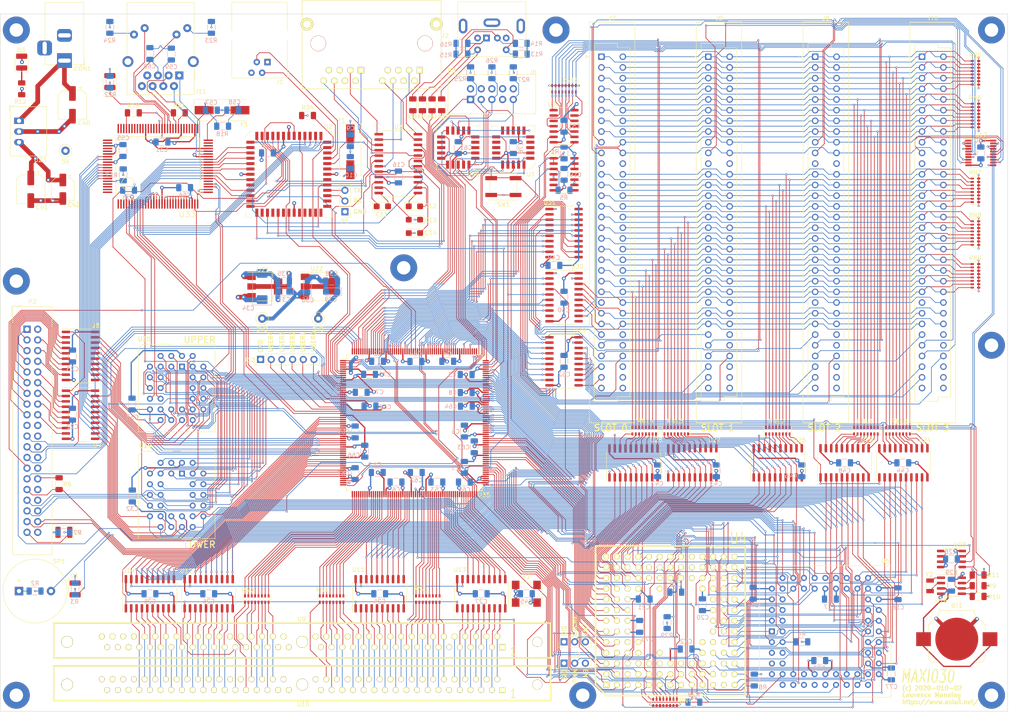
<source format=kicad_pcb>
(kicad_pcb (version 20171130) (host pcbnew 5.1.5+dfsg1-2build2)
  (layers (0 F.Cu signal) (1 Vcc.Cu power) (2 GND..Cu power hide) (31 B.Cu signal hide) (34 B.Paste user) (35 F.Paste user hide) (36 B.SilkS user) (37 F.SilkS user) (38 B.Mask user) (39 F.Mask user) (44 Edge.Cuts user))
  (net 0 "")
  (net 1 "Net-(BT1-Pad1)")
  (net 2 +5VD)
  (net 3 "Net-(C10-Pad1)")
  (net 4 "Net-(C11-Pad1)")
  (net 5 "Net-(C12-Pad2)")
  (net 6 "Net-(D1-Pad1)")
  (net 7 "Net-(D2-Pad2)")
  (net 8 "Net-(D2-Pad1)")
  (net 9 "Net-(D3-Pad1)")
  (net 10 "Net-(D4-Pad1)")
  (net 11 "Net-(J1-Pad2)")
  (net 12 "Net-(J1-Pad3)")
  (net 13 CTSA232)
  (net 14 RXA232)
  (net 15 TXA232)
  (net 16 RTSA232)
  (net 17 RTSB232)
  (net 18 TXB232)
  (net 19 RXB232)
  (net 20 CTSB232)
  (net 21 EXPD16)
  (net 22 EXPD18)
  (net 23 EXPD20)
  (net 24 EXPD22)
  (net 25 EXPD24)
  (net 26 EXPD26)
  (net 27 EXPD28)
  (net 28 EXPD30)
  (net 29 EXPSCLE0)
  (net 30 EXPSDAE0)
  (net 31 EXPA0)
  (net 32 EXPA2)
  (net 33 EXPA4)
  (net 34 EXPA6)
  (net 35 EXPA8)
  (net 36 EXPA10)
  (net 37 EXPA12)
  (net 38 EXPA14)
  (net 39 EXPA16)
  (net 40 EXPA18)
  (net 41 EXPA20)
  (net 42 EXPA22)
  (net 43 EXPMPUCLK)
  (net 44 ~EXPRESET)
  (net 45 ~EXPINTE0)
  (net 46 ~EXPBERRE0)
  (net 47 ~EXPWAITE0)
  (net 48 ~EXPLCSE0)
  (net 49 ~EXPUCSE0)
  (net 50 EXPD17)
  (net 51 EXPD19)
  (net 52 EXPD21)
  (net 53 EXPD23)
  (net 54 EXPD25)
  (net 55 EXPD27)
  (net 56 EXPD29)
  (net 57 EXPD31)
  (net 58 ~EXPDS)
  (net 59 ~EXPAS)
  (net 60 EXPA1)
  (net 61 EXPA3)
  (net 62 EXPA5)
  (net 63 EXPA7)
  (net 64 EXPA9)
  (net 65 EXPA11)
  (net 66 EXPA13)
  (net 67 EXPA15)
  (net 68 EXPA17)
  (net 69 EXPA19)
  (net 70 EXPA21)
  (net 71 EXPA23)
  (net 72 ~EXPREAD)
  (net 73 ~EXPWRITE)
  (net 74 EXPR~W)
  (net 75 EXPSCLE1)
  (net 76 EXPSDAE1)
  (net 77 ~EXPINTE1)
  (net 78 ~EXPBERRE1)
  (net 79 ~EXPWAITE1)
  (net 80 ~EXPLCSE1)
  (net 81 ~EXPUCSE1)
  (net 82 EXPSCLE2)
  (net 83 EXPSDAE2)
  (net 84 ~EXPINTE2)
  (net 85 ~EXPBERRE2)
  (net 86 ~EXPWAITE2)
  (net 87 ~EXPLCSE2)
  (net 88 ~EXPUCSE2)
  (net 89 EXPSCLE3)
  (net 90 EXPSDAE3)
  (net 91 ~EXPINTE3)
  (net 92 ~EXPBERRE3)
  (net 93 ~EXPWAITE3)
  (net 94 ~EXPLCSE3)
  (net 95 ~EXPUCSE3)
  (net 96 ~CDIS)
  (net 97 "Net-(J11-PadL4)")
  (net 98 "Net-(J11-PadL3)")
  (net 99 "Net-(J11-PadL2)")
  (net 100 "Net-(J11-PadL1)")
  (net 101 "Net-(J11-PadR6)")
  (net 102 "Net-(J11-PadR3)")
  (net 103 "Net-(J11-PadR2)")
  (net 104 "Net-(J11-PadR1)")
  (net 105 "Net-(P1-Pad3)")
  (net 106 "Net-(P1-Pad2)")
  (net 107 IDEIRQ)
  (net 108 ~RESET)
  (net 109 HEADERTOCF)
  (net 110 TMS)
  (net 111 TCK)
  (net 112 ~FPUSENSE)
  (net 113 SYSCLEAR)
  (net 114 ~SIMMWE)
  (net 115 SCL)
  (net 116 SDA)
  (net 117 RTCSQWAVE)
  (net 118 /IDE/IDED14)
  (net 119 /IDE/IDED15)
  (net 120 /IDE/IDED8)
  (net 121 /IDE/IDED9)
  (net 122 /IDE/IDED10)
  (net 123 /IDE/IDED13)
  (net 124 /IDE/IDED11)
  (net 125 /IDE/IDED12)
  (net 126 /IDE/IDED6)
  (net 127 /IDE/IDED7)
  (net 128 /IDE/IDED0)
  (net 129 /IDE/IDED1)
  (net 130 /IDE/IDED2)
  (net 131 /IDE/IDED5)
  (net 132 /IDE/IDED4)
  (net 133 /IDE/IDED3)
  (net 134 ~READ)
  (net 135 ~WRITE)
  (net 136 A2)
  (net 137 A4)
  (net 138 A3)
  (net 139 ~CAS3)
  (net 140 ~CAS2)
  (net 141 ~CAS1)
  (net 142 ~CAS0)
  (net 143 ~DSACK1)
  (net 144 ~DSACK0)
  (net 145 ~HALT)
  (net 146 ~BERR)
  (net 147 ~IPL0)
  (net 148 ~AVEC)
  (net 149 ~IPL1)
  (net 150 ~IPL2)
  (net 151 CFCONFIG)
  (net 152 A0)
  (net 153 A1)
  (net 154 "Net-(U2-Pad25)")
  (net 155 "Net-(U2-Pad19)")
  (net 156 R~W)
  (net 157 D24)
  (net 158 D25)
  (net 159 D26)
  (net 160 "Net-(U2-Pad7)")
  (net 161 D31)
  (net 162 D30)
  (net 163 D29)
  (net 164 D28)
  (net 165 D27)
  (net 166 D23)
  (net 167 D22)
  (net 168 D21)
  (net 169 D20)
  (net 170 D19)
  (net 171 D18)
  (net 172 D17)
  (net 173 D16)
  (net 174 D15)
  (net 175 D14)
  (net 176 D13)
  (net 177 D12)
  (net 178 D11)
  (net 179 D10)
  (net 180 D9)
  (net 181 D8)
  (net 182 D7)
  (net 183 D6)
  (net 184 D5)
  (net 185 D4)
  (net 186 D3)
  (net 187 D2)
  (net 188 D1)
  (net 189 D0)
  (net 190 A23)
  (net 191 A22)
  (net 192 A21)
  (net 193 A20)
  (net 194 A19)
  (net 195 A18)
  (net 196 A17)
  (net 197 A16)
  (net 198 A15)
  (net 199 A14)
  (net 200 A13)
  (net 201 A12)
  (net 202 A11)
  (net 203 A10)
  (net 204 A9)
  (net 205 A8)
  (net 206 A7)
  (net 207 A6)
  (net 208 A5)
  (net 209 ~DS)
  (net 210 ~AS)
  (net 211 MPUCLK)
  (net 212 ~IDECS)
  (net 213 ~SIMM)
  (net 214 ~RASB1)
  (net 215 ~RASB3)
  (net 216 ~RASA0)
  (net 217 ~RASA2)
  (net 218 ~RASA1)
  (net 219 ~RASB2)
  (net 220 ~RASB0)
  (net 221 ~RASA3)
  (net 222 SA2)
  (net 223 SA3)
  (net 224 SA1)
  (net 225 SA0)
  (net 226 SA10)
  (net 227 SA11)
  (net 228 SA4)
  (net 229 SA5)
  (net 230 SA6)
  (net 231 SA9)
  (net 232 SA8)
  (net 233 SA7)
  (net 234 /SIMM/SD17)
  (net 235 /SIMM/SD3)
  (net 236 /SIMM/SD22)
  (net 237 /SIMM/SD7)
  (net 238 /SIMM/SD21)
  (net 239 /SIMM/SD6)
  (net 240 /SIMM/SD20)
  (net 241 /SIMM/SD5)
  (net 242 /SIMM/SD4)
  (net 243 /SIMM/SD23)
  (net 244 /SIMM/SD2)
  (net 245 /SIMM/SD1)
  (net 246 /SIMM/SD16)
  (net 247 /SIMM/SD0)
  (net 248 /SIMM/SD19)
  (net 249 /SIMM/SD18)
  (net 250 /SIMM/SD8)
  (net 251 /SIMM/SD24)
  (net 252 /SIMM/SD9)
  (net 253 /SIMM/SD25)
  (net 254 /SIMM/SD10)
  (net 255 /SIMM/SD26)
  (net 256 /SIMM/SD11)
  (net 257 /SIMM/SD27)
  (net 258 /SIMM/SD12)
  (net 259 /SIMM/SD28)
  (net 260 /SIMM/SD29)
  (net 261 /SIMM/SD13)
  (net 262 /SIMM/SD30)
  (net 263 /SIMM/SD14)
  (net 264 /SIMM/SD31)
  (net 265 /SIMM/SD15)
  (net 266 "Net-(C12-Pad1)")
  (net 267 "Net-(C13-Pad2)")
  (net 268 PS2BCLK)
  (net 269 PS2ACLK)
  (net 270 PS2BDATA)
  (net 271 PS2ADATA)
  (net 272 "Net-(R2-Pad2)")
  (net 273 "Net-(R17-Pad2)")
  (net 274 ETHINT)
  (net 275 "Net-(RN1-Pad2)")
  (net 276 "Net-(RN1-Pad1)")
  (net 277 "Net-(RN1-Pad8)")
  (net 278 "Net-(RN1-Pad7)")
  (net 279 "Net-(RN1-Pad6)")
  (net 280 "Net-(RN1-Pad3)")
  (net 281 "Net-(RN1-Pad5)")
  (net 282 "Net-(RN1-Pad4)")
  (net 283 "Net-(RN2-Pad2)")
  (net 284 "Net-(RN2-Pad1)")
  (net 285 "Net-(RN2-Pad8)")
  (net 286 "Net-(RN2-Pad7)")
  (net 287 "Net-(RN2-Pad6)")
  (net 288 "Net-(RN2-Pad3)")
  (net 289 "Net-(RN2-Pad5)")
  (net 290 "Net-(RN2-Pad4)")
  (net 291 "Net-(RN3-Pad2)")
  (net 292 "Net-(RN3-Pad1)")
  (net 293 "Net-(RN3-Pad8)")
  (net 294 "Net-(RN3-Pad7)")
  (net 295 "Net-(RN3-Pad6)")
  (net 296 "Net-(RN3-Pad3)")
  (net 297 "Net-(RN3-Pad5)")
  (net 298 "Net-(RN3-Pad4)")
  (net 299 "Net-(RN13-Pad2)")
  (net 300 "Net-(RN13-Pad1)")
  (net 301 "Net-(RN13-Pad8)")
  (net 302 "Net-(RN13-Pad7)")
  (net 303 "Net-(RN13-Pad6)")
  (net 304 "Net-(RN13-Pad3)")
  (net 305 "Net-(RN13-Pad5)")
  (net 306 "Net-(RN13-Pad4)")
  (net 307 "Net-(RN14-Pad2)")
  (net 308 "Net-(RN14-Pad1)")
  (net 309 "Net-(RN14-Pad8)")
  (net 310 "Net-(RN14-Pad7)")
  (net 311 "Net-(RN14-Pad6)")
  (net 312 "Net-(RN14-Pad3)")
  (net 313 "Net-(RN14-Pad5)")
  (net 314 "Net-(RN14-Pad4)")
  (net 315 RESET)
  (net 316 "Net-(U2-Pad27)")
  (net 317 "Net-(U2-Pad23)")
  (net 318 "Net-(U2-Pad21)")
  (net 319 "Net-(U2-Pad20)")
  (net 320 "Net-(U2-Pad8)")
  (net 321 "Net-(U18-Pad2)")
  (net 322 "Net-(U18-Pad1)")
  (net 323 "Net-(C14-Pad1)")
  (net 324 ~MMUDIS)
  (net 325 GNDA)
  (net 326 "Net-(C9-Pad1)")
  (net 327 "Net-(C11-Pad2)")
  (net 328 +3V3)
  (net 329 +2V5)
  (net 330 "Net-(RN10-Pad2)")
  (net 331 "Net-(RN10-Pad1)")
  (net 332 "Net-(RN10-Pad8)")
  (net 333 "Net-(RN10-Pad7)")
  (net 334 "Net-(RN10-Pad6)")
  (net 335 "Net-(RN10-Pad3)")
  (net 336 "Net-(RN10-Pad5)")
  (net 337 "Net-(RN10-Pad4)")
  (net 338 "Net-(RN11-Pad2)")
  (net 339 "Net-(RN11-Pad1)")
  (net 340 "Net-(RN11-Pad8)")
  (net 341 "Net-(RN11-Pad7)")
  (net 342 "Net-(RN11-Pad6)")
  (net 343 "Net-(RN11-Pad3)")
  (net 344 "Net-(RN11-Pad5)")
  (net 345 "Net-(RN11-Pad4)")
  (net 346 "Net-(RN12-Pad2)")
  (net 347 "Net-(RN12-Pad1)")
  (net 348 "Net-(RN12-Pad8)")
  (net 349 "Net-(RN12-Pad7)")
  (net 350 "Net-(RN12-Pad6)")
  (net 351 "Net-(RN12-Pad3)")
  (net 352 "Net-(RN12-Pad5)")
  (net 353 "Net-(RN12-Pad4)")
  (net 354 "Net-(C40-Pad1)")
  (net 355 "Net-(C57-Pad2)")
  (net 356 "Net-(C58-Pad2)")
  (net 357 "Net-(C59-Pad1)")
  (net 358 "Net-(C60-Pad1)")
  (net 359 "Net-(D4-Pad2)")
  (net 360 "Net-(R19-Pad2)")
  (net 361 CORETOHEADER)
  (net 362 CFDONE)
  (net 363 CFSTATUS)
  (net 364 CFCLOCK)
  (net 365 CFDATA)
  (net 366 CFTOCORE)
  (net 367 A24)
  (net 368 A26)
  (net 369 A28)
  (net 370 A30)
  (net 371 A25)
  (net 372 A27)
  (net 373 A29)
  (net 374 A31)
  (net 375 ~BR)
  (net 376 ~BG)
  (net 377 ~BGACK)
  (net 378 FC1)
  (net 379 FC0)
  (net 380 FC2)
  (net 381 SIZ1)
  (net 382 SIZ0)
  (net 383 ~RMC)
  (net 384 ~STERM)
  (net 385 ~CBACK)
  (net 386 ~CBREQ)
  (net 387 ~FPUCS)
  (net 388 ~LEXP)
  (net 389 ~UEXP)
  (net 390 ~LCSE0)
  (net 391 ~LCSE1)
  (net 392 ~LCSE2)
  (net 393 ~LCSE3)
  (net 394 ~UCSE0)
  (net 395 ~UCSE1)
  (net 396 ~UCSE2)
  (net 397 ~UCSE3)
  (net 398 LED)
  (net 399 ~IDE1CS)
  (net 400 ~IDE3CS)
  (net 401 BUZZER)
  (net 402 ~QUART)
  (net 403 ~QUARTIRQ)
  (net 404 ~LROM)
  (net 405 ~UROM)
  (net 406 ~IACKE0)
  (net 407 ~IACKE1)
  (net 408 ~IACKE2)
  (net 409 ~IACKE3)
  (net 410 ~EXPIACKE3)
  (net 411 ~EXPIACKE2)
  (net 412 ~EXPIACKE1)
  (net 413 ~EXPIACKE0)
  (net 414 ~INTE3)
  (net 415 ~INTE2)
  (net 416 ~INTE1)
  (net 417 ~INTE0)
  (net 418 ~WAITE)
  (net 419 ~BERRE)
  (net 420 ~ETHCS)
  (net 421 ~CIIN)
  (net 422 ~QUARTIACK)
  (net 423 ~IPEND)
  (net 424 TEMPALERT)
  (net 425 /FPGA/USER0)
  (net 426 /FPGA/USER1)
  (net 427 /FPGA/USER2)
  (net 428 /FPGA/USER3)
  (net 429 /FPGA/USER4)
  (net 430 ~QUARTDTACK)
  (net 431 "Net-(U1-Pad9)")
  (net 432 "Net-(U1-Pad11)")
  (net 433 ~IDEDMAREQ)
  (net 434 ~IDEWRITE)
  (net 435 ~IDEREAD)
  (net 436 ~IDEDMAACK)
  (net 437 "Net-(J6-Pad1)")
  (net 438 "Net-(J6-Pad2)")
  (net 439 "Net-(J6-Pad5)")
  (net 440 "Net-(J6-Pad6)")
  (net 441 ~IDEREADY)
  (module Resistor_SMD:R_1206_3216Metric (layer F.Cu) (at -1.905 -199.39 180)
    (fp_text reference R34 (at 0 1.905) (layer F.SilkS))
    (fp_text value 4.7K)
    (pad 2 smd roundrect (at 1.4 0 180) (size 1.25 1.75) (layers F.Cu F.Paste F.Mask) (roundrect_rratio 0.2) (net 2 +5VD))
    (pad 1 smd roundrect (at -1.4 0 180) (size 1.25 1.75) (layers F.Cu F.Paste F.Mask) (roundrect_rratio 0.2) (net 403 ~QUARTIRQ))
  )
  (module Package_QFP:PQFP-240_32.1x32.1mm_P0.5mm (layer F.Cu) (at 23.495 -126.365)
    (fp_text reference U35 (at 16.51 17.145) (layer F.SilkS))
    (fp_text value EPF10K130EQC240)
    (pad 240 smd roundrect (at -14.75 -16.9625) (size 0.3 1.475) (layers F.Cu F.Paste F.Mask) (net 436 ~IDEDMAACK))
    (pad 239 smd roundrect (at -14.25 -16.9625) (size 0.3 1.475) (layers F.Cu F.Paste F.Mask) (net 435 ~IDEREAD))
    (pad 238 smd roundrect (at -13.75 -16.9625) (size 0.3 1.475) (layers F.Cu F.Paste F.Mask) (net 434 ~IDEWRITE))
    (pad 237 smd roundrect (at -13.25 -16.9625) (size 0.3 1.475) (layers F.Cu F.Paste F.Mask) (net 422 ~QUARTIACK))
    (pad 236 smd roundrect (at -12.75 -16.9625) (size 0.3 1.475) (layers F.Cu F.Paste F.Mask) (net 433 ~IDEDMAREQ))
    (pad 235 smd roundrect (at -12.25 -16.9625) (size 0.3 1.475) (layers F.Cu F.Paste F.Mask) (net 419 ~BERRE))
    (pad 234 smd roundrect (at -11.75 -16.9625) (size 0.3 1.475) (layers F.Cu F.Paste F.Mask) (net 418 ~WAITE))
    (pad 233 smd roundrect (at -11.25 -16.9625) (size 0.3 1.475) (layers F.Cu F.Paste F.Mask) (net 113 SYSCLEAR))
    (pad 232 smd roundrect (at -10.75 -16.9625) (size 0.3 1.475) (layers F.Cu F.Paste F.Mask) (net 325 GNDA))
    (pad 231 smd roundrect (at -10.25 -16.9625) (size 0.3 1.475) (layers F.Cu F.Paste F.Mask) (net 417 ~INTE0))
    (pad 230 smd roundrect (at -9.75 -16.9625) (size 0.3 1.475) (layers F.Cu F.Paste F.Mask) (net 416 ~INTE1))
    (pad 229 smd roundrect (at -9.25 -16.9625) (size 0.3 1.475) (layers F.Cu F.Paste F.Mask) (net 415 ~INTE2))
    (pad 228 smd roundrect (at -8.75 -16.9625) (size 0.3 1.475) (layers F.Cu F.Paste F.Mask) (net 414 ~INTE3))
    (pad 227 smd roundrect (at -8.25 -16.9625) (size 0.3 1.475) (layers F.Cu F.Paste F.Mask) (net 406 ~IACKE0))
    (pad 226 smd roundrect (at -7.75 -16.9625) (size 0.3 1.475) (layers F.Cu F.Paste F.Mask) (net 407 ~IACKE1))
    (pad 225 smd roundrect (at -7.25 -16.9625) (size 0.3 1.475) (layers F.Cu F.Paste F.Mask) (net 408 ~IACKE2))
    (pad 224 smd roundrect (at -6.75 -16.9625) (size 0.3 1.475) (layers F.Cu F.Paste F.Mask) (net 328 +3V3))
    (pad 223 smd roundrect (at -6.25 -16.9625) (size 0.3 1.475) (layers F.Cu F.Paste F.Mask) (net 409 ~IACKE3))
    (pad 222 smd roundrect (at -5.75 -16.9625) (size 0.3 1.475) (layers F.Cu F.Paste F.Mask) (net 393 ~LCSE3))
    (pad 221 smd roundrect (at -5.25 -16.9625) (size 0.3 1.475) (layers F.Cu F.Paste F.Mask) (net 397 ~UCSE3))
    (pad 220 smd roundrect (at -4.75 -16.9625) (size 0.3 1.475) (layers F.Cu F.Paste F.Mask) (net 392 ~LCSE2))
    (pad 219 smd roundrect (at -4.25 -16.9625) (size 0.3 1.475) (layers F.Cu F.Paste F.Mask) (net 396 ~UCSE2))
    (pad 218 smd roundrect (at -3.75 -16.9625) (size 0.3 1.475) (layers F.Cu F.Paste F.Mask) (net 391 ~LCSE1))
    (pad 217 smd roundrect (at -3.25 -16.9625) (size 0.3 1.475) (layers F.Cu F.Paste F.Mask) (net 395 ~UCSE1))
    (pad 216 smd roundrect (at -2.75 -16.9625) (size 0.3 1.475) (layers F.Cu F.Paste F.Mask) (net 325 GNDA))
    (pad 215 smd roundrect (at -2.25 -16.9625) (size 0.3 1.475) (layers F.Cu F.Paste F.Mask) (net 390 ~LCSE0))
    (pad 214 smd roundrect (at -1.75 -16.9625) (size 0.3 1.475) (layers F.Cu F.Paste F.Mask) (net 394 ~UCSE0))
    (pad 213 smd roundrect (at -1.25 -16.9625) (size 0.3 1.475) (layers F.Cu F.Paste F.Mask))
    (pad 212 smd roundrect (at -0.75 -16.9625) (size 0.3 1.475) (layers F.Cu F.Paste F.Mask) (net 430 ~QUARTDTACK))
    (pad 211 smd roundrect (at -0.25 -16.9625) (size 0.3 1.475) (layers F.Cu F.Paste F.Mask))
    (pad 210 smd roundrect (at 0.25 -16.9625) (size 0.3 1.475) (layers F.Cu F.Paste F.Mask) (net 441 ~IDEREADY))
    (pad 209 smd roundrect (at 0.75 -16.9625) (size 0.3 1.475) (layers F.Cu F.Paste F.Mask))
    (pad 208 smd roundrect (at 1.25 -16.9625) (size 0.3 1.475) (layers F.Cu F.Paste F.Mask) (net 135 ~WRITE))
    (pad 207 smd roundrect (at 1.75 -16.9625) (size 0.3 1.475) (layers F.Cu F.Paste F.Mask) (net 134 ~READ))
    (pad 206 smd roundrect (at 2.25 -16.9625) (size 0.3 1.475) (layers F.Cu F.Paste F.Mask) (net 117 RTCSQWAVE))
    (pad 205 smd roundrect (at 2.75 -16.9625) (size 0.3 1.475) (layers F.Cu F.Paste F.Mask) (net 328 +3V3))
    (pad 204 smd roundrect (at 3.25 -16.9625) (size 0.3 1.475) (layers F.Cu F.Paste F.Mask) (net 389 ~UEXP))
    (pad 203 smd roundrect (at 3.75 -16.9625) (size 0.3 1.475) (layers F.Cu F.Paste F.Mask) (net 388 ~LEXP))
    (pad 202 smd roundrect (at 4.25 -16.9625) (size 0.3 1.475) (layers F.Cu F.Paste F.Mask) (net 115 SCL))
    (pad 201 smd roundrect (at 4.75 -16.9625) (size 0.3 1.475) (layers F.Cu F.Paste F.Mask) (net 116 SDA))
    (pad 200 smd roundrect (at 5.25 -16.9625) (size 0.3 1.475) (layers F.Cu F.Paste F.Mask) (net 112 ~FPUSENSE))
    (pad 199 smd roundrect (at 5.75 -16.9625) (size 0.3 1.475) (layers F.Cu F.Paste F.Mask) (net 387 ~FPUCS))
    (pad 198 smd roundrect (at 6.25 -16.9625) (size 0.3 1.475) (layers F.Cu F.Paste F.Mask) (net 421 ~CIIN))
    (pad 197 smd roundrect (at 6.75 -16.9625) (size 0.3 1.475) (layers F.Cu F.Paste F.Mask) (net 325 GNDA))
    (pad 196 smd roundrect (at 7.25 -16.9625) (size 0.3 1.475) (layers F.Cu F.Paste F.Mask) (net 385 ~CBACK))
    (pad 195 smd roundrect (at 7.75 -16.9625) (size 0.3 1.475) (layers F.Cu F.Paste F.Mask) (net 386 ~CBREQ))
    (pad 194 smd roundrect (at 8.25 -16.9625) (size 0.3 1.475) (layers F.Cu F.Paste F.Mask) (net 148 ~AVEC))
    (pad 193 smd roundrect (at 8.75 -16.9625) (size 0.3 1.475) (layers F.Cu F.Paste F.Mask) (net 384 ~STERM))
    (pad 192 smd roundrect (at 9.25 -16.9625) (size 0.3 1.475) (layers F.Cu F.Paste F.Mask) (net 144 ~DSACK0))
    (pad 191 smd roundrect (at 9.75 -16.9625) (size 0.3 1.475) (layers F.Cu F.Paste F.Mask) (net 143 ~DSACK1))
    (pad 190 smd roundrect (at 10.25 -16.9625) (size 0.3 1.475) (layers F.Cu F.Paste F.Mask))
    (pad 189 smd roundrect (at 10.75 -16.9625) (size 0.3 1.475) (layers F.Cu F.Paste F.Mask) (net 328 +3V3))
    (pad 188 smd roundrect (at 11.25 -16.9625) (size 0.3 1.475) (layers F.Cu F.Paste F.Mask))
    (pad 187 smd roundrect (at 11.75 -16.9625) (size 0.3 1.475) (layers F.Cu F.Paste F.Mask) (net 150 ~IPL2))
    (pad 186 smd roundrect (at 12.25 -16.9625) (size 0.3 1.475) (layers F.Cu F.Paste F.Mask))
    (pad 185 smd roundrect (at 12.75 -16.9625) (size 0.3 1.475) (layers F.Cu F.Paste F.Mask))
    (pad 184 smd roundrect (at 13.25 -16.9625) (size 0.3 1.475) (layers F.Cu F.Paste F.Mask) (net 149 ~IPL1))
    (pad 183 smd roundrect (at 13.75 -16.9625) (size 0.3 1.475) (layers F.Cu F.Paste F.Mask))
    (pad 182 smd roundrect (at 14.25 -16.9625) (size 0.3 1.475) (layers F.Cu F.Paste F.Mask))
    (pad 181 smd roundrect (at 14.75 -16.9625) (size 0.3 1.475) (layers F.Cu F.Paste F.Mask))
    (pad 180 smd roundrect (at 16.9625 -14.75) (size 1.475 0.3) (layers F.Cu F.Paste F.Mask) (net 365 CFDATA))
    (pad 179 smd roundrect (at 16.9625 -14.25) (size 1.475 0.3) (layers F.Cu F.Paste F.Mask) (net 364 CFCLOCK))
    (pad 178 smd roundrect (at 16.9625 -13.75) (size 1.475 0.3) (layers F.Cu F.Paste F.Mask) (net 325 GNDA))
    (pad 177 smd roundrect (at 16.9625 -13.25) (size 1.475 0.3) (layers F.Cu F.Paste F.Mask) (net 366 CFTOCORE))
    (pad 176 smd roundrect (at 16.9625 -12.75) (size 1.475 0.3) (layers F.Cu F.Paste F.Mask) (net 325 GNDA))
    (pad 175 smd roundrect (at 16.9625 -12.25) (size 1.475 0.3) (layers F.Cu F.Paste F.Mask) (net 147 ~IPL0))
    (pad 174 smd roundrect (at 16.9625 -11.75) (size 1.475 0.3) (layers F.Cu F.Paste F.Mask) (net 152 A0))
    (pad 173 smd roundrect (at 16.9625 -11.25) (size 1.475 0.3) (layers F.Cu F.Paste F.Mask) (net 153 A1))
    (pad 172 smd roundrect (at 16.9625 -10.75) (size 1.475 0.3) (layers F.Cu F.Paste F.Mask) (net 136 A2))
    (pad 171 smd roundrect (at 16.9625 -10.25) (size 1.475 0.3) (layers F.Cu F.Paste F.Mask) (net 138 A3))
    (pad 170 smd roundrect (at 16.9625 -9.75) (size 1.475 0.3) (layers F.Cu F.Paste F.Mask) (net 329 +2V5))
    (pad 169 smd roundrect (at 16.9625 -9.25) (size 1.475 0.3) (layers F.Cu F.Paste F.Mask) (net 137 A4))
    (pad 168 smd roundrect (at 16.9625 -8.75) (size 1.475 0.3) (layers F.Cu F.Paste F.Mask) (net 208 A5))
    (pad 167 smd roundrect (at 16.9625 -8.25) (size 1.475 0.3) (layers F.Cu F.Paste F.Mask) (net 207 A6))
    (pad 166 smd roundrect (at 16.9625 -7.75) (size 1.475 0.3) (layers F.Cu F.Paste F.Mask) (net 206 A7))
    (pad 165 smd roundrect (at 16.9625 -7.25) (size 1.475 0.3) (layers F.Cu F.Paste F.Mask) (net 325 GNDA))
    (pad 164 smd roundrect (at 16.9625 -6.75) (size 1.475 0.3) (layers F.Cu F.Paste F.Mask) (net 205 A8))
    (pad 163 smd roundrect (at 16.9625 -6.25) (size 1.475 0.3) (layers F.Cu F.Paste F.Mask) (net 204 A9))
    (pad 162 smd roundrect (at 16.9625 -5.75) (size 1.475 0.3) (layers F.Cu F.Paste F.Mask) (net 203 A10))
    (pad 161 smd roundrect (at 16.9625 -5.25) (size 1.475 0.3) (layers F.Cu F.Paste F.Mask) (net 202 A11))
    (pad 160 smd roundrect (at 16.9625 -4.75) (size 1.475 0.3) (layers F.Cu F.Paste F.Mask) (net 328 +3V3))
    (pad 159 smd roundrect (at 16.9625 -4.25) (size 1.475 0.3) (layers F.Cu F.Paste F.Mask) (net 329 +2V5))
    (pad 158 smd roundrect (at 16.9625 -3.75) (size 1.475 0.3) (layers F.Cu F.Paste F.Mask) (net 201 A12))
    (pad 157 smd roundrect (at 16.9625 -3.25) (size 1.475 0.3) (layers F.Cu F.Paste F.Mask) (net 200 A13))
    (pad 156 smd roundrect (at 16.9625 -2.75) (size 1.475 0.3) (layers F.Cu F.Paste F.Mask) (net 199 A14))
    (pad 155 smd roundrect (at 16.9625 -2.25) (size 1.475 0.3) (layers F.Cu F.Paste F.Mask) (net 325 GNDA))
    (pad 154 smd roundrect (at 16.9625 -1.75) (size 1.475 0.3) (layers F.Cu F.Paste F.Mask) (net 198 A15))
    (pad 153 smd roundrect (at 16.9625 -1.25) (size 1.475 0.3) (layers F.Cu F.Paste F.Mask) (net 197 A16))
    (pad 152 smd roundrect (at 16.9625 -0.75) (size 1.475 0.3) (layers F.Cu F.Paste F.Mask) (net 196 A17))
    (pad 151 smd roundrect (at 16.9625 -0.25) (size 1.475 0.3) (layers F.Cu F.Paste F.Mask) (net 195 A18))
    (pad 150 smd roundrect (at 16.9625 0.25) (size 1.475 0.3) (layers F.Cu F.Paste F.Mask) (net 329 +2V5))
    (pad 149 smd roundrect (at 16.9625 0.75) (size 1.475 0.3) (layers F.Cu F.Paste F.Mask) (net 194 A19))
    (pad 148 smd roundrect (at 16.9625 1.25) (size 1.475 0.3) (layers F.Cu F.Paste F.Mask) (net 193 A20))
    (pad 147 smd roundrect (at 16.9625 1.75) (size 1.475 0.3) (layers F.Cu F.Paste F.Mask) (net 192 A21))
    (pad 146 smd roundrect (at 16.9625 2.25) (size 1.475 0.3) (layers F.Cu F.Paste F.Mask) (net 191 A22))
    (pad 145 smd roundrect (at 16.9625 2.75) (size 1.475 0.3) (layers F.Cu F.Paste F.Mask) (net 325 GNDA))
    (pad 144 smd roundrect (at 16.9625 3.25) (size 1.475 0.3) (layers F.Cu F.Paste F.Mask) (net 190 A23))
    (pad 143 smd roundrect (at 16.9625 3.75) (size 1.475 0.3) (layers F.Cu F.Paste F.Mask) (net 367 A24))
    (pad 142 smd roundrect (at 16.9625 4.25) (size 1.475 0.3) (layers F.Cu F.Paste F.Mask) (net 371 A25))
    (pad 141 smd roundrect (at 16.9625 4.75) (size 1.475 0.3) (layers F.Cu F.Paste F.Mask) (net 368 A26))
    (pad 140 smd roundrect (at 16.9625 5.25) (size 1.475 0.3) (layers F.Cu F.Paste F.Mask) (net 328 +3V3))
    (pad 139 smd roundrect (at 16.9625 5.75) (size 1.475 0.3) (layers F.Cu F.Paste F.Mask) (net 372 A27))
    (pad 138 smd roundrect (at 16.9625 6.25) (size 1.475 0.3) (layers F.Cu F.Paste F.Mask) (net 369 A28))
    (pad 137 smd roundrect (at 16.9625 6.75) (size 1.475 0.3) (layers F.Cu F.Paste F.Mask) (net 373 A29))
    (pad 136 smd roundrect (at 16.9625 7.25) (size 1.475 0.3) (layers F.Cu F.Paste F.Mask) (net 370 A30))
    (pad 135 smd roundrect (at 16.9625 7.75) (size 1.475 0.3) (layers F.Cu F.Paste F.Mask) (net 325 GNDA))
    (pad 134 smd roundrect (at 16.9625 8.25) (size 1.475 0.3) (layers F.Cu F.Paste F.Mask) (net 374 A31))
    (pad 133 smd roundrect (at 16.9625 8.75) (size 1.475 0.3) (layers F.Cu F.Paste F.Mask) (net 424 TEMPALERT))
    (pad 132 smd roundrect (at 16.9625 9.25) (size 1.475 0.3) (layers F.Cu F.Paste F.Mask) (net 146 ~BERR))
    (pad 131 smd roundrect (at 16.9625 9.75) (size 1.475 0.3) (layers F.Cu F.Paste F.Mask) (net 145 ~HALT))
    (pad 130 smd roundrect (at 16.9625 10.25) (size 1.475 0.3) (layers F.Cu F.Paste F.Mask) (net 329 +2V5))
    (pad 129 smd roundrect (at 16.9625 10.75) (size 1.475 0.3) (layers F.Cu F.Paste F.Mask) (net 108 ~RESET))
    (pad 128 smd roundrect (at 16.9625 11.25) (size 1.475 0.3) (layers F.Cu F.Paste F.Mask) (net 377 ~BGACK))
    (pad 127 smd roundrect (at 16.9625 11.75) (size 1.475 0.3) (layers F.Cu F.Paste F.Mask) (net 376 ~BG))
    (pad 126 smd roundrect (at 16.9625 12.25) (size 1.475 0.3) (layers F.Cu F.Paste F.Mask) (net 375 ~BR))
    (pad 125 smd roundrect (at 16.9625 12.75) (size 1.475 0.3) (layers F.Cu F.Paste F.Mask) (net 325 GNDA))
    (pad 124 smd roundrect (at 16.9625 13.25) (size 1.475 0.3) (layers F.Cu F.Paste F.Mask) (net 325 GNDA))
    (pad 123 smd roundrect (at 16.9625 13.75) (size 1.475 0.3) (layers F.Cu F.Paste F.Mask) (net 325 GNDA))
    (pad 122 smd roundrect (at 16.9625 14.25) (size 1.475 0.3) (layers F.Cu F.Paste F.Mask) (net 329 +2V5))
    (pad 121 smd roundrect (at 16.9625 14.75) (size 1.475 0.3) (layers F.Cu F.Paste F.Mask) (net 151 CFCONFIG))
    (pad 120 smd roundrect (at 14.75 16.9625) (size 0.3 1.475) (layers F.Cu F.Paste F.Mask) (net 209 ~DS))
    (pad 119 smd roundrect (at 14.25 16.9625) (size 0.3 1.475) (layers F.Cu F.Paste F.Mask) (net 210 ~AS))
    (pad 118 smd roundrect (at 13.75 16.9625) (size 0.3 1.475) (layers F.Cu F.Paste F.Mask) (net 156 R~W))
    (pad 117 smd roundrect (at 13.25 16.9625) (size 0.3 1.475) (layers F.Cu F.Paste F.Mask) (net 381 SIZ1))
    (pad 116 smd roundrect (at 12.75 16.9625) (size 0.3 1.475) (layers F.Cu F.Paste F.Mask) (net 382 SIZ0))
    (pad 115 smd roundrect (at 12.25 16.9625) (size 0.3 1.475) (layers F.Cu F.Paste F.Mask) (net 380 FC2))
    (pad 114 smd roundrect (at 11.75 16.9625) (size 0.3 1.475) (layers F.Cu F.Paste F.Mask) (net 378 FC1))
    (pad 113 smd roundrect (at 11.25 16.9625) (size 0.3 1.475) (layers F.Cu F.Paste F.Mask) (net 379 FC0))
    (pad 112 smd roundrect (at 10.75 16.9625) (size 0.3 1.475) (layers F.Cu F.Paste F.Mask) (net 328 +3V3))
    (pad 111 smd roundrect (at 10.25 16.9625) (size 0.3 1.475) (layers F.Cu F.Paste F.Mask) (net 166 D23))
    (pad 110 smd roundrect (at 9.75 16.9625) (size 0.3 1.475) (layers F.Cu F.Paste F.Mask) (net 167 D22))
    (pad 109 smd roundrect (at 9.25 16.9625) (size 0.3 1.475) (layers F.Cu F.Paste F.Mask) (net 168 D21))
    (pad 108 smd roundrect (at 8.75 16.9625) (size 0.3 1.475) (layers F.Cu F.Paste F.Mask) (net 169 D20))
    (pad 107 smd roundrect (at 8.25 16.9625) (size 0.3 1.475) (layers F.Cu F.Paste F.Mask) (net 170 D19))
    (pad 106 smd roundrect (at 7.75 16.9625) (size 0.3 1.475) (layers F.Cu F.Paste F.Mask) (net 171 D18))
    (pad 105 smd roundrect (at 7.25 16.9625) (size 0.3 1.475) (layers F.Cu F.Paste F.Mask) (net 172 D17))
    (pad 104 smd roundrect (at 6.75 16.9625) (size 0.3 1.475) (layers F.Cu F.Paste F.Mask) (net 325 GNDA))
    (pad 103 smd roundrect (at 6.25 16.9625) (size 0.3 1.475) (layers F.Cu F.Paste F.Mask) (net 173 D16))
    (pad 102 smd roundrect (at 5.75 16.9625) (size 0.3 1.475) (layers F.Cu F.Paste F.Mask) (net 292 "Net-(RN3-Pad1)"))
    (pad 101 smd roundrect (at 5.25 16.9625) (size 0.3 1.475) (layers F.Cu F.Paste F.Mask) (net 291 "Net-(RN3-Pad2)"))
    (pad 100 smd roundrect (at 4.75 16.9625) (size 0.3 1.475) (layers F.Cu F.Paste F.Mask) (net 296 "Net-(RN3-Pad3)"))
    (pad 99 smd roundrect (at 4.25 16.9625) (size 0.3 1.475) (layers F.Cu F.Paste F.Mask) (net 298 "Net-(RN3-Pad4)"))
    (pad 98 smd roundrect (at 3.75 16.9625) (size 0.3 1.475) (layers F.Cu F.Paste F.Mask) (net 297 "Net-(RN3-Pad5)"))
    (pad 97 smd roundrect (at 3.25 16.9625) (size 0.3 1.475) (layers F.Cu F.Paste F.Mask) (net 295 "Net-(RN3-Pad6)"))
    (pad 96 smd roundrect (at 2.75 16.9625) (size 0.3 1.475) (layers F.Cu F.Paste F.Mask) (net 329 +2V5))
    (pad 95 smd roundrect (at 2.25 16.9625) (size 0.3 1.475) (layers F.Cu F.Paste F.Mask) (net 294 "Net-(RN3-Pad7)"))
    (pad 94 smd roundrect (at 1.75 16.9625) (size 0.3 1.475) (layers F.Cu F.Paste F.Mask) (net 293 "Net-(RN3-Pad8)"))
    (pad 93 smd roundrect (at 1.25 16.9625) (size 0.3 1.475) (layers F.Cu F.Paste F.Mask) (net 325 GNDA))
    (pad 92 smd roundrect (at 0.75 16.9625) (size 0.3 1.475) (layers F.Cu F.Paste F.Mask) (net 423 ~IPEND))
    (pad 91 smd roundrect (at 0.25 16.9625) (size 0.3 1.475) (layers F.Cu F.Paste F.Mask) (net 211 MPUCLK))
    (pad 90 smd roundrect (at -0.25 16.9625) (size 0.3 1.475) (layers F.Cu F.Paste F.Mask) (net 383 ~RMC))
    (pad 89 smd roundrect (at -0.75 16.9625) (size 0.3 1.475) (layers F.Cu F.Paste F.Mask) (net 329 +2V5))
    (pad 88 smd roundrect (at -1.25 16.9625) (size 0.3 1.475) (layers F.Cu F.Paste F.Mask) (net 182 D7))
    (pad 87 smd roundrect (at -1.75 16.9625) (size 0.3 1.475) (layers F.Cu F.Paste F.Mask) (net 183 D6))
    (pad 86 smd roundrect (at -2.25 16.9625) (size 0.3 1.475) (layers F.Cu F.Paste F.Mask) (net 184 D5))
    (pad 85 smd roundrect (at -2.75 16.9625) (size 0.3 1.475) (layers F.Cu F.Paste F.Mask) (net 325 GNDA))
    (pad 84 smd roundrect (at -3.25 16.9625) (size 0.3 1.475) (layers F.Cu F.Paste F.Mask) (net 185 D4))
    (pad 83 smd roundrect (at -3.75 16.9625) (size 0.3 1.475) (layers F.Cu F.Paste F.Mask) (net 186 D3))
    (pad 82 smd roundrect (at -4.25 16.9625) (size 0.3 1.475) (layers F.Cu F.Paste F.Mask) (net 187 D2))
    (pad 81 smd roundrect (at -4.75 16.9625) (size 0.3 1.475) (layers F.Cu F.Paste F.Mask) (net 188 D1))
    (pad 80 smd roundrect (at -5.25 16.9625) (size 0.3 1.475) (layers F.Cu F.Paste F.Mask) (net 189 D0))
    (pad 79 smd roundrect (at -5.75 16.9625) (size 0.3 1.475) (layers F.Cu F.Paste F.Mask) (net 276 "Net-(RN1-Pad1)"))
    (pad 78 smd roundrect (at -6.25 16.9625) (size 0.3 1.475) (layers F.Cu F.Paste F.Mask) (net 275 "Net-(RN1-Pad2)"))
    (pad 77 smd roundrect (at -6.75 16.9625) (size 0.3 1.475) (layers F.Cu F.Paste F.Mask) (net 328 +3V3))
    (pad 76 smd roundrect (at -7.25 16.9625) (size 0.3 1.475) (layers F.Cu F.Paste F.Mask) (net 329 +2V5))
    (pad 75 smd roundrect (at -7.75 16.9625) (size 0.3 1.475) (layers F.Cu F.Paste F.Mask) (net 280 "Net-(RN1-Pad3)"))
    (pad 74 smd roundrect (at -8.25 16.9625) (size 0.3 1.475) (layers F.Cu F.Paste F.Mask) (net 282 "Net-(RN1-Pad4)"))
    (pad 73 smd roundrect (at -8.75 16.9625) (size 0.3 1.475) (layers F.Cu F.Paste F.Mask) (net 281 "Net-(RN1-Pad5)"))
    (pad 72 smd roundrect (at -9.25 16.9625) (size 0.3 1.475) (layers F.Cu F.Paste F.Mask) (net 279 "Net-(RN1-Pad6)"))
    (pad 71 smd roundrect (at -9.75 16.9625) (size 0.3 1.475) (layers F.Cu F.Paste F.Mask) (net 278 "Net-(RN1-Pad7)"))
    (pad 70 smd roundrect (at -10.25 16.9625) (size 0.3 1.475) (layers F.Cu F.Paste F.Mask) (net 277 "Net-(RN1-Pad8)"))
    (pad 69 smd roundrect (at -10.75 16.9625) (size 0.3 1.475) (layers F.Cu F.Paste F.Mask) (net 325 GNDA))
    (pad 68 smd roundrect (at -11.25 16.9625) (size 0.3 1.475) (layers F.Cu F.Paste F.Mask) (net 284 "Net-(RN2-Pad1)"))
    (pad 67 smd roundrect (at -11.75 16.9625) (size 0.3 1.475) (layers F.Cu F.Paste F.Mask) (net 283 "Net-(RN2-Pad2)"))
    (pad 66 smd roundrect (at -12.25 16.9625) (size 0.3 1.475) (layers F.Cu F.Paste F.Mask) (net 288 "Net-(RN2-Pad3)"))
    (pad 65 smd roundrect (at -12.75 16.9625) (size 0.3 1.475) (layers F.Cu F.Paste F.Mask) (net 290 "Net-(RN2-Pad4)"))
    (pad 64 smd roundrect (at -13.25 16.9625) (size 0.3 1.475) (layers F.Cu F.Paste F.Mask) (net 289 "Net-(RN2-Pad5)"))
    (pad 63 smd roundrect (at -13.75 16.9625) (size 0.3 1.475) (layers F.Cu F.Paste F.Mask) (net 287 "Net-(RN2-Pad6)"))
    (pad 62 smd roundrect (at -14.25 16.9625) (size 0.3 1.475) (layers F.Cu F.Paste F.Mask) (net 286 "Net-(RN2-Pad7)"))
    (pad 61 smd roundrect (at -14.75 16.9625) (size 0.3 1.475) (layers F.Cu F.Paste F.Mask) (net 285 "Net-(RN2-Pad8)"))
    (pad 60 smd roundrect (at -16.9625 14.75) (size 1.475 0.3) (layers F.Cu F.Paste F.Mask) (net 363 CFSTATUS))
    (pad 59 smd roundrect (at -16.9625 14.25) (size 1.475 0.3) (layers F.Cu F.Paste F.Mask) (net 328 +3V3))
    (pad 58 smd roundrect (at -16.9625 13.75) (size 1.475 0.3) (layers F.Cu F.Paste F.Mask) (net 110 TMS))
    (pad 57 smd roundrect (at -16.9625 13.25) (size 1.475 0.3) (layers F.Cu F.Paste F.Mask) (net 328 +3V3))
    (pad 56 smd roundrect (at -16.9625 12.75) (size 1.475 0.3) (layers F.Cu F.Paste F.Mask) (net 174 D15))
    (pad 55 smd roundrect (at -16.9625 12.25) (size 1.475 0.3) (layers F.Cu F.Paste F.Mask) (net 175 D14))
    (pad 54 smd roundrect (at -16.9625 11.75) (size 1.475 0.3) (layers F.Cu F.Paste F.Mask) (net 176 D13))
    (pad 53 smd roundrect (at -16.9625 11.25) (size 1.475 0.3) (layers F.Cu F.Paste F.Mask) (net 177 D12))
    (pad 52 smd roundrect (at -16.9625 10.75) (size 1.475 0.3) (layers F.Cu F.Paste F.Mask) (net 325 GNDA))
    (pad 51 smd roundrect (at -16.9625 10.25) (size 1.475 0.3) (layers F.Cu F.Paste F.Mask) (net 178 D11))
    (pad 50 smd roundrect (at -16.9625 9.75) (size 1.475 0.3) (layers F.Cu F.Paste F.Mask) (net 179 D10))
    (pad 49 smd roundrect (at -16.9625 9.25) (size 1.475 0.3) (layers F.Cu F.Paste F.Mask) (net 180 D9))
    (pad 48 smd roundrect (at -16.9625 8.75) (size 1.475 0.3) (layers F.Cu F.Paste F.Mask) (net 181 D8))
    (pad 47 smd roundrect (at -16.9625 8.25) (size 1.475 0.3) (layers F.Cu F.Paste F.Mask) (net 329 +2V5))
    (pad 46 smd roundrect (at -16.9625 7.75) (size 1.475 0.3) (layers F.Cu F.Paste F.Mask) (net 161 D31))
    (pad 45 smd roundrect (at -16.9625 7.25) (size 1.475 0.3) (layers F.Cu F.Paste F.Mask) (net 162 D30))
    (pad 44 smd roundrect (at -16.9625 6.75) (size 1.475 0.3) (layers F.Cu F.Paste F.Mask) (net 163 D29))
    (pad 43 smd roundrect (at -16.9625 6.25) (size 1.475 0.3) (layers F.Cu F.Paste F.Mask) (net 164 D28))
    (pad 42 smd roundrect (at -16.9625 5.75) (size 1.475 0.3) (layers F.Cu F.Paste F.Mask) (net 325 GNDA))
    (pad 41 smd roundrect (at -16.9625 5.25) (size 1.475 0.3) (layers F.Cu F.Paste F.Mask) (net 165 D27))
    (pad 40 smd roundrect (at -16.9625 4.75) (size 1.475 0.3) (layers F.Cu F.Paste F.Mask) (net 159 D26))
    (pad 39 smd roundrect (at -16.9625 4.25) (size 1.475 0.3) (layers F.Cu F.Paste F.Mask) (net 158 D25))
    (pad 38 smd roundrect (at -16.9625 3.75) (size 1.475 0.3) (layers F.Cu F.Paste F.Mask) (net 157 D24))
    (pad 37 smd roundrect (at -16.9625 3.25) (size 1.475 0.3) (layers F.Cu F.Paste F.Mask) (net 328 +3V3))
    (pad 36 smd roundrect (at -16.9625 2.75) (size 1.475 0.3) (layers F.Cu F.Paste F.Mask) (net 213 ~SIMM))
    (pad 35 smd roundrect (at -16.9625 2.25) (size 1.475 0.3) (layers F.Cu F.Paste F.Mask) (net 114 ~SIMMWE))
    (pad 34 smd roundrect (at -16.9625 1.75) (size 1.475 0.3) (layers F.Cu F.Paste F.Mask) (net 399 ~IDE1CS))
    (pad 33 smd roundrect (at -16.9625 1.25) (size 1.475 0.3) (layers F.Cu F.Paste F.Mask) (net 400 ~IDE3CS))
    (pad 32 smd roundrect (at -16.9625 0.75) (size 1.475 0.3) (layers F.Cu F.Paste F.Mask) (net 325 GNDA))
    (pad 31 smd roundrect (at -16.9625 0.25) (size 1.475 0.3) (layers F.Cu F.Paste F.Mask) (net 107 IDEIRQ))
    (pad 30 smd roundrect (at -16.9625 -0.25) (size 1.475 0.3) (layers F.Cu F.Paste F.Mask) (net 401 BUZZER))
    (pad 29 smd roundrect (at -16.9625 -0.75) (size 1.475 0.3) (layers F.Cu F.Paste F.Mask) (net 398 LED))
    (pad 28 smd roundrect (at -16.9625 -1.25) (size 1.475 0.3) (layers F.Cu F.Paste F.Mask) (net 404 ~LROM))
    (pad 27 smd roundrect (at -16.9625 -1.75) (size 1.475 0.3) (layers F.Cu F.Paste F.Mask) (net 329 +2V5))
    (pad 26 smd roundrect (at -16.9625 -2.25) (size 1.475 0.3) (layers F.Cu F.Paste F.Mask) (net 315 RESET))
    (pad 25 smd roundrect (at -16.9625 -2.75) (size 1.475 0.3) (layers F.Cu F.Paste F.Mask) (net 420 ~ETHCS))
    (pad 24 smd roundrect (at -16.9625 -3.25) (size 1.475 0.3) (layers F.Cu F.Paste F.Mask) (net 429 /FPGA/USER4))
    (pad 23 smd roundrect (at -16.9625 -3.75) (size 1.475 0.3) (layers F.Cu F.Paste F.Mask) (net 428 /FPGA/USER3))
    (pad 22 smd roundrect (at -16.9625 -4.25) (size 1.475 0.3) (layers F.Cu F.Paste F.Mask) (net 325 GNDA))
    (pad 21 smd roundrect (at -16.9625 -4.75) (size 1.475 0.3) (layers F.Cu F.Paste F.Mask) (net 427 /FPGA/USER2))
    (pad 20 smd roundrect (at -16.9625 -5.25) (size 1.475 0.3) (layers F.Cu F.Paste F.Mask) (net 329 +2V5))
    (pad 19 smd roundrect (at -16.9625 -5.75) (size 1.475 0.3) (layers F.Cu F.Paste F.Mask) (net 426 /FPGA/USER1))
    (pad 18 smd roundrect (at -16.9625 -6.25) (size 1.475 0.3) (layers F.Cu F.Paste F.Mask) (net 425 /FPGA/USER0))
    (pad 17 smd roundrect (at -16.9625 -6.75) (size 1.475 0.3) (layers F.Cu F.Paste F.Mask) (net 405 ~UROM))
    (pad 16 smd roundrect (at -16.9625 -7.25) (size 1.475 0.3) (layers F.Cu F.Paste F.Mask) (net 328 +3V3))
    (pad 15 smd roundrect (at -16.9625 -7.75) (size 1.475 0.3) (layers F.Cu F.Paste F.Mask) (net 212 ~IDECS))
    (pad 14 smd roundrect (at -16.9625 -8.25) (size 1.475 0.3) (layers F.Cu F.Paste F.Mask) (net 274 ETHINT))
    (pad 13 smd roundrect (at -16.9625 -8.75) (size 1.475 0.3) (layers F.Cu F.Paste F.Mask) (net 402 ~QUART))
    (pad 12 smd roundrect (at -16.9625 -9.25) (size 1.475 0.3) (layers F.Cu F.Paste F.Mask) (net 403 ~QUARTIRQ))
    (pad 11 smd roundrect (at -16.9625 -9.75) (size 1.475 0.3) (layers F.Cu F.Paste F.Mask))
    (pad 10 smd roundrect (at -16.9625 -10.25) (size 1.475 0.3) (layers F.Cu F.Paste F.Mask) (net 325 GNDA))
    (pad 9 smd roundrect (at -16.9625 -10.75) (size 1.475 0.3) (layers F.Cu F.Paste F.Mask) (net 268 PS2BCLK))
    (pad 8 smd roundrect (at -16.9625 -11.25) (size 1.475 0.3) (layers F.Cu F.Paste F.Mask) (net 270 PS2BDATA))
    (pad 7 smd roundrect (at -16.9625 -11.75) (size 1.475 0.3) (layers F.Cu F.Paste F.Mask) (net 271 PS2ADATA))
    (pad 6 smd roundrect (at -16.9625 -12.25) (size 1.475 0.3) (layers F.Cu F.Paste F.Mask) (net 269 PS2ACLK))
    (pad 5 smd roundrect (at -16.9625 -12.75) (size 1.475 0.3) (layers F.Cu F.Paste F.Mask) (net 329 +2V5))
    (pad 4 smd roundrect (at -16.9625 -13.25) (size 1.475 0.3) (layers F.Cu F.Paste F.Mask) (net 361 CORETOHEADER))
    (pad 3 smd roundrect (at -16.9625 -13.75) (size 1.475 0.3) (layers F.Cu F.Paste F.Mask))
    (pad 2 smd roundrect (at -16.9625 -14.25) (size 1.475 0.3) (layers F.Cu F.Paste F.Mask) (net 362 CFDONE))
    (pad 1 smd roundrect (at -16.9625 -14.75) (size 1.475 0.3) (layers F.Cu F.Paste F.Mask) (net 111 TCK))
  )
  (module Resistor_SMD:R_1206_3216Metric (layer F.Cu) (at 29.972 -201.93 270)
    (fp_text reference R33 (at 2.8575 -0.3175 180) (layer F.SilkS) (effects (font (size 0.762 0.762))))
    (fp_text value 120)
    (pad 2 smd roundrect (at 1.4 0 270) (size 1.25 1.75) (layers F.Cu F.Paste F.Mask) (roundrect_rratio 0.2) (net 269 PS2ACLK))
    (pad 1 smd roundrect (at -1.4 0 270) (size 1.25 1.75) (layers F.Cu F.Paste F.Mask) (roundrect_rratio 0.2) (net 439 "Net-(J6-Pad5)"))
  )
  (module Resistor_SMD:R_1206_3216Metric (layer F.Cu) (at 27.686 -201.93 270)
    (fp_text reference R32 (at 2.8575 -0.0635 180) (layer F.SilkS) (effects (font (size 0.762 0.762))))
    (fp_text value 120)
    (pad 2 smd roundrect (at 1.4 0 270) (size 1.25 1.75) (layers F.Cu F.Paste F.Mask) (roundrect_rratio 0.2) (net 271 PS2ADATA))
    (pad 1 smd roundrect (at -1.4 0 270) (size 1.25 1.75) (layers F.Cu F.Paste F.Mask) (roundrect_rratio 0.2) (net 437 "Net-(J6-Pad1)"))
  )
  (module Resistor_SMD:R_1206_3216Metric (layer F.Cu) (at 25.4 -201.93 90)
    (fp_text reference R31 (at -2.8575 -0.0635 180) (layer F.SilkS) (effects (font (size 0.762 0.762))))
    (fp_text value 120)
    (pad 2 smd roundrect (at 1.4 0 90) (size 1.25 1.75) (layers F.Cu F.Paste F.Mask) (roundrect_rratio 0.2) (net 438 "Net-(J6-Pad2)"))
    (pad 1 smd roundrect (at -1.4 0 90) (size 1.25 1.75) (layers F.Cu F.Paste F.Mask) (roundrect_rratio 0.2) (net 270 PS2BDATA))
  )
  (module Resistor_SMD:R_1206_3216Metric (layer F.Cu) (at 23.114 -201.93 90)
    (fp_text reference R30 (at -2.8575 -0.1905 180) (layer F.SilkS) (effects (font (size 0.762 0.762))))
    (fp_text value 120)
    (pad 2 smd roundrect (at 1.4 0 90) (size 1.25 1.75) (layers F.Cu F.Paste F.Mask) (roundrect_rratio 0.2) (net 440 "Net-(J6-Pad6)"))
    (pad 1 smd roundrect (at -1.4 0 90) (size 1.25 1.75) (layers F.Cu F.Paste F.Mask) (roundrect_rratio 0.2) (net 268 PS2BCLK))
  )
  (module Package_LCC:PLCC-20 (layer F.Cu) (at 46.99 -191.77 180)
    (fp_text reference U1 (at -4.191 -6.35) (layer F.SilkS))
    (fp_text value EPC2)
    (pad 18 smd rect (at 4.0525 -2.54 180) (size 1.925 0.7) (layers F.Cu F.Paste F.Mask) (net 328 +3V3))
    (pad 17 smd rect (at 4.0525 -1.27 180) (size 1.925 0.7) (layers F.Cu F.Paste F.Mask))
    (pad 16 smd rect (at 4.0525 0 180) (size 1.925 0.7) (layers F.Cu F.Paste F.Mask))
    (pad 15 smd rect (at 4.0525 1.27 180) (size 1.925 0.7) (layers F.Cu F.Paste F.Mask))
    (pad 14 smd rect (at 4.0525 2.54 180) (size 1.925 0.7) (layers F.Cu F.Paste F.Mask) (net 328 +3V3))
    (pad 13 smd rect (at 2.54 4.0525 180) (size 0.7 1.925) (layers F.Cu F.Paste F.Mask))
    (pad 12 smd rect (at 1.27 4.0525 180) (size 0.7 1.925) (layers F.Cu F.Paste F.Mask))
    (pad 11 smd rect (at 0 4.0525 180) (size 0.7 1.925) (layers F.Cu F.Paste F.Mask) (net 432 "Net-(U1-Pad11)"))
    (pad 10 smd rect (at -1.27 4.0525 180) (size 0.7 1.925) (layers F.Cu F.Paste F.Mask) (net 325 GNDA))
    (pad 9 smd rect (at -2.54 4.0525 180) (size 0.7 1.925) (layers F.Cu F.Paste F.Mask) (net 431 "Net-(U1-Pad9)"))
    (pad 8 smd rect (at -4.0525 2.54 180) (size 1.925 0.7) (layers F.Cu F.Paste F.Mask) (net 363 CFSTATUS))
    (pad 7 smd rect (at -4.0525 1.27 180) (size 1.925 0.7) (layers F.Cu F.Paste F.Mask))
    (pad 6 smd rect (at -4.0525 0 180) (size 1.925 0.7) (layers F.Cu F.Paste F.Mask))
    (pad 5 smd rect (at -4.0525 -1.27 180) (size 1.925 0.7) (layers F.Cu F.Paste F.Mask) (net 328 +3V3))
    (pad 4 smd rect (at -4.0525 -2.54 180) (size 1.925 0.7) (layers F.Cu F.Paste F.Mask) (net 364 CFCLOCK))
    (pad 19 smd rect (at 2.54 -4.0525 180) (size 0.7 1.925) (layers F.Cu F.Paste F.Mask) (net 110 TMS))
    (pad 20 smd rect (at 1.27 -4.0525 180) (size 0.7 1.925) (layers F.Cu F.Paste F.Mask) (net 328 +3V3))
    (pad 3 smd rect (at -2.54 -4.0525 180) (size 0.7 1.925) (layers F.Cu F.Paste F.Mask) (net 111 TCK))
    (pad 2 smd rect (at -1.27 -4.0525 180) (size 0.7 1.925) (layers F.Cu F.Paste F.Mask) (net 365 CFDATA))
    (pad 1 smd rect (at 0 -4.0525 180) (size 0.7 1.925) (layers F.Cu F.Paste F.Mask) (net 366 CFTOCORE))
  )
  (module Capacitor_SMD:C_1206_3216Metric (layer B.Cu) (at 46.99 -191.77 90)
    (fp_text reference C78 (at 0 1.82 90) (layer B.SilkS) (effects (justify mirror)))
    (fp_text value 0.1u)
    (pad 2 smd roundrect (at 1.4 0 90) (size 1.25 1.75) (layers B.Cu B.Paste B.Mask) (roundrect_rratio 0.2) (net 325 GNDA))
    (pad 1 smd roundrect (at -1.4 0 90) (size 1.25 1.75) (layers B.Cu B.Paste B.Mask) (roundrect_rratio 0.2) (net 328 +3V3))
  )
  (module Capacitor_SMD:C_1206_3216Metric (layer B.Cu) (at 136.8425 -66.672 90)
    (fp_text reference C77 (at -3.045 0.0635 180) (layer B.SilkS) (effects (justify mirror)))
    (fp_text value 0.1u)
    (pad 2 smd roundrect (at 1.4 0 90) (size 1.25 1.75) (layers B.Cu B.Paste B.Mask) (roundrect_rratio 0.2) (net 325 GNDA))
    (pad 1 smd roundrect (at -1.4 0 90) (size 1.25 1.75) (layers B.Cu B.Paste B.Mask) (roundrect_rratio 0.2) (net 2 +5VD))
  )
  (module Capacitor_SMD:C_1206_3216Metric (layer B.Cu) (at 85.601 -86.106 180)
    (fp_text reference C76 (at 0 1.82) (layer B.SilkS) (effects (justify mirror)))
    (fp_text value 0.1u)
    (pad 2 smd roundrect (at 1.4 0 180) (size 1.25 1.75) (layers B.Cu B.Paste B.Mask) (roundrect_rratio 0.2) (net 325 GNDA))
    (pad 1 smd roundrect (at -1.4 0 180) (size 1.25 1.75) (layers B.Cu B.Paste B.Mask) (roundrect_rratio 0.2) (net 2 +5VD))
  )
  (module Capacitor_SMD:C_1206_3216Metric (layer B.Cu) (at 77.0255 -77.975 90)
    (fp_text reference C75 (at -3.045 1.82 180) (layer B.SilkS) (effects (justify mirror)))
    (fp_text value 0.1u)
    (pad 1 smd roundrect (at -1.4 0 90) (size 1.25 1.75) (layers B.Cu B.Paste B.Mask) (roundrect_rratio 0.2) (net 2 +5VD))
    (pad 2 smd roundrect (at 1.4 0 90) (size 1.25 1.75) (layers B.Cu B.Paste B.Mask) (roundrect_rratio 0.2) (net 325 GNDA))
  )
  (module Capacitor_SMD:C_1206_3216Metric (layer B.Cu) (at 104.013 -85.855 270)
    (fp_text reference C74 (at 2.8605 0.0635 180) (layer B.SilkS) (effects (justify mirror)))
    (fp_text value 0.1u)
    (pad 2 smd roundrect (at 1.4 0 270) (size 1.25 1.75) (layers B.Cu B.Paste B.Mask) (roundrect_rratio 0.2) (net 325 GNDA))
    (pad 1 smd roundrect (at -1.4 0 270) (size 1.25 1.75) (layers B.Cu B.Paste B.Mask) (roundrect_rratio 0.2) (net 2 +5VD))
  )
  (module Capacitor_SMD:C_1206_3216Metric (layer B.Cu) (at 119.8275 -69.85)
    (fp_text reference C73 (at 0 1.82) (layer B.SilkS) (effects (justify mirror)))
    (fp_text value 0.1u)
    (pad 2 smd roundrect (at 1.4 0) (size 1.25 1.75) (layers B.Cu B.Paste B.Mask) (roundrect_rratio 0.2) (net 325 GNDA))
    (pad 1 smd roundrect (at -1.4 0) (size 1.25 1.75) (layers B.Cu B.Paste B.Mask) (roundrect_rratio 0.2) (net 2 +5VD))
  )
  (module Capacitor_SMD:C_1206_3216Metric (layer B.Cu) (at 88.0715 -72.5805 180)
    (fp_text reference C72 (at 0 1.82) (layer B.SilkS) (effects (justify mirror)))
    (fp_text value 0.1u)
    (pad 2 smd roundrect (at 1.4 0 180) (size 1.25 1.75) (layers B.Cu B.Paste B.Mask) (roundrect_rratio 0.2) (net 325 GNDA))
    (pad 1 smd roundrect (at -1.4 0 180) (size 1.25 1.75) (layers B.Cu B.Paste B.Mask) (roundrect_rratio 0.2) (net 2 +5VD))
  )
  (module MountingHole:MountingHole_3.2mm_M3_Pad (layer F.Cu) (at 20.955 -163.195)
    (fp_text reference H9 hide)
    (fp_text value MountingHole_Pad)
    (pad 1 thru_hole circle (at 0 0) (size 6.4 6.4) (drill 3.200001) (layers *.Cu *.Mask) (net 325 GNDA))
  )
  (module MountingHole:MountingHole_3.2mm_M3_Pad (layer F.Cu) (at -71.12 -160.02)
    (fp_text reference H8 hide)
    (fp_text value MountingHole_Pad)
    (pad 1 thru_hole circle (at 0 0) (size 6.4 6.4) (drill 3.2) (layers *.Cu *.Mask) (net 325 GNDA))
  )
  (module TestPoint:TestPoint_Loop_D1.80mm_Drill1.0mm_Beaded (layer F.Cu) (at -59.436 -191.008)
    (fp_text reference TP3 hide)
    (fp_text value 5V (at 0 2.54) (layer F.SilkS))
    (pad 1 thru_hole circle (at 0 0) (size 2 2) (drill 1) (layers *.Cu *.Mask) (net 2 +5VD))
  )
  (module Capacitor_SMD:CP_Elec_6.3x7.7 (layer F.Cu) (at -67.691 -181.864 270)
    (fp_text reference C41 (at 4.318 -2.667 180) (layer F.SilkS))
    (fp_text value 220u)
    (pad 2 smd roundrect (at 2.7 0 270) (size 3.5 1.6) (layers F.Cu F.Paste F.Mask) (roundrect_rratio 0.15625) (net 325 GNDA))
    (pad 1 smd roundrect (at -2.7 0 270) (size 3.5 1.6) (layers F.Cu F.Paste F.Mask) (roundrect_rratio 0.15625) (net 2 +5VD))
  )
  (module Capacitor_SMD:CP_Elec_5x5.7 (layer F.Cu) (at -60.071 -181.864 270)
    (fp_text reference C42 (at 3.683 -2.6035 180) (layer F.SilkS))
    (fp_text value 10u)
    (pad 2 smd roundrect (at 2.2 0 270) (size 3 1.6) (layers F.Cu F.Paste F.Mask) (roundrect_rratio 0.15625) (net 325 GNDA))
    (pad 1 smd roundrect (at -2.2 0 270) (size 3 1.6) (layers F.Cu F.Paste F.Mask) (roundrect_rratio 0.15625) (net 2 +5VD))
  )
  (module Capacitor_SMD:C_1206_3216Metric (layer B.Cu) (at 10.8488 -133.604)
    (fp_text reference C71 (at 3.8832 -0.0635) (layer B.SilkS) (effects (justify mirror)))
    (fp_text value 0.1u)
    (pad 2 smd roundrect (at 1.4 0) (size 1.25 1.75) (layers B.Cu B.Paste B.Mask) (roundrect_rratio 0.2) (net 325 GNDA))
    (pad 1 smd roundrect (at -1.4 0) (size 1.25 1.75) (layers B.Cu B.Paste B.Mask) (roundrect_rratio 0.2) (net 328 +3V3))
  )
  (module Capacitor_SMD:C_1206_3216Metric (layer B.Cu) (at 12.824 -137.8712 180)
    (fp_text reference C70 (at -3.686 -0.0127) (layer B.SilkS) (effects (justify mirror)))
    (fp_text value 0.1u)
    (pad 2 smd roundrect (at 1.4 0 180) (size 1.25 1.75) (layers B.Cu B.Paste B.Mask) (roundrect_rratio 0.2) (net 325 GNDA))
    (pad 1 smd roundrect (at -1.4 0 180) (size 1.25 1.75) (layers B.Cu B.Paste B.Mask) (roundrect_rratio 0.2) (net 329 +2V5))
  )
  (module Capacitor_SMD:C_1206_3216Metric (layer B.Cu) (at 9.398 -124.1836 90)
    (fp_text reference C69 (at 0.0859 -2.7305 180) (layer B.SilkS) (effects (justify mirror)))
    (fp_text value 0.1u)
    (pad 2 smd roundrect (at 1.4 0 90) (size 1.25 1.75) (layers B.Cu B.Paste B.Mask) (roundrect_rratio 0.2) (net 325 GNDA))
    (pad 1 smd roundrect (at -1.4 0 90) (size 1.25 1.75) (layers B.Cu B.Paste B.Mask) (roundrect_rratio 0.2) (net 328 +3V3))
  )
  (module Capacitor_SMD:C_1206_3216Metric (layer B.Cu) (at 12.9316 -130.3528)
    (fp_text reference C68 (at 3.6419 0.2413 180) (layer B.SilkS) (effects (justify mirror)))
    (fp_text value 0.1u)
    (pad 2 smd roundrect (at 1.4 0) (size 1.25 1.75) (layers B.Cu B.Paste B.Mask) (roundrect_rratio 0.2) (net 325 GNDA))
    (pad 1 smd roundrect (at -1.4 0) (size 1.25 1.75) (layers B.Cu B.Paste B.Mask) (roundrect_rratio 0.2) (net 329 +2V5))
  )
  (module Capacitor_SMD:C_1206_3216Metric (layer B.Cu) (at 9.398 -114.2776 90)
    (fp_text reference C67 (at 0.0859 -2.794 180) (layer B.SilkS) (effects (justify mirror)))
    (fp_text value 0.1u)
    (pad 2 smd roundrect (at 1.4 0 90) (size 1.25 1.75) (layers B.Cu B.Paste B.Mask) (roundrect_rratio 0.2) (net 325 GNDA))
    (pad 1 smd roundrect (at -1.4 0 90) (size 1.25 1.75) (layers B.Cu B.Paste B.Mask) (roundrect_rratio 0.2) (net 328 +3V3))
  )
  (module Capacitor_SMD:C_1206_3216Metric (layer B.Cu) (at 11.684 -119.6116 90)
    (fp_text reference C66 (at -0.9301 -2.6035 180) (layer B.SilkS) (effects (justify mirror)))
    (fp_text value 0.1u)
    (pad 2 smd roundrect (at 1.4 0 90) (size 1.25 1.75) (layers B.Cu B.Paste B.Mask) (roundrect_rratio 0.2) (net 325 GNDA))
    (pad 1 smd roundrect (at -1.4 0 90) (size 1.25 1.75) (layers B.Cu B.Paste B.Mask) (roundrect_rratio 0.2) (net 329 +2V5))
  )
  (module Capacitor_SMD:C_1206_3216Metric (layer B.Cu) (at 35.3695 -124.3935 270)
    (fp_text reference C5 (at 0.124 2.0955 180) (layer B.SilkS) (effects (justify mirror)))
    (fp_text value 0.1u)
    (pad 1 smd roundrect (at -1.4 0 270) (size 1.25 1.75) (layers B.Cu B.Paste B.Mask) (roundrect_rratio 0.2) (net 329 +2V5))
    (pad 2 smd roundrect (at 1.4 0 270) (size 1.25 1.75) (layers B.Cu B.Paste B.Mask) (roundrect_rratio 0.2) (net 325 GNDA))
  )
  (module Capacitor_SMD:C_1206_3216Metric (layer B.Cu) (at 35.3695 -112.268)
    (fp_text reference C65 (at 0 1.82) (layer B.SilkS) (effects (justify mirror)))
    (fp_text value 0.1u)
    (pad 2 smd roundrect (at 1.4 0) (size 1.25 1.75) (layers B.Cu B.Paste B.Mask) (roundrect_rratio 0.2) (net 325 GNDA))
    (pad 1 smd roundrect (at -1.4 0) (size 1.25 1.75) (layers B.Cu B.Paste B.Mask) (roundrect_rratio 0.2) (net 328 +3V3))
  )
  (module Capacitor_SMD:C_1206_3216Metric (layer B.Cu) (at 35.8424 -130.302)
    (fp_text reference C64 (at -3.7114 0.0635) (layer B.SilkS) (effects (justify mirror)))
    (fp_text value 0.1u)
    (pad 2 smd roundrect (at 1.4 0) (size 1.25 1.75) (layers B.Cu B.Paste B.Mask) (roundrect_rratio 0.2) (net 325 GNDA))
    (pad 1 smd roundrect (at -1.4 0) (size 1.25 1.75) (layers B.Cu B.Paste B.Mask) (roundrect_rratio 0.2) (net 329 +2V5))
  )
  (module Capacitor_SMD:C_1206_3216Metric (layer B.Cu) (at 37.719 -120.653 270)
    (fp_text reference C63 (at 0.13 2.54 180) (layer B.SilkS) (effects (justify mirror)))
    (fp_text value 0.1u)
    (pad 2 smd roundrect (at 1.4 0 270) (size 1.25 1.75) (layers B.Cu B.Paste B.Mask) (roundrect_rratio 0.2) (net 325 GNDA))
    (pad 1 smd roundrect (at -1.4 0 270) (size 1.25 1.75) (layers B.Cu B.Paste B.Mask) (roundrect_rratio 0.2) (net 328 +3V3))
  )
  (module Capacitor_SMD:C_1206_3216Metric (layer B.Cu) (at 23.9395 -114.554)
    (fp_text reference C62 (at 0 1.82) (layer B.SilkS) (effects (justify mirror)))
    (fp_text value 0.1u)
    (pad 2 smd roundrect (at 1.4 0) (size 1.25 1.75) (layers B.Cu B.Paste B.Mask) (roundrect_rratio 0.2) (net 325 GNDA))
    (pad 1 smd roundrect (at -1.4 0) (size 1.25 1.75) (layers B.Cu B.Paste B.Mask) (roundrect_rratio 0.2) (net 329 +2V5))
  )
  (module Capacitor_SMD:C_1206_3216Metric (layer B.Cu) (at 23.8476 -140.9192 180)
    (fp_text reference C54 (at 0 1.82) (layer B.SilkS) (effects (justify mirror)))
    (fp_text value 0.1u)
    (pad 2 smd roundrect (at 1.4 0 180) (size 1.25 1.75) (layers B.Cu B.Paste B.Mask) (roundrect_rratio 0.2) (net 325 GNDA))
    (pad 1 smd roundrect (at -1.4 0 180) (size 1.25 1.75) (layers B.Cu B.Paste B.Mask) (roundrect_rratio 0.2) (net 328 +3V3))
  )
  (module Capacitor_SMD:C_1206_3216Metric (layer B.Cu) (at 28.832 -112.268)
    (fp_text reference C53 (at 0 1.82) (layer B.SilkS) (effects (justify mirror)))
    (fp_text value 0.1u)
    (pad 2 smd roundrect (at 1.4 0) (size 1.25 1.75) (layers B.Cu B.Paste B.Mask) (roundrect_rratio 0.2) (net 325 GNDA))
    (pad 1 smd roundrect (at -1.4 0) (size 1.25 1.75) (layers B.Cu B.Paste B.Mask) (roundrect_rratio 0.2) (net 329 +2V5))
  )
  (module Resistor_SMD:R_1206_3216Metric (layer B.Cu) (at 83.566 -78.864 90)
    (fp_text reference R29 (at -3.045 -0.0635) (layer B.SilkS) (effects (justify mirror)))
    (fp_text value 4.7K)
    (pad 2 smd roundrect (at 1.4 0 90) (size 1.25 1.75) (layers B.Cu B.Paste B.Mask) (roundrect_rratio 0.2) (net 384 ~STERM))
    (pad 1 smd roundrect (at -1.4 0 90) (size 1.25 1.75) (layers B.Cu B.Paste B.Mask) (roundrect_rratio 0.2) (net 2 +5VD))
  )
  (module Resistor_SMD:R_1206_3216Metric (layer B.Cu) (at 89.919 -59.944 180)
    (fp_text reference R28 (at 0 1.82) (layer B.SilkS) (effects (justify mirror)))
    (fp_text value 4.7K)
    (pad 2 smd roundrect (at 1.4 0 180) (size 1.25 1.75) (layers B.Cu B.Paste B.Mask) (roundrect_rratio 0.2) (net 385 ~CBACK))
    (pad 1 smd roundrect (at -1.4 0 180) (size 1.25 1.75) (layers B.Cu B.Paste B.Mask) (roundrect_rratio 0.2) (net 2 +5VD))
  )
  (module Resistor_SMD:R_1206_3216Metric (layer B.Cu) (at 104.267 -65.2115 270)
    (fp_text reference R8 (at 1.7115 -2.032 180) (layer B.SilkS) (effects (justify mirror)))
    (fp_text value 4.7K)
    (pad 2 smd roundrect (at 1.4 0 270) (size 1.25 1.75) (layers B.Cu B.Paste B.Mask) (roundrect_rratio 0.2) (net 421 ~CIIN))
    (pad 1 smd roundrect (at -1.4 0 270) (size 1.25 1.75) (layers B.Cu B.Paste B.Mask) (roundrect_rratio 0.2) (net 2 +5VD))
  )
  (module Connector_PinHeader_2.54mm:PinHeader_1x06_P2.54mm_Vertical (layer F.Cu) (at -13.081 -141.4145 90)
    (fp_text reference J12 (at -0.127 -2.667 180) (layer F.SilkS))
    (fp_text value Conn_01x06)
    (pad 6 thru_hole oval (at 0 12.7 90) (size 1.7 1.7) (drill 1) (layers *.Cu *.Mask) (net 425 /FPGA/USER0))
    (pad 5 thru_hole oval (at 0 10.16 90) (size 1.7 1.7) (drill 1) (layers *.Cu *.Mask) (net 426 /FPGA/USER1))
    (pad 4 thru_hole oval (at 0 7.62 90) (size 1.7 1.7) (drill 1) (layers *.Cu *.Mask) (net 427 /FPGA/USER2))
    (pad 3 thru_hole oval (at 0 5.08 90) (size 1.7 1.7) (drill 1) (layers *.Cu *.Mask) (net 428 /FPGA/USER3))
    (pad 2 thru_hole oval (at 0 2.54 90) (size 1.7 1.7) (drill 1) (layers *.Cu *.Mask) (net 429 /FPGA/USER4))
    (pad 1 thru_hole rect (at 0 0 90) (size 1.7 1.7) (drill 1) (layers *.Cu *.Mask) (net 325 GNDA))
  )
  (module aslakfp:DIN41612_C_2x32_Female_Vertical_THT (layer F.Cu) (at 67.945 -213.36)
    (fp_text reference J7 (at 2.54 -9.13) (layer F.SilkS))
    (fp_text value DIN_41612_3x32_MIDI020_EXP)
    (pad "" np_thru_hole circle (at 2.24 84.37) (size 2.85 2.85) (drill 2.85) (layers *.Cu *.Mask))
    (pad "" np_thru_hole circle (at 2.24 -5.63) (size 2.85 2.85) (drill 2.85) (layers *.Cu *.Mask))
    (pad c32 thru_hole circle (at 5.08 78.74) (size 1.55 1.55) (drill 1) (layers *.Cu *.Mask) (net 2 +5VD))
    (pad c31 thru_hole circle (at 5.08 76.2) (size 1.55 1.55) (drill 1) (layers *.Cu *.Mask))
    (pad c30 thru_hole circle (at 5.08 73.66) (size 1.55 1.55) (drill 1) (layers *.Cu *.Mask))
    (pad c29 thru_hole circle (at 5.08 71.12) (size 1.55 1.55) (drill 1) (layers *.Cu *.Mask) (net 413 ~EXPIACKE0))
    (pad c28 thru_hole circle (at 5.08 68.58) (size 1.55 1.55) (drill 1) (layers *.Cu *.Mask))
    (pad c27 thru_hole circle (at 5.08 66.04) (size 1.55 1.55) (drill 1) (layers *.Cu *.Mask))
    (pad c26 thru_hole circle (at 5.08 63.5) (size 1.55 1.55) (drill 1) (layers *.Cu *.Mask) (net 74 EXPR~W))
    (pad c25 thru_hole circle (at 5.08 60.96) (size 1.55 1.55) (drill 1) (layers *.Cu *.Mask) (net 73 ~EXPWRITE))
    (pad c24 thru_hole circle (at 5.08 58.42) (size 1.55 1.55) (drill 1) (layers *.Cu *.Mask) (net 72 ~EXPREAD))
    (pad c23 thru_hole circle (at 5.08 55.88) (size 1.55 1.55) (drill 1) (layers *.Cu *.Mask) (net 71 EXPA23))
    (pad c22 thru_hole circle (at 5.08 53.34) (size 1.55 1.55) (drill 1) (layers *.Cu *.Mask) (net 70 EXPA21))
    (pad c21 thru_hole circle (at 5.08 50.8) (size 1.55 1.55) (drill 1) (layers *.Cu *.Mask) (net 69 EXPA19))
    (pad c20 thru_hole circle (at 5.08 48.26) (size 1.55 1.55) (drill 1) (layers *.Cu *.Mask) (net 68 EXPA17))
    (pad c19 thru_hole circle (at 5.08 45.72) (size 1.55 1.55) (drill 1) (layers *.Cu *.Mask) (net 67 EXPA15))
    (pad c18 thru_hole circle (at 5.08 43.18) (size 1.55 1.55) (drill 1) (layers *.Cu *.Mask) (net 66 EXPA13))
    (pad c17 thru_hole circle (at 5.08 40.64) (size 1.55 1.55) (drill 1) (layers *.Cu *.Mask) (net 65 EXPA11))
    (pad c16 thru_hole circle (at 5.08 38.1) (size 1.55 1.55) (drill 1) (layers *.Cu *.Mask) (net 64 EXPA9))
    (pad c15 thru_hole circle (at 5.08 35.56) (size 1.55 1.55) (drill 1) (layers *.Cu *.Mask) (net 63 EXPA7))
    (pad c14 thru_hole circle (at 5.08 33.02) (size 1.55 1.55) (drill 1) (layers *.Cu *.Mask) (net 62 EXPA5))
    (pad c13 thru_hole circle (at 5.08 30.48) (size 1.55 1.55) (drill 1) (layers *.Cu *.Mask) (net 61 EXPA3))
    (pad c12 thru_hole circle (at 5.08 27.94) (size 1.55 1.55) (drill 1) (layers *.Cu *.Mask) (net 60 EXPA1))
    (pad c11 thru_hole circle (at 5.08 25.4) (size 1.55 1.55) (drill 1) (layers *.Cu *.Mask) (net 2 +5VD))
    (pad c10 thru_hole circle (at 5.08 22.86) (size 1.55 1.55) (drill 1) (layers *.Cu *.Mask) (net 59 ~EXPAS))
    (pad c9 thru_hole circle (at 5.08 20.32) (size 1.55 1.55) (drill 1) (layers *.Cu *.Mask) (net 58 ~EXPDS))
    (pad c8 thru_hole circle (at 5.08 17.78) (size 1.55 1.55) (drill 1) (layers *.Cu *.Mask) (net 57 EXPD31))
    (pad c7 thru_hole circle (at 5.08 15.24) (size 1.55 1.55) (drill 1) (layers *.Cu *.Mask) (net 56 EXPD29))
    (pad c6 thru_hole circle (at 5.08 12.7) (size 1.55 1.55) (drill 1) (layers *.Cu *.Mask) (net 55 EXPD27))
    (pad c5 thru_hole circle (at 5.08 10.16) (size 1.55 1.55) (drill 1) (layers *.Cu *.Mask) (net 54 EXPD25))
    (pad c4 thru_hole circle (at 5.08 7.62) (size 1.55 1.55) (drill 1) (layers *.Cu *.Mask) (net 53 EXPD23))
    (pad c3 thru_hole circle (at 5.08 5.08) (size 1.55 1.55) (drill 1) (layers *.Cu *.Mask) (net 52 EXPD21))
    (pad c2 thru_hole circle (at 5.08 2.54) (size 1.55 1.55) (drill 1) (layers *.Cu *.Mask) (net 51 EXPD19))
    (pad c1 thru_hole circle (at 5.08 0) (size 1.55 1.55) (drill 1) (layers *.Cu *.Mask) (net 50 EXPD17))
    (pad a32 thru_hole circle (at 0 78.74) (size 1.55 1.55) (drill 1) (layers *.Cu *.Mask) (net 325 GNDA))
    (pad a31 thru_hole circle (at 0 76.2) (size 1.55 1.55) (drill 1) (layers *.Cu *.Mask) (net 49 ~EXPUCSE0))
    (pad a30 thru_hole circle (at 0 73.66) (size 1.55 1.55) (drill 1) (layers *.Cu *.Mask) (net 48 ~EXPLCSE0))
    (pad a29 thru_hole circle (at 0 71.12) (size 1.55 1.55) (drill 1) (layers *.Cu *.Mask) (net 47 ~EXPWAITE0))
    (pad a28 thru_hole circle (at 0 68.58) (size 1.55 1.55) (drill 1) (layers *.Cu *.Mask) (net 46 ~EXPBERRE0))
    (pad a27 thru_hole circle (at 0 66.04) (size 1.55 1.55) (drill 1) (layers *.Cu *.Mask) (net 45 ~EXPINTE0))
    (pad a26 thru_hole circle (at 0 63.5) (size 1.55 1.55) (drill 1) (layers *.Cu *.Mask) (net 44 ~EXPRESET))
    (pad a25 thru_hole circle (at 0 60.96) (size 1.55 1.55) (drill 1) (layers *.Cu *.Mask) (net 43 EXPMPUCLK))
    (pad a24 thru_hole circle (at 0 58.42) (size 1.55 1.55) (drill 1) (layers *.Cu *.Mask))
    (pad a23 thru_hole circle (at 0 55.88) (size 1.55 1.55) (drill 1) (layers *.Cu *.Mask) (net 42 EXPA22))
    (pad a22 thru_hole circle (at 0 53.34) (size 1.55 1.55) (drill 1) (layers *.Cu *.Mask) (net 41 EXPA20))
    (pad a21 thru_hole circle (at 0 50.8) (size 1.55 1.55) (drill 1) (layers *.Cu *.Mask) (net 40 EXPA18))
    (pad a20 thru_hole circle (at 0 48.26) (size 1.55 1.55) (drill 1) (layers *.Cu *.Mask) (net 39 EXPA16))
    (pad a19 thru_hole circle (at 0 45.72) (size 1.55 1.55) (drill 1) (layers *.Cu *.Mask) (net 38 EXPA14))
    (pad a18 thru_hole circle (at 0 43.18) (size 1.55 1.55) (drill 1) (layers *.Cu *.Mask) (net 37 EXPA12))
    (pad a17 thru_hole circle (at 0 40.64) (size 1.55 1.55) (drill 1) (layers *.Cu *.Mask) (net 36 EXPA10))
    (pad a16 thru_hole circle (at 0 38.1) (size 1.55 1.55) (drill 1) (layers *.Cu *.Mask) (net 35 EXPA8))
    (pad a15 thru_hole circle (at 0 35.56) (size 1.55 1.55) (drill 1) (layers *.Cu *.Mask) (net 34 EXPA6))
    (pad a14 thru_hole circle (at 0 33.02) (size 1.55 1.55) (drill 1) (layers *.Cu *.Mask) (net 33 EXPA4))
    (pad a13 thru_hole circle (at 0 30.48) (size 1.55 1.55) (drill 1) (layers *.Cu *.Mask) (net 32 EXPA2))
    (pad a12 thru_hole circle (at 0 27.94) (size 1.55 1.55) (drill 1) (layers *.Cu *.Mask) (net 31 EXPA0))
    (pad a11 thru_hole circle (at 0 25.4) (size 1.55 1.55) (drill 1) (layers *.Cu *.Mask) (net 325 GNDA))
    (pad a10 thru_hole circle (at 0 22.86) (size 1.55 1.55) (drill 1) (layers *.Cu *.Mask) (net 30 EXPSDAE0))
    (pad a9 thru_hole circle (at 0 20.32) (size 1.55 1.55) (drill 1) (layers *.Cu *.Mask) (net 29 EXPSCLE0))
    (pad a8 thru_hole circle (at 0 17.78) (size 1.55 1.55) (drill 1) (layers *.Cu *.Mask) (net 28 EXPD30))
    (pad a7 thru_hole circle (at 0 15.24) (size 1.55 1.55) (drill 1) (layers *.Cu *.Mask) (net 27 EXPD28))
    (pad a6 thru_hole circle (at 0 12.7) (size 1.55 1.55) (drill 1) (layers *.Cu *.Mask) (net 26 EXPD26))
    (pad a5 thru_hole circle (at 0 10.16) (size 1.55 1.55) (drill 1) (layers *.Cu *.Mask) (net 25 EXPD24))
    (pad a4 thru_hole circle (at 0 7.62) (size 1.55 1.55) (drill 1) (layers *.Cu *.Mask) (net 24 EXPD22))
    (pad a3 thru_hole circle (at 0 5.08) (size 1.55 1.55) (drill 1) (layers *.Cu *.Mask) (net 23 EXPD20))
    (pad a2 thru_hole circle (at 0 2.54) (size 1.55 1.55) (drill 1) (layers *.Cu *.Mask) (net 22 EXPD18))
    (pad a1 thru_hole roundrect (at 0 0) (size 1.55 1.55) (drill 1) (layers *.Cu *.Mask) (roundrect_rratio 0.16129) (net 21 EXPD16))
  )
  (module aslakfp:SIMM72Pins (layer F.Cu) (at -3.175 -64.135)
    (fp_text reference U10 (at 0.254 4.699) (layer F.SilkS))
    (fp_text value SIM72Pin)
    (fp_text user 1 (at 50.165 2.159) (layer F.SilkS) (effects (font (size 2.032 1.524) (thickness 0.254))))
    (pad 5 thru_hole circle (at 42.545 1.27) (size 1.397 1.397) (drill 0.9144) (layers *.Cu *.Mask F.SilkS) (net 234 /SIMM/SD17))
    (pad 8 thru_hole circle (at 38.735 -1.27) (size 1.397 1.397) (drill 0.9144) (layers *.Cu *.Mask F.SilkS) (net 235 /SIMM/SD3))
    (pad 33 thru_hole circle (at 6.985 1.27) (size 1.397 1.397) (drill 0.9144) (layers *.Cu *.Mask F.SilkS) (net 221 ~RASA3))
    (pad 34 thru_hole circle (at 5.715 -1.27) (size 1.397 1.397) (drill 0.9144) (layers *.Cu *.Mask F.SilkS) (net 217 ~RASA2))
    (pad 17 thru_hole circle (at 27.305 1.27) (size 1.397 1.397) (drill 0.9144) (layers *.Cu *.Mask F.SilkS) (net 229 SA5))
    (pad 18 thru_hole circle (at 26.035 -1.27) (size 1.397 1.397) (drill 0.9144) (layers *.Cu *.Mask F.SilkS) (net 230 SA6))
    (pad 29 thru_hole circle (at 12.065 1.27) (size 1.397 1.397) (drill 0.9144) (layers *.Cu *.Mask F.SilkS) (net 227 SA11))
    (pad 30 thru_hole circle (at 10.795 -1.27) (size 1.397 1.397) (drill 0.9144) (layers *.Cu *.Mask F.SilkS) (net 2 +5VD))
    (pad 25 thru_hole circle (at 17.145 1.27) (size 1.397 1.397) (drill 0.9144) (layers *.Cu *.Mask F.SilkS) (net 236 /SIMM/SD22))
    (pad 26 thru_hole circle (at 15.875 -1.27) (size 1.397 1.397) (drill 0.9144) (layers *.Cu *.Mask F.SilkS) (net 237 /SIMM/SD7))
    (pad 14 thru_hole circle (at 31.115 -1.27) (size 1.397 1.397) (drill 0.9144) (layers *.Cu *.Mask F.SilkS) (net 222 SA2))
    (pad 23 thru_hole circle (at 19.685 1.27) (size 1.397 1.397) (drill 0.9144) (layers *.Cu *.Mask F.SilkS) (net 238 /SIMM/SD21))
    (pad 24 thru_hole circle (at 18.415 -1.27) (size 1.397 1.397) (drill 0.9144) (layers *.Cu *.Mask F.SilkS) (net 239 /SIMM/SD6))
    (pad 13 thru_hole circle (at 32.385 1.27) (size 1.397 1.397) (drill 0.9144) (layers *.Cu *.Mask F.SilkS) (net 224 SA1))
    (pad 21 thru_hole circle (at 22.225 1.27) (size 1.397 1.397) (drill 0.9144) (layers *.Cu *.Mask F.SilkS) (net 240 /SIMM/SD20))
    (pad 22 thru_hole circle (at 20.955 -1.27) (size 1.397 1.397) (drill 0.9144) (layers *.Cu *.Mask F.SilkS) (net 241 /SIMM/SD5))
    (pad 12 thru_hole circle (at 33.655 -1.27) (size 1.397 1.397) (drill 0.9144) (layers *.Cu *.Mask F.SilkS) (net 225 SA0))
    (pad 19 thru_hole circle (at 24.765 1.27) (size 1.397 1.397) (drill 0.9144) (layers *.Cu *.Mask F.SilkS) (net 226 SA10))
    (pad 20 thru_hole circle (at 23.495 -1.27) (size 1.397 1.397) (drill 0.9144) (layers *.Cu *.Mask F.SilkS) (net 242 /SIMM/SD4))
    (pad 11 thru_hole circle (at 34.925 1.27) (size 1.397 1.397) (drill 0.9144) (layers *.Cu *.Mask F.SilkS))
    (pad 10 thru_hole circle (at 36.195 -1.27) (size 1.397 1.397) (drill 0.9144) (layers *.Cu *.Mask F.SilkS) (net 2 +5VD))
    (pad 15 thru_hole circle (at 29.845 1.27) (size 1.397 1.397) (drill 0.9144) (layers *.Cu *.Mask F.SilkS) (net 223 SA3))
    (pad 27 thru_hole circle (at 14.605 1.27) (size 1.397 1.397) (drill 0.9144) (layers *.Cu *.Mask F.SilkS) (net 243 /SIMM/SD23))
    (pad 28 thru_hole circle (at 13.335 -1.27) (size 1.397 1.397) (drill 0.9144) (layers *.Cu *.Mask F.SilkS) (net 233 SA7))
    (pad lg thru_hole circle (at -55.88 0) (size 2.794 2.794) (drill 2.4384) (layers *.Cu *.Mask F.SilkS))
    (pad ctr thru_hole circle (at 0 0) (size 2.794 2.794) (drill 2.4384) (layers *.Cu *.Mask F.SilkS))
    (pad 38 thru_hole circle (at -4.445 -1.27) (size 1.397 1.397) (drill 0.9144) (layers *.Cu *.Mask F.SilkS))
    (pad 39 thru_hole circle (at -5.715 1.27) (size 1.397 1.397) (drill 0.9144) (layers *.Cu *.Mask F.SilkS) (net 325 GNDA))
    (pad 40 thru_hole circle (at -6.985 -1.27) (size 1.397 1.397) (drill 0.9144) (layers *.Cu *.Mask F.SilkS) (net 142 ~CAS0))
    (pad 41 thru_hole circle (at -8.255 1.27) (size 1.397 1.397) (drill 0.9144) (layers *.Cu *.Mask F.SilkS) (net 140 ~CAS2))
    (pad 42 thru_hole circle (at -9.525 -1.27) (size 1.397 1.397) (drill 0.9144) (layers *.Cu *.Mask F.SilkS) (net 139 ~CAS3))
    (pad 43 thru_hole circle (at -10.795 1.27) (size 1.397 1.397) (drill 0.9144) (layers *.Cu *.Mask F.SilkS) (net 141 ~CAS1))
    (pad 44 thru_hole circle (at -12.065 -1.27) (size 1.397 1.397) (drill 0.9144) (layers *.Cu *.Mask F.SilkS) (net 216 ~RASA0))
    (pad 45 thru_hole circle (at -13.335 1.27) (size 1.397 1.397) (drill 0.9144) (layers *.Cu *.Mask F.SilkS) (net 218 ~RASA1))
    (pad 46 thru_hole circle (at -14.605 -1.27) (size 1.397 1.397) (drill 0.9144) (layers *.Cu *.Mask F.SilkS))
    (pad 47 thru_hole circle (at -15.875 1.27) (size 1.397 1.397) (drill 0.9144) (layers *.Cu *.Mask F.SilkS) (net 114 ~SIMMWE))
    (pad 6 thru_hole circle (at 41.275 -1.27) (size 1.397 1.397) (drill 0.9144) (layers *.Cu *.Mask F.SilkS) (net 244 /SIMM/SD2))
    (pad 4 thru_hole circle (at 43.815 -1.27) (size 1.397 1.397) (drill 0.9144) (layers *.Cu *.Mask F.SilkS) (net 245 /SIMM/SD1))
    (pad 3 thru_hole circle (at 45.085 1.27) (size 1.397 1.397) (drill 0.9144) (layers *.Cu *.Mask F.SilkS) (net 246 /SIMM/SD16))
    (pad 2 thru_hole circle (at 46.355 -1.27) (size 1.397 1.397) (drill 0.9144) (layers *.Cu *.Mask F.SilkS) (net 247 /SIMM/SD0))
    (pad 1 thru_hole rect (at 47.625 1.27) (size 1.397 1.397) (drill 0.9144) (layers *.Cu *.Mask F.SilkS) (net 325 GNDA))
    (pad sm thru_hole circle (at 55.88 0) (size 2.3368 2.3368) (drill 2.032) (layers *.Cu *.Mask F.SilkS))
    (pad 9 thru_hole circle (at 37.465 1.27) (size 1.397 1.397) (drill 0.9144) (layers *.Cu *.Mask F.SilkS) (net 248 /SIMM/SD19))
    (pad 16 thru_hole circle (at 28.575 -1.27) (size 1.397 1.397) (drill 0.9144) (layers *.Cu *.Mask F.SilkS) (net 228 SA4))
    (pad 35 thru_hole circle (at 4.445 1.27) (size 1.397 1.397) (drill 0.9144) (layers *.Cu *.Mask F.SilkS))
    (pad 36 thru_hole circle (at 3.175 -1.27) (size 1.397 1.397) (drill 0.9144) (layers *.Cu *.Mask F.SilkS))
    (pad 37 thru_hole circle (at -3.175 1.27) (size 1.397 1.397) (drill 0.9144) (layers *.Cu *.Mask F.SilkS))
    (pad 7 thru_hole circle (at 40.005 1.27) (size 1.397 1.397) (drill 0.9144) (layers *.Cu *.Mask F.SilkS) (net 249 /SIMM/SD18))
    (pad 31 thru_hole circle (at 9.525 1.27) (size 1.397 1.397) (drill 0.9144) (layers *.Cu *.Mask F.SilkS) (net 232 SA8))
    (pad 32 thru_hole circle (at 8.255 -1.27) (size 1.397 1.397) (drill 0.9144) (layers *.Cu *.Mask F.SilkS) (net 231 SA9))
    (pad 48 thru_hole circle (at -17.145 -1.27) (size 1.397 1.397) (drill 0.9144) (layers *.Cu *.Mask F.SilkS))
    (pad 49 thru_hole circle (at -18.415 1.27) (size 1.397 1.397) (drill 0.9144) (layers *.Cu *.Mask F.SilkS) (net 250 /SIMM/SD8))
    (pad 50 thru_hole circle (at -19.685 -1.27) (size 1.397 1.397) (drill 0.9144) (layers *.Cu *.Mask F.SilkS) (net 251 /SIMM/SD24))
    (pad 51 thru_hole circle (at -20.955 1.27) (size 1.397 1.397) (drill 0.9144) (layers *.Cu *.Mask F.SilkS) (net 252 /SIMM/SD9))
    (pad 52 thru_hole circle (at -22.225 -1.27) (size 1.397 1.397) (drill 0.9144) (layers *.Cu *.Mask F.SilkS) (net 253 /SIMM/SD25))
    (pad 53 thru_hole circle (at -23.495 1.27) (size 1.397 1.397) (drill 0.9144) (layers *.Cu *.Mask F.SilkS) (net 254 /SIMM/SD10))
    (pad 54 thru_hole circle (at -24.765 -1.27) (size 1.397 1.397) (drill 0.9144) (layers *.Cu *.Mask F.SilkS) (net 255 /SIMM/SD26))
    (pad 55 thru_hole circle (at -26.035 1.27) (size 1.397 1.397) (drill 0.9144) (layers *.Cu *.Mask F.SilkS) (net 256 /SIMM/SD11))
    (pad 56 thru_hole circle (at -27.305 -1.27) (size 1.397 1.397) (drill 0.9144) (layers *.Cu *.Mask F.SilkS) (net 257 /SIMM/SD27))
    (pad 57 thru_hole circle (at -28.575 1.27) (size 1.397 1.397) (drill 0.9144) (layers *.Cu *.Mask F.SilkS) (net 258 /SIMM/SD12))
    (pad 58 thru_hole circle (at -29.845 -1.27) (size 1.397 1.397) (drill 0.9144) (layers *.Cu *.Mask F.SilkS) (net 259 /SIMM/SD28))
    (pad 59 thru_hole circle (at -31.115 1.27) (size 1.397 1.397) (drill 0.9144) (layers *.Cu *.Mask F.SilkS) (net 2 +5VD))
    (pad 60 thru_hole circle (at -32.385 -1.27) (size 1.397 1.397) (drill 0.9144) (layers *.Cu *.Mask F.SilkS) (net 260 /SIMM/SD29))
    (pad 61 thru_hole circle (at -33.655 1.27) (size 1.397 1.397) (drill 0.9144) (layers *.Cu *.Mask F.SilkS) (net 261 /SIMM/SD13))
    (pad 62 thru_hole circle (at -34.925 -1.27) (size 1.397 1.397) (drill 0.9144) (layers *.Cu *.Mask F.SilkS) (net 262 /SIMM/SD30))
    (pad 63 thru_hole circle (at -36.195 1.27) (size 1.397 1.397) (drill 0.9144) (layers *.Cu *.Mask F.SilkS) (net 263 /SIMM/SD14))
    (pad 64 thru_hole circle (at -37.465 -1.27) (size 1.397 1.397) (drill 0.9144) (layers *.Cu *.Mask F.SilkS) (net 264 /SIMM/SD31))
    (pad 65 thru_hole circle (at -38.735 1.27) (size 1.397 1.397) (drill 0.9144) (layers *.Cu *.Mask F.SilkS) (net 265 /SIMM/SD15))
    (pad 66 thru_hole circle (at -40.005 -1.27) (size 1.397 1.397) (drill 0.9144) (layers *.Cu *.Mask F.SilkS))
    (pad 67 thru_hole circle (at -41.275 1.27) (size 1.397 1.397) (drill 0.9144) (layers *.Cu *.Mask F.SilkS))
    (pad 68 thru_hole circle (at -42.545 -1.27) (size 1.397 1.397) (drill 0.9144) (layers *.Cu *.Mask F.SilkS))
    (pad 69 thru_hole circle (at -43.815 1.27) (size 1.397 1.397) (drill 0.9144) (layers *.Cu *.Mask F.SilkS))
    (pad 70 thru_hole circle (at -45.085 -1.27) (size 1.397 1.397) (drill 0.9144) (layers *.Cu *.Mask F.SilkS))
    (pad 71 thru_hole circle (at -46.355 1.27) (size 1.397 1.397) (drill 0.9144) (layers *.Cu *.Mask F.SilkS))
    (pad 72 thru_hole circle (at -47.625 -1.27) (size 1.397 1.397) (drill 0.9144) (layers *.Cu *.Mask F.SilkS) (net 325 GNDA))
  )
  (module aslakfp:DIN41612_C_2x32_Female_Vertical_THT (layer F.Cu) (at 144.145 -213.36)
    (fp_text reference J10 (at 2.54 -9.13) (layer F.SilkS))
    (fp_text value DIN_41612_3x32_MIDI020_EXP)
    (pad "" np_thru_hole circle (at 2.24 84.37) (size 2.85 2.85) (drill 2.85) (layers *.Cu *.Mask))
    (pad "" np_thru_hole circle (at 2.24 -5.63) (size 2.85 2.85) (drill 2.85) (layers *.Cu *.Mask))
    (pad c32 thru_hole circle (at 5.08 78.74) (size 1.55 1.55) (drill 1) (layers *.Cu *.Mask) (net 2 +5VD))
    (pad c31 thru_hole circle (at 5.08 76.2) (size 1.55 1.55) (drill 1) (layers *.Cu *.Mask))
    (pad c30 thru_hole circle (at 5.08 73.66) (size 1.55 1.55) (drill 1) (layers *.Cu *.Mask))
    (pad c29 thru_hole circle (at 5.08 71.12) (size 1.55 1.55) (drill 1) (layers *.Cu *.Mask) (net 410 ~EXPIACKE3))
    (pad c28 thru_hole circle (at 5.08 68.58) (size 1.55 1.55) (drill 1) (layers *.Cu *.Mask))
    (pad c27 thru_hole circle (at 5.08 66.04) (size 1.55 1.55) (drill 1) (layers *.Cu *.Mask))
    (pad c26 thru_hole circle (at 5.08 63.5) (size 1.55 1.55) (drill 1) (layers *.Cu *.Mask) (net 74 EXPR~W))
    (pad c25 thru_hole circle (at 5.08 60.96) (size 1.55 1.55) (drill 1) (layers *.Cu *.Mask) (net 73 ~EXPWRITE))
    (pad c24 thru_hole circle (at 5.08 58.42) (size 1.55 1.55) (drill 1) (layers *.Cu *.Mask) (net 72 ~EXPREAD))
    (pad c23 thru_hole circle (at 5.08 55.88) (size 1.55 1.55) (drill 1) (layers *.Cu *.Mask) (net 71 EXPA23))
    (pad c22 thru_hole circle (at 5.08 53.34) (size 1.55 1.55) (drill 1) (layers *.Cu *.Mask) (net 70 EXPA21))
    (pad c21 thru_hole circle (at 5.08 50.8) (size 1.55 1.55) (drill 1) (layers *.Cu *.Mask) (net 69 EXPA19))
    (pad c20 thru_hole circle (at 5.08 48.26) (size 1.55 1.55) (drill 1) (layers *.Cu *.Mask) (net 68 EXPA17))
    (pad c19 thru_hole circle (at 5.08 45.72) (size 1.55 1.55) (drill 1) (layers *.Cu *.Mask) (net 67 EXPA15))
    (pad c18 thru_hole circle (at 5.08 43.18) (size 1.55 1.55) (drill 1) (layers *.Cu *.Mask) (net 66 EXPA13))
    (pad c17 thru_hole circle (at 5.08 40.64) (size 1.55 1.55) (drill 1) (layers *.Cu *.Mask) (net 65 EXPA11))
    (pad c16 thru_hole circle (at 5.08 38.1) (size 1.55 1.55) (drill 1) (layers *.Cu *.Mask) (net 64 EXPA9))
    (pad c15 thru_hole circle (at 5.08 35.56) (size 1.55 1.55) (drill 1) (layers *.Cu *.Mask) (net 63 EXPA7))
    (pad c14 thru_hole circle (at 5.08 33.02) (size 1.55 1.55) (drill 1) (layers *.Cu *.Mask) (net 62 EXPA5))
    (pad c13 thru_hole circle (at 5.08 30.48) (size 1.55 1.55) (drill 1) (layers *.Cu *.Mask) (net 61 EXPA3))
    (pad c12 thru_hole circle (at 5.08 27.94) (size 1.55 1.55) (drill 1) (layers *.Cu *.Mask) (net 60 EXPA1))
    (pad c11 thru_hole circle (at 5.08 25.4) (size 1.55 1.55) (drill 1) (layers *.Cu *.Mask) (net 2 +5VD))
    (pad c10 thru_hole circle (at 5.08 22.86) (size 1.55 1.55) (drill 1) (layers *.Cu *.Mask) (net 59 ~EXPAS))
    (pad c9 thru_hole circle (at 5.08 20.32) (size 1.55 1.55) (drill 1) (layers *.Cu *.Mask) (net 58 ~EXPDS))
    (pad c8 thru_hole circle (at 5.08 17.78) (size 1.55 1.55) (drill 1) (layers *.Cu *.Mask) (net 57 EXPD31))
    (pad c7 thru_hole circle (at 5.08 15.24) (size 1.55 1.55) (drill 1) (layers *.Cu *.Mask) (net 56 EXPD29))
    (pad c6 thru_hole circle (at 5.08 12.7) (size 1.55 1.55) (drill 1) (layers *.Cu *.Mask) (net 55 EXPD27))
    (pad c5 thru_hole circle (at 5.08 10.16) (size 1.55 1.55) (drill 1) (layers *.Cu *.Mask) (net 54 EXPD25))
    (pad c4 thru_hole circle (at 5.08 7.62) (size 1.55 1.55) (drill 1) (layers *.Cu *.Mask) (net 53 EXPD23))
    (pad c3 thru_hole circle (at 5.08 5.08) (size 1.55 1.55) (drill 1) (layers *.Cu *.Mask) (net 52 EXPD21))
    (pad c2 thru_hole circle (at 5.08 2.54) (size 1.55 1.55) (drill 1) (layers *.Cu *.Mask) (net 51 EXPD19))
    (pad c1 thru_hole circle (at 5.08 0) (size 1.55 1.55) (drill 1) (layers *.Cu *.Mask) (net 50 EXPD17))
    (pad a32 thru_hole circle (at 0 78.74) (size 1.55 1.55) (drill 1) (layers *.Cu *.Mask) (net 325 GNDA))
    (pad a31 thru_hole circle (at 0 76.2) (size 1.55 1.55) (drill 1) (layers *.Cu *.Mask) (net 95 ~EXPUCSE3))
    (pad a30 thru_hole circle (at 0 73.66) (size 1.55 1.55) (drill 1) (layers *.Cu *.Mask) (net 94 ~EXPLCSE3))
    (pad a29 thru_hole circle (at 0 71.12) (size 1.55 1.55) (drill 1) (layers *.Cu *.Mask) (net 93 ~EXPWAITE3))
    (pad a28 thru_hole circle (at 0 68.58) (size 1.55 1.55) (drill 1) (layers *.Cu *.Mask) (net 92 ~EXPBERRE3))
    (pad a27 thru_hole circle (at 0 66.04) (size 1.55 1.55) (drill 1) (layers *.Cu *.Mask) (net 91 ~EXPINTE3))
    (pad a26 thru_hole circle (at 0 63.5) (size 1.55 1.55) (drill 1) (layers *.Cu *.Mask) (net 44 ~EXPRESET))
    (pad a25 thru_hole circle (at 0 60.96) (size 1.55 1.55) (drill 1) (layers *.Cu *.Mask) (net 43 EXPMPUCLK))
    (pad a24 thru_hole circle (at 0 58.42) (size 1.55 1.55) (drill 1) (layers *.Cu *.Mask))
    (pad a23 thru_hole circle (at 0 55.88) (size 1.55 1.55) (drill 1) (layers *.Cu *.Mask) (net 42 EXPA22))
    (pad a22 thru_hole circle (at 0 53.34) (size 1.55 1.55) (drill 1) (layers *.Cu *.Mask) (net 41 EXPA20))
    (pad a21 thru_hole circle (at 0 50.8) (size 1.55 1.55) (drill 1) (layers *.Cu *.Mask) (net 40 EXPA18))
    (pad a20 thru_hole circle (at 0 48.26) (size 1.55 1.55) (drill 1) (layers *.Cu *.Mask) (net 39 EXPA16))
    (pad a19 thru_hole circle (at 0 45.72) (size 1.55 1.55) (drill 1) (layers *.Cu *.Mask) (net 38 EXPA14))
    (pad a18 thru_hole circle (at 0 43.18) (size 1.55 1.55) (drill 1) (layers *.Cu *.Mask) (net 37 EXPA12))
    (pad a17 thru_hole circle (at 0 40.64) (size 1.55 1.55) (drill 1) (layers *.Cu *.Mask) (net 36 EXPA10))
    (pad a16 thru_hole circle (at 0 38.1) (size 1.55 1.55) (drill 1) (layers *.Cu *.Mask) (net 35 EXPA8))
    (pad a15 thru_hole circle (at 0 35.56) (size 1.55 1.55) (drill 1) (layers *.Cu *.Mask) (net 34 EXPA6))
    (pad a14 thru_hole circle (at 0 33.02) (size 1.55 1.55) (drill 1) (layers *.Cu *.Mask) (net 33 EXPA4))
    (pad a13 thru_hole circle (at 0 30.48) (size 1.55 1.55) (drill 1) (layers *.Cu *.Mask) (net 32 EXPA2))
    (pad a12 thru_hole circle (at 0 27.94) (size 1.55 1.55) (drill 1) (layers *.Cu *.Mask) (net 31 EXPA0))
    (pad a11 thru_hole circle (at 0 25.4) (size 1.55 1.55) (drill 1) (layers *.Cu *.Mask) (net 325 GNDA))
    (pad a10 thru_hole circle (at 0 22.86) (size 1.55 1.55) (drill 1) (layers *.Cu *.Mask) (net 90 EXPSDAE3))
    (pad a9 thru_hole circle (at 0 20.32) (size 1.55 1.55) (drill 1) (layers *.Cu *.Mask) (net 89 EXPSCLE3))
    (pad a8 thru_hole circle (at 0 17.78) (size 1.55 1.55) (drill 1) (layers *.Cu *.Mask) (net 28 EXPD30))
    (pad a7 thru_hole circle (at 0 15.24) (size 1.55 1.55) (drill 1) (layers *.Cu *.Mask) (net 27 EXPD28))
    (pad a6 thru_hole circle (at 0 12.7) (size 1.55 1.55) (drill 1) (layers *.Cu *.Mask) (net 26 EXPD26))
    (pad a5 thru_hole circle (at 0 10.16) (size 1.55 1.55) (drill 1) (layers *.Cu *.Mask) (net 25 EXPD24))
    (pad a4 thru_hole circle (at 0 7.62) (size 1.55 1.55) (drill 1) (layers *.Cu *.Mask) (net 24 EXPD22))
    (pad a3 thru_hole circle (at 0 5.08) (size 1.55 1.55) (drill 1) (layers *.Cu *.Mask) (net 23 EXPD20))
    (pad a2 thru_hole circle (at 0 2.54) (size 1.55 1.55) (drill 1) (layers *.Cu *.Mask) (net 22 EXPD18))
    (pad a1 thru_hole roundrect (at 0 0) (size 1.55 1.55) (drill 1) (layers *.Cu *.Mask) (roundrect_rratio 0.16129) (net 21 EXPD16))
  )
  (module Capacitor_SMD:C_1206_3216Metric (layer B.Cu) (at -45.7835 -191.0745 90)
    (fp_text reference C55 (at 2.9815 0.0635 180) (layer B.SilkS) (effects (justify mirror)))
    (fp_text value 0.1u)
    (pad 2 smd roundrect (at 1.4 0 90) (size 1.25 1.75) (layers B.Cu B.Paste B.Mask) (roundrect_rratio 0.2) (net 325 GNDA))
    (pad 1 smd roundrect (at -1.4 0 90) (size 1.25 1.75) (layers B.Cu B.Paste B.Mask) (roundrect_rratio 0.2) (net 2 +5VD))
  )
  (module Package_LCC:PLCC-52 (layer F.Cu) (at -6.35 -185.42)
    (fp_text reference U2 (at 9.398 -11.303 180) (layer F.SilkS))
    (fp_text value SC26C94)
    (pad 1 smd rect (at 0 -9.1325) (size 0.7 1.925) (layers F.Cu F.Paste F.Mask) (net 325 GNDA))
    (pad 2 smd rect (at -1.27 -9.1325) (size 0.7 1.925) (layers F.Cu F.Paste F.Mask) (net 2 +5VD))
    (pad 3 smd rect (at -2.54 -9.1325) (size 0.7 1.925) (layers F.Cu F.Paste F.Mask) (net 402 ~QUART))
    (pad 4 smd rect (at -3.81 -9.1325) (size 0.7 1.925) (layers F.Cu F.Paste F.Mask) (net 134 ~READ))
    (pad 5 smd rect (at -5.08 -9.1325) (size 0.7 1.925) (layers F.Cu F.Paste F.Mask) (net 430 ~QUARTDTACK))
    (pad 6 smd rect (at -6.35 -9.1325) (size 0.7 1.925) (layers F.Cu F.Paste F.Mask) (net 422 ~QUARTIACK))
    (pad 7 smd rect (at -7.62 -9.1325) (size 0.7 1.925) (layers F.Cu F.Paste F.Mask) (net 160 "Net-(U2-Pad7)"))
    (pad 52 smd rect (at 1.27 -9.1325) (size 0.7 1.925) (layers F.Cu F.Paste F.Mask) (net 135 ~WRITE))
    (pad 51 smd rect (at 2.54 -9.1325) (size 0.7 1.925) (layers F.Cu F.Paste F.Mask) (net 152 A0))
    (pad 50 smd rect (at 3.81 -9.1325) (size 0.7 1.925) (layers F.Cu F.Paste F.Mask) (net 153 A1))
    (pad 49 smd rect (at 5.08 -9.1325) (size 0.7 1.925) (layers F.Cu F.Paste F.Mask) (net 136 A2))
    (pad 48 smd rect (at 6.35 -9.1325) (size 0.7 1.925) (layers F.Cu F.Paste F.Mask) (net 138 A3))
    (pad 47 smd rect (at 7.62 -9.1325) (size 0.7 1.925) (layers F.Cu F.Paste F.Mask) (net 137 A4))
    (pad 8 smd rect (at -9.1325 -7.62) (size 1.925 0.7) (layers F.Cu F.Paste F.Mask) (net 320 "Net-(U2-Pad8)"))
    (pad 9 smd rect (at -9.1325 -6.35) (size 1.925 0.7) (layers F.Cu F.Paste F.Mask) (net 161 D31))
    (pad 10 smd rect (at -9.1325 -5.08) (size 1.925 0.7) (layers F.Cu F.Paste F.Mask) (net 162 D30))
    (pad 11 smd rect (at -9.1325 -3.81) (size 1.925 0.7) (layers F.Cu F.Paste F.Mask) (net 163 D29))
    (pad 12 smd rect (at -9.1325 -2.54) (size 1.925 0.7) (layers F.Cu F.Paste F.Mask) (net 164 D28))
    (pad 13 smd rect (at -9.1325 -1.27) (size 1.925 0.7) (layers F.Cu F.Paste F.Mask) (net 165 D27))
    (pad 14 smd rect (at -9.1325 0) (size 1.925 0.7) (layers F.Cu F.Paste F.Mask) (net 325 GNDA))
    (pad 15 smd rect (at -9.1325 1.27) (size 1.925 0.7) (layers F.Cu F.Paste F.Mask) (net 159 D26))
    (pad 16 smd rect (at -9.1325 2.54) (size 1.925 0.7) (layers F.Cu F.Paste F.Mask))
    (pad 17 smd rect (at -9.1325 3.81) (size 1.925 0.7) (layers F.Cu F.Paste F.Mask) (net 158 D25))
    (pad 18 smd rect (at -9.1325 5.08) (size 1.925 0.7) (layers F.Cu F.Paste F.Mask) (net 157 D24))
    (pad 19 smd rect (at -9.1325 6.35) (size 1.925 0.7) (layers F.Cu F.Paste F.Mask) (net 155 "Net-(U2-Pad19)"))
    (pad 20 smd rect (at -9.1325 7.62) (size 1.925 0.7) (layers F.Cu F.Paste F.Mask) (net 319 "Net-(U2-Pad20)"))
    (pad 21 smd rect (at -7.62 9.1325) (size 0.7 1.925) (layers F.Cu F.Paste F.Mask) (net 318 "Net-(U2-Pad21)"))
    (pad 22 smd rect (at -6.35 9.1325) (size 0.7 1.925) (layers F.Cu F.Paste F.Mask))
    (pad 23 smd rect (at -5.08 9.1325) (size 0.7 1.925) (layers F.Cu F.Paste F.Mask) (net 317 "Net-(U2-Pad23)"))
    (pad 24 smd rect (at -3.81 9.1325) (size 0.7 1.925) (layers F.Cu F.Paste F.Mask))
    (pad 25 smd rect (at -2.54 9.1325) (size 0.7 1.925) (layers F.Cu F.Paste F.Mask) (net 154 "Net-(U2-Pad25)"))
    (pad 26 smd rect (at -1.27 9.1325) (size 0.7 1.925) (layers F.Cu F.Paste F.Mask))
    (pad 27 smd rect (at 0 9.1325) (size 0.7 1.925) (layers F.Cu F.Paste F.Mask) (net 316 "Net-(U2-Pad27)"))
    (pad 28 smd rect (at 1.27 9.1325) (size 0.7 1.925) (layers F.Cu F.Paste F.Mask) (net 325 GNDA))
    (pad 29 smd rect (at 2.54 9.1325) (size 0.7 1.925) (layers F.Cu F.Paste F.Mask))
    (pad 30 smd rect (at 3.81 9.1325) (size 0.7 1.925) (layers F.Cu F.Paste F.Mask))
    (pad 31 smd rect (at 5.08 9.1325) (size 0.7 1.925) (layers F.Cu F.Paste F.Mask))
    (pad 32 smd rect (at 6.35 9.1325) (size 0.7 1.925) (layers F.Cu F.Paste F.Mask))
    (pad 33 smd rect (at 7.62 9.1325) (size 0.7 1.925) (layers F.Cu F.Paste F.Mask))
    (pad 34 smd rect (at 9.1325 7.62) (size 1.925 0.7) (layers F.Cu F.Paste F.Mask))
    (pad 35 smd rect (at 9.1325 6.35) (size 1.925 0.7) (layers F.Cu F.Paste F.Mask))
    (pad 36 smd rect (at 9.1325 5.08) (size 1.925 0.7) (layers F.Cu F.Paste F.Mask) (net 106 "Net-(P1-Pad2)"))
    (pad 37 smd rect (at 9.1325 3.81) (size 1.925 0.7) (layers F.Cu F.Paste F.Mask) (net 105 "Net-(P1-Pad3)"))
    (pad 38 smd rect (at 9.1325 2.54) (size 1.925 0.7) (layers F.Cu F.Paste F.Mask) (net 315 RESET))
    (pad 39 smd rect (at 9.1325 1.27) (size 1.925 0.7) (layers F.Cu F.Paste F.Mask))
    (pad 40 smd rect (at 9.1325 0) (size 1.925 0.7) (layers F.Cu F.Paste F.Mask) (net 325 GNDA))
    (pad 41 smd rect (at 9.1325 -1.27) (size 1.925 0.7) (layers F.Cu F.Paste F.Mask) (net 3 "Net-(C10-Pad1)"))
    (pad 42 smd rect (at 9.1325 -2.54) (size 1.925 0.7) (layers F.Cu F.Paste F.Mask) (net 326 "Net-(C9-Pad1)"))
    (pad 43 smd rect (at 9.1325 -3.81) (size 1.925 0.7) (layers F.Cu F.Paste F.Mask) (net 12 "Net-(J1-Pad3)"))
    (pad 44 smd rect (at 9.1325 -5.08) (size 1.925 0.7) (layers F.Cu F.Paste F.Mask) (net 11 "Net-(J1-Pad2)"))
    (pad 45 smd rect (at 9.1325 -6.35) (size 1.925 0.7) (layers F.Cu F.Paste F.Mask) (net 403 ~QUARTIRQ))
    (pad 46 smd rect (at 9.1325 -7.62) (size 1.925 0.7) (layers F.Cu F.Paste F.Mask) (net 208 A5))
  )
  (module Capacitor_SMD:C_1206_3216Metric (layer B.Cu) (at -36.5125 -193.1035)
    (fp_text reference C31 (at 0 1.82) (layer B.SilkS) (effects (justify mirror)))
    (fp_text value 0.1u)
    (pad 2 smd roundrect (at 1.4 0) (size 1.25 1.75) (layers B.Cu B.Paste B.Mask) (roundrect_rratio 0.2) (net 325 GNDA))
    (pad 1 smd roundrect (at -1.4 0) (size 1.25 1.75) (layers B.Cu B.Paste B.Mask) (roundrect_rratio 0.2) (net 2 +5VD))
  )
  (module Connector_RJ:RJ45_Amphenol_RJMG1BD3B8K1ANR (layer F.Cu) (at -32.385 -208.915 180)
    (fp_text reference J11 (at -5.08 -3.81 180) (layer F.SilkS))
    (fp_text value RJ45_Amphenol_RJMG1BD3B8K1ANR)
    (pad R1 thru_hole rect (at 0 0 180) (size 1.9 1.9) (drill 0.9) (layers *.Cu *.Mask) (net 104 "Net-(J11-PadR1)"))
    (pad R2 thru_hole circle (at 1.27 -2.54 180) (size 1.9 1.9) (drill 0.9) (layers *.Cu *.Mask) (net 103 "Net-(J11-PadR2)"))
    (pad R3 thru_hole circle (at 2.54 0 180) (size 1.9 1.9) (drill 0.9) (layers *.Cu *.Mask) (net 102 "Net-(J11-PadR3)"))
    (pad R4 thru_hole circle (at 3.81 -2.54 180) (size 1.9 1.9) (drill 0.9) (layers *.Cu *.Mask) (net 357 "Net-(C59-Pad1)"))
    (pad R5 thru_hole circle (at 5.08 0 180) (size 1.9 1.9) (drill 0.9) (layers *.Cu *.Mask) (net 358 "Net-(C60-Pad1)"))
    (pad R6 thru_hole circle (at 6.35 -2.54 180) (size 1.9 1.9) (drill 0.9) (layers *.Cu *.Mask) (net 101 "Net-(J11-PadR6)"))
    (pad R7 thru_hole circle (at 7.62 0 180) (size 1.9 1.9) (drill 0.9) (layers *.Cu *.Mask))
    (pad R8 thru_hole circle (at 8.89 -2.54 180) (size 1.9 1.9) (drill 0.9) (layers *.Cu *.Mask) (net 325 GNDA))
    (pad L1 thru_hole circle (at 10.77 9.72 180) (size 1.89 1.89) (drill 0.89) (layers *.Cu *.Mask) (net 100 "Net-(J11-PadL1)"))
    (pad L2 thru_hole circle (at 8.23 11.24 180) (size 1.89 1.89) (drill 0.89) (layers *.Cu *.Mask) (net 99 "Net-(J11-PadL2)"))
    (pad L3 thru_hole circle (at 0.66 9.72 180) (size 1.89 1.89) (drill 0.89) (layers *.Cu *.Mask) (net 98 "Net-(J11-PadL3)"))
    (pad L4 thru_hole circle (at -1.88 11.24 180) (size 1.89 1.89) (drill 0.89) (layers *.Cu *.Mask) (net 97 "Net-(J11-PadL4)"))
    (pad 13 thru_hole circle (at -3.33 3.29 180) (size 2.6 2.6) (drill 1.6) (layers *.Cu *.Mask) (net 325 GNDA))
    (pad 13 thru_hole circle (at 12.22 3.29 180) (size 2.6 2.6) (drill 1.6) (layers *.Cu *.Mask) (net 325 GNDA))
    (pad "" np_thru_hole circle (at -1.27 6.34 180) (size 3.25 3.25) (drill 3.25) (layers *.Cu *.Mask))
    (pad "" np_thru_hole circle (at 10.16 6.34 180) (size 3.25 3.25) (drill 3.25) (layers *.Cu *.Mask))
  )
  (module Package_LCC:PLCC-68_THT-Socket (layer F.Cu) (at 108.458 -76.7715 90)
    (fp_text reference U5 (at 16.7005 26.9875 180) (layer F.SilkS))
    (fp_text value 68882)
    (pad 2 thru_hole circle (at 0 2.54 90) (size 1.4224 1.4224) (drill 0.8) (layers *.Cu *.Mask) (net 188 D1))
    (pad 4 thru_hole circle (at -2.54 2.54 90) (size 1.4224 1.4224) (drill 0.8) (layers *.Cu *.Mask) (net 112 ~FPUSENSE))
    (pad 6 thru_hole circle (at -5.08 2.54 90) (size 1.4224 1.4224) (drill 0.8) (layers *.Cu *.Mask) (net 325 GNDA))
    (pad 8 thru_hole circle (at -7.62 2.54 90) (size 1.4224 1.4224) (drill 0.8) (layers *.Cu *.Mask) (net 325 GNDA))
    (pad 68 thru_hole circle (at 2.54 2.54 90) (size 1.4224 1.4224) (drill 0.8) (layers *.Cu *.Mask) (net 186 D3))
    (pad 66 thru_hole circle (at 5.08 2.54 90) (size 1.4224 1.4224) (drill 0.8) (layers *.Cu *.Mask) (net 184 D5))
    (pad 64 thru_hole circle (at 7.62 2.54 90) (size 1.4224 1.4224) (drill 0.8) (layers *.Cu *.Mask) (net 182 D7))
    (pad 62 thru_hole circle (at 10.16 2.54 90) (size 1.4224 1.4224) (drill 0.8) (layers *.Cu *.Mask) (net 181 D8))
    (pad 1 thru_hole rect (at 0 0 90) (size 1.4224 1.4224) (drill 0.8) (layers *.Cu *.Mask) (net 187 D2))
    (pad 3 thru_hole circle (at -2.54 0 90) (size 1.4224 1.4224) (drill 0.8) (layers *.Cu *.Mask) (net 189 D0))
    (pad 5 thru_hole circle (at -5.08 0 90) (size 1.4224 1.4224) (drill 0.8) (layers *.Cu *.Mask) (net 325 GNDA))
    (pad 7 thru_hole circle (at -7.62 0 90) (size 1.4224 1.4224) (drill 0.8) (layers *.Cu *.Mask) (net 325 GNDA))
    (pad 9 thru_hole circle (at -10.16 0 90) (size 1.4224 1.4224) (drill 0.8) (layers *.Cu *.Mask) (net 325 GNDA))
    (pad 67 thru_hole circle (at 2.54 0 90) (size 1.4224 1.4224) (drill 0.8) (layers *.Cu *.Mask) (net 185 D4))
    (pad 65 thru_hole circle (at 5.08 0 90) (size 1.4224 1.4224) (drill 0.8) (layers *.Cu *.Mask) (net 183 D6))
    (pad 63 thru_hole circle (at 7.62 0 90) (size 1.4224 1.4224) (drill 0.8) (layers *.Cu *.Mask) (net 325 GNDA))
    (pad 11 thru_hole circle (at -10.16 2.54 90) (size 1.4224 1.4224) (drill 0.8) (layers *.Cu *.Mask) (net 211 MPUCLK))
    (pad 13 thru_hole circle (at -10.16 5.08 90) (size 1.4224 1.4224) (drill 0.8) (layers *.Cu *.Mask) (net 108 ~RESET))
    (pad 15 thru_hole circle (at -10.16 7.62 90) (size 1.4224 1.4224) (drill 0.8) (layers *.Cu *.Mask))
    (pad 17 thru_hole circle (at -10.16 10.16 90) (size 1.4224 1.4224) (drill 0.8) (layers *.Cu *.Mask) (net 2 +5VD))
    (pad 19 thru_hole circle (at -10.16 12.7 90) (size 1.4224 1.4224) (drill 0.8) (layers *.Cu *.Mask) (net 325 GNDA))
    (pad 21 thru_hole circle (at -10.16 15.24 90) (size 1.4224 1.4224) (drill 0.8) (layers *.Cu *.Mask) (net 210 ~AS))
    (pad 23 thru_hole circle (at -10.16 17.78 90) (size 1.4224 1.4224) (drill 0.8) (layers *.Cu *.Mask) (net 138 A3))
    (pad 25 thru_hole circle (at -10.16 20.32 90) (size 1.4224 1.4224) (drill 0.8) (layers *.Cu *.Mask) (net 153 A1))
    (pad 10 thru_hole circle (at -12.7 2.54 90) (size 1.4224 1.4224) (drill 0.8) (layers *.Cu *.Mask) (net 2 +5VD))
    (pad 12 thru_hole circle (at -12.7 5.08 90) (size 1.4224 1.4224) (drill 0.8) (layers *.Cu *.Mask) (net 325 GNDA))
    (pad 14 thru_hole circle (at -12.7 7.62 90) (size 1.4224 1.4224) (drill 0.8) (layers *.Cu *.Mask) (net 325 GNDA))
    (pad 16 thru_hole circle (at -12.7 10.16 90) (size 1.4224 1.4224) (drill 0.8) (layers *.Cu *.Mask) (net 2 +5VD))
    (pad 18 thru_hole circle (at -12.7 12.7 90) (size 1.4224 1.4224) (drill 0.8) (layers *.Cu *.Mask) (net 2 +5VD))
    (pad 20 thru_hole circle (at -12.7 15.24 90) (size 1.4224 1.4224) (drill 0.8) (layers *.Cu *.Mask) (net 209 ~DS))
    (pad 22 thru_hole circle (at -12.7 17.78 90) (size 1.4224 1.4224) (drill 0.8) (layers *.Cu *.Mask) (net 137 A4))
    (pad 24 thru_hole circle (at -12.7 20.32 90) (size 1.4224 1.4224) (drill 0.8) (layers *.Cu *.Mask) (net 136 A2))
    (pad 26 thru_hole circle (at -12.7 22.86 90) (size 1.4224 1.4224) (drill 0.8) (layers *.Cu *.Mask) (net 2 +5VD))
    (pad 28 thru_hole circle (at -10.16 22.86 90) (size 1.4224 1.4224) (drill 0.8) (layers *.Cu *.Mask) (net 156 R~W))
    (pad 30 thru_hole circle (at -7.62 22.86 90) (size 1.4224 1.4224) (drill 0.8) (layers *.Cu *.Mask) (net 325 GNDA))
    (pad 32 thru_hole circle (at -5.08 22.86 90) (size 1.4224 1.4224) (drill 0.8) (layers *.Cu *.Mask) (net 143 ~DSACK1))
    (pad 34 thru_hole circle (at -2.54 22.86 90) (size 1.4224 1.4224) (drill 0.8) (layers *.Cu *.Mask) (net 162 D30))
    (pad 36 thru_hole circle (at 0 22.86 90) (size 1.4224 1.4224) (drill 0.8) (layers *.Cu *.Mask) (net 164 D28))
    (pad 38 thru_hole circle (at 2.54 22.86 90) (size 1.4224 1.4224) (drill 0.8) (layers *.Cu *.Mask) (net 159 D26))
    (pad 40 thru_hole circle (at 5.08 22.86 90) (size 1.4224 1.4224) (drill 0.8) (layers *.Cu *.Mask) (net 157 D24))
    (pad 42 thru_hole circle (at 7.62 22.86 90) (size 1.4224 1.4224) (drill 0.8) (layers *.Cu *.Mask) (net 166 D23))
    (pad 44 thru_hole circle (at 12.7 22.86 90) (size 1.4224 1.4224) (drill 0.8) (layers *.Cu *.Mask) (net 167 D22))
    (pad 27 thru_hole circle (at -10.16 25.4 90) (size 1.4224 1.4224) (drill 0.8) (layers *.Cu *.Mask) (net 2 +5VD))
    (pad 29 thru_hole circle (at -7.62 25.4 90) (size 1.4224 1.4224) (drill 0.8) (layers *.Cu *.Mask) (net 387 ~FPUCS))
    (pad 31 thru_hole circle (at -5.08 25.4 90) (size 1.4224 1.4224) (drill 0.8) (layers *.Cu *.Mask) (net 144 ~DSACK0))
    (pad 33 thru_hole circle (at -2.54 25.4 90) (size 1.4224 1.4224) (drill 0.8) (layers *.Cu *.Mask) (net 161 D31))
    (pad 35 thru_hole circle (at 0 25.4 90) (size 1.4224 1.4224) (drill 0.8) (layers *.Cu *.Mask) (net 163 D29))
    (pad 37 thru_hole circle (at 2.54 25.4 90) (size 1.4224 1.4224) (drill 0.8) (layers *.Cu *.Mask) (net 165 D27))
    (pad 39 thru_hole circle (at 5.08 25.4 90) (size 1.4224 1.4224) (drill 0.8) (layers *.Cu *.Mask) (net 158 D25))
    (pad 41 thru_hole circle (at 7.62 25.4 90) (size 1.4224 1.4224) (drill 0.8) (layers *.Cu *.Mask) (net 325 GNDA))
    (pad 43 thru_hole circle (at 10.16 25.4 90) (size 1.4224 1.4224) (drill 0.8) (layers *.Cu *.Mask) (net 2 +5VD))
    (pad 45 thru_hole circle (at 10.16 22.86 90) (size 1.4224 1.4224) (drill 0.8) (layers *.Cu *.Mask) (net 168 D21))
    (pad 47 thru_hole circle (at 10.16 20.32 90) (size 1.4224 1.4224) (drill 0.8) (layers *.Cu *.Mask) (net 170 D19))
    (pad 49 thru_hole circle (at 10.16 17.78 90) (size 1.4224 1.4224) (drill 0.8) (layers *.Cu *.Mask) (net 172 D17))
    (pad 51 thru_hole circle (at 10.16 15.24 90) (size 1.4224 1.4224) (drill 0.8) (layers *.Cu *.Mask) (net 325 GNDA))
    (pad 53 thru_hole circle (at 10.16 12.7 90) (size 1.4224 1.4224) (drill 0.8) (layers *.Cu *.Mask) (net 2 +5VD))
    (pad 55 thru_hole circle (at 10.16 10.16 90) (size 1.4224 1.4224) (drill 0.8) (layers *.Cu *.Mask) (net 175 D14))
    (pad 57 thru_hole circle (at 10.16 7.62 90) (size 1.4224 1.4224) (drill 0.8) (layers *.Cu *.Mask) (net 177 D12))
    (pad 59 thru_hole circle (at 10.16 5.08 90) (size 1.4224 1.4224) (drill 0.8) (layers *.Cu *.Mask) (net 179 D10))
    (pad 61 thru_hole circle (at 10.16 0 90) (size 1.4224 1.4224) (drill 0.8) (layers *.Cu *.Mask) (net 2 +5VD))
    (pad 46 thru_hole circle (at 12.7 20.32 90) (size 1.4224 1.4224) (drill 0.8) (layers *.Cu *.Mask) (net 169 D20))
    (pad 48 thru_hole circle (at 12.7 17.78 90) (size 1.4224 1.4224) (drill 0.8) (layers *.Cu *.Mask) (net 171 D18))
    (pad 50 thru_hole circle (at 12.7 15.24 90) (size 1.4224 1.4224) (drill 0.8) (layers *.Cu *.Mask) (net 173 D16))
    (pad 52 thru_hole circle (at 12.7 12.7 90) (size 1.4224 1.4224) (drill 0.8) (layers *.Cu *.Mask) (net 2 +5VD))
    (pad 54 thru_hole circle (at 12.7 10.16 90) (size 1.4224 1.4224) (drill 0.8) (layers *.Cu *.Mask) (net 174 D15))
    (pad 56 thru_hole circle (at 12.7 7.62 90) (size 1.4224 1.4224) (drill 0.8) (layers *.Cu *.Mask) (net 176 D13))
    (pad 58 thru_hole circle (at 12.7 5.08 90) (size 1.4224 1.4224) (drill 0.8) (layers *.Cu *.Mask) (net 178 D11))
    (pad 60 thru_hole circle (at 12.7 2.54 90) (size 1.4224 1.4224) (drill 0.8) (layers *.Cu *.Mask) (net 180 D9))
  )
  (module Oscillator:Oscillator_SMD_SeikoEpson_SG8002CA-4Pin_7.0x5.0mm (layer F.Cu) (at 50.1015 -85.725)
    (fp_text reference X1 (at 0 -4.1) (layer F.SilkS))
    (fp_text value MPUOSC)
    (pad 4 smd rect (at -2.54 -2.1) (size 1.8 2) (layers F.Cu F.Paste F.Mask) (net 2 +5VD))
    (pad 3 smd rect (at 2.54 -2.1) (size 1.8 2) (layers F.Cu F.Paste F.Mask) (net 211 MPUCLK))
    (pad 2 smd rect (at 2.54 2.1) (size 1.8 2) (layers F.Cu F.Paste F.Mask) (net 325 GNDA))
    (pad 1 smd rect (at -2.54 2.1) (size 1.8 2) (layers F.Cu F.Paste F.Mask) (net 2 +5VD))
  )
  (module SOs:SO-20_5.3x12.6mm_P1.27mm (layer F.Cu) (at -55.88 -142.24)
    (fp_text reference U8 (at 3.556 -7.25) (layer F.SilkS))
    (fp_text value 74HCT245)
    (pad 1 smd roundrect (at -3.4625 -5.715) (size 1.975 0.6) (layers F.Cu F.Paste F.Mask) (net 434 ~IDEWRITE))
    (pad 2 smd roundrect (at -3.4625 -4.445) (size 1.975 0.6) (layers F.Cu F.Paste F.Mask) (net 120 /IDE/IDED8))
    (pad 3 smd roundrect (at -3.4625 -3.175) (size 1.975 0.6) (layers F.Cu F.Paste F.Mask) (net 121 /IDE/IDED9))
    (pad 4 smd roundrect (at -3.4625 -1.905) (size 1.975 0.6) (layers F.Cu F.Paste F.Mask) (net 122 /IDE/IDED10))
    (pad 5 smd roundrect (at -3.4625 -0.635) (size 1.975 0.6) (layers F.Cu F.Paste F.Mask) (net 124 /IDE/IDED11))
    (pad 6 smd roundrect (at -3.4625 0.635) (size 1.975 0.6) (layers F.Cu F.Paste F.Mask) (net 125 /IDE/IDED12))
    (pad 7 smd roundrect (at -3.4625 1.905) (size 1.975 0.6) (layers F.Cu F.Paste F.Mask) (net 123 /IDE/IDED13))
    (pad 8 smd roundrect (at -3.4625 3.175) (size 1.975 0.6) (layers F.Cu F.Paste F.Mask) (net 118 /IDE/IDED14))
    (pad 9 smd roundrect (at -3.4625 4.445) (size 1.975 0.6) (layers F.Cu F.Paste F.Mask) (net 119 /IDE/IDED15))
    (pad 10 smd roundrect (at -3.4625 5.715) (size 1.975 0.6) (layers F.Cu F.Paste F.Mask) (net 325 GNDA))
    (pad 11 smd roundrect (at 3.4625 5.715) (size 1.975 0.6) (layers F.Cu F.Paste F.Mask) (net 161 D31))
    (pad 12 smd roundrect (at 3.4625 4.445) (size 1.975 0.6) (layers F.Cu F.Paste F.Mask) (net 162 D30))
    (pad 13 smd roundrect (at 3.4625 3.175) (size 1.975 0.6) (layers F.Cu F.Paste F.Mask) (net 163 D29))
    (pad 14 smd roundrect (at 3.4625 1.905) (size 1.975 0.6) (layers F.Cu F.Paste F.Mask) (net 164 D28))
    (pad 15 smd roundrect (at 3.4625 0.635) (size 1.975 0.6) (layers F.Cu F.Paste F.Mask) (net 165 D27))
    (pad 16 smd roundrect (at 3.4625 -0.635) (size 1.975 0.6) (layers F.Cu F.Paste F.Mask) (net 159 D26))
    (pad 17 smd roundrect (at 3.4625 -1.905) (size 1.975 0.6) (layers F.Cu F.Paste F.Mask) (net 158 D25))
    (pad 18 smd roundrect (at 3.4625 -3.175) (size 1.975 0.6) (layers F.Cu F.Paste F.Mask) (net 157 D24))
    (pad 19 smd roundrect (at 3.4625 -4.445) (size 1.975 0.6) (layers F.Cu F.Paste F.Mask) (net 212 ~IDECS))
    (pad 20 smd roundrect (at 3.4625 -5.715) (size 1.975 0.6) (layers F.Cu F.Paste F.Mask) (net 2 +5VD))
  )
  (module Package_SO:SOIC-24W_7.5x15.4mm_P1.27mm (layer F.Cu) (at 19.685 -187.96)
    (fp_text reference U3 (at 0 -8.65) (layer F.SilkS))
    (fp_text value MAX238)
    (pad 24 smd roundrect (at 4.65 -6.985) (size 2.05 0.6) (layers F.Cu F.Paste F.Mask) (net 16 RTSA232))
    (pad 23 smd roundrect (at 4.65 -5.715) (size 2.05 0.6) (layers F.Cu F.Paste F.Mask) (net 13 CTSA232))
    (pad 22 smd roundrect (at 4.65 -4.445) (size 2.05 0.6) (layers F.Cu F.Paste F.Mask) (net 316 "Net-(U2-Pad27)"))
    (pad 21 smd roundrect (at 4.65 -3.175) (size 2.05 0.6) (layers F.Cu F.Paste F.Mask) (net 318 "Net-(U2-Pad21)"))
    (pad 20 smd roundrect (at 4.65 -1.905) (size 2.05 0.6) (layers F.Cu F.Paste F.Mask) (net 17 RTSB232))
    (pad 19 smd roundrect (at 4.65 -0.635) (size 2.05 0.6) (layers F.Cu F.Paste F.Mask) (net 154 "Net-(U2-Pad25)"))
    (pad 18 smd roundrect (at 4.65 0.635) (size 2.05 0.6) (layers F.Cu F.Paste F.Mask) (net 160 "Net-(U2-Pad7)"))
    (pad 17 smd roundrect (at 4.65 1.905) (size 2.05 0.6) (layers F.Cu F.Paste F.Mask) (net 317 "Net-(U2-Pad23)"))
    (pad 16 smd roundrect (at 4.65 3.175) (size 2.05 0.6) (layers F.Cu F.Paste F.Mask) (net 20 CTSB232))
    (pad 15 smd roundrect (at 4.65 4.445) (size 2.05 0.6) (layers F.Cu F.Paste F.Mask) (net 323 "Net-(C14-Pad1)"))
    (pad 14 smd roundrect (at 4.65 5.715) (size 2.05 0.6) (layers F.Cu F.Paste F.Mask) (net 5 "Net-(C12-Pad2)"))
    (pad 13 smd roundrect (at 4.65 6.985) (size 2.05 0.6) (layers F.Cu F.Paste F.Mask) (net 266 "Net-(C12-Pad1)"))
    (pad 12 smd roundrect (at -4.65 6.985) (size 2.05 0.6) (layers F.Cu F.Paste F.Mask) (net 327 "Net-(C11-Pad2)"))
    (pad 11 smd roundrect (at -4.65 5.715) (size 2.05 0.6) (layers F.Cu F.Paste F.Mask) (net 267 "Net-(C13-Pad2)"))
    (pad 10 smd roundrect (at -4.65 4.445) (size 2.05 0.6) (layers F.Cu F.Paste F.Mask) (net 4 "Net-(C11-Pad1)"))
    (pad 9 smd roundrect (at -4.65 3.175) (size 2.05 0.6) (layers F.Cu F.Paste F.Mask) (net 2 +5VD))
    (pad 8 smd roundrect (at -4.65 1.905) (size 2.05 0.6) (layers F.Cu F.Paste F.Mask) (net 325 GNDA))
    (pad 7 smd roundrect (at -4.65 0.635) (size 2.05 0.6) (layers F.Cu F.Paste F.Mask) (net 14 RXA232))
    (pad 6 smd roundrect (at -4.65 -0.635) (size 2.05 0.6) (layers F.Cu F.Paste F.Mask) (net 155 "Net-(U2-Pad19)"))
    (pad 5 smd roundrect (at -4.65 -1.905) (size 2.05 0.6) (layers F.Cu F.Paste F.Mask) (net 319 "Net-(U2-Pad20)"))
    (pad 4 smd roundrect (at -4.65 -3.175) (size 2.05 0.6) (layers F.Cu F.Paste F.Mask) (net 320 "Net-(U2-Pad8)"))
    (pad 3 smd roundrect (at -4.65 -4.445) (size 2.05 0.6) (layers F.Cu F.Paste F.Mask) (net 19 RXB232))
    (pad 2 smd roundrect (at -4.65 -5.715) (size 2.05 0.6) (layers F.Cu F.Paste F.Mask) (net 15 TXA232))
    (pad 1 smd roundrect (at -4.65 -6.985) (size 2.05 0.6) (layers F.Cu F.Paste F.Mask) (net 18 TXB232))
  )
  (module Capacitor_Tantalum_SMD:CP_EIA-3216-18_Kemet-A (layer F.Cu) (at 15.875 -177.8)
    (fp_text reference C11 (at -0.127 1.905) (layer F.SilkS))
    (fp_text value 1.0u)
    (pad 2 smd roundrect (at 1.35 0) (size 1.4 1.35) (layers F.Cu F.Paste F.Mask) (roundrect_rratio 0.185185) (net 327 "Net-(C11-Pad2)"))
    (pad 1 smd roundrect (at -1.35 0) (size 1.4 1.35) (layers F.Cu F.Paste F.Mask) (roundrect_rratio 0.185185) (net 4 "Net-(C11-Pad1)"))
  )
  (module SOs:SO-20_5.3x12.6mm_P1.27mm (layer F.Cu) (at 75.565 -116.84 90)
    (fp_text reference U28 (at 5.461 5.3975 180) (layer F.SilkS))
    (fp_text value 74HCT245)
    (pad 1 smd roundrect (at -3.4625 -5.715 90) (size 1.975 0.6) (layers F.Cu F.Paste F.Mask) (net 2 +5VD))
    (pad 2 smd roundrect (at -3.4625 -4.445 90) (size 1.975 0.6) (layers F.Cu F.Paste F.Mask) (net 190 A23))
    (pad 3 smd roundrect (at -3.4625 -3.175 90) (size 1.975 0.6) (layers F.Cu F.Paste F.Mask) (net 191 A22))
    (pad 4 smd roundrect (at -3.4625 -1.905 90) (size 1.975 0.6) (layers F.Cu F.Paste F.Mask) (net 192 A21))
    (pad 5 smd roundrect (at -3.4625 -0.635 90) (size 1.975 0.6) (layers F.Cu F.Paste F.Mask) (net 193 A20))
    (pad 6 smd roundrect (at -3.4625 0.635 90) (size 1.975 0.6) (layers F.Cu F.Paste F.Mask) (net 194 A19))
    (pad 7 smd roundrect (at -3.4625 1.905 90) (size 1.975 0.6) (layers F.Cu F.Paste F.Mask) (net 195 A18))
    (pad 8 smd roundrect (at -3.4625 3.175 90) (size 1.975 0.6) (layers F.Cu F.Paste F.Mask) (net 196 A17))
    (pad 9 smd roundrect (at -3.4625 4.445 90) (size 1.975 0.6) (layers F.Cu F.Paste F.Mask) (net 197 A16))
    (pad 10 smd roundrect (at -3.4625 5.715 90) (size 1.975 0.6) (layers F.Cu F.Paste F.Mask) (net 325 GNDA))
    (pad 11 smd roundrect (at 3.4625 5.715 90) (size 1.975 0.6) (layers F.Cu F.Paste F.Mask) (net 309 "Net-(RN14-Pad8)"))
    (pad 12 smd roundrect (at 3.4625 4.445 90) (size 1.975 0.6) (layers F.Cu F.Paste F.Mask) (net 310 "Net-(RN14-Pad7)"))
    (pad 13 smd roundrect (at 3.4625 3.175 90) (size 1.975 0.6) (layers F.Cu F.Paste F.Mask) (net 311 "Net-(RN14-Pad6)"))
    (pad 14 smd roundrect (at 3.4625 1.905 90) (size 1.975 0.6) (layers F.Cu F.Paste F.Mask) (net 313 "Net-(RN14-Pad5)"))
    (pad 15 smd roundrect (at 3.4625 0.635 90) (size 1.975 0.6) (layers F.Cu F.Paste F.Mask) (net 314 "Net-(RN14-Pad4)"))
    (pad 16 smd roundrect (at 3.4625 -0.635 90) (size 1.975 0.6) (layers F.Cu F.Paste F.Mask) (net 312 "Net-(RN14-Pad3)"))
    (pad 17 smd roundrect (at 3.4625 -1.905 90) (size 1.975 0.6) (layers F.Cu F.Paste F.Mask) (net 307 "Net-(RN14-Pad2)"))
    (pad 18 smd roundrect (at 3.4625 -3.175 90) (size 1.975 0.6) (layers F.Cu F.Paste F.Mask) (net 308 "Net-(RN14-Pad1)"))
    (pad 19 smd roundrect (at 3.4625 -4.445 90) (size 1.975 0.6) (layers F.Cu F.Paste F.Mask) (net 325 GNDA))
    (pad 20 smd roundrect (at 3.4625 -5.715 90) (size 1.975 0.6) (layers F.Cu F.Paste F.Mask) (net 2 +5VD))
  )
  (module Resistor_SMD:R_1206_3216Metric (layer B.Cu) (at 34.795 -213.995 180)
    (fp_text reference R15 (at 3.807 -0.254) (layer B.SilkS) (effects (justify mirror)))
    (fp_text value 4.7K)
    (pad 2 smd roundrect (at 1.4 0 180) (size 1.25 1.75) (layers B.Cu B.Paste B.Mask) (roundrect_rratio 0.2) (net 2 +5VD))
    (pad 1 smd roundrect (at -1.4 0 180) (size 1.25 1.75) (layers B.Cu B.Paste B.Mask) (roundrect_rratio 0.2) (net 439 "Net-(J6-Pad5)"))
  )
  (module Package_SO:SO-8_3.9x4.9mm_P1.27mm (layer F.Cu) (at 151.13 -93.98 180)
    (fp_text reference U16 (at 2.413 -9.906) (layer F.SilkS))
    (fp_text value LM75A)
    (pad 1 smd roundrect (at -2.575 -1.905 180) (size 1.75 0.6) (layers F.Cu F.Paste F.Mask) (net 116 SDA))
    (pad 2 smd roundrect (at -2.575 -0.635 180) (size 1.75 0.6) (layers F.Cu F.Paste F.Mask) (net 115 SCL))
    (pad 3 smd roundrect (at -2.575 0.635 180) (size 1.75 0.6) (layers F.Cu F.Paste F.Mask) (net 424 TEMPALERT))
    (pad 4 smd roundrect (at -2.575 1.905 180) (size 1.75 0.6) (layers F.Cu F.Paste F.Mask) (net 325 GNDA))
    (pad 5 smd roundrect (at 2.575 1.905 180) (size 1.75 0.6) (layers F.Cu F.Paste F.Mask) (net 2 +5VD))
    (pad 6 smd roundrect (at 2.575 0.635 180) (size 1.75 0.6) (layers F.Cu F.Paste F.Mask) (net 2 +5VD))
    (pad 7 smd roundrect (at 2.575 -0.635 180) (size 1.75 0.6) (layers F.Cu F.Paste F.Mask) (net 2 +5VD))
    (pad 8 smd roundrect (at 2.575 -1.905 180) (size 1.75 0.6) (layers F.Cu F.Paste F.Mask) (net 2 +5VD))
  )
  (module Capacitor_SMD:CP_Elec_6.3x7.7 (layer F.Cu) (at -57.785 -201.93 270)
    (fp_text reference C40 (at 4.318 -2.794 180) (layer F.SilkS))
    (fp_text value 470u)
    (pad 2 smd roundrect (at 2.7 0 270) (size 3.5 1.6) (layers F.Cu F.Paste F.Mask) (roundrect_rratio 0.15625) (net 325 GNDA))
    (pad 1 smd roundrect (at -2.7 0 270) (size 3.5 1.6) (layers F.Cu F.Paste F.Mask) (roundrect_rratio 0.15625) (net 354 "Net-(C40-Pad1)"))
  )
  (module kiss68030:PGA128 (layer F.Cu) (at 84.328 -79.3115 270)
    (fp_text reference U4 (at -19.558 -16.129 180) (layer F.SilkS) (effects (font (size 2.54 2.032) (thickness 0.254))))
    (fp_text value MC68030RC hide)
    (pad F10 thru_hole circle (at -7.62 2.54 270) (size 1.397 1.397) (drill 0.7874) (layers *.Cu *.Mask F.SilkS))
    (pad F4 thru_hole circle (at 7.62 2.54 270) (size 1.397 1.397) (drill 0.7874) (layers *.Cu *.Mask F.SilkS))
    (pad K5 thru_hole circle (at 5.08 -7.62 270) (size 1.397 1.397) (drill 0.7874) (layers *.Cu *.Mask F.SilkS))
    (pad D5 thru_hole circle (at 5.08 7.62 270) (size 1.397 1.397) (drill 0.7874) (layers *.Cu *.Mask F.SilkS))
    (pad K4 thru_hole circle (at 7.62 -7.62 270) (size 1.397 1.397) (drill 0.7874) (layers *.Cu *.Mask F.SilkS) (net 2 +5VD))
    (pad D4 thru_hole circle (at 7.62 7.62 270) (size 1.397 1.397) (drill 0.7874) (layers *.Cu *.Mask F.SilkS) (net 2 +5VD))
    (pad D10 thru_hole circle (at -7.62 7.62 270) (size 1.397 1.397) (drill 0.7874) (layers *.Cu *.Mask F.SilkS) (net 2 +5VD))
    (pad K10 thru_hole circle (at -7.62 -7.62 270) (size 1.397 1.397) (drill 0.7874) (layers *.Cu *.Mask F.SilkS) (net 2 +5VD))
    (pad D13 thru_hole circle (at -15.24 7.62 270) (size 1.397 1.397) (drill 0.7874) (layers *.Cu *.Mask F.SilkS) (net 136 A2))
    (pad D12 thru_hole circle (at -12.7 7.62 270) (size 1.397 1.397) (drill 0.7874) (layers *.Cu *.Mask F.SilkS) (net 138 A3))
    (pad D11 thru_hole circle (at -10.16 7.62 270) (size 1.397 1.397) (drill 0.7874) (layers *.Cu *.Mask F.SilkS) (net 207 A6))
    (pad E13 thru_hole circle (at -15.24 5.08 270) (size 1.397 1.397) (drill 0.7874) (layers *.Cu *.Mask F.SilkS) (net 423 ~IPEND))
    (pad E12 thru_hole circle (at -12.7 5.08 270) (size 1.397 1.397) (drill 0.7874) (layers *.Cu *.Mask F.SilkS))
    (pad E11 thru_hole circle (at -10.16 5.08 270) (size 1.397 1.397) (drill 0.7874) (layers *.Cu *.Mask F.SilkS) (net 325 GNDA))
    (pad F13 thru_hole circle (at -15.24 2.54 270) (size 1.397 1.397) (drill 0.7874) (layers *.Cu *.Mask F.SilkS) (net 324 ~MMUDIS))
    (pad F12 thru_hole circle (at -12.7 2.54 270) (size 1.397 1.397) (drill 0.7874) (layers *.Cu *.Mask F.SilkS) (net 108 ~RESET))
    (pad F11 thru_hole circle (at -10.16 2.54 270) (size 1.397 1.397) (drill 0.7874) (layers *.Cu *.Mask F.SilkS) (net 2 +5VD))
    (pad G13 thru_hole circle (at -15.24 0 270) (size 1.397 1.397) (drill 0.7874) (layers *.Cu *.Mask F.SilkS) (net 149 ~IPL1))
    (pad G12 thru_hole circle (at -12.7 0 270) (size 1.397 1.397) (drill 0.7874) (layers *.Cu *.Mask F.SilkS) (net 150 ~IPL2))
    (pad G11 thru_hole circle (at -10.16 0 270) (size 1.397 1.397) (drill 0.7874) (layers *.Cu *.Mask F.SilkS) (net 325 GNDA))
    (pad H13 thru_hole circle (at -15.24 -2.54 270) (size 1.397 1.397) (drill 0.7874) (layers *.Cu *.Mask F.SilkS) (net 147 ~IPL0))
    (pad H12 thru_hole circle (at -12.7 -2.54 270) (size 1.397 1.397) (drill 0.7874) (layers *.Cu *.Mask F.SilkS) (net 96 ~CDIS))
    (pad H11 thru_hole circle (at -10.16 -2.54 270) (size 1.397 1.397) (drill 0.7874) (layers *.Cu *.Mask F.SilkS) (net 2 +5VD))
    (pad J13 thru_hole circle (at -15.24 -5.08 270) (size 1.397 1.397) (drill 0.7874) (layers *.Cu *.Mask F.SilkS))
    (pad J12 thru_hole circle (at -12.7 -5.08 270) (size 1.397 1.397) (drill 0.7874) (layers *.Cu *.Mask F.SilkS))
    (pad J11 thru_hole circle (at -10.16 -5.08 270) (size 1.397 1.397) (drill 0.7874) (layers *.Cu *.Mask F.SilkS) (net 325 GNDA))
    (pad K13 thru_hole circle (at -15.24 -7.62 270) (size 1.397 1.397) (drill 0.7874) (layers *.Cu *.Mask F.SilkS) (net 189 D0))
    (pad K12 thru_hole circle (at -12.7 -7.62 270) (size 1.397 1.397) (drill 0.7874) (layers *.Cu *.Mask F.SilkS) (net 188 D1))
    (pad K11 thru_hole circle (at -10.16 -7.62 270) (size 1.397 1.397) (drill 0.7874) (layers *.Cu *.Mask F.SilkS) (net 184 D5))
    (pad L13 thru_hole circle (at -15.24 -10.16 270) (size 1.397 1.397) (drill 0.7874) (layers *.Cu *.Mask F.SilkS) (net 187 D2))
    (pad L12 thru_hole circle (at -12.7 -10.16 270) (size 1.397 1.397) (drill 0.7874) (layers *.Cu *.Mask F.SilkS) (net 185 D4))
    (pad L11 thru_hole circle (at -10.16 -10.16 270) (size 1.397 1.397) (drill 0.7874) (layers *.Cu *.Mask F.SilkS) (net 182 D7))
    (pad L10 thru_hole circle (at -7.62 -10.16 270) (size 1.397 1.397) (drill 0.7874) (layers *.Cu *.Mask F.SilkS) (net 179 D10))
    (pad L9 thru_hole circle (at -5.08 -10.16 270) (size 1.397 1.397) (drill 0.7874) (layers *.Cu *.Mask F.SilkS) (net 325 GNDA))
    (pad L8 thru_hole circle (at -2.54 -10.16 270) (size 1.397 1.397) (drill 0.7874) (layers *.Cu *.Mask F.SilkS) (net 325 GNDA))
    (pad L7 thru_hole circle (at 0 -10.16 270) (size 1.397 1.397) (drill 0.7874) (layers *.Cu *.Mask F.SilkS) (net 325 GNDA))
    (pad L6 thru_hole circle (at 2.54 -10.16 270) (size 1.397 1.397) (drill 0.7874) (layers *.Cu *.Mask F.SilkS) (net 2 +5VD))
    (pad L5 thru_hole circle (at 5.08 -10.16 270) (size 1.397 1.397) (drill 0.7874) (layers *.Cu *.Mask F.SilkS) (net 325 GNDA))
    (pad L4 thru_hole circle (at 7.62 -10.16 270) (size 1.397 1.397) (drill 0.7874) (layers *.Cu *.Mask F.SilkS) (net 162 D30))
    (pad M13 thru_hole circle (at -15.24 -12.7 270) (size 1.397 1.397) (drill 0.7874) (layers *.Cu *.Mask F.SilkS) (net 186 D3))
    (pad M12 thru_hole circle (at -12.7 -12.7 270) (size 1.397 1.397) (drill 0.7874) (layers *.Cu *.Mask F.SilkS) (net 183 D6))
    (pad M11 thru_hole circle (at -10.16 -12.7 270) (size 1.397 1.397) (drill 0.7874) (layers *.Cu *.Mask F.SilkS) (net 180 D9))
    (pad M10 thru_hole circle (at -7.62 -12.7 270) (size 1.397 1.397) (drill 0.7874) (layers *.Cu *.Mask F.SilkS) (net 177 D12))
    (pad M9 thru_hole circle (at -5.08 -12.7 270) (size 1.397 1.397) (drill 0.7874) (layers *.Cu *.Mask F.SilkS) (net 175 D14))
    (pad M8 thru_hole circle (at -2.54 -12.7 270) (size 1.397 1.397) (drill 0.7874) (layers *.Cu *.Mask F.SilkS) (net 172 D17))
    (pad M7 thru_hole circle (at 0 -12.7 270) (size 1.397 1.397) (drill 0.7874) (layers *.Cu *.Mask F.SilkS) (net 169 D20))
    (pad M6 thru_hole circle (at 2.54 -12.7 270) (size 1.397 1.397) (drill 0.7874) (layers *.Cu *.Mask F.SilkS) (net 167 D22))
    (pad M5 thru_hole circle (at 5.08 -12.7 270) (size 1.397 1.397) (drill 0.7874) (layers *.Cu *.Mask F.SilkS) (net 157 D24))
    (pad M4 thru_hole circle (at 7.62 -12.7 270) (size 1.397 1.397) (drill 0.7874) (layers *.Cu *.Mask F.SilkS) (net 165 D27))
    (pad N13 thru_hole circle (at -15.24 -15.24 270) (size 1.397 1.397) (drill 0.7874) (layers *.Cu *.Mask F.SilkS) (net 181 D8))
    (pad N12 thru_hole circle (at -12.7 -15.24 270) (size 1.397 1.397) (drill 0.7874) (layers *.Cu *.Mask F.SilkS) (net 178 D11))
    (pad N11 thru_hole circle (at -10.16 -15.24 270) (size 1.397 1.397) (drill 0.7874) (layers *.Cu *.Mask F.SilkS) (net 176 D13))
    (pad N10 thru_hole circle (at -7.62 -15.24 270) (size 1.397 1.397) (drill 0.7874) (layers *.Cu *.Mask F.SilkS) (net 174 D15))
    (pad N9 thru_hole circle (at -5.08 -15.24 270) (size 1.397 1.397) (drill 0.7874) (layers *.Cu *.Mask F.SilkS) (net 173 D16))
    (pad N8 thru_hole circle (at -2.54 -15.24 270) (size 1.397 1.397) (drill 0.7874) (layers *.Cu *.Mask F.SilkS) (net 171 D18))
    (pad N7 thru_hole circle (at 0 -15.24 270) (size 1.397 1.397) (drill 0.7874) (layers *.Cu *.Mask F.SilkS) (net 170 D19))
    (pad N6 thru_hole circle (at 2.54 -15.24 270) (size 1.397 1.397) (drill 0.7874) (layers *.Cu *.Mask F.SilkS) (net 168 D21))
    (pad N5 thru_hole circle (at 5.08 -15.24 270) (size 1.397 1.397) (drill 0.7874) (layers *.Cu *.Mask F.SilkS) (net 166 D23))
    (pad N4 thru_hole circle (at 7.62 -15.24 270) (size 1.397 1.397) (drill 0.7874) (layers *.Cu *.Mask F.SilkS) (net 158 D25))
    (pad A13 thru_hole circle (at -15.24 15.24 270) (size 1.397 1.397) (drill 0.7874) (layers *.Cu *.Mask F.SilkS) (net 203 A10))
    (pad A12 thru_hole circle (at -12.7 15.24 270) (size 1.397 1.397) (drill 0.7874) (layers *.Cu *.Mask F.SilkS) (net 200 A13))
    (pad A11 thru_hole circle (at -10.16 15.24 270) (size 1.397 1.397) (drill 0.7874) (layers *.Cu *.Mask F.SilkS) (net 198 A15))
    (pad A10 thru_hole circle (at -7.62 15.24 270) (size 1.397 1.397) (drill 0.7874) (layers *.Cu *.Mask F.SilkS) (net 196 A17))
    (pad A9 thru_hole circle (at -5.08 15.24 270) (size 1.397 1.397) (drill 0.7874) (layers *.Cu *.Mask F.SilkS) (net 194 A19))
    (pad A8 thru_hole circle (at -2.54 15.24 270) (size 1.397 1.397) (drill 0.7874) (layers *.Cu *.Mask F.SilkS) (net 192 A21))
    (pad A7 thru_hole circle (at 0 15.24 270) (size 1.397 1.397) (drill 0.7874) (layers *.Cu *.Mask F.SilkS) (net 190 A23))
    (pad A6 thru_hole circle (at 2.54 15.24 270) (size 1.397 1.397) (drill 0.7874) (layers *.Cu *.Mask F.SilkS) (net 367 A24))
    (pad A5 thru_hole circle (at 5.08 15.24 270) (size 1.397 1.397) (drill 0.7874) (layers *.Cu *.Mask F.SilkS) (net 368 A26))
    (pad A4 thru_hole circle (at 7.62 15.24 270) (size 1.397 1.397) (drill 0.7874) (layers *.Cu *.Mask F.SilkS) (net 369 A28))
    (pad A3 thru_hole circle (at 10.16 15.24 270) (size 1.397 1.397) (drill 0.7874) (layers *.Cu *.Mask F.SilkS) (net 370 A30))
    (pad A2 thru_hole circle (at 12.7 15.24 270) (size 1.397 1.397) (drill 0.7874) (layers *.Cu *.Mask F.SilkS) (net 152 A0))
    (pad A1 thru_hole rect (at 15.24 15.24 270) (size 1.397 1.397) (drill 0.7874) (layers *.Cu *.Mask F.SilkS) (net 375 ~BR))
    (pad B13 thru_hole circle (at -15.24 12.7 270) (size 1.397 1.397) (drill 0.7874) (layers *.Cu *.Mask F.SilkS) (net 206 A7))
    (pad B12 thru_hole circle (at -12.7 12.7 270) (size 1.397 1.397) (drill 0.7874) (layers *.Cu *.Mask F.SilkS) (net 205 A8))
    (pad B11 thru_hole circle (at -10.16 12.7 270) (size 1.397 1.397) (drill 0.7874) (layers *.Cu *.Mask F.SilkS) (net 201 A12))
    (pad B10 thru_hole circle (at -7.62 12.7 270) (size 1.397 1.397) (drill 0.7874) (layers *.Cu *.Mask F.SilkS) (net 199 A14))
    (pad B9 thru_hole circle (at -5.08 12.7 270) (size 1.397 1.397) (drill 0.7874) (layers *.Cu *.Mask F.SilkS) (net 197 A16))
    (pad B8 thru_hole circle (at -2.54 12.7 270) (size 1.397 1.397) (drill 0.7874) (layers *.Cu *.Mask F.SilkS) (net 193 A20))
    (pad B7 thru_hole circle (at 0 12.7 270) (size 1.397 1.397) (drill 0.7874) (layers *.Cu *.Mask F.SilkS) (net 191 A22))
    (pad B6 thru_hole circle (at 2.54 12.7 270) (size 1.397 1.397) (drill 0.7874) (layers *.Cu *.Mask F.SilkS) (net 371 A25))
    (pad B5 thru_hole circle (at 5.08 12.7 270) (size 1.397 1.397) (drill 0.7874) (layers *.Cu *.Mask F.SilkS) (net 372 A27))
    (pad B4 thru_hole circle (at 7.62 12.7 270) (size 1.397 1.397) (drill 0.7874) (layers *.Cu *.Mask F.SilkS) (net 373 A29))
    (pad B3 thru_hole circle (at 10.16 12.7 270) (size 1.397 1.397) (drill 0.7874) (layers *.Cu *.Mask F.SilkS) (net 374 A31))
    (pad B2 thru_hole circle (at 12.7 12.7 270) (size 1.397 1.397) (drill 0.7874) (layers *.Cu *.Mask F.SilkS) (net 376 ~BG))
    (pad B1 thru_hole circle (at 15.24 12.7 270) (size 1.397 1.397) (drill 0.7874) (layers *.Cu *.Mask F.SilkS) (net 383 ~RMC))
    (pad C13 thru_hole circle (at -15.24 10.16 270) (size 1.397 1.397) (drill 0.7874) (layers *.Cu *.Mask F.SilkS) (net 137 A4))
    (pad C12 thru_hole circle (at -12.7 10.16 270) (size 1.397 1.397) (drill 0.7874) (layers *.Cu *.Mask F.SilkS) (net 208 A5))
    (pad C11 thru_hole circle (at -10.16 10.16 270) (size 1.397 1.397) (drill 0.7874) (layers *.Cu *.Mask F.SilkS) (net 204 A9))
    (pad C10 thru_hole circle (at -7.62 10.16 270) (size 1.397 1.397) (drill 0.7874) (layers *.Cu *.Mask F.SilkS) (net 202 A11))
    (pad C9 thru_hole circle (at -5.08 10.16 270) (size 1.397 1.397) (drill 0.7874) (layers *.Cu *.Mask F.SilkS) (net 325 GNDA))
    (pad C8 thru_hole circle (at -2.54 10.16 270) (size 1.397 1.397) (drill 0.7874) (layers *.Cu *.Mask F.SilkS) (net 195 A18))
    (pad C7 thru_hole circle (at 0 10.16 270) (size 1.397 1.397) (drill 0.7874) (layers *.Cu *.Mask F.SilkS) (net 325 GNDA))
    (pad C6 thru_hole circle (at 2.54 10.16 270) (size 1.397 1.397) (drill 0.7874) (layers *.Cu *.Mask F.SilkS) (net 2 +5VD))
    (pad C5 thru_hole circle (at 5.08 10.16 270) (size 1.397 1.397) (drill 0.7874) (layers *.Cu *.Mask F.SilkS) (net 325 GNDA))
    (pad C4 thru_hole circle (at 7.62 10.16 270) (size 1.397 1.397) (drill 0.7874) (layers *.Cu *.Mask F.SilkS) (net 153 A1))
    (pad C3 thru_hole circle (at 10.16 10.16 270) (size 1.397 1.397) (drill 0.7874) (layers *.Cu *.Mask F.SilkS) (net 377 ~BGACK))
    (pad C2 thru_hole circle (at 12.7 10.16 270) (size 1.397 1.397) (drill 0.7874) (layers *.Cu *.Mask F.SilkS))
    (pad C1 thru_hole circle (at 15.24 10.16 270) (size 1.397 1.397) (drill 0.7874) (layers *.Cu *.Mask F.SilkS) (net 378 FC1))
    (pad D3 thru_hole circle (at 10.16 7.62 270) (size 1.397 1.397) (drill 0.7874) (layers *.Cu *.Mask F.SilkS))
    (pad D2 thru_hole circle (at 12.7 7.62 270) (size 1.397 1.397) (drill 0.7874) (layers *.Cu *.Mask F.SilkS) (net 379 FC0))
    (pad D1 thru_hole circle (at 15.24 7.62 270) (size 1.397 1.397) (drill 0.7874) (layers *.Cu *.Mask F.SilkS) (net 380 FC2))
    (pad E3 thru_hole circle (at 10.16 5.08 270) (size 1.397 1.397) (drill 0.7874) (layers *.Cu *.Mask F.SilkS) (net 325 GNDA))
    (pad E2 thru_hole circle (at 12.7 5.08 270) (size 1.397 1.397) (drill 0.7874) (layers *.Cu *.Mask F.SilkS) (net 148 ~AVEC))
    (pad E1 thru_hole circle (at 15.24 5.08 270) (size 1.397 1.397) (drill 0.7874) (layers *.Cu *.Mask F.SilkS) (net 211 MPUCLK))
    (pad F3 thru_hole circle (at 10.16 2.54 270) (size 1.397 1.397) (drill 0.7874) (layers *.Cu *.Mask F.SilkS) (net 325 GNDA))
    (pad F2 thru_hole circle (at 12.7 2.54 270) (size 1.397 1.397) (drill 0.7874) (layers *.Cu *.Mask F.SilkS) (net 2 +5VD))
    (pad F1 thru_hole circle (at 15.24 2.54 270) (size 1.397 1.397) (drill 0.7874) (layers *.Cu *.Mask F.SilkS) (net 144 ~DSACK0))
    (pad G3 thru_hole circle (at 10.16 0 270) (size 1.397 1.397) (drill 0.7874) (layers *.Cu *.Mask F.SilkS) (net 325 GNDA))
    (pad G2 thru_hole circle (at 12.7 0 270) (size 1.397 1.397) (drill 0.7874) (layers *.Cu *.Mask F.SilkS) (net 143 ~DSACK1))
    (pad G1 thru_hole circle (at 15.24 0 270) (size 1.397 1.397) (drill 0.7874) (layers *.Cu *.Mask F.SilkS) (net 384 ~STERM))
    (pad H3 thru_hole circle (at 10.16 -2.54 270) (size 1.397 1.397) (drill 0.7874) (layers *.Cu *.Mask F.SilkS) (net 2 +5VD))
    (pad H2 thru_hole circle (at 12.7 -2.54 270) (size 1.397 1.397) (drill 0.7874) (layers *.Cu *.Mask F.SilkS) (net 145 ~HALT))
    (pad H1 thru_hole circle (at 15.24 -2.54 270) (size 1.397 1.397) (drill 0.7874) (layers *.Cu *.Mask F.SilkS) (net 146 ~BERR))
    (pad J3 thru_hole circle (at 10.16 -5.08 270) (size 1.397 1.397) (drill 0.7874) (layers *.Cu *.Mask F.SilkS) (net 325 GNDA))
    (pad J2 thru_hole circle (at 12.7 -5.08 270) (size 1.397 1.397) (drill 0.7874) (layers *.Cu *.Mask F.SilkS) (net 210 ~AS))
    (pad J1 thru_hole circle (at 15.24 -5.08 270) (size 1.397 1.397) (drill 0.7874) (layers *.Cu *.Mask F.SilkS) (net 385 ~CBACK))
    (pad K3 thru_hole circle (at 10.16 -7.62 270) (size 1.397 1.397) (drill 0.7874) (layers *.Cu *.Mask F.SilkS) (net 381 SIZ1))
    (pad K2 thru_hole circle (at 12.7 -7.62 270) (size 1.397 1.397) (drill 0.7874) (layers *.Cu *.Mask F.SilkS) (net 209 ~DS))
    (pad K1 thru_hole circle (at 15.24 -7.62 270) (size 1.397 1.397) (drill 0.7874) (layers *.Cu *.Mask F.SilkS) (net 386 ~CBREQ))
    (pad L3 thru_hole circle (at 10.16 -10.16 270) (size 1.397 1.397) (drill 0.7874) (layers *.Cu *.Mask F.SilkS) (net 156 R~W))
    (pad L2 thru_hole circle (at 12.7 -10.16 270) (size 1.397 1.397) (drill 0.7874) (layers *.Cu *.Mask F.SilkS) (net 382 SIZ0))
    (pad L1 thru_hole circle (at 15.24 -10.16 270) (size 1.397 1.397) (drill 0.7874) (layers *.Cu *.Mask F.SilkS) (net 421 ~CIIN))
    (pad M3 thru_hole circle (at 10.16 -12.7 270) (size 1.397 1.397) (drill 0.7874) (layers *.Cu *.Mask F.SilkS) (net 163 D29))
    (pad M2 thru_hole circle (at 12.7 -12.7 270) (size 1.397 1.397) (drill 0.7874) (layers *.Cu *.Mask F.SilkS))
    (pad M1 thru_hole circle (at 15.24 -12.7 270) (size 1.397 1.397) (drill 0.7874) (layers *.Cu *.Mask F.SilkS))
    (pad N3 thru_hole circle (at 10.16 -15.24 270) (size 1.397 1.397) (drill 0.7874) (layers *.Cu *.Mask F.SilkS) (net 159 D26))
    (pad N2 thru_hole circle (at 12.7 -15.24 270) (size 1.397 1.397) (drill 0.7874) (layers *.Cu *.Mask F.SilkS) (net 164 D28))
    (pad N1 thru_hole circle (at 15.24 -15.24 270) (size 1.397 1.397) (drill 0.7874) (layers *.Cu *.Mask F.SilkS) (net 161 D31))
  )
  (module MountingHole:MountingHole_3.2mm_M3_Pad (layer F.Cu) (at 63.5 -61.595)
    (fp_text reference H7 hide)
    (fp_text value MountingHole_Pad)
    (pad 1 thru_hole circle (at 0 0) (size 6.4 6.4) (drill 3.2) (layers *.Cu *.Mask) (net 325 GNDA))
  )
  (module MountingHole:MountingHole_3.2mm_M3_Pad (layer F.Cu) (at 160.655 -144.78)
    (fp_text reference H6 hide)
    (fp_text value MountingHole_Pad)
    (pad 1 thru_hole circle (at 0 0) (size 6.4 6.4) (drill 3.2) (layers *.Cu *.Mask) (net 325 GNDA))
  )
  (module MountingHole:MountingHole_3.2mm_M3_Pad (layer F.Cu) (at -71.12 -61.595)
    (fp_text reference H5 hide)
    (fp_text value MountingHole_Pad)
    (pad 1 thru_hole circle (at 0 0) (size 6.4 6.4) (drill 3.2) (layers *.Cu *.Mask) (net 325 GNDA))
  )
  (module MountingHole:MountingHole_3.2mm_M3_Pad (layer F.Cu) (at 160.655 -219.71)
    (fp_text reference H4 hide)
    (fp_text value MountingHole_Pad)
    (pad 1 thru_hole circle (at 0 0) (size 6.4 6.4) (drill 3.2) (layers *.Cu *.Mask) (net 325 GNDA))
  )
  (module MountingHole:MountingHole_3.2mm_M3_Pad (layer F.Cu) (at 160.655 -61.595)
    (fp_text reference H3 hide)
    (fp_text value MountingHole_Pad)
    (pad 1 thru_hole circle (at 0 0) (size 6.4 6.4) (drill 3.2) (layers *.Cu *.Mask) (net 325 GNDA))
  )
  (module MountingHole:MountingHole_3.2mm_M3_Pad (layer F.Cu) (at 57.15 -219.71)
    (fp_text reference H2 hide)
    (fp_text value MountingHole_Pad)
    (pad 1 thru_hole circle (at 0 0) (size 6.4 6.4) (drill 3.2) (layers *.Cu *.Mask) (net 325 GNDA))
  )
  (module MountingHole:MountingHole_3.2mm_M3_Pad (layer F.Cu) (at -71.12 -219.71)
    (fp_text reference H1 hide)
    (fp_text value MountingHole_Pad)
    (pad 1 thru_hole circle (at 0 0) (size 6.4 6.4) (drill 3.2) (layers *.Cu *.Mask) (net 325 GNDA))
  )
  (module Capacitor_SMD:C_1206_3216Metric (layer B.Cu) (at 35.811 -133.5405 180)
    (fp_text reference C8 (at 3.2355 0) (layer B.SilkS) (effects (justify mirror)))
    (fp_text value 0.1u)
    (pad 1 smd roundrect (at -1.4 0 180) (size 1.25 1.75) (layers B.Cu B.Paste B.Mask) (roundrect_rratio 0.2) (net 328 +3V3))
    (pad 2 smd roundrect (at 1.4 0 180) (size 1.25 1.75) (layers B.Cu B.Paste B.Mask) (roundrect_rratio 0.2) (net 325 GNDA))
  )
  (module Capacitor_SMD:C_1206_3216Metric (layer B.Cu) (at 35.3695 -115.7635 90)
    (fp_text reference C7 (at -0.257 -2.159) (layer B.SilkS) (effects (justify mirror)))
    (fp_text value 0.1u)
    (pad 1 smd roundrect (at -1.4 0 90) (size 1.25 1.75) (layers B.Cu B.Paste B.Mask) (roundrect_rratio 0.2) (net 329 +2V5))
    (pad 2 smd roundrect (at 1.4 0 90) (size 1.25 1.75) (layers B.Cu B.Paste B.Mask) (roundrect_rratio 0.2) (net 325 GNDA))
  )
  (module Capacitor_SMD:C_1206_3216Metric (layer B.Cu) (at 19.1165 -112.268)
    (fp_text reference C6 (at 0 1.82) (layer B.SilkS) (effects (justify mirror)))
    (fp_text value 0.1u)
    (pad 1 smd roundrect (at -1.4 0) (size 1.25 1.75) (layers B.Cu B.Paste B.Mask) (roundrect_rratio 0.2) (net 328 +3V3))
    (pad 2 smd roundrect (at 1.4 0) (size 1.25 1.75) (layers B.Cu B.Paste B.Mask) (roundrect_rratio 0.2) (net 325 GNDA))
  )
  (module Capacitor_SMD:C_1206_3216Metric (layer B.Cu) (at 31.4168 -140.97 180)
    (fp_text reference C4 (at 0 1.82) (layer B.SilkS) (effects (justify mirror)))
    (fp_text value 0.1u)
    (pad 1 smd roundrect (at -1.4 0 180) (size 1.25 1.75) (layers B.Cu B.Paste B.Mask) (roundrect_rratio 0.2) (net 328 +3V3))
    (pad 2 smd roundrect (at 1.4 0 180) (size 1.25 1.75) (layers B.Cu B.Paste B.Mask) (roundrect_rratio 0.2) (net 325 GNDA))
  )
  (module Capacitor_SMD:C_1206_3216Metric (layer B.Cu) (at 35.7916 -137.8204)
    (fp_text reference C3 (at -3.2796 0.0254) (layer B.SilkS) (effects (justify mirror)))
    (fp_text value 0.1u)
    (pad 1 smd roundrect (at -1.4 0) (size 1.25 1.75) (layers B.Cu B.Paste B.Mask) (roundrect_rratio 0.2) (net 329 +2V5))
    (pad 2 smd roundrect (at 1.4 0) (size 1.25 1.75) (layers B.Cu B.Paste B.Mask) (roundrect_rratio 0.2) (net 325 GNDA))
  )
  (module Capacitor_SMD:C_1206_3216Metric (layer B.Cu) (at 14.729 -140.97 180)
    (fp_text reference C2 (at 0 1.82) (layer B.SilkS) (effects (justify mirror)))
    (fp_text value 0.1u)
    (pad 1 smd roundrect (at -1.4 0 180) (size 1.25 1.75) (layers B.Cu B.Paste B.Mask) (roundrect_rratio 0.2) (net 328 +3V3))
    (pad 2 smd roundrect (at 1.4 0 180) (size 1.25 1.75) (layers B.Cu B.Paste B.Mask) (roundrect_rratio 0.2) (net 325 GNDA))
  )
  (module Capacitor_SMD:C_1206_3216Metric (layer B.Cu) (at 14.6655 -114.554 180)
    (fp_text reference C1 (at 0 1.82) (layer B.SilkS) (effects (justify mirror)))
    (fp_text value 0.1u)
    (pad 2 smd roundrect (at 1.4 0 180) (size 1.25 1.75) (layers B.Cu B.Paste B.Mask) (roundrect_rratio 0.2) (net 325 GNDA))
    (pad 1 smd roundrect (at -1.4 0 180) (size 1.25 1.75) (layers B.Cu B.Paste B.Mask) (roundrect_rratio 0.2) (net 329 +2V5))
  )
  (module aslakfp:SIMM72Pins (layer F.Cu) (at -3.175 -74.295)
    (fp_text reference U9 (at -0.127 -5.3975) (layer F.SilkS))
    (fp_text value SIM72Pin)
    (fp_text user 1 (at 50.165 2.159) (layer F.SilkS) (effects (font (size 2.032 1.524) (thickness 0.254))))
    (pad 72 thru_hole circle (at -47.625 -1.27) (size 1.397 1.397) (drill 0.9144) (layers *.Cu *.Mask F.SilkS) (net 325 GNDA))
    (pad 71 thru_hole circle (at -46.355 1.27) (size 1.397 1.397) (drill 0.9144) (layers *.Cu *.Mask F.SilkS))
    (pad 70 thru_hole circle (at -45.085 -1.27) (size 1.397 1.397) (drill 0.9144) (layers *.Cu *.Mask F.SilkS))
    (pad 69 thru_hole circle (at -43.815 1.27) (size 1.397 1.397) (drill 0.9144) (layers *.Cu *.Mask F.SilkS))
    (pad 68 thru_hole circle (at -42.545 -1.27) (size 1.397 1.397) (drill 0.9144) (layers *.Cu *.Mask F.SilkS))
    (pad 67 thru_hole circle (at -41.275 1.27) (size 1.397 1.397) (drill 0.9144) (layers *.Cu *.Mask F.SilkS))
    (pad 66 thru_hole circle (at -40.005 -1.27) (size 1.397 1.397) (drill 0.9144) (layers *.Cu *.Mask F.SilkS))
    (pad 65 thru_hole circle (at -38.735 1.27) (size 1.397 1.397) (drill 0.9144) (layers *.Cu *.Mask F.SilkS) (net 265 /SIMM/SD15))
    (pad 64 thru_hole circle (at -37.465 -1.27) (size 1.397 1.397) (drill 0.9144) (layers *.Cu *.Mask F.SilkS) (net 264 /SIMM/SD31))
    (pad 63 thru_hole circle (at -36.195 1.27) (size 1.397 1.397) (drill 0.9144) (layers *.Cu *.Mask F.SilkS) (net 263 /SIMM/SD14))
    (pad 62 thru_hole circle (at -34.925 -1.27) (size 1.397 1.397) (drill 0.9144) (layers *.Cu *.Mask F.SilkS) (net 262 /SIMM/SD30))
    (pad 61 thru_hole circle (at -33.655 1.27) (size 1.397 1.397) (drill 0.9144) (layers *.Cu *.Mask F.SilkS) (net 261 /SIMM/SD13))
    (pad 60 thru_hole circle (at -32.385 -1.27) (size 1.397 1.397) (drill 0.9144) (layers *.Cu *.Mask F.SilkS) (net 260 /SIMM/SD29))
    (pad 59 thru_hole circle (at -31.115 1.27) (size 1.397 1.397) (drill 0.9144) (layers *.Cu *.Mask F.SilkS) (net 2 +5VD))
    (pad 58 thru_hole circle (at -29.845 -1.27) (size 1.397 1.397) (drill 0.9144) (layers *.Cu *.Mask F.SilkS) (net 259 /SIMM/SD28))
    (pad 57 thru_hole circle (at -28.575 1.27) (size 1.397 1.397) (drill 0.9144) (layers *.Cu *.Mask F.SilkS) (net 258 /SIMM/SD12))
    (pad 56 thru_hole circle (at -27.305 -1.27) (size 1.397 1.397) (drill 0.9144) (layers *.Cu *.Mask F.SilkS) (net 257 /SIMM/SD27))
    (pad 55 thru_hole circle (at -26.035 1.27) (size 1.397 1.397) (drill 0.9144) (layers *.Cu *.Mask F.SilkS) (net 256 /SIMM/SD11))
    (pad 54 thru_hole circle (at -24.765 -1.27) (size 1.397 1.397) (drill 0.9144) (layers *.Cu *.Mask F.SilkS) (net 255 /SIMM/SD26))
    (pad 53 thru_hole circle (at -23.495 1.27) (size 1.397 1.397) (drill 0.9144) (layers *.Cu *.Mask F.SilkS) (net 254 /SIMM/SD10))
    (pad 52 thru_hole circle (at -22.225 -1.27) (size 1.397 1.397) (drill 0.9144) (layers *.Cu *.Mask F.SilkS) (net 253 /SIMM/SD25))
    (pad 51 thru_hole circle (at -20.955 1.27) (size 1.397 1.397) (drill 0.9144) (layers *.Cu *.Mask F.SilkS) (net 252 /SIMM/SD9))
    (pad 50 thru_hole circle (at -19.685 -1.27) (size 1.397 1.397) (drill 0.9144) (layers *.Cu *.Mask F.SilkS) (net 251 /SIMM/SD24))
    (pad 49 thru_hole circle (at -18.415 1.27) (size 1.397 1.397) (drill 0.9144) (layers *.Cu *.Mask F.SilkS) (net 250 /SIMM/SD8))
    (pad 48 thru_hole circle (at -17.145 -1.27) (size 1.397 1.397) (drill 0.9144) (layers *.Cu *.Mask F.SilkS))
    (pad 32 thru_hole circle (at 8.255 -1.27) (size 1.397 1.397) (drill 0.9144) (layers *.Cu *.Mask F.SilkS) (net 231 SA9))
    (pad 31 thru_hole circle (at 9.525 1.27) (size 1.397 1.397) (drill 0.9144) (layers *.Cu *.Mask F.SilkS) (net 232 SA8))
    (pad 7 thru_hole circle (at 40.005 1.27) (size 1.397 1.397) (drill 0.9144) (layers *.Cu *.Mask F.SilkS) (net 249 /SIMM/SD18))
    (pad 37 thru_hole circle (at -3.175 1.27) (size 1.397 1.397) (drill 0.9144) (layers *.Cu *.Mask F.SilkS))
    (pad 36 thru_hole circle (at 3.175 -1.27) (size 1.397 1.397) (drill 0.9144) (layers *.Cu *.Mask F.SilkS))
    (pad 35 thru_hole circle (at 4.445 1.27) (size 1.397 1.397) (drill 0.9144) (layers *.Cu *.Mask F.SilkS))
    (pad 16 thru_hole circle (at 28.575 -1.27) (size 1.397 1.397) (drill 0.9144) (layers *.Cu *.Mask F.SilkS) (net 228 SA4))
    (pad 9 thru_hole circle (at 37.465 1.27) (size 1.397 1.397) (drill 0.9144) (layers *.Cu *.Mask F.SilkS) (net 248 /SIMM/SD19))
    (pad sm thru_hole circle (at 55.88 0) (size 2.3368 2.3368) (drill 2.032) (layers *.Cu *.Mask F.SilkS))
    (pad 1 thru_hole rect (at 47.625 1.27) (size 1.397 1.397) (drill 0.9144) (layers *.Cu *.Mask F.SilkS) (net 325 GNDA))
    (pad 2 thru_hole circle (at 46.355 -1.27) (size 1.397 1.397) (drill 0.9144) (layers *.Cu *.Mask F.SilkS) (net 247 /SIMM/SD0))
    (pad 3 thru_hole circle (at 45.085 1.27) (size 1.397 1.397) (drill 0.9144) (layers *.Cu *.Mask F.SilkS) (net 246 /SIMM/SD16))
    (pad 4 thru_hole circle (at 43.815 -1.27) (size 1.397 1.397) (drill 0.9144) (layers *.Cu *.Mask F.SilkS) (net 245 /SIMM/SD1))
    (pad 6 thru_hole circle (at 41.275 -1.27) (size 1.397 1.397) (drill 0.9144) (layers *.Cu *.Mask F.SilkS) (net 244 /SIMM/SD2))
    (pad 47 thru_hole circle (at -15.875 1.27) (size 1.397 1.397) (drill 0.9144) (layers *.Cu *.Mask F.SilkS) (net 114 ~SIMMWE))
    (pad 46 thru_hole circle (at -14.605 -1.27) (size 1.397 1.397) (drill 0.9144) (layers *.Cu *.Mask F.SilkS))
    (pad 45 thru_hole circle (at -13.335 1.27) (size 1.397 1.397) (drill 0.9144) (layers *.Cu *.Mask F.SilkS) (net 214 ~RASB1))
    (pad 44 thru_hole circle (at -12.065 -1.27) (size 1.397 1.397) (drill 0.9144) (layers *.Cu *.Mask F.SilkS) (net 220 ~RASB0))
    (pad 43 thru_hole circle (at -10.795 1.27) (size 1.397 1.397) (drill 0.9144) (layers *.Cu *.Mask F.SilkS) (net 141 ~CAS1))
    (pad 42 thru_hole circle (at -9.525 -1.27) (size 1.397 1.397) (drill 0.9144) (layers *.Cu *.Mask F.SilkS) (net 139 ~CAS3))
    (pad 41 thru_hole circle (at -8.255 1.27) (size 1.397 1.397) (drill 0.9144) (layers *.Cu *.Mask F.SilkS) (net 140 ~CAS2))
    (pad 40 thru_hole circle (at -6.985 -1.27) (size 1.397 1.397) (drill 0.9144) (layers *.Cu *.Mask F.SilkS) (net 142 ~CAS0))
    (pad 39 thru_hole circle (at -5.715 1.27) (size 1.397 1.397) (drill 0.9144) (layers *.Cu *.Mask F.SilkS) (net 325 GNDA))
    (pad 38 thru_hole circle (at -4.445 -1.27) (size 1.397 1.397) (drill 0.9144) (layers *.Cu *.Mask F.SilkS))
    (pad ctr thru_hole circle (at 0 0) (size 2.794 2.794) (drill 2.4384) (layers *.Cu *.Mask F.SilkS))
    (pad lg thru_hole circle (at -55.88 0) (size 2.794 2.794) (drill 2.4384) (layers *.Cu *.Mask F.SilkS))
    (pad 28 thru_hole circle (at 13.335 -1.27) (size 1.397 1.397) (drill 0.9144) (layers *.Cu *.Mask F.SilkS) (net 233 SA7))
    (pad 27 thru_hole circle (at 14.605 1.27) (size 1.397 1.397) (drill 0.9144) (layers *.Cu *.Mask F.SilkS) (net 243 /SIMM/SD23))
    (pad 15 thru_hole circle (at 29.845 1.27) (size 1.397 1.397) (drill 0.9144) (layers *.Cu *.Mask F.SilkS) (net 223 SA3))
    (pad 10 thru_hole circle (at 36.195 -1.27) (size 1.397 1.397) (drill 0.9144) (layers *.Cu *.Mask F.SilkS) (net 2 +5VD))
    (pad 11 thru_hole circle (at 34.925 1.27) (size 1.397 1.397) (drill 0.9144) (layers *.Cu *.Mask F.SilkS))
    (pad 20 thru_hole circle (at 23.495 -1.27) (size 1.397 1.397) (drill 0.9144) (layers *.Cu *.Mask F.SilkS) (net 242 /SIMM/SD4))
    (pad 19 thru_hole circle (at 24.765 1.27) (size 1.397 1.397) (drill 0.9144) (layers *.Cu *.Mask F.SilkS) (net 226 SA10))
    (pad 12 thru_hole circle (at 33.655 -1.27) (size 1.397 1.397) (drill 0.9144) (layers *.Cu *.Mask F.SilkS) (net 225 SA0))
    (pad 22 thru_hole circle (at 20.955 -1.27) (size 1.397 1.397) (drill 0.9144) (layers *.Cu *.Mask F.SilkS) (net 241 /SIMM/SD5))
    (pad 21 thru_hole circle (at 22.225 1.27) (size 1.397 1.397) (drill 0.9144) (layers *.Cu *.Mask F.SilkS) (net 240 /SIMM/SD20))
    (pad 13 thru_hole circle (at 32.385 1.27) (size 1.397 1.397) (drill 0.9144) (layers *.Cu *.Mask F.SilkS) (net 224 SA1))
    (pad 24 thru_hole circle (at 18.415 -1.27) (size 1.397 1.397) (drill 0.9144) (layers *.Cu *.Mask F.SilkS) (net 239 /SIMM/SD6))
    (pad 23 thru_hole circle (at 19.685 1.27) (size 1.397 1.397) (drill 0.9144) (layers *.Cu *.Mask F.SilkS) (net 238 /SIMM/SD21))
    (pad 14 thru_hole circle (at 31.115 -1.27) (size 1.397 1.397) (drill 0.9144) (layers *.Cu *.Mask F.SilkS) (net 222 SA2))
    (pad 26 thru_hole circle (at 15.875 -1.27) (size 1.397 1.397) (drill 0.9144) (layers *.Cu *.Mask F.SilkS) (net 237 /SIMM/SD7))
    (pad 25 thru_hole circle (at 17.145 1.27) (size 1.397 1.397) (drill 0.9144) (layers *.Cu *.Mask F.SilkS) (net 236 /SIMM/SD22))
    (pad 30 thru_hole circle (at 10.795 -1.27) (size 1.397 1.397) (drill 0.9144) (layers *.Cu *.Mask F.SilkS) (net 2 +5VD))
    (pad 29 thru_hole circle (at 12.065 1.27) (size 1.397 1.397) (drill 0.9144) (layers *.Cu *.Mask F.SilkS) (net 227 SA11))
    (pad 18 thru_hole circle (at 26.035 -1.27) (size 1.397 1.397) (drill 0.9144) (layers *.Cu *.Mask F.SilkS) (net 230 SA6))
    (pad 17 thru_hole circle (at 27.305 1.27) (size 1.397 1.397) (drill 0.9144) (layers *.Cu *.Mask F.SilkS) (net 229 SA5))
    (pad 34 thru_hole circle (at 5.715 -1.27) (size 1.397 1.397) (drill 0.9144) (layers *.Cu *.Mask F.SilkS) (net 219 ~RASB2))
    (pad 33 thru_hole circle (at 6.985 1.27) (size 1.397 1.397) (drill 0.9144) (layers *.Cu *.Mask F.SilkS) (net 215 ~RASB3))
    (pad 8 thru_hole circle (at 38.735 -1.27) (size 1.397 1.397) (drill 0.9144) (layers *.Cu *.Mask F.SilkS) (net 235 /SIMM/SD3))
    (pad 5 thru_hole circle (at 42.545 1.27) (size 1.397 1.397) (drill 0.9144) (layers *.Cu *.Mask F.SilkS) (net 234 /SIMM/SD17))
  )
  (module Package_TO_SOT_SMD:SOT-223-3_TabPin2 (layer F.Cu) (at 0.635 -158.75)
    (fp_text reference U22 (at -0.381 -4.2545) (layer F.SilkS))
    (fp_text value AZ1117-2.5)
    (pad 2 smd rect (at 3.15 0) (size 2 3.8) (layers F.Cu F.Paste F.Mask) (net 329 +2V5))
    (pad 2 smd rect (at -3.15 0) (size 2 1.5) (layers F.Cu F.Paste F.Mask) (net 329 +2V5))
    (pad 3 smd rect (at -3.15 2.3) (size 2 1.5) (layers F.Cu F.Paste F.Mask) (net 328 +3V3))
    (pad 1 smd rect (at -3.15 -2.3) (size 2 1.5) (layers F.Cu F.Paste F.Mask) (net 325 GNDA))
  )
  (module Package_TO_SOT_SMD:SOT-223-3_TabPin2 (layer F.Cu) (at -12.065 -158.75)
    (fp_text reference U21 (at -0.4445 -4.0005) (layer F.SilkS))
    (fp_text value AZ1117-3.3)
    (pad 2 smd rect (at 3.15 0) (size 2 3.8) (layers F.Cu F.Paste F.Mask) (net 328 +3V3))
    (pad 2 smd rect (at -3.15 0) (size 2 1.5) (layers F.Cu F.Paste F.Mask) (net 328 +3V3))
    (pad 3 smd rect (at -3.15 2.3) (size 2 1.5) (layers F.Cu F.Paste F.Mask) (net 2 +5VD))
    (pad 1 smd rect (at -3.15 -2.3) (size 2 1.5) (layers F.Cu F.Paste F.Mask) (net 325 GNDA))
  )
  (module TestPoint:TestPoint_Loop_D1.80mm_Drill1.0mm_Beaded (layer F.Cu) (at 0.635 -151.13)
    (fp_text reference TP2 hide)
    (fp_text value 2V5 (at 0 2.54) (layer F.SilkS))
    (pad 1 thru_hole circle (at 0 0) (size 2 2) (drill 1) (layers *.Cu *.Mask) (net 329 +2V5))
  )
  (module TestPoint:TestPoint_Loop_D1.80mm_Drill1.0mm_Beaded (layer F.Cu) (at -12.7 -151.13)
    (fp_text reference TP1 hide)
    (fp_text value 3V3 (at 0 2.54) (layer F.SilkS))
    (pad 1 thru_hole circle (at 0 0) (size 2 2) (drill 1) (layers *.Cu *.Mask) (net 328 +3V3))
  )
  (module Capacitor_Tantalum_SMD:CP_EIA-3216-10_Kemet-I (layer B.Cu) (at 3.81 -157.48 180)
    (fp_text reference C39 (at 0.1905 -1.8415) (layer B.SilkS) (effects (justify mirror)))
    (fp_text value 10u)
    (pad 1 smd roundrect (at -1.35 0 180) (size 1.4 1.35) (layers B.Cu B.Paste B.Mask) (roundrect_rratio 0.185185) (net 329 +2V5))
    (pad 2 smd roundrect (at 1.35 0 180) (size 1.4 1.35) (layers B.Cu B.Paste B.Mask) (roundrect_rratio 0.185185) (net 325 GNDA))
  )
  (module Capacitor_SMD:C_1206_3216Metric (layer B.Cu) (at 3.81 -160.02 180)
    (fp_text reference C38 (at 0 1.82 180) (layer B.SilkS) (effects (justify mirror)))
    (fp_text value 0.1u)
    (pad 1 smd roundrect (at -1.4 0 180) (size 1.25 1.75) (layers B.Cu B.Paste B.Mask) (roundrect_rratio 0.2) (net 329 +2V5))
    (pad 2 smd roundrect (at 1.4 0 180) (size 1.25 1.75) (layers B.Cu B.Paste B.Mask) (roundrect_rratio 0.2) (net 325 GNDA))
  )
  (module Capacitor_Tantalum_SMD:CP_EIA-3216-10_Kemet-I (layer B.Cu) (at -7.62 -157.48 180)
    (fp_text reference C37 (at -0.1905 -1.8415) (layer B.SilkS) (effects (justify mirror)))
    (fp_text value 10u)
    (pad 1 smd roundrect (at -1.35 0 180) (size 1.4 1.35) (layers B.Cu B.Paste B.Mask) (roundrect_rratio 0.185185) (net 328 +3V3))
    (pad 2 smd roundrect (at 1.35 0 180) (size 1.4 1.35) (layers B.Cu B.Paste B.Mask) (roundrect_rratio 0.185185) (net 325 GNDA))
  )
  (module Capacitor_Tantalum_SMD:CP_EIA-3216-10_Kemet-I (layer B.Cu) (at -1.905 -158.75 90)
    (fp_text reference C36 (at -3.2385 0.0635) (layer B.SilkS) (effects (justify mirror)))
    (fp_text value 10u)
    (pad 1 smd roundrect (at -1.35 0 90) (size 1.4 1.35) (layers B.Cu B.Paste B.Mask) (roundrect_rratio 0.185185) (net 328 +3V3))
    (pad 2 smd roundrect (at 1.35 0 90) (size 1.4 1.35) (layers B.Cu B.Paste B.Mask) (roundrect_rratio 0.185185) (net 325 GNDA))
  )
  (module Capacitor_SMD:C_1206_3216Metric (layer B.Cu) (at -7.62 -160.02 180)
    (fp_text reference C35 (at 0 1.82 180) (layer B.SilkS) (effects (justify mirror)))
    (fp_text value 0.1u)
    (pad 1 smd roundrect (at -1.4 0 180) (size 1.25 1.75) (layers B.Cu B.Paste B.Mask) (roundrect_rratio 0.2) (net 328 +3V3))
    (pad 2 smd roundrect (at 1.4 0 180) (size 1.25 1.75) (layers B.Cu B.Paste B.Mask) (roundrect_rratio 0.2) (net 325 GNDA))
  )
  (module Capacitor_Tantalum_SMD:CP_EIA-7343-15_Kemet-W (layer B.Cu) (at -12.7 -158.75 90)
    (fp_text reference C34 (at -5.1435 -3.302) (layer B.SilkS) (effects (justify mirror)))
    (fp_text value 47u)
    (pad 1 smd roundrect (at -3.1125 0 90) (size 2.075 2.55) (layers B.Cu B.Paste B.Mask) (roundrect_rratio 0.120482) (net 2 +5VD))
    (pad 2 smd roundrect (at 3.1125 0 90) (size 2.075 2.55) (layers B.Cu B.Paste B.Mask) (roundrect_rratio 0.120482) (net 325 GNDA))
  )
  (module Capacitor_SMD:C_1206_3216Metric (layer B.Cu) (at 19.685 -184.785 90)
    (fp_text reference C16 (at 2.921 0.0635 180) (layer B.SilkS) (effects (justify mirror)))
    (fp_text value 0.1u)
    (pad 2 smd roundrect (at 1.4 0 90) (size 1.25 1.75) (layers B.Cu B.Paste B.Mask) (roundrect_rratio 0.2) (net 325 GNDA))
    (pad 1 smd roundrect (at -1.4 0 90) (size 1.25 1.75) (layers B.Cu B.Paste B.Mask) (roundrect_rratio 0.2) (net 2 +5VD))
  )
  (module Capacitor_SMD:C_1206_3216Metric (layer B.Cu) (at 33.909 -191.77 90)
    (fp_text reference C61 (at 0 1.82 180) (layer B.SilkS) (effects (justify mirror)))
    (fp_text value 0.1u)
    (pad 2 smd roundrect (at 1.4 0 90) (size 1.25 1.75) (layers B.Cu B.Paste B.Mask) (roundrect_rratio 0.2) (net 325 GNDA))
    (pad 1 smd roundrect (at -1.4 0 90) (size 1.25 1.75) (layers B.Cu B.Paste B.Mask) (roundrect_rratio 0.2) (net 328 +3V3))
  )
  (module Capacitor_SMD:C_1206_3216Metric (layer B.Cu) (at -57.785 -142.24 270)
    (fp_text reference C23 (at 3.1115 -0.0635 180) (layer B.SilkS) (effects (justify mirror)))
    (fp_text value 0.1u)
    (pad 2 smd roundrect (at 1.4 0 270) (size 1.25 1.75) (layers B.Cu B.Paste B.Mask) (roundrect_rratio 0.2) (net 325 GNDA))
    (pad 1 smd roundrect (at -1.4 0 270) (size 1.25 1.75) (layers B.Cu B.Paste B.Mask) (roundrect_rratio 0.2) (net 2 +5VD))
  )
  (module Capacitor_SMD:C_1206_3216Metric (layer B.Cu) (at -57.785 -128.4 270)
    (fp_text reference C22 (at 2.9875 0 180) (layer B.SilkS) (effects (justify mirror)))
    (fp_text value 0.1u)
    (pad 2 smd roundrect (at 1.4 0 270) (size 1.25 1.75) (layers B.Cu B.Paste B.Mask) (roundrect_rratio 0.2) (net 325 GNDA))
    (pad 1 smd roundrect (at -1.4 0 270) (size 1.25 1.75) (layers B.Cu B.Paste B.Mask) (roundrect_rratio 0.2) (net 2 +5VD))
  )
  (module Crystal:Crystal_SMD_HC49-SD (layer F.Cu) (at -22.225 -200.66)
    (fp_text reference Y3 (at 5.1435 3.4925) (layer F.SilkS))
    (fp_text value 20M)
    (pad 2 smd rect (at 4.25 0) (size 4.5 2) (layers F.Cu F.Paste F.Mask) (net 356 "Net-(C58-Pad2)"))
    (pad 1 smd rect (at -4.25 0) (size 4.5 2) (layers F.Cu F.Paste F.Mask) (net 355 "Net-(C57-Pad2)"))
  )
  (module Crystal:Crystal_SMD_EuroQuartz_EQ161-2Pin_3.2x1.5mm (layer F.Cu) (at 146.05 -87.61 90)
    (fp_text reference Y2 (at 2.687 -0.1905 180) (layer F.SilkS))
    (fp_text value 32.768)
    (pad 2 smd rect (at 1.25 0 90) (size 1 1.8) (layers F.Cu F.Paste F.Mask) (net 322 "Net-(U18-Pad1)"))
    (pad 1 smd rect (at -1.25 0 90) (size 1 1.8) (layers F.Cu F.Paste F.Mask) (net 321 "Net-(U18-Pad2)"))
  )
  (module Crystal:Crystal_SMD_HC49-SD (layer F.Cu) (at 8.255 -190.754 270)
    (fp_text reference Y1 (at -7.493 2.0955 180) (layer F.SilkS))
    (fp_text value 7.3728M)
    (pad 2 smd rect (at 4.25 0 270) (size 4.5 2) (layers F.Cu F.Paste F.Mask) (net 3 "Net-(C10-Pad1)"))
    (pad 1 smd rect (at -4.25 0 270) (size 4.5 2) (layers F.Cu F.Paste F.Mask) (net 326 "Net-(C9-Pad1)"))
  )
  (module Package_LCC:PLCC-20 (layer F.Cu) (at 33.909 -191.76 180)
    (fp_text reference U34 (at -3.556 -6.34 180) (layer F.SilkS))
    (fp_text value EPC2)
    (pad 1 smd rect (at 0 -4.0525 180) (size 0.7 1.925) (layers F.Cu F.Paste F.Mask) (net 432 "Net-(U1-Pad11)"))
    (pad 2 smd rect (at -1.27 -4.0525 180) (size 0.7 1.925) (layers F.Cu F.Paste F.Mask) (net 365 CFDATA))
    (pad 3 smd rect (at -2.54 -4.0525 180) (size 0.7 1.925) (layers F.Cu F.Paste F.Mask) (net 111 TCK))
    (pad 20 smd rect (at 1.27 -4.0525 180) (size 0.7 1.925) (layers F.Cu F.Paste F.Mask) (net 328 +3V3))
    (pad 19 smd rect (at 2.54 -4.0525 180) (size 0.7 1.925) (layers F.Cu F.Paste F.Mask) (net 110 TMS))
    (pad 4 smd rect (at -4.0525 -2.54 180) (size 1.925 0.7) (layers F.Cu F.Paste F.Mask) (net 364 CFCLOCK))
    (pad 5 smd rect (at -4.0525 -1.27 180) (size 1.925 0.7) (layers F.Cu F.Paste F.Mask) (net 328 +3V3))
    (pad 6 smd rect (at -4.0525 0 180) (size 1.925 0.7) (layers F.Cu F.Paste F.Mask))
    (pad 7 smd rect (at -4.0525 1.27 180) (size 1.925 0.7) (layers F.Cu F.Paste F.Mask))
    (pad 8 smd rect (at -4.0525 2.54 180) (size 1.925 0.7) (layers F.Cu F.Paste F.Mask) (net 363 CFSTATUS))
    (pad 9 smd rect (at -2.54 4.0525 180) (size 0.7 1.925) (layers F.Cu F.Paste F.Mask) (net 362 CFDONE))
    (pad 10 smd rect (at -1.27 4.0525 180) (size 0.7 1.925) (layers F.Cu F.Paste F.Mask) (net 325 GNDA))
    (pad 11 smd rect (at 0 4.0525 180) (size 0.7 1.925) (layers F.Cu F.Paste F.Mask) (net 109 HEADERTOCF))
    (pad 12 smd rect (at 1.27 4.0525 180) (size 0.7 1.925) (layers F.Cu F.Paste F.Mask) (net 431 "Net-(U1-Pad9)"))
    (pad 13 smd rect (at 2.54 4.0525 180) (size 0.7 1.925) (layers F.Cu F.Paste F.Mask) (net 151 CFCONFIG))
    (pad 14 smd rect (at 4.0525 2.54 180) (size 1.925 0.7) (layers F.Cu F.Paste F.Mask) (net 328 +3V3))
    (pad 15 smd rect (at 4.0525 1.27 180) (size 1.925 0.7) (layers F.Cu F.Paste F.Mask))
    (pad 16 smd rect (at 4.0525 0 180) (size 1.925 0.7) (layers F.Cu F.Paste F.Mask))
    (pad 17 smd rect (at 4.0525 -1.27 180) (size 1.925 0.7) (layers F.Cu F.Paste F.Mask))
    (pad 18 smd rect (at 4.0525 -2.54 180) (size 1.925 0.7) (layers F.Cu F.Paste F.Mask) (net 328 +3V3))
  )
  (module aslakfp:RTL8019AS (layer F.Cu) (at -37.465 -187.325)
    (fp_text reference U33 (at 6.985 11.43 180) (layer F.SilkS) (effects (font (size 1.4 1.4) (thickness 0.1524))))
    (fp_text value RTL8019AS)
    (pad 1 smd rect (at -9.425 8.965) (size 0.35 2.2) (layers F.Cu F.Paste F.Mask))
    (pad 2 smd rect (at -8.775 8.965) (size 0.35 2.2) (layers F.Cu F.Paste F.Mask))
    (pad 3 smd rect (at -8.125 8.965) (size 0.35 2.2) (layers F.Cu F.Paste F.Mask))
    (pad 4 smd rect (at -7.475 8.965) (size 0.35 2.2) (layers F.Cu F.Paste F.Mask) (net 274 ETHINT))
    (pad 5 smd rect (at -6.825 8.965) (size 0.35 2.2) (layers F.Cu F.Paste F.Mask) (net 153 A1))
    (pad 6 smd rect (at -6.175 8.965) (size 0.35 2.2) (layers F.Cu F.Paste F.Mask) (net 2 +5VD))
    (pad 7 smd rect (at -5.525 8.965) (size 0.35 2.2) (layers F.Cu F.Paste F.Mask) (net 136 A2))
    (pad 8 smd rect (at -4.875 8.965) (size 0.35 2.2) (layers F.Cu F.Paste F.Mask) (net 138 A3))
    (pad 9 smd rect (at -4.225 8.965) (size 0.35 2.2) (layers F.Cu F.Paste F.Mask) (net 137 A4))
    (pad 10 smd rect (at -3.575 8.965) (size 0.35 2.2) (layers F.Cu F.Paste F.Mask) (net 208 A5))
    (pad 11 smd rect (at -2.925 8.965) (size 0.35 2.2) (layers F.Cu F.Paste F.Mask) (net 325 GNDA))
    (pad 12 smd rect (at -2.275 8.965) (size 0.35 2.2) (layers F.Cu F.Paste F.Mask) (net 325 GNDA))
    (pad 13 smd rect (at -1.625 8.965) (size 0.35 2.2) (layers F.Cu F.Paste F.Mask) (net 325 GNDA))
    (pad 14 smd rect (at -0.975 8.965) (size 0.35 2.2) (layers F.Cu F.Paste F.Mask) (net 325 GNDA))
    (pad 15 smd rect (at -0.325 8.965) (size 0.35 2.2) (layers F.Cu F.Paste F.Mask) (net 2 +5VD))
    (pad 16 smd rect (at 0.325 8.965) (size 0.35 2.2) (layers F.Cu F.Paste F.Mask) (net 2 +5VD))
    (pad 17 smd rect (at 0.975 8.965) (size 0.35 2.2) (layers F.Cu F.Paste F.Mask) (net 2 +5VD))
    (pad 18 smd rect (at 1.625 8.965) (size 0.35 2.2) (layers F.Cu F.Paste F.Mask) (net 325 GNDA))
    (pad 19 smd rect (at 2.275 8.965) (size 0.35 2.2) (layers F.Cu F.Paste F.Mask) (net 325 GNDA))
    (pad 20 smd rect (at 2.925 8.965) (size 0.35 2.2) (layers F.Cu F.Paste F.Mask) (net 325 GNDA))
    (pad 21 smd rect (at 3.575 8.965) (size 0.35 2.2) (layers F.Cu F.Paste F.Mask) (net 325 GNDA))
    (pad 22 smd rect (at 4.225 8.965) (size 0.35 2.2) (layers F.Cu F.Paste F.Mask) (net 325 GNDA))
    (pad 23 smd rect (at 4.875 8.965) (size 0.35 2.2) (layers F.Cu F.Paste F.Mask) (net 325 GNDA))
    (pad 24 smd rect (at 5.525 8.965) (size 0.35 2.2) (layers F.Cu F.Paste F.Mask) (net 325 GNDA))
    (pad 25 smd rect (at 6.175 8.965) (size 0.35 2.2) (layers F.Cu F.Paste F.Mask) (net 325 GNDA))
    (pad 26 smd rect (at 6.825 8.965) (size 0.35 2.2) (layers F.Cu F.Paste F.Mask) (net 325 GNDA))
    (pad 27 smd rect (at 7.475 8.965) (size 0.35 2.2) (layers F.Cu F.Paste F.Mask) (net 325 GNDA))
    (pad 28 smd rect (at 8.125 8.965) (size 0.35 2.2) (layers F.Cu F.Paste F.Mask) (net 325 GNDA))
    (pad 29 smd rect (at 8.775 8.965) (size 0.35 2.2) (layers F.Cu F.Paste F.Mask) (net 134 ~READ))
    (pad 30 smd rect (at 9.425 8.965) (size 0.35 2.2) (layers F.Cu F.Paste F.Mask) (net 135 ~WRITE))
    (pad 31 smd rect (at 11.965 6.175) (size 2.2 0.35) (layers F.Cu F.Paste F.Mask) (net 2 +5VD))
    (pad 32 smd rect (at 11.965 5.525) (size 2.2 0.35) (layers F.Cu F.Paste F.Mask) (net 2 +5VD))
    (pad 33 smd rect (at 11.965 4.875) (size 2.2 0.35) (layers F.Cu F.Paste F.Mask) (net 315 RESET))
    (pad 34 smd rect (at 11.965 4.225) (size 2.2 0.35) (layers F.Cu F.Paste F.Mask) (net 420 ~ETHCS))
    (pad 35 smd rect (at 11.965 3.575) (size 2.2 0.35) (layers F.Cu F.Paste F.Mask))
    (pad 36 smd rect (at 11.965 2.925) (size 2.2 0.35) (layers F.Cu F.Paste F.Mask) (net 157 D24))
    (pad 37 smd rect (at 11.965 2.275) (size 2.2 0.35) (layers F.Cu F.Paste F.Mask) (net 158 D25))
    (pad 38 smd rect (at 11.965 1.625) (size 2.2 0.35) (layers F.Cu F.Paste F.Mask) (net 159 D26))
    (pad 39 smd rect (at 11.965 0.975) (size 2.2 0.35) (layers F.Cu F.Paste F.Mask) (net 165 D27))
    (pad 40 smd rect (at 11.965 0.325) (size 2.2 0.35) (layers F.Cu F.Paste F.Mask) (net 164 D28))
    (pad 41 smd rect (at 11.965 -0.325) (size 2.2 0.35) (layers F.Cu F.Paste F.Mask) (net 163 D29))
    (pad 42 smd rect (at 11.965 -0.975) (size 2.2 0.35) (layers F.Cu F.Paste F.Mask) (net 162 D30))
    (pad 43 smd rect (at 11.965 -1.625) (size 2.2 0.35) (layers F.Cu F.Paste F.Mask) (net 161 D31))
    (pad 44 smd rect (at 11.965 -2.275) (size 2.2 0.35) (layers F.Cu F.Paste F.Mask) (net 325 GNDA))
    (pad 45 smd rect (at 11.965 -2.925) (size 2.2 0.35) (layers F.Cu F.Paste F.Mask) (net 104 "Net-(J11-PadR1)"))
    (pad 46 smd rect (at 11.965 -3.575) (size 2.2 0.35) (layers F.Cu F.Paste F.Mask) (net 103 "Net-(J11-PadR2)"))
    (pad 47 smd rect (at 11.965 -4.225) (size 2.2 0.35) (layers F.Cu F.Paste F.Mask) (net 2 +5VD))
    (pad 48 smd rect (at 11.965 -4.875) (size 2.2 0.35) (layers F.Cu F.Paste F.Mask))
    (pad 49 smd rect (at 11.965 -5.525) (size 2.2 0.35) (layers F.Cu F.Paste F.Mask))
    (pad 50 smd rect (at 11.965 -6.175) (size 2.2 0.35) (layers F.Cu F.Paste F.Mask) (net 356 "Net-(C58-Pad2)"))
    (pad 51 smd rect (at 9.425 -8.965) (size 0.35 2.2) (layers F.Cu F.Paste F.Mask) (net 355 "Net-(C57-Pad2)"))
    (pad 52 smd rect (at 8.775 -8.965) (size 0.35 2.2) (layers F.Cu F.Paste F.Mask) (net 325 GNDA))
    (pad 53 smd rect (at 8.125 -8.965) (size 0.35 2.2) (layers F.Cu F.Paste F.Mask))
    (pad 54 smd rect (at 7.475 -8.965) (size 0.35 2.2) (layers F.Cu F.Paste F.Mask))
    (pad 55 smd rect (at 6.825 -8.965) (size 0.35 2.2) (layers F.Cu F.Paste F.Mask))
    (pad 56 smd rect (at 6.175 -8.965) (size 0.35 2.2) (layers F.Cu F.Paste F.Mask))
    (pad 57 smd rect (at 5.525 -8.965) (size 0.35 2.2) (layers F.Cu F.Paste F.Mask) (net 2 +5VD))
    (pad 58 smd rect (at 4.875 -8.965) (size 0.35 2.2) (layers F.Cu F.Paste F.Mask) (net 101 "Net-(J11-PadR6)"))
    (pad 59 smd rect (at 4.225 -8.965) (size 0.35 2.2) (layers F.Cu F.Paste F.Mask) (net 102 "Net-(J11-PadR3)"))
    (pad 60 smd rect (at 3.575 -8.965) (size 0.35 2.2) (layers F.Cu F.Paste F.Mask))
    (pad 61 smd rect (at 2.925 -8.965) (size 0.35 2.2) (layers F.Cu F.Paste F.Mask) (net 98 "Net-(J11-PadL3)"))
    (pad 62 smd rect (at 2.275 -8.965) (size 0.35 2.2) (layers F.Cu F.Paste F.Mask) (net 99 "Net-(J11-PadL2)"))
    (pad 63 smd rect (at 1.625 -8.965) (size 0.35 2.2) (layers F.Cu F.Paste F.Mask) (net 10 "Net-(D4-Pad1)"))
    (pad 64 smd rect (at 0.975 -8.965) (size 0.35 2.2) (layers F.Cu F.Paste F.Mask) (net 325 GNDA))
    (pad 65 smd rect (at 0.325 -8.965) (size 0.35 2.2) (layers F.Cu F.Paste F.Mask) (net 2 +5VD))
    (pad 66 smd rect (at -0.325 -8.965) (size 0.35 2.2) (layers F.Cu F.Paste F.Mask))
    (pad 67 smd rect (at -0.975 -8.965) (size 0.35 2.2) (layers F.Cu F.Paste F.Mask))
    (pad 68 smd rect (at -1.625 -8.965) (size 0.35 2.2) (layers F.Cu F.Paste F.Mask))
    (pad 69 smd rect (at -2.275 -8.965) (size 0.35 2.2) (layers F.Cu F.Paste F.Mask))
    (pad 70 smd rect (at -2.925 -8.965) (size 0.35 2.2) (layers F.Cu F.Paste F.Mask) (net 2 +5VD))
    (pad 71 smd rect (at -3.575 -8.965) (size 0.35 2.2) (layers F.Cu F.Paste F.Mask))
    (pad 72 smd rect (at -4.225 -8.965) (size 0.35 2.2) (layers F.Cu F.Paste F.Mask))
    (pad 73 smd rect (at -4.875 -8.965) (size 0.35 2.2) (layers F.Cu F.Paste F.Mask))
    (pad 74 smd rect (at -5.525 -8.965) (size 0.35 2.2) (layers F.Cu F.Paste F.Mask))
    (pad 75 smd rect (at -6.175 -8.965) (size 0.35 2.2) (layers F.Cu F.Paste F.Mask))
    (pad 76 smd rect (at -6.825 -8.965) (size 0.35 2.2) (layers F.Cu F.Paste F.Mask))
    (pad 77 smd rect (at -7.475 -8.965) (size 0.35 2.2) (layers F.Cu F.Paste F.Mask) (net 360 "Net-(R19-Pad2)"))
    (pad 78 smd rect (at -8.125 -8.965) (size 0.35 2.2) (layers F.Cu F.Paste F.Mask))
    (pad 79 smd rect (at -8.775 -8.965) (size 0.35 2.2) (layers F.Cu F.Paste F.Mask))
    (pad 80 smd rect (at -9.425 -8.965) (size 0.35 2.2) (layers F.Cu F.Paste F.Mask))
    (pad 81 smd rect (at -11.965 -6.175) (size 2.2 0.35) (layers F.Cu F.Paste F.Mask))
    (pad 82 smd rect (at -11.965 -5.525) (size 2.2 0.35) (layers F.Cu F.Paste F.Mask))
    (pad 83 smd rect (at -11.965 -4.875) (size 2.2 0.35) (layers F.Cu F.Paste F.Mask) (net 325 GNDA))
    (pad 84 smd rect (at -11.965 -4.225) (size 2.2 0.35) (layers F.Cu F.Paste F.Mask))
    (pad 85 smd rect (at -11.965 -3.575) (size 2.2 0.35) (layers F.Cu F.Paste F.Mask))
    (pad 86 smd rect (at -11.965 -2.925) (size 2.2 0.35) (layers F.Cu F.Paste F.Mask) (net 325 GNDA))
    (pad 87 smd rect (at -11.965 -2.275) (size 2.2 0.35) (layers F.Cu F.Paste F.Mask) (net 166 D23))
    (pad 88 smd rect (at -11.965 -1.625) (size 2.2 0.35) (layers F.Cu F.Paste F.Mask) (net 167 D22))
    (pad 89 smd rect (at -11.965 -0.975) (size 2.2 0.35) (layers F.Cu F.Paste F.Mask) (net 2 +5VD))
    (pad 90 smd rect (at -11.965 -0.325) (size 2.2 0.35) (layers F.Cu F.Paste F.Mask) (net 168 D21))
    (pad 91 smd rect (at -11.965 0.325) (size 2.2 0.35) (layers F.Cu F.Paste F.Mask) (net 169 D20))
    (pad 92 smd rect (at -11.965 0.975) (size 2.2 0.35) (layers F.Cu F.Paste F.Mask) (net 170 D19))
    (pad 93 smd rect (at -11.965 1.625) (size 2.2 0.35) (layers F.Cu F.Paste F.Mask) (net 171 D18))
    (pad 94 smd rect (at -11.965 2.275) (size 2.2 0.35) (layers F.Cu F.Paste F.Mask) (net 172 D17))
    (pad 95 smd rect (at -11.965 2.925) (size 2.2 0.35) (layers F.Cu F.Paste F.Mask) (net 173 D16))
    (pad 96 smd rect (at -11.965 3.575) (size 2.2 0.35) (layers F.Cu F.Paste F.Mask) (net 273 "Net-(R17-Pad2)"))
    (pad 97 smd rect (at -11.965 4.225) (size 2.2 0.35) (layers F.Cu F.Paste F.Mask))
    (pad 98 smd rect (at -11.965 4.875) (size 2.2 0.35) (layers F.Cu F.Paste F.Mask))
    (pad 99 smd rect (at -11.965 5.525) (size 2.2 0.35) (layers F.Cu F.Paste F.Mask))
    (pad 100 smd rect (at -11.965 6.175) (size 2.2 0.35) (layers F.Cu F.Paste F.Mask))
  )
  (module Package_SO:SOIC-14_3.9x8.7mm_P1.27mm (layer F.Cu) (at 59.055 -196.85)
    (fp_text reference U32 (at -2.413 -5.28) (layer F.SilkS))
    (fp_text value 74LS21)
    (pad 1 smd roundrect (at -2.475 -3.81) (size 1.95 0.6) (layers F.Cu F.Paste F.Mask) (net 47 ~EXPWAITE0))
    (pad 2 smd roundrect (at -2.475 -2.54) (size 1.95 0.6) (layers F.Cu F.Paste F.Mask) (net 79 ~EXPWAITE1))
    (pad 3 smd roundrect (at -2.475 -1.27) (size 1.95 0.6) (layers F.Cu F.Paste F.Mask))
    (pad 4 smd roundrect (at -2.475 0) (size 1.95 0.6) (layers F.Cu F.Paste F.Mask) (net 86 ~EXPWAITE2))
    (pad 5 smd roundrect (at -2.475 1.27) (size 1.95 0.6) (layers F.Cu F.Paste F.Mask) (net 93 ~EXPWAITE3))
    (pad 6 smd roundrect (at -2.475 2.54) (size 1.95 0.6) (layers F.Cu F.Paste F.Mask) (net 418 ~WAITE))
    (pad 7 smd roundrect (at -2.475 3.81) (size 1.95 0.6) (layers F.Cu F.Paste F.Mask) (net 325 GNDA))
    (pad 8 smd roundrect (at 2.475 3.81) (size 1.95 0.6) (layers F.Cu F.Paste F.Mask) (net 419 ~BERRE))
    (pad 9 smd roundrect (at 2.475 2.54) (size 1.95 0.6) (layers F.Cu F.Paste F.Mask) (net 46 ~EXPBERRE0))
    (pad 10 smd roundrect (at 2.475 1.27) (size 1.95 0.6) (layers F.Cu F.Paste F.Mask) (net 78 ~EXPBERRE1))
    (pad 11 smd roundrect (at 2.475 0) (size 1.95 0.6) (layers F.Cu F.Paste F.Mask))
    (pad 12 smd roundrect (at 2.475 -1.27) (size 1.95 0.6) (layers F.Cu F.Paste F.Mask) (net 85 ~EXPBERRE2))
    (pad 13 smd roundrect (at 2.475 -2.54) (size 1.95 0.6) (layers F.Cu F.Paste F.Mask) (net 92 ~EXPBERRE3))
    (pad 14 smd roundrect (at 2.475 -3.81) (size 1.95 0.6) (layers F.Cu F.Paste F.Mask) (net 2 +5VD))
  )
  (module SOs:SO-20_5.3x12.6mm_P1.27mm (layer F.Cu) (at 59.055 -171.45)
    (fp_text reference U31 (at -3.429 -7.239) (layer F.SilkS))
    (fp_text value 74HCT245)
    (pad 1 smd roundrect (at -3.4625 -5.715) (size 1.975 0.6) (layers F.Cu F.Paste F.Mask) (net 2 +5VD))
    (pad 2 smd roundrect (at -3.4625 -4.445) (size 1.975 0.6) (layers F.Cu F.Paste F.Mask) (net 45 ~EXPINTE0))
    (pad 3 smd roundrect (at -3.4625 -3.175) (size 1.975 0.6) (layers F.Cu F.Paste F.Mask) (net 77 ~EXPINTE1))
    (pad 4 smd roundrect (at -3.4625 -1.905) (size 1.975 0.6) (layers F.Cu F.Paste F.Mask) (net 84 ~EXPINTE2))
    (pad 5 smd roundrect (at -3.4625 -0.635) (size 1.975 0.6) (layers F.Cu F.Paste F.Mask) (net 91 ~EXPINTE3))
    (pad 6 smd roundrect (at -3.4625 0.635) (size 1.975 0.6) (layers F.Cu F.Paste F.Mask) (net 406 ~IACKE0))
    (pad 7 smd roundrect (at -3.4625 1.905) (size 1.975 0.6) (layers F.Cu F.Paste F.Mask) (net 407 ~IACKE1))
    (pad 8 smd roundrect (at -3.4625 3.175) (size 1.975 0.6) (layers F.Cu F.Paste F.Mask) (net 408 ~IACKE2))
    (pad 9 smd roundrect (at -3.4625 4.445) (size 1.975 0.6) (layers F.Cu F.Paste F.Mask) (net 409 ~IACKE3))
    (pad 10 smd roundrect (at -3.4625 5.715) (size 1.975 0.6) (layers F.Cu F.Paste F.Mask) (net 325 GNDA))
    (pad 11 smd roundrect (at 3.4625 5.715) (size 1.975 0.6) (layers F.Cu F.Paste F.Mask) (net 410 ~EXPIACKE3))
    (pad 12 smd roundrect (at 3.4625 4.445) (size 1.975 0.6) (layers F.Cu F.Paste F.Mask) (net 411 ~EXPIACKE2))
    (pad 13 smd roundrect (at 3.4625 3.175) (size 1.975 0.6) (layers F.Cu F.Paste F.Mask) (net 412 ~EXPIACKE1))
    (pad 14 smd roundrect (at 3.4625 1.905) (size 1.975 0.6) (layers F.Cu F.Paste F.Mask) (net 413 ~EXPIACKE0))
    (pad 15 smd roundrect (at 3.4625 0.635) (size 1.975 0.6) (layers F.Cu F.Paste F.Mask) (net 414 ~INTE3))
    (pad 16 smd roundrect (at 3.4625 -0.635) (size 1.975 0.6) (layers F.Cu F.Paste F.Mask) (net 415 ~INTE2))
    (pad 17 smd roundrect (at 3.4625 -1.905) (size 1.975 0.6) (layers F.Cu F.Paste F.Mask) (net 416 ~INTE1))
    (pad 18 smd roundrect (at 3.4625 -3.175) (size 1.975 0.6) (layers F.Cu F.Paste F.Mask) (net 417 ~INTE0))
    (pad 19 smd roundrect (at 3.4625 -4.445) (size 1.975 0.6) (layers F.Cu F.Paste F.Mask) (net 325 GNDA))
    (pad 20 smd roundrect (at 3.4625 -5.715) (size 1.975 0.6) (layers F.Cu F.Paste F.Mask) (net 2 +5VD))
  )
  (module SOs:SO-20_5.3x12.6mm_P1.27mm (layer F.Cu) (at 59.055 -156.21)
    (fp_text reference U30 (at 3.175 -7.25 180) (layer F.SilkS))
    (fp_text value 74HCT245)
    (pad 1 smd roundrect (at -3.4625 -5.715) (size 1.975 0.6) (layers F.Cu F.Paste F.Mask) (net 2 +5VD))
    (pad 2 smd roundrect (at -3.4625 -4.445) (size 1.975 0.6) (layers F.Cu F.Paste F.Mask) (net 134 ~READ))
    (pad 3 smd roundrect (at -3.4625 -3.175) (size 1.975 0.6) (layers F.Cu F.Paste F.Mask) (net 135 ~WRITE))
    (pad 4 smd roundrect (at -3.4625 -1.905) (size 1.975 0.6) (layers F.Cu F.Paste F.Mask) (net 211 MPUCLK))
    (pad 5 smd roundrect (at -3.4625 -0.635) (size 1.975 0.6) (layers F.Cu F.Paste F.Mask) (net 108 ~RESET))
    (pad 6 smd roundrect (at -3.4625 0.635) (size 1.975 0.6) (layers F.Cu F.Paste F.Mask) (net 156 R~W))
    (pad 7 smd roundrect (at -3.4625 1.905) (size 1.975 0.6) (layers F.Cu F.Paste F.Mask) (net 210 ~AS))
    (pad 8 smd roundrect (at -3.4625 3.175) (size 1.975 0.6) (layers F.Cu F.Paste F.Mask) (net 209 ~DS))
    (pad 9 smd roundrect (at -3.4625 4.445) (size 1.975 0.6) (layers F.Cu F.Paste F.Mask))
    (pad 10 smd roundrect (at -3.4625 5.715) (size 1.975 0.6) (layers F.Cu F.Paste F.Mask) (net 325 GNDA))
    (pad 11 smd roundrect (at 3.4625 5.715) (size 1.975 0.6) (layers F.Cu F.Paste F.Mask))
    (pad 12 smd roundrect (at 3.4625 4.445) (size 1.975 0.6) (layers F.Cu F.Paste F.Mask) (net 58 ~EXPDS))
    (pad 13 smd roundrect (at 3.4625 3.175) (size 1.975 0.6) (layers F.Cu F.Paste F.Mask) (net 59 ~EXPAS))
    (pad 14 smd roundrect (at 3.4625 1.905) (size 1.975 0.6) (layers F.Cu F.Paste F.Mask) (net 74 EXPR~W))
    (pad 15 smd roundrect (at 3.4625 0.635) (size 1.975 0.6) (layers F.Cu F.Paste F.Mask) (net 44 ~EXPRESET))
    (pad 16 smd roundrect (at 3.4625 -0.635) (size 1.975 0.6) (layers F.Cu F.Paste F.Mask) (net 43 EXPMPUCLK))
    (pad 17 smd roundrect (at 3.4625 -1.905) (size 1.975 0.6) (layers F.Cu F.Paste F.Mask) (net 73 ~EXPWRITE))
    (pad 18 smd roundrect (at 3.4625 -3.175) (size 1.975 0.6) (layers F.Cu F.Paste F.Mask) (net 72 ~EXPREAD))
    (pad 19 smd roundrect (at 3.4625 -4.445) (size 1.975 0.6) (layers F.Cu F.Paste F.Mask) (net 325 GNDA))
    (pad 20 smd roundrect (at 3.4625 -5.715) (size 1.975 0.6) (layers F.Cu F.Paste F.Mask) (net 2 +5VD))
  )
  (module SOs:SO-20_5.3x12.6mm_P1.27mm (layer F.Cu) (at 59.055 -140.97)
    (fp_text reference U29 (at 3.7465 -7.3025) (layer F.SilkS))
    (fp_text value 74HCT245)
    (pad 1 smd roundrect (at -3.4625 -5.715) (size 1.975 0.6) (layers F.Cu F.Paste F.Mask) (net 2 +5VD))
    (pad 2 smd roundrect (at -3.4625 -4.445) (size 1.975 0.6) (layers F.Cu F.Paste F.Mask) (net 393 ~LCSE3))
    (pad 3 smd roundrect (at -3.4625 -3.175) (size 1.975 0.6) (layers F.Cu F.Paste F.Mask) (net 397 ~UCSE3))
    (pad 4 smd roundrect (at -3.4625 -1.905) (size 1.975 0.6) (layers F.Cu F.Paste F.Mask) (net 392 ~LCSE2))
    (pad 5 smd roundrect (at -3.4625 -0.635) (size 1.975 0.6) (layers F.Cu F.Paste F.Mask) (net 396 ~UCSE2))
    (pad 6 smd roundrect (at -3.4625 0.635) (size 1.975 0.6) (layers F.Cu F.Paste F.Mask) (net 391 ~LCSE1))
    (pad 7 smd roundrect (at -3.4625 1.905) (size 1.975 0.6) (layers F.Cu F.Paste F.Mask) (net 395 ~UCSE1))
    (pad 8 smd roundrect (at -3.4625 3.175) (size 1.975 0.6) (layers F.Cu F.Paste F.Mask) (net 390 ~LCSE0))
    (pad 9 smd roundrect (at -3.4625 4.445) (size 1.975 0.6) (layers F.Cu F.Paste F.Mask) (net 394 ~UCSE0))
    (pad 10 smd roundrect (at -3.4625 5.715) (size 1.975 0.6) (layers F.Cu F.Paste F.Mask) (net 325 GNDA))
    (pad 11 smd roundrect (at 3.4625 5.715) (size 1.975 0.6) (layers F.Cu F.Paste F.Mask) (net 49 ~EXPUCSE0))
    (pad 12 smd roundrect (at 3.4625 4.445) (size 1.975 0.6) (layers F.Cu F.Paste F.Mask) (net 48 ~EXPLCSE0))
    (pad 13 smd roundrect (at 3.4625 3.175) (size 1.975 0.6) (layers F.Cu F.Paste F.Mask) (net 81 ~EXPUCSE1))
    (pad 14 smd roundrect (at 3.4625 1.905) (size 1.975 0.6) (layers F.Cu F.Paste F.Mask) (net 80 ~EXPLCSE1))
    (pad 15 smd roundrect (at 3.4625 0.635) (size 1.975 0.6) (layers F.Cu F.Paste F.Mask) (net 88 ~EXPUCSE2))
    (pad 16 smd roundrect (at 3.4625 -0.635) (size 1.975 0.6) (layers F.Cu F.Paste F.Mask) (net 87 ~EXPLCSE2))
    (pad 17 smd roundrect (at 3.4625 -1.905) (size 1.975 0.6) (layers F.Cu F.Paste F.Mask) (net 95 ~EXPUCSE3))
    (pad 18 smd roundrect (at 3.4625 -3.175) (size 1.975 0.6) (layers F.Cu F.Paste F.Mask) (net 94 ~EXPLCSE3))
    (pad 19 smd roundrect (at 3.4625 -4.445) (size 1.975 0.6) (layers F.Cu F.Paste F.Mask) (net 325 GNDA))
    (pad 20 smd roundrect (at 3.4625 -5.715) (size 1.975 0.6) (layers F.Cu F.Paste F.Mask) (net 2 +5VD))
  )
  (module SOs:SO-20_5.3x12.6mm_P1.27mm (layer F.Cu) (at 89.535 -116.84 90)
    (fp_text reference U27 (at 5.461 5.2705 180) (layer F.SilkS))
    (fp_text value 74HCT245)
    (pad 1 smd roundrect (at -3.4625 -5.715 90) (size 1.975 0.6) (layers F.Cu F.Paste F.Mask) (net 2 +5VD))
    (pad 2 smd roundrect (at -3.4625 -4.445 90) (size 1.975 0.6) (layers F.Cu F.Paste F.Mask) (net 198 A15))
    (pad 3 smd roundrect (at -3.4625 -3.175 90) (size 1.975 0.6) (layers F.Cu F.Paste F.Mask) (net 199 A14))
    (pad 4 smd roundrect (at -3.4625 -1.905 90) (size 1.975 0.6) (layers F.Cu F.Paste F.Mask) (net 200 A13))
    (pad 5 smd roundrect (at -3.4625 -0.635 90) (size 1.975 0.6) (layers F.Cu F.Paste F.Mask) (net 201 A12))
    (pad 6 smd roundrect (at -3.4625 0.635 90) (size 1.975 0.6) (layers F.Cu F.Paste F.Mask) (net 202 A11))
    (pad 7 smd roundrect (at -3.4625 1.905 90) (size 1.975 0.6) (layers F.Cu F.Paste F.Mask) (net 203 A10))
    (pad 8 smd roundrect (at -3.4625 3.175 90) (size 1.975 0.6) (layers F.Cu F.Paste F.Mask) (net 204 A9))
    (pad 9 smd roundrect (at -3.4625 4.445 90) (size 1.975 0.6) (layers F.Cu F.Paste F.Mask) (net 205 A8))
    (pad 10 smd roundrect (at -3.4625 5.715 90) (size 1.975 0.6) (layers F.Cu F.Paste F.Mask) (net 325 GNDA))
    (pad 11 smd roundrect (at 3.4625 5.715 90) (size 1.975 0.6) (layers F.Cu F.Paste F.Mask) (net 301 "Net-(RN13-Pad8)"))
    (pad 12 smd roundrect (at 3.4625 4.445 90) (size 1.975 0.6) (layers F.Cu F.Paste F.Mask) (net 302 "Net-(RN13-Pad7)"))
    (pad 13 smd roundrect (at 3.4625 3.175 90) (size 1.975 0.6) (layers F.Cu F.Paste F.Mask) (net 303 "Net-(RN13-Pad6)"))
    (pad 14 smd roundrect (at 3.4625 1.905 90) (size 1.975 0.6) (layers F.Cu F.Paste F.Mask) (net 305 "Net-(RN13-Pad5)"))
    (pad 15 smd roundrect (at 3.4625 0.635 90) (size 1.975 0.6) (layers F.Cu F.Paste F.Mask) (net 306 "Net-(RN13-Pad4)"))
    (pad 16 smd roundrect (at 3.4625 -0.635 90) (size 1.975 0.6) (layers F.Cu F.Paste F.Mask) (net 304 "Net-(RN13-Pad3)"))
    (pad 17 smd roundrect (at 3.4625 -1.905 90) (size 1.975 0.6) (layers F.Cu F.Paste F.Mask) (net 299 "Net-(RN13-Pad2)"))
    (pad 18 smd roundrect (at 3.4625 -3.175 90) (size 1.975 0.6) (layers F.Cu F.Paste F.Mask) (net 300 "Net-(RN13-Pad1)"))
    (pad 19 smd roundrect (at 3.4625 -4.445 90) (size 1.975 0.6) (layers F.Cu F.Paste F.Mask) (net 325 GNDA))
    (pad 20 smd roundrect (at 3.4625 -5.715 90) (size 1.975 0.6) (layers F.Cu F.Paste F.Mask) (net 2 +5VD))
  )
  (module SOs:SO-20_5.3x12.6mm_P1.27mm (layer F.Cu) (at 109.855 -116.84 90)
    (fp_text reference U26 (at 5.3975 5.207 180) (layer F.SilkS))
    (fp_text value 74HCT245)
    (pad 1 smd roundrect (at -3.4625 -5.715 90) (size 1.975 0.6) (layers F.Cu F.Paste F.Mask) (net 2 +5VD))
    (pad 2 smd roundrect (at -3.4625 -4.445 90) (size 1.975 0.6) (layers F.Cu F.Paste F.Mask) (net 206 A7))
    (pad 3 smd roundrect (at -3.4625 -3.175 90) (size 1.975 0.6) (layers F.Cu F.Paste F.Mask) (net 207 A6))
    (pad 4 smd roundrect (at -3.4625 -1.905 90) (size 1.975 0.6) (layers F.Cu F.Paste F.Mask) (net 208 A5))
    (pad 5 smd roundrect (at -3.4625 -0.635 90) (size 1.975 0.6) (layers F.Cu F.Paste F.Mask) (net 137 A4))
    (pad 6 smd roundrect (at -3.4625 0.635 90) (size 1.975 0.6) (layers F.Cu F.Paste F.Mask) (net 138 A3))
    (pad 7 smd roundrect (at -3.4625 1.905 90) (size 1.975 0.6) (layers F.Cu F.Paste F.Mask) (net 136 A2))
    (pad 8 smd roundrect (at -3.4625 3.175 90) (size 1.975 0.6) (layers F.Cu F.Paste F.Mask) (net 153 A1))
    (pad 9 smd roundrect (at -3.4625 4.445 90) (size 1.975 0.6) (layers F.Cu F.Paste F.Mask) (net 152 A0))
    (pad 10 smd roundrect (at -3.4625 5.715 90) (size 1.975 0.6) (layers F.Cu F.Paste F.Mask) (net 325 GNDA))
    (pad 11 smd roundrect (at 3.4625 5.715 90) (size 1.975 0.6) (layers F.Cu F.Paste F.Mask) (net 348 "Net-(RN12-Pad8)"))
    (pad 12 smd roundrect (at 3.4625 4.445 90) (size 1.975 0.6) (layers F.Cu F.Paste F.Mask) (net 349 "Net-(RN12-Pad7)"))
    (pad 13 smd roundrect (at 3.4625 3.175 90) (size 1.975 0.6) (layers F.Cu F.Paste F.Mask) (net 350 "Net-(RN12-Pad6)"))
    (pad 14 smd roundrect (at 3.4625 1.905 90) (size 1.975 0.6) (layers F.Cu F.Paste F.Mask) (net 352 "Net-(RN12-Pad5)"))
    (pad 15 smd roundrect (at 3.4625 0.635 90) (size 1.975 0.6) (layers F.Cu F.Paste F.Mask) (net 353 "Net-(RN12-Pad4)"))
    (pad 16 smd roundrect (at 3.4625 -0.635 90) (size 1.975 0.6) (layers F.Cu F.Paste F.Mask) (net 351 "Net-(RN12-Pad3)"))
    (pad 17 smd roundrect (at 3.4625 -1.905 90) (size 1.975 0.6) (layers F.Cu F.Paste F.Mask) (net 346 "Net-(RN12-Pad2)"))
    (pad 18 smd roundrect (at 3.4625 -3.175 90) (size 1.975 0.6) (layers F.Cu F.Paste F.Mask) (net 347 "Net-(RN12-Pad1)"))
    (pad 19 smd roundrect (at 3.4625 -4.445 90) (size 1.975 0.6) (layers F.Cu F.Paste F.Mask) (net 325 GNDA))
    (pad 20 smd roundrect (at 3.4625 -5.715 90) (size 1.975 0.6) (layers F.Cu F.Paste F.Mask) (net 2 +5VD))
  )
  (module SOs:SO-20_5.3x12.6mm_P1.27mm (layer F.Cu) (at 125.73 -116.84 90)
    (fp_text reference U25 (at 5.3975 5.334 180) (layer F.SilkS))
    (fp_text value 74HCT245)
    (pad 1 smd roundrect (at -3.4625 -5.715 90) (size 1.975 0.6) (layers F.Cu F.Paste F.Mask) (net 134 ~READ))
    (pad 2 smd roundrect (at -3.4625 -4.445 90) (size 1.975 0.6) (layers F.Cu F.Paste F.Mask) (net 157 D24))
    (pad 3 smd roundrect (at -3.4625 -3.175 90) (size 1.975 0.6) (layers F.Cu F.Paste F.Mask) (net 158 D25))
    (pad 4 smd roundrect (at -3.4625 -1.905 90) (size 1.975 0.6) (layers F.Cu F.Paste F.Mask) (net 159 D26))
    (pad 5 smd roundrect (at -3.4625 -0.635 90) (size 1.975 0.6) (layers F.Cu F.Paste F.Mask) (net 165 D27))
    (pad 6 smd roundrect (at -3.4625 0.635 90) (size 1.975 0.6) (layers F.Cu F.Paste F.Mask) (net 164 D28))
    (pad 7 smd roundrect (at -3.4625 1.905 90) (size 1.975 0.6) (layers F.Cu F.Paste F.Mask) (net 163 D29))
    (pad 8 smd roundrect (at -3.4625 3.175 90) (size 1.975 0.6) (layers F.Cu F.Paste F.Mask) (net 162 D30))
    (pad 9 smd roundrect (at -3.4625 4.445 90) (size 1.975 0.6) (layers F.Cu F.Paste F.Mask) (net 161 D31))
    (pad 10 smd roundrect (at -3.4625 5.715 90) (size 1.975 0.6) (layers F.Cu F.Paste F.Mask) (net 325 GNDA))
    (pad 11 smd roundrect (at 3.4625 5.715 90) (size 1.975 0.6) (layers F.Cu F.Paste F.Mask) (net 340 "Net-(RN11-Pad8)"))
    (pad 12 smd roundrect (at 3.4625 4.445 90) (size 1.975 0.6) (layers F.Cu F.Paste F.Mask) (net 341 "Net-(RN11-Pad7)"))
    (pad 13 smd roundrect (at 3.4625 3.175 90) (size 1.975 0.6) (layers F.Cu F.Paste F.Mask) (net 342 "Net-(RN11-Pad6)"))
    (pad 14 smd roundrect (at 3.4625 1.905 90) (size 1.975 0.6) (layers F.Cu F.Paste F.Mask) (net 344 "Net-(RN11-Pad5)"))
    (pad 15 smd roundrect (at 3.4625 0.635 90) (size 1.975 0.6) (layers F.Cu F.Paste F.Mask) (net 345 "Net-(RN11-Pad4)"))
    (pad 16 smd roundrect (at 3.4625 -0.635 90) (size 1.975 0.6) (layers F.Cu F.Paste F.Mask) (net 343 "Net-(RN11-Pad3)"))
    (pad 17 smd roundrect (at 3.4625 -1.905 90) (size 1.975 0.6) (layers F.Cu F.Paste F.Mask) (net 338 "Net-(RN11-Pad2)"))
    (pad 18 smd roundrect (at 3.4625 -3.175 90) (size 1.975 0.6) (layers F.Cu F.Paste F.Mask) (net 339 "Net-(RN11-Pad1)"))
    (pad 19 smd roundrect (at 3.4625 -4.445 90) (size 1.975 0.6) (layers F.Cu F.Paste F.Mask) (net 389 ~UEXP))
    (pad 20 smd roundrect (at 3.4625 -5.715 90) (size 1.975 0.6) (layers F.Cu F.Paste F.Mask) (net 2 +5VD))
  )
  (module SOs:SO-20_5.3x12.6mm_P1.27mm (layer F.Cu) (at 139.7 -116.84 90)
    (fp_text reference U24 (at 5.3975 5.08 180) (layer F.SilkS))
    (fp_text value 74HCT245)
    (pad 1 smd roundrect (at -3.4625 -5.715 90) (size 1.975 0.6) (layers F.Cu F.Paste F.Mask) (net 134 ~READ))
    (pad 2 smd roundrect (at -3.4625 -4.445 90) (size 1.975 0.6) (layers F.Cu F.Paste F.Mask) (net 173 D16))
    (pad 3 smd roundrect (at -3.4625 -3.175 90) (size 1.975 0.6) (layers F.Cu F.Paste F.Mask) (net 172 D17))
    (pad 4 smd roundrect (at -3.4625 -1.905 90) (size 1.975 0.6) (layers F.Cu F.Paste F.Mask) (net 171 D18))
    (pad 5 smd roundrect (at -3.4625 -0.635 90) (size 1.975 0.6) (layers F.Cu F.Paste F.Mask) (net 170 D19))
    (pad 6 smd roundrect (at -3.4625 0.635 90) (size 1.975 0.6) (layers F.Cu F.Paste F.Mask) (net 169 D20))
    (pad 7 smd roundrect (at -3.4625 1.905 90) (size 1.975 0.6) (layers F.Cu F.Paste F.Mask) (net 168 D21))
    (pad 8 smd roundrect (at -3.4625 3.175 90) (size 1.975 0.6) (layers F.Cu F.Paste F.Mask) (net 167 D22))
    (pad 9 smd roundrect (at -3.4625 4.445 90) (size 1.975 0.6) (layers F.Cu F.Paste F.Mask) (net 166 D23))
    (pad 10 smd roundrect (at -3.4625 5.715 90) (size 1.975 0.6) (layers F.Cu F.Paste F.Mask) (net 325 GNDA))
    (pad 11 smd roundrect (at 3.4625 5.715 90) (size 1.975 0.6) (layers F.Cu F.Paste F.Mask) (net 332 "Net-(RN10-Pad8)"))
    (pad 12 smd roundrect (at 3.4625 4.445 90) (size 1.975 0.6) (layers F.Cu F.Paste F.Mask) (net 333 "Net-(RN10-Pad7)"))
    (pad 13 smd roundrect (at 3.4625 3.175 90) (size 1.975 0.6) (layers F.Cu F.Paste F.Mask) (net 334 "Net-(RN10-Pad6)"))
    (pad 14 smd roundrect (at 3.4625 1.905 90) (size 1.975 0.6) (layers F.Cu F.Paste F.Mask) (net 336 "Net-(RN10-Pad5)"))
    (pad 15 smd roundrect (at 3.4625 0.635 90) (size 1.975 0.6) (layers F.Cu F.Paste F.Mask) (net 337 "Net-(RN10-Pad4)"))
    (pad 16 smd roundrect (at 3.4625 -0.635 90) (size 1.975 0.6) (layers F.Cu F.Paste F.Mask) (net 335 "Net-(RN10-Pad3)"))
    (pad 17 smd roundrect (at 3.4625 -1.905 90) (size 1.975 0.6) (layers F.Cu F.Paste F.Mask) (net 330 "Net-(RN10-Pad2)"))
    (pad 18 smd roundrect (at 3.4625 -3.175 90) (size 1.975 0.6) (layers F.Cu F.Paste F.Mask) (net 331 "Net-(RN10-Pad1)"))
    (pad 19 smd roundrect (at 3.4625 -4.445 90) (size 1.975 0.6) (layers F.Cu F.Paste F.Mask) (net 388 ~LEXP))
    (pad 20 smd roundrect (at 3.4625 -5.715 90) (size 1.975 0.6) (layers F.Cu F.Paste F.Mask) (net 2 +5VD))
  )
  (module Converter_DCDC:Converter_DCDC_RECOM_R-78E-0.5_THT (layer F.Cu) (at -70.485 -198.12 270)
    (fp_text reference U23 (at 9.271 -5.0165) (layer F.SilkS))
    (fp_text value SR05S05)
    (pad 3 thru_hole oval (at 5.08 0 270) (size 1.5 2.3) (drill 1) (layers *.Cu *.Mask) (net 2 +5VD))
    (pad 2 thru_hole oval (at 2.54 0 270) (size 1.5 2.3) (drill 1) (layers *.Cu *.Mask) (net 325 GNDA))
    (pad 1 thru_hole rect (at 0 0 270) (size 1.5 2.3) (drill 1) (layers *.Cu *.Mask) (net 354 "Net-(C40-Pad1)"))
  )
  (module Package_LCC_local:PLCC-32_THT-Socket (layer F.Cu) (at -31.75 -139.7)
    (fp_text reference U20 (at -8.9535 -6.5405) (layer F.SilkS) (effects (font (size 1.016 1.016) (thickness 0.2032))))
    (fp_text value SST39SF040-PC32 hide)
    (pad 29 thru_hole circle (at 5.08 0) (size 1.4224 1.4224) (drill 0.8) (layers *.Cu *.Mask) (net 198 A15))
    (pad 27 thru_hole circle (at 5.08 2.54) (size 1.4224 1.4224) (drill 0.8) (layers *.Cu *.Mask) (net 204 A9))
    (pad 25 thru_hole circle (at 5.08 5.08) (size 1.4224 1.4224) (drill 0.8) (layers *.Cu *.Mask) (net 201 A12))
    (pad 23 thru_hole circle (at 5.08 7.62) (size 1.4224 1.4224) (drill 0.8) (layers *.Cu *.Mask) (net 202 A11))
    (pad 28 thru_hole circle (at 2.54 2.54) (size 1.4224 1.4224) (drill 0.8) (layers *.Cu *.Mask) (net 199 A14))
    (pad 26 thru_hole circle (at 2.54 5.08) (size 1.4224 1.4224) (drill 0.8) (layers *.Cu *.Mask) (net 203 A10))
    (pad 24 thru_hole circle (at 2.54 7.62) (size 1.4224 1.4224) (drill 0.8) (layers *.Cu *.Mask) (net 134 ~READ))
    (pad 22 thru_hole circle (at 2.54 10.16) (size 1.4224 1.4224) (drill 0.8) (layers *.Cu *.Mask) (net 405 ~UROM))
    (pad 20 thru_hole circle (at 2.54 12.7) (size 1.4224 1.4224) (drill 0.8) (layers *.Cu *.Mask) (net 162 D30))
    (pad 18 thru_hole circle (at 0 12.7) (size 1.4224 1.4224) (drill 0.8) (layers *.Cu *.Mask) (net 164 D28))
    (pad 16 thru_hole circle (at -2.54 12.7) (size 1.4224 1.4224) (drill 0.8) (layers *.Cu *.Mask) (net 325 GNDA))
    (pad 14 thru_hole circle (at -5.08 12.7) (size 1.4224 1.4224) (drill 0.8) (layers *.Cu *.Mask) (net 158 D25))
    (pad 21 thru_hole circle (at 5.08 10.16) (size 1.4224 1.4224) (drill 0.8) (layers *.Cu *.Mask) (net 161 D31))
    (pad 19 thru_hole circle (at 0 10.16) (size 1.4224 1.4224) (drill 0.8) (layers *.Cu *.Mask) (net 163 D29))
    (pad 17 thru_hole circle (at -2.54 10.16) (size 1.4224 1.4224) (drill 0.8) (layers *.Cu *.Mask) (net 165 D27))
    (pad 15 thru_hole circle (at -5.08 10.16) (size 1.4224 1.4224) (drill 0.8) (layers *.Cu *.Mask) (net 159 D26))
    (pad 13 thru_hole circle (at -7.62 10.16) (size 1.4224 1.4224) (drill 0.8) (layers *.Cu *.Mask) (net 157 D24))
    (pad 11 thru_hole circle (at -7.62 7.62) (size 1.4224 1.4224) (drill 0.8) (layers *.Cu *.Mask) (net 136 A2))
    (pad 9 thru_hole circle (at -7.62 5.08) (size 1.4224 1.4224) (drill 0.8) (layers *.Cu *.Mask) (net 137 A4))
    (pad 7 thru_hole circle (at -7.62 2.54) (size 1.4224 1.4224) (drill 0.8) (layers *.Cu *.Mask) (net 207 A6))
    (pad 5 thru_hole circle (at -7.62 0) (size 1.4224 1.4224) (drill 0.8) (layers *.Cu *.Mask) (net 205 A8))
    (pad 12 thru_hole circle (at -5.08 7.62) (size 1.4224 1.4224) (drill 0.8) (layers *.Cu *.Mask) (net 153 A1))
    (pad 10 thru_hole circle (at -5.08 5.08) (size 1.4224 1.4224) (drill 0.8) (layers *.Cu *.Mask) (net 138 A3))
    (pad 8 thru_hole circle (at -5.08 2.54) (size 1.4224 1.4224) (drill 0.8) (layers *.Cu *.Mask) (net 208 A5))
    (pad 6 thru_hole circle (at -5.08 0) (size 1.4224 1.4224) (drill 0.8) (layers *.Cu *.Mask) (net 206 A7))
    (pad 30 thru_hole circle (at 2.54 -2.54) (size 1.4224 1.4224) (drill 0.8) (layers *.Cu *.Mask) (net 195 A18))
    (pad 32 thru_hole circle (at 0 -2.54) (size 1.4224 1.4224) (drill 0.8) (layers *.Cu *.Mask) (net 2 +5VD))
    (pad 4 thru_hole circle (at -5.08 -2.54) (size 1.4224 1.4224) (drill 0.8) (layers *.Cu *.Mask) (net 200 A13))
    (pad 2 thru_hole circle (at -2.54 -2.54) (size 1.4224 1.4224) (drill 0.8) (layers *.Cu *.Mask) (net 196 A17))
    (pad 31 thru_hole circle (at 2.54 0) (size 1.4224 1.4224) (drill 0.8) (layers *.Cu *.Mask) (net 135 ~WRITE))
    (pad 3 thru_hole circle (at -2.54 0) (size 1.4224 1.4224) (drill 0.8) (layers *.Cu *.Mask) (net 197 A16))
    (pad 1 thru_hole rect (at 0 0) (size 1.4224 1.4224) (drill 0.8) (layers *.Cu *.Mask) (net 194 A19))
  )
  (module Package_LCC_local:PLCC-32_THT-Socket (layer F.Cu) (at -31.75 -114.3)
    (fp_text reference U19 (at -8.6995 -6.604) (layer F.SilkS) (effects (font (size 1.016 1.016) (thickness 0.2032))))
    (fp_text value SST39SF040-PC32 hide)
    (pad 29 thru_hole circle (at 5.08 0) (size 1.4224 1.4224) (drill 0.8) (layers *.Cu *.Mask) (net 198 A15))
    (pad 27 thru_hole circle (at 5.08 2.54) (size 1.4224 1.4224) (drill 0.8) (layers *.Cu *.Mask) (net 204 A9))
    (pad 25 thru_hole circle (at 5.08 5.08) (size 1.4224 1.4224) (drill 0.8) (layers *.Cu *.Mask) (net 201 A12))
    (pad 23 thru_hole circle (at 5.08 7.62) (size 1.4224 1.4224) (drill 0.8) (layers *.Cu *.Mask) (net 202 A11))
    (pad 28 thru_hole circle (at 2.54 2.54) (size 1.4224 1.4224) (drill 0.8) (layers *.Cu *.Mask) (net 199 A14))
    (pad 26 thru_hole circle (at 2.54 5.08) (size 1.4224 1.4224) (drill 0.8) (layers *.Cu *.Mask) (net 203 A10))
    (pad 24 thru_hole circle (at 2.54 7.62) (size 1.4224 1.4224) (drill 0.8) (layers *.Cu *.Mask) (net 134 ~READ))
    (pad 22 thru_hole circle (at 2.54 10.16) (size 1.4224 1.4224) (drill 0.8) (layers *.Cu *.Mask) (net 404 ~LROM))
    (pad 20 thru_hole circle (at 2.54 12.7) (size 1.4224 1.4224) (drill 0.8) (layers *.Cu *.Mask) (net 167 D22))
    (pad 18 thru_hole circle (at 0 12.7) (size 1.4224 1.4224) (drill 0.8) (layers *.Cu *.Mask) (net 169 D20))
    (pad 16 thru_hole circle (at -2.54 12.7) (size 1.4224 1.4224) (drill 0.8) (layers *.Cu *.Mask) (net 325 GNDA))
    (pad 14 thru_hole circle (at -5.08 12.7) (size 1.4224 1.4224) (drill 0.8) (layers *.Cu *.Mask) (net 172 D17))
    (pad 21 thru_hole circle (at 5.08 10.16) (size 1.4224 1.4224) (drill 0.8) (layers *.Cu *.Mask) (net 166 D23))
    (pad 19 thru_hole circle (at 0 10.16) (size 1.4224 1.4224) (drill 0.8) (layers *.Cu *.Mask) (net 168 D21))
    (pad 17 thru_hole circle (at -2.54 10.16) (size 1.4224 1.4224) (drill 0.8) (layers *.Cu *.Mask) (net 170 D19))
    (pad 15 thru_hole circle (at -5.08 10.16) (size 1.4224 1.4224) (drill 0.8) (layers *.Cu *.Mask) (net 171 D18))
    (pad 13 thru_hole circle (at -7.62 10.16) (size 1.4224 1.4224) (drill 0.8) (layers *.Cu *.Mask) (net 173 D16))
    (pad 11 thru_hole circle (at -7.62 7.62) (size 1.4224 1.4224) (drill 0.8) (layers *.Cu *.Mask) (net 136 A2))
    (pad 9 thru_hole circle (at -7.62 5.08) (size 1.4224 1.4224) (drill 0.8) (layers *.Cu *.Mask) (net 137 A4))
    (pad 7 thru_hole circle (at -7.62 2.54) (size 1.4224 1.4224) (drill 0.8) (layers *.Cu *.Mask) (net 207 A6))
    (pad 5 thru_hole circle (at -7.62 0) (size 1.4224 1.4224) (drill 0.8) (layers *.Cu *.Mask) (net 205 A8))
    (pad 12 thru_hole circle (at -5.08 7.62) (size 1.4224 1.4224) (drill 0.8) (layers *.Cu *.Mask) (net 153 A1))
    (pad 10 thru_hole circle (at -5.08 5.08) (size 1.4224 1.4224) (drill 0.8) (layers *.Cu *.Mask) (net 138 A3))
    (pad 8 thru_hole circle (at -5.08 2.54) (size 1.4224 1.4224) (drill 0.8) (layers *.Cu *.Mask) (net 208 A5))
    (pad 6 thru_hole circle (at -5.08 0) (size 1.4224 1.4224) (drill 0.8) (layers *.Cu *.Mask) (net 206 A7))
    (pad 30 thru_hole circle (at 2.54 -2.54) (size 1.4224 1.4224) (drill 0.8) (layers *.Cu *.Mask) (net 195 A18))
    (pad 32 thru_hole circle (at 0 -2.54) (size 1.4224 1.4224) (drill 0.8) (layers *.Cu *.Mask) (net 2 +5VD))
    (pad 4 thru_hole circle (at -5.08 -2.54) (size 1.4224 1.4224) (drill 0.8) (layers *.Cu *.Mask) (net 200 A13))
    (pad 2 thru_hole circle (at -2.54 -2.54) (size 1.4224 1.4224) (drill 0.8) (layers *.Cu *.Mask) (net 196 A17))
    (pad 31 thru_hole circle (at 2.54 0) (size 1.4224 1.4224) (drill 0.8) (layers *.Cu *.Mask) (net 135 ~WRITE))
    (pad 3 thru_hole circle (at -2.54 0) (size 1.4224 1.4224) (drill 0.8) (layers *.Cu *.Mask) (net 197 A16))
    (pad 1 thru_hole rect (at 0 0) (size 1.4224 1.4224) (drill 0.8) (layers *.Cu *.Mask) (net 194 A19))
  )
  (module Package_SO:SOIC-8_3.9x4.9mm_P1.27mm (layer F.Cu) (at 151.13 -87.63)
    (fp_text reference U18 (at 2.032 -9.779) (layer F.SilkS))
    (fp_text value DS1307Z+)
    (pad 8 smd roundrect (at 2.475 -1.905) (size 1.95 0.6) (layers F.Cu F.Paste F.Mask) (net 2 +5VD))
    (pad 7 smd roundrect (at 2.475 -0.635) (size 1.95 0.6) (layers F.Cu F.Paste F.Mask) (net 117 RTCSQWAVE))
    (pad 6 smd roundrect (at 2.475 0.635) (size 1.95 0.6) (layers F.Cu F.Paste F.Mask) (net 115 SCL))
    (pad 5 smd roundrect (at 2.475 1.905) (size 1.95 0.6) (layers F.Cu F.Paste F.Mask) (net 116 SDA))
    (pad 4 smd roundrect (at -2.475 1.905) (size 1.95 0.6) (layers F.Cu F.Paste F.Mask) (net 325 GNDA))
    (pad 3 smd roundrect (at -2.475 0.635) (size 1.95 0.6) (layers F.Cu F.Paste F.Mask) (net 1 "Net-(BT1-Pad1)"))
    (pad 2 smd roundrect (at -2.475 -0.635) (size 1.95 0.6) (layers F.Cu F.Paste F.Mask) (net 321 "Net-(U18-Pad2)"))
    (pad 1 smd roundrect (at -2.475 -1.905) (size 1.95 0.6) (layers F.Cu F.Paste F.Mask) (net 322 "Net-(U18-Pad1)"))
  )
  (module Package_SO:TSSOP-20_4.4x6.5mm_P0.65mm (layer F.Cu) (at 158.115 -190.5)
    (fp_text reference U17 (at 0 -4.3) (layer F.SilkS))
    (fp_text value PCA9544APW)
    (pad 1 smd rect (at -2.95 -2.925) (size 1.45 0.45) (layers F.Cu F.Paste F.Mask) (net 325 GNDA))
    (pad 2 smd rect (at -2.95 -2.275) (size 1.45 0.45) (layers F.Cu F.Paste F.Mask) (net 325 GNDA))
    (pad 3 smd rect (at -2.95 -1.625) (size 1.45 0.45) (layers F.Cu F.Paste F.Mask) (net 325 GNDA))
    (pad 4 smd rect (at -2.95 -0.975) (size 1.45 0.45) (layers F.Cu F.Paste F.Mask) (net 2 +5VD))
    (pad 5 smd rect (at -2.95 -0.325) (size 1.45 0.45) (layers F.Cu F.Paste F.Mask) (net 30 EXPSDAE0))
    (pad 6 smd rect (at -2.95 0.325) (size 1.45 0.45) (layers F.Cu F.Paste F.Mask) (net 29 EXPSCLE0))
    (pad 7 smd rect (at -2.95 0.975) (size 1.45 0.45) (layers F.Cu F.Paste F.Mask) (net 2 +5VD))
    (pad 8 smd rect (at -2.95 1.625) (size 1.45 0.45) (layers F.Cu F.Paste F.Mask) (net 76 EXPSDAE1))
    (pad 9 smd rect (at -2.95 2.275) (size 1.45 0.45) (layers F.Cu F.Paste F.Mask) (net 75 EXPSCLE1))
    (pad 10 smd rect (at -2.95 2.925) (size 1.45 0.45) (layers F.Cu F.Paste F.Mask) (net 325 GNDA))
    (pad 11 smd rect (at 2.95 2.925) (size 1.45 0.45) (layers F.Cu F.Paste F.Mask) (net 2 +5VD))
    (pad 12 smd rect (at 2.95 2.275) (size 1.45 0.45) (layers F.Cu F.Paste F.Mask) (net 83 EXPSDAE2))
    (pad 13 smd rect (at 2.95 1.625) (size 1.45 0.45) (layers F.Cu F.Paste F.Mask) (net 82 EXPSCLE2))
    (pad 14 smd rect (at 2.95 0.975) (size 1.45 0.45) (layers F.Cu F.Paste F.Mask) (net 2 +5VD))
    (pad 15 smd rect (at 2.95 0.325) (size 1.45 0.45) (layers F.Cu F.Paste F.Mask) (net 90 EXPSDAE3))
    (pad 16 smd rect (at 2.95 -0.325) (size 1.45 0.45) (layers F.Cu F.Paste F.Mask) (net 89 EXPSCLE3))
    (pad 17 smd rect (at 2.95 -0.975) (size 1.45 0.45) (layers F.Cu F.Paste F.Mask))
    (pad 18 smd rect (at 2.95 -1.625) (size 1.45 0.45) (layers F.Cu F.Paste F.Mask) (net 115 SCL))
    (pad 19 smd rect (at 2.95 -2.275) (size 1.45 0.45) (layers F.Cu F.Paste F.Mask) (net 116 SDA))
    (pad 20 smd rect (at 2.95 -2.925) (size 1.45 0.45) (layers F.Cu F.Paste F.Mask) (net 2 +5VD))
  )
  (module SOs:SO-20_5.3x12.6mm_P1.27mm (layer F.Cu) (at -39.37 -85.725 90)
    (fp_text reference U14 (at 5.5245 -5.1435 180) (layer F.SilkS))
    (fp_text value 74HC245)
    (pad 20 smd roundrect (at 3.4625 -5.715 90) (size 1.975 0.6) (layers F.Cu F.Paste F.Mask) (net 2 +5VD))
    (pad 19 smd roundrect (at 3.4625 -4.445 90) (size 1.975 0.6) (layers F.Cu F.Paste F.Mask) (net 213 ~SIMM))
    (pad 18 smd roundrect (at 3.4625 -3.175 90) (size 1.975 0.6) (layers F.Cu F.Paste F.Mask) (net 157 D24))
    (pad 17 smd roundrect (at 3.4625 -1.905 90) (size 1.975 0.6) (layers F.Cu F.Paste F.Mask) (net 158 D25))
    (pad 16 smd roundrect (at 3.4625 -0.635 90) (size 1.975 0.6) (layers F.Cu F.Paste F.Mask) (net 159 D26))
    (pad 15 smd roundrect (at 3.4625 0.635 90) (size 1.975 0.6) (layers F.Cu F.Paste F.Mask) (net 165 D27))
    (pad 14 smd roundrect (at 3.4625 1.905 90) (size 1.975 0.6) (layers F.Cu F.Paste F.Mask) (net 164 D28))
    (pad 13 smd roundrect (at 3.4625 3.175 90) (size 1.975 0.6) (layers F.Cu F.Paste F.Mask) (net 163 D29))
    (pad 12 smd roundrect (at 3.4625 4.445 90) (size 1.975 0.6) (layers F.Cu F.Paste F.Mask) (net 162 D30))
    (pad 11 smd roundrect (at 3.4625 5.715 90) (size 1.975 0.6) (layers F.Cu F.Paste F.Mask) (net 161 D31))
    (pad 10 smd roundrect (at -3.4625 5.715 90) (size 1.975 0.6) (layers F.Cu F.Paste F.Mask) (net 325 GNDA))
    (pad 9 smd roundrect (at -3.4625 4.445 90) (size 1.975 0.6) (layers F.Cu F.Paste F.Mask) (net 258 /SIMM/SD12))
    (pad 8 smd roundrect (at -3.4625 3.175 90) (size 1.975 0.6) (layers F.Cu F.Paste F.Mask) (net 259 /SIMM/SD28))
    (pad 7 smd roundrect (at -3.4625 1.905 90) (size 1.975 0.6) (layers F.Cu F.Paste F.Mask) (net 260 /SIMM/SD29))
    (pad 6 smd roundrect (at -3.4625 0.635 90) (size 1.975 0.6) (layers F.Cu F.Paste F.Mask) (net 261 /SIMM/SD13))
    (pad 5 smd roundrect (at -3.4625 -0.635 90) (size 1.975 0.6) (layers F.Cu F.Paste F.Mask) (net 262 /SIMM/SD30))
    (pad 4 smd roundrect (at -3.4625 -1.905 90) (size 1.975 0.6) (layers F.Cu F.Paste F.Mask) (net 263 /SIMM/SD14))
    (pad 3 smd roundrect (at -3.4625 -3.175 90) (size 1.975 0.6) (layers F.Cu F.Paste F.Mask) (net 264 /SIMM/SD31))
    (pad 2 smd roundrect (at -3.4625 -4.445 90) (size 1.975 0.6) (layers F.Cu F.Paste F.Mask) (net 265 /SIMM/SD15))
    (pad 1 smd roundrect (at -3.4625 -5.715 90) (size 1.975 0.6) (layers F.Cu F.Paste F.Mask) (net 114 ~SIMMWE))
  )
  (module SOs:SO-20_5.3x12.6mm_P1.27mm (layer F.Cu) (at 39.37 -85.725 90)
    (fp_text reference U13 (at 5.715 -5.08 180) (layer F.SilkS))
    (fp_text value 74HC245)
    (pad 20 smd roundrect (at 3.4625 -5.715 90) (size 1.975 0.6) (layers F.Cu F.Paste F.Mask) (net 2 +5VD))
    (pad 19 smd roundrect (at 3.4625 -4.445 90) (size 1.975 0.6) (layers F.Cu F.Paste F.Mask) (net 213 ~SIMM))
    (pad 18 smd roundrect (at 3.4625 -3.175 90) (size 1.975 0.6) (layers F.Cu F.Paste F.Mask) (net 173 D16))
    (pad 17 smd roundrect (at 3.4625 -1.905 90) (size 1.975 0.6) (layers F.Cu F.Paste F.Mask) (net 172 D17))
    (pad 16 smd roundrect (at 3.4625 -0.635 90) (size 1.975 0.6) (layers F.Cu F.Paste F.Mask) (net 171 D18))
    (pad 15 smd roundrect (at 3.4625 0.635 90) (size 1.975 0.6) (layers F.Cu F.Paste F.Mask) (net 170 D19))
    (pad 14 smd roundrect (at 3.4625 1.905 90) (size 1.975 0.6) (layers F.Cu F.Paste F.Mask) (net 169 D20))
    (pad 13 smd roundrect (at 3.4625 3.175 90) (size 1.975 0.6) (layers F.Cu F.Paste F.Mask) (net 168 D21))
    (pad 12 smd roundrect (at 3.4625 4.445 90) (size 1.975 0.6) (layers F.Cu F.Paste F.Mask) (net 167 D22))
    (pad 11 smd roundrect (at 3.4625 5.715 90) (size 1.975 0.6) (layers F.Cu F.Paste F.Mask) (net 166 D23))
    (pad 10 smd roundrect (at -3.4625 5.715 90) (size 1.975 0.6) (layers F.Cu F.Paste F.Mask) (net 325 GNDA))
    (pad 9 smd roundrect (at -3.4625 4.445 90) (size 1.975 0.6) (layers F.Cu F.Paste F.Mask) (net 247 /SIMM/SD0))
    (pad 8 smd roundrect (at -3.4625 3.175 90) (size 1.975 0.6) (layers F.Cu F.Paste F.Mask) (net 246 /SIMM/SD16))
    (pad 7 smd roundrect (at -3.4625 1.905 90) (size 1.975 0.6) (layers F.Cu F.Paste F.Mask) (net 245 /SIMM/SD1))
    (pad 6 smd roundrect (at -3.4625 0.635 90) (size 1.975 0.6) (layers F.Cu F.Paste F.Mask) (net 234 /SIMM/SD17))
    (pad 5 smd roundrect (at -3.4625 -0.635 90) (size 1.975 0.6) (layers F.Cu F.Paste F.Mask) (net 244 /SIMM/SD2))
    (pad 4 smd roundrect (at -3.4625 -1.905 90) (size 1.975 0.6) (layers F.Cu F.Paste F.Mask) (net 249 /SIMM/SD18))
    (pad 3 smd roundrect (at -3.4625 -3.175 90) (size 1.975 0.6) (layers F.Cu F.Paste F.Mask) (net 235 /SIMM/SD3))
    (pad 2 smd roundrect (at -3.4625 -4.445 90) (size 1.975 0.6) (layers F.Cu F.Paste F.Mask) (net 248 /SIMM/SD19))
    (pad 1 smd roundrect (at -3.4625 -5.715 90) (size 1.975 0.6) (layers F.Cu F.Paste F.Mask) (net 114 ~SIMMWE))
  )
  (module SOs:SO-20_5.3x12.6mm_P1.27mm (layer F.Cu) (at -25.4 -85.725 90)
    (fp_text reference U12 (at 5.3975 -5.2705 180) (layer F.SilkS))
    (fp_text value 74HC245)
    (pad 20 smd roundrect (at 3.4625 -5.715 90) (size 1.975 0.6) (layers F.Cu F.Paste F.Mask) (net 2 +5VD))
    (pad 19 smd roundrect (at 3.4625 -4.445 90) (size 1.975 0.6) (layers F.Cu F.Paste F.Mask) (net 213 ~SIMM))
    (pad 18 smd roundrect (at 3.4625 -3.175 90) (size 1.975 0.6) (layers F.Cu F.Paste F.Mask) (net 181 D8))
    (pad 17 smd roundrect (at 3.4625 -1.905 90) (size 1.975 0.6) (layers F.Cu F.Paste F.Mask) (net 180 D9))
    (pad 16 smd roundrect (at 3.4625 -0.635 90) (size 1.975 0.6) (layers F.Cu F.Paste F.Mask) (net 179 D10))
    (pad 15 smd roundrect (at 3.4625 0.635 90) (size 1.975 0.6) (layers F.Cu F.Paste F.Mask) (net 178 D11))
    (pad 14 smd roundrect (at 3.4625 1.905 90) (size 1.975 0.6) (layers F.Cu F.Paste F.Mask) (net 177 D12))
    (pad 13 smd roundrect (at 3.4625 3.175 90) (size 1.975 0.6) (layers F.Cu F.Paste F.Mask) (net 176 D13))
    (pad 12 smd roundrect (at 3.4625 4.445 90) (size 1.975 0.6) (layers F.Cu F.Paste F.Mask) (net 175 D14))
    (pad 11 smd roundrect (at 3.4625 5.715 90) (size 1.975 0.6) (layers F.Cu F.Paste F.Mask) (net 174 D15))
    (pad 10 smd roundrect (at -3.4625 5.715 90) (size 1.975 0.6) (layers F.Cu F.Paste F.Mask) (net 325 GNDA))
    (pad 9 smd roundrect (at -3.4625 4.445 90) (size 1.975 0.6) (layers F.Cu F.Paste F.Mask) (net 250 /SIMM/SD8))
    (pad 8 smd roundrect (at -3.4625 3.175 90) (size 1.975 0.6) (layers F.Cu F.Paste F.Mask) (net 251 /SIMM/SD24))
    (pad 7 smd roundrect (at -3.4625 1.905 90) (size 1.975 0.6) (layers F.Cu F.Paste F.Mask) (net 252 /SIMM/SD9))
    (pad 6 smd roundrect (at -3.4625 0.635 90) (size 1.975 0.6) (layers F.Cu F.Paste F.Mask) (net 253 /SIMM/SD25))
    (pad 5 smd roundrect (at -3.4625 -0.635 90) (size 1.975 0.6) (layers F.Cu F.Paste F.Mask) (net 254 /SIMM/SD10))
    (pad 4 smd roundrect (at -3.4625 -1.905 90) (size 1.975 0.6) (layers F.Cu F.Paste F.Mask) (net 255 /SIMM/SD26))
    (pad 3 smd roundrect (at -3.4625 -3.175 90) (size 1.975 0.6) (layers F.Cu F.Paste F.Mask) (net 256 /SIMM/SD11))
    (pad 2 smd roundrect (at -3.4625 -4.445 90) (size 1.975 0.6) (layers F.Cu F.Paste F.Mask) (net 257 /SIMM/SD27))
    (pad 1 smd roundrect (at -3.4625 -5.715 90) (size 1.975 0.6) (layers F.Cu F.Paste F.Mask) (net 114 ~SIMMWE))
  )
  (module SOs:SO-20_5.3x12.6mm_P1.27mm (layer F.Cu) (at 15.24 -85.725 90)
    (fp_text reference U11 (at 5.715 -5.08 180) (layer F.SilkS))
    (fp_text value 74HC245)
    (pad 20 smd roundrect (at 3.4625 -5.715 90) (size 1.975 0.6) (layers F.Cu F.Paste F.Mask) (net 2 +5VD))
    (pad 19 smd roundrect (at 3.4625 -4.445 90) (size 1.975 0.6) (layers F.Cu F.Paste F.Mask) (net 213 ~SIMM))
    (pad 18 smd roundrect (at 3.4625 -3.175 90) (size 1.975 0.6) (layers F.Cu F.Paste F.Mask) (net 189 D0))
    (pad 17 smd roundrect (at 3.4625 -1.905 90) (size 1.975 0.6) (layers F.Cu F.Paste F.Mask) (net 188 D1))
    (pad 16 smd roundrect (at 3.4625 -0.635 90) (size 1.975 0.6) (layers F.Cu F.Paste F.Mask) (net 187 D2))
    (pad 15 smd roundrect (at 3.4625 0.635 90) (size 1.975 0.6) (layers F.Cu F.Paste F.Mask) (net 186 D3))
    (pad 14 smd roundrect (at 3.4625 1.905 90) (size 1.975 0.6) (layers F.Cu F.Paste F.Mask) (net 185 D4))
    (pad 13 smd roundrect (at 3.4625 3.175 90) (size 1.975 0.6) (layers F.Cu F.Paste F.Mask) (net 184 D5))
    (pad 12 smd roundrect (at 3.4625 4.445 90) (size 1.975 0.6) (layers F.Cu F.Paste F.Mask) (net 183 D6))
    (pad 11 smd roundrect (at 3.4625 5.715 90) (size 1.975 0.6) (layers F.Cu F.Paste F.Mask) (net 182 D7))
    (pad 10 smd roundrect (at -3.4625 5.715 90) (size 1.975 0.6) (layers F.Cu F.Paste F.Mask) (net 325 GNDA))
    (pad 9 smd roundrect (at -3.4625 4.445 90) (size 1.975 0.6) (layers F.Cu F.Paste F.Mask) (net 242 /SIMM/SD4))
    (pad 8 smd roundrect (at -3.4625 3.175 90) (size 1.975 0.6) (layers F.Cu F.Paste F.Mask) (net 240 /SIMM/SD20))
    (pad 7 smd roundrect (at -3.4625 1.905 90) (size 1.975 0.6) (layers F.Cu F.Paste F.Mask) (net 241 /SIMM/SD5))
    (pad 6 smd roundrect (at -3.4625 0.635 90) (size 1.975 0.6) (layers F.Cu F.Paste F.Mask) (net 238 /SIMM/SD21))
    (pad 5 smd roundrect (at -3.4625 -0.635 90) (size 1.975 0.6) (layers F.Cu F.Paste F.Mask) (net 239 /SIMM/SD6))
    (pad 4 smd roundrect (at -3.4625 -1.905 90) (size 1.975 0.6) (layers F.Cu F.Paste F.Mask) (net 236 /SIMM/SD22))
    (pad 3 smd roundrect (at -3.4625 -3.175 90) (size 1.975 0.6) (layers F.Cu F.Paste F.Mask) (net 237 /SIMM/SD7))
    (pad 2 smd roundrect (at -3.4625 -4.445 90) (size 1.975 0.6) (layers F.Cu F.Paste F.Mask) (net 243 /SIMM/SD23))
    (pad 1 smd roundrect (at -3.4625 -5.715 90) (size 1.975 0.6) (layers F.Cu F.Paste F.Mask) (net 114 ~SIMMWE))
  )
  (module SOs:SO-20_5.3x12.6mm_P1.27mm (layer F.Cu) (at -55.88 -128.27)
    (fp_text reference U7 (at 4.064 7.366) (layer F.SilkS))
    (fp_text value 74HCT245)
    (pad 1 smd roundrect (at -3.4625 -5.715) (size 1.975 0.6) (layers F.Cu F.Paste F.Mask) (net 434 ~IDEWRITE))
    (pad 2 smd roundrect (at -3.4625 -4.445) (size 1.975 0.6) (layers F.Cu F.Paste F.Mask) (net 128 /IDE/IDED0))
    (pad 3 smd roundrect (at -3.4625 -3.175) (size 1.975 0.6) (layers F.Cu F.Paste F.Mask) (net 129 /IDE/IDED1))
    (pad 4 smd roundrect (at -3.4625 -1.905) (size 1.975 0.6) (layers F.Cu F.Paste F.Mask) (net 130 /IDE/IDED2))
    (pad 5 smd roundrect (at -3.4625 -0.635) (size 1.975 0.6) (layers F.Cu F.Paste F.Mask) (net 133 /IDE/IDED3))
    (pad 6 smd roundrect (at -3.4625 0.635) (size 1.975 0.6) (layers F.Cu F.Paste F.Mask) (net 132 /IDE/IDED4))
    (pad 7 smd roundrect (at -3.4625 1.905) (size 1.975 0.6) (layers F.Cu F.Paste F.Mask) (net 131 /IDE/IDED5))
    (pad 8 smd roundrect (at -3.4625 3.175) (size 1.975 0.6) (layers F.Cu F.Paste F.Mask) (net 126 /IDE/IDED6))
    (pad 9 smd roundrect (at -3.4625 4.445) (size 1.975 0.6) (layers F.Cu F.Paste F.Mask) (net 127 /IDE/IDED7))
    (pad 10 smd roundrect (at -3.4625 5.715) (size 1.975 0.6) (layers F.Cu F.Paste F.Mask) (net 325 GNDA))
    (pad 11 smd roundrect (at 3.4625 5.715) (size 1.975 0.6) (layers F.Cu F.Paste F.Mask) (net 166 D23))
    (pad 12 smd roundrect (at 3.4625 4.445) (size 1.975 0.6) (layers F.Cu F.Paste F.Mask) (net 167 D22))
    (pad 13 smd roundrect (at 3.4625 3.175) (size 1.975 0.6) (layers F.Cu F.Paste F.Mask) (net 168 D21))
    (pad 14 smd roundrect (at 3.4625 1.905) (size 1.975 0.6) (layers F.Cu F.Paste F.Mask) (net 169 D20))
    (pad 15 smd roundrect (at 3.4625 0.635) (size 1.975 0.6) (layers F.Cu F.Paste F.Mask) (net 170 D19))
    (pad 16 smd roundrect (at 3.4625 -0.635) (size 1.975 0.6) (layers F.Cu F.Paste F.Mask) (net 171 D18))
    (pad 17 smd roundrect (at 3.4625 -1.905) (size 1.975 0.6) (layers F.Cu F.Paste F.Mask) (net 172 D17))
    (pad 18 smd roundrect (at 3.4625 -3.175) (size 1.975 0.6) (layers F.Cu F.Paste F.Mask) (net 173 D16))
    (pad 19 smd roundrect (at 3.4625 -4.445) (size 1.975 0.6) (layers F.Cu F.Paste F.Mask) (net 212 ~IDECS))
    (pad 20 smd roundrect (at 3.4625 -5.715) (size 1.975 0.6) (layers F.Cu F.Paste F.Mask) (net 2 +5VD))
  )
  (module Package_SO:SOIC-14_3.9x8.7mm_P1.27mm (layer F.Cu) (at 59.055 -185.42)
    (fp_text reference U6 (at -2.794 -5.207) (layer F.SilkS))
    (fp_text value 74LS03)
    (pad 1 smd roundrect (at -2.475 -3.81) (size 1.95 0.6) (layers F.Cu F.Paste F.Mask) (net 113 SYSCLEAR))
    (pad 2 smd roundrect (at -2.475 -2.54) (size 1.95 0.6) (layers F.Cu F.Paste F.Mask) (net 113 SYSCLEAR))
    (pad 3 smd roundrect (at -2.475 -1.27) (size 1.95 0.6) (layers F.Cu F.Paste F.Mask) (net 108 ~RESET))
    (pad 4 smd roundrect (at -2.475 0) (size 1.95 0.6) (layers F.Cu F.Paste F.Mask) (net 2 +5VD))
    (pad 5 smd roundrect (at -2.475 1.27) (size 1.95 0.6) (layers F.Cu F.Paste F.Mask) (net 2 +5VD))
    (pad 6 smd roundrect (at -2.475 2.54) (size 1.95 0.6) (layers F.Cu F.Paste F.Mask))
    (pad 7 smd roundrect (at -2.475 3.81) (size 1.95 0.6) (layers F.Cu F.Paste F.Mask) (net 325 GNDA))
    (pad 8 smd roundrect (at 2.475 3.81) (size 1.95 0.6) (layers F.Cu F.Paste F.Mask))
    (pad 9 smd roundrect (at 2.475 2.54) (size 1.95 0.6) (layers F.Cu F.Paste F.Mask) (net 2 +5VD))
    (pad 10 smd roundrect (at 2.475 1.27) (size 1.95 0.6) (layers F.Cu F.Paste F.Mask) (net 2 +5VD))
    (pad 11 smd roundrect (at 2.475 0) (size 1.95 0.6) (layers F.Cu F.Paste F.Mask))
    (pad 12 smd roundrect (at 2.475 -1.27) (size 1.95 0.6) (layers F.Cu F.Paste F.Mask) (net 2 +5VD))
    (pad 13 smd roundrect (at 2.475 -2.54) (size 1.95 0.6) (layers F.Cu F.Paste F.Mask) (net 2 +5VD))
    (pad 14 smd roundrect (at 2.475 -3.81) (size 1.95 0.6) (layers F.Cu F.Paste F.Mask) (net 2 +5VD))
  )
  (module Button_Switch_SMD:SW_Push_1P1T_NO_CK_KSC6xxJ (layer F.Cu) (at 44.6405 -182.499)
    (fp_text reference SW1 (at 0 4.24) (layer F.SilkS))
    (fp_text value RESETBUTTON)
    (pad 2 smd rect (at 2.9 2) (size 2.8 1) (layers F.Cu F.Paste F.Mask) (net 325 GNDA))
    (pad 2 smd rect (at -2.9 2) (size 2.8 1) (layers F.Cu F.Paste F.Mask) (net 325 GNDA))
    (pad 1 smd rect (at 2.9 -2) (size 2.8 1) (layers F.Cu F.Paste F.Mask) (net 151 CFCONFIG))
    (pad 1 smd rect (at -2.9 -2) (size 2.8 1) (layers F.Cu F.Paste F.Mask) (net 151 CFCONFIG))
  )
  (module Buzzer_Beeper:Buzzer_15x7.5RM7.6 (layer F.Cu) (at -70.485 -86.36)
    (fp_text reference SP1 (at 9.525 -7.0485) (layer F.SilkS))
    (fp_text value BUZZER)
    (fp_text user + (at -0.01 -2.54) (layer F.SilkS))
    (pad 1 thru_hole rect (at 0 0) (size 2 2) (drill 1) (layers *.Cu *.Mask) (net 272 "Net-(R2-Pad2)"))
    (pad 2 thru_hole circle (at 7.6 0) (size 2 2) (drill 1) (layers *.Cu *.Mask) (net 401 BUZZER))
  )
  (module Resistor_SMD:R_Cat16-8 (layer F.Cu) (at 59.055 -205.74 90)
    (fp_text reference RN15 (at 2.032 1.524 180) (layer F.SilkS))
    (fp_text value 4.7K)
    (pad 10 smd rect (at 0.76 2 270) (size 0.76 0.43) (layers F.Cu F.Paste F.Mask) (net 2 +5VD))
    (pad 9 smd rect (at 0.76 2.8 270) (size 0.76 0.43) (layers F.Cu F.Paste F.Mask) (net 2 +5VD))
    (pad 16 smd rect (at 0.76 -2.8 270) (size 0.76 0.43) (layers F.Cu F.Paste F.Mask) (net 2 +5VD))
    (pad 15 smd rect (at 0.76 -2 270) (size 0.76 0.43) (layers F.Cu F.Paste F.Mask) (net 2 +5VD))
    (pad 2 smd rect (at -0.76 -2 270) (size 0.76 0.43) (layers F.Cu F.Paste F.Mask) (net 79 ~EXPWAITE1))
    (pad 1 smd rect (at -0.76 -2.8 270) (size 0.76 0.43) (layers F.Cu F.Paste F.Mask) (net 47 ~EXPWAITE0))
    (pad 8 smd rect (at -0.76 2.8 270) (size 0.76 0.43) (layers F.Cu F.Paste F.Mask) (net 92 ~EXPBERRE3))
    (pad 7 smd rect (at -0.76 2 270) (size 0.76 0.43) (layers F.Cu F.Paste F.Mask) (net 85 ~EXPBERRE2))
    (pad 14 smd rect (at 0.76 -1.2 270) (size 0.76 0.43) (layers F.Cu F.Paste F.Mask) (net 2 +5VD))
    (pad 11 smd rect (at 0.76 1.2 270) (size 0.76 0.43) (layers F.Cu F.Paste F.Mask) (net 2 +5VD))
    (pad 6 smd rect (at -0.76 1.2 270) (size 0.76 0.43) (layers F.Cu F.Paste F.Mask) (net 78 ~EXPBERRE1))
    (pad 3 smd rect (at -0.76 -1.2 270) (size 0.76 0.43) (layers F.Cu F.Paste F.Mask) (net 86 ~EXPWAITE2))
    (pad 12 smd rect (at 0.76 0.4 270) (size 0.76 0.43) (layers F.Cu F.Paste F.Mask) (net 2 +5VD))
    (pad 5 smd rect (at -0.76 0.4 270) (size 0.76 0.43) (layers F.Cu F.Paste F.Mask) (net 46 ~EXPBERRE0))
    (pad 13 smd rect (at 0.76 -0.4 270) (size 0.76 0.43) (layers F.Cu F.Paste F.Mask) (net 2 +5VD))
    (pad 4 smd rect (at -0.76 -0.4 270) (size 0.76 0.43) (layers F.Cu F.Paste F.Mask) (net 93 ~EXPWAITE3))
  )
  (module Resistor_SMD:R_Cat16-8 (layer F.Cu) (at 78.105 -124.46 90)
    (fp_text reference RN14 (at 2.286 0.3175 180) (layer F.SilkS))
    (fp_text value 33)
    (pad 10 smd rect (at 0.76 2 270) (size 0.76 0.43) (layers F.Cu F.Paste F.Mask) (net 68 EXPA17))
    (pad 9 smd rect (at 0.76 2.8 270) (size 0.76 0.43) (layers F.Cu F.Paste F.Mask) (net 39 EXPA16))
    (pad 16 smd rect (at 0.76 -2.8 270) (size 0.76 0.43) (layers F.Cu F.Paste F.Mask) (net 71 EXPA23))
    (pad 15 smd rect (at 0.76 -2 270) (size 0.76 0.43) (layers F.Cu F.Paste F.Mask) (net 42 EXPA22))
    (pad 2 smd rect (at -0.76 -2 270) (size 0.76 0.43) (layers F.Cu F.Paste F.Mask) (net 307 "Net-(RN14-Pad2)"))
    (pad 1 smd rect (at -0.76 -2.8 270) (size 0.76 0.43) (layers F.Cu F.Paste F.Mask) (net 308 "Net-(RN14-Pad1)"))
    (pad 8 smd rect (at -0.76 2.8 270) (size 0.76 0.43) (layers F.Cu F.Paste F.Mask) (net 309 "Net-(RN14-Pad8)"))
    (pad 7 smd rect (at -0.76 2 270) (size 0.76 0.43) (layers F.Cu F.Paste F.Mask) (net 310 "Net-(RN14-Pad7)"))
    (pad 14 smd rect (at 0.76 -1.2 270) (size 0.76 0.43) (layers F.Cu F.Paste F.Mask) (net 70 EXPA21))
    (pad 11 smd rect (at 0.76 1.2 270) (size 0.76 0.43) (layers F.Cu F.Paste F.Mask) (net 40 EXPA18))
    (pad 6 smd rect (at -0.76 1.2 270) (size 0.76 0.43) (layers F.Cu F.Paste F.Mask) (net 311 "Net-(RN14-Pad6)"))
    (pad 3 smd rect (at -0.76 -1.2 270) (size 0.76 0.43) (layers F.Cu F.Paste F.Mask) (net 312 "Net-(RN14-Pad3)"))
    (pad 12 smd rect (at 0.76 0.4 270) (size 0.76 0.43) (layers F.Cu F.Paste F.Mask) (net 69 EXPA19))
    (pad 5 smd rect (at -0.76 0.4 270) (size 0.76 0.43) (layers F.Cu F.Paste F.Mask) (net 313 "Net-(RN14-Pad5)"))
    (pad 13 smd rect (at 0.76 -0.4 270) (size 0.76 0.43) (layers F.Cu F.Paste F.Mask) (net 41 EXPA20))
    (pad 4 smd rect (at -0.76 -0.4 270) (size 0.76 0.43) (layers F.Cu F.Paste F.Mask) (net 314 "Net-(RN14-Pad4)"))
  )
  (module Resistor_SMD:R_Cat16-8 (layer F.Cu) (at 85.725 -124.46 90)
    (fp_text reference RN13 (at 2.286 -0.3175 180) (layer F.SilkS))
    (fp_text value 33)
    (pad 10 smd rect (at 0.76 2 270) (size 0.76 0.43) (layers F.Cu F.Paste F.Mask) (net 64 EXPA9))
    (pad 9 smd rect (at 0.76 2.8 270) (size 0.76 0.43) (layers F.Cu F.Paste F.Mask) (net 35 EXPA8))
    (pad 16 smd rect (at 0.76 -2.8 270) (size 0.76 0.43) (layers F.Cu F.Paste F.Mask) (net 67 EXPA15))
    (pad 15 smd rect (at 0.76 -2 270) (size 0.76 0.43) (layers F.Cu F.Paste F.Mask) (net 38 EXPA14))
    (pad 2 smd rect (at -0.76 -2 270) (size 0.76 0.43) (layers F.Cu F.Paste F.Mask) (net 299 "Net-(RN13-Pad2)"))
    (pad 1 smd rect (at -0.76 -2.8 270) (size 0.76 0.43) (layers F.Cu F.Paste F.Mask) (net 300 "Net-(RN13-Pad1)"))
    (pad 8 smd rect (at -0.76 2.8 270) (size 0.76 0.43) (layers F.Cu F.Paste F.Mask) (net 301 "Net-(RN13-Pad8)"))
    (pad 7 smd rect (at -0.76 2 270) (size 0.76 0.43) (layers F.Cu F.Paste F.Mask) (net 302 "Net-(RN13-Pad7)"))
    (pad 14 smd rect (at 0.76 -1.2 270) (size 0.76 0.43) (layers F.Cu F.Paste F.Mask) (net 66 EXPA13))
    (pad 11 smd rect (at 0.76 1.2 270) (size 0.76 0.43) (layers F.Cu F.Paste F.Mask) (net 36 EXPA10))
    (pad 6 smd rect (at -0.76 1.2 270) (size 0.76 0.43) (layers F.Cu F.Paste F.Mask) (net 303 "Net-(RN13-Pad6)"))
    (pad 3 smd rect (at -0.76 -1.2 270) (size 0.76 0.43) (layers F.Cu F.Paste F.Mask) (net 304 "Net-(RN13-Pad3)"))
    (pad 12 smd rect (at 0.76 0.4 270) (size 0.76 0.43) (layers F.Cu F.Paste F.Mask) (net 65 EXPA11))
    (pad 5 smd rect (at -0.76 0.4 270) (size 0.76 0.43) (layers F.Cu F.Paste F.Mask) (net 305 "Net-(RN13-Pad5)"))
    (pad 13 smd rect (at 0.76 -0.4 270) (size 0.76 0.43) (layers F.Cu F.Paste F.Mask) (net 37 EXPA12))
    (pad 4 smd rect (at -0.76 -0.4 270) (size 0.76 0.43) (layers F.Cu F.Paste F.Mask) (net 306 "Net-(RN13-Pad4)"))
  )
  (module Resistor_SMD:R_Cat16-8 (layer F.Cu) (at 109.855 -124.46 90)
    (fp_text reference RN12 (at 2.2225 -0.254 180) (layer F.SilkS))
    (fp_text value 33)
    (pad 10 smd rect (at 0.76 2 270) (size 0.76 0.43) (layers F.Cu F.Paste F.Mask) (net 60 EXPA1))
    (pad 9 smd rect (at 0.76 2.8 270) (size 0.76 0.43) (layers F.Cu F.Paste F.Mask) (net 31 EXPA0))
    (pad 16 smd rect (at 0.76 -2.8 270) (size 0.76 0.43) (layers F.Cu F.Paste F.Mask) (net 63 EXPA7))
    (pad 15 smd rect (at 0.76 -2 270) (size 0.76 0.43) (layers F.Cu F.Paste F.Mask) (net 34 EXPA6))
    (pad 2 smd rect (at -0.76 -2 270) (size 0.76 0.43) (layers F.Cu F.Paste F.Mask) (net 346 "Net-(RN12-Pad2)"))
    (pad 1 smd rect (at -0.76 -2.8 270) (size 0.76 0.43) (layers F.Cu F.Paste F.Mask) (net 347 "Net-(RN12-Pad1)"))
    (pad 8 smd rect (at -0.76 2.8 270) (size 0.76 0.43) (layers F.Cu F.Paste F.Mask) (net 348 "Net-(RN12-Pad8)"))
    (pad 7 smd rect (at -0.76 2 270) (size 0.76 0.43) (layers F.Cu F.Paste F.Mask) (net 349 "Net-(RN12-Pad7)"))
    (pad 14 smd rect (at 0.76 -1.2 270) (size 0.76 0.43) (layers F.Cu F.Paste F.Mask) (net 62 EXPA5))
    (pad 11 smd rect (at 0.76 1.2 270) (size 0.76 0.43) (layers F.Cu F.Paste F.Mask) (net 32 EXPA2))
    (pad 6 smd rect (at -0.76 1.2 270) (size 0.76 0.43) (layers F.Cu F.Paste F.Mask) (net 350 "Net-(RN12-Pad6)"))
    (pad 3 smd rect (at -0.76 -1.2 270) (size 0.76 0.43) (layers F.Cu F.Paste F.Mask) (net 351 "Net-(RN12-Pad3)"))
    (pad 12 smd rect (at 0.76 0.4 270) (size 0.76 0.43) (layers F.Cu F.Paste F.Mask) (net 61 EXPA3))
    (pad 5 smd rect (at -0.76 0.4 270) (size 0.76 0.43) (layers F.Cu F.Paste F.Mask) (net 352 "Net-(RN12-Pad5)"))
    (pad 13 smd rect (at 0.76 -0.4 270) (size 0.76 0.43) (layers F.Cu F.Paste F.Mask) (net 33 EXPA4))
    (pad 4 smd rect (at -0.76 -0.4 270) (size 0.76 0.43) (layers F.Cu F.Paste F.Mask) (net 353 "Net-(RN12-Pad4)"))
  )
  (module Resistor_SMD:R_Cat16-8 (layer F.Cu) (at 130.81 -124.46 90)
    (fp_text reference RN11 (at 2.2225 -0.254 180) (layer F.SilkS))
    (fp_text value 33)
    (pad 10 smd rect (at 0.76 2 270) (size 0.76 0.43) (layers F.Cu F.Paste F.Mask) (net 28 EXPD30))
    (pad 9 smd rect (at 0.76 2.8 270) (size 0.76 0.43) (layers F.Cu F.Paste F.Mask) (net 57 EXPD31))
    (pad 16 smd rect (at 0.76 -2.8 270) (size 0.76 0.43) (layers F.Cu F.Paste F.Mask) (net 25 EXPD24))
    (pad 15 smd rect (at 0.76 -2 270) (size 0.76 0.43) (layers F.Cu F.Paste F.Mask) (net 54 EXPD25))
    (pad 2 smd rect (at -0.76 -2 270) (size 0.76 0.43) (layers F.Cu F.Paste F.Mask) (net 338 "Net-(RN11-Pad2)"))
    (pad 1 smd rect (at -0.76 -2.8 270) (size 0.76 0.43) (layers F.Cu F.Paste F.Mask) (net 339 "Net-(RN11-Pad1)"))
    (pad 8 smd rect (at -0.76 2.8 270) (size 0.76 0.43) (layers F.Cu F.Paste F.Mask) (net 340 "Net-(RN11-Pad8)"))
    (pad 7 smd rect (at -0.76 2 270) (size 0.76 0.43) (layers F.Cu F.Paste F.Mask) (net 341 "Net-(RN11-Pad7)"))
    (pad 14 smd rect (at 0.76 -1.2 270) (size 0.76 0.43) (layers F.Cu F.Paste F.Mask) (net 26 EXPD26))
    (pad 11 smd rect (at 0.76 1.2 270) (size 0.76 0.43) (layers F.Cu F.Paste F.Mask) (net 56 EXPD29))
    (pad 6 smd rect (at -0.76 1.2 270) (size 0.76 0.43) (layers F.Cu F.Paste F.Mask) (net 342 "Net-(RN11-Pad6)"))
    (pad 3 smd rect (at -0.76 -1.2 270) (size 0.76 0.43) (layers F.Cu F.Paste F.Mask) (net 343 "Net-(RN11-Pad3)"))
    (pad 12 smd rect (at 0.76 0.4 270) (size 0.76 0.43) (layers F.Cu F.Paste F.Mask) (net 27 EXPD28))
    (pad 5 smd rect (at -0.76 0.4 270) (size 0.76 0.43) (layers F.Cu F.Paste F.Mask) (net 344 "Net-(RN11-Pad5)"))
    (pad 13 smd rect (at 0.76 -0.4 270) (size 0.76 0.43) (layers F.Cu F.Paste F.Mask) (net 55 EXPD27))
    (pad 4 smd rect (at -0.76 -0.4 270) (size 0.76 0.43) (layers F.Cu F.Paste F.Mask) (net 345 "Net-(RN11-Pad4)"))
  )
  (module Resistor_SMD:R_Cat16-8 (layer F.Cu) (at 138.43 -124.46 90)
    (fp_text reference RN10 (at 2.2225 0.3175 180) (layer F.SilkS))
    (fp_text value 33)
    (pad 10 smd rect (at 0.76 2 270) (size 0.76 0.43) (layers F.Cu F.Paste F.Mask) (net 24 EXPD22))
    (pad 9 smd rect (at 0.76 2.8 270) (size 0.76 0.43) (layers F.Cu F.Paste F.Mask) (net 53 EXPD23))
    (pad 16 smd rect (at 0.76 -2.8 270) (size 0.76 0.43) (layers F.Cu F.Paste F.Mask) (net 21 EXPD16))
    (pad 15 smd rect (at 0.76 -2 270) (size 0.76 0.43) (layers F.Cu F.Paste F.Mask) (net 50 EXPD17))
    (pad 2 smd rect (at -0.76 -2 270) (size 0.76 0.43) (layers F.Cu F.Paste F.Mask) (net 330 "Net-(RN10-Pad2)"))
    (pad 1 smd rect (at -0.76 -2.8 270) (size 0.76 0.43) (layers F.Cu F.Paste F.Mask) (net 331 "Net-(RN10-Pad1)"))
    (pad 8 smd rect (at -0.76 2.8 270) (size 0.76 0.43) (layers F.Cu F.Paste F.Mask) (net 332 "Net-(RN10-Pad8)"))
    (pad 7 smd rect (at -0.76 2 270) (size 0.76 0.43) (layers F.Cu F.Paste F.Mask) (net 333 "Net-(RN10-Pad7)"))
    (pad 14 smd rect (at 0.76 -1.2 270) (size 0.76 0.43) (layers F.Cu F.Paste F.Mask) (net 22 EXPD18))
    (pad 11 smd rect (at 0.76 1.2 270) (size 0.76 0.43) (layers F.Cu F.Paste F.Mask) (net 52 EXPD21))
    (pad 6 smd rect (at -0.76 1.2 270) (size 0.76 0.43) (layers F.Cu F.Paste F.Mask) (net 334 "Net-(RN10-Pad6)"))
    (pad 3 smd rect (at -0.76 -1.2 270) (size 0.76 0.43) (layers F.Cu F.Paste F.Mask) (net 335 "Net-(RN10-Pad3)"))
    (pad 12 smd rect (at 0.76 0.4 270) (size 0.76 0.43) (layers F.Cu F.Paste F.Mask) (net 23 EXPD20))
    (pad 5 smd rect (at -0.76 0.4 270) (size 0.76 0.43) (layers F.Cu F.Paste F.Mask) (net 336 "Net-(RN10-Pad5)"))
    (pad 13 smd rect (at 0.76 -0.4 270) (size 0.76 0.43) (layers F.Cu F.Paste F.Mask) (net 51 EXPD19))
    (pad 4 smd rect (at -0.76 -0.4 270) (size 0.76 0.43) (layers F.Cu F.Paste F.Mask) (net 337 "Net-(RN10-Pad4)"))
  )
  (module Resistor_SMD:R_Cat16-8 (layer F.Cu) (at 156.845 -161.29)
    (fp_text reference RN9 (at -0.07 -4.22) (layer F.SilkS))
    (fp_text value 10K)
    (pad 10 smd rect (at 0.76 2 180) (size 0.76 0.43) (layers F.Cu F.Paste F.Mask) (net 2 +5VD))
    (pad 9 smd rect (at 0.76 2.8 180) (size 0.76 0.43) (layers F.Cu F.Paste F.Mask) (net 2 +5VD))
    (pad 16 smd rect (at 0.76 -2.8 180) (size 0.76 0.43) (layers F.Cu F.Paste F.Mask) (net 2 +5VD))
    (pad 15 smd rect (at 0.76 -2 180) (size 0.76 0.43) (layers F.Cu F.Paste F.Mask) (net 2 +5VD))
    (pad 2 smd rect (at -0.76 -2 180) (size 0.76 0.43) (layers F.Cu F.Paste F.Mask) (net 68 EXPA17))
    (pad 1 smd rect (at -0.76 -2.8 180) (size 0.76 0.43) (layers F.Cu F.Paste F.Mask) (net 39 EXPA16))
    (pad 8 smd rect (at -0.76 2.8 180) (size 0.76 0.43) (layers F.Cu F.Paste F.Mask) (net 71 EXPA23))
    (pad 7 smd rect (at -0.76 2 180) (size 0.76 0.43) (layers F.Cu F.Paste F.Mask) (net 42 EXPA22))
    (pad 14 smd rect (at 0.76 -1.2 180) (size 0.76 0.43) (layers F.Cu F.Paste F.Mask) (net 2 +5VD))
    (pad 11 smd rect (at 0.76 1.2 180) (size 0.76 0.43) (layers F.Cu F.Paste F.Mask) (net 2 +5VD))
    (pad 6 smd rect (at -0.76 1.2 180) (size 0.76 0.43) (layers F.Cu F.Paste F.Mask) (net 70 EXPA21))
    (pad 3 smd rect (at -0.76 -1.2 180) (size 0.76 0.43) (layers F.Cu F.Paste F.Mask) (net 40 EXPA18))
    (pad 12 smd rect (at 0.76 0.4 180) (size 0.76 0.43) (layers F.Cu F.Paste F.Mask) (net 2 +5VD))
    (pad 5 smd rect (at -0.76 0.4 180) (size 0.76 0.43) (layers F.Cu F.Paste F.Mask) (net 41 EXPA20))
    (pad 13 smd rect (at 0.76 -0.4 180) (size 0.76 0.43) (layers F.Cu F.Paste F.Mask) (net 2 +5VD))
    (pad 4 smd rect (at -0.76 -0.4 180) (size 0.76 0.43) (layers F.Cu F.Paste F.Mask) (net 69 EXPA19))
  )
  (module Resistor_SMD:R_Cat16-8 (layer F.Cu) (at 156.845 -171.45)
    (fp_text reference RN8 (at -0.07 -4.22) (layer F.SilkS))
    (fp_text value 10K)
    (pad 10 smd rect (at 0.76 2 180) (size 0.76 0.43) (layers F.Cu F.Paste F.Mask) (net 2 +5VD))
    (pad 9 smd rect (at 0.76 2.8 180) (size 0.76 0.43) (layers F.Cu F.Paste F.Mask) (net 2 +5VD))
    (pad 16 smd rect (at 0.76 -2.8 180) (size 0.76 0.43) (layers F.Cu F.Paste F.Mask) (net 2 +5VD))
    (pad 15 smd rect (at 0.76 -2 180) (size 0.76 0.43) (layers F.Cu F.Paste F.Mask) (net 2 +5VD))
    (pad 2 smd rect (at -0.76 -2 180) (size 0.76 0.43) (layers F.Cu F.Paste F.Mask) (net 64 EXPA9))
    (pad 1 smd rect (at -0.76 -2.8 180) (size 0.76 0.43) (layers F.Cu F.Paste F.Mask) (net 35 EXPA8))
    (pad 8 smd rect (at -0.76 2.8 180) (size 0.76 0.43) (layers F.Cu F.Paste F.Mask) (net 67 EXPA15))
    (pad 7 smd rect (at -0.76 2 180) (size 0.76 0.43) (layers F.Cu F.Paste F.Mask) (net 38 EXPA14))
    (pad 14 smd rect (at 0.76 -1.2 180) (size 0.76 0.43) (layers F.Cu F.Paste F.Mask) (net 2 +5VD))
    (pad 11 smd rect (at 0.76 1.2 180) (size 0.76 0.43) (layers F.Cu F.Paste F.Mask) (net 2 +5VD))
    (pad 6 smd rect (at -0.76 1.2 180) (size 0.76 0.43) (layers F.Cu F.Paste F.Mask) (net 66 EXPA13))
    (pad 3 smd rect (at -0.76 -1.2 180) (size 0.76 0.43) (layers F.Cu F.Paste F.Mask) (net 36 EXPA10))
    (pad 12 smd rect (at 0.76 0.4 180) (size 0.76 0.43) (layers F.Cu F.Paste F.Mask) (net 2 +5VD))
    (pad 5 smd rect (at -0.76 0.4 180) (size 0.76 0.43) (layers F.Cu F.Paste F.Mask) (net 37 EXPA12))
    (pad 13 smd rect (at 0.76 -0.4 180) (size 0.76 0.43) (layers F.Cu F.Paste F.Mask) (net 2 +5VD))
    (pad 4 smd rect (at -0.76 -0.4 180) (size 0.76 0.43) (layers F.Cu F.Paste F.Mask) (net 65 EXPA11))
  )
  (module Resistor_SMD:R_Cat16-8 (layer F.Cu) (at 156.845 -181.61)
    (fp_text reference RN7 (at -0.07 -4.22) (layer F.SilkS))
    (fp_text value 10K)
    (pad 10 smd rect (at 0.76 2 180) (size 0.76 0.43) (layers F.Cu F.Paste F.Mask) (net 2 +5VD))
    (pad 9 smd rect (at 0.76 2.8 180) (size 0.76 0.43) (layers F.Cu F.Paste F.Mask) (net 2 +5VD))
    (pad 16 smd rect (at 0.76 -2.8 180) (size 0.76 0.43) (layers F.Cu F.Paste F.Mask) (net 2 +5VD))
    (pad 15 smd rect (at 0.76 -2 180) (size 0.76 0.43) (layers F.Cu F.Paste F.Mask) (net 2 +5VD))
    (pad 2 smd rect (at -0.76 -2 180) (size 0.76 0.43) (layers F.Cu F.Paste F.Mask) (net 60 EXPA1))
    (pad 1 smd rect (at -0.76 -2.8 180) (size 0.76 0.43) (layers F.Cu F.Paste F.Mask) (net 31 EXPA0))
    (pad 8 smd rect (at -0.76 2.8 180) (size 0.76 0.43) (layers F.Cu F.Paste F.Mask) (net 63 EXPA7))
    (pad 7 smd rect (at -0.76 2 180) (size 0.76 0.43) (layers F.Cu F.Paste F.Mask) (net 34 EXPA6))
    (pad 14 smd rect (at 0.76 -1.2 180) (size 0.76 0.43) (layers F.Cu F.Paste F.Mask) (net 2 +5VD))
    (pad 11 smd rect (at 0.76 1.2 180) (size 0.76 0.43) (layers F.Cu F.Paste F.Mask) (net 2 +5VD))
    (pad 6 smd rect (at -0.76 1.2 180) (size 0.76 0.43) (layers F.Cu F.Paste F.Mask) (net 62 EXPA5))
    (pad 3 smd rect (at -0.76 -1.2 180) (size 0.76 0.43) (layers F.Cu F.Paste F.Mask) (net 32 EXPA2))
    (pad 12 smd rect (at 0.76 0.4 180) (size 0.76 0.43) (layers F.Cu F.Paste F.Mask) (net 2 +5VD))
    (pad 5 smd rect (at -0.76 0.4 180) (size 0.76 0.43) (layers F.Cu F.Paste F.Mask) (net 33 EXPA4))
    (pad 13 smd rect (at 0.76 -0.4 180) (size 0.76 0.43) (layers F.Cu F.Paste F.Mask) (net 2 +5VD))
    (pad 4 smd rect (at -0.76 -0.4 180) (size 0.76 0.43) (layers F.Cu F.Paste F.Mask) (net 61 EXPA3))
  )
  (module Resistor_SMD:R_Cat16-8 (layer F.Cu) (at 156.845 -199.39)
    (fp_text reference RN6 (at -0.07 -4.22) (layer F.SilkS))
    (fp_text value 10K)
    (pad 10 smd rect (at 0.76 2 180) (size 0.76 0.43) (layers F.Cu F.Paste F.Mask) (net 2 +5VD))
    (pad 9 smd rect (at 0.76 2.8 180) (size 0.76 0.43) (layers F.Cu F.Paste F.Mask) (net 2 +5VD))
    (pad 16 smd rect (at 0.76 -2.8 180) (size 0.76 0.43) (layers F.Cu F.Paste F.Mask) (net 2 +5VD))
    (pad 15 smd rect (at 0.76 -2 180) (size 0.76 0.43) (layers F.Cu F.Paste F.Mask) (net 2 +5VD))
    (pad 2 smd rect (at -0.76 -2 180) (size 0.76 0.43) (layers F.Cu F.Paste F.Mask) (net 54 EXPD25))
    (pad 1 smd rect (at -0.76 -2.8 180) (size 0.76 0.43) (layers F.Cu F.Paste F.Mask) (net 25 EXPD24))
    (pad 8 smd rect (at -0.76 2.8 180) (size 0.76 0.43) (layers F.Cu F.Paste F.Mask) (net 57 EXPD31))
    (pad 7 smd rect (at -0.76 2 180) (size 0.76 0.43) (layers F.Cu F.Paste F.Mask) (net 28 EXPD30))
    (pad 14 smd rect (at 0.76 -1.2 180) (size 0.76 0.43) (layers F.Cu F.Paste F.Mask) (net 2 +5VD))
    (pad 11 smd rect (at 0.76 1.2 180) (size 0.76 0.43) (layers F.Cu F.Paste F.Mask) (net 2 +5VD))
    (pad 6 smd rect (at -0.76 1.2 180) (size 0.76 0.43) (layers F.Cu F.Paste F.Mask) (net 56 EXPD29))
    (pad 3 smd rect (at -0.76 -1.2 180) (size 0.76 0.43) (layers F.Cu F.Paste F.Mask) (net 26 EXPD26))
    (pad 12 smd rect (at 0.76 0.4 180) (size 0.76 0.43) (layers F.Cu F.Paste F.Mask) (net 2 +5VD))
    (pad 5 smd rect (at -0.76 0.4 180) (size 0.76 0.43) (layers F.Cu F.Paste F.Mask) (net 27 EXPD28))
    (pad 13 smd rect (at 0.76 -0.4 180) (size 0.76 0.43) (layers F.Cu F.Paste F.Mask) (net 2 +5VD))
    (pad 4 smd rect (at -0.76 -0.4 180) (size 0.76 0.43) (layers F.Cu F.Paste F.Mask) (net 55 EXPD27))
  )
  (module Resistor_SMD:R_Cat16-8 (layer F.Cu) (at 156.845 -209.55)
    (fp_text reference RN5 (at -0.07 -4.22) (layer F.SilkS))
    (fp_text value 10K)
    (pad 10 smd rect (at 0.76 2 180) (size 0.76 0.43) (layers F.Cu F.Paste F.Mask) (net 2 +5VD))
    (pad 9 smd rect (at 0.76 2.8 180) (size 0.76 0.43) (layers F.Cu F.Paste F.Mask) (net 2 +5VD))
    (pad 16 smd rect (at 0.76 -2.8 180) (size 0.76 0.43) (layers F.Cu F.Paste F.Mask) (net 2 +5VD))
    (pad 15 smd rect (at 0.76 -2 180) (size 0.76 0.43) (layers F.Cu F.Paste F.Mask) (net 2 +5VD))
    (pad 2 smd rect (at -0.76 -2 180) (size 0.76 0.43) (layers F.Cu F.Paste F.Mask) (net 50 EXPD17))
    (pad 1 smd rect (at -0.76 -2.8 180) (size 0.76 0.43) (layers F.Cu F.Paste F.Mask) (net 21 EXPD16))
    (pad 8 smd rect (at -0.76 2.8 180) (size 0.76 0.43) (layers F.Cu F.Paste F.Mask) (net 53 EXPD23))
    (pad 7 smd rect (at -0.76 2 180) (size 0.76 0.43) (layers F.Cu F.Paste F.Mask) (net 24 EXPD22))
    (pad 14 smd rect (at 0.76 -1.2 180) (size 0.76 0.43) (layers F.Cu F.Paste F.Mask) (net 2 +5VD))
    (pad 11 smd rect (at 0.76 1.2 180) (size 0.76 0.43) (layers F.Cu F.Paste F.Mask) (net 2 +5VD))
    (pad 6 smd rect (at -0.76 1.2 180) (size 0.76 0.43) (layers F.Cu F.Paste F.Mask) (net 52 EXPD21))
    (pad 3 smd rect (at -0.76 -1.2 180) (size 0.76 0.43) (layers F.Cu F.Paste F.Mask) (net 22 EXPD18))
    (pad 12 smd rect (at 0.76 0.4 180) (size 0.76 0.43) (layers F.Cu F.Paste F.Mask) (net 2 +5VD))
    (pad 5 smd rect (at -0.76 0.4 180) (size 0.76 0.43) (layers F.Cu F.Paste F.Mask) (net 23 EXPD20))
    (pad 13 smd rect (at 0.76 -0.4 180) (size 0.76 0.43) (layers F.Cu F.Paste F.Mask) (net 2 +5VD))
    (pad 4 smd rect (at -0.76 -0.4 180) (size 0.76 0.43) (layers F.Cu F.Paste F.Mask) (net 51 EXPD19))
  )
  (module Resistor_SMD:R_Cat16-8 (layer F.Cu) (at 83.058 -59.8805 270)
    (fp_text reference RN4 (at -0.4445 -4.953 180) (layer F.SilkS))
    (fp_text value 4.7K)
    (pad 10 smd rect (at 0.76 2 90) (size 0.76 0.43) (layers F.Cu F.Paste F.Mask) (net 2 +5VD))
    (pad 9 smd rect (at 0.76 2.8 90) (size 0.76 0.43) (layers F.Cu F.Paste F.Mask) (net 2 +5VD))
    (pad 16 smd rect (at 0.76 -2.8 90) (size 0.76 0.43) (layers F.Cu F.Paste F.Mask) (net 2 +5VD))
    (pad 15 smd rect (at 0.76 -2 90) (size 0.76 0.43) (layers F.Cu F.Paste F.Mask) (net 2 +5VD))
    (pad 2 smd rect (at -0.76 -2 90) (size 0.76 0.43) (layers F.Cu F.Paste F.Mask) (net 145 ~HALT))
    (pad 1 smd rect (at -0.76 -2.8 90) (size 0.76 0.43) (layers F.Cu F.Paste F.Mask) (net 146 ~BERR))
    (pad 8 smd rect (at -0.76 2.8 90) (size 0.76 0.43) (layers F.Cu F.Paste F.Mask) (net 148 ~AVEC))
    (pad 7 smd rect (at -0.76 2 90) (size 0.76 0.43) (layers F.Cu F.Paste F.Mask) (net 149 ~IPL1))
    (pad 14 smd rect (at 0.76 -1.2 90) (size 0.76 0.43) (layers F.Cu F.Paste F.Mask) (net 2 +5VD))
    (pad 11 smd rect (at 0.76 1.2 90) (size 0.76 0.43) (layers F.Cu F.Paste F.Mask) (net 2 +5VD))
    (pad 6 smd rect (at -0.76 1.2 90) (size 0.76 0.43) (layers F.Cu F.Paste F.Mask) (net 150 ~IPL2))
    (pad 3 smd rect (at -0.76 -1.2 90) (size 0.76 0.43) (layers F.Cu F.Paste F.Mask) (net 143 ~DSACK1))
    (pad 12 smd rect (at 0.76 0.4 90) (size 0.76 0.43) (layers F.Cu F.Paste F.Mask) (net 2 +5VD))
    (pad 5 smd rect (at -0.76 0.4 90) (size 0.76 0.43) (layers F.Cu F.Paste F.Mask) (net 147 ~IPL0))
    (pad 13 smd rect (at 0.76 -0.4 90) (size 0.76 0.43) (layers F.Cu F.Paste F.Mask) (net 2 +5VD))
    (pad 4 smd rect (at -0.76 -0.4 90) (size 0.76 0.43) (layers F.Cu F.Paste F.Mask) (net 144 ~DSACK0))
  )
  (module Resistor_SMD:R_Cat16-8 (layer F.Cu) (at 26.67 -84.455 270)
    (fp_text reference RN3 (at -2.54 1.905 180) (layer F.SilkS))
    (fp_text value 33)
    (pad 10 smd rect (at 0.76 2 90) (size 0.76 0.43) (layers F.Cu F.Paste F.Mask) (net 230 SA6))
    (pad 9 smd rect (at 0.76 2.8 90) (size 0.76 0.43) (layers F.Cu F.Paste F.Mask) (net 226 SA10))
    (pad 16 smd rect (at 0.76 -2.8 90) (size 0.76 0.43) (layers F.Cu F.Paste F.Mask) (net 225 SA0))
    (pad 15 smd rect (at 0.76 -2 90) (size 0.76 0.43) (layers F.Cu F.Paste F.Mask) (net 224 SA1))
    (pad 2 smd rect (at -0.76 -2 90) (size 0.76 0.43) (layers F.Cu F.Paste F.Mask) (net 291 "Net-(RN3-Pad2)"))
    (pad 1 smd rect (at -0.76 -2.8 90) (size 0.76 0.43) (layers F.Cu F.Paste F.Mask) (net 292 "Net-(RN3-Pad1)"))
    (pad 8 smd rect (at -0.76 2.8 90) (size 0.76 0.43) (layers F.Cu F.Paste F.Mask) (net 293 "Net-(RN3-Pad8)"))
    (pad 7 smd rect (at -0.76 2 90) (size 0.76 0.43) (layers F.Cu F.Paste F.Mask) (net 294 "Net-(RN3-Pad7)"))
    (pad 14 smd rect (at 0.76 -1.2 90) (size 0.76 0.43) (layers F.Cu F.Paste F.Mask) (net 222 SA2))
    (pad 11 smd rect (at 0.76 1.2 90) (size 0.76 0.43) (layers F.Cu F.Paste F.Mask) (net 229 SA5))
    (pad 6 smd rect (at -0.76 1.2 90) (size 0.76 0.43) (layers F.Cu F.Paste F.Mask) (net 295 "Net-(RN3-Pad6)"))
    (pad 3 smd rect (at -0.76 -1.2 90) (size 0.76 0.43) (layers F.Cu F.Paste F.Mask) (net 296 "Net-(RN3-Pad3)"))
    (pad 12 smd rect (at 0.76 0.4 90) (size 0.76 0.43) (layers F.Cu F.Paste F.Mask) (net 228 SA4))
    (pad 5 smd rect (at -0.76 0.4 90) (size 0.76 0.43) (layers F.Cu F.Paste F.Mask) (net 297 "Net-(RN3-Pad5)"))
    (pad 13 smd rect (at 0.76 -0.4 90) (size 0.76 0.43) (layers F.Cu F.Paste F.Mask) (net 223 SA3))
    (pad 4 smd rect (at -0.76 -0.4 90) (size 0.76 0.43) (layers F.Cu F.Paste F.Mask) (net 298 "Net-(RN3-Pad4)"))
  )
  (module Resistor_SMD:R_Cat16-8 (layer F.Cu) (at -13.97 -84.455 270)
    (fp_text reference RN2 (at -2.0955 2.0955 180) (layer F.SilkS))
    (fp_text value 33)
    (pad 10 smd rect (at 0.76 2 90) (size 0.76 0.43) (layers F.Cu F.Paste F.Mask) (net 214 ~RASB1))
    (pad 9 smd rect (at 0.76 2.8 90) (size 0.76 0.43) (layers F.Cu F.Paste F.Mask) (net 218 ~RASA1))
    (pad 16 smd rect (at 0.76 -2.8 90) (size 0.76 0.43) (layers F.Cu F.Paste F.Mask) (net 142 ~CAS0))
    (pad 15 smd rect (at 0.76 -2 90) (size 0.76 0.43) (layers F.Cu F.Paste F.Mask) (net 140 ~CAS2))
    (pad 2 smd rect (at -0.76 -2 90) (size 0.76 0.43) (layers F.Cu F.Paste F.Mask) (net 283 "Net-(RN2-Pad2)"))
    (pad 1 smd rect (at -0.76 -2.8 90) (size 0.76 0.43) (layers F.Cu F.Paste F.Mask) (net 284 "Net-(RN2-Pad1)"))
    (pad 8 smd rect (at -0.76 2.8 90) (size 0.76 0.43) (layers F.Cu F.Paste F.Mask) (net 285 "Net-(RN2-Pad8)"))
    (pad 7 smd rect (at -0.76 2 90) (size 0.76 0.43) (layers F.Cu F.Paste F.Mask) (net 286 "Net-(RN2-Pad7)"))
    (pad 14 smd rect (at 0.76 -1.2 90) (size 0.76 0.43) (layers F.Cu F.Paste F.Mask) (net 139 ~CAS3))
    (pad 11 smd rect (at 0.76 1.2 90) (size 0.76 0.43) (layers F.Cu F.Paste F.Mask) (net 216 ~RASA0))
    (pad 6 smd rect (at -0.76 1.2 90) (size 0.76 0.43) (layers F.Cu F.Paste F.Mask) (net 287 "Net-(RN2-Pad6)"))
    (pad 3 smd rect (at -0.76 -1.2 90) (size 0.76 0.43) (layers F.Cu F.Paste F.Mask) (net 288 "Net-(RN2-Pad3)"))
    (pad 12 smd rect (at 0.76 0.4 90) (size 0.76 0.43) (layers F.Cu F.Paste F.Mask) (net 220 ~RASB0))
    (pad 5 smd rect (at -0.76 0.4 90) (size 0.76 0.43) (layers F.Cu F.Paste F.Mask) (net 289 "Net-(RN2-Pad5)"))
    (pad 13 smd rect (at 0.76 -0.4 90) (size 0.76 0.43) (layers F.Cu F.Paste F.Mask) (net 141 ~CAS1))
    (pad 4 smd rect (at -0.76 -0.4 90) (size 0.76 0.43) (layers F.Cu F.Paste F.Mask) (net 290 "Net-(RN2-Pad4)"))
  )
  (module Resistor_SMD:R_Cat16-8 (layer F.Cu) (at 3.81 -84.455 270)
    (fp_text reference RN1 (at -2.286 2.2225 180) (layer F.SilkS))
    (fp_text value 33)
    (pad 10 smd rect (at 0.76 2 90) (size 0.76 0.43) (layers F.Cu F.Paste F.Mask) (net 221 ~RASA3))
    (pad 9 smd rect (at 0.76 2.8 90) (size 0.76 0.43) (layers F.Cu F.Paste F.Mask) (net 217 ~RASA2))
    (pad 16 smd rect (at 0.76 -2.8 90) (size 0.76 0.43) (layers F.Cu F.Paste F.Mask) (net 233 SA7))
    (pad 15 smd rect (at 0.76 -2 90) (size 0.76 0.43) (layers F.Cu F.Paste F.Mask) (net 227 SA11))
    (pad 2 smd rect (at -0.76 -2 90) (size 0.76 0.43) (layers F.Cu F.Paste F.Mask) (net 275 "Net-(RN1-Pad2)"))
    (pad 1 smd rect (at -0.76 -2.8 90) (size 0.76 0.43) (layers F.Cu F.Paste F.Mask) (net 276 "Net-(RN1-Pad1)"))
    (pad 8 smd rect (at -0.76 2.8 90) (size 0.76 0.43) (layers F.Cu F.Paste F.Mask) (net 277 "Net-(RN1-Pad8)"))
    (pad 7 smd rect (at -0.76 2 90) (size 0.76 0.43) (layers F.Cu F.Paste F.Mask) (net 278 "Net-(RN1-Pad7)"))
    (pad 14 smd rect (at 0.76 -1.2 90) (size 0.76 0.43) (layers F.Cu F.Paste F.Mask) (net 232 SA8))
    (pad 11 smd rect (at 0.76 1.2 90) (size 0.76 0.43) (layers F.Cu F.Paste F.Mask) (net 219 ~RASB2))
    (pad 6 smd rect (at -0.76 1.2 90) (size 0.76 0.43) (layers F.Cu F.Paste F.Mask) (net 279 "Net-(RN1-Pad6)"))
    (pad 3 smd rect (at -0.76 -1.2 90) (size 0.76 0.43) (layers F.Cu F.Paste F.Mask) (net 280 "Net-(RN1-Pad3)"))
    (pad 12 smd rect (at 0.76 0.4 90) (size 0.76 0.43) (layers F.Cu F.Paste F.Mask) (net 215 ~RASB3))
    (pad 5 smd rect (at -0.76 0.4 90) (size 0.76 0.43) (layers F.Cu F.Paste F.Mask) (net 281 "Net-(RN1-Pad5)"))
    (pad 13 smd rect (at 0.76 -0.4 90) (size 0.76 0.43) (layers F.Cu F.Paste F.Mask) (net 231 SA9))
    (pad 4 smd rect (at -0.76 -0.4 90) (size 0.76 0.43) (layers F.Cu F.Paste F.Mask) (net 282 "Net-(RN1-Pad4)"))
  )
  (module Resistor_SMD:R_1206_3216Metric (layer B.Cu) (at 34.795 -216.535 180)
    (fp_text reference R16 (at 3.807 -0.254) (layer B.SilkS) (effects (justify mirror)))
    (fp_text value 4.7K)
    (pad 2 smd roundrect (at 1.4 0 180) (size 1.25 1.75) (layers B.Cu B.Paste B.Mask) (roundrect_rratio 0.2) (net 2 +5VD))
    (pad 1 smd roundrect (at -1.4 0 180) (size 1.25 1.75) (layers B.Cu B.Paste B.Mask) (roundrect_rratio 0.2) (net 437 "Net-(J6-Pad1)"))
  )
  (module Resistor_SMD:R_1206_3216Metric (layer B.Cu) (at 48.895 -216.535)
    (fp_text reference R14 (at 3.6195 0.0635) (layer B.SilkS) (effects (justify mirror)))
    (fp_text value 4.7K)
    (pad 2 smd roundrect (at 1.4 0) (size 1.25 1.75) (layers B.Cu B.Paste B.Mask) (roundrect_rratio 0.2) (net 2 +5VD))
    (pad 1 smd roundrect (at -1.4 0) (size 1.25 1.75) (layers B.Cu B.Paste B.Mask) (roundrect_rratio 0.2) (net 438 "Net-(J6-Pad2)"))
  )
  (module Resistor_SMD:R_1206_3216Metric (layer B.Cu) (at 46.99 -209.55 270)
    (fp_text reference R27 (at 1.651 -2.4765 180) (layer B.SilkS) (effects (justify mirror)))
    (fp_text value 1K)
    (pad 2 smd roundrect (at 1.4 0 270) (size 1.25 1.75) (layers B.Cu B.Paste B.Mask) (roundrect_rratio 0.2) (net 109 HEADERTOCF))
    (pad 1 smd roundrect (at -1.4 0 270) (size 1.25 1.75) (layers B.Cu B.Paste B.Mask) (roundrect_rratio 0.2) (net 328 +3V3))
  )
  (module Resistor_SMD:R_1206_3216Metric (layer B.Cu) (at 41.91 -209.55 270)
    (fp_text reference R26 (at -2.921 0 180) (layer B.SilkS) (effects (justify mirror)))
    (fp_text value 1K)
    (pad 2 smd roundrect (at 1.4 0 270) (size 1.25 1.75) (layers B.Cu B.Paste B.Mask) (roundrect_rratio 0.2) (net 110 TMS))
    (pad 1 smd roundrect (at -1.4 0 270) (size 1.25 1.75) (layers B.Cu B.Paste B.Mask) (roundrect_rratio 0.2) (net 328 +3V3))
  )
  (module Resistor_SMD:R_1206_3216Metric (layer B.Cu) (at 36.83 -209.55 90)
    (fp_text reference R25 (at -1.4605 -2.413 180) (layer B.SilkS) (effects (justify mirror)))
    (fp_text value 1K)
    (pad 2 smd roundrect (at 1.4 0 90) (size 1.25 1.75) (layers B.Cu B.Paste B.Mask) (roundrect_rratio 0.2) (net 325 GNDA))
    (pad 1 smd roundrect (at -1.4 0 90) (size 1.25 1.75) (layers B.Cu B.Paste B.Mask) (roundrect_rratio 0.2) (net 111 TCK))
  )
  (module Resistor_SMD:R_1206_3216Metric (layer B.Cu) (at -48.895 -220.345 90)
    (fp_text reference R24 (at -3.1115 -0.0635) (layer B.SilkS) (effects (justify mirror)))
    (fp_text value 1K)
    (pad 2 smd roundrect (at 1.4 0 90) (size 1.25 1.75) (layers B.Cu B.Paste B.Mask) (roundrect_rratio 0.2) (net 2 +5VD))
    (pad 1 smd roundrect (at -1.4 0 90) (size 1.25 1.75) (layers B.Cu B.Paste B.Mask) (roundrect_rratio 0.2) (net 100 "Net-(J11-PadL1)"))
  )
  (module Resistor_SMD:R_1206_3216Metric (layer B.Cu) (at -24.765 -220.345 90)
    (fp_text reference R23 (at -3.1115 -0.0635) (layer B.SilkS) (effects (justify mirror)))
    (fp_text value 1K)
    (pad 2 smd roundrect (at 1.4 0 90) (size 1.25 1.75) (layers B.Cu B.Paste B.Mask) (roundrect_rratio 0.2) (net 2 +5VD))
    (pad 1 smd roundrect (at -1.4 0 90) (size 1.25 1.75) (layers B.Cu B.Paste B.Mask) (roundrect_rratio 0.2) (net 97 "Net-(J11-PadL4)"))
  )
  (module Resistor_SMD:R_1206_3216Metric (layer F.Cu) (at -32.385 -200.025)
    (fp_text reference R21 (at 0 -1.82) (layer F.SilkS))
    (fp_text value 200)
    (pad 2 smd roundrect (at 1.4 0) (size 1.25 1.75) (layers F.Cu F.Paste F.Mask) (roundrect_rratio 0.2) (net 101 "Net-(J11-PadR6)"))
    (pad 1 smd roundrect (at -1.4 0) (size 1.25 1.75) (layers F.Cu F.Paste F.Mask) (roundrect_rratio 0.2) (net 102 "Net-(J11-PadR3)"))
  )
  (module Resistor_SMD:R_1206_3216Metric (layer B.Cu) (at -44.45 -181.61 180)
    (fp_text reference R20 (at 0 -1.905) (layer B.SilkS) (effects (justify mirror)))
    (fp_text value 1K)
    (pad 2 smd roundrect (at 1.4 0 180) (size 1.25 1.75) (layers B.Cu B.Paste B.Mask) (roundrect_rratio 0.2) (net 274 ETHINT))
    (pad 1 smd roundrect (at -1.4 0 180) (size 1.25 1.75) (layers B.Cu B.Paste B.Mask) (roundrect_rratio 0.2) (net 325 GNDA))
  )
  (module Resistor_SMD:R_1206_3216Metric (layer B.Cu) (at -48.895 -207.3245 90)
    (fp_text reference R22 (at -2.9815 0.127) (layer B.SilkS) (effects (justify mirror)))
    (fp_text value 1K)
    (pad 2 smd roundrect (at 1.4 0 90) (size 1.25 1.75) (layers B.Cu B.Paste B.Mask) (roundrect_rratio 0.2) (net 359 "Net-(D4-Pad2)"))
    (pad 1 smd roundrect (at -1.4 0 90) (size 1.25 1.75) (layers B.Cu B.Paste B.Mask) (roundrect_rratio 0.2) (net 2 +5VD))
  )
  (module Resistor_SMD:R_1206_3216Metric (layer F.Cu) (at -43.31 -200.025 180)
    (fp_text reference R19 (at -0.003 1.778) (layer F.SilkS))
    (fp_text value 10K)
    (pad 2 smd roundrect (at 1.4 0 180) (size 1.25 1.75) (layers F.Cu F.Paste F.Mask) (roundrect_rratio 0.2) (net 360 "Net-(R19-Pad2)"))
    (pad 1 smd roundrect (at -1.4 0 180) (size 1.25 1.75) (layers F.Cu F.Paste F.Mask) (roundrect_rratio 0.2) (net 325 GNDA))
  )
  (module Resistor_SMD:R_1206_3216Metric (layer B.Cu) (at -22.095 -196.85 180)
    (fp_text reference R18 (at 0.0665 -1.8415) (layer B.SilkS) (effects (justify mirror)))
    (fp_text value 1M)
    (pad 2 smd roundrect (at 1.4 0 180) (size 1.25 1.75) (layers B.Cu B.Paste B.Mask) (roundrect_rratio 0.2) (net 355 "Net-(C57-Pad2)"))
    (pad 1 smd roundrect (at -1.4 0 180) (size 1.25 1.75) (layers B.Cu B.Paste B.Mask) (roundrect_rratio 0.2) (net 356 "Net-(C58-Pad2)"))
  )
  (module Resistor_SMD:R_1206_3216Metric (layer B.Cu) (at -45.72 -185.29 270)
    (fp_text reference R17 (at 0.124 2.794) (layer B.SilkS) (effects (justify mirror)))
    (fp_text value 27K)
    (pad 2 smd roundrect (at 1.4 0 270) (size 1.25 1.75) (layers B.Cu B.Paste B.Mask) (roundrect_rratio 0.2) (net 273 "Net-(R17-Pad2)"))
    (pad 1 smd roundrect (at -1.4 0 270) (size 1.25 1.75) (layers B.Cu B.Paste B.Mask) (roundrect_rratio 0.2) (net 325 GNDA))
  )
  (module Resistor_SMD:R_1206_3216Metric (layer F.Cu) (at -69.85 -205.74 270)
    (fp_text reference R12 (at 3.048 0.3175 180) (layer F.SilkS))
    (fp_text value 1K)
    (pad 2 smd roundrect (at 1.4 0 270) (size 1.25 1.75) (layers F.Cu F.Paste F.Mask) (roundrect_rratio 0.2) (net 325 GNDA))
    (pad 1 smd roundrect (at -1.4 0 270) (size 1.25 1.75) (layers F.Cu F.Paste F.Mask) (roundrect_rratio 0.2) (net 9 "Net-(D3-Pad1)"))
  )
  (module Resistor_SMD:R_1206_3216Metric (layer F.Cu) (at 157.48 -90.17 180)
    (fp_text reference R11 (at -3.683 0) (layer F.SilkS))
    (fp_text value 4.7K)
    (pad 2 smd roundrect (at 1.4 0 180) (size 1.25 1.75) (layers F.Cu F.Paste F.Mask) (roundrect_rratio 0.2) (net 117 RTCSQWAVE))
    (pad 1 smd roundrect (at -1.4 0 180) (size 1.25 1.75) (layers F.Cu F.Paste F.Mask) (roundrect_rratio 0.2) (net 2 +5VD))
  )
  (module Resistor_SMD:R_1206_3216Metric (layer F.Cu) (at 157.48 -85.09 180)
    (fp_text reference R10 (at -3.81 -0.127) (layer F.SilkS))
    (fp_text value 4.7K)
    (pad 2 smd roundrect (at 1.4 0 180) (size 1.25 1.75) (layers F.Cu F.Paste F.Mask) (roundrect_rratio 0.2) (net 116 SDA))
    (pad 1 smd roundrect (at -1.4 0 180) (size 1.25 1.75) (layers F.Cu F.Paste F.Mask) (roundrect_rratio 0.2) (net 2 +5VD))
  )
  (module Resistor_SMD:R_1206_3216Metric (layer F.Cu) (at 157.48 -87.63 180)
    (fp_text reference R9 (at -3.302 -0.0635) (layer F.SilkS))
    (fp_text value 4.7K)
    (pad 2 smd roundrect (at 1.4 0 180) (size 1.25 1.75) (layers F.Cu F.Paste F.Mask) (roundrect_rratio 0.2) (net 115 SCL))
    (pad 1 smd roundrect (at -1.4 0 180) (size 1.25 1.75) (layers F.Cu F.Paste F.Mask) (roundrect_rratio 0.2) (net 2 +5VD))
  )
  (module Resistor_SMD:R_1206_3216Metric (layer B.Cu) (at -59.82 -100.33 180)
    (fp_text reference R7 (at -3.2415 -0.0635) (layer B.SilkS) (effects (justify mirror)))
    (fp_text value 1K)
    (pad 2 smd roundrect (at 1.4 0 180) (size 1.25 1.75) (layers B.Cu B.Paste B.Mask) (roundrect_rratio 0.2) (net 7 "Net-(D2-Pad2)"))
    (pad 1 smd roundrect (at -1.4 0 180) (size 1.25 1.75) (layers B.Cu B.Paste B.Mask) (roundrect_rratio 0.2) (net 2 +5VD))
  )
  (module Resistor_SMD:R_1206_3216Metric (layer F.Cu) (at -60.96 -111.89 270)
    (fp_text reference R6 (at 0.13 -2.032 180) (layer F.SilkS))
    (fp_text value 4.7K)
    (pad 2 smd roundrect (at 1.4 0 270) (size 1.25 1.75) (layers F.Cu F.Paste F.Mask) (roundrect_rratio 0.2) (net 107 IDEIRQ))
    (pad 1 smd roundrect (at -1.4 0 270) (size 1.25 1.75) (layers F.Cu F.Paste F.Mask) (roundrect_rratio 0.2) (net 325 GNDA))
  )
  (module Resistor_SMD:R_1206_3216Metric (layer B.Cu) (at 59.055 -181.61)
    (fp_text reference R5 (at -0.0635 1.778) (layer B.SilkS) (effects (justify mirror)))
    (fp_text value 4.7K)
    (pad 2 smd roundrect (at 1.4 0) (size 1.25 1.75) (layers B.Cu B.Paste B.Mask) (roundrect_rratio 0.2) (net 2 +5VD))
    (pad 1 smd roundrect (at -1.4 0) (size 1.25 1.75) (layers B.Cu B.Paste B.Mask) (roundrect_rratio 0.2) (net 108 ~RESET))
  )
  (module Resistor_SMD:R_1206_3216Metric (layer B.Cu) (at 115.57 -74.295 180)
    (fp_text reference R4 (at 0 1.82 180) (layer B.SilkS) (effects (justify mirror)))
    (fp_text value 4.7K)
    (pad 2 smd roundrect (at 1.4 0 180) (size 1.25 1.75) (layers B.Cu B.Paste B.Mask) (roundrect_rratio 0.2) (net 112 ~FPUSENSE))
    (pad 1 smd roundrect (at -1.4 0 180) (size 1.25 1.75) (layers B.Cu B.Paste B.Mask) (roundrect_rratio 0.2) (net 2 +5VD))
  )
  (module Resistor_SMD:R_1206_3216Metric (layer B.Cu) (at 48.895 -213.995)
    (fp_text reference R13 (at 3.683 0) (layer B.SilkS) (effects (justify mirror)))
    (fp_text value 4.7K)
    (pad 2 smd roundrect (at 1.4 0) (size 1.25 1.75) (layers B.Cu B.Paste B.Mask) (roundrect_rratio 0.2) (net 2 +5VD))
    (pad 1 smd roundrect (at -1.4 0) (size 1.25 1.75) (layers B.Cu B.Paste B.Mask) (roundrect_rratio 0.2) (net 440 "Net-(J6-Pad6)"))
  )
  (module Resistor_SMD:R_1206_3216Metric (layer B.Cu) (at -57.15 -86.865 90)
    (fp_text reference R3 (at -3.045 -0.127) (layer B.SilkS) (effects (justify mirror)))
    (fp_text value 1K)
    (pad 2 smd roundrect (at 1.4 0 90) (size 1.25 1.75) (layers B.Cu B.Paste B.Mask) (roundrect_rratio 0.2) (net 6 "Net-(D1-Pad1)"))
    (pad 1 smd roundrect (at -1.4 0 90) (size 1.25 1.75) (layers B.Cu B.Paste B.Mask) (roundrect_rratio 0.2) (net 325 GNDA))
  )
  (module Resistor_SMD:R_1206_3216Metric (layer B.Cu) (at -66.675 -86.36 180)
    (fp_text reference R2 (at 0 1.82) (layer B.SilkS) (effects (justify mirror)))
    (fp_text value 1K)
    (pad 2 smd roundrect (at 1.4 0 180) (size 1.25 1.75) (layers B.Cu B.Paste B.Mask) (roundrect_rratio 0.2) (net 272 "Net-(R2-Pad2)"))
    (pad 1 smd roundrect (at -1.4 0 180) (size 1.25 1.75) (layers B.Cu B.Paste B.Mask) (roundrect_rratio 0.2) (net 325 GNDA))
  )
  (module Resistor_SMD:R_1206_3216Metric (layer B.Cu) (at 59.055 -190.5 270)
    (fp_text reference R1 (at -0.3175 2.159) (layer B.SilkS) (effects (justify mirror)))
    (fp_text value 4.7K)
    (pad 2 smd roundrect (at 1.4 0 270) (size 1.25 1.75) (layers B.Cu B.Paste B.Mask) (roundrect_rratio 0.2) (net 113 SYSCLEAR))
    (pad 1 smd roundrect (at -1.4 0 270) (size 1.25 1.75) (layers B.Cu B.Paste B.Mask) (roundrect_rratio 0.2) (net 2 +5VD))
  )
  (module Connector_IDC:IDC-Header_2x05_P2.54mm_Vertical (layer F.Cu) (at 36.83 -203.2 90)
    (fp_text reference P3 (at 6.858 -4.445 180) (layer F.SilkS))
    (fp_text value JTAG)
    (pad 1 thru_hole rect (at 0 0 90) (size 1.7272 1.7272) (drill 1.016) (layers *.Cu *.Mask) (net 111 TCK))
    (pad 2 thru_hole oval (at 2.54 0 90) (size 1.7272 1.7272) (drill 1.016) (layers *.Cu *.Mask) (net 325 GNDA))
    (pad 3 thru_hole oval (at 0 2.54 90) (size 1.7272 1.7272) (drill 1.016) (layers *.Cu *.Mask) (net 361 CORETOHEADER))
    (pad 4 thru_hole oval (at 2.54 2.54 90) (size 1.7272 1.7272) (drill 1.016) (layers *.Cu *.Mask) (net 328 +3V3))
    (pad 5 thru_hole oval (at 0 5.08 90) (size 1.7272 1.7272) (drill 1.016) (layers *.Cu *.Mask) (net 110 TMS))
    (pad 6 thru_hole oval (at 2.54 5.08 90) (size 1.7272 1.7272) (drill 1.016) (layers *.Cu *.Mask))
    (pad 7 thru_hole oval (at 0 7.62 90) (size 1.7272 1.7272) (drill 1.016) (layers *.Cu *.Mask))
    (pad 8 thru_hole oval (at 2.54 7.62 90) (size 1.7272 1.7272) (drill 1.016) (layers *.Cu *.Mask))
    (pad 9 thru_hole oval (at 0 10.16 90) (size 1.7272 1.7272) (drill 1.016) (layers *.Cu *.Mask) (net 109 HEADERTOCF))
    (pad 10 thru_hole oval (at 2.54 10.16 90) (size 1.7272 1.7272) (drill 1.016) (layers *.Cu *.Mask) (net 325 GNDA))
  )
  (module Connector_IDC:IDC-Header_2x20_P2.54mm_Vertical (layer F.Cu) (at -68.58 -148.59)
    (fp_text reference P2 (at 1.27 -6.604) (layer F.SilkS))
    (fp_text value CONN_02X20_IDE)
    (pad 1 thru_hole rect (at 0 0) (size 1.7272 1.7272) (drill 1.016) (layers *.Cu *.Mask) (net 108 ~RESET))
    (pad 2 thru_hole oval (at 2.54 0) (size 1.7272 1.7272) (drill 1.016) (layers *.Cu *.Mask) (net 325 GNDA))
    (pad 3 thru_hole oval (at 0 2.54) (size 1.7272 1.7272) (drill 1.016) (layers *.Cu *.Mask) (net 119 /IDE/IDED15))
    (pad 4 thru_hole oval (at 2.54 2.54) (size 1.7272 1.7272) (drill 1.016) (layers *.Cu *.Mask) (net 128 /IDE/IDED0))
    (pad 5 thru_hole oval (at 0 5.08) (size 1.7272 1.7272) (drill 1.016) (layers *.Cu *.Mask) (net 118 /IDE/IDED14))
    (pad 6 thru_hole oval (at 2.54 5.08) (size 1.7272 1.7272) (drill 1.016) (layers *.Cu *.Mask) (net 129 /IDE/IDED1))
    (pad 7 thru_hole oval (at 0 7.62) (size 1.7272 1.7272) (drill 1.016) (layers *.Cu *.Mask) (net 123 /IDE/IDED13))
    (pad 8 thru_hole oval (at 2.54 7.62) (size 1.7272 1.7272) (drill 1.016) (layers *.Cu *.Mask) (net 130 /IDE/IDED2))
    (pad 9 thru_hole oval (at 0 10.16) (size 1.7272 1.7272) (drill 1.016) (layers *.Cu *.Mask) (net 125 /IDE/IDED12))
    (pad 10 thru_hole oval (at 2.54 10.16) (size 1.7272 1.7272) (drill 1.016) (layers *.Cu *.Mask) (net 133 /IDE/IDED3))
    (pad 11 thru_hole oval (at 0 12.7) (size 1.7272 1.7272) (drill 1.016) (layers *.Cu *.Mask) (net 124 /IDE/IDED11))
    (pad 12 thru_hole oval (at 2.54 12.7) (size 1.7272 1.7272) (drill 1.016) (layers *.Cu *.Mask) (net 132 /IDE/IDED4))
    (pad 13 thru_hole oval (at 0 15.24) (size 1.7272 1.7272) (drill 1.016) (layers *.Cu *.Mask) (net 122 /IDE/IDED10))
    (pad 14 thru_hole oval (at 2.54 15.24) (size 1.7272 1.7272) (drill 1.016) (layers *.Cu *.Mask) (net 131 /IDE/IDED5))
    (pad 15 thru_hole oval (at 0 17.78) (size 1.7272 1.7272) (drill 1.016) (layers *.Cu *.Mask) (net 121 /IDE/IDED9))
    (pad 16 thru_hole oval (at 2.54 17.78) (size 1.7272 1.7272) (drill 1.016) (layers *.Cu *.Mask) (net 126 /IDE/IDED6))
    (pad 17 thru_hole oval (at 0 20.32) (size 1.7272 1.7272) (drill 1.016) (layers *.Cu *.Mask) (net 120 /IDE/IDED8))
    (pad 18 thru_hole oval (at 2.54 20.32) (size 1.7272 1.7272) (drill 1.016) (layers *.Cu *.Mask) (net 127 /IDE/IDED7))
    (pad 19 thru_hole oval (at 0 22.86) (size 1.7272 1.7272) (drill 1.016) (layers *.Cu *.Mask) (net 325 GNDA))
    (pad 20 thru_hole oval (at 2.54 22.86) (size 1.7272 1.7272) (drill 1.016) (layers *.Cu *.Mask) (net 2 +5VD))
    (pad 21 thru_hole oval (at 0 25.4) (size 1.7272 1.7272) (drill 1.016) (layers *.Cu *.Mask) (net 433 ~IDEDMAREQ))
    (pad 22 thru_hole oval (at 2.54 25.4) (size 1.7272 1.7272) (drill 1.016) (layers *.Cu *.Mask) (net 325 GNDA))
    (pad 23 thru_hole oval (at 0 27.94) (size 1.7272 1.7272) (drill 1.016) (layers *.Cu *.Mask) (net 434 ~IDEWRITE))
    (pad 24 thru_hole oval (at 2.54 27.94) (size 1.7272 1.7272) (drill 1.016) (layers *.Cu *.Mask) (net 325 GNDA))
    (pad 25 thru_hole oval (at 0 30.48) (size 1.7272 1.7272) (drill 1.016) (layers *.Cu *.Mask) (net 435 ~IDEREAD))
    (pad 26 thru_hole oval (at 2.54 30.48) (size 1.7272 1.7272) (drill 1.016) (layers *.Cu *.Mask) (net 325 GNDA))
    (pad 27 thru_hole oval (at 0 33.02) (size 1.7272 1.7272) (drill 1.016) (layers *.Cu *.Mask) (net 441 ~IDEREADY))
    (pad 28 thru_hole oval (at 2.54 33.02) (size 1.7272 1.7272) (drill 1.016) (layers *.Cu *.Mask))
    (pad 29 thru_hole oval (at 0 35.56) (size 1.7272 1.7272) (drill 1.016) (layers *.Cu *.Mask) (net 436 ~IDEDMAACK))
    (pad 30 thru_hole oval (at 2.54 35.56) (size 1.7272 1.7272) (drill 1.016) (layers *.Cu *.Mask) (net 325 GNDA))
    (pad 31 thru_hole oval (at 0 38.1) (size 1.7272 1.7272) (drill 1.016) (layers *.Cu *.Mask) (net 107 IDEIRQ))
    (pad 32 thru_hole oval (at 2.54 38.1) (size 1.7272 1.7272) (drill 1.016) (layers *.Cu *.Mask))
    (pad 33 thru_hole oval (at 0 40.64) (size 1.7272 1.7272) (drill 1.016) (layers *.Cu *.Mask) (net 138 A3))
    (pad 34 thru_hole oval (at 2.54 40.64) (size 1.7272 1.7272) (drill 1.016) (layers *.Cu *.Mask))
    (pad 35 thru_hole oval (at 0 43.18) (size 1.7272 1.7272) (drill 1.016) (layers *.Cu *.Mask) (net 136 A2))
    (pad 36 thru_hole oval (at 2.54 43.18) (size 1.7272 1.7272) (drill 1.016) (layers *.Cu *.Mask) (net 137 A4))
    (pad 37 thru_hole oval (at 0 45.72) (size 1.7272 1.7272) (drill 1.016) (layers *.Cu *.Mask) (net 399 ~IDE1CS))
    (pad 38 thru_hole oval (at 2.54 45.72) (size 1.7272 1.7272) (drill 1.016) (layers *.Cu *.Mask) (net 400 ~IDE3CS))
    (pad 39 thru_hole oval (at 0 48.26) (size 1.7272 1.7272) (drill 1.016) (layers *.Cu *.Mask) (net 8 "Net-(D2-Pad1)"))
    (pad 40 thru_hole oval (at 2.54 48.26) (size 1.7272 1.7272) (drill 1.016) (layers *.Cu *.Mask) (net 325 GNDA))
  )
  (module Connector_PinHeader_2.54mm:PinHeader_1x03_P2.54mm_Vertical (layer F.Cu) (at 6.985 -176.53 180)
    (fp_text reference P1 (at 0 -2.33) (layer F.SilkS))
    (fp_text value TTL_SERIAL)
    (pad 3 thru_hole oval (at 0 5.08 180) (size 1.7 1.7) (drill 1) (layers *.Cu *.Mask) (net 105 "Net-(P1-Pad3)"))
    (pad 2 thru_hole oval (at 0 2.54 180) (size 1.7 1.7) (drill 1) (layers *.Cu *.Mask) (net 106 "Net-(P1-Pad2)"))
    (pad 1 thru_hole rect (at 0 0 180) (size 1.7 1.7) (drill 1) (layers *.Cu *.Mask) (net 325 GNDA))
  )
  (module aslakfp:DIN41612_C_2x32_Female_Vertical_THT (layer F.Cu) (at 118.745 -213.36)
    (fp_text reference J9 (at 2.54 -9.13) (layer F.SilkS))
    (fp_text value DIN_41612_3x32_MIDI020_EXP)
    (pad "" np_thru_hole circle (at 2.24 84.37) (size 2.85 2.85) (drill 2.85) (layers *.Cu *.Mask))
    (pad "" np_thru_hole circle (at 2.24 -5.63) (size 2.85 2.85) (drill 2.85) (layers *.Cu *.Mask))
    (pad c32 thru_hole circle (at 5.08 78.74) (size 1.55 1.55) (drill 1) (layers *.Cu *.Mask) (net 2 +5VD))
    (pad c31 thru_hole circle (at 5.08 76.2) (size 1.55 1.55) (drill 1) (layers *.Cu *.Mask))
    (pad c30 thru_hole circle (at 5.08 73.66) (size 1.55 1.55) (drill 1) (layers *.Cu *.Mask))
    (pad c29 thru_hole circle (at 5.08 71.12) (size 1.55 1.55) (drill 1) (layers *.Cu *.Mask) (net 411 ~EXPIACKE2))
    (pad c28 thru_hole circle (at 5.08 68.58) (size 1.55 1.55) (drill 1) (layers *.Cu *.Mask))
    (pad c27 thru_hole circle (at 5.08 66.04) (size 1.55 1.55) (drill 1) (layers *.Cu *.Mask))
    (pad c26 thru_hole circle (at 5.08 63.5) (size 1.55 1.55) (drill 1) (layers *.Cu *.Mask) (net 74 EXPR~W))
    (pad c25 thru_hole circle (at 5.08 60.96) (size 1.55 1.55) (drill 1) (layers *.Cu *.Mask) (net 73 ~EXPWRITE))
    (pad c24 thru_hole circle (at 5.08 58.42) (size 1.55 1.55) (drill 1) (layers *.Cu *.Mask) (net 72 ~EXPREAD))
    (pad c23 thru_hole circle (at 5.08 55.88) (size 1.55 1.55) (drill 1) (layers *.Cu *.Mask) (net 71 EXPA23))
    (pad c22 thru_hole circle (at 5.08 53.34) (size 1.55 1.55) (drill 1) (layers *.Cu *.Mask) (net 70 EXPA21))
    (pad c21 thru_hole circle (at 5.08 50.8) (size 1.55 1.55) (drill 1) (layers *.Cu *.Mask) (net 69 EXPA19))
    (pad c20 thru_hole circle (at 5.08 48.26) (size 1.55 1.55) (drill 1) (layers *.Cu *.Mask) (net 68 EXPA17))
    (pad c19 thru_hole circle (at 5.08 45.72) (size 1.55 1.55) (drill 1) (layers *.Cu *.Mask) (net 67 EXPA15))
    (pad c18 thru_hole circle (at 5.08 43.18) (size 1.55 1.55) (drill 1) (layers *.Cu *.Mask) (net 66 EXPA13))
    (pad c17 thru_hole circle (at 5.08 40.64) (size 1.55 1.55) (drill 1) (layers *.Cu *.Mask) (net 65 EXPA11))
    (pad c16 thru_hole circle (at 5.08 38.1) (size 1.55 1.55) (drill 1) (layers *.Cu *.Mask) (net 64 EXPA9))
    (pad c15 thru_hole circle (at 5.08 35.56) (size 1.55 1.55) (drill 1) (layers *.Cu *.Mask) (net 63 EXPA7))
    (pad c14 thru_hole circle (at 5.08 33.02) (size 1.55 1.55) (drill 1) (layers *.Cu *.Mask) (net 62 EXPA5))
    (pad c13 thru_hole circle (at 5.08 30.48) (size 1.55 1.55) (drill 1) (layers *.Cu *.Mask) (net 61 EXPA3))
    (pad c12 thru_hole circle (at 5.08 27.94) (size 1.55 1.55) (drill 1) (layers *.Cu *.Mask) (net 60 EXPA1))
    (pad c11 thru_hole circle (at 5.08 25.4) (size 1.55 1.55) (drill 1) (layers *.Cu *.Mask) (net 2 +5VD))
    (pad c10 thru_hole circle (at 5.08 22.86) (size 1.55 1.55) (drill 1) (layers *.Cu *.Mask) (net 59 ~EXPAS))
    (pad c9 thru_hole circle (at 5.08 20.32) (size 1.55 1.55) (drill 1) (layers *.Cu *.Mask) (net 58 ~EXPDS))
    (pad c8 thru_hole circle (at 5.08 17.78) (size 1.55 1.55) (drill 1) (layers *.Cu *.Mask) (net 57 EXPD31))
    (pad c7 thru_hole circle (at 5.08 15.24) (size 1.55 1.55) (drill 1) (layers *.Cu *.Mask) (net 56 EXPD29))
    (pad c6 thru_hole circle (at 5.08 12.7) (size 1.55 1.55) (drill 1) (layers *.Cu *.Mask) (net 55 EXPD27))
    (pad c5 thru_hole circle (at 5.08 10.16) (size 1.55 1.55) (drill 1) (layers *.Cu *.Mask) (net 54 EXPD25))
    (pad c4 thru_hole circle (at 5.08 7.62) (size 1.55 1.55) (drill 1) (layers *.Cu *.Mask) (net 53 EXPD23))
    (pad c3 thru_hole circle (at 5.08 5.08) (size 1.55 1.55) (drill 1) (layers *.Cu *.Mask) (net 52 EXPD21))
    (pad c2 thru_hole circle (at 5.08 2.54) (size 1.55 1.55) (drill 1) (layers *.Cu *.Mask) (net 51 EXPD19))
    (pad c1 thru_hole circle (at 5.08 0) (size 1.55 1.55) (drill 1) (layers *.Cu *.Mask) (net 50 EXPD17))
    (pad a32 thru_hole circle (at 0 78.74) (size 1.55 1.55) (drill 1) (layers *.Cu *.Mask) (net 325 GNDA))
    (pad a31 thru_hole circle (at 0 76.2) (size 1.55 1.55) (drill 1) (layers *.Cu *.Mask) (net 88 ~EXPUCSE2))
    (pad a30 thru_hole circle (at 0 73.66) (size 1.55 1.55) (drill 1) (layers *.Cu *.Mask) (net 87 ~EXPLCSE2))
    (pad a29 thru_hole circle (at 0 71.12) (size 1.55 1.55) (drill 1) (layers *.Cu *.Mask) (net 86 ~EXPWAITE2))
    (pad a28 thru_hole circle (at 0 68.58) (size 1.55 1.55) (drill 1) (layers *.Cu *.Mask) (net 85 ~EXPBERRE2))
    (pad a27 thru_hole circle (at 0 66.04) (size 1.55 1.55) (drill 1) (layers *.Cu *.Mask) (net 84 ~EXPINTE2))
    (pad a26 thru_hole circle (at 0 63.5) (size 1.55 1.55) (drill 1) (layers *.Cu *.Mask) (net 44 ~EXPRESET))
    (pad a25 thru_hole circle (at 0 60.96) (size 1.55 1.55) (drill 1) (layers *.Cu *.Mask) (net 43 EXPMPUCLK))
    (pad a24 thru_hole circle (at 0 58.42) (size 1.55 1.55) (drill 1) (layers *.Cu *.Mask))
    (pad a23 thru_hole circle (at 0 55.88) (size 1.55 1.55) (drill 1) (layers *.Cu *.Mask) (net 42 EXPA22))
    (pad a22 thru_hole circle (at 0 53.34) (size 1.55 1.55) (drill 1) (layers *.Cu *.Mask) (net 41 EXPA20))
    (pad a21 thru_hole circle (at 0 50.8) (size 1.55 1.55) (drill 1) (layers *.Cu *.Mask) (net 40 EXPA18))
    (pad a20 thru_hole circle (at 0 48.26) (size 1.55 1.55) (drill 1) (layers *.Cu *.Mask) (net 39 EXPA16))
    (pad a19 thru_hole circle (at 0 45.72) (size 1.55 1.55) (drill 1) (layers *.Cu *.Mask) (net 38 EXPA14))
    (pad a18 thru_hole circle (at 0 43.18) (size 1.55 1.55) (drill 1) (layers *.Cu *.Mask) (net 37 EXPA12))
    (pad a17 thru_hole circle (at 0 40.64) (size 1.55 1.55) (drill 1) (layers *.Cu *.Mask) (net 36 EXPA10))
    (pad a16 thru_hole circle (at 0 38.1) (size 1.55 1.55) (drill 1) (layers *.Cu *.Mask) (net 35 EXPA8))
    (pad a15 thru_hole circle (at 0 35.56) (size 1.55 1.55) (drill 1) (layers *.Cu *.Mask) (net 34 EXPA6))
    (pad a14 thru_hole circle (at 0 33.02) (size 1.55 1.55) (drill 1) (layers *.Cu *.Mask) (net 33 EXPA4))
    (pad a13 thru_hole circle (at 0 30.48) (size 1.55 1.55) (drill 1) (layers *.Cu *.Mask) (net 32 EXPA2))
    (pad a12 thru_hole circle (at 0 27.94) (size 1.55 1.55) (drill 1) (layers *.Cu *.Mask) (net 31 EXPA0))
    (pad a11 thru_hole circle (at 0 25.4) (size 1.55 1.55) (drill 1) (layers *.Cu *.Mask) (net 325 GNDA))
    (pad a10 thru_hole circle (at 0 22.86) (size 1.55 1.55) (drill 1) (layers *.Cu *.Mask) (net 83 EXPSDAE2))
    (pad a9 thru_hole circle (at 0 20.32) (size 1.55 1.55) (drill 1) (layers *.Cu *.Mask) (net 82 EXPSCLE2))
    (pad a8 thru_hole circle (at 0 17.78) (size 1.55 1.55) (drill 1) (layers *.Cu *.Mask) (net 28 EXPD30))
    (pad a7 thru_hole circle (at 0 15.24) (size 1.55 1.55) (drill 1) (layers *.Cu *.Mask) (net 27 EXPD28))
    (pad a6 thru_hole circle (at 0 12.7) (size 1.55 1.55) (drill 1) (layers *.Cu *.Mask) (net 26 EXPD26))
    (pad a5 thru_hole circle (at 0 10.16) (size 1.55 1.55) (drill 1) (layers *.Cu *.Mask) (net 25 EXPD24))
    (pad a4 thru_hole circle (at 0 7.62) (size 1.55 1.55) (drill 1) (layers *.Cu *.Mask) (net 24 EXPD22))
    (pad a3 thru_hole circle (at 0 5.08) (size 1.55 1.55) (drill 1) (layers *.Cu *.Mask) (net 23 EXPD20))
    (pad a2 thru_hole circle (at 0 2.54) (size 1.55 1.55) (drill 1) (layers *.Cu *.Mask) (net 22 EXPD18))
    (pad a1 thru_hole roundrect (at 0 0) (size 1.55 1.55) (drill 1) (layers *.Cu *.Mask) (roundrect_rratio 0.16129) (net 21 EXPD16))
  )
  (module aslakfp:DIN41612_C_2x32_Female_Vertical_THT (layer F.Cu) (at 93.345 -213.36)
    (fp_text reference J8 (at 2.54 -9.13) (layer F.SilkS))
    (fp_text value DIN_41612_3x32_MIDI020_EXP)
    (pad "" np_thru_hole circle (at 2.24 84.37) (size 2.85 2.85) (drill 2.85) (layers *.Cu *.Mask))
    (pad "" np_thru_hole circle (at 2.24 -5.63) (size 2.85 2.85) (drill 2.85) (layers *.Cu *.Mask))
    (pad c32 thru_hole circle (at 5.08 78.74) (size 1.55 1.55) (drill 1) (layers *.Cu *.Mask) (net 2 +5VD))
    (pad c31 thru_hole circle (at 5.08 76.2) (size 1.55 1.55) (drill 1) (layers *.Cu *.Mask))
    (pad c30 thru_hole circle (at 5.08 73.66) (size 1.55 1.55) (drill 1) (layers *.Cu *.Mask))
    (pad c29 thru_hole circle (at 5.08 71.12) (size 1.55 1.55) (drill 1) (layers *.Cu *.Mask) (net 412 ~EXPIACKE1))
    (pad c28 thru_hole circle (at 5.08 68.58) (size 1.55 1.55) (drill 1) (layers *.Cu *.Mask))
    (pad c27 thru_hole circle (at 5.08 66.04) (size 1.55 1.55) (drill 1) (layers *.Cu *.Mask))
    (pad c26 thru_hole circle (at 5.08 63.5) (size 1.55 1.55) (drill 1) (layers *.Cu *.Mask) (net 74 EXPR~W))
    (pad c25 thru_hole circle (at 5.08 60.96) (size 1.55 1.55) (drill 1) (layers *.Cu *.Mask) (net 73 ~EXPWRITE))
    (pad c24 thru_hole circle (at 5.08 58.42) (size 1.55 1.55) (drill 1) (layers *.Cu *.Mask) (net 72 ~EXPREAD))
    (pad c23 thru_hole circle (at 5.08 55.88) (size 1.55 1.55) (drill 1) (layers *.Cu *.Mask) (net 71 EXPA23))
    (pad c22 thru_hole circle (at 5.08 53.34) (size 1.55 1.55) (drill 1) (layers *.Cu *.Mask) (net 70 EXPA21))
    (pad c21 thru_hole circle (at 5.08 50.8) (size 1.55 1.55) (drill 1) (layers *.Cu *.Mask) (net 69 EXPA19))
    (pad c20 thru_hole circle (at 5.08 48.26) (size 1.55 1.55) (drill 1) (layers *.Cu *.Mask) (net 68 EXPA17))
    (pad c19 thru_hole circle (at 5.08 45.72) (size 1.55 1.55) (drill 1) (layers *.Cu *.Mask) (net 67 EXPA15))
    (pad c18 thru_hole circle (at 5.08 43.18) (size 1.55 1.55) (drill 1) (layers *.Cu *.Mask) (net 66 EXPA13))
    (pad c17 thru_hole circle (at 5.08 40.64) (size 1.55 1.55) (drill 1) (layers *.Cu *.Mask) (net 65 EXPA11))
    (pad c16 thru_hole circle (at 5.08 38.1) (size 1.55 1.55) (drill 1) (layers *.Cu *.Mask) (net 64 EXPA9))
    (pad c15 thru_hole circle (at 5.08 35.56) (size 1.55 1.55) (drill 1) (layers *.Cu *.Mask) (net 63 EXPA7))
    (pad c14 thru_hole circle (at 5.08 33.02) (size 1.55 1.55) (drill 1) (layers *.Cu *.Mask) (net 62 EXPA5))
    (pad c13 thru_hole circle (at 5.08 30.48) (size 1.55 1.55) (drill 1) (layers *.Cu *.Mask) (net 61 EXPA3))
    (pad c12 thru_hole circle (at 5.08 27.94) (size 1.55 1.55) (drill 1) (layers *.Cu *.Mask) (net 60 EXPA1))
    (pad c11 thru_hole circle (at 5.08 25.4) (size 1.55 1.55) (drill 1) (layers *.Cu *.Mask) (net 2 +5VD))
    (pad c10 thru_hole circle (at 5.08 22.86) (size 1.55 1.55) (drill 1) (layers *.Cu *.Mask) (net 59 ~EXPAS))
    (pad c9 thru_hole circle (at 5.08 20.32) (size 1.55 1.55) (drill 1) (layers *.Cu *.Mask) (net 58 ~EXPDS))
    (pad c8 thru_hole circle (at 5.08 17.78) (size 1.55 1.55) (drill 1) (layers *.Cu *.Mask) (net 57 EXPD31))
    (pad c7 thru_hole circle (at 5.08 15.24) (size 1.55 1.55) (drill 1) (layers *.Cu *.Mask) (net 56 EXPD29))
    (pad c6 thru_hole circle (at 5.08 12.7) (size 1.55 1.55) (drill 1) (layers *.Cu *.Mask) (net 55 EXPD27))
    (pad c5 thru_hole circle (at 5.08 10.16) (size 1.55 1.55) (drill 1) (layers *.Cu *.Mask) (net 54 EXPD25))
    (pad c4 thru_hole circle (at 5.08 7.62) (size 1.55 1.55) (drill 1) (layers *.Cu *.Mask) (net 53 EXPD23))
    (pad c3 thru_hole circle (at 5.08 5.08) (size 1.55 1.55) (drill 1) (layers *.Cu *.Mask) (net 52 EXPD21))
    (pad c2 thru_hole circle (at 5.08 2.54) (size 1.55 1.55) (drill 1) (layers *.Cu *.Mask) (net 51 EXPD19))
    (pad c1 thru_hole circle (at 5.08 0) (size 1.55 1.55) (drill 1) (layers *.Cu *.Mask) (net 50 EXPD17))
    (pad a32 thru_hole circle (at 0 78.74) (size 1.55 1.55) (drill 1) (layers *.Cu *.Mask) (net 325 GNDA))
    (pad a31 thru_hole circle (at 0 76.2) (size 1.55 1.55) (drill 1) (layers *.Cu *.Mask) (net 81 ~EXPUCSE1))
    (pad a30 thru_hole circle (at 0 73.66) (size 1.55 1.55) (drill 1) (layers *.Cu *.Mask) (net 80 ~EXPLCSE1))
    (pad a29 thru_hole circle (at 0 71.12) (size 1.55 1.55) (drill 1) (layers *.Cu *.Mask) (net 79 ~EXPWAITE1))
    (pad a28 thru_hole circle (at 0 68.58) (size 1.55 1.55) (drill 1) (layers *.Cu *.Mask) (net 78 ~EXPBERRE1))
    (pad a27 thru_hole circle (at 0 66.04) (size 1.55 1.55) (drill 1) (layers *.Cu *.Mask) (net 77 ~EXPINTE1))
    (pad a26 thru_hole circle (at 0 63.5) (size 1.55 1.55) (drill 1) (layers *.Cu *.Mask) (net 44 ~EXPRESET))
    (pad a25 thru_hole circle (at 0 60.96) (size 1.55 1.55) (drill 1) (layers *.Cu *.Mask) (net 43 EXPMPUCLK))
    (pad a24 thru_hole circle (at 0 58.42) (size 1.55 1.55) (drill 1) (layers *.Cu *.Mask))
    (pad a23 thru_hole circle (at 0 55.88) (size 1.55 1.55) (drill 1) (layers *.Cu *.Mask) (net 42 EXPA22))
    (pad a22 thru_hole circle (at 0 53.34) (size 1.55 1.55) (drill 1) (layers *.Cu *.Mask) (net 41 EXPA20))
    (pad a21 thru_hole circle (at 0 50.8) (size 1.55 1.55) (drill 1) (layers *.Cu *.Mask) (net 40 EXPA18))
    (pad a20 thru_hole circle (at 0 48.26) (size 1.55 1.55) (drill 1) (layers *.Cu *.Mask) (net 39 EXPA16))
    (pad a19 thru_hole circle (at 0 45.72) (size 1.55 1.55) (drill 1) (layers *.Cu *.Mask) (net 38 EXPA14))
    (pad a18 thru_hole circle (at 0 43.18) (size 1.55 1.55) (drill 1) (layers *.Cu *.Mask) (net 37 EXPA12))
    (pad a17 thru_hole circle (at 0 40.64) (size 1.55 1.55) (drill 1) (layers *.Cu *.Mask) (net 36 EXPA10))
    (pad a16 thru_hole circle (at 0 38.1) (size 1.55 1.55) (drill 1) (layers *.Cu *.Mask) (net 35 EXPA8))
    (pad a15 thru_hole circle (at 0 35.56) (size 1.55 1.55) (drill 1) (layers *.Cu *.Mask) (net 34 EXPA6))
    (pad a14 thru_hole circle (at 0 33.02) (size 1.55 1.55) (drill 1) (layers *.Cu *.Mask) (net 33 EXPA4))
    (pad a13 thru_hole circle (at 0 30.48) (size 1.55 1.55) (drill 1) (layers *.Cu *.Mask) (net 32 EXPA2))
    (pad a12 thru_hole circle (at 0 27.94) (size 1.55 1.55) (drill 1) (layers *.Cu *.Mask) (net 31 EXPA0))
    (pad a11 thru_hole circle (at 0 25.4) (size 1.55 1.55) (drill 1) (layers *.Cu *.Mask) (net 325 GNDA))
    (pad a10 thru_hole circle (at 0 22.86) (size 1.55 1.55) (drill 1) (layers *.Cu *.Mask) (net 76 EXPSDAE1))
    (pad a9 thru_hole circle (at 0 20.32) (size 1.55 1.55) (drill 1) (layers *.Cu *.Mask) (net 75 EXPSCLE1))
    (pad a8 thru_hole circle (at 0 17.78) (size 1.55 1.55) (drill 1) (layers *.Cu *.Mask) (net 28 EXPD30))
    (pad a7 thru_hole circle (at 0 15.24) (size 1.55 1.55) (drill 1) (layers *.Cu *.Mask) (net 27 EXPD28))
    (pad a6 thru_hole circle (at 0 12.7) (size 1.55 1.55) (drill 1) (layers *.Cu *.Mask) (net 26 EXPD26))
    (pad a5 thru_hole circle (at 0 10.16) (size 1.55 1.55) (drill 1) (layers *.Cu *.Mask) (net 25 EXPD24))
    (pad a4 thru_hole circle (at 0 7.62) (size 1.55 1.55) (drill 1) (layers *.Cu *.Mask) (net 24 EXPD22))
    (pad a3 thru_hole circle (at 0 5.08) (size 1.55 1.55) (drill 1) (layers *.Cu *.Mask) (net 23 EXPD20))
    (pad a2 thru_hole circle (at 0 2.54) (size 1.55 1.55) (drill 1) (layers *.Cu *.Mask) (net 22 EXPD18))
    (pad a1 thru_hole roundrect (at 0 0) (size 1.55 1.55) (drill 1) (layers *.Cu *.Mask) (roundrect_rratio 0.16129) (net 21 EXPD16))
  )
  (module aslakfp:Connector_Mini-DIN_Female_6Pin_2rows (layer F.Cu) (at 40.61 -217.805 180)
    (fp_text reference J6 (at -11.079 -8.0645 180) (layer F.SilkS))
    (fp_text value Mini-DIN-6)
    (pad 7 thru_hole oval (at -8.15 2.85 180) (size 2 3.5) (drill oval 1 2.5) (layers *.Cu *.Mask))
    (pad 7 thru_hole oval (at 5.55 2.85 180) (size 2 3.5) (drill oval 1 2.5) (layers *.Cu *.Mask))
    (pad 1 thru_hole rect (at 0 0 180) (size 1.6 1.6) (drill 0.8) (layers *.Cu *.Mask) (net 437 "Net-(J6-Pad1)"))
    (pad 2 thru_hole circle (at -2.6 0 180) (size 1.6 1.6) (drill 0.8) (layers *.Cu *.Mask) (net 438 "Net-(J6-Pad2)"))
    (pad 3 thru_hole circle (at 2.1 0 180) (size 1.6 1.6) (drill 0.8) (layers *.Cu *.Mask) (net 325 GNDA))
    (pad 4 thru_hole circle (at -4.7 0 180) (size 1.6 1.6) (drill 0.8) (layers *.Cu *.Mask) (net 2 +5VD))
    (pad 5 thru_hole circle (at 2.1 -2.8 180) (size 1.6 1.6) (drill 0.8) (layers *.Cu *.Mask) (net 439 "Net-(J6-Pad5)"))
    (pad 6 thru_hole circle (at -4.7 -2.8 180) (size 1.6 1.6) (drill 0.8) (layers *.Cu *.Mask) (net 440 "Net-(J6-Pad6)"))
    (pad 7 thru_hole oval (at -1.3 3.65 180) (size 4 2) (drill oval 3 1) (layers *.Cu *.Mask))
  )
  (module Connector_PinHeader_2.54mm:PinHeader_1x03_P2.54mm_Vertical (layer F.Cu) (at 59.055 -74.295 90)
    (fp_text reference J4 (at 4.0005 4.7625 180) (layer F.SilkS))
    (fp_text value Conn_01x03)
    (pad 3 thru_hole oval (at 0 5.08 90) (size 1.7 1.7) (drill 1) (layers *.Cu *.Mask) (net 325 GNDA))
    (pad 2 thru_hole oval (at 0 2.54 90) (size 1.7 1.7) (drill 1) (layers *.Cu *.Mask) (net 96 ~CDIS))
    (pad 1 thru_hole rect (at 0 0 90) (size 1.7 1.7) (drill 1) (layers *.Cu *.Mask) (net 2 +5VD))
  )
  (module Connector_PinHeader_2.54mm:PinHeader_1x03_P2.54mm_Vertical (layer F.Cu) (at 59.055 -69.215 90)
    (fp_text reference J3 (at 2.032 3.048 180) (layer F.SilkS))
    (fp_text value Conn_01x03)
    (pad 3 thru_hole oval (at 0 5.08 90) (size 1.7 1.7) (drill 1) (layers *.Cu *.Mask) (net 325 GNDA))
    (pad 2 thru_hole oval (at 0 2.54 90) (size 1.7 1.7) (drill 1) (layers *.Cu *.Mask) (net 324 ~MMUDIS))
    (pad 1 thru_hole rect (at 0 0 90) (size 1.7 1.7) (drill 1) (layers *.Cu *.Mask) (net 2 +5VD))
  )
  (module local:DUALRJ45 (layer F.Cu) (at 13.335 -207.645 180)
    (fp_text reference J2 (at -17.4625 10.7315 180) (layer F.SilkS))
    (fp_text value DUALRJ45_RS232)
    (pad GND thru_hole circle (at 15.38 13.46 180) (size 3 3) (drill 1.7) (layers *.Cu *.Mask F.SilkS) (net 325 GNDA))
    (pad B8 thru_hole circle (at 11.43 0 180) (size 1.50114 1.50114) (drill 0.89916) (layers *.Cu *.Mask F.SilkS) (net 20 CTSB232))
    (pad B7 thru_hole circle (at 10.16 2.54 180) (size 1.50114 1.50114) (drill 0.89916) (layers *.Cu *.Mask F.SilkS))
    (pad B6 thru_hole circle (at 8.89 0 180) (size 1.50114 1.50114) (drill 0.89916) (layers *.Cu *.Mask F.SilkS) (net 19 RXB232))
    (pad B5 thru_hole circle (at 7.62 2.54 180) (size 1.50114 1.50114) (drill 0.89916) (layers *.Cu *.Mask F.SilkS) (net 325 GNDA))
    (pad B4 thru_hole circle (at 6.35 0 180) (size 1.50114 1.50114) (drill 0.89916) (layers *.Cu *.Mask F.SilkS) (net 325 GNDA))
    (pad B3 thru_hole circle (at 5.08 2.54 180) (size 1.50114 1.50114) (drill 0.89916) (layers *.Cu *.Mask F.SilkS) (net 18 TXB232))
    (pad B2 thru_hole circle (at 3.81 0 180) (size 1.50114 1.50114) (drill 0.89916) (layers *.Cu *.Mask F.SilkS))
    (pad B1 thru_hole rect (at 2.54 2.54 180) (size 1.50114 1.50114) (drill 0.89916) (layers *.Cu *.Mask F.SilkS) (net 17 RTSB232))
    (pad "" np_thru_hole circle (at 12.685 8.89 180) (size 3.7 3.7) (drill 3.5) (layers *.Cu *.SilkS *.Mask))
    (pad "" np_thru_hole circle (at -12.685 8.89 180) (size 3.7 3.7) (drill 3.5) (layers *.Cu *.SilkS *.Mask))
    (pad A1 thru_hole rect (at -11.43 2.54 180) (size 1.50114 1.50114) (drill 0.89916) (layers *.Cu *.Mask F.SilkS) (net 16 RTSA232))
    (pad A2 thru_hole circle (at -10.16 0 180) (size 1.50114 1.50114) (drill 0.89916) (layers *.Cu *.Mask F.SilkS))
    (pad A3 thru_hole circle (at -8.89 2.54 180) (size 1.50114 1.50114) (drill 0.89916) (layers *.Cu *.Mask F.SilkS) (net 15 TXA232))
    (pad A4 thru_hole circle (at -7.62 0 180) (size 1.50114 1.50114) (drill 0.89916) (layers *.Cu *.Mask F.SilkS) (net 325 GNDA))
    (pad A5 thru_hole circle (at -6.35 2.54 180) (size 1.50114 1.50114) (drill 0.89916) (layers *.Cu *.Mask F.SilkS) (net 325 GNDA))
    (pad A6 thru_hole circle (at -5.08 0 180) (size 1.50114 1.50114) (drill 0.89916) (layers *.Cu *.Mask F.SilkS) (net 14 RXA232))
    (pad A7 thru_hole circle (at -3.81 2.54 180) (size 1.50114 1.50114) (drill 0.89916) (layers *.Cu *.Mask F.SilkS))
    (pad A8 thru_hole circle (at -2.54 0 180) (size 1.50114 1.50114) (drill 0.89916) (layers *.Cu *.Mask F.SilkS) (net 13 CTSA232))
    (pad GND thru_hole circle (at -15.38 13.46 180) (size 3 3) (drill 1.7) (layers *.Cu *.Mask F.SilkS) (net 325 GNDA))
  )
  (module aslakfp:RJ10 (layer F.Cu) (at -10.16 -209.55 180)
    (fp_text reference J1 (at -1.67 -2.16 180) (layer F.SilkS))
    (fp_text value RJ10_KEYBOARD)
    (pad "" np_thru_hole circle (at 8.25 8.89 180) (size 3.25 3.25) (drill 3.25) (layers *.Cu *.Mask))
    (pad 4 thru_hole circle (at 5.08 0 180) (size 1.52 1.52) (drill 0.76) (layers *.Cu *.Mask) (net 325 GNDA))
    (pad 3 thru_hole circle (at 3.81 2.54 180) (size 1.52 1.52) (drill 0.76) (layers *.Cu *.Mask) (net 12 "Net-(J1-Pad3)"))
    (pad 2 thru_hole circle (at 2.54 0 180) (size 1.52 1.52) (drill 0.76) (layers *.Cu *.Mask) (net 11 "Net-(J1-Pad2)"))
    (pad 1 thru_hole rect (at 1.27 2.54 180) (size 1.52 1.52) (drill 0.76) (layers *.Cu *.Mask) (net 2 +5VD))
    (pad "" np_thru_hole circle (at -1.91 8.89 180) (size 3.25 3.25) (drill 3.25) (layers *.Cu *.Mask))
  )
  (module LED_SMD:LED_1210_3225Metric (layer F.Cu) (at -48.895 -207.4545 90)
    (fp_text reference D4 (at -3.175 0.0635) (layer F.SilkS))
    (fp_text value LED)
    (pad 2 smd roundrect (at 1.4 0 90) (size 1.25 2.65) (layers F.Cu F.Paste F.Mask) (roundrect_rratio 0.2) (net 359 "Net-(D4-Pad2)"))
    (pad 1 smd roundrect (at -1.4 0 90) (size 1.25 2.65) (layers F.Cu F.Paste F.Mask) (roundrect_rratio 0.2) (net 10 "Net-(D4-Pad1)"))
  )
  (module LED_SMD:LED_1210_3225Metric (layer F.Cu) (at -69.85 -212.09 90)
    (fp_text reference D3 (at 2.8575 -0.127 180) (layer F.SilkS))
    (fp_text value POWERLED)
    (pad 2 smd roundrect (at 1.4 0 90) (size 1.25 2.65) (layers F.Cu F.Paste F.Mask) (roundrect_rratio 0.2) (net 2 +5VD))
    (pad 1 smd roundrect (at -1.4 0 90) (size 1.25 2.65) (layers F.Cu F.Paste F.Mask) (roundrect_rratio 0.2) (net 9 "Net-(D3-Pad1)"))
  )
  (module LED_SMD:LED_1210_3225Metric (layer F.Cu) (at -59.82 -100.33 180)
    (fp_text reference D2 (at -3.302 -0.0635) (layer F.SilkS))
    (fp_text value IDELED)
    (pad 2 smd roundrect (at 1.4 0 180) (size 1.25 2.65) (layers F.Cu F.Paste F.Mask) (roundrect_rratio 0.2) (net 7 "Net-(D2-Pad2)"))
    (pad 1 smd roundrect (at -1.4 0 180) (size 1.25 2.65) (layers F.Cu F.Paste F.Mask) (roundrect_rratio 0.2) (net 8 "Net-(D2-Pad1)"))
  )
  (module LED_SMD:LED_1210_3225Metric (layer F.Cu) (at -57.15 -86.871 270)
    (fp_text reference D1 (at -3.172 0.127 180) (layer F.SilkS))
    (fp_text value CORELED)
    (pad 1 smd roundrect (at -1.4 0 270) (size 1.25 2.65) (layers F.Cu F.Paste F.Mask) (roundrect_rratio 0.2) (net 6 "Net-(D1-Pad1)"))
    (pad 2 smd roundrect (at 1.4 0 270) (size 1.25 2.65) (layers F.Cu F.Paste F.Mask) (roundrect_rratio 0.2) (net 398 LED))
  )
  (module Connector_BarrelJack:BarrelJack_Horizontal (layer F.Cu) (at -59.69 -212.44 270)
    (fp_text reference CON1 (at 1.9375 -4.318) (layer F.SilkS))
    (fp_text value POWERLJACK)
    (pad 3 thru_hole roundrect (at -3 4.7 270) (size 3.5 3.5) (drill oval 3 1) (layers *.Cu *.Mask) (net 325 GNDA))
    (pad 2 thru_hole roundrect (at -6 0 270) (size 3 3.5) (drill oval 1 3) (layers *.Cu *.Mask) (net 325 GNDA))
    (pad 1 thru_hole rect (at 0 0 270) (size 3.5 3.5) (drill oval 1 3) (layers *.Cu *.Mask) (net 354 "Net-(C40-Pad1)"))
  )
  (module Capacitor_SMD:C_1206_3216Metric (layer B.Cu) (at -39.37 -214.125 90)
    (fp_text reference C60 (at -3.051 -0.0635 180) (layer B.SilkS) (effects (justify mirror)))
    (fp_text value 10n)
    (pad 2 smd roundrect (at 1.4 0 90) (size 1.25 1.75) (layers B.Cu B.Paste B.Mask) (roundrect_rratio 0.2) (net 325 GNDA))
    (pad 1 smd roundrect (at -1.4 0 90) (size 1.25 1.75) (layers B.Cu B.Paste B.Mask) (roundrect_rratio 0.2) (net 358 "Net-(C60-Pad1)"))
  )
  (module Capacitor_SMD:C_1206_3216Metric (layer B.Cu) (at -34.29 -213.995 90)
    (fp_text reference C59 (at -3.048 0 180) (layer B.SilkS) (effects (justify mirror)))
    (fp_text value 10n)
    (pad 2 smd roundrect (at 1.4 0 90) (size 1.25 1.75) (layers B.Cu B.Paste B.Mask) (roundrect_rratio 0.2) (net 325 GNDA))
    (pad 1 smd roundrect (at -1.4 0 90) (size 1.25 1.75) (layers B.Cu B.Paste B.Mask) (roundrect_rratio 0.2) (net 357 "Net-(C59-Pad1)"))
  )
  (module Capacitor_SMD:C_1206_3216Metric (layer B.Cu) (at -19.685 -200.66)
    (fp_text reference C58 (at 0.4445 -1.905) (layer B.SilkS) (effects (justify mirror)))
    (fp_text value 22p)
    (pad 2 smd roundrect (at 1.4 0) (size 1.25 1.75) (layers B.Cu B.Paste B.Mask) (roundrect_rratio 0.2) (net 356 "Net-(C58-Pad2)"))
    (pad 1 smd roundrect (at -1.4 0) (size 1.25 1.75) (layers B.Cu B.Paste B.Mask) (roundrect_rratio 0.2) (net 325 GNDA))
  )
  (module Capacitor_SMD:C_1206_3216Metric (layer B.Cu) (at -24.765 -200.66 180)
    (fp_text reference C57 (at 0 1.82) (layer B.SilkS) (effects (justify mirror)))
    (fp_text value 22p)
    (pad 2 smd roundrect (at 1.4 0 180) (size 1.25 1.75) (layers B.Cu B.Paste B.Mask) (roundrect_rratio 0.2) (net 355 "Net-(C57-Pad2)"))
    (pad 1 smd roundrect (at -1.4 0 180) (size 1.25 1.75) (layers B.Cu B.Paste B.Mask) (roundrect_rratio 0.2) (net 325 GNDA))
  )
  (module Capacitor_SMD:C_1206_3216Metric (layer B.Cu) (at -31.115 -182.245)
    (fp_text reference C56 (at 0 1.82) (layer B.SilkS) (effects (justify mirror)))
    (fp_text value 0.1u)
    (pad 2 smd roundrect (at 1.4 0) (size 1.25 1.75) (layers B.Cu B.Paste B.Mask) (roundrect_rratio 0.2) (net 325 GNDA))
    (pad 1 smd roundrect (at -1.4 0) (size 1.25 1.75) (layers B.Cu B.Paste B.Mask) (roundrect_rratio 0.2) (net 2 +5VD))
  )
  (module Capacitor_SMD:C_1206_3216Metric (layer B.Cu) (at 59.055 -140.97 270)
    (fp_text reference C52 (at 3.1115 -0.0635 180) (layer B.SilkS) (effects (justify mirror)))
    (fp_text value 0.1u)
    (pad 2 smd roundrect (at 1.4 0 270) (size 1.25 1.75) (layers B.Cu B.Paste B.Mask) (roundrect_rratio 0.2) (net 325 GNDA))
    (pad 1 smd roundrect (at -1.4 0 270) (size 1.25 1.75) (layers B.Cu B.Paste B.Mask) (roundrect_rratio 0.2) (net 2 +5VD))
  )
  (module Capacitor_SMD:C_1206_3216Metric (layer B.Cu) (at 59.055 -196.85 270)
    (fp_text reference C51 (at 0 -2.413 180) (layer B.SilkS) (effects (justify mirror)))
    (fp_text value 0.1u)
    (pad 2 smd roundrect (at 1.4 0 270) (size 1.25 1.75) (layers B.Cu B.Paste B.Mask) (roundrect_rratio 0.2) (net 325 GNDA))
    (pad 1 smd roundrect (at -1.4 0 270) (size 1.25 1.75) (layers B.Cu B.Paste B.Mask) (roundrect_rratio 0.2) (net 2 +5VD))
  )
  (module Capacitor_SMD:C_1206_3216Metric (layer B.Cu) (at 59.055 -156.21 270)
    (fp_text reference C50 (at 3.048 0.0635 180) (layer B.SilkS) (effects (justify mirror)))
    (fp_text value 0.1u)
    (pad 2 smd roundrect (at 1.4 0 270) (size 1.25 1.75) (layers B.Cu B.Paste B.Mask) (roundrect_rratio 0.2) (net 325 GNDA))
    (pad 1 smd roundrect (at -1.4 0 270) (size 1.25 1.75) (layers B.Cu B.Paste B.Mask) (roundrect_rratio 0.2) (net 2 +5VD))
  )
  (module Capacitor_SMD:C_1206_3216Metric (layer B.Cu) (at 56.645 -163.7665 180)
    (fp_text reference C49 (at 0 1.82) (layer B.SilkS) (effects (justify mirror)))
    (fp_text value 0.1u)
    (pad 2 smd roundrect (at 1.4 0 180) (size 1.25 1.75) (layers B.Cu B.Paste B.Mask) (roundrect_rratio 0.2) (net 325 GNDA))
    (pad 1 smd roundrect (at -1.4 0 180) (size 1.25 1.75) (layers B.Cu B.Paste B.Mask) (roundrect_rratio 0.2) (net 2 +5VD))
  )
  (module Capacitor_SMD:C_1206_3216Metric (layer B.Cu) (at 125.73 -116.84)
    (fp_text reference C48 (at 0 1.82) (layer B.SilkS) (effects (justify mirror)))
    (fp_text value 0.1u)
    (pad 2 smd roundrect (at 1.4 0) (size 1.25 1.75) (layers B.Cu B.Paste B.Mask) (roundrect_rratio 0.2) (net 325 GNDA))
    (pad 1 smd roundrect (at -1.4 0) (size 1.25 1.75) (layers B.Cu B.Paste B.Mask) (roundrect_rratio 0.2) (net 2 +5VD))
  )
  (module Capacitor_SMD:C_1206_3216Metric (layer B.Cu) (at 81.28 -114.935 270)
    (fp_text reference C47 (at 3.048 0.0635 180) (layer B.SilkS) (effects (justify mirror)))
    (fp_text value 0.1u)
    (pad 2 smd roundrect (at 1.4 0 270) (size 1.25 1.75) (layers B.Cu B.Paste B.Mask) (roundrect_rratio 0.2) (net 325 GNDA))
    (pad 1 smd roundrect (at -1.4 0 270) (size 1.25 1.75) (layers B.Cu B.Paste B.Mask) (roundrect_rratio 0.2) (net 2 +5VD))
  )
  (module Capacitor_SMD:C_1206_3216Metric (layer B.Cu) (at 115.57 -114.935 270)
    (fp_text reference C46 (at 1.2065 2.6035) (layer B.SilkS) (effects (justify mirror)))
    (fp_text value 0.1u)
    (pad 2 smd roundrect (at 1.4 0 270) (size 1.25 1.75) (layers B.Cu B.Paste B.Mask) (roundrect_rratio 0.2) (net 325 GNDA))
    (pad 1 smd roundrect (at -1.4 0 270) (size 1.25 1.75) (layers B.Cu B.Paste B.Mask) (roundrect_rratio 0.2) (net 2 +5VD))
  )
  (module Capacitor_SMD:C_1206_3216Metric (layer B.Cu) (at 50.1015 -85.725)
    (fp_text reference C45 (at 0 1.82) (layer B.SilkS) (effects (justify mirror)))
    (fp_text value 0.1u)
    (pad 1 smd roundrect (at -1.4 0) (size 1.25 1.75) (layers B.Cu B.Paste B.Mask) (roundrect_rratio 0.2) (net 2 +5VD))
    (pad 2 smd roundrect (at 1.4 0) (size 1.25 1.75) (layers B.Cu B.Paste B.Mask) (roundrect_rratio 0.2) (net 325 GNDA))
  )
  (module Capacitor_SMD:C_1206_3216Metric (layer B.Cu) (at 139.57 -116.84)
    (fp_text reference C44 (at 0 1.82) (layer B.SilkS) (effects (justify mirror)))
    (fp_text value 0.1u)
    (pad 2 smd roundrect (at 1.4 0) (size 1.25 1.75) (layers B.Cu B.Paste B.Mask) (roundrect_rratio 0.2) (net 325 GNDA))
    (pad 1 smd roundrect (at -1.4 0) (size 1.25 1.75) (layers B.Cu B.Paste B.Mask) (roundrect_rratio 0.2) (net 2 +5VD))
  )
  (module Capacitor_SMD:C_1206_3216Metric (layer B.Cu) (at 95.25 -114.935 270)
    (fp_text reference C43 (at 3.048 0.0635 180) (layer B.SilkS) (effects (justify mirror)))
    (fp_text value 0.1u)
    (pad 2 smd roundrect (at 1.4 0 270) (size 1.25 1.75) (layers B.Cu B.Paste B.Mask) (roundrect_rratio 0.2) (net 325 GNDA))
    (pad 1 smd roundrect (at -1.4 0 270) (size 1.25 1.75) (layers B.Cu B.Paste B.Mask) (roundrect_rratio 0.2) (net 2 +5VD))
  )
  (module Capacitor_SMD:C_1206_3216Metric (layer B.Cu) (at -43.6245 -130.81 270)
    (fp_text reference C33 (at 3.1115 -0.127 180) (layer B.SilkS) (effects (justify mirror)))
    (fp_text value 0.1u)
    (pad 2 smd roundrect (at 1.4 0 270) (size 1.25 1.75) (layers B.Cu B.Paste B.Mask) (roundrect_rratio 0.2) (net 325 GNDA))
    (pad 1 smd roundrect (at -1.4 0 270) (size 1.25 1.75) (layers B.Cu B.Paste B.Mask) (roundrect_rratio 0.2) (net 2 +5VD))
  )
  (module Capacitor_SMD:C_1206_3216Metric (layer B.Cu) (at -43.561 -108.969 270)
    (fp_text reference C32 (at 3.051 0 180) (layer B.SilkS) (effects (justify mirror)))
    (fp_text value 0.1u)
    (pad 2 smd roundrect (at 1.4 0 270) (size 1.25 1.75) (layers B.Cu B.Paste B.Mask) (roundrect_rratio 0.2) (net 325 GNDA))
    (pad 1 smd roundrect (at -1.4 0 270) (size 1.25 1.75) (layers B.Cu B.Paste B.Mask) (roundrect_rratio 0.2) (net 2 +5VD))
  )
  (module Capacitor_SMD:C_1206_3216Metric (layer B.Cu) (at 158.115 -190.5 270)
    (fp_text reference C30 (at -2.9845 0.127 180) (layer B.SilkS) (effects (justify mirror)))
    (fp_text value 0.1u)
    (pad 2 smd roundrect (at 1.4 0 270) (size 1.25 1.75) (layers B.Cu B.Paste B.Mask) (roundrect_rratio 0.2) (net 325 GNDA))
    (pad 1 smd roundrect (at -1.4 0 270) (size 1.25 1.75) (layers B.Cu B.Paste B.Mask) (roundrect_rratio 0.2) (net 2 +5VD))
  )
  (module Capacitor_SMD:C_1206_3216Metric (layer B.Cu) (at 151.13 -87.76 270)
    (fp_text reference C29 (at -2.9815 0 180) (layer B.SilkS) (effects (justify mirror)))
    (fp_text value 0.1u)
    (pad 2 smd roundrect (at 1.4 0 270) (size 1.25 1.75) (layers B.Cu B.Paste B.Mask) (roundrect_rratio 0.2) (net 325 GNDA))
    (pad 1 smd roundrect (at -1.4 0 270) (size 1.25 1.75) (layers B.Cu B.Paste B.Mask) (roundrect_rratio 0.2) (net 2 +5VD))
  )
  (module Capacitor_SMD:C_1206_3216Metric (layer B.Cu) (at 151.13 -93.98)
    (fp_text reference C28 (at -0.1905 -1.7145 -180) (layer B.SilkS) (effects (justify mirror)))
    (fp_text value 0.1u)
    (pad 2 smd roundrect (at 1.4 0) (size 1.25 1.75) (layers B.Cu B.Paste B.Mask) (roundrect_rratio 0.2) (net 325 GNDA))
    (pad 1 smd roundrect (at -1.4 0) (size 1.25 1.75) (layers B.Cu B.Paste B.Mask) (roundrect_rratio 0.2) (net 2 +5VD))
  )
  (module Capacitor_SMD:C_1206_3216Metric (layer B.Cu) (at 39.37 -85.725)
    (fp_text reference C27 (at 0 1.8415) (layer B.SilkS) (effects (justify mirror)))
    (fp_text value 0.1u)
    (pad 2 smd roundrect (at 1.4 0) (size 1.25 1.75) (layers B.Cu B.Paste B.Mask) (roundrect_rratio 0.2) (net 325 GNDA))
    (pad 1 smd roundrect (at -1.4 0) (size 1.25 1.75) (layers B.Cu B.Paste B.Mask) (roundrect_rratio 0.2) (net 2 +5VD))
  )
  (module Capacitor_SMD:C_1206_3216Metric (layer B.Cu) (at -25.4 -85.725)
    (fp_text reference C26 (at 0 1.82) (layer B.SilkS) (effects (justify mirror)))
    (fp_text value 0.1u)
    (pad 2 smd roundrect (at 1.4 0) (size 1.25 1.75) (layers B.Cu B.Paste B.Mask) (roundrect_rratio 0.2) (net 325 GNDA))
    (pad 1 smd roundrect (at -1.4 0) (size 1.25 1.75) (layers B.Cu B.Paste B.Mask) (roundrect_rratio 0.2) (net 2 +5VD))
  )
  (module Capacitor_SMD:C_1206_3216Metric (layer B.Cu) (at -39.37 -85.725)
    (fp_text reference C25 (at 0 1.82) (layer B.SilkS) (effects (justify mirror)))
    (fp_text value 0.1u)
    (pad 2 smd roundrect (at 1.4 0) (size 1.25 1.75) (layers B.Cu B.Paste B.Mask) (roundrect_rratio 0.2) (net 325 GNDA))
    (pad 1 smd roundrect (at -1.4 0) (size 1.25 1.75) (layers B.Cu B.Paste B.Mask) (roundrect_rratio 0.2) (net 2 +5VD))
  )
  (module Capacitor_SMD:C_1206_3216Metric (layer B.Cu) (at 15.24 -85.725)
    (fp_text reference C24 (at 0 1.82) (layer B.SilkS) (effects (justify mirror)))
    (fp_text value 0.1u)
    (pad 2 smd roundrect (at 1.4 0) (size 1.25 1.75) (layers B.Cu B.Paste B.Mask) (roundrect_rratio 0.2) (net 325 GNDA))
    (pad 1 smd roundrect (at -1.4 0) (size 1.25 1.75) (layers B.Cu B.Paste B.Mask) (roundrect_rratio 0.2) (net 2 +5VD))
  )
  (module Capacitor_SMD:C_1206_3216Metric (layer B.Cu) (at 78.105 -84.455 180)
    (fp_text reference C21 (at 0.0635 -1.905) (layer B.SilkS) (effects (justify mirror)))
    (fp_text value 0.1u)
    (pad 2 smd roundrect (at 1.4 0 180) (size 1.25 1.75) (layers B.Cu B.Paste B.Mask) (roundrect_rratio 0.2) (net 325 GNDA))
    (pad 1 smd roundrect (at -1.4 0 180) (size 1.25 1.75) (layers B.Cu B.Paste B.Mask) (roundrect_rratio 0.2) (net 2 +5VD))
  )
  (module Capacitor_SMD:C_1206_3216Metric (layer B.Cu) (at 91.948 -83.1215 270)
    (fp_text reference C20 (at 3.048 -0.0635 180) (layer B.SilkS) (effects (justify mirror)))
    (fp_text value 0.1u)
    (pad 2 smd roundrect (at 1.4 0 270) (size 1.25 1.75) (layers B.Cu B.Paste B.Mask) (roundrect_rratio 0.2) (net 325 GNDA))
    (pad 1 smd roundrect (at -1.4 0 270) (size 1.25 1.75) (layers B.Cu B.Paste B.Mask) (roundrect_rratio 0.2) (net 2 +5VD))
  )
  (module Capacitor_SMD:C_1206_3216Metric (layer B.Cu) (at 59.055 -185.42 270)
    (fp_text reference C19 (at 0.127 -2.7305 180) (layer B.SilkS) (effects (justify mirror)))
    (fp_text value 0.1u)
    (pad 2 smd roundrect (at 1.4 0 270) (size 1.25 1.75) (layers B.Cu B.Paste B.Mask) (roundrect_rratio 0.2) (net 325 GNDA))
    (pad 1 smd roundrect (at -1.4 0 270) (size 1.25 1.75) (layers B.Cu B.Paste B.Mask) (roundrect_rratio 0.2) (net 2 +5VD))
  )
  (module Capacitor_SMD:C_1206_3216Metric (layer B.Cu) (at 138.43 -85.725 270)
    (fp_text reference C18 (at 3.2385 0) (layer B.SilkS) (effects (justify mirror)))
    (fp_text value 0.1u)
    (pad 1 smd roundrect (at -1.4 0 270) (size 1.25 1.75) (layers B.Cu B.Paste B.Mask) (roundrect_rratio 0.2) (net 2 +5VD))
    (pad 2 smd roundrect (at 1.4 0 270) (size 1.25 1.75) (layers B.Cu B.Paste B.Mask) (roundrect_rratio 0.2) (net 325 GNDA))
  )
  (module Capacitor_SMD:C_1206_3216Metric (layer B.Cu) (at 122.3645 -84.455)
    (fp_text reference C17 (at -0.0635 1.905) (layer B.SilkS) (effects (justify mirror)))
    (fp_text value 0.1u)
    (pad 2 smd roundrect (at 1.4 0) (size 1.25 1.75) (layers B.Cu B.Paste B.Mask) (roundrect_rratio 0.2) (net 325 GNDA))
    (pad 1 smd roundrect (at -1.4 0) (size 1.25 1.75) (layers B.Cu B.Paste B.Mask) (roundrect_rratio 0.2) (net 2 +5VD))
  )
  (module Capacitor_SMD:C_1206_3216Metric (layer B.Cu) (at -11.43 -190.5 180)
    (fp_text reference C15 (at 0 1.82) (layer B.SilkS) (effects (justify mirror)))
    (fp_text value 0.1u)
    (pad 2 smd roundrect (at 1.4 0 180) (size 1.25 1.75) (layers B.Cu B.Paste B.Mask) (roundrect_rratio 0.2) (net 325 GNDA))
    (pad 1 smd roundrect (at -1.4 0 180) (size 1.25 1.75) (layers B.Cu B.Paste B.Mask) (roundrect_rratio 0.2) (net 2 +5VD))
  )
  (module Capacitor_Tantalum_SMD:CP_EIA-3216-18_Kemet-A (layer F.Cu) (at 23.495 -171.45 180)
    (fp_text reference C14 (at -3.8735 0.0635 180) (layer F.SilkS))
    (fp_text value 1.0u)
    (pad 2 smd roundrect (at 1.35 0 180) (size 1.4 1.35) (layers F.Cu F.Paste F.Mask) (roundrect_rratio 0.185185) (net 325 GNDA))
    (pad 1 smd roundrect (at -1.35 0 180) (size 1.4 1.35) (layers F.Cu F.Paste F.Mask) (roundrect_rratio 0.185185) (net 323 "Net-(C14-Pad1)"))
  )
  (module Capacitor_Tantalum_SMD:CP_EIA-3216-18_Kemet-A (layer F.Cu) (at 23.495 -174.625 180)
    (fp_text reference C13 (at -3.8735 -0.127) (layer F.SilkS))
    (fp_text value 1.0u)
    (pad 1 smd roundrect (at -1.35 0 180) (size 1.4 1.35) (layers F.Cu F.Paste F.Mask) (roundrect_rratio 0.185185) (net 2 +5VD))
    (pad 2 smd roundrect (at 1.35 0 180) (size 1.4 1.35) (layers F.Cu F.Paste F.Mask) (roundrect_rratio 0.185185) (net 267 "Net-(C13-Pad2)"))
  )
  (module Capacitor_Tantalum_SMD:CP_EIA-3216-18_Kemet-A (layer F.Cu) (at 23.495 -177.8)
    (fp_text reference C12 (at 3.81 -0.0635) (layer F.SilkS))
    (fp_text value 1.0u)
    (pad 2 smd roundrect (at 1.35 0) (size 1.4 1.35) (layers F.Cu F.Paste F.Mask) (roundrect_rratio 0.185185) (net 5 "Net-(C12-Pad2)"))
    (pad 1 smd roundrect (at -1.35 0) (size 1.4 1.35) (layers F.Cu F.Paste F.Mask) (roundrect_rratio 0.185185) (net 266 "Net-(C12-Pad1)"))
  )
  (module Capacitor_SMD:C_1206_3216Metric (layer B.Cu) (at 8.255 -188.214 90)
    (fp_text reference C10 (at -2.9845 0.1905 180) (layer B.SilkS) (effects (justify mirror)))
    (fp_text value 22p)
    (pad 2 smd roundrect (at 1.4 0 90) (size 1.25 1.75) (layers B.Cu B.Paste B.Mask) (roundrect_rratio 0.2) (net 325 GNDA))
    (pad 1 smd roundrect (at -1.4 0 90) (size 1.25 1.75) (layers B.Cu B.Paste B.Mask) (roundrect_rratio 0.2) (net 3 "Net-(C10-Pad1)"))
  )
  (module Capacitor_SMD:C_1206_3216Metric (layer B.Cu) (at 8.255 -193.424 270)
    (fp_text reference C9 (at -2.918 -0.0635 180) (layer B.SilkS) (effects (justify mirror)))
    (fp_text value 22p)
    (pad 2 smd roundrect (at 1.4 0 270) (size 1.25 1.75) (layers B.Cu B.Paste B.Mask) (roundrect_rratio 0.2) (net 325 GNDA))
    (pad 1 smd roundrect (at -1.4 0 270) (size 1.25 1.75) (layers B.Cu B.Paste B.Mask) (roundrect_rratio 0.2) (net 326 "Net-(C9-Pad1)"))
  )
  (module Battery:BatteryHolder_Keystone_3000_1x12mm (layer F.Cu) (at 152.4 -74.93)
    (fp_text reference BT1 (at 0 -8) (layer F.SilkS))
    (fp_text value Battery_Cell)
    (pad 2 smd circle (at 0 0) (size 10.2 10.2) (layers F.Cu F.Mask) (net 325 GNDA))
    (pad 1 smd rect (at 7.9 0) (size 3.5 3.3) (layers F.Cu F.Paste F.Mask) (net 1 "Net-(BT1-Pad1)"))
    (pad 1 smd rect (at -7.9 0) (size 3.5 3.3) (layers F.Cu F.Paste F.Mask) (net 1 "Net-(BT1-Pad1)"))
  )
  (gr_text "(c) 2020-010-02\nLawrence Manning\nhttps://www.aslak.net/" (at 139.2555 -61.6585) (layer F.SilkS) (effects (font (size 1.016 1.016) (thickness 0.254)) (justify left)))
  (gr_text MAXI030 (at 138.8745 -66.1035) (layer F.SilkS) (effects (font (size 3.048 2.032) (thickness 0.3175) italic) (justify left)))
  (gr_text LOWER (at -23.622 -97.409) (layer F.SilkS) (effects (font (size 1.524 1.524) (thickness 0.254)) (justify right)))
  (gr_text UPPER (at -23.622 -146.1135) (layer F.SilkS) (effects (font (size 1.524 1.524) (thickness 0.254)) (justify right)))
  (gr_text GND (at -13.081 -142.875 90) (layer F.SilkS) (effects (font (size 1.016 1.016) (thickness 0.2032)) (justify left)))
  (gr_text USER0 (at -0.508 -143.002 90) (layer F.SilkS) (effects (font (size 1.016 1.016) (thickness 0.2032)) (justify left)))
  (gr_text USER1 (at -3.048 -143.002 90) (layer F.SilkS) (effects (font (size 1.016 1.016) (thickness 0.2032)) (justify left)))
  (gr_text USER2 (at -5.461 -143.002 90) (layer F.SilkS) (effects (font (size 1.016 1.016) (thickness 0.2032)) (justify left)))
  (gr_text USER3 (at -8.001 -143.002 90) (layer F.SilkS) (effects (font (size 1.016 1.016) (thickness 0.2032)) (justify left)))
  (gr_text USER4 (at -10.668 -143.002 90) (layer F.SilkS) (effects (font (size 1.016 1.016) (thickness 0.2032)) (justify left)))
  (gr_text EN (at 64.135 -67.945 270) (layer F.SilkS) (effects (font (size 1.016 1.016) (thickness 0.2032)) (justify left)))
  (gr_text MMU (at 61.595 -67.945 270) (layer F.SilkS) (effects (font (size 1.016 1.016) (thickness 0.2032)) (justify left)))
  (gr_text DIS (at 59.055 -67.885 270) (layer F.SilkS) (effects (font (size 1.016 1.016) (thickness 0.2032)) (justify left)))
  (gr_text EN (at 64.135 -75.565 90) (layer F.SilkS) (effects (font (size 1.016 1.016) (thickness 0.2032)) (justify left)))
  (gr_text CACHE (at 61.595 -75.565 90) (layer F.SilkS) (effects (font (size 1.016 1.016) (thickness 0.2032)) (justify left)))
  (gr_text DIS (at 59.055 -75.565 90) (layer F.SilkS) (effects (font (size 1.016 1.016) (thickness 0.2032)) (justify left)))
  (gr_text GND (at 8.89 -176.53) (layer F.SilkS) (effects (font (size 1.016 1.016) (thickness 0.2032)) (justify left)))
  (gr_text RX (at 8.89 -179.07) (layer F.SilkS) (effects (font (size 1.016 1.016) (thickness 0.2032)) (justify left)))
  (gr_text TX (at 8.89 -181.61) (layer F.SilkS) (effects (font (size 1.016 1.016) (thickness 0.2032)) (justify left)))
  (gr_text "SLOT 3" (at 146.685 -125.1585) (layer F.SilkS) (effects (font (size 1.5 1.5) (thickness 0.3))))
  (gr_text "SLOT 2" (at 120.904 -125.1585) (layer F.SilkS) (effects (font (size 1.5 1.5) (thickness 0.3))))
  (gr_text "SLOT 1" (at 95.5675 -125.1585) (layer F.SilkS) (effects (font (size 1.5 1.5) (thickness 0.3))))
  (gr_text "SLOT 0" (at 70.1675 -125.1585) (layer F.SilkS) (effects (font (size 1.5 1.5) (thickness 0.3))))
  (gr_line (start -74.93 -57.785) (end -74.93 -223.52) (layer Edge.Cuts) (width 0.1))
  (gr_line (start 164.465 -57.785) (end -74.93 -57.785) (layer Edge.Cuts) (width 0.1))
  (gr_line (start 164.465 -223.52) (end 164.465 -57.785) (layer Edge.Cuts) (width 0.1))
  (gr_line (start -74.93 -223.52) (end 164.465 -223.52) (layer Edge.Cuts) (width 0.1))
  (segment (start 144.5 -74.93) (end 144.5 -73.2415) (width 0.3048) (layer F.Cu) (net 1))
  (segment (start 144.5 -73.2415) (end 149.2885 -68.453) (width 0.3048) (layer F.Cu) (net 1))
  (segment (start 149.2885 -68.453) (end 155.5115 -68.453) (width 0.3048) (layer F.Cu) (net 1))
  (segment (start 155.5115 -68.453) (end 160.274 -73.2155) (width 0.3048) (layer F.Cu) (net 1))
  (segment (start 160.274 -73.2155) (end 160.274 -74.8665) (width 0.3048) (layer F.Cu) (net 1))
  (segment (start 150.3045 -86.4235) (end 149.733 -86.995) (width 0.3048) (layer F.Cu) (net 1))
  (segment (start 150.3045 -84.6455) (end 150.3045 -86.4235) (width 0.3048) (layer F.Cu) (net 1))
  (segment (start 149.606 -83.947) (end 150.3045 -84.6455) (width 0.3048) (layer F.Cu) (net 1))
  (segment (start 144.5 -79.984) (end 148.463 -83.947) (width 0.3048) (layer F.Cu) (net 1))
  (segment (start 148.463 -83.947) (end 149.606 -83.947) (width 0.3048) (layer F.Cu) (net 1))
  (segment (start 144.5 -74.93) (end 144.5 -79.984) (width 0.3048) (layer F.Cu) (net 1))
  (segment (start 149.733 -86.995) (end 149.2885 -86.995) (width 0.3048) (layer F.Cu) (net 1))
  (segment (start 33.02 -65.405) (end 33.02 -75.565) (width 0.1524) (layer B.Cu) (net 2))
  (segment (start -34.29 -73.025) (end -34.29 -62.865) (width 0.1524) (layer B.Cu) (net 2))
  (segment (start 76.708 -86.9315) (end 76.5175 -86.9315) (width 0.1524) (layer F.Cu) (net 2))
  (via (at 80.518 -117.221) (size 0.9144) (drill 0.4572) (layers F.Cu B.Cu) (net 2))
  (segment (start 81.28 -116.459) (end 80.518 -117.221) (width 0.3048) (layer B.Cu) (net 2))
  (segment (start 81.28 -116.335) (end 81.28 -116.459) (width 0.3048) (layer B.Cu) (net 2))
  (via (at 69.85 -114.808) (size 0.4572) (drill 0.2286) (layers F.Cu B.Cu) (net 2))
  (segment (start 69.85 -113.3775) (end 69.85 -114.808) (width 0.1524) (layer F.Cu) (net 2))
  (via (at 83.82 -114.808) (size 0.4572) (drill 0.2286) (layers F.Cu B.Cu) (net 2))
  (segment (start 83.82 -113.3775) (end 83.82 -114.808) (width 0.1524) (layer F.Cu) (net 2))
  (via (at 94.615 -117.2845) (size 0.9144) (drill 0.4572) (layers F.Cu B.Cu) (net 2))
  (segment (start 95.25 -116.6495) (end 94.615 -117.2845) (width 0.3048) (layer B.Cu) (net 2))
  (segment (start 95.25 -116.335) (end 95.25 -116.6495) (width 0.3048) (layer B.Cu) (net 2))
  (segment (start 69.85 -120.142) (end 69.9135 -120.2055) (width 0.3048) (layer F.Cu) (net 2))
  (segment (start 69.85 -118.999) (end 69.85 -120.142) (width 0.3048) (layer F.Cu) (net 2))
  (segment (start 70.993 -117.856) (end 69.85 -118.999) (width 0.3048) (layer F.Cu) (net 2))
  (segment (start 79.883 -117.856) (end 70.993 -117.856) (width 0.3048) (layer F.Cu) (net 2))
  (segment (start 80.518 -117.221) (end 79.883 -117.856) (width 0.3048) (layer F.Cu) (net 2))
  (segment (start 83.82 -118.9355) (end 83.82 -119.9515) (width 0.3048) (layer F.Cu) (net 2))
  (segment (start 85.217 -117.5385) (end 83.82 -118.9355) (width 0.3048) (layer F.Cu) (net 2))
  (segment (start 94.361 -117.5385) (end 85.217 -117.5385) (width 0.3048) (layer F.Cu) (net 2))
  (segment (start 94.615 -117.2845) (end 94.361 -117.5385) (width 0.3048) (layer F.Cu) (net 2))
  (via (at 114.4905 -117.4115) (size 0.9144) (drill 0.4572) (layers F.Cu B.Cu) (net 2))
  (segment (start 115.567 -116.335) (end 114.4905 -117.4115) (width 0.3048) (layer B.Cu) (net 2))
  (segment (start 115.57 -116.335) (end 115.567 -116.335) (width 0.3048) (layer B.Cu) (net 2))
  (segment (start 104.14 -120.142) (end 104.2035 -120.2055) (width 0.3048) (layer F.Cu) (net 2))
  (segment (start 104.14 -118.9355) (end 104.14 -120.142) (width 0.3048) (layer F.Cu) (net 2))
  (segment (start 105.156 -117.9195) (end 104.14 -118.9355) (width 0.3048) (layer F.Cu) (net 2))
  (segment (start 113.9825 -117.9195) (end 105.156 -117.9195) (width 0.3048) (layer F.Cu) (net 2))
  (segment (start 114.4905 -117.4115) (end 113.9825 -117.9195) (width 0.3048) (layer F.Cu) (net 2))
  (segment (start 76.708 -86.9315) (end 76.8985 -86.9315) (width 0.3048) (layer B.Cu) (net 2))
  (segment (start 76.8985 -86.9315) (end 79.375 -84.455) (width 0.3048) (layer B.Cu) (net 2))
  (segment (start 91.948 -84.5215) (end 91.948 -86.868) (width 0.3048) (layer B.Cu) (net 2))
  (segment (start 91.948 -86.868) (end 92.075 -86.995) (width 0.3048) (layer B.Cu) (net 2))
  (via (at 115.57 -74.295) (size 0.4572) (drill 0.2286) (layers F.Cu B.Cu) (net 2))
  (segment (start 116.97 -74.295) (end 115.57 -74.295) (width 0.1524) (layer B.Cu) (net 2))
  (segment (start 138.43 -87.125) (end 134.115 -87.125) (width 0.3048) (layer B.Cu) (net 2))
  (segment (start 134.115 -87.125) (end 133.985 -86.995) (width 0.3048) (layer B.Cu) (net 2))
  (segment (start 120.015 -120.3025) (end 120.015 -119.38) (width 0.3048) (layer F.Cu) (net 2))
  (via (at 122.555 -116.84) (size 0.9144) (drill 0.4572) (layers F.Cu B.Cu) (net 2))
  (segment (start 120.015 -119.38) (end 122.555 -116.84) (width 0.3048) (layer F.Cu) (net 2))
  (segment (start 122.555 -116.84) (end 124.46 -116.84) (width 0.3048) (layer B.Cu) (net 2))
  (via (at 136.525 -116.84) (size 0.9144) (drill 0.4572) (layers F.Cu B.Cu) (net 2))
  (segment (start 133.985 -119.38) (end 136.525 -116.84) (width 0.3048) (layer F.Cu) (net 2))
  (segment (start 133.985 -120.3025) (end 133.985 -119.38) (width 0.3048) (layer F.Cu) (net 2))
  (segment (start 136.525 -116.84) (end 138.43 -116.84) (width 0.3048) (layer B.Cu) (net 2))
  (via (at 104.14 -114.935) (size 0.4572) (drill 0.2286) (layers F.Cu B.Cu) (net 2))
  (segment (start 104.14 -113.3775) (end 104.14 -114.935) (width 0.1524) (layer F.Cu) (net 2))
  (segment (start 104.14 -114.935) (end 104.14 -120.015) (width 0.1524) (layer F.Cu) (net 2))
  (via (at 153.797 -90.4875) (size 0.9144) (drill 0.4572) (layers F.Cu B.Cu) (net 2))
  (segment (start 152.4695 -89.16) (end 153.797 -90.4875) (width 0.3048) (layer B.Cu) (net 2))
  (segment (start 151.13 -89.16) (end 152.4695 -89.16) (width 0.3048) (layer B.Cu) (net 2))
  (segment (start 153.797 -90.4875) (end 153.7335 -90.424) (width 0.3048) (layer F.Cu) (net 2))
  (segment (start 153.7335 -90.424) (end 153.7335 -89.535) (width 0.3048) (layer F.Cu) (net 2))
  (segment (start 149.352 -92.075) (end 149.7965 -92.5195) (width 0.3048) (layer F.Cu) (net 2))
  (segment (start 148.555 -92.075) (end 149.352 -92.075) (width 0.3048) (layer F.Cu) (net 2))
  (via (at 149.7965 -92.456) (size 0.9144) (drill 0.4572) (layers F.Cu B.Cu) (net 2))
  (segment (start 149.7965 -92.5195) (end 149.7965 -92.456) (width 0.3048) (layer F.Cu) (net 2))
  (segment (start 149.7965 -92.456) (end 149.7965 -93.853) (width 0.3048) (layer B.Cu) (net 2))
  (segment (start 149.225 -94.615) (end 148.717 -94.615) (width 0.1524) (layer F.Cu) (net 2))
  (segment (start 149.733 -94.107) (end 149.225 -94.615) (width 0.1524) (layer F.Cu) (net 2))
  (segment (start 149.733 -93.7895) (end 149.733 -94.107) (width 0.1524) (layer F.Cu) (net 2))
  (segment (start 149.225 -93.2815) (end 149.733 -93.7895) (width 0.1524) (layer F.Cu) (net 2))
  (segment (start 149.1615 -93.2815) (end 149.225 -93.2815) (width 0.1524) (layer F.Cu) (net 2))
  (segment (start 149.7965 -92.6465) (end 149.1615 -93.2815) (width 0.1524) (layer F.Cu) (net 2))
  (segment (start 149.7965 -92.456) (end 149.7965 -92.6465) (width 0.1524) (layer F.Cu) (net 2))
  (segment (start 148.555 -94.615) (end 149.1615 -94.615) (width 0.1524) (layer F.Cu) (net 2))
  (segment (start 149.1615 -94.615) (end 149.733 -95.1865) (width 0.1524) (layer F.Cu) (net 2))
  (segment (start 149.733 -95.1865) (end 149.733 -95.4405) (width 0.1524) (layer F.Cu) (net 2))
  (segment (start 149.733 -95.4405) (end 149.2885 -95.885) (width 0.1524) (layer F.Cu) (net 2))
  (segment (start 149.2885 -95.885) (end 148.844 -95.885) (width 0.1524) (layer F.Cu) (net 2))
  (via (at 158.877 -91.6305) (size 0.4572) (drill 0.2286) (layers F.Cu B.Cu) (net 2))
  (segment (start 158.88 -91.6275) (end 158.877 -91.6305) (width 0.1524) (layer F.Cu) (net 2))
  (segment (start 158.88 -90.17) (end 158.88 -91.6275) (width 0.1524) (layer F.Cu) (net 2))
  (segment (start 120.9645 -84.455) (end 120.9645 -86.611) (width 0.3048) (layer B.Cu) (net 2))
  (segment (start 120.9645 -86.611) (end 121.2215 -86.868) (width 0.3048) (layer B.Cu) (net 2))
  (via (at -48.895 -220.345) (size 0.4572) (drill 0.2286) (layers F.Cu B.Cu) (net 2))
  (segment (start -48.895 -221.745) (end -48.895 -220.345) (width 0.1524) (layer B.Cu) (net 2))
  (via (at -24.765 -220.345) (size 0.4572) (drill 0.2286) (layers F.Cu B.Cu) (net 2))
  (segment (start -24.765 -221.745) (end -24.765 -220.345) (width 0.1524) (layer B.Cu) (net 2))
  (via (at 47.5615 -86.36) (size 0.9144) (drill 0.4572) (layers F.Cu B.Cu) (net 2))
  (segment (start 47.5615 -85.09) (end 47.5615 -86.36) (width 0.3048) (layer F.Cu) (net 2))
  (segment (start 47.5615 -86.36) (end 47.5615 -87.757) (width 0.3048) (layer F.Cu) (net 2))
  (via (at 47.5615 -85.09) (size 0.9144) (drill 0.4572) (layers F.Cu B.Cu) (net 2))
  (segment (start 47.5615 -83.625) (end 47.5615 -85.09) (width 0.3048) (layer F.Cu) (net 2))
  (via (at 160.02 -85.09) (size 0.4572) (drill 0.2286) (layers F.Cu B.Cu) (net 2))
  (segment (start 158.88 -85.09) (end 160.02 -85.09) (width 0.1524) (layer F.Cu) (net 2))
  (via (at 160.02 -87.63) (size 0.4572) (drill 0.2286) (layers F.Cu B.Cu) (net 2))
  (segment (start 158.88 -87.63) (end 160.02 -87.63) (width 0.1524) (layer F.Cu) (net 2))
  (via (at 33.401 -215.265) (size 0.4572) (drill 0.2286) (layers F.Cu B.Cu) (net 2))
  (segment (start 33.395 -215.271) (end 33.401 -215.265) (width 0.1524) (layer B.Cu) (net 2))
  (segment (start 33.395 -216.535) (end 33.395 -215.271) (width 0.1524) (layer B.Cu) (net 2))
  (segment (start 33.395 -215.259) (end 33.401 -215.265) (width 0.1524) (layer B.Cu) (net 2))
  (segment (start 33.395 -213.995) (end 33.395 -215.259) (width 0.1524) (layer B.Cu) (net 2))
  (segment (start 50.295 -215.268) (end 50.295 -216.535) (width 0.1524) (layer B.Cu) (net 2))
  (segment (start 50.292 -215.265) (end 50.295 -215.268) (width 0.1524) (layer B.Cu) (net 2))
  (segment (start 50.295 -215.262) (end 50.295 -213.995) (width 0.1524) (layer B.Cu) (net 2))
  (segment (start 50.292 -215.265) (end 50.295 -215.262) (width 0.1524) (layer B.Cu) (net 2))
  (via (at 50.292 -215.265) (size 0.4572) (drill 0.2286) (layers F.Cu B.Cu) (net 2))
  (segment (start -69.7895 -213.49) (end -69.85 -213.49) (width 0.3048) (layer F.Cu) (net 2))
  (segment (start -69.7865 -212.09) (end -69.7865 -213.487) (width 0.3048) (layer F.Cu) (net 2))
  (segment (start -69.7865 -213.487) (end -69.7895 -213.49) (width 0.3048) (layer F.Cu) (net 2))
  (via (at -69.7865 -212.09) (size 0.9144) (drill 0.4572) (layers F.Cu B.Cu) (net 2))
  (via (at -17.145 -156.21) (size 0.9144) (drill 0.4572) (layers F.Cu B.Cu) (net 2))
  (segment (start -16.905 -156.45) (end -17.145 -156.21) (width 1.1176) (layer F.Cu) (net 2))
  (segment (start -15.215 -156.45) (end -16.905 -156.45) (width 1.1176) (layer F.Cu) (net 2))
  (segment (start -17.145 -156.21) (end -16.51 -155.575) (width 1.1176) (layer B.Cu) (net 2))
  (segment (start -16.51 -155.575) (end -12.7 -155.575) (width 1.1176) (layer B.Cu) (net 2))
  (segment (start 61.53 -187.96) (end 61.53 -189.292) (width 0.1524) (layer F.Cu) (net 2))
  (segment (start 61.53 -189.292) (end 61.5315 -189.2935) (width 0.1524) (layer F.Cu) (net 2))
  (segment (start 56.58 -185.482) (end 56.5785 -185.4835) (width 0.1524) (layer F.Cu) (net 2))
  (segment (start 61.53 -182.818) (end 61.5315 -182.8165) (width 0.1524) (layer F.Cu) (net 2))
  (segment (start 59.055 -186.82) (end 59.6295 -186.82) (width 0.3048) (layer B.Cu) (net 2))
  (via (at 61.5315 -190.3095) (size 0.9144) (drill 0.4572) (layers F.Cu B.Cu) (net 2))
  (segment (start 61.5315 -188.722) (end 61.5315 -190.3095) (width 0.3048) (layer B.Cu) (net 2))
  (segment (start 59.6295 -186.82) (end 61.5315 -188.722) (width 0.3048) (layer B.Cu) (net 2))
  (segment (start 61.5315 -190.3095) (end 61.5315 -189.2935) (width 0.3048) (layer F.Cu) (net 2))
  (via (at 56.5785 -184.785) (size 0.4572) (drill 0.2286) (layers F.Cu B.Cu) (net 2))
  (segment (start 56.58 -184.7865) (end 56.5785 -184.785) (width 0.1524) (layer F.Cu) (net 2))
  (segment (start 56.58 -184.15) (end 56.58 -184.7865) (width 0.1524) (layer F.Cu) (net 2))
  (segment (start 56.58 -184.7865) (end 56.58 -185.482) (width 0.1524) (layer F.Cu) (net 2))
  (via (at 61.5315 -183.4515) (size 0.4572) (drill 0.2286) (layers F.Cu B.Cu) (net 2))
  (segment (start 61.53 -183.453) (end 61.5315 -183.4515) (width 0.1524) (layer F.Cu) (net 2))
  (segment (start 61.53 -183.5165) (end 61.53 -183.453) (width 0.1524) (layer F.Cu) (net 2))
  (segment (start 61.53 -184.15) (end 61.53 -183.5165) (width 0.1524) (layer F.Cu) (net 2))
  (segment (start 61.53 -183.5165) (end 61.53 -182.818) (width 0.1524) (layer F.Cu) (net 2))
  (via (at 17.399 -183.388) (size 0.9144) (drill 0.4572) (layers F.Cu B.Cu) (net 2))
  (segment (start 17.402 -183.385) (end 17.399 -183.388) (width 0.3048) (layer B.Cu) (net 2))
  (segment (start 19.685 -183.385) (end 17.402 -183.385) (width 0.3048) (layer B.Cu) (net 2))
  (segment (start 17.399 -183.388) (end 16.002 -184.785) (width 0.3048) (layer F.Cu) (net 2))
  (segment (start 16.002 -184.785) (end 15.4305 -184.785) (width 0.3048) (layer F.Cu) (net 2))
  (via (at -59.69 -100.33) (size 0.4572) (drill 0.2286) (layers F.Cu B.Cu) (net 2))
  (segment (start -58.42 -100.33) (end -59.69 -100.33) (width 0.1524) (layer B.Cu) (net 2))
  (segment (start -57.785 -147.1295) (end -56.769 -148.1455) (width 0.3048) (layer B.Cu) (net 2))
  (via (at -56.769 -148.1455) (size 0.9144) (drill 0.4572) (layers F.Cu B.Cu) (net 2))
  (segment (start -57.785 -143.64) (end -57.785 -147.1295) (width 0.3048) (layer B.Cu) (net 2))
  (segment (start -56.769 -148.1455) (end -56.5785 -147.955) (width 0.3048) (layer F.Cu) (net 2))
  (segment (start -56.5785 -147.955) (end -52.5145 -147.955) (width 0.3048) (layer F.Cu) (net 2))
  (via (at -56.8325 -133.4135) (size 0.9144) (drill 0.4572) (layers F.Cu B.Cu) (net 2))
  (segment (start -57.785 -132.461) (end -56.8325 -133.4135) (width 0.3048) (layer B.Cu) (net 2))
  (segment (start -57.785 -129.8) (end -57.785 -132.461) (width 0.3048) (layer B.Cu) (net 2))
  (segment (start -56.261 -133.985) (end -56.8325 -133.4135) (width 0.3048) (layer F.Cu) (net 2))
  (segment (start -52.4175 -133.985) (end -56.261 -133.985) (width 0.3048) (layer F.Cu) (net 2))
  (segment (start -46.1645 -189.6745) (end -47.5615 -188.2775) (width 0.3048) (layer B.Cu) (net 2))
  (via (at -47.5615 -188.2775) (size 0.9144) (drill 0.4572) (layers F.Cu B.Cu) (net 2))
  (segment (start -45.7835 -189.6745) (end -46.1645 -189.6745) (width 0.3048) (layer B.Cu) (net 2))
  (segment (start -47.5615 -188.2775) (end -48.8315 -188.2775) (width 0.3048) (layer F.Cu) (net 2))
  (segment (start -40.39 -196.29) (end -40.39 -193.806) (width 0.3048) (layer F.Cu) (net 2))
  (via (at -39.116 -193.2305) (size 0.9144) (drill 0.4572) (layers F.Cu B.Cu) (net 2))
  (segment (start -39.8145 -193.2305) (end -39.116 -193.2305) (width 0.3048) (layer F.Cu) (net 2))
  (segment (start -40.39 -193.806) (end -39.8145 -193.2305) (width 0.3048) (layer F.Cu) (net 2))
  (segment (start -39.116 -193.2305) (end -38.1 -193.2305) (width 0.3048) (layer B.Cu) (net 2))
  (segment (start -38.1 -193.2305) (end -38.0365 -193.167) (width 0.3048) (layer B.Cu) (net 2))
  (segment (start -27.496 -181.8) (end -25.5 -181.8) (width 0.1524) (layer F.Cu) (net 2))
  (segment (start -27.813 -181.483) (end -27.496 -181.8) (width 0.1524) (layer F.Cu) (net 2))
  (segment (start -27.48 -181.15) (end -25.5 -181.15) (width 0.1524) (layer F.Cu) (net 2))
  (segment (start -27.813 -181.483) (end -27.48 -181.15) (width 0.1524) (layer F.Cu) (net 2))
  (via (at -27.813 -181.483) (size 0.4572) (drill 0.2286) (layers F.Cu B.Cu) (net 2))
  (via (at -37.1475 -198.12) (size 0.4572) (drill 0.2286) (layers F.Cu B.Cu) (net 2))
  (segment (start -37.14 -198.1125) (end -37.1475 -198.12) (width 0.1524) (layer F.Cu) (net 2))
  (segment (start -37.14 -196.29) (end -37.14 -198.1125) (width 0.1524) (layer F.Cu) (net 2))
  (segment (start -31.94 -196.29) (end -31.94 -194.6915) (width 0.3048) (layer F.Cu) (net 2))
  (segment (start -31.94 -194.6915) (end -32.639 -193.9925) (width 0.3048) (layer F.Cu) (net 2))
  (segment (start -32.639 -193.9925) (end -35.433 -193.9925) (width 0.3048) (layer F.Cu) (net 2))
  (segment (start -36.195 -193.2305) (end -39.116 -193.2305) (width 0.3048) (layer F.Cu) (net 2))
  (segment (start -35.433 -193.9925) (end -36.195 -193.2305) (width 0.3048) (layer F.Cu) (net 2))
  (segment (start -37.4355 -191.55) (end -39.116 -193.2305) (width 0.3048) (layer F.Cu) (net 2))
  (segment (start -25.5 -191.55) (end -37.4355 -191.55) (width 0.3048) (layer F.Cu) (net 2))
  (segment (start -32.9565 -143.51) (end -31.75 -142.3035) (width 0.3048) (layer B.Cu) (net 2))
  (segment (start -40.9575 -143.51) (end -32.9565 -143.51) (width 0.3048) (layer B.Cu) (net 2))
  (segment (start -43.815 -140.6525) (end -40.9575 -143.51) (width 0.3048) (layer B.Cu) (net 2))
  (segment (start -43.815 -132.08) (end -43.815 -140.6525) (width 0.3048) (layer B.Cu) (net 2))
  (segment (start -43.7515 -132.0165) (end -43.815 -132.08) (width 0.3048) (layer B.Cu) (net 2))
  (segment (start -31.75 -116.84) (end -31.75 -116.7765) (width 0.3048) (layer F.Cu) (net 2))
  (segment (start -31.75 -116.7765) (end -32.893 -115.6335) (width 0.3048) (layer F.Cu) (net 2))
  (via (at -40.4495 -115.6335) (size 0.9144) (drill 0.4572) (layers F.Cu B.Cu) (net 2))
  (segment (start -32.893 -115.6335) (end -40.4495 -115.6335) (width 0.3048) (layer F.Cu) (net 2))
  (segment (start -40.4495 -115.6335) (end -41.402 -115.6335) (width 0.3048) (layer B.Cu) (net 2))
  (segment (start -41.402 -115.6335) (end -43.6245 -113.411) (width 0.3048) (layer B.Cu) (net 2))
  (segment (start -43.6245 -113.411) (end -43.6245 -110.236) (width 0.3048) (layer B.Cu) (net 2))
  (segment (start 33.655 -89.1875) (end 33.655 -89.2175) (width 0.3048) (layer F.Cu) (net 2))
  (segment (start 33.655 -89.2175) (end 33.655 -86.36) (width 0.3048) (layer F.Cu) (net 2))
  (via (at 34.29 -85.725) (size 0.9144) (drill 0.4572) (layers F.Cu B.Cu) (net 2))
  (segment (start 33.655 -86.36) (end 34.29 -85.725) (width 0.3048) (layer F.Cu) (net 2))
  (segment (start 37.973 -85.725) (end 38.0365 -85.7885) (width 0.3048) (layer B.Cu) (net 2))
  (segment (start 34.29 -85.725) (end 37.973 -85.725) (width 0.3048) (layer B.Cu) (net 2))
  (segment (start 9.525 -86.36) (end 10.16 -85.725) (width 0.3048) (layer F.Cu) (net 2))
  (via (at 10.16 -85.725) (size 0.9144) (drill 0.4572) (layers F.Cu B.Cu) (net 2))
  (segment (start 9.525 -89.1875) (end 9.525 -86.36) (width 0.3048) (layer F.Cu) (net 2))
  (segment (start 10.16 -85.725) (end 13.716 -85.725) (width 0.3048) (layer B.Cu) (net 2))
  (via (at -30.48 -85.725) (size 0.9144) (drill 0.4572) (layers F.Cu B.Cu) (net 2))
  (segment (start -31.115 -86.36) (end -30.48 -85.725) (width 0.3048) (layer F.Cu) (net 2))
  (segment (start -31.115 -89.1875) (end -31.115 -86.36) (width 0.3048) (layer F.Cu) (net 2))
  (segment (start -30.48 -85.725) (end -26.924 -85.725) (width 0.3048) (layer B.Cu) (net 2))
  (via (at -44.45 -85.725) (size 0.9144) (drill 0.4572) (layers F.Cu B.Cu) (net 2))
  (segment (start -45.085 -86.36) (end -44.45 -85.725) (width 0.3048) (layer F.Cu) (net 2))
  (segment (start -45.085 -89.1875) (end -45.085 -86.36) (width 0.3048) (layer F.Cu) (net 2))
  (segment (start -44.45 -85.725) (end -40.9575 -85.725) (width 0.3048) (layer B.Cu) (net 2))
  (via (at -48.895 -207.2005) (size 0.4572) (drill 0.2286) (layers F.Cu B.Cu) (net 2))
  (segment (start -48.895 -205.9245) (end -48.895 -207.2005) (width 0.1524) (layer B.Cu) (net 2))
  (via (at 53.9115 -146.685) (size 0.4572) (drill 0.2286) (layers F.Cu B.Cu) (net 2))
  (segment (start 55.5925 -146.685) (end 53.9115 -146.685) (width 0.1524) (layer F.Cu) (net 2))
  (via (at 23.5585 -174.625) (size 0.4572) (drill 0.2286) (layers F.Cu B.Cu) (net 2))
  (segment (start 24.845 -174.625) (end 23.5585 -174.625) (width 0.1524) (layer F.Cu) (net 2))
  (segment (start 56.255 -206.5) (end 61.9105 -206.5) (width 0.1524) (layer F.Cu) (net 2))
  (segment (start 61.855 -206.5) (end 61.9105 -206.5) (width 0.1524) (layer F.Cu) (net 2))
  (segment (start 62.609 -206.5) (end 61.855 -206.5) (width 0.1524) (layer F.Cu) (net 2))
  (segment (start 62.611 -206.502) (end 62.609 -206.5) (width 0.1524) (layer F.Cu) (net 2))
  (via (at 62.611 -206.502) (size 0.4572) (drill 0.2286) (layers F.Cu B.Cu) (net 2))
  (via (at 55.5625 -206.502) (size 0.4572) (drill 0.2286) (layers F.Cu B.Cu) (net 2))
  (segment (start 55.5645 -206.5) (end 55.5625 -206.502) (width 0.1524) (layer F.Cu) (net 2))
  (segment (start 56.255 -206.5) (end 55.5645 -206.5) (width 0.1524) (layer F.Cu) (net 2))
  (via (at -7.62 -192.024) (size 0.9144) (drill 0.4572) (layers F.Cu B.Cu) (net 2))
  (segment (start -7.62 -194.5525) (end -7.62 -192.024) (width 0.3048) (layer F.Cu) (net 2))
  (segment (start -7.62 -191.897) (end -9.017 -190.5) (width 0.3048) (layer B.Cu) (net 2))
  (segment (start -10.03 -190.5) (end -9.017 -190.5) (width 0.3048) (layer B.Cu) (net 2))
  (segment (start -7.62 -192.024) (end -7.62 -191.897) (width 0.3048) (layer B.Cu) (net 2))
  (via (at -37.7825 -180.9115) (size 0.4572) (drill 0.2286) (layers F.Cu B.Cu) (net 2))
  (segment (start -37.79 -180.904) (end -37.7825 -180.9115) (width 0.1524) (layer F.Cu) (net 2))
  (segment (start -37.79 -178.36) (end -37.79 -180.904) (width 0.1524) (layer F.Cu) (net 2))
  (segment (start -36.5125 -182.245) (end -32.4485 -182.245) (width 0.3048) (layer B.Cu) (net 2))
  (segment (start -36.49 -182.2225) (end -36.49 -178.36) (width 0.3048) (layer F.Cu) (net 2))
  (segment (start -36.5125 -182.245) (end -36.49 -182.2225) (width 0.3048) (layer F.Cu) (net 2))
  (via (at -36.5125 -182.245) (size 0.9144) (drill 0.4572) (layers F.Cu B.Cu) (net 2))
  (segment (start -43.64 -178.36) (end -43.64 -180.0705) (width 0.3048) (layer F.Cu) (net 2))
  (via (at -43.6245 -180.086) (size 0.9144) (drill 0.4572) (layers F.Cu B.Cu) (net 2))
  (segment (start -43.64 -180.0705) (end -43.6245 -180.086) (width 0.3048) (layer F.Cu) (net 2))
  (via (at 157.607 -175.133) (size 0.4572) (drill 0.2286) (layers F.Cu B.Cu) (net 2))
  (segment (start 157.605 -157.609) (end 157.605 -158.49) (width 0.1524) (layer F.Cu) (net 2))
  (segment (start 157.607 -157.607) (end 157.605 -157.609) (width 0.1524) (layer F.Cu) (net 2))
  (via (at 157.607 -157.607) (size 0.4572) (drill 0.2286) (layers F.Cu B.Cu) (net 2))
  (segment (start 157.605 -164.1455) (end 157.605 -158.49) (width 0.1524) (layer F.Cu) (net 2))
  (segment (start 157.607 -164.1475) (end 157.605 -164.1455) (width 0.1524) (layer F.Cu) (net 2))
  (segment (start 157.607 -164.973) (end 157.607 -164.1475) (width 0.1524) (layer F.Cu) (net 2))
  (via (at 157.607 -164.973) (size 0.4572) (drill 0.2286) (layers F.Cu B.Cu) (net 2))
  (segment (start 157.605 -174.369) (end 157.607 -174.371) (width 0.1524) (layer F.Cu) (net 2))
  (segment (start 157.605 -167.769) (end 157.605 -174.369) (width 0.1524) (layer F.Cu) (net 2))
  (segment (start 157.607 -167.767) (end 157.605 -167.769) (width 0.1524) (layer F.Cu) (net 2))
  (segment (start 157.607 -174.371) (end 157.607 -175.133) (width 0.1524) (layer F.Cu) (net 2))
  (via (at 157.607 -167.767) (size 0.4572) (drill 0.2286) (layers F.Cu B.Cu) (net 2))
  (segment (start 157.607 -184.531) (end 157.607 -185.293) (width 0.1524) (layer F.Cu) (net 2))
  (segment (start 157.607 -177.927) (end 157.605 -177.929) (width 0.1524) (layer F.Cu) (net 2))
  (segment (start 157.605 -177.929) (end 157.605 -184.529) (width 0.1524) (layer F.Cu) (net 2))
  (via (at 157.607 -185.293) (size 0.4572) (drill 0.2286) (layers F.Cu B.Cu) (net 2))
  (segment (start 157.605 -184.529) (end 157.607 -184.531) (width 0.1524) (layer F.Cu) (net 2))
  (via (at 157.607 -177.927) (size 0.4572) (drill 0.2286) (layers F.Cu B.Cu) (net 2))
  (via (at 157.607 -203.073) (size 0.4572) (drill 0.2286) (layers F.Cu B.Cu) (net 2))
  (via (at 157.607 -195.707) (size 0.4572) (drill 0.2286) (layers F.Cu B.Cu) (net 2))
  (segment (start 157.605 -202.309) (end 157.607 -202.311) (width 0.1524) (layer F.Cu) (net 2))
  (segment (start 157.607 -195.707) (end 157.605 -195.709) (width 0.1524) (layer F.Cu) (net 2))
  (segment (start 157.607 -202.311) (end 157.607 -203.073) (width 0.1524) (layer F.Cu) (net 2))
  (segment (start 157.605 -195.709) (end 157.605 -202.309) (width 0.1524) (layer F.Cu) (net 2))
  (via (at 157.607 -213.233) (size 0.4572) (drill 0.2286) (layers F.Cu B.Cu) (net 2))
  (segment (start 157.607 -205.867) (end 157.605 -205.869) (width 0.1524) (layer F.Cu) (net 2))
  (segment (start 157.605 -212.469) (end 157.607 -212.471) (width 0.1524) (layer F.Cu) (net 2))
  (segment (start 157.605 -205.869) (end 157.605 -212.469) (width 0.1524) (layer F.Cu) (net 2))
  (segment (start 157.607 -212.471) (end 157.607 -213.233) (width 0.1524) (layer F.Cu) (net 2))
  (via (at 157.607 -205.867) (size 0.4572) (drill 0.2286) (layers F.Cu B.Cu) (net 2))
  (segment (start 48.1965 -85.725) (end 47.5615 -85.09) (width 0.3048) (layer B.Cu) (net 2))
  (segment (start 48.7015 -85.725) (end 48.1965 -85.725) (width 0.3048) (layer B.Cu) (net 2))
  (segment (start 80.258 -59.1205) (end 85.85 -59.1205) (width 0.1524) (layer F.Cu) (net 2))
  (segment (start 85.85 -59.1205) (end 85.852 -59.1185) (width 0.1524) (layer F.Cu) (net 2))
  (via (at 79.5655 -59.436) (size 0.4572) (drill 0.2286) (layers F.Cu B.Cu) (net 2))
  (segment (start 79.881 -59.1205) (end 79.5655 -59.436) (width 0.1524) (layer F.Cu) (net 2))
  (segment (start 80.258 -59.1205) (end 79.881 -59.1205) (width 0.1524) (layer F.Cu) (net 2))
  (via (at 86.5505 -59.436) (size 0.4572) (drill 0.2286) (layers F.Cu B.Cu) (net 2))
  (segment (start 86.235 -59.1205) (end 86.5505 -59.436) (width 0.1524) (layer F.Cu) (net 2))
  (segment (start 85.858 -59.1205) (end 86.235 -59.1205) (width 0.1524) (layer F.Cu) (net 2))
  (segment (start 58.9915 -157.6735) (end 59.055 -157.61) (width 0.3048) (layer B.Cu) (net 2))
  (segment (start 58.9915 -160.655) (end 58.9915 -157.6735) (width 0.3048) (layer B.Cu) (net 2))
  (segment (start 60.2615 -161.925) (end 62.5175 -161.925) (width 0.3048) (layer F.Cu) (net 2))
  (segment (start 58.9915 -160.655) (end 60.2615 -161.925) (width 0.3048) (layer F.Cu) (net 2))
  (via (at 58.9915 -160.655) (size 0.9144) (drill 0.4572) (layers F.Cu B.Cu) (net 2))
  (segment (start 60.455 -182.375) (end 61.5315 -183.4515) (width 0.1524) (layer B.Cu) (net 2))
  (segment (start 60.455 -181.61) (end 60.455 -182.375) (width 0.1524) (layer B.Cu) (net 2))
  (segment (start 59.055 -199.136) (end 62.0395 -202.1205) (width 0.3048) (layer B.Cu) (net 2))
  (via (at 62.0395 -202.1205) (size 0.9144) (drill 0.4572) (layers F.Cu B.Cu) (net 2))
  (segment (start 59.055 -198.25) (end 59.055 -199.136) (width 0.3048) (layer B.Cu) (net 2))
  (segment (start 62.0395 -202.1205) (end 61.468 -201.549) (width 0.3048) (layer F.Cu) (net 2))
  (segment (start 61.468 -201.549) (end 61.468 -200.7235) (width 0.3048) (layer F.Cu) (net 2))
  (segment (start 59.941 -191.9) (end 61.5315 -190.3095) (width 0.3048) (layer B.Cu) (net 2))
  (segment (start 59.055 -191.9) (end 59.941 -191.9) (width 0.3048) (layer B.Cu) (net 2))
  (via (at 159.9565 -187.579) (size 0.4572) (drill 0.2286) (layers F.Cu B.Cu) (net 2))
  (segment (start 159.9605 -187.575) (end 159.9565 -187.579) (width 0.1524) (layer F.Cu) (net 2))
  (segment (start 161.065 -187.575) (end 159.9605 -187.575) (width 0.1524) (layer F.Cu) (net 2))
  (via (at 158.115 -193.421) (size 0.9144) (drill 0.4572) (layers F.Cu B.Cu) (net 2))
  (segment (start 158.115 -191.9) (end 158.115 -193.421) (width 0.3048) (layer B.Cu) (net 2))
  (segment (start 158.115 -193.421) (end 161.036 -193.421) (width 0.3048) (layer F.Cu) (net 2))
  (via (at 153.924 -191.4525) (size 0.4572) (drill 0.2286) (layers F.Cu B.Cu) (net 2))
  (segment (start 153.9465 -191.475) (end 153.924 -191.4525) (width 0.1524) (layer F.Cu) (net 2))
  (segment (start 155.165 -191.475) (end 153.9465 -191.475) (width 0.1524) (layer F.Cu) (net 2))
  (segment (start 156.3145 -189.525) (end 155.165 -189.525) (width 0.1524) (layer F.Cu) (net 2))
  (segment (start 156.337 -189.5475) (end 156.3145 -189.525) (width 0.1524) (layer F.Cu) (net 2))
  (via (at 156.337 -189.5475) (size 0.4572) (drill 0.2286) (layers F.Cu B.Cu) (net 2))
  (segment (start 59.055 -142.4305) (end 59.055 -142.37) (width 0.3048) (layer B.Cu) (net 2))
  (segment (start 60.071 -143.4465) (end 59.055 -142.4305) (width 0.3048) (layer B.Cu) (net 2))
  (segment (start 60.071 -145.796) (end 60.071 -143.4465) (width 0.3048) (layer B.Cu) (net 2))
  (segment (start 60.071 -145.796) (end 60.96 -146.685) (width 0.3048) (layer F.Cu) (net 2))
  (segment (start 60.96 -146.685) (end 62.5175 -146.685) (width 0.3048) (layer F.Cu) (net 2))
  (via (at 60.071 -145.796) (size 0.9144) (drill 0.4572) (layers F.Cu B.Cu) (net 2))
  (segment (start 62.5175 -165.07) (end 62.5175 -178.659) (width 0.3048) (layer B.Cu) (net 2))
  (segment (start 61.214 -163.7665) (end 62.5175 -165.07) (width 0.3048) (layer B.Cu) (net 2))
  (segment (start 58.045 -163.7665) (end 61.214 -163.7665) (width 0.3048) (layer B.Cu) (net 2))
  (segment (start 62.5175 -177.165) (end 62.5175 -178.435) (width 0.3048) (layer F.Cu) (net 2))
  (via (at 62.5175 -178.435) (size 0.9144) (drill 0.4572) (layers F.Cu B.Cu) (net 2))
  (via (at 57.0865 -177.165) (size 0.4572) (drill 0.2286) (layers F.Cu B.Cu) (net 2))
  (segment (start 55.5925 -177.165) (end 57.0865 -177.165) (width 0.1524) (layer F.Cu) (net 2))
  (via (at 57.15 -161.925) (size 0.4572) (drill 0.2286) (layers F.Cu B.Cu) (net 2))
  (segment (start 55.5925 -161.925) (end 57.15 -161.925) (width 0.1524) (layer F.Cu) (net 2))
  (via (at 105.918 -66.6115) (size 0.4572) (drill 0.2286) (layers F.Cu B.Cu) (net 2))
  (segment (start 104.267 -66.6115) (end 105.918 -66.6115) (width 0.1524) (layer B.Cu) (net 2))
  (via (at 83.566 -78.867) (size 0.4572) (drill 0.2286) (layers F.Cu B.Cu) (net 2))
  (segment (start 83.566 -77.464) (end 83.566 -78.867) (width 0.1524) (layer B.Cu) (net 2))
  (segment (start -60.071 -184.064) (end -63.541 -184.064) (width 1.1176) (layer F.Cu) (net 2))
  (via (at -63.541 -184.064) (size 0.9144) (drill 0.4572) (layers F.Cu B.Cu) (net 2))
  (segment (start -37.14 -180.269) (end -37.7825 -180.9115) (width 0.1524) (layer F.Cu) (net 2))
  (segment (start -37.14 -178.36) (end -37.14 -180.269) (width 0.1524) (layer F.Cu) (net 2))
  (via (at 159.766 -189.5475) (size 0.4572) (drill 0.2286) (layers F.Cu B.Cu) (net 2))
  (segment (start 159.7885 -189.525) (end 159.766 -189.5475) (width 0.1524) (layer F.Cu) (net 2))
  (segment (start 161.065 -189.525) (end 159.7885 -189.525) (width 0.1524) (layer F.Cu) (net 2))
  (segment (start 61.53 -187.96) (end 61.53 -186.625) (width 0.1524) (layer F.Cu) (net 2))
  (segment (start 61.53 -186.625) (end 61.468 -186.563) (width 0.1524) (layer F.Cu) (net 2))
  (segment (start 89.4715 -72.5805) (end 91.1225 -72.5805) (width 0.3048) (layer B.Cu) (net 2))
  (segment (start 91.1225 -72.5805) (end 91.948 -71.755) (width 0.3048) (layer B.Cu) (net 2))
  (via (at 117.1575 -69.85) (size 0.4572) (drill 0.2286) (layers F.Cu B.Cu) (net 2))
  (segment (start 118.4275 -69.85) (end 117.1575 -69.85) (width 0.3048) (layer B.Cu) (net 2))
  (segment (start 117.1575 -69.85) (end 117.1575 -68.0085) (width 0.3048) (layer F.Cu) (net 2))
  (segment (start 117.1575 -68.0085) (end 118.5545 -66.6115) (width 0.3048) (layer F.Cu) (net 2))
  (segment (start 77.0255 -76.575) (end 74.428 -76.575) (width 0.3048) (layer B.Cu) (net 2))
  (segment (start 74.428 -76.575) (end 74.2315 -76.7715) (width 0.3048) (layer B.Cu) (net 2))
  (segment (start 108.458 -86.9315) (end 104.4575 -86.9315) (width 0.3048) (layer B.Cu) (net 2))
  (segment (start 104.4575 -86.9315) (end 104.2035 -87.1855) (width 0.3048) (layer B.Cu) (net 2))
  (segment (start 86.868 -89.4715) (end 86.868 -86.5505) (width 0.3048) (layer B.Cu) (net 2))
  (segment (start 86.868 -86.5505) (end 87.122 -86.2965) (width 0.3048) (layer B.Cu) (net 2))
  (segment (start 136.8425 -65.272) (end 135.261 -65.272) (width 0.3048) (layer B.Cu) (net 2))
  (segment (start 135.261 -65.272) (end 133.985 -66.548) (width 0.3048) (layer B.Cu) (net 2))
  (segment (start 91.319 -59.9634) (end 90.424 -60.8584) (width 0.1524) (layer B.Cu) (net 2))
  (segment (start 91.319 -59.944) (end 91.319 -59.9634) (width 0.1524) (layer B.Cu) (net 2))
  (via (at 90.424 -60.8584) (size 0.4572) (drill 0.2286) (layers F.Cu B.Cu) (net 2))
  (via (at -1.905 -199.39) (size 0.4572) (drill 0.2286) (layers F.Cu B.Cu) (net 2))
  (segment (start -3.305 -199.39) (end -1.905 -199.39) (width 0.1524) (layer F.Cu) (net 2))
  (segment (start -63.541 -184.064) (end -63.541 -186.096) (width 1.1176) (layer F.Cu) (net 2))
  (segment (start -63.541 -186.096) (end -70.485 -193.04) (width 1.1176) (layer F.Cu) (net 2))
  (segment (start -67.564 -188.214) (end -67.564 -184.404) (width 1.1176) (layer F.Cu) (net 2))
  (segment (start -66.6115 -189.1665) (end -67.564 -188.214) (width 1.1176) (layer F.Cu) (net 2))
  (segment (start -66.6115 -189.1665) (end -70.485 -193.04) (width 1.1176) (layer F.Cu) (net 2))
  (via (at -66.6115 -189.1665) (size 0.9144) (drill 0.4572) (layers F.Cu B.Cu) (net 2))
  (segment (start -17.145 -156.21) (end -18.415 -156.21) (width 1.1176) (layer F.Cu) (net 2))
  (via (at -18.415 -156.21) (size 0.9144) (drill 0.4572) (layers F.Cu B.Cu) (net 2))
  (segment (start 8.001 -185.42) (end 7.366 -184.785) (width 0.1524) (layer F.Cu) (net 3))
  (segment (start 7.9375 -186.055) (end 8.128 -185.8645) (width 0.1524) (layer F.Cu) (net 3))
  (segment (start 2.7825 -186.69) (end 8.255 -186.69) (width 0.1524) (layer F.Cu) (net 3))
  (segment (start 8.255 -186.4995) (end 8.255 -186.69) (width 0.1524) (layer B.Cu) (net 3))
  (segment (start 6.731 -184.9755) (end 8.255 -186.4995) (width 0.1524) (layer B.Cu) (net 3))
  (segment (start 8.255 -186.504) (end 8.255 -186.4995) (width 0.1524) (layer F.Cu) (net 3))
  (segment (start 8.255 -186.4995) (end 6.731 -184.9755) (width 0.1524) (layer F.Cu) (net 3))
  (via (at 6.731 -184.9755) (size 0.4572) (drill 0.2286) (layers F.Cu B.Cu) (net 3))
  (segment (start 13.97 -183.515) (end 15.24 -183.515) (width 0.1524) (layer F.Cu) (net 4))
  (segment (start 13.3985 -182.9435) (end 13.97 -183.515) (width 0.1524) (layer F.Cu) (net 4))
  (segment (start 13.3985 -179.6415) (end 13.3985 -182.9435) (width 0.1524) (layer F.Cu) (net 4))
  (segment (start 14.525 -178.515) (end 13.3985 -179.6415) (width 0.1524) (layer F.Cu) (net 4))
  (segment (start 14.525 -177.8) (end 14.525 -178.515) (width 0.1524) (layer F.Cu) (net 4))
  (segment (start 26.035 -182.245) (end 24.765 -182.245) (width 0.1524) (layer F.Cu) (net 5))
  (segment (start 26.3525 -181.9275) (end 26.035 -182.245) (width 0.1524) (layer F.Cu) (net 5))
  (segment (start 26.3525 -178.1175) (end 26.3525 -181.9275) (width 0.1524) (layer F.Cu) (net 5))
  (segment (start 26.035 -177.8) (end 26.3525 -178.1175) (width 0.1524) (layer F.Cu) (net 5))
  (segment (start 24.845 -177.8) (end 26.035 -177.8) (width 0.1524) (layer F.Cu) (net 5))
  (via (at -57.15 -89.9795) (size 0.4572) (drill 0.2286) (layers F.Cu B.Cu) (net 6))
  (segment (start -57.15 -88.265) (end -57.15 -89.9795) (width 0.1524) (layer B.Cu) (net 6))
  (segment (start -57.15 -89.9795) (end -57.15 -88.265) (width 0.1524) (layer F.Cu) (net 6))
  (segment (start -61.09 -100.3905) (end -61.087 -100.3935) (width 0.1524) (layer F.Cu) (net 7))
  (via (at -62.23 -100.33) (size 0.4572) (drill 0.2286) (layers F.Cu B.Cu) (net 7))
  (segment (start -61.22 -100.33) (end -62.23 -100.33) (width 0.1524) (layer F.Cu) (net 7))
  (segment (start -62.23 -100.33) (end -60.96 -100.33) (width 0.1524) (layer B.Cu) (net 7))
  (segment (start -60.6425 -97.917) (end -58.2295 -100.33) (width 0.1524) (layer F.Cu) (net 8))
  (segment (start -66.167 -97.917) (end -60.6425 -97.917) (width 0.1524) (layer F.Cu) (net 8))
  (segment (start -68.58 -100.33) (end -66.167 -97.917) (width 0.1524) (layer F.Cu) (net 8))
  (segment (start -69.85 -207.14) (end -69.85 -207.391) (width 0.3048) (layer F.Cu) (net 9))
  (segment (start -69.85 -207.391) (end -69.85 -210.566) (width 0.3048) (layer F.Cu) (net 9))
  (segment (start -49.758 -205.8295) (end -49.657 -205.9305) (width 0.1524) (layer F.Cu) (net 10))
  (segment (start -48.8315 -204.5335) (end -48.8315 -205.994) (width 0.1524) (layer F.Cu) (net 10))
  (segment (start -46.4185 -202.1205) (end -48.8315 -204.5335) (width 0.1524) (layer F.Cu) (net 10))
  (segment (start -38.354 -202.1205) (end -46.4185 -202.1205) (width 0.1524) (layer F.Cu) (net 10))
  (segment (start -35.84 -199.6065) (end -38.354 -202.1205) (width 0.1524) (layer F.Cu) (net 10))
  (segment (start -35.84 -196.29) (end -35.84 -199.6065) (width 0.1524) (layer F.Cu) (net 10))
  (segment (start 4.699 -191.3255) (end 3.8735 -190.5) (width 0.1524) (layer F.Cu) (net 11))
  (segment (start 4.699 -197.104) (end 4.699 -191.3255) (width 0.1524) (layer F.Cu) (net 11))
  (segment (start 3.8735 -190.5) (end 2.921 -190.5) (width 0.1524) (layer F.Cu) (net 11))
  (segment (start -7.747 -209.55) (end 4.699 -197.104) (width 0.1524) (layer F.Cu) (net 11))
  (segment (start -12.7 -209.55) (end -7.747 -209.55) (width 0.1524) (layer F.Cu) (net 11))
  (segment (start -13.97 -213.6775) (end -13.97 -212.1535) (width 0.1524) (layer F.Cu) (net 12))
  (segment (start -13.335 -214.3125) (end -13.97 -213.6775) (width 0.1524) (layer F.Cu) (net 12))
  (segment (start -10.922 -214.3125) (end -13.335 -214.3125) (width 0.1524) (layer F.Cu) (net 12))
  (segment (start 5.207 -198.1835) (end -10.922 -214.3125) (width 0.1524) (layer F.Cu) (net 12))
  (segment (start 5.207 -190.3095) (end 5.207 -198.1835) (width 0.1524) (layer F.Cu) (net 12))
  (segment (start 4.1275 -189.23) (end 5.207 -190.3095) (width 0.1524) (layer F.Cu) (net 12))
  (segment (start 2.7825 -189.23) (end 4.1275 -189.23) (width 0.1524) (layer F.Cu) (net 12))
  (segment (start 20.828 -202.6285) (end 15.875 -207.5815) (width 0.1524) (layer F.Cu) (net 13))
  (segment (start 20.828 -196.342) (end 20.828 -202.6285) (width 0.1524) (layer F.Cu) (net 13))
  (segment (start 23.495 -193.675) (end 20.828 -196.342) (width 0.1524) (layer F.Cu) (net 13))
  (segment (start 24.335 -193.675) (end 23.495 -193.675) (width 0.1524) (layer F.Cu) (net 13))
  (via (at 16.51 -187.325) (size 0.4572) (drill 0.2286) (layers F.Cu B.Cu) (net 14))
  (segment (start 16.51 -187.325) (end 15.24 -187.325) (width 0.1524) (layer F.Cu) (net 14))
  (segment (start 18.415 -189.23) (end 16.51 -187.325) (width 0.1524) (layer B.Cu) (net 14))
  (segment (start 18.415 -207.645) (end 18.415 -189.23) (width 0.1524) (layer B.Cu) (net 14))
  (via (at 20.32 -193.675) (size 0.4572) (drill 0.2286) (layers F.Cu B.Cu) (net 15))
  (segment (start 15.035 -193.675) (end 20.32 -193.675) (width 0.1524) (layer F.Cu) (net 15))
  (segment (start 20.32 -193.675) (end 20.32 -202.819) (width 0.1524) (layer B.Cu) (net 15))
  (segment (start 20.32 -202.819) (end 22.225 -204.724) (width 0.1524) (layer B.Cu) (net 15))
  (segment (start 22.225 -204.724) (end 22.225 -210.185) (width 0.1524) (layer B.Cu) (net 15))
  (segment (start 21.59 -197.485) (end 24.13 -194.945) (width 0.1524) (layer F.Cu) (net 16))
  (segment (start 21.59 -203.962) (end 21.59 -197.485) (width 0.1524) (layer F.Cu) (net 16))
  (segment (start 24.765 -207.137) (end 21.59 -203.962) (width 0.1524) (layer F.Cu) (net 16))
  (segment (start 24.765 -210.185) (end 24.765 -207.137) (width 0.1524) (layer F.Cu) (net 16))
  (via (at 13.335 -190.5) (size 0.4572) (drill 0.2286) (layers F.Cu B.Cu) (net 17))
  (segment (start 13.335 -193.675) (end 13.335 -190.5) (width 0.1524) (layer B.Cu) (net 17))
  (segment (start 10.795 -196.215) (end 13.335 -193.675) (width 0.1524) (layer B.Cu) (net 17))
  (segment (start 21.59 -190.5) (end 22.225 -189.865) (width 0.1524) (layer F.Cu) (net 17))
  (segment (start 22.225 -189.865) (end 24.13 -189.865) (width 0.1524) (layer F.Cu) (net 17))
  (segment (start 10.795 -210.185) (end 10.795 -196.215) (width 0.1524) (layer B.Cu) (net 17))
  (segment (start 21.59 -190.5) (end 13.335 -190.5) (width 0.1524) (layer F.Cu) (net 17))
  (segment (start 14.605 -198.12) (end 14.605 -194.945) (width 0.1524) (layer F.Cu) (net 18))
  (segment (start 8.255 -204.47) (end 14.605 -198.12) (width 0.1524) (layer F.Cu) (net 18))
  (segment (start 8.255 -210.185) (end 8.255 -204.47) (width 0.1524) (layer F.Cu) (net 18))
  (segment (start 4.445 -203.2) (end 4.445 -207.645) (width 0.1524) (layer F.Cu) (net 19))
  (segment (start 10.541 -197.104) (end 4.445 -203.2) (width 0.1524) (layer F.Cu) (net 19))
  (segment (start 10.541 -195.3895) (end 10.541 -197.104) (width 0.1524) (layer F.Cu) (net 19))
  (segment (start 13.5255 -192.405) (end 10.541 -195.3895) (width 0.1524) (layer F.Cu) (net 19))
  (segment (start 15.035 -192.405) (end 13.5255 -192.405) (width 0.1524) (layer F.Cu) (net 19))
  (via (at 17.145 -184.785) (size 0.4572) (drill 0.2286) (layers F.Cu B.Cu) (net 20))
  (segment (start 17.145 -184.785) (end 24.765 -184.785) (width 0.1524) (layer F.Cu) (net 20))
  (segment (start 14.605 -184.785) (end 17.145 -184.785) (width 0.1524) (layer B.Cu) (net 20))
  (segment (start 12.319 -194.056) (end 12.319 -187.071) (width 0.1524) (layer B.Cu) (net 20))
  (segment (start 12.319 -187.071) (end 14.605 -184.785) (width 0.1524) (layer B.Cu) (net 20))
  (segment (start 10.16 -196.215) (end 12.319 -194.056) (width 0.1524) (layer B.Cu) (net 20))
  (segment (start 10.16 -198.755) (end 10.16 -196.215) (width 0.1524) (layer B.Cu) (net 20))
  (segment (start 1.905 -207.01) (end 10.16 -198.755) (width 0.1524) (layer B.Cu) (net 20))
  (segment (start 1.905 -207.645) (end 1.905 -207.01) (width 0.1524) (layer B.Cu) (net 20))
  (segment (start 92.075 -213.36) (end 93.345 -213.36) (width 0.1524) (layer B.Cu) (net 21))
  (segment (start 90.805 -212.09) (end 92.075 -213.36) (width 0.1524) (layer B.Cu) (net 21))
  (segment (start 71.12 -212.09) (end 90.805 -212.09) (width 0.1524) (layer B.Cu) (net 21))
  (segment (start 69.85 -213.36) (end 71.12 -212.09) (width 0.1524) (layer B.Cu) (net 21))
  (segment (start 67.945 -213.36) (end 69.85 -213.36) (width 0.1524) (layer B.Cu) (net 21))
  (segment (start 96.52 -212.09) (end 116.205 -212.09) (width 0.1524) (layer B.Cu) (net 21))
  (segment (start 117.475 -213.36) (end 118.745 -213.36) (width 0.1524) (layer B.Cu) (net 21))
  (segment (start 93.345 -213.36) (end 95.25 -213.36) (width 0.1524) (layer B.Cu) (net 21))
  (segment (start 95.25 -213.36) (end 96.52 -212.09) (width 0.1524) (layer B.Cu) (net 21))
  (segment (start 116.205 -212.09) (end 117.475 -213.36) (width 0.1524) (layer B.Cu) (net 21))
  (segment (start 118.745 -213.36) (end 120.65 -213.36) (width 0.1524) (layer B.Cu) (net 21))
  (segment (start 142.875 -213.36) (end 144.145 -213.36) (width 0.1524) (layer B.Cu) (net 21))
  (segment (start 141.605 -212.09) (end 142.875 -213.36) (width 0.1524) (layer B.Cu) (net 21))
  (segment (start 120.65 -213.36) (end 121.92 -212.09) (width 0.1524) (layer B.Cu) (net 21))
  (via (at 135.636 -212.09) (size 0.4572) (drill 0.2286) (layers F.Cu B.Cu) (net 21))
  (segment (start 135.63 -212.084) (end 135.636 -212.09) (width 0.1524) (layer F.Cu) (net 21))
  (segment (start 135.63 -125.22) (end 135.63 -212.084) (width 0.1524) (layer F.Cu) (net 21))
  (segment (start 135.636 -212.09) (end 141.605 -212.09) (width 0.1524) (layer B.Cu) (net 21))
  (segment (start 121.92 -212.09) (end 135.636 -212.09) (width 0.1524) (layer B.Cu) (net 21))
  (segment (start 156.085 -212.35) (end 154.2355 -212.35) (width 0.1524) (layer F.Cu) (net 21))
  (segment (start 154.2355 -212.35) (end 151.9555 -214.63) (width 0.1524) (layer F.Cu) (net 21))
  (segment (start 151.9555 -214.63) (end 145.415 -214.63) (width 0.1524) (layer F.Cu) (net 21))
  (segment (start 145.415 -214.63) (end 144.2085 -213.4235) (width 0.1524) (layer F.Cu) (net 21))
  (segment (start 71.12 -209.55) (end 90.805 -209.55) (width 0.1524) (layer B.Cu) (net 22))
  (segment (start 118.745 -210.82) (end 120.65 -210.82) (width 0.1524) (layer B.Cu) (net 22))
  (segment (start 120.65 -210.82) (end 121.92 -209.55) (width 0.1524) (layer B.Cu) (net 22))
  (segment (start 93.345 -210.82) (end 95.25 -210.82) (width 0.1524) (layer B.Cu) (net 22))
  (segment (start 92.075 -210.82) (end 93.345 -210.82) (width 0.1524) (layer B.Cu) (net 22))
  (segment (start 117.475 -210.82) (end 118.745 -210.82) (width 0.1524) (layer B.Cu) (net 22))
  (segment (start 67.945 -210.82) (end 69.85 -210.82) (width 0.1524) (layer B.Cu) (net 22))
  (segment (start 142.875 -210.82) (end 144.145 -210.82) (width 0.1524) (layer B.Cu) (net 22))
  (segment (start 96.52 -209.55) (end 116.205 -209.55) (width 0.1524) (layer B.Cu) (net 22))
  (segment (start 69.85 -210.82) (end 71.12 -209.55) (width 0.1524) (layer B.Cu) (net 22))
  (segment (start 141.605 -209.55) (end 142.875 -210.82) (width 0.1524) (layer B.Cu) (net 22))
  (segment (start 90.805 -209.55) (end 92.075 -210.82) (width 0.1524) (layer B.Cu) (net 22))
  (segment (start 116.205 -209.55) (end 117.475 -210.82) (width 0.1524) (layer B.Cu) (net 22))
  (segment (start 95.25 -210.82) (end 96.52 -209.55) (width 0.1524) (layer B.Cu) (net 22))
  (via (at 137.287 -209.55) (size 0.4572) (drill 0.2286) (layers F.Cu B.Cu) (net 22))
  (segment (start 137.23 -209.493) (end 137.287 -209.55) (width 0.1524) (layer F.Cu) (net 22))
  (segment (start 137.23 -125.22) (end 137.23 -209.493) (width 0.1524) (layer F.Cu) (net 22))
  (segment (start 137.287 -209.55) (end 141.605 -209.55) (width 0.1524) (layer B.Cu) (net 22))
  (segment (start 121.92 -209.55) (end 137.287 -209.55) (width 0.1524) (layer B.Cu) (net 22))
  (segment (start 156.085 -210.75) (end 153.0415 -210.75) (width 0.1524) (layer F.Cu) (net 22))
  (segment (start 153.0415 -210.75) (end 151.7015 -212.09) (width 0.1524) (layer F.Cu) (net 22))
  (segment (start 151.7015 -212.09) (end 145.3515 -212.09) (width 0.1524) (layer F.Cu) (net 22))
  (segment (start 145.3515 -212.09) (end 144.145 -210.8835) (width 0.1524) (layer F.Cu) (net 22))
  (segment (start 95.25 -208.28) (end 96.52 -207.01) (width 0.1524) (layer B.Cu) (net 23))
  (segment (start 120.65 -208.28) (end 121.92 -207.01) (width 0.1524) (layer B.Cu) (net 23))
  (segment (start 67.945 -208.28) (end 69.85 -208.28) (width 0.1524) (layer B.Cu) (net 23))
  (segment (start 69.85 -208.28) (end 71.12 -207.01) (width 0.1524) (layer B.Cu) (net 23))
  (segment (start 117.475 -208.28) (end 118.745 -208.28) (width 0.1524) (layer B.Cu) (net 23))
  (segment (start 141.605 -207.01) (end 142.875 -208.28) (width 0.1524) (layer B.Cu) (net 23))
  (segment (start 90.805 -207.01) (end 92.075 -208.28) (width 0.1524) (layer B.Cu) (net 23))
  (segment (start 71.12 -207.01) (end 90.805 -207.01) (width 0.1524) (layer B.Cu) (net 23))
  (segment (start 116.205 -207.01) (end 117.475 -208.28) (width 0.1524) (layer B.Cu) (net 23))
  (segment (start 92.075 -208.28) (end 93.345 -208.28) (width 0.1524) (layer B.Cu) (net 23))
  (segment (start 93.345 -208.28) (end 95.25 -208.28) (width 0.1524) (layer B.Cu) (net 23))
  (segment (start 142.875 -208.28) (end 144.145 -208.28) (width 0.1524) (layer B.Cu) (net 23))
  (segment (start 96.52 -207.01) (end 116.205 -207.01) (width 0.1524) (layer B.Cu) (net 23))
  (segment (start 118.745 -208.28) (end 120.65 -208.28) (width 0.1524) (layer B.Cu) (net 23))
  (via (at 138.811 -207.01) (size 0.4572) (drill 0.2286) (layers F.Cu B.Cu) (net 23))
  (segment (start 138.83 -125.22) (end 138.83 -206.991) (width 0.1524) (layer F.Cu) (net 23))
  (segment (start 138.811 -207.01) (end 141.605 -207.01) (width 0.1524) (layer B.Cu) (net 23))
  (segment (start 138.83 -206.991) (end 138.811 -207.01) (width 0.1524) (layer F.Cu) (net 23))
  (segment (start 121.92 -207.01) (end 138.811 -207.01) (width 0.1524) (layer B.Cu) (net 23))
  (segment (start 156.085 -209.15) (end 151.7205 -209.15) (width 0.1524) (layer F.Cu) (net 23))
  (segment (start 151.7205 -209.15) (end 151.3205 -209.55) (width 0.1524) (layer F.Cu) (net 23))
  (segment (start 151.3205 -209.55) (end 145.415 -209.55) (width 0.1524) (layer F.Cu) (net 23))
  (segment (start 145.415 -209.55) (end 144.145 -208.28) (width 0.1524) (layer F.Cu) (net 23))
  (segment (start 93.345 -205.74) (end 95.25 -205.74) (width 0.1524) (layer B.Cu) (net 24))
  (segment (start 116.205 -204.47) (end 117.475 -205.74) (width 0.1524) (layer B.Cu) (net 24))
  (segment (start 117.475 -205.74) (end 118.745 -205.74) (width 0.1524) (layer B.Cu) (net 24))
  (segment (start 95.25 -205.74) (end 96.52 -204.47) (width 0.1524) (layer B.Cu) (net 24))
  (segment (start 96.52 -204.47) (end 116.205 -204.47) (width 0.1524) (layer B.Cu) (net 24))
  (segment (start 140.462 -204.47) (end 121.92 -204.47) (width 0.1524) (layer B.Cu) (net 24))
  (segment (start 120.65 -205.74) (end 118.745 -205.74) (width 0.1524) (layer B.Cu) (net 24))
  (segment (start 142.875 -205.74) (end 144.145 -205.74) (width 0.1524) (layer B.Cu) (net 24))
  (segment (start 141.605 -204.47) (end 142.875 -205.74) (width 0.1524) (layer B.Cu) (net 24))
  (segment (start 121.92 -204.47) (end 120.65 -205.74) (width 0.1524) (layer B.Cu) (net 24))
  (segment (start 140.462 -204.47) (end 141.605 -204.47) (width 0.1524) (layer B.Cu) (net 24))
  (segment (start 140.43 -204.438) (end 140.43 -125.22) (width 0.1524) (layer F.Cu) (net 24))
  (segment (start 140.462 -204.47) (end 140.43 -204.438) (width 0.1524) (layer F.Cu) (net 24))
  (via (at 140.462 -204.47) (size 0.4572) (drill 0.2286) (layers F.Cu B.Cu) (net 24))
  (segment (start 156.085 -207.55) (end 151.4795 -207.55) (width 0.1524) (layer F.Cu) (net 24))
  (segment (start 151.4795 -207.55) (end 150.9395 -207.01) (width 0.1524) (layer F.Cu) (net 24))
  (segment (start 150.9395 -207.01) (end 145.415 -207.01) (width 0.1524) (layer F.Cu) (net 24))
  (segment (start 145.415 -207.01) (end 144.145 -205.74) (width 0.1524) (layer F.Cu) (net 24))
  (segment (start 67.945 -205.74) (end 69.85 -205.74) (width 0.1524) (layer B.Cu) (net 24))
  (segment (start 69.85 -205.74) (end 71.12 -204.47) (width 0.1524) (layer B.Cu) (net 24))
  (segment (start 71.12 -204.47) (end 90.805 -204.47) (width 0.1524) (layer B.Cu) (net 24))
  (segment (start 92.075 -205.74) (end 93.345 -205.74) (width 0.1524) (layer B.Cu) (net 24))
  (segment (start 90.805 -204.47) (end 92.075 -205.74) (width 0.1524) (layer B.Cu) (net 24))
  (segment (start 118.745 -203.2) (end 120.65 -203.2) (width 0.1524) (layer B.Cu) (net 25))
  (segment (start 96.52 -201.93) (end 116.205 -201.93) (width 0.1524) (layer B.Cu) (net 25))
  (segment (start 69.85 -203.2) (end 71.12 -201.93) (width 0.1524) (layer B.Cu) (net 25))
  (segment (start 90.805 -201.93) (end 92.075 -203.2) (width 0.1524) (layer B.Cu) (net 25))
  (segment (start 71.12 -201.93) (end 90.805 -201.93) (width 0.1524) (layer B.Cu) (net 25))
  (segment (start 116.205 -201.93) (end 117.475 -203.2) (width 0.1524) (layer B.Cu) (net 25))
  (segment (start 142.875 -203.2) (end 144.145 -203.2) (width 0.1524) (layer B.Cu) (net 25))
  (segment (start 120.65 -203.2) (end 121.92 -201.93) (width 0.1524) (layer B.Cu) (net 25))
  (segment (start 95.25 -203.2) (end 96.52 -201.93) (width 0.1524) (layer B.Cu) (net 25))
  (segment (start 141.605 -201.93) (end 142.875 -203.2) (width 0.1524) (layer B.Cu) (net 25))
  (segment (start 92.075 -203.2) (end 93.345 -203.2) (width 0.1524) (layer B.Cu) (net 25))
  (segment (start 117.475 -203.2) (end 118.745 -203.2) (width 0.1524) (layer B.Cu) (net 25))
  (segment (start 67.945 -203.2) (end 69.85 -203.2) (width 0.1524) (layer B.Cu) (net 25))
  (segment (start 93.345 -203.2) (end 95.25 -203.2) (width 0.1524) (layer B.Cu) (net 25))
  (via (at 128.016 -201.93) (size 0.4572) (drill 0.2286) (layers F.Cu B.Cu) (net 25))
  (segment (start 128.01 -201.924) (end 128.016 -201.93) (width 0.1524) (layer F.Cu) (net 25))
  (segment (start 128.01 -125.22) (end 128.01 -201.924) (width 0.1524) (layer F.Cu) (net 25))
  (segment (start 128.016 -201.93) (end 141.605 -201.93) (width 0.1524) (layer B.Cu) (net 25))
  (segment (start 121.92 -201.93) (end 128.016 -201.93) (width 0.1524) (layer B.Cu) (net 25))
  (segment (start 156.085 -202.19) (end 154.299 -202.19) (width 0.1524) (layer F.Cu) (net 25))
  (segment (start 154.299 -202.19) (end 152.019 -204.47) (width 0.1524) (layer F.Cu) (net 25))
  (segment (start 152.019 -204.47) (end 145.3515 -204.47) (width 0.1524) (layer F.Cu) (net 25))
  (segment (start 145.3515 -204.47) (end 144.0815 -203.2) (width 0.1524) (layer F.Cu) (net 25))
  (segment (start 95.25 -200.66) (end 96.52 -199.39) (width 0.1524) (layer B.Cu) (net 26))
  (segment (start 142.875 -200.66) (end 144.145 -200.66) (width 0.1524) (layer B.Cu) (net 26))
  (segment (start 71.12 -199.39) (end 90.805 -199.39) (width 0.1524) (layer B.Cu) (net 26))
  (segment (start 116.205 -199.39) (end 117.475 -200.66) (width 0.1524) (layer B.Cu) (net 26))
  (segment (start 120.65 -200.66) (end 121.92 -199.39) (width 0.1524) (layer B.Cu) (net 26))
  (segment (start 141.605 -199.39) (end 142.875 -200.66) (width 0.1524) (layer B.Cu) (net 26))
  (segment (start 117.475 -200.66) (end 118.745 -200.66) (width 0.1524) (layer B.Cu) (net 26))
  (segment (start 69.85 -200.66) (end 71.12 -199.39) (width 0.1524) (layer B.Cu) (net 26))
  (segment (start 90.805 -199.39) (end 92.075 -200.66) (width 0.1524) (layer B.Cu) (net 26))
  (segment (start 92.075 -200.66) (end 93.345 -200.66) (width 0.1524) (layer B.Cu) (net 26))
  (segment (start 118.745 -200.66) (end 120.65 -200.66) (width 0.1524) (layer B.Cu) (net 26))
  (segment (start 67.945 -200.66) (end 69.85 -200.66) (width 0.1524) (layer B.Cu) (net 26))
  (segment (start 93.345 -200.66) (end 95.25 -200.66) (width 0.1524) (layer B.Cu) (net 26))
  (segment (start 96.52 -199.39) (end 116.205 -199.39) (width 0.1524) (layer B.Cu) (net 26))
  (via (at 129.6035 -199.39) (size 0.4572) (drill 0.2286) (layers F.Cu B.Cu) (net 26))
  (segment (start 129.61 -199.3835) (end 129.6035 -199.39) (width 0.1524) (layer F.Cu) (net 26))
  (segment (start 129.61 -125.22) (end 129.61 -199.3835) (width 0.1524) (layer F.Cu) (net 26))
  (segment (start 129.6035 -199.39) (end 141.605 -199.39) (width 0.1524) (layer B.Cu) (net 26))
  (segment (start 121.92 -199.39) (end 129.6035 -199.39) (width 0.1524) (layer B.Cu) (net 26))
  (segment (start 156.085 -200.59) (end 153.105 -200.59) (width 0.1524) (layer F.Cu) (net 26))
  (segment (start 153.105 -200.59) (end 151.765 -201.93) (width 0.1524) (layer F.Cu) (net 26))
  (segment (start 151.765 -201.93) (end 145.415 -201.93) (width 0.1524) (layer F.Cu) (net 26))
  (segment (start 145.415 -201.93) (end 144.145 -200.66) (width 0.1524) (layer F.Cu) (net 26))
  (segment (start 93.345 -198.12) (end 95.25 -198.12) (width 0.1524) (layer B.Cu) (net 27))
  (segment (start 96.52 -196.85) (end 116.205 -196.85) (width 0.1524) (layer B.Cu) (net 27))
  (segment (start 92.075 -198.12) (end 93.345 -198.12) (width 0.1524) (layer B.Cu) (net 27))
  (segment (start 116.205 -196.85) (end 117.475 -198.12) (width 0.1524) (layer B.Cu) (net 27))
  (segment (start 120.65 -198.12) (end 121.92 -196.85) (width 0.1524) (layer B.Cu) (net 27))
  (segment (start 118.745 -198.12) (end 120.65 -198.12) (width 0.1524) (layer B.Cu) (net 27))
  (segment (start 67.945 -198.12) (end 69.85 -198.12) (width 0.1524) (layer B.Cu) (net 27))
  (segment (start 141.605 -196.85) (end 142.875 -198.12) (width 0.1524) (layer B.Cu) (net 27))
  (segment (start 69.85 -198.12) (end 71.12 -196.85) (width 0.1524) (layer B.Cu) (net 27))
  (segment (start 90.805 -196.85) (end 92.075 -198.12) (width 0.1524) (layer B.Cu) (net 27))
  (segment (start 71.12 -196.85) (end 90.805 -196.85) (width 0.1524) (layer B.Cu) (net 27))
  (segment (start 117.475 -198.12) (end 118.745 -198.12) (width 0.1524) (layer B.Cu) (net 27))
  (segment (start 95.25 -198.12) (end 96.52 -196.85) (width 0.1524) (layer B.Cu) (net 27))
  (segment (start 142.875 -198.12) (end 144.145 -198.12) (width 0.1524) (layer B.Cu) (net 27))
  (via (at 131.1275 -196.85) (size 0.4572) (drill 0.2286) (layers F.Cu B.Cu) (net 27))
  (segment (start 131.21 -125.22) (end 131.21 -196.7675) (width 0.1524) (layer F.Cu) (net 27))
  (segment (start 131.1275 -196.85) (end 141.605 -196.85) (width 0.1524) (layer B.Cu) (net 27))
  (segment (start 131.21 -196.7675) (end 131.1275 -196.85) (width 0.1524) (layer F.Cu) (net 27))
  (segment (start 121.92 -196.85) (end 131.1275 -196.85) (width 0.1524) (layer B.Cu) (net 27))
  (segment (start 145.4785 -199.39) (end 144.145 -198.0565) (width 0.1524) (layer F.Cu) (net 27))
  (segment (start 151.3205 -199.39) (end 145.4785 -199.39) (width 0.1524) (layer F.Cu) (net 27))
  (segment (start 151.7205 -198.99) (end 151.3205 -199.39) (width 0.1524) (layer F.Cu) (net 27))
  (segment (start 156.085 -198.99) (end 151.7205 -198.99) (width 0.1524) (layer F.Cu) (net 27))
  (segment (start 120.65 -195.58) (end 121.92 -194.31) (width 0.1524) (layer B.Cu) (net 28))
  (segment (start 116.205 -194.31) (end 117.475 -195.58) (width 0.1524) (layer B.Cu) (net 28))
  (segment (start 141.605 -194.31) (end 142.875 -195.58) (width 0.1524) (layer B.Cu) (net 28))
  (segment (start 117.475 -195.58) (end 118.745 -195.58) (width 0.1524) (layer B.Cu) (net 28))
  (segment (start 95.25 -195.58) (end 96.52 -194.31) (width 0.1524) (layer B.Cu) (net 28))
  (segment (start 142.875 -195.58) (end 144.145 -195.58) (width 0.1524) (layer B.Cu) (net 28))
  (segment (start 92.075 -195.58) (end 93.345 -195.58) (width 0.1524) (layer B.Cu) (net 28))
  (segment (start 96.52 -194.31) (end 116.205 -194.31) (width 0.1524) (layer B.Cu) (net 28))
  (segment (start 93.345 -195.58) (end 95.25 -195.58) (width 0.1524) (layer B.Cu) (net 28))
  (segment (start 118.745 -195.58) (end 120.65 -195.58) (width 0.1524) (layer B.Cu) (net 28))
  (segment (start 67.945 -195.58) (end 69.85 -195.58) (width 0.1524) (layer B.Cu) (net 28))
  (segment (start 71.12 -194.31) (end 90.805 -194.31) (width 0.1524) (layer B.Cu) (net 28))
  (segment (start 69.85 -195.58) (end 71.12 -194.31) (width 0.1524) (layer B.Cu) (net 28))
  (segment (start 90.805 -194.31) (end 92.075 -195.58) (width 0.1524) (layer B.Cu) (net 28))
  (via (at 132.842 -194.31) (size 0.4572) (drill 0.2286) (layers F.Cu B.Cu) (net 28))
  (segment (start 132.81 -194.278) (end 132.842 -194.31) (width 0.1524) (layer F.Cu) (net 28))
  (segment (start 132.81 -125.22) (end 132.81 -194.278) (width 0.1524) (layer F.Cu) (net 28))
  (segment (start 132.842 -194.31) (end 141.605 -194.31) (width 0.1524) (layer B.Cu) (net 28))
  (segment (start 121.92 -194.31) (end 132.842 -194.31) (width 0.1524) (layer B.Cu) (net 28))
  (segment (start 156.085 -197.39) (end 152.1145 -197.39) (width 0.1524) (layer F.Cu) (net 28))
  (segment (start 152.1145 -197.39) (end 151.5745 -196.85) (width 0.1524) (layer F.Cu) (net 28))
  (segment (start 151.5745 -196.85) (end 145.4785 -196.85) (width 0.1524) (layer F.Cu) (net 28))
  (segment (start 145.4785 -196.85) (end 144.2085 -195.58) (width 0.1524) (layer F.Cu) (net 28))
  (segment (start 67.945 -193.04) (end 67.6275 -193.04) (width 0.1524) (layer F.Cu) (net 29))
  (via (at 66.04 -221.107) (size 0.4572) (drill 0.2286) (layers F.Cu B.Cu) (net 29))
  (segment (start 66.04 -194.6275) (end 66.04 -221.107) (width 0.1524) (layer F.Cu) (net 29))
  (segment (start 67.6275 -193.04) (end 66.04 -194.6275) (width 0.1524) (layer F.Cu) (net 29))
  (via (at 156.718 -190.1825) (size 0.4572) (drill 0.2286) (layers F.Cu B.Cu) (net 29))
  (segment (start 155.194 -190.1825) (end 155.067 -190.0555) (width 0.1524) (layer F.Cu) (net 29))
  (segment (start 156.718 -190.1825) (end 155.194 -190.1825) (width 0.1524) (layer F.Cu) (net 29))
  (segment (start 67.056 -222.123) (end 66.04 -221.107) (width 0.1524) (layer B.Cu) (net 29))
  (segment (start 122.682 -222.123) (end 67.056 -222.123) (width 0.1524) (layer B.Cu) (net 29))
  (segment (start 124.079 -220.726) (end 122.682 -222.123) (width 0.1524) (layer B.Cu) (net 29))
  (segment (start 154.559 -219.2655) (end 151.9555 -221.869) (width 0.1524) (layer B.Cu) (net 29))
  (segment (start 151.9555 -221.869) (end 125.7935 -221.869) (width 0.1524) (layer B.Cu) (net 29))
  (segment (start 156.718 -213.868) (end 154.559 -216.027) (width 0.1524) (layer B.Cu) (net 29))
  (segment (start 124.6505 -220.726) (end 124.079 -220.726) (width 0.1524) (layer B.Cu) (net 29))
  (segment (start 125.7935 -221.869) (end 124.6505 -220.726) (width 0.1524) (layer B.Cu) (net 29))
  (segment (start 154.559 -216.027) (end 154.559 -219.2655) (width 0.1524) (layer B.Cu) (net 29))
  (segment (start 156.718 -190.1825) (end 156.718 -213.868) (width 0.1524) (layer B.Cu) (net 29))
  (via (at 65.532 -220.4085) (size 0.4572) (drill 0.2286) (layers F.Cu B.Cu) (net 30))
  (segment (start 65.532 -220.4085) (end 65.532 -220.35769) (width 0.1524) (layer F.Cu) (net 30))
  (segment (start 65.532 -220.35769) (end 65.7225 -220.16719) (width 0.1524) (layer F.Cu) (net 30))
  (segment (start 65.7225 -220.16719) (end 65.7225 -191.389) (width 0.1524) (layer F.Cu) (net 30))
  (segment (start 65.7225 -191.389) (end 66.675 -190.4365) (width 0.1524) (layer F.Cu) (net 30))
  (segment (start 66.675 -190.4365) (end 68.072 -190.4365) (width 0.1524) (layer F.Cu) (net 30))
  (segment (start 156.0905 -190.825) (end 155.165 -190.825) (width 0.1524) (layer F.Cu) (net 30))
  (segment (start 156.1465 -190.881) (end 156.0905 -190.825) (width 0.1524) (layer F.Cu) (net 30))
  (via (at 156.1465 -190.881) (size 0.4572) (drill 0.2286) (layers F.Cu B.Cu) (net 30))
  (segment (start 66.9925 -220.4085) (end 65.532 -220.4085) (width 0.1524) (layer B.Cu) (net 30))
  (segment (start 67.5005 -220.9165) (end 66.9925 -220.4085) (width 0.1524) (layer B.Cu) (net 30))
  (segment (start 156.1465 -190.881) (end 156.1465 -213.9315) (width 0.1524) (layer B.Cu) (net 30))
  (segment (start 156.1465 -213.9315) (end 154.2415 -215.8365) (width 0.1524) (layer B.Cu) (net 30))
  (segment (start 154.2415 -215.8365) (end 154.2415 -219.1385) (width 0.1524) (layer B.Cu) (net 30))
  (segment (start 97.917 -221.8055) (end 92.456 -221.8055) (width 0.1524) (layer B.Cu) (net 30))
  (segment (start 92.456 -221.8055) (end 91.567 -220.9165) (width 0.1524) (layer B.Cu) (net 30))
  (segment (start 151.8285 -221.5515) (end 125.984 -221.5515) (width 0.1524) (layer B.Cu) (net 30))
  (segment (start 98.044 -221.6785) (end 97.917 -221.8055) (width 0.1524) (layer B.Cu) (net 30))
  (segment (start 125.984 -221.5515) (end 124.7775 -220.345) (width 0.1524) (layer B.Cu) (net 30))
  (segment (start 154.2415 -219.1385) (end 151.8285 -221.5515) (width 0.1524) (layer B.Cu) (net 30))
  (segment (start 124.0155 -220.345) (end 122.682 -221.6785) (width 0.1524) (layer B.Cu) (net 30))
  (segment (start 122.682 -221.6785) (end 98.044 -221.6785) (width 0.1524) (layer B.Cu) (net 30))
  (segment (start 124.7775 -220.345) (end 124.0155 -220.345) (width 0.1524) (layer B.Cu) (net 30))
  (segment (start 91.567 -220.9165) (end 67.5005 -220.9165) (width 0.1524) (layer B.Cu) (net 30))
  (segment (start 116.205 -184.15) (end 117.475 -185.42) (width 0.1524) (layer B.Cu) (net 31))
  (segment (start 95.25 -185.42) (end 96.52 -184.15) (width 0.1524) (layer B.Cu) (net 31))
  (segment (start 93.345 -185.42) (end 95.25 -185.42) (width 0.1524) (layer B.Cu) (net 31))
  (segment (start 92.075 -185.42) (end 93.345 -185.42) (width 0.1524) (layer B.Cu) (net 31))
  (segment (start 71.12 -184.15) (end 90.805 -184.15) (width 0.1524) (layer B.Cu) (net 31))
  (segment (start 120.65 -185.42) (end 121.92 -184.15) (width 0.1524) (layer B.Cu) (net 31))
  (segment (start 117.475 -185.42) (end 118.745 -185.42) (width 0.1524) (layer B.Cu) (net 31))
  (segment (start 67.945 -185.42) (end 69.85 -185.42) (width 0.1524) (layer B.Cu) (net 31))
  (segment (start 121.92 -184.15) (end 141.605 -184.15) (width 0.1524) (layer B.Cu) (net 31))
  (segment (start 142.875 -185.42) (end 144.145 -185.42) (width 0.1524) (layer B.Cu) (net 31))
  (segment (start 69.85 -185.42) (end 71.12 -184.15) (width 0.1524) (layer B.Cu) (net 31))
  (segment (start 141.605 -184.15) (end 142.875 -185.42) (width 0.1524) (layer B.Cu) (net 31))
  (segment (start 90.805 -184.15) (end 92.075 -185.42) (width 0.1524) (layer B.Cu) (net 31))
  (segment (start 118.745 -185.42) (end 120.65 -185.42) (width 0.1524) (layer B.Cu) (net 31))
  (via (at 112.649 -184.15) (size 0.4572) (drill 0.2286) (layers F.Cu B.Cu) (net 31))
  (segment (start 112.655 -184.144) (end 112.649 -184.15) (width 0.1524) (layer F.Cu) (net 31))
  (segment (start 112.649 -184.15) (end 116.205 -184.15) (width 0.1524) (layer B.Cu) (net 31))
  (segment (start 112.655 -125.22) (end 112.655 -184.144) (width 0.1524) (layer F.Cu) (net 31))
  (segment (start 96.52 -184.15) (end 112.649 -184.15) (width 0.1524) (layer B.Cu) (net 31))
  (segment (start 145.3515 -186.6265) (end 144.145 -185.42) (width 0.1524) (layer F.Cu) (net 31))
  (segment (start 153.162 -186.6265) (end 145.3515 -186.6265) (width 0.1524) (layer F.Cu) (net 31))
  (segment (start 155.3785 -184.41) (end 153.162 -186.6265) (width 0.1524) (layer F.Cu) (net 31))
  (segment (start 156.085 -184.41) (end 155.3785 -184.41) (width 0.1524) (layer F.Cu) (net 31))
  (segment (start 117.475 -182.88) (end 118.745 -182.88) (width 0.1524) (layer B.Cu) (net 32))
  (segment (start 118.745 -182.88) (end 120.65 -182.88) (width 0.1524) (layer B.Cu) (net 32))
  (segment (start 90.805 -181.61) (end 92.075 -182.88) (width 0.1524) (layer B.Cu) (net 32))
  (segment (start 121.92 -181.61) (end 141.605 -181.61) (width 0.1524) (layer B.Cu) (net 32))
  (segment (start 142.875 -182.88) (end 144.145 -182.88) (width 0.1524) (layer B.Cu) (net 32))
  (segment (start 69.85 -182.88) (end 71.12 -181.61) (width 0.1524) (layer B.Cu) (net 32))
  (segment (start 120.65 -182.88) (end 121.92 -181.61) (width 0.1524) (layer B.Cu) (net 32))
  (segment (start 93.345 -182.88) (end 95.25 -182.88) (width 0.1524) (layer B.Cu) (net 32))
  (segment (start 116.205 -181.61) (end 117.475 -182.88) (width 0.1524) (layer B.Cu) (net 32))
  (segment (start 92.075 -182.88) (end 93.345 -182.88) (width 0.1524) (layer B.Cu) (net 32))
  (segment (start 67.945 -182.88) (end 69.85 -182.88) (width 0.1524) (layer B.Cu) (net 32))
  (segment (start 141.605 -181.61) (end 142.875 -182.88) (width 0.1524) (layer B.Cu) (net 32))
  (segment (start 95.25 -182.88) (end 96.52 -181.61) (width 0.1524) (layer B.Cu) (net 32))
  (segment (start 71.12 -181.61) (end 90.805 -181.61) (width 0.1524) (layer B.Cu) (net 32))
  (via (at 111.0615 -181.61) (size 0.4572) (drill 0.2286) (layers F.Cu B.Cu) (net 32))
  (segment (start 111.055 -181.6035) (end 111.0615 -181.61) (width 0.1524) (layer F.Cu) (net 32))
  (segment (start 111.055 -125.22) (end 111.055 -181.6035) (width 0.1524) (layer F.Cu) (net 32))
  (segment (start 111.0615 -181.61) (end 116.205 -181.61) (width 0.1524) (layer B.Cu) (net 32))
  (segment (start 96.52 -181.61) (end 111.0615 -181.61) (width 0.1524) (layer B.Cu) (net 32))
  (segment (start 156.085 -182.81) (end 154.6925 -182.81) (width 0.1524) (layer F.Cu) (net 32))
  (segment (start 154.6925 -182.81) (end 153.3525 -184.15) (width 0.1524) (layer F.Cu) (net 32))
  (segment (start 153.3525 -184.15) (end 145.415 -184.15) (width 0.1524) (layer F.Cu) (net 32))
  (segment (start 145.415 -184.15) (end 144.145 -182.88) (width 0.1524) (layer F.Cu) (net 32))
  (segment (start 141.605 -179.07) (end 142.875 -180.34) (width 0.1524) (layer B.Cu) (net 33))
  (segment (start 117.475 -180.34) (end 118.745 -180.34) (width 0.1524) (layer B.Cu) (net 33))
  (segment (start 142.875 -180.34) (end 144.145 -180.34) (width 0.1524) (layer B.Cu) (net 33))
  (segment (start 69.85 -180.34) (end 71.12 -179.07) (width 0.1524) (layer B.Cu) (net 33))
  (segment (start 90.805 -179.07) (end 92.075 -180.34) (width 0.1524) (layer B.Cu) (net 33))
  (segment (start 71.12 -179.07) (end 90.805 -179.07) (width 0.1524) (layer B.Cu) (net 33))
  (segment (start 118.745 -180.34) (end 120.65 -180.34) (width 0.1524) (layer B.Cu) (net 33))
  (segment (start 116.205 -179.07) (end 117.475 -180.34) (width 0.1524) (layer B.Cu) (net 33))
  (segment (start 120.65 -180.34) (end 121.92 -179.07) (width 0.1524) (layer B.Cu) (net 33))
  (segment (start 93.345 -180.34) (end 95.25 -180.34) (width 0.1524) (layer B.Cu) (net 33))
  (segment (start 95.25 -180.34) (end 96.52 -179.07) (width 0.1524) (layer B.Cu) (net 33))
  (segment (start 92.075 -180.34) (end 93.345 -180.34) (width 0.1524) (layer B.Cu) (net 33))
  (segment (start 67.945 -180.34) (end 69.85 -180.34) (width 0.1524) (layer B.Cu) (net 33))
  (segment (start 121.92 -179.07) (end 141.605 -179.07) (width 0.1524) (layer B.Cu) (net 33))
  (via (at 109.474 -179.07) (size 0.4572) (drill 0.2286) (layers F.Cu B.Cu) (net 33))
  (segment (start 109.455 -179.051) (end 109.474 -179.07) (width 0.1524) (layer F.Cu) (net 33))
  (segment (start 109.455 -125.22) (end 109.455 -179.051) (width 0.1524) (layer F.Cu) (net 33))
  (segment (start 109.474 -179.07) (end 116.205 -179.07) (width 0.1524) (layer B.Cu) (net 33))
  (segment (start 96.52 -179.07) (end 109.474 -179.07) (width 0.1524) (layer B.Cu) (net 33))
  (segment (start 156.085 -181.21) (end 152.165 -181.21) (width 0.1524) (layer F.Cu) (net 33))
  (segment (start 152.165 -181.21) (end 151.765 -181.61) (width 0.1524) (layer F.Cu) (net 33))
  (segment (start 151.765 -181.61) (end 145.415 -181.61) (width 0.1524) (layer F.Cu) (net 33))
  (segment (start 145.415 -181.61) (end 144.145 -180.34) (width 0.1524) (layer F.Cu) (net 33))
  (segment (start 141.605 -176.53) (end 142.875 -177.8) (width 0.1524) (layer B.Cu) (net 34))
  (segment (start 142.875 -177.8) (end 144.145 -177.8) (width 0.1524) (layer B.Cu) (net 34))
  (segment (start 69.85 -177.8) (end 71.12 -176.53) (width 0.1524) (layer B.Cu) (net 34))
  (segment (start 121.92 -176.53) (end 141.605 -176.53) (width 0.1524) (layer B.Cu) (net 34))
  (segment (start 118.745 -177.8) (end 120.65 -177.8) (width 0.1524) (layer B.Cu) (net 34))
  (segment (start 120.65 -177.8) (end 121.92 -176.53) (width 0.1524) (layer B.Cu) (net 34))
  (segment (start 71.12 -176.53) (end 90.805 -176.53) (width 0.1524) (layer B.Cu) (net 34))
  (segment (start 92.075 -177.8) (end 93.345 -177.8) (width 0.1524) (layer B.Cu) (net 34))
  (segment (start 67.945 -177.8) (end 69.85 -177.8) (width 0.1524) (layer B.Cu) (net 34))
  (segment (start 90.805 -176.53) (end 92.075 -177.8) (width 0.1524) (layer B.Cu) (net 34))
  (segment (start 95.25 -177.8) (end 93.345 -177.8) (width 0.1524) (layer B.Cu) (net 34))
  (segment (start 96.52 -176.53) (end 95.25 -177.8) (width 0.1524) (layer B.Cu) (net 34))
  (segment (start 107.823 -176.53) (end 96.52 -176.53) (width 0.1524) (layer B.Cu) (net 34))
  (segment (start 117.475 -177.8) (end 118.745 -177.8) (width 0.1524) (layer B.Cu) (net 34))
  (segment (start 116.205 -176.53) (end 117.475 -177.8) (width 0.1524) (layer B.Cu) (net 34))
  (segment (start 107.823 -176.53) (end 116.205 -176.53) (width 0.1524) (layer B.Cu) (net 34))
  (segment (start 107.855 -176.498) (end 107.855 -125.22) (width 0.1524) (layer F.Cu) (net 34))
  (segment (start 107.823 -176.53) (end 107.855 -176.498) (width 0.1524) (layer F.Cu) (net 34))
  (via (at 107.823 -176.53) (size 0.4572) (drill 0.2286) (layers F.Cu B.Cu) (net 34))
  (segment (start 156.085 -179.61) (end 151.797 -179.61) (width 0.1524) (layer F.Cu) (net 34))
  (segment (start 151.797 -179.61) (end 151.257 -179.07) (width 0.1524) (layer F.Cu) (net 34))
  (segment (start 151.257 -179.07) (end 145.4785 -179.07) (width 0.1524) (layer F.Cu) (net 34))
  (segment (start 145.4785 -179.07) (end 144.145 -177.7365) (width 0.1524) (layer F.Cu) (net 34))
  (segment (start 69.85 -175.26) (end 71.12 -173.99) (width 0.1524) (layer B.Cu) (net 35))
  (segment (start 141.605 -173.99) (end 142.875 -175.26) (width 0.1524) (layer B.Cu) (net 35))
  (segment (start 95.25 -175.26) (end 96.52 -173.99) (width 0.1524) (layer B.Cu) (net 35))
  (segment (start 117.475 -175.26) (end 118.745 -175.26) (width 0.1524) (layer B.Cu) (net 35))
  (segment (start 118.745 -175.26) (end 120.65 -175.26) (width 0.1524) (layer B.Cu) (net 35))
  (segment (start 121.92 -173.99) (end 141.605 -173.99) (width 0.1524) (layer B.Cu) (net 35))
  (segment (start 92.075 -175.26) (end 93.345 -175.26) (width 0.1524) (layer B.Cu) (net 35))
  (segment (start 67.945 -175.26) (end 69.85 -175.26) (width 0.1524) (layer B.Cu) (net 35))
  (segment (start 90.805 -173.99) (end 92.075 -175.26) (width 0.1524) (layer B.Cu) (net 35))
  (segment (start 120.65 -175.26) (end 121.92 -173.99) (width 0.1524) (layer B.Cu) (net 35))
  (segment (start 93.345 -175.26) (end 95.25 -175.26) (width 0.1524) (layer B.Cu) (net 35))
  (segment (start 96.52 -173.99) (end 116.205 -173.99) (width 0.1524) (layer B.Cu) (net 35))
  (segment (start 142.875 -175.26) (end 144.145 -175.26) (width 0.1524) (layer B.Cu) (net 35))
  (segment (start 116.205 -173.99) (end 117.475 -175.26) (width 0.1524) (layer B.Cu) (net 35))
  (via (at 88.519 -173.99) (size 0.4572) (drill 0.2286) (layers F.Cu B.Cu) (net 35))
  (segment (start 88.525 -173.984) (end 88.519 -173.99) (width 0.1524) (layer F.Cu) (net 35))
  (segment (start 88.525 -125.22) (end 88.525 -173.984) (width 0.1524) (layer F.Cu) (net 35))
  (segment (start 88.519 -173.99) (end 90.805 -173.99) (width 0.1524) (layer B.Cu) (net 35))
  (segment (start 71.12 -173.99) (end 88.519 -173.99) (width 0.1524) (layer B.Cu) (net 35))
  (segment (start 156.085 -174.25) (end 155.7595 -174.25) (width 0.1524) (layer F.Cu) (net 35))
  (segment (start 155.7595 -174.25) (end 153.4795 -176.53) (width 0.1524) (layer F.Cu) (net 35))
  (segment (start 153.4795 -176.53) (end 145.4785 -176.53) (width 0.1524) (layer F.Cu) (net 35))
  (segment (start 145.4785 -176.53) (end 144.2085 -175.26) (width 0.1524) (layer F.Cu) (net 35))
  (segment (start 120.65 -172.72) (end 121.92 -171.45) (width 0.1524) (layer B.Cu) (net 36))
  (segment (start 93.345 -172.72) (end 95.25 -172.72) (width 0.1524) (layer B.Cu) (net 36))
  (segment (start 96.52 -171.45) (end 116.205 -171.45) (width 0.1524) (layer B.Cu) (net 36))
  (segment (start 116.205 -171.45) (end 117.475 -172.72) (width 0.1524) (layer B.Cu) (net 36))
  (segment (start 142.875 -172.72) (end 144.145 -172.72) (width 0.1524) (layer B.Cu) (net 36))
  (segment (start 118.745 -172.72) (end 120.65 -172.72) (width 0.1524) (layer B.Cu) (net 36))
  (segment (start 121.92 -171.45) (end 141.605 -171.45) (width 0.1524) (layer B.Cu) (net 36))
  (segment (start 92.075 -172.72) (end 93.345 -172.72) (width 0.1524) (layer B.Cu) (net 36))
  (segment (start 67.945 -172.72) (end 69.85 -172.72) (width 0.1524) (layer B.Cu) (net 36))
  (segment (start 141.605 -171.45) (end 142.875 -172.72) (width 0.1524) (layer B.Cu) (net 36))
  (segment (start 117.475 -172.72) (end 118.745 -172.72) (width 0.1524) (layer B.Cu) (net 36))
  (segment (start 95.25 -172.72) (end 96.52 -171.45) (width 0.1524) (layer B.Cu) (net 36))
  (segment (start 69.85 -172.72) (end 71.12 -171.45) (width 0.1524) (layer B.Cu) (net 36))
  (segment (start 90.805 -171.45) (end 92.075 -172.72) (width 0.1524) (layer B.Cu) (net 36))
  (via (at 86.9315 -171.45) (size 0.4572) (drill 0.2286) (layers F.Cu B.Cu) (net 36))
  (segment (start 86.925 -171.4435) (end 86.9315 -171.45) (width 0.1524) (layer F.Cu) (net 36))
  (segment (start 86.925 -125.22) (end 86.925 -171.4435) (width 0.1524) (layer F.Cu) (net 36))
  (segment (start 86.9315 -171.45) (end 90.805 -171.45) (width 0.1524) (layer B.Cu) (net 36))
  (segment (start 71.12 -171.45) (end 86.9315 -171.45) (width 0.1524) (layer B.Cu) (net 36))
  (segment (start 156.085 -172.65) (end 153.5495 -172.65) (width 0.1524) (layer F.Cu) (net 36))
  (segment (start 153.5495 -172.65) (end 152.273 -173.9265) (width 0.1524) (layer F.Cu) (net 36))
  (segment (start 152.273 -173.9265) (end 145.288 -173.9265) (width 0.1524) (layer F.Cu) (net 36))
  (segment (start 145.288 -173.9265) (end 144.0815 -172.72) (width 0.1524) (layer F.Cu) (net 36))
  (segment (start 117.475 -170.18) (end 118.745 -170.18) (width 0.1524) (layer B.Cu) (net 37))
  (segment (start 95.25 -170.18) (end 96.52 -168.91) (width 0.1524) (layer B.Cu) (net 37))
  (segment (start 93.345 -170.18) (end 95.25 -170.18) (width 0.1524) (layer B.Cu) (net 37))
  (segment (start 142.875 -170.18) (end 144.145 -170.18) (width 0.1524) (layer B.Cu) (net 37))
  (segment (start 118.745 -170.18) (end 120.65 -170.18) (width 0.1524) (layer B.Cu) (net 37))
  (segment (start 69.85 -170.18) (end 71.12 -168.91) (width 0.1524) (layer B.Cu) (net 37))
  (segment (start 116.205 -168.91) (end 117.475 -170.18) (width 0.1524) (layer B.Cu) (net 37))
  (segment (start 121.92 -168.91) (end 141.605 -168.91) (width 0.1524) (layer B.Cu) (net 37))
  (segment (start 92.075 -170.18) (end 93.345 -170.18) (width 0.1524) (layer B.Cu) (net 37))
  (segment (start 67.945 -170.18) (end 69.85 -170.18) (width 0.1524) (layer B.Cu) (net 37))
  (segment (start 141.605 -168.91) (end 142.875 -170.18) (width 0.1524) (layer B.Cu) (net 37))
  (segment (start 120.65 -170.18) (end 121.92 -168.91) (width 0.1524) (layer B.Cu) (net 37))
  (segment (start 90.805 -168.91) (end 92.075 -170.18) (width 0.1524) (layer B.Cu) (net 37))
  (segment (start 96.52 -168.91) (end 116.205 -168.91) (width 0.1524) (layer B.Cu) (net 37))
  (via (at 85.344 -168.91) (size 0.4572) (drill 0.2286) (layers F.Cu B.Cu) (net 37))
  (segment (start 85.325 -168.891) (end 85.344 -168.91) (width 0.1524) (layer F.Cu) (net 37))
  (segment (start 85.325 -125.22) (end 85.325 -168.891) (width 0.1524) (layer F.Cu) (net 37))
  (segment (start 85.344 -168.91) (end 90.805 -168.91) (width 0.1524) (layer B.Cu) (net 37))
  (segment (start 71.12 -168.91) (end 85.344 -168.91) (width 0.1524) (layer B.Cu) (net 37))
  (segment (start 156.085 -171.05) (end 150.4505 -171.05) (width 0.1524) (layer F.Cu) (net 37))
  (segment (start 150.4505 -171.05) (end 150.114 -171.3865) (width 0.1524) (layer F.Cu) (net 37))
  (segment (start 150.114 -171.3865) (end 145.3515 -171.3865) (width 0.1524) (layer F.Cu) (net 37))
  (segment (start 145.3515 -171.3865) (end 144.2085 -170.2435) (width 0.1524) (layer F.Cu) (net 37))
  (segment (start 69.85 -167.64) (end 71.12 -166.37) (width 0.1524) (layer B.Cu) (net 38))
  (segment (start 118.745 -167.64) (end 120.65 -167.64) (width 0.1524) (layer B.Cu) (net 38))
  (segment (start 92.075 -167.64) (end 93.345 -167.64) (width 0.1524) (layer B.Cu) (net 38))
  (segment (start 67.945 -167.64) (end 69.85 -167.64) (width 0.1524) (layer B.Cu) (net 38))
  (segment (start 90.805 -166.37) (end 92.075 -167.64) (width 0.1524) (layer B.Cu) (net 38))
  (segment (start 141.605 -166.37) (end 142.875 -167.64) (width 0.1524) (layer B.Cu) (net 38))
  (segment (start 120.65 -167.64) (end 121.92 -166.37) (width 0.1524) (layer B.Cu) (net 38))
  (segment (start 116.205 -166.37) (end 117.475 -167.64) (width 0.1524) (layer B.Cu) (net 38))
  (segment (start 121.92 -166.37) (end 141.605 -166.37) (width 0.1524) (layer B.Cu) (net 38))
  (segment (start 96.52 -166.37) (end 116.205 -166.37) (width 0.1524) (layer B.Cu) (net 38))
  (segment (start 95.25 -167.64) (end 96.52 -166.37) (width 0.1524) (layer B.Cu) (net 38))
  (segment (start 93.345 -167.64) (end 95.25 -167.64) (width 0.1524) (layer B.Cu) (net 38))
  (segment (start 142.875 -167.64) (end 144.145 -167.64) (width 0.1524) (layer B.Cu) (net 38))
  (segment (start 117.475 -167.64) (end 118.745 -167.64) (width 0.1524) (layer B.Cu) (net 38))
  (via (at 83.7565 -166.37) (size 0.4572) (drill 0.2286) (layers F.Cu B.Cu) (net 38))
  (segment (start 83.725 -166.3385) (end 83.7565 -166.37) (width 0.1524) (layer F.Cu) (net 38))
  (segment (start 83.725 -125.22) (end 83.725 -166.3385) (width 0.1524) (layer F.Cu) (net 38))
  (segment (start 83.7565 -166.37) (end 90.805 -166.37) (width 0.1524) (layer B.Cu) (net 38))
  (segment (start 71.12 -166.37) (end 83.7565 -166.37) (width 0.1524) (layer B.Cu) (net 38))
  (segment (start 156.085 -169.45) (end 152.432 -169.45) (width 0.1524) (layer F.Cu) (net 38))
  (segment (start 152.432 -169.45) (end 151.9555 -168.9735) (width 0.1524) (layer F.Cu) (net 38))
  (segment (start 151.9555 -168.9735) (end 145.3515 -168.9735) (width 0.1524) (layer F.Cu) (net 38))
  (segment (start 145.3515 -168.9735) (end 144.0815 -167.7035) (width 0.1524) (layer F.Cu) (net 38))
  (segment (start 69.85 -165.1) (end 71.12 -163.83) (width 0.1524) (layer B.Cu) (net 39))
  (segment (start 93.345 -165.1) (end 95.25 -165.1) (width 0.1524) (layer B.Cu) (net 39))
  (segment (start 120.65 -165.1) (end 121.92 -163.83) (width 0.1524) (layer B.Cu) (net 39))
  (segment (start 116.205 -163.83) (end 117.475 -165.1) (width 0.1524) (layer B.Cu) (net 39))
  (segment (start 95.25 -165.1) (end 96.52 -163.83) (width 0.1524) (layer B.Cu) (net 39))
  (segment (start 141.605 -163.83) (end 142.875 -165.1) (width 0.1524) (layer B.Cu) (net 39))
  (segment (start 92.075 -165.1) (end 93.345 -165.1) (width 0.1524) (layer B.Cu) (net 39))
  (segment (start 142.875 -165.1) (end 144.145 -165.1) (width 0.1524) (layer B.Cu) (net 39))
  (segment (start 121.92 -163.83) (end 141.605 -163.83) (width 0.1524) (layer B.Cu) (net 39))
  (segment (start 90.805 -163.83) (end 92.075 -165.1) (width 0.1524) (layer B.Cu) (net 39))
  (segment (start 118.745 -165.1) (end 120.65 -165.1) (width 0.1524) (layer B.Cu) (net 39))
  (segment (start 117.475 -165.1) (end 118.745 -165.1) (width 0.1524) (layer B.Cu) (net 39))
  (segment (start 67.945 -165.1) (end 69.85 -165.1) (width 0.1524) (layer B.Cu) (net 39))
  (segment (start 96.52 -163.83) (end 116.205 -163.83) (width 0.1524) (layer B.Cu) (net 39))
  (segment (start 156.085 -164.09) (end 153.6005 -164.09) (width 0.1524) (layer F.Cu) (net 39))
  (segment (start 153.6005 -164.09) (end 151.3205 -166.37) (width 0.1524) (layer F.Cu) (net 39))
  (segment (start 151.3205 -166.37) (end 145.415 -166.37) (width 0.1524) (layer F.Cu) (net 39))
  (segment (start 145.415 -166.37) (end 144.2085 -165.1635) (width 0.1524) (layer F.Cu) (net 39))
  (via (at 80.899 -163.83) (size 0.4572) (drill 0.2286) (layers F.Cu B.Cu) (net 39))
  (segment (start 80.905 -163.824) (end 80.899 -163.83) (width 0.1524) (layer F.Cu) (net 39))
  (segment (start 80.905 -125.22) (end 80.905 -163.824) (width 0.1524) (layer F.Cu) (net 39))
  (segment (start 80.899 -163.83) (end 90.805 -163.83) (width 0.1524) (layer B.Cu) (net 39))
  (segment (start 71.12 -163.83) (end 80.899 -163.83) (width 0.1524) (layer B.Cu) (net 39))
  (segment (start 69.85 -162.56) (end 71.12 -161.29) (width 0.1524) (layer B.Cu) (net 40))
  (segment (start 120.65 -162.56) (end 121.92 -161.29) (width 0.1524) (layer B.Cu) (net 40))
  (segment (start 141.605 -161.29) (end 142.875 -162.56) (width 0.1524) (layer B.Cu) (net 40))
  (segment (start 92.075 -162.56) (end 93.345 -162.56) (width 0.1524) (layer B.Cu) (net 40))
  (segment (start 142.875 -162.56) (end 144.145 -162.56) (width 0.1524) (layer B.Cu) (net 40))
  (segment (start 121.92 -161.29) (end 141.605 -161.29) (width 0.1524) (layer B.Cu) (net 40))
  (segment (start 93.345 -162.56) (end 95.25 -162.56) (width 0.1524) (layer B.Cu) (net 40))
  (segment (start 118.745 -162.56) (end 120.65 -162.56) (width 0.1524) (layer B.Cu) (net 40))
  (segment (start 95.25 -162.56) (end 96.52 -161.29) (width 0.1524) (layer B.Cu) (net 40))
  (segment (start 90.805 -161.29) (end 92.075 -162.56) (width 0.1524) (layer B.Cu) (net 40))
  (segment (start 96.52 -161.29) (end 116.205 -161.29) (width 0.1524) (layer B.Cu) (net 40))
  (segment (start 116.205 -161.29) (end 117.475 -162.56) (width 0.1524) (layer B.Cu) (net 40))
  (segment (start 117.475 -162.56) (end 118.745 -162.56) (width 0.1524) (layer B.Cu) (net 40))
  (segment (start 67.945 -162.56) (end 69.85 -162.56) (width 0.1524) (layer B.Cu) (net 40))
  (segment (start 152.1525 -162.49) (end 156.085 -162.49) (width 0.1524) (layer F.Cu) (net 40))
  (segment (start 150.8125 -163.83) (end 152.1525 -162.49) (width 0.1524) (layer F.Cu) (net 40))
  (segment (start 145.415 -163.83) (end 150.8125 -163.83) (width 0.1524) (layer F.Cu) (net 40))
  (segment (start 144.145 -162.56) (end 145.415 -163.83) (width 0.1524) (layer F.Cu) (net 40))
  (segment (start 79.305 -125.22) (end 79.305 -161.2835) (width 0.1524) (layer F.Cu) (net 40))
  (via (at 79.3115 -161.29) (size 0.4572) (drill 0.2286) (layers F.Cu B.Cu) (net 40))
  (segment (start 79.3115 -161.29) (end 90.805 -161.29) (width 0.1524) (layer B.Cu) (net 40))
  (segment (start 79.305 -161.2835) (end 79.3115 -161.29) (width 0.1524) (layer F.Cu) (net 40))
  (segment (start 71.12 -161.29) (end 79.3115 -161.29) (width 0.1524) (layer B.Cu) (net 40))
  (segment (start 90.805 -158.75) (end 92.075 -160.02) (width 0.1524) (layer B.Cu) (net 41))
  (segment (start 95.25 -160.02) (end 96.52 -158.75) (width 0.1524) (layer B.Cu) (net 41))
  (segment (start 116.205 -158.75) (end 117.475 -160.02) (width 0.1524) (layer B.Cu) (net 41))
  (segment (start 93.345 -160.02) (end 95.25 -160.02) (width 0.1524) (layer B.Cu) (net 41))
  (segment (start 120.65 -160.02) (end 121.92 -158.75) (width 0.1524) (layer B.Cu) (net 41))
  (segment (start 92.075 -160.02) (end 93.345 -160.02) (width 0.1524) (layer B.Cu) (net 41))
  (segment (start 69.85 -160.02) (end 71.12 -158.75) (width 0.1524) (layer B.Cu) (net 41))
  (segment (start 121.92 -158.75) (end 141.605 -158.75) (width 0.1524) (layer B.Cu) (net 41))
  (segment (start 117.475 -160.02) (end 118.745 -160.02) (width 0.1524) (layer B.Cu) (net 41))
  (segment (start 96.52 -158.75) (end 116.205 -158.75) (width 0.1524) (layer B.Cu) (net 41))
  (segment (start 141.605 -158.75) (end 142.875 -160.02) (width 0.1524) (layer B.Cu) (net 41))
  (segment (start 118.745 -160.02) (end 120.65 -160.02) (width 0.1524) (layer B.Cu) (net 41))
  (segment (start 67.945 -160.02) (end 69.85 -160.02) (width 0.1524) (layer B.Cu) (net 41))
  (segment (start 142.875 -160.02) (end 144.145 -160.02) (width 0.1524) (layer B.Cu) (net 41))
  (segment (start 156.085 -160.89) (end 150.768 -160.89) (width 0.1524) (layer F.Cu) (net 41))
  (segment (start 150.768 -160.89) (end 150.3045 -161.3535) (width 0.1524) (layer F.Cu) (net 41))
  (segment (start 150.3045 -161.3535) (end 145.4785 -161.3535) (width 0.1524) (layer F.Cu) (net 41))
  (segment (start 145.4785 -161.3535) (end 144.145 -160.02) (width 0.1524) (layer F.Cu) (net 41))
  (via (at 77.724 -158.75) (size 0.4572) (drill 0.2286) (layers F.Cu B.Cu) (net 41))
  (segment (start 77.705 -158.731) (end 77.724 -158.75) (width 0.1524) (layer F.Cu) (net 41))
  (segment (start 77.705 -125.22) (end 77.705 -158.731) (width 0.1524) (layer F.Cu) (net 41))
  (segment (start 77.724 -158.75) (end 90.805 -158.75) (width 0.1524) (layer B.Cu) (net 41))
  (segment (start 71.12 -158.75) (end 77.724 -158.75) (width 0.1524) (layer B.Cu) (net 41))
  (segment (start 96.52 -156.21) (end 116.205 -156.21) (width 0.1524) (layer B.Cu) (net 42))
  (segment (start 95.25 -157.48) (end 96.52 -156.21) (width 0.1524) (layer B.Cu) (net 42))
  (segment (start 67.945 -157.48) (end 69.85 -157.48) (width 0.1524) (layer B.Cu) (net 42))
  (segment (start 92.075 -157.48) (end 93.345 -157.48) (width 0.1524) (layer B.Cu) (net 42))
  (segment (start 142.875 -157.48) (end 144.145 -157.48) (width 0.1524) (layer B.Cu) (net 42))
  (segment (start 141.605 -156.21) (end 142.875 -157.48) (width 0.1524) (layer B.Cu) (net 42))
  (segment (start 118.745 -157.48) (end 120.65 -157.48) (width 0.1524) (layer B.Cu) (net 42))
  (segment (start 93.345 -157.48) (end 95.25 -157.48) (width 0.1524) (layer B.Cu) (net 42))
  (segment (start 117.475 -157.48) (end 118.745 -157.48) (width 0.1524) (layer B.Cu) (net 42))
  (segment (start 69.85 -157.48) (end 71.12 -156.21) (width 0.1524) (layer B.Cu) (net 42))
  (segment (start 121.92 -156.21) (end 141.605 -156.21) (width 0.1524) (layer B.Cu) (net 42))
  (segment (start 90.805 -156.21) (end 92.075 -157.48) (width 0.1524) (layer B.Cu) (net 42))
  (segment (start 116.205 -156.21) (end 117.475 -157.48) (width 0.1524) (layer B.Cu) (net 42))
  (segment (start 120.65 -157.48) (end 121.92 -156.21) (width 0.1524) (layer B.Cu) (net 42))
  (segment (start 156.085 -159.29) (end 151.4795 -159.29) (width 0.1524) (layer F.Cu) (net 42))
  (segment (start 151.4795 -159.29) (end 150.876 -158.6865) (width 0.1524) (layer F.Cu) (net 42))
  (segment (start 150.876 -158.6865) (end 145.415 -158.6865) (width 0.1524) (layer F.Cu) (net 42))
  (segment (start 145.415 -158.6865) (end 144.145 -157.4165) (width 0.1524) (layer F.Cu) (net 42))
  (via (at 76.073 -156.21) (size 0.4572) (drill 0.2286) (layers F.Cu B.Cu) (net 42))
  (segment (start 76.105 -156.178) (end 76.073 -156.21) (width 0.1524) (layer F.Cu) (net 42))
  (segment (start 76.105 -125.22) (end 76.105 -156.178) (width 0.1524) (layer F.Cu) (net 42))
  (segment (start 76.073 -156.21) (end 90.805 -156.21) (width 0.1524) (layer B.Cu) (net 42))
  (segment (start 71.12 -156.21) (end 76.073 -156.21) (width 0.1524) (layer B.Cu) (net 42))
  (segment (start 142.875 -152.4) (end 144.145 -152.4) (width 0.1524) (layer B.Cu) (net 43))
  (segment (start 71.12 -151.13) (end 90.805 -151.13) (width 0.1524) (layer B.Cu) (net 43))
  (segment (start 120.65 -152.4) (end 121.92 -151.13) (width 0.1524) (layer B.Cu) (net 43))
  (segment (start 141.605 -151.13) (end 142.875 -152.4) (width 0.1524) (layer B.Cu) (net 43))
  (segment (start 93.345 -152.4) (end 95.25 -152.4) (width 0.1524) (layer B.Cu) (net 43))
  (segment (start 95.25 -152.4) (end 96.52 -151.13) (width 0.1524) (layer B.Cu) (net 43))
  (segment (start 117.475 -152.4) (end 118.745 -152.4) (width 0.1524) (layer B.Cu) (net 43))
  (segment (start 92.075 -152.4) (end 93.345 -152.4) (width 0.1524) (layer B.Cu) (net 43))
  (segment (start 118.745 -152.4) (end 120.65 -152.4) (width 0.1524) (layer B.Cu) (net 43))
  (segment (start 67.945 -152.4) (end 69.85 -152.4) (width 0.1524) (layer B.Cu) (net 43))
  (segment (start 90.805 -151.13) (end 92.075 -152.4) (width 0.1524) (layer B.Cu) (net 43))
  (segment (start 116.205 -151.13) (end 117.475 -152.4) (width 0.1524) (layer B.Cu) (net 43))
  (segment (start 69.85 -152.4) (end 71.12 -151.13) (width 0.1524) (layer B.Cu) (net 43))
  (segment (start 121.92 -151.13) (end 141.605 -151.13) (width 0.1524) (layer B.Cu) (net 43))
  (segment (start 96.52 -151.13) (end 116.205 -151.13) (width 0.1524) (layer B.Cu) (net 43))
  (segment (start 62.5175 -156.845) (end 62.5175 -156.8115) (width 0.1524) (layer F.Cu) (net 43))
  (segment (start 67.8815 -152.4635) (end 67.8815 -152.273) (width 0.1524) (layer F.Cu) (net 43))
  (segment (start 63.5 -156.845) (end 67.8815 -152.4635) (width 0.1524) (layer F.Cu) (net 43))
  (segment (start 62.5175 -156.845) (end 63.5 -156.845) (width 0.1524) (layer F.Cu) (net 43))
  (segment (start 67.945 -149.86) (end 69.85 -149.86) (width 0.1524) (layer B.Cu) (net 44))
  (segment (start 141.605 -148.59) (end 142.875 -149.86) (width 0.1524) (layer B.Cu) (net 44))
  (segment (start 71.12 -148.59) (end 90.805 -148.59) (width 0.1524) (layer B.Cu) (net 44))
  (segment (start 117.475 -149.86) (end 118.745 -149.86) (width 0.1524) (layer B.Cu) (net 44))
  (segment (start 121.92 -148.59) (end 141.605 -148.59) (width 0.1524) (layer B.Cu) (net 44))
  (segment (start 116.205 -148.59) (end 117.475 -149.86) (width 0.1524) (layer B.Cu) (net 44))
  (segment (start 96.52 -148.59) (end 116.205 -148.59) (width 0.1524) (layer B.Cu) (net 44))
  (segment (start 120.65 -149.86) (end 121.92 -148.59) (width 0.1524) (layer B.Cu) (net 44))
  (segment (start 118.745 -149.86) (end 120.65 -149.86) (width 0.1524) (layer B.Cu) (net 44))
  (segment (start 69.85 -149.86) (end 71.12 -148.59) (width 0.1524) (layer B.Cu) (net 44))
  (segment (start 142.875 -149.86) (end 144.145 -149.86) (width 0.1524) (layer B.Cu) (net 44))
  (segment (start 90.805 -148.59) (end 92.075 -149.86) (width 0.1524) (layer B.Cu) (net 44))
  (segment (start 95.25 -149.86) (end 96.52 -148.59) (width 0.1524) (layer B.Cu) (net 44))
  (segment (start 93.345 -149.86) (end 95.25 -149.86) (width 0.1524) (layer B.Cu) (net 44))
  (segment (start 92.075 -149.86) (end 93.345 -149.86) (width 0.1524) (layer B.Cu) (net 44))
  (segment (start 62.5175 -155.575) (end 64.008 -155.575) (width 0.1524) (layer F.Cu) (net 44))
  (segment (start 64.008 -155.575) (end 66.4845 -153.0985) (width 0.1524) (layer F.Cu) (net 44))
  (segment (start 66.4845 -153.0985) (end 66.4845 -150.368) (width 0.1524) (layer F.Cu) (net 44))
  (segment (start 66.4845 -150.368) (end 66.9925 -149.86) (width 0.1524) (layer F.Cu) (net 44))
  (segment (start 66.9925 -149.86) (end 67.8815 -149.86) (width 0.1524) (layer F.Cu) (net 44))
  (via (at 53.4035 -148.2725) (size 0.4572) (drill 0.2286) (layers F.Cu B.Cu) (net 45))
  (segment (start 67.818 -147.3835) (end 67.818 -147.32) (width 0.1524) (layer B.Cu) (net 45))
  (segment (start 66.04 -149.1615) (end 67.818 -147.3835) (width 0.1524) (layer B.Cu) (net 45))
  (segment (start 54.2925 -149.1615) (end 66.04 -149.1615) (width 0.1524) (layer B.Cu) (net 45))
  (segment (start 53.4035 -148.2725) (end 54.2925 -149.1615) (width 0.1524) (layer B.Cu) (net 45))
  (segment (start 50.8 -150.876) (end 53.4035 -148.2725) (width 0.1524) (layer F.Cu) (net 45))
  (segment (start 50.8 -172.212) (end 50.8 -150.876) (width 0.1524) (layer F.Cu) (net 45))
  (segment (start 54.483 -175.895) (end 50.8 -172.212) (width 0.1524) (layer F.Cu) (net 45))
  (segment (start 55.5925 -175.895) (end 54.483 -175.895) (width 0.1524) (layer F.Cu) (net 45))
  (segment (start 59.436 -195.8975) (end 59.436 -202.946) (width 0.1524) (layer F.Cu) (net 46))
  (segment (start 59.436 -202.946) (end 59.4995 -203.0095) (width 0.1524) (layer F.Cu) (net 46))
  (segment (start 61.0235 -194.31) (end 59.436 -195.8975) (width 0.1524) (layer F.Cu) (net 46))
  (segment (start 61.53 -194.31) (end 61.0235 -194.31) (width 0.1524) (layer F.Cu) (net 46))
  (via (at 59.4995 -204.089) (size 0.4572) (drill 0.2286) (layers F.Cu B.Cu) (net 46))
  (segment (start 59.4995 -203.0095) (end 59.4995 -204.089) (width 0.1524) (layer F.Cu) (net 46))
  (segment (start 59.4995 -204.089) (end 59.4995 -204.978) (width 0.1524) (layer F.Cu) (net 46))
  (segment (start 69.05625 -145.8595) (end 67.97675 -144.78) (width 0.1524) (layer B.Cu) (net 46))
  (segment (start 81.9785 -145.8595) (end 69.05625 -145.8595) (width 0.1524) (layer B.Cu) (net 46))
  (segment (start 67.97675 -144.78) (end 67.945 -144.78) (width 0.1524) (layer B.Cu) (net 46))
  (via (at 81.9785 -145.8595) (size 0.4572) (drill 0.2286) (layers F.Cu B.Cu) (net 46))
  (segment (start 81.7245 -146.1135) (end 81.9785 -145.8595) (width 0.1524) (layer F.Cu) (net 46))
  (segment (start 81.7245 -215.519) (end 81.7245 -146.1135) (width 0.1524) (layer F.Cu) (net 46))
  (segment (start 81.915 -215.7095) (end 81.7245 -215.519) (width 0.1524) (layer F.Cu) (net 46))
  (via (at 81.915 -215.7095) (size 0.4572) (drill 0.2286) (layers F.Cu B.Cu) (net 46))
  (segment (start 59.4995 -212.6615) (end 59.4995 -204.089) (width 0.1524) (layer B.Cu) (net 46))
  (segment (start 61.976 -215.138) (end 59.4995 -212.6615) (width 0.1524) (layer B.Cu) (net 46))
  (segment (start 63.4365 -215.138) (end 61.976 -215.138) (width 0.1524) (layer B.Cu) (net 46))
  (segment (start 64.1985 -215.9) (end 63.4365 -215.138) (width 0.1524) (layer B.Cu) (net 46))
  (segment (start 81.7245 -215.9) (end 64.1985 -215.9) (width 0.1524) (layer B.Cu) (net 46))
  (segment (start 81.915 -215.7095) (end 81.7245 -215.9) (width 0.1524) (layer B.Cu) (net 46))
  (segment (start 56.255 -204.98) (end 56.3225 -204.98) (width 0.1524) (layer F.Cu) (net 47))
  (segment (start 56.255 -200.9835) (end 56.5785 -200.66) (width 0.1524) (layer F.Cu) (net 47))
  (via (at 56.261 -204.0255) (size 0.4572) (drill 0.2286) (layers F.Cu B.Cu) (net 47))
  (segment (start 56.255 -204.0195) (end 56.261 -204.0255) (width 0.1524) (layer F.Cu) (net 47))
  (segment (start 56.255 -204.98) (end 56.255 -204.0195) (width 0.1524) (layer F.Cu) (net 47))
  (segment (start 56.255 -204.0195) (end 56.255 -200.9835) (width 0.1524) (layer F.Cu) (net 47))
  (via (at 81.407 -143.51) (size 0.4572) (drill 0.2286) (layers F.Cu B.Cu) (net 47))
  (segment (start 81.407 -217.424) (end 81.407 -143.51) (width 0.1524) (layer F.Cu) (net 47))
  (via (at 81.407 -217.424) (size 0.4572) (drill 0.2286) (layers F.Cu B.Cu) (net 47))
  (segment (start 69.088 -143.3195) (end 68.0085 -142.24) (width 0.1524) (layer B.Cu) (net 47))
  (segment (start 81.2165 -143.3195) (end 69.088 -143.3195) (width 0.1524) (layer B.Cu) (net 47))
  (segment (start 81.407 -143.51) (end 81.2165 -143.3195) (width 0.1524) (layer B.Cu) (net 47))
  (segment (start 56.261 -213.26475) (end 56.261 -204.0255) (width 0.1524) (layer B.Cu) (net 47))
  (segment (start 60.16625 -217.17) (end 56.261 -213.26475) (width 0.1524) (layer B.Cu) (net 47))
  (segment (start 81.153 -217.17) (end 60.16625 -217.17) (width 0.1524) (layer B.Cu) (net 47))
  (segment (start 81.407 -217.424) (end 81.153 -217.17) (width 0.1524) (layer B.Cu) (net 47))
  (segment (start 62.5175 -136.525) (end 62.5475 -136.525) (width 0.1524) (layer F.Cu) (net 48))
  (segment (start 62.5175 -136.525) (end 63.881 -136.525) (width 0.1524) (layer F.Cu) (net 48))
  (segment (start 63.881 -136.525) (end 66.9925 -139.6365) (width 0.1524) (layer F.Cu) (net 48))
  (segment (start 66.9925 -139.6365) (end 67.8815 -139.6365) (width 0.1524) (layer F.Cu) (net 48))
  (segment (start 62.5175 -135.255) (end 66.04 -135.255) (width 0.1524) (layer F.Cu) (net 49))
  (segment (start 66.04 -135.255) (end 67.818 -137.033) (width 0.1524) (layer F.Cu) (net 49))
  (segment (start 96.52 -213.36) (end 98.425 -213.36) (width 0.1524) (layer B.Cu) (net 50))
  (segment (start 95.25 -214.63) (end 96.52 -213.36) (width 0.1524) (layer B.Cu) (net 50))
  (segment (start 92.075 -214.63) (end 95.25 -214.63) (width 0.1524) (layer B.Cu) (net 50))
  (segment (start 90.805 -213.36) (end 92.075 -214.63) (width 0.1524) (layer B.Cu) (net 50))
  (segment (start 73.025 -213.36) (end 90.805 -213.36) (width 0.1524) (layer B.Cu) (net 50))
  (segment (start 121.92 -213.36) (end 123.825 -213.36) (width 0.1524) (layer B.Cu) (net 50))
  (segment (start 116.205 -213.36) (end 117.475 -214.63) (width 0.1524) (layer B.Cu) (net 50))
  (segment (start 98.425 -213.36) (end 116.205 -213.36) (width 0.1524) (layer B.Cu) (net 50))
  (segment (start 117.475 -214.63) (end 120.65 -214.63) (width 0.1524) (layer B.Cu) (net 50))
  (segment (start 120.65 -214.63) (end 121.92 -213.36) (width 0.1524) (layer B.Cu) (net 50))
  (segment (start 141.605 -213.36) (end 142.875 -214.63) (width 0.1524) (layer B.Cu) (net 50))
  (segment (start 146.05 -214.63) (end 147.32 -213.36) (width 0.1524) (layer B.Cu) (net 50))
  (segment (start 147.32 -213.36) (end 149.225 -213.36) (width 0.1524) (layer B.Cu) (net 50))
  (segment (start 142.875 -214.63) (end 146.05 -214.63) (width 0.1524) (layer B.Cu) (net 50))
  (via (at 136.398 -213.36) (size 0.4572) (drill 0.2286) (layers F.Cu B.Cu) (net 50))
  (segment (start 136.43 -125.22) (end 136.43 -213.328) (width 0.1524) (layer F.Cu) (net 50))
  (segment (start 136.43 -213.328) (end 136.398 -213.36) (width 0.1524) (layer F.Cu) (net 50))
  (segment (start 136.398 -213.36) (end 141.605 -213.36) (width 0.1524) (layer B.Cu) (net 50))
  (segment (start 123.825 -213.36) (end 136.398 -213.36) (width 0.1524) (layer B.Cu) (net 50))
  (segment (start 156.085 -211.55) (end 153.448 -211.55) (width 0.1524) (layer F.Cu) (net 50))
  (segment (start 153.448 -211.55) (end 151.638 -213.36) (width 0.1524) (layer F.Cu) (net 50))
  (segment (start 151.638 -213.36) (end 149.1615 -213.36) (width 0.1524) (layer F.Cu) (net 50))
  (segment (start 96.52 -210.82) (end 98.425 -210.82) (width 0.1524) (layer B.Cu) (net 51))
  (segment (start 146.05 -212.09) (end 147.32 -210.82) (width 0.1524) (layer B.Cu) (net 51))
  (segment (start 116.205 -210.82) (end 117.475 -212.09) (width 0.1524) (layer B.Cu) (net 51))
  (segment (start 98.425 -210.82) (end 116.205 -210.82) (width 0.1524) (layer B.Cu) (net 51))
  (segment (start 90.805 -210.82) (end 92.075 -212.09) (width 0.1524) (layer B.Cu) (net 51))
  (segment (start 120.65 -212.09) (end 121.92 -210.82) (width 0.1524) (layer B.Cu) (net 51))
  (segment (start 73.025 -210.82) (end 90.805 -210.82) (width 0.1524) (layer B.Cu) (net 51))
  (segment (start 141.605 -210.82) (end 142.875 -212.09) (width 0.1524) (layer B.Cu) (net 51))
  (segment (start 121.92 -210.82) (end 123.825 -210.82) (width 0.1524) (layer B.Cu) (net 51))
  (segment (start 92.075 -212.09) (end 95.25 -212.09) (width 0.1524) (layer B.Cu) (net 51))
  (segment (start 95.25 -212.09) (end 96.52 -210.82) (width 0.1524) (layer B.Cu) (net 51))
  (segment (start 142.875 -212.09) (end 146.05 -212.09) (width 0.1524) (layer B.Cu) (net 51))
  (segment (start 147.32 -210.82) (end 149.225 -210.82) (width 0.1524) (layer B.Cu) (net 51))
  (segment (start 117.475 -212.09) (end 120.65 -212.09) (width 0.1524) (layer B.Cu) (net 51))
  (via (at 138.049 -210.82) (size 0.4572) (drill 0.2286) (layers F.Cu B.Cu) (net 51))
  (segment (start 138.03 -210.801) (end 138.049 -210.82) (width 0.1524) (layer F.Cu) (net 51))
  (segment (start 138.03 -125.22) (end 138.03 -210.801) (width 0.1524) (layer F.Cu) (net 51))
  (segment (start 138.049 -210.82) (end 141.605 -210.82) (width 0.1524) (layer B.Cu) (net 51))
  (segment (start 123.825 -210.82) (end 138.049 -210.82) (width 0.1524) (layer B.Cu) (net 51))
  (segment (start 156.085 -209.95) (end 152.3175 -209.95) (width 0.1524) (layer F.Cu) (net 51))
  (segment (start 152.3175 -209.95) (end 151.4475 -210.82) (width 0.1524) (layer F.Cu) (net 51))
  (segment (start 151.4475 -210.82) (end 149.1615 -210.82) (width 0.1524) (layer F.Cu) (net 51))
  (segment (start 96.52 -208.28) (end 98.425 -208.28) (width 0.1524) (layer B.Cu) (net 52))
  (segment (start 98.425 -208.28) (end 116.205 -208.28) (width 0.1524) (layer B.Cu) (net 52))
  (segment (start 90.805 -208.28) (end 92.075 -209.55) (width 0.1524) (layer B.Cu) (net 52))
  (segment (start 142.875 -209.55) (end 146.05 -209.55) (width 0.1524) (layer B.Cu) (net 52))
  (segment (start 141.605 -208.28) (end 142.875 -209.55) (width 0.1524) (layer B.Cu) (net 52))
  (segment (start 121.92 -208.28) (end 123.825 -208.28) (width 0.1524) (layer B.Cu) (net 52))
  (segment (start 120.65 -209.55) (end 121.92 -208.28) (width 0.1524) (layer B.Cu) (net 52))
  (segment (start 73.025 -208.28) (end 90.805 -208.28) (width 0.1524) (layer B.Cu) (net 52))
  (segment (start 92.075 -209.55) (end 95.25 -209.55) (width 0.1524) (layer B.Cu) (net 52))
  (segment (start 95.25 -209.55) (end 96.52 -208.28) (width 0.1524) (layer B.Cu) (net 52))
  (segment (start 117.475 -209.55) (end 120.65 -209.55) (width 0.1524) (layer B.Cu) (net 52))
  (segment (start 146.05 -209.55) (end 147.32 -208.28) (width 0.1524) (layer B.Cu) (net 52))
  (segment (start 116.205 -208.28) (end 117.475 -209.55) (width 0.1524) (layer B.Cu) (net 52))
  (segment (start 147.32 -208.28) (end 149.225 -208.28) (width 0.1524) (layer B.Cu) (net 52))
  (via (at 139.6365 -208.28) (size 0.4572) (drill 0.2286) (layers F.Cu B.Cu) (net 52))
  (segment (start 139.63 -208.2735) (end 139.6365 -208.28) (width 0.1524) (layer F.Cu) (net 52))
  (segment (start 139.63 -125.22) (end 139.63 -208.2735) (width 0.1524) (layer F.Cu) (net 52))
  (segment (start 139.6365 -208.28) (end 141.605 -208.28) (width 0.1524) (layer B.Cu) (net 52))
  (segment (start 123.825 -208.28) (end 139.6365 -208.28) (width 0.1524) (layer B.Cu) (net 52))
  (segment (start 156.085 -208.35) (end 149.041 -208.35) (width 0.1524) (layer F.Cu) (net 52))
  (segment (start 149.041 -208.35) (end 148.971 -208.28) (width 0.1524) (layer F.Cu) (net 52))
  (segment (start 117.475 -207.01) (end 120.65 -207.01) (width 0.1524) (layer B.Cu) (net 53))
  (segment (start 146.05 -207.01) (end 147.32 -205.74) (width 0.1524) (layer B.Cu) (net 53))
  (segment (start 142.875 -207.01) (end 146.05 -207.01) (width 0.1524) (layer B.Cu) (net 53))
  (segment (start 96.52 -205.74) (end 98.425 -205.74) (width 0.1524) (layer B.Cu) (net 53))
  (segment (start 147.32 -205.74) (end 149.225 -205.74) (width 0.1524) (layer B.Cu) (net 53))
  (segment (start 120.65 -207.01) (end 121.92 -205.74) (width 0.1524) (layer B.Cu) (net 53))
  (segment (start 73.025 -205.74) (end 90.805 -205.74) (width 0.1524) (layer B.Cu) (net 53))
  (segment (start 141.605 -205.74) (end 142.875 -207.01) (width 0.1524) (layer B.Cu) (net 53))
  (segment (start 116.205 -205.74) (end 117.475 -207.01) (width 0.1524) (layer B.Cu) (net 53))
  (segment (start 121.92 -205.74) (end 123.825 -205.74) (width 0.1524) (layer B.Cu) (net 53))
  (segment (start 92.075 -207.01) (end 95.25 -207.01) (width 0.1524) (layer B.Cu) (net 53))
  (segment (start 95.25 -207.01) (end 96.52 -205.74) (width 0.1524) (layer B.Cu) (net 53))
  (segment (start 98.425 -205.74) (end 116.205 -205.74) (width 0.1524) (layer B.Cu) (net 53))
  (segment (start 90.805 -205.74) (end 92.075 -207.01) (width 0.1524) (layer B.Cu) (net 53))
  (segment (start 141.23 -205.734) (end 141.224 -205.74) (width 0.1524) (layer F.Cu) (net 53))
  (via (at 141.224 -205.74) (size 0.4572) (drill 0.2286) (layers F.Cu B.Cu) (net 53))
  (segment (start 141.23 -125.22) (end 141.23 -205.734) (width 0.1524) (layer F.Cu) (net 53))
  (segment (start 141.224 -205.74) (end 141.605 -205.74) (width 0.1524) (layer B.Cu) (net 53))
  (segment (start 123.825 -205.74) (end 141.224 -205.74) (width 0.1524) (layer B.Cu) (net 53))
  (segment (start 156.085 -206.75) (end 152.902 -206.75) (width 0.1524) (layer F.Cu) (net 53))
  (segment (start 152.902 -206.75) (end 151.892 -205.74) (width 0.1524) (layer F.Cu) (net 53))
  (segment (start 151.892 -205.74) (end 149.098 -205.74) (width 0.1524) (layer F.Cu) (net 53))
  (segment (start 98.425 -203.2) (end 116.205 -203.2) (width 0.1524) (layer B.Cu) (net 54))
  (segment (start 95.25 -204.47) (end 96.52 -203.2) (width 0.1524) (layer B.Cu) (net 54))
  (segment (start 146.05 -204.47) (end 147.32 -203.2) (width 0.1524) (layer B.Cu) (net 54))
  (segment (start 147.32 -203.2) (end 149.225 -203.2) (width 0.1524) (layer B.Cu) (net 54))
  (segment (start 142.875 -204.47) (end 146.05 -204.47) (width 0.1524) (layer B.Cu) (net 54))
  (segment (start 96.52 -203.2) (end 98.425 -203.2) (width 0.1524) (layer B.Cu) (net 54))
  (segment (start 92.075 -204.47) (end 95.25 -204.47) (width 0.1524) (layer B.Cu) (net 54))
  (segment (start 116.205 -203.2) (end 117.475 -204.47) (width 0.1524) (layer B.Cu) (net 54))
  (segment (start 121.92 -203.2) (end 123.825 -203.2) (width 0.1524) (layer B.Cu) (net 54))
  (segment (start 117.475 -204.47) (end 120.65 -204.47) (width 0.1524) (layer B.Cu) (net 54))
  (segment (start 141.605 -203.2) (end 142.875 -204.47) (width 0.1524) (layer B.Cu) (net 54))
  (segment (start 90.805 -203.2) (end 92.075 -204.47) (width 0.1524) (layer B.Cu) (net 54))
  (segment (start 73.025 -203.2) (end 90.805 -203.2) (width 0.1524) (layer B.Cu) (net 54))
  (segment (start 120.65 -204.47) (end 121.92 -203.2) (width 0.1524) (layer B.Cu) (net 54))
  (segment (start 128.81 -203.1685) (end 128.8415 -203.2) (width 0.1524) (layer F.Cu) (net 54))
  (segment (start 128.81 -125.22) (end 128.81 -203.1685) (width 0.1524) (layer F.Cu) (net 54))
  (segment (start 128.8415 -203.2) (end 141.605 -203.2) (width 0.1524) (layer B.Cu) (net 54))
  (via (at 128.8415 -203.2) (size 0.4572) (drill 0.2286) (layers F.Cu B.Cu) (net 54))
  (segment (start 123.825 -203.2) (end 128.8415 -203.2) (width 0.1524) (layer B.Cu) (net 54))
  (segment (start 156.085 -201.39) (end 153.7655 -201.39) (width 0.1524) (layer F.Cu) (net 54))
  (segment (start 153.7655 -201.39) (end 151.9555 -203.2) (width 0.1524) (layer F.Cu) (net 54))
  (segment (start 151.9555 -203.2) (end 149.098 -203.2) (width 0.1524) (layer F.Cu) (net 54))
  (segment (start 92.075 -201.93) (end 95.25 -201.93) (width 0.1524) (layer B.Cu) (net 55))
  (segment (start 96.52 -200.66) (end 98.425 -200.66) (width 0.1524) (layer B.Cu) (net 55))
  (segment (start 147.32 -200.66) (end 149.225 -200.66) (width 0.1524) (layer B.Cu) (net 55))
  (segment (start 142.875 -201.93) (end 146.05 -201.93) (width 0.1524) (layer B.Cu) (net 55))
  (segment (start 90.805 -200.66) (end 92.075 -201.93) (width 0.1524) (layer B.Cu) (net 55))
  (segment (start 73.025 -200.66) (end 90.805 -200.66) (width 0.1524) (layer B.Cu) (net 55))
  (segment (start 116.205 -200.66) (end 117.475 -201.93) (width 0.1524) (layer B.Cu) (net 55))
  (segment (start 121.92 -200.66) (end 123.825 -200.66) (width 0.1524) (layer B.Cu) (net 55))
  (segment (start 117.475 -201.93) (end 120.65 -201.93) (width 0.1524) (layer B.Cu) (net 55))
  (segment (start 146.05 -201.93) (end 147.32 -200.66) (width 0.1524) (layer B.Cu) (net 55))
  (segment (start 95.25 -201.93) (end 96.52 -200.66) (width 0.1524) (layer B.Cu) (net 55))
  (segment (start 120.65 -201.93) (end 121.92 -200.66) (width 0.1524) (layer B.Cu) (net 55))
  (segment (start 98.425 -200.66) (end 116.205 -200.66) (width 0.1524) (layer B.Cu) (net 55))
  (segment (start 141.605 -200.66) (end 142.875 -201.93) (width 0.1524) (layer B.Cu) (net 55))
  (via (at 130.429 -200.66) (size 0.4572) (drill 0.2286) (layers F.Cu B.Cu) (net 55))
  (segment (start 130.41 -125.22) (end 130.41 -200.641) (width 0.1524) (layer F.Cu) (net 55))
  (segment (start 130.429 -200.66) (end 141.605 -200.66) (width 0.1524) (layer B.Cu) (net 55))
  (segment (start 130.41 -200.641) (end 130.429 -200.66) (width 0.1524) (layer F.Cu) (net 55))
  (segment (start 123.825 -200.66) (end 130.429 -200.66) (width 0.1524) (layer B.Cu) (net 55))
  (segment (start 156.085 -199.79) (end 152.4445 -199.79) (width 0.1524) (layer F.Cu) (net 55))
  (segment (start 152.4445 -199.79) (end 151.5745 -200.66) (width 0.1524) (layer F.Cu) (net 55))
  (segment (start 151.5745 -200.66) (end 149.098 -200.66) (width 0.1524) (layer F.Cu) (net 55))
  (segment (start 121.92 -198.12) (end 123.825 -198.12) (width 0.1524) (layer B.Cu) (net 56))
  (segment (start 117.475 -199.39) (end 120.65 -199.39) (width 0.1524) (layer B.Cu) (net 56))
  (segment (start 141.605 -198.12) (end 142.875 -199.39) (width 0.1524) (layer B.Cu) (net 56))
  (segment (start 147.32 -198.12) (end 149.225 -198.12) (width 0.1524) (layer B.Cu) (net 56))
  (segment (start 73.025 -198.12) (end 90.805 -198.12) (width 0.1524) (layer B.Cu) (net 56))
  (segment (start 116.205 -198.12) (end 117.475 -199.39) (width 0.1524) (layer B.Cu) (net 56))
  (segment (start 146.05 -199.39) (end 147.32 -198.12) (width 0.1524) (layer B.Cu) (net 56))
  (segment (start 96.52 -198.12) (end 98.425 -198.12) (width 0.1524) (layer B.Cu) (net 56))
  (segment (start 92.075 -199.39) (end 95.25 -199.39) (width 0.1524) (layer B.Cu) (net 56))
  (segment (start 142.875 -199.39) (end 146.05 -199.39) (width 0.1524) (layer B.Cu) (net 56))
  (segment (start 98.425 -198.12) (end 116.205 -198.12) (width 0.1524) (layer B.Cu) (net 56))
  (segment (start 95.25 -199.39) (end 96.52 -198.12) (width 0.1524) (layer B.Cu) (net 56))
  (segment (start 120.65 -199.39) (end 121.92 -198.12) (width 0.1524) (layer B.Cu) (net 56))
  (segment (start 90.805 -198.12) (end 92.075 -199.39) (width 0.1524) (layer B.Cu) (net 56))
  (via (at 132.0165 -198.12) (size 0.4572) (drill 0.2286) (layers F.Cu B.Cu) (net 56))
  (segment (start 132.01 -198.1135) (end 132.0165 -198.12) (width 0.1524) (layer F.Cu) (net 56))
  (segment (start 132.01 -125.22) (end 132.01 -198.1135) (width 0.1524) (layer F.Cu) (net 56))
  (segment (start 132.0165 -198.12) (end 141.605 -198.12) (width 0.1524) (layer B.Cu) (net 56))
  (segment (start 123.825 -198.12) (end 132.0165 -198.12) (width 0.1524) (layer B.Cu) (net 56))
  (segment (start 156.085 -198.19) (end 149.295 -198.19) (width 0.1524) (layer F.Cu) (net 56))
  (segment (start 149.295 -198.19) (end 149.2885 -198.1835) (width 0.1524) (layer F.Cu) (net 56))
  (segment (start 117.475 -196.85) (end 120.65 -196.85) (width 0.1524) (layer B.Cu) (net 57))
  (segment (start 146.05 -196.85) (end 147.32 -195.58) (width 0.1524) (layer B.Cu) (net 57))
  (segment (start 92.075 -196.85) (end 95.25 -196.85) (width 0.1524) (layer B.Cu) (net 57))
  (segment (start 73.025 -195.58) (end 90.805 -195.58) (width 0.1524) (layer B.Cu) (net 57))
  (segment (start 98.425 -195.58) (end 116.205 -195.58) (width 0.1524) (layer B.Cu) (net 57))
  (segment (start 95.25 -196.85) (end 96.52 -195.58) (width 0.1524) (layer B.Cu) (net 57))
  (segment (start 142.875 -196.85) (end 146.05 -196.85) (width 0.1524) (layer B.Cu) (net 57))
  (segment (start 96.52 -195.58) (end 98.425 -195.58) (width 0.1524) (layer B.Cu) (net 57))
  (segment (start 121.92 -195.58) (end 123.825 -195.58) (width 0.1524) (layer B.Cu) (net 57))
  (segment (start 141.605 -195.58) (end 142.875 -196.85) (width 0.1524) (layer B.Cu) (net 57))
  (segment (start 147.32 -195.58) (end 149.225 -195.58) (width 0.1524) (layer B.Cu) (net 57))
  (segment (start 116.205 -195.58) (end 117.475 -196.85) (width 0.1524) (layer B.Cu) (net 57))
  (segment (start 120.65 -196.85) (end 121.92 -195.58) (width 0.1524) (layer B.Cu) (net 57))
  (segment (start 90.805 -195.58) (end 92.075 -196.85) (width 0.1524) (layer B.Cu) (net 57))
  (via (at 133.604 -195.58) (size 0.4572) (drill 0.2286) (layers F.Cu B.Cu) (net 57))
  (segment (start 133.61 -195.574) (end 133.604 -195.58) (width 0.1524) (layer F.Cu) (net 57))
  (segment (start 133.604 -195.58) (end 141.605 -195.58) (width 0.1524) (layer B.Cu) (net 57))
  (segment (start 133.61 -125.22) (end 133.61 -195.574) (width 0.1524) (layer F.Cu) (net 57))
  (segment (start 123.825 -195.58) (end 133.604 -195.58) (width 0.1524) (layer B.Cu) (net 57))
  (segment (start 156.085 -196.59) (end 152.775 -196.59) (width 0.1524) (layer F.Cu) (net 57))
  (segment (start 152.775 -196.59) (end 151.765 -195.58) (width 0.1524) (layer F.Cu) (net 57))
  (segment (start 151.765 -195.58) (end 149.2885 -195.58) (width 0.1524) (layer F.Cu) (net 57))
  (segment (start 146.05 -194.31) (end 147.32 -193.04) (width 0.1524) (layer B.Cu) (net 58))
  (segment (start 123.825 -193.04) (end 141.605 -193.04) (width 0.1524) (layer B.Cu) (net 58))
  (segment (start 121.92 -193.04) (end 123.825 -193.04) (width 0.1524) (layer B.Cu) (net 58))
  (segment (start 141.605 -193.04) (end 142.875 -194.31) (width 0.1524) (layer B.Cu) (net 58))
  (segment (start 117.475 -194.31) (end 120.65 -194.31) (width 0.1524) (layer B.Cu) (net 58))
  (segment (start 95.25 -194.31) (end 96.52 -193.04) (width 0.1524) (layer B.Cu) (net 58))
  (segment (start 142.875 -194.31) (end 146.05 -194.31) (width 0.1524) (layer B.Cu) (net 58))
  (segment (start 96.52 -193.04) (end 98.425 -193.04) (width 0.1524) (layer B.Cu) (net 58))
  (segment (start 147.32 -193.04) (end 149.225 -193.04) (width 0.1524) (layer B.Cu) (net 58))
  (segment (start 116.205 -193.04) (end 117.475 -194.31) (width 0.1524) (layer B.Cu) (net 58))
  (segment (start 92.075 -194.31) (end 95.25 -194.31) (width 0.1524) (layer B.Cu) (net 58))
  (segment (start 73.025 -193.04) (end 90.805 -193.04) (width 0.1524) (layer B.Cu) (net 58))
  (segment (start 98.425 -193.04) (end 116.205 -193.04) (width 0.1524) (layer B.Cu) (net 58))
  (segment (start 120.65 -194.31) (end 121.92 -193.04) (width 0.1524) (layer B.Cu) (net 58))
  (segment (start 90.805 -193.04) (end 92.075 -194.31) (width 0.1524) (layer B.Cu) (net 58))
  (via (at 64.516 -151.765) (size 0.4572) (drill 0.2286) (layers F.Cu B.Cu) (net 58))
  (segment (start 62.5175 -151.765) (end 64.516 -151.765) (width 0.1524) (layer F.Cu) (net 58))
  (segment (start 66.802 -154.051) (end 64.516 -151.765) (width 0.1524) (layer B.Cu) (net 58))
  (segment (start 66.802 -192.3415) (end 66.802 -154.051) (width 0.1524) (layer B.Cu) (net 58))
  (segment (start 71.9455 -191.897) (end 73.0885 -193.04) (width 0.1524) (layer F.Cu) (net 58))
  (segment (start 67.2465 -191.897) (end 71.9455 -191.897) (width 0.1524) (layer F.Cu) (net 58))
  (segment (start 66.802 -192.3415) (end 67.2465 -191.897) (width 0.1524) (layer F.Cu) (net 58))
  (via (at 66.802 -192.3415) (size 0.4572) (drill 0.2286) (layers F.Cu B.Cu) (net 58))
  (segment (start 62.5175 -153.035) (end 62.865 -153.035) (width 0.1524) (layer F.Cu) (net 59))
  (segment (start 123.825 -190.5) (end 141.605 -190.5) (width 0.1524) (layer B.Cu) (net 59))
  (segment (start 121.92 -190.5) (end 123.825 -190.5) (width 0.1524) (layer B.Cu) (net 59))
  (segment (start 90.805 -190.5) (end 92.075 -191.77) (width 0.1524) (layer B.Cu) (net 59))
  (segment (start 98.425 -190.5) (end 116.205 -190.5) (width 0.1524) (layer B.Cu) (net 59))
  (segment (start 73.025 -190.5) (end 90.805 -190.5) (width 0.1524) (layer B.Cu) (net 59))
  (segment (start 96.52 -190.5) (end 98.425 -190.5) (width 0.1524) (layer B.Cu) (net 59))
  (segment (start 141.605 -190.5) (end 142.875 -191.77) (width 0.1524) (layer B.Cu) (net 59))
  (segment (start 146.05 -191.77) (end 147.32 -190.5) (width 0.1524) (layer B.Cu) (net 59))
  (segment (start 117.475 -191.77) (end 120.65 -191.77) (width 0.1524) (layer B.Cu) (net 59))
  (segment (start 92.075 -191.77) (end 95.25 -191.77) (width 0.1524) (layer B.Cu) (net 59))
  (segment (start 116.205 -190.5) (end 117.475 -191.77) (width 0.1524) (layer B.Cu) (net 59))
  (segment (start 95.25 -191.77) (end 96.52 -190.5) (width 0.1524) (layer B.Cu) (net 59))
  (segment (start 120.65 -191.77) (end 121.92 -190.5) (width 0.1524) (layer B.Cu) (net 59))
  (segment (start 147.32 -190.5) (end 149.225 -190.5) (width 0.1524) (layer B.Cu) (net 59))
  (segment (start 142.875 -191.77) (end 146.05 -191.77) (width 0.1524) (layer B.Cu) (net 59))
  (via (at 63.9445 -153.035) (size 0.4572) (drill 0.2286) (layers F.Cu B.Cu) (net 59))
  (segment (start 62.5175 -153.035) (end 63.9445 -153.035) (width 0.1524) (layer F.Cu) (net 59))
  (segment (start 71.882 -191.5795) (end 72.9615 -190.5) (width 0.1524) (layer F.Cu) (net 59))
  (segment (start 66.3575 -191.5795) (end 71.882 -191.5795) (width 0.1524) (layer F.Cu) (net 59))
  (segment (start 66.294 -191.643) (end 66.3575 -191.5795) (width 0.1524) (layer F.Cu) (net 59))
  (via (at 66.294 -191.643) (size 0.4572) (drill 0.2286) (layers F.Cu B.Cu) (net 59))
  (segment (start 63.95719 -153.035) (end 63.9445 -153.035) (width 0.1524) (layer B.Cu) (net 59))
  (segment (start 66.4845 -155.56231) (end 63.95719 -153.035) (width 0.1524) (layer B.Cu) (net 59))
  (segment (start 66.4845 -191.4525) (end 66.4845 -155.56231) (width 0.1524) (layer B.Cu) (net 59))
  (segment (start 66.294 -191.643) (end 66.4845 -191.4525) (width 0.1524) (layer B.Cu) (net 59))
  (segment (start 123.825 -185.42) (end 141.605 -185.42) (width 0.1524) (layer B.Cu) (net 60))
  (segment (start 90.805 -185.42) (end 92.075 -186.69) (width 0.1524) (layer B.Cu) (net 60))
  (segment (start 120.65 -186.69) (end 121.92 -185.42) (width 0.1524) (layer B.Cu) (net 60))
  (segment (start 117.475 -186.69) (end 120.65 -186.69) (width 0.1524) (layer B.Cu) (net 60))
  (segment (start 92.075 -186.69) (end 95.25 -186.69) (width 0.1524) (layer B.Cu) (net 60))
  (segment (start 95.25 -186.69) (end 96.52 -185.42) (width 0.1524) (layer B.Cu) (net 60))
  (segment (start 142.875 -186.69) (end 146.05 -186.69) (width 0.1524) (layer B.Cu) (net 60))
  (segment (start 141.605 -185.42) (end 142.875 -186.69) (width 0.1524) (layer B.Cu) (net 60))
  (segment (start 121.92 -185.42) (end 123.825 -185.42) (width 0.1524) (layer B.Cu) (net 60))
  (segment (start 73.025 -185.42) (end 90.805 -185.42) (width 0.1524) (layer B.Cu) (net 60))
  (segment (start 116.205 -185.42) (end 117.475 -186.69) (width 0.1524) (layer B.Cu) (net 60))
  (segment (start 96.52 -185.42) (end 98.425 -185.42) (width 0.1524) (layer B.Cu) (net 60))
  (segment (start 146.05 -186.69) (end 147.32 -185.42) (width 0.1524) (layer B.Cu) (net 60))
  (segment (start 147.32 -185.42) (end 149.225 -185.42) (width 0.1524) (layer B.Cu) (net 60))
  (via (at 111.887 -185.42) (size 0.4572) (drill 0.2286) (layers F.Cu B.Cu) (net 60))
  (segment (start 111.855 -185.388) (end 111.887 -185.42) (width 0.1524) (layer F.Cu) (net 60))
  (segment (start 111.855 -125.22) (end 111.855 -185.388) (width 0.1524) (layer F.Cu) (net 60))
  (segment (start 111.887 -185.42) (end 116.205 -185.42) (width 0.1524) (layer B.Cu) (net 60))
  (segment (start 98.425 -185.42) (end 111.887 -185.42) (width 0.1524) (layer B.Cu) (net 60))
  (segment (start 156.085 -183.61) (end 154.9085 -183.61) (width 0.1524) (layer F.Cu) (net 60))
  (segment (start 154.9085 -183.61) (end 153.0985 -185.42) (width 0.1524) (layer F.Cu) (net 60))
  (segment (start 153.0985 -185.42) (end 149.2885 -185.42) (width 0.1524) (layer F.Cu) (net 60))
  (segment (start 92.075 -184.15) (end 95.25 -184.15) (width 0.1524) (layer B.Cu) (net 61))
  (segment (start 147.32 -182.88) (end 149.225 -182.88) (width 0.1524) (layer B.Cu) (net 61))
  (segment (start 142.875 -184.15) (end 146.05 -184.15) (width 0.1524) (layer B.Cu) (net 61))
  (segment (start 73.025 -182.88) (end 90.805 -182.88) (width 0.1524) (layer B.Cu) (net 61))
  (segment (start 116.205 -182.88) (end 117.475 -184.15) (width 0.1524) (layer B.Cu) (net 61))
  (segment (start 123.825 -182.88) (end 141.605 -182.88) (width 0.1524) (layer B.Cu) (net 61))
  (segment (start 146.05 -184.15) (end 147.32 -182.88) (width 0.1524) (layer B.Cu) (net 61))
  (segment (start 90.805 -182.88) (end 92.075 -184.15) (width 0.1524) (layer B.Cu) (net 61))
  (segment (start 120.65 -184.15) (end 121.92 -182.88) (width 0.1524) (layer B.Cu) (net 61))
  (segment (start 117.475 -184.15) (end 120.65 -184.15) (width 0.1524) (layer B.Cu) (net 61))
  (segment (start 95.25 -184.15) (end 96.52 -182.88) (width 0.1524) (layer B.Cu) (net 61))
  (segment (start 96.52 -182.88) (end 98.425 -182.88) (width 0.1524) (layer B.Cu) (net 61))
  (segment (start 141.605 -182.88) (end 142.875 -184.15) (width 0.1524) (layer B.Cu) (net 61))
  (segment (start 121.92 -182.88) (end 123.825 -182.88) (width 0.1524) (layer B.Cu) (net 61))
  (via (at 110.236 -182.88) (size 0.4572) (drill 0.2286) (layers F.Cu B.Cu) (net 61))
  (segment (start 110.255 -182.861) (end 110.236 -182.88) (width 0.1524) (layer F.Cu) (net 61))
  (segment (start 110.255 -125.22) (end 110.255 -182.861) (width 0.1524) (layer F.Cu) (net 61))
  (segment (start 110.236 -182.88) (end 116.205 -182.88) (width 0.1524) (layer B.Cu) (net 61))
  (segment (start 98.425 -182.88) (end 110.236 -182.88) (width 0.1524) (layer B.Cu) (net 61))
  (segment (start 156.085 -182.01) (end 153.778 -182.01) (width 0.1524) (layer F.Cu) (net 61))
  (segment (start 153.778 -182.01) (end 152.908 -182.88) (width 0.1524) (layer F.Cu) (net 61))
  (segment (start 152.908 -182.88) (end 149.2885 -182.88) (width 0.1524) (layer F.Cu) (net 61))
  (segment (start 95.25 -181.61) (end 96.52 -180.34) (width 0.1524) (layer B.Cu) (net 62))
  (segment (start 90.805 -180.34) (end 92.075 -181.61) (width 0.1524) (layer B.Cu) (net 62))
  (segment (start 120.65 -181.61) (end 121.92 -180.34) (width 0.1524) (layer B.Cu) (net 62))
  (segment (start 147.32 -180.34) (end 149.225 -180.34) (width 0.1524) (layer B.Cu) (net 62))
  (segment (start 116.205 -180.34) (end 117.475 -181.61) (width 0.1524) (layer B.Cu) (net 62))
  (segment (start 142.875 -181.61) (end 146.05 -181.61) (width 0.1524) (layer B.Cu) (net 62))
  (segment (start 146.05 -181.61) (end 147.32 -180.34) (width 0.1524) (layer B.Cu) (net 62))
  (segment (start 96.52 -180.34) (end 98.425 -180.34) (width 0.1524) (layer B.Cu) (net 62))
  (segment (start 141.605 -180.34) (end 142.875 -181.61) (width 0.1524) (layer B.Cu) (net 62))
  (segment (start 92.075 -181.61) (end 95.25 -181.61) (width 0.1524) (layer B.Cu) (net 62))
  (segment (start 117.475 -181.61) (end 120.65 -181.61) (width 0.1524) (layer B.Cu) (net 62))
  (segment (start 73.025 -180.34) (end 90.805 -180.34) (width 0.1524) (layer B.Cu) (net 62))
  (segment (start 121.92 -180.34) (end 123.825 -180.34) (width 0.1524) (layer B.Cu) (net 62))
  (segment (start 123.825 -180.34) (end 141.605 -180.34) (width 0.1524) (layer B.Cu) (net 62))
  (via (at 108.6485 -180.34) (size 0.4572) (drill 0.2286) (layers F.Cu B.Cu) (net 62))
  (segment (start 108.655 -180.3335) (end 108.6485 -180.34) (width 0.1524) (layer F.Cu) (net 62))
  (segment (start 108.655 -125.22) (end 108.655 -180.3335) (width 0.1524) (layer F.Cu) (net 62))
  (segment (start 108.6485 -180.34) (end 116.205 -180.34) (width 0.1524) (layer B.Cu) (net 62))
  (segment (start 98.425 -180.34) (end 108.6485 -180.34) (width 0.1524) (layer B.Cu) (net 62))
  (segment (start 156.085 -180.41) (end 149.168 -180.41) (width 0.1524) (layer F.Cu) (net 62))
  (segment (start 149.168 -180.41) (end 149.1745 -180.4035) (width 0.1524) (layer F.Cu) (net 62))
  (segment (start 149.1745 -180.4035) (end 149.225 -180.4035) (width 0.1524) (layer F.Cu) (net 62))
  (segment (start 73.025 -177.8) (end 90.805 -177.8) (width 0.1524) (layer B.Cu) (net 63))
  (segment (start 121.92 -177.8) (end 123.825 -177.8) (width 0.1524) (layer B.Cu) (net 63))
  (segment (start 123.825 -177.8) (end 141.605 -177.8) (width 0.1524) (layer B.Cu) (net 63))
  (segment (start 98.425 -177.8) (end 116.205 -177.8) (width 0.1524) (layer B.Cu) (net 63))
  (segment (start 92.075 -179.07) (end 95.25 -179.07) (width 0.1524) (layer B.Cu) (net 63))
  (segment (start 117.475 -179.07) (end 120.65 -179.07) (width 0.1524) (layer B.Cu) (net 63))
  (segment (start 116.205 -177.8) (end 117.475 -179.07) (width 0.1524) (layer B.Cu) (net 63))
  (segment (start 120.65 -179.07) (end 121.92 -177.8) (width 0.1524) (layer B.Cu) (net 63))
  (segment (start 142.875 -179.07) (end 146.05 -179.07) (width 0.1524) (layer B.Cu) (net 63))
  (segment (start 141.605 -177.8) (end 142.875 -179.07) (width 0.1524) (layer B.Cu) (net 63))
  (segment (start 90.805 -177.8) (end 92.075 -179.07) (width 0.1524) (layer B.Cu) (net 63))
  (segment (start 147.32 -177.8) (end 149.225 -177.8) (width 0.1524) (layer B.Cu) (net 63))
  (segment (start 95.25 -179.07) (end 96.52 -177.8) (width 0.1524) (layer B.Cu) (net 63))
  (segment (start 146.05 -179.07) (end 147.32 -177.8) (width 0.1524) (layer B.Cu) (net 63))
  (segment (start 96.52 -177.8) (end 98.425 -177.8) (width 0.1524) (layer B.Cu) (net 63))
  (segment (start 107.055 -177.794) (end 107.055 -125.22) (width 0.1524) (layer F.Cu) (net 63))
  (segment (start 107.061 -177.8) (end 107.055 -177.794) (width 0.1524) (layer F.Cu) (net 63))
  (via (at 107.061 -177.8) (size 0.4572) (drill 0.2286) (layers F.Cu B.Cu) (net 63))
  (segment (start 156.085 -178.81) (end 154.299 -178.81) (width 0.1524) (layer F.Cu) (net 63))
  (segment (start 154.299 -178.81) (end 153.289 -177.8) (width 0.1524) (layer F.Cu) (net 63))
  (segment (start 153.289 -177.8) (end 149.225 -177.8) (width 0.1524) (layer F.Cu) (net 63))
  (segment (start 147.32 -175.26) (end 149.225 -175.26) (width 0.1524) (layer B.Cu) (net 64))
  (segment (start 116.205 -175.26) (end 117.475 -176.53) (width 0.1524) (layer B.Cu) (net 64))
  (segment (start 120.65 -176.53) (end 121.92 -175.26) (width 0.1524) (layer B.Cu) (net 64))
  (segment (start 98.425 -175.26) (end 116.205 -175.26) (width 0.1524) (layer B.Cu) (net 64))
  (segment (start 121.92 -175.26) (end 123.825 -175.26) (width 0.1524) (layer B.Cu) (net 64))
  (segment (start 123.825 -175.26) (end 141.605 -175.26) (width 0.1524) (layer B.Cu) (net 64))
  (segment (start 146.05 -176.53) (end 147.32 -175.26) (width 0.1524) (layer B.Cu) (net 64))
  (segment (start 142.875 -176.53) (end 146.05 -176.53) (width 0.1524) (layer B.Cu) (net 64))
  (segment (start 141.605 -175.26) (end 142.875 -176.53) (width 0.1524) (layer B.Cu) (net 64))
  (segment (start 117.475 -176.53) (end 120.65 -176.53) (width 0.1524) (layer B.Cu) (net 64))
  (segment (start 73.025 -175.26) (end 87.757 -175.26) (width 0.1524) (layer B.Cu) (net 64))
  (segment (start 95.25 -176.53) (end 96.52 -175.26) (width 0.1524) (layer B.Cu) (net 64))
  (segment (start 92.075 -176.53) (end 95.25 -176.53) (width 0.1524) (layer B.Cu) (net 64))
  (segment (start 90.805 -175.26) (end 92.075 -176.53) (width 0.1524) (layer B.Cu) (net 64))
  (segment (start 96.52 -175.26) (end 98.425 -175.26) (width 0.1524) (layer B.Cu) (net 64))
  (segment (start 87.757 -175.26) (end 90.805 -175.26) (width 0.1524) (layer B.Cu) (net 64))
  (segment (start 87.725 -175.228) (end 87.725 -125.22) (width 0.1524) (layer F.Cu) (net 64))
  (segment (start 87.757 -175.26) (end 87.725 -175.228) (width 0.1524) (layer F.Cu) (net 64))
  (via (at 87.757 -175.26) (size 0.4572) (drill 0.2286) (layers F.Cu B.Cu) (net 64))
  (segment (start 156.085 -173.45) (end 154.337 -173.45) (width 0.1524) (layer F.Cu) (net 64))
  (segment (start 154.337 -173.45) (end 152.527 -175.26) (width 0.1524) (layer F.Cu) (net 64))
  (segment (start 152.527 -175.26) (end 149.225 -175.26) (width 0.1524) (layer F.Cu) (net 64))
  (segment (start 95.25 -173.99) (end 96.52 -172.72) (width 0.1524) (layer B.Cu) (net 65))
  (segment (start 121.92 -172.72) (end 123.825 -172.72) (width 0.1524) (layer B.Cu) (net 65))
  (segment (start 146.05 -173.99) (end 147.32 -172.72) (width 0.1524) (layer B.Cu) (net 65))
  (segment (start 92.075 -173.99) (end 95.25 -173.99) (width 0.1524) (layer B.Cu) (net 65))
  (segment (start 98.425 -172.72) (end 116.205 -172.72) (width 0.1524) (layer B.Cu) (net 65))
  (segment (start 96.52 -172.72) (end 98.425 -172.72) (width 0.1524) (layer B.Cu) (net 65))
  (segment (start 147.32 -172.72) (end 149.225 -172.72) (width 0.1524) (layer B.Cu) (net 65))
  (segment (start 117.475 -173.99) (end 120.65 -173.99) (width 0.1524) (layer B.Cu) (net 65))
  (segment (start 90.805 -172.72) (end 92.075 -173.99) (width 0.1524) (layer B.Cu) (net 65))
  (segment (start 142.875 -173.99) (end 146.05 -173.99) (width 0.1524) (layer B.Cu) (net 65))
  (segment (start 141.605 -172.72) (end 142.875 -173.99) (width 0.1524) (layer B.Cu) (net 65))
  (segment (start 116.205 -172.72) (end 117.475 -173.99) (width 0.1524) (layer B.Cu) (net 65))
  (segment (start 120.65 -173.99) (end 121.92 -172.72) (width 0.1524) (layer B.Cu) (net 65))
  (segment (start 123.825 -172.72) (end 141.605 -172.72) (width 0.1524) (layer B.Cu) (net 65))
  (segment (start 86.125 -172.6755) (end 86.1695 -172.72) (width 0.1524) (layer F.Cu) (net 65))
  (segment (start 86.125 -125.22) (end 86.125 -172.6755) (width 0.1524) (layer F.Cu) (net 65))
  (via (at 86.1695 -172.72) (size 0.4572) (drill 0.2286) (layers F.Cu B.Cu) (net 65))
  (segment (start 86.1695 -172.72) (end 90.805 -172.72) (width 0.1524) (layer B.Cu) (net 65))
  (segment (start 73.025 -172.72) (end 86.1695 -172.72) (width 0.1524) (layer B.Cu) (net 65))
  (segment (start 151.8285 -172.72) (end 149.2885 -172.72) (width 0.1524) (layer F.Cu) (net 65))
  (segment (start 152.6985 -171.85) (end 151.8285 -172.72) (width 0.1524) (layer F.Cu) (net 65))
  (segment (start 156.085 -171.85) (end 152.6985 -171.85) (width 0.1524) (layer F.Cu) (net 65))
  (segment (start 121.92 -170.18) (end 123.825 -170.18) (width 0.1524) (layer B.Cu) (net 66))
  (segment (start 142.875 -171.45) (end 146.05 -171.45) (width 0.1524) (layer B.Cu) (net 66))
  (segment (start 141.605 -170.18) (end 142.875 -171.45) (width 0.1524) (layer B.Cu) (net 66))
  (segment (start 116.205 -170.18) (end 117.475 -171.45) (width 0.1524) (layer B.Cu) (net 66))
  (segment (start 117.475 -171.45) (end 120.65 -171.45) (width 0.1524) (layer B.Cu) (net 66))
  (segment (start 90.805 -170.18) (end 92.075 -171.45) (width 0.1524) (layer B.Cu) (net 66))
  (segment (start 120.65 -171.45) (end 121.92 -170.18) (width 0.1524) (layer B.Cu) (net 66))
  (segment (start 92.075 -171.45) (end 95.25 -171.45) (width 0.1524) (layer B.Cu) (net 66))
  (segment (start 146.05 -171.45) (end 147.32 -170.18) (width 0.1524) (layer B.Cu) (net 66))
  (segment (start 98.425 -170.18) (end 116.205 -170.18) (width 0.1524) (layer B.Cu) (net 66))
  (segment (start 147.32 -170.18) (end 149.225 -170.18) (width 0.1524) (layer B.Cu) (net 66))
  (segment (start 95.25 -171.45) (end 96.52 -170.18) (width 0.1524) (layer B.Cu) (net 66))
  (segment (start 123.825 -170.18) (end 141.605 -170.18) (width 0.1524) (layer B.Cu) (net 66))
  (segment (start 96.52 -170.18) (end 98.425 -170.18) (width 0.1524) (layer B.Cu) (net 66))
  (via (at 84.5185 -170.18) (size 0.4572) (drill 0.2286) (layers F.Cu B.Cu) (net 66))
  (segment (start 84.525 -170.1735) (end 84.5185 -170.18) (width 0.1524) (layer F.Cu) (net 66))
  (segment (start 84.525 -125.22) (end 84.525 -170.1735) (width 0.1524) (layer F.Cu) (net 66))
  (segment (start 84.5185 -170.18) (end 90.805 -170.18) (width 0.1524) (layer B.Cu) (net 66))
  (segment (start 73.025 -170.18) (end 84.5185 -170.18) (width 0.1524) (layer B.Cu) (net 66))
  (segment (start 156.085 -170.25) (end 149.4855 -170.25) (width 0.1524) (layer F.Cu) (net 66))
  (segment (start 149.4855 -170.25) (end 149.352 -170.1165) (width 0.1524) (layer F.Cu) (net 66))
  (segment (start 92.075 -168.91) (end 95.25 -168.91) (width 0.1524) (layer B.Cu) (net 67))
  (segment (start 142.875 -168.91) (end 146.05 -168.91) (width 0.1524) (layer B.Cu) (net 67))
  (segment (start 120.65 -168.91) (end 121.92 -167.64) (width 0.1524) (layer B.Cu) (net 67))
  (segment (start 123.825 -167.64) (end 141.605 -167.64) (width 0.1524) (layer B.Cu) (net 67))
  (segment (start 141.605 -167.64) (end 142.875 -168.91) (width 0.1524) (layer B.Cu) (net 67))
  (segment (start 116.205 -167.64) (end 117.475 -168.91) (width 0.1524) (layer B.Cu) (net 67))
  (segment (start 147.32 -167.64) (end 149.225 -167.64) (width 0.1524) (layer B.Cu) (net 67))
  (segment (start 90.805 -167.64) (end 92.075 -168.91) (width 0.1524) (layer B.Cu) (net 67))
  (segment (start 95.25 -168.91) (end 96.52 -167.64) (width 0.1524) (layer B.Cu) (net 67))
  (segment (start 96.52 -167.64) (end 98.425 -167.64) (width 0.1524) (layer B.Cu) (net 67))
  (segment (start 146.05 -168.91) (end 147.32 -167.64) (width 0.1524) (layer B.Cu) (net 67))
  (segment (start 98.425 -167.64) (end 116.205 -167.64) (width 0.1524) (layer B.Cu) (net 67))
  (segment (start 117.475 -168.91) (end 120.65 -168.91) (width 0.1524) (layer B.Cu) (net 67))
  (segment (start 121.92 -167.64) (end 123.825 -167.64) (width 0.1524) (layer B.Cu) (net 67))
  (via (at 82.931 -167.64) (size 0.4572) (drill 0.2286) (layers F.Cu B.Cu) (net 67))
  (segment (start 82.925 -125.22) (end 82.925 -167.634) (width 0.1524) (layer F.Cu) (net 67))
  (segment (start 82.931 -167.64) (end 90.805 -167.64) (width 0.1524) (layer B.Cu) (net 67))
  (segment (start 82.925 -167.634) (end 82.931 -167.64) (width 0.1524) (layer F.Cu) (net 67))
  (segment (start 73.025 -167.64) (end 82.931 -167.64) (width 0.1524) (layer B.Cu) (net 67))
  (segment (start 156.085 -168.65) (end 153.6005 -168.65) (width 0.1524) (layer F.Cu) (net 67))
  (segment (start 153.6005 -168.65) (end 152.527 -167.5765) (width 0.1524) (layer F.Cu) (net 67))
  (segment (start 152.527 -167.5765) (end 149.0345 -167.5765) (width 0.1524) (layer F.Cu) (net 67))
  (segment (start 92.075 -166.37) (end 95.25 -166.37) (width 0.1524) (layer B.Cu) (net 68))
  (segment (start 141.605 -165.1) (end 142.875 -166.37) (width 0.1524) (layer B.Cu) (net 68))
  (segment (start 98.425 -165.1) (end 116.205 -165.1) (width 0.1524) (layer B.Cu) (net 68))
  (segment (start 146.05 -166.37) (end 147.32 -165.1) (width 0.1524) (layer B.Cu) (net 68))
  (segment (start 116.205 -165.1) (end 117.475 -166.37) (width 0.1524) (layer B.Cu) (net 68))
  (segment (start 117.475 -166.37) (end 120.65 -166.37) (width 0.1524) (layer B.Cu) (net 68))
  (segment (start 95.25 -166.37) (end 96.52 -165.1) (width 0.1524) (layer B.Cu) (net 68))
  (segment (start 123.825 -165.1) (end 141.605 -165.1) (width 0.1524) (layer B.Cu) (net 68))
  (segment (start 142.875 -166.37) (end 146.05 -166.37) (width 0.1524) (layer B.Cu) (net 68))
  (segment (start 120.65 -166.37) (end 121.92 -165.1) (width 0.1524) (layer B.Cu) (net 68))
  (segment (start 121.92 -165.1) (end 123.825 -165.1) (width 0.1524) (layer B.Cu) (net 68))
  (segment (start 147.32 -165.1) (end 149.225 -165.1) (width 0.1524) (layer B.Cu) (net 68))
  (segment (start 90.805 -165.1) (end 92.075 -166.37) (width 0.1524) (layer B.Cu) (net 68))
  (segment (start 96.52 -165.1) (end 98.425 -165.1) (width 0.1524) (layer B.Cu) (net 68))
  (segment (start 156.085 -163.29) (end 153.321 -163.29) (width 0.1524) (layer F.Cu) (net 68))
  (segment (start 153.321 -163.29) (end 151.511 -165.1) (width 0.1524) (layer F.Cu) (net 68))
  (segment (start 151.511 -165.1) (end 149.4155 -165.1) (width 0.1524) (layer F.Cu) (net 68))
  (via (at 80.0735 -165.1) (size 0.4572) (drill 0.2286) (layers F.Cu B.Cu) (net 68))
  (segment (start 80.105 -125.22) (end 80.105 -165.0685) (width 0.1524) (layer F.Cu) (net 68))
  (segment (start 80.0735 -165.1) (end 90.805 -165.1) (width 0.1524) (layer B.Cu) (net 68))
  (segment (start 80.105 -165.0685) (end 80.0735 -165.1) (width 0.1524) (layer F.Cu) (net 68))
  (segment (start 73.025 -165.1) (end 80.0735 -165.1) (width 0.1524) (layer B.Cu) (net 68))
  (segment (start 116.205 -162.56) (end 117.475 -163.83) (width 0.1524) (layer B.Cu) (net 69))
  (segment (start 123.825 -162.56) (end 141.605 -162.56) (width 0.1524) (layer B.Cu) (net 69))
  (segment (start 141.605 -162.56) (end 142.875 -163.83) (width 0.1524) (layer B.Cu) (net 69))
  (segment (start 121.92 -162.56) (end 123.825 -162.56) (width 0.1524) (layer B.Cu) (net 69))
  (segment (start 98.425 -162.56) (end 116.205 -162.56) (width 0.1524) (layer B.Cu) (net 69))
  (segment (start 146.05 -163.83) (end 147.32 -162.56) (width 0.1524) (layer B.Cu) (net 69))
  (segment (start 142.875 -163.83) (end 146.05 -163.83) (width 0.1524) (layer B.Cu) (net 69))
  (segment (start 120.65 -163.83) (end 121.92 -162.56) (width 0.1524) (layer B.Cu) (net 69))
  (segment (start 117.475 -163.83) (end 120.65 -163.83) (width 0.1524) (layer B.Cu) (net 69))
  (segment (start 147.32 -162.56) (end 149.225 -162.56) (width 0.1524) (layer B.Cu) (net 69))
  (segment (start 156.085 -161.69) (end 151.365 -161.69) (width 0.1524) (layer F.Cu) (net 69))
  (segment (start 151.365 -161.69) (end 150.5585 -162.4965) (width 0.1524) (layer F.Cu) (net 69))
  (segment (start 150.5585 -162.4965) (end 149.098 -162.4965) (width 0.1524) (layer F.Cu) (net 69))
  (segment (start 73.025 -162.56) (end 78.486 -162.56) (width 0.1524) (layer B.Cu) (net 69))
  (segment (start 96.52 -162.56) (end 98.425 -162.56) (width 0.1524) (layer B.Cu) (net 69))
  (segment (start 95.25 -163.83) (end 96.52 -162.56) (width 0.1524) (layer B.Cu) (net 69))
  (segment (start 92.075 -163.83) (end 95.25 -163.83) (width 0.1524) (layer B.Cu) (net 69))
  (segment (start 78.486 -162.56) (end 90.805 -162.56) (width 0.1524) (layer B.Cu) (net 69))
  (segment (start 78.505 -162.541) (end 78.505 -125.22) (width 0.1524) (layer F.Cu) (net 69))
  (segment (start 90.805 -162.56) (end 92.075 -163.83) (width 0.1524) (layer B.Cu) (net 69))
  (segment (start 78.486 -162.56) (end 78.505 -162.541) (width 0.1524) (layer F.Cu) (net 69))
  (via (at 78.486 -162.56) (size 0.4572) (drill 0.2286) (layers F.Cu B.Cu) (net 69))
  (segment (start 98.425 -160.02) (end 116.205 -160.02) (width 0.1524) (layer B.Cu) (net 70))
  (segment (start 116.205 -160.02) (end 117.475 -161.29) (width 0.1524) (layer B.Cu) (net 70))
  (segment (start 146.05 -161.29) (end 147.32 -160.02) (width 0.1524) (layer B.Cu) (net 70))
  (segment (start 117.475 -161.29) (end 120.65 -161.29) (width 0.1524) (layer B.Cu) (net 70))
  (segment (start 141.605 -160.02) (end 142.875 -161.29) (width 0.1524) (layer B.Cu) (net 70))
  (segment (start 123.825 -160.02) (end 141.605 -160.02) (width 0.1524) (layer B.Cu) (net 70))
  (segment (start 142.875 -161.29) (end 146.05 -161.29) (width 0.1524) (layer B.Cu) (net 70))
  (segment (start 120.65 -161.29) (end 121.92 -160.02) (width 0.1524) (layer B.Cu) (net 70))
  (segment (start 147.32 -160.02) (end 149.225 -160.02) (width 0.1524) (layer B.Cu) (net 70))
  (segment (start 121.92 -160.02) (end 123.825 -160.02) (width 0.1524) (layer B.Cu) (net 70))
  (segment (start 156.085 -160.09) (end 149.2315 -160.09) (width 0.1524) (layer F.Cu) (net 70))
  (segment (start 149.2315 -160.09) (end 149.1615 -160.02) (width 0.1524) (layer F.Cu) (net 70))
  (segment (start 73.025 -160.02) (end 76.8985 -160.02) (width 0.1524) (layer B.Cu) (net 70))
  (segment (start 92.075 -161.29) (end 95.25 -161.29) (width 0.1524) (layer B.Cu) (net 70))
  (segment (start 96.52 -160.02) (end 98.425 -160.02) (width 0.1524) (layer B.Cu) (net 70))
  (segment (start 90.805 -160.02) (end 92.075 -161.29) (width 0.1524) (layer B.Cu) (net 70))
  (segment (start 95.25 -161.29) (end 96.52 -160.02) (width 0.1524) (layer B.Cu) (net 70))
  (segment (start 76.8985 -160.02) (end 90.805 -160.02) (width 0.1524) (layer B.Cu) (net 70))
  (segment (start 76.905 -160.0135) (end 76.905 -125.22) (width 0.1524) (layer F.Cu) (net 70))
  (segment (start 76.8985 -160.02) (end 76.905 -160.0135) (width 0.1524) (layer F.Cu) (net 70))
  (via (at 76.8985 -160.02) (size 0.4572) (drill 0.2286) (layers F.Cu B.Cu) (net 70))
  (segment (start 98.425 -157.48) (end 116.205 -157.48) (width 0.1524) (layer B.Cu) (net 71))
  (segment (start 121.92 -157.48) (end 123.825 -157.48) (width 0.1524) (layer B.Cu) (net 71))
  (segment (start 141.605 -157.48) (end 142.875 -158.75) (width 0.1524) (layer B.Cu) (net 71))
  (segment (start 123.825 -157.48) (end 141.605 -157.48) (width 0.1524) (layer B.Cu) (net 71))
  (segment (start 142.875 -158.75) (end 146.05 -158.75) (width 0.1524) (layer B.Cu) (net 71))
  (segment (start 120.65 -158.75) (end 121.92 -157.48) (width 0.1524) (layer B.Cu) (net 71))
  (segment (start 147.32 -157.48) (end 149.225 -157.48) (width 0.1524) (layer B.Cu) (net 71))
  (segment (start 146.05 -158.75) (end 147.32 -157.48) (width 0.1524) (layer B.Cu) (net 71))
  (segment (start 116.205 -157.48) (end 117.475 -158.75) (width 0.1524) (layer B.Cu) (net 71))
  (segment (start 117.475 -158.75) (end 120.65 -158.75) (width 0.1524) (layer B.Cu) (net 71))
  (segment (start 156.085 -158.49) (end 152.775 -158.49) (width 0.1524) (layer F.Cu) (net 71))
  (segment (start 152.775 -158.49) (end 151.7015 -157.4165) (width 0.1524) (layer F.Cu) (net 71))
  (segment (start 151.7015 -157.4165) (end 149.225 -157.4165) (width 0.1524) (layer F.Cu) (net 71))
  (segment (start 73.025 -157.48) (end 75.311 -157.48) (width 0.1524) (layer B.Cu) (net 71))
  (segment (start 96.52 -157.48) (end 98.425 -157.48) (width 0.1524) (layer B.Cu) (net 71))
  (segment (start 92.075 -158.75) (end 95.25 -158.75) (width 0.1524) (layer B.Cu) (net 71))
  (segment (start 95.25 -158.75) (end 96.52 -157.48) (width 0.1524) (layer B.Cu) (net 71))
  (segment (start 90.805 -157.48) (end 92.075 -158.75) (width 0.1524) (layer B.Cu) (net 71))
  (segment (start 75.305 -157.474) (end 75.305 -125.22) (width 0.1524) (layer F.Cu) (net 71))
  (segment (start 75.311 -157.48) (end 75.305 -157.474) (width 0.1524) (layer F.Cu) (net 71))
  (segment (start 75.311 -157.48) (end 90.805 -157.48) (width 0.1524) (layer B.Cu) (net 71))
  (via (at 75.311 -157.48) (size 0.4572) (drill 0.2286) (layers F.Cu B.Cu) (net 71))
  (segment (start 116.205 -154.94) (end 117.475 -156.21) (width 0.1524) (layer B.Cu) (net 72))
  (segment (start 142.875 -156.21) (end 146.05 -156.21) (width 0.1524) (layer B.Cu) (net 72))
  (segment (start 146.05 -156.21) (end 147.32 -154.94) (width 0.1524) (layer B.Cu) (net 72))
  (segment (start 95.25 -156.21) (end 96.52 -154.94) (width 0.1524) (layer B.Cu) (net 72))
  (segment (start 120.65 -156.21) (end 121.92 -154.94) (width 0.1524) (layer B.Cu) (net 72))
  (segment (start 117.475 -156.21) (end 120.65 -156.21) (width 0.1524) (layer B.Cu) (net 72))
  (segment (start 123.825 -154.94) (end 141.605 -154.94) (width 0.1524) (layer B.Cu) (net 72))
  (segment (start 147.32 -154.94) (end 149.225 -154.94) (width 0.1524) (layer B.Cu) (net 72))
  (segment (start 73.025 -154.94) (end 90.805 -154.94) (width 0.1524) (layer B.Cu) (net 72))
  (segment (start 92.075 -156.21) (end 95.25 -156.21) (width 0.1524) (layer B.Cu) (net 72))
  (segment (start 90.805 -154.94) (end 92.075 -156.21) (width 0.1524) (layer B.Cu) (net 72))
  (segment (start 96.52 -154.94) (end 98.425 -154.94) (width 0.1524) (layer B.Cu) (net 72))
  (segment (start 121.92 -154.94) (end 123.825 -154.94) (width 0.1524) (layer B.Cu) (net 72))
  (segment (start 141.605 -154.94) (end 142.875 -156.21) (width 0.1524) (layer B.Cu) (net 72))
  (segment (start 98.425 -154.94) (end 116.205 -154.94) (width 0.1524) (layer B.Cu) (net 72))
  (segment (start 67.056 -156.1465) (end 71.755 -156.1465) (width 0.1524) (layer F.Cu) (net 72))
  (segment (start 63.8175 -159.385) (end 67.056 -156.1465) (width 0.1524) (layer F.Cu) (net 72))
  (segment (start 62.5175 -159.385) (end 63.8175 -159.385) (width 0.1524) (layer F.Cu) (net 72))
  (segment (start 71.755 -156.1465) (end 73.025 -154.8765) (width 0.1524) (layer F.Cu) (net 72))
  (segment (start 96.52 -152.4) (end 98.425 -152.4) (width 0.1524) (layer B.Cu) (net 73))
  (segment (start 146.05 -153.67) (end 147.32 -152.4) (width 0.1524) (layer B.Cu) (net 73))
  (segment (start 121.92 -152.4) (end 123.825 -152.4) (width 0.1524) (layer B.Cu) (net 73))
  (segment (start 141.605 -152.4) (end 142.875 -153.67) (width 0.1524) (layer B.Cu) (net 73))
  (segment (start 73.025 -152.4) (end 90.805 -152.4) (width 0.1524) (layer B.Cu) (net 73))
  (segment (start 147.32 -152.4) (end 149.225 -152.4) (width 0.1524) (layer B.Cu) (net 73))
  (segment (start 90.805 -152.4) (end 92.075 -153.67) (width 0.1524) (layer B.Cu) (net 73))
  (segment (start 98.425 -152.4) (end 116.205 -152.4) (width 0.1524) (layer B.Cu) (net 73))
  (segment (start 120.65 -153.67) (end 121.92 -152.4) (width 0.1524) (layer B.Cu) (net 73))
  (segment (start 92.075 -153.67) (end 95.25 -153.67) (width 0.1524) (layer B.Cu) (net 73))
  (segment (start 95.25 -153.67) (end 96.52 -152.4) (width 0.1524) (layer B.Cu) (net 73))
  (segment (start 116.205 -152.4) (end 117.475 -153.67) (width 0.1524) (layer B.Cu) (net 73))
  (segment (start 117.475 -153.67) (end 120.65 -153.67) (width 0.1524) (layer B.Cu) (net 73))
  (segment (start 123.825 -152.4) (end 141.605 -152.4) (width 0.1524) (layer B.Cu) (net 73))
  (segment (start 142.875 -153.67) (end 146.05 -153.67) (width 0.1524) (layer B.Cu) (net 73))
  (segment (start 71.882 -153.6065) (end 73.025 -152.4635) (width 0.1524) (layer F.Cu) (net 73))
  (segment (start 67.31 -153.6065) (end 71.882 -153.6065) (width 0.1524) (layer F.Cu) (net 73))
  (segment (start 66.4845 -154.432) (end 67.31 -153.6065) (width 0.1524) (layer F.Cu) (net 73))
  (segment (start 66.4845 -155.321) (end 66.4845 -154.432) (width 0.1524) (layer F.Cu) (net 73))
  (segment (start 63.6905 -158.115) (end 66.4845 -155.321) (width 0.1524) (layer F.Cu) (net 73))
  (segment (start 62.5175 -158.115) (end 63.6905 -158.115) (width 0.1524) (layer F.Cu) (net 73))
  (segment (start 90.805 -149.86) (end 92.075 -151.13) (width 0.1524) (layer B.Cu) (net 74))
  (segment (start 141.605 -149.86) (end 142.875 -151.13) (width 0.1524) (layer B.Cu) (net 74))
  (segment (start 121.92 -149.86) (end 123.825 -149.86) (width 0.1524) (layer B.Cu) (net 74))
  (segment (start 95.25 -151.13) (end 96.52 -149.86) (width 0.1524) (layer B.Cu) (net 74))
  (segment (start 120.65 -151.13) (end 121.92 -149.86) (width 0.1524) (layer B.Cu) (net 74))
  (segment (start 73.025 -149.86) (end 90.805 -149.86) (width 0.1524) (layer B.Cu) (net 74))
  (segment (start 123.825 -149.86) (end 141.605 -149.86) (width 0.1524) (layer B.Cu) (net 74))
  (segment (start 142.875 -151.13) (end 146.05 -151.13) (width 0.1524) (layer B.Cu) (net 74))
  (segment (start 147.32 -149.86) (end 149.225 -149.86) (width 0.1524) (layer B.Cu) (net 74))
  (segment (start 146.05 -151.13) (end 147.32 -149.86) (width 0.1524) (layer B.Cu) (net 74))
  (segment (start 92.075 -151.13) (end 95.25 -151.13) (width 0.1524) (layer B.Cu) (net 74))
  (segment (start 116.205 -149.86) (end 117.475 -151.13) (width 0.1524) (layer B.Cu) (net 74))
  (segment (start 117.475 -151.13) (end 120.65 -151.13) (width 0.1524) (layer B.Cu) (net 74))
  (segment (start 98.425 -149.86) (end 116.205 -149.86) (width 0.1524) (layer B.Cu) (net 74))
  (segment (start 96.52 -149.86) (end 98.425 -149.86) (width 0.1524) (layer B.Cu) (net 74))
  (segment (start 62.5175 -154.305) (end 62.611 -154.305) (width 0.1524) (layer F.Cu) (net 74))
  (segment (start 62.5175 -154.305) (end 63.373 -154.305) (width 0.1524) (layer F.Cu) (net 74))
  (segment (start 63.373 -154.305) (end 65.659 -152.019) (width 0.1524) (layer F.Cu) (net 74))
  (segment (start 65.659 -152.019) (end 65.659 -149.606) (width 0.1524) (layer F.Cu) (net 74))
  (segment (start 65.659 -149.606) (end 66.675 -148.59) (width 0.1524) (layer F.Cu) (net 74))
  (segment (start 66.675 -148.59) (end 71.755 -148.59) (width 0.1524) (layer F.Cu) (net 74))
  (segment (start 71.755 -148.59) (end 73.025 -149.86) (width 0.1524) (layer F.Cu) (net 74))
  (via (at 153.3525 -188.214) (size 0.4572) (drill 0.2286) (layers F.Cu B.Cu) (net 75))
  (segment (start 153.3525 -188.214) (end 155.575 -188.214) (width 0.1524) (layer F.Cu) (net 75))
  (segment (start 93.4085 -193.04) (end 93.345 -193.04) (width 0.1524) (layer F.Cu) (net 75))
  (segment (start 94.9325 -194.564) (end 93.4085 -193.04) (width 0.1524) (layer F.Cu) (net 75))
  (segment (start 94.9325 -215.646) (end 94.9325 -194.564) (width 0.1524) (layer F.Cu) (net 75))
  (segment (start 92.7735 -217.805) (end 94.9325 -215.646) (width 0.1524) (layer F.Cu) (net 75))
  (segment (start 92.7735 -220.7895) (end 92.7735 -217.805) (width 0.1524) (layer F.Cu) (net 75))
  (via (at 92.7735 -220.7895) (size 0.4572) (drill 0.2286) (layers F.Cu B.Cu) (net 75))
  (segment (start 152.5905 -188.976) (end 153.3525 -188.214) (width 0.1524) (layer B.Cu) (net 75))
  (segment (start 152.5905 -219.9005) (end 152.5905 -188.976) (width 0.1524) (layer B.Cu) (net 75))
  (segment (start 151.5745 -220.9165) (end 152.5905 -219.9005) (width 0.1524) (layer B.Cu) (net 75))
  (segment (start 126.3015 -220.9165) (end 151.5745 -220.9165) (width 0.1524) (layer B.Cu) (net 75))
  (segment (start 125.095 -219.71) (end 126.3015 -220.9165) (width 0.1524) (layer B.Cu) (net 75))
  (segment (start 122.6185 -220.7895) (end 123.698 -219.71) (width 0.1524) (layer B.Cu) (net 75))
  (segment (start 123.698 -219.71) (end 125.095 -219.71) (width 0.1524) (layer B.Cu) (net 75))
  (segment (start 92.7735 -220.7895) (end 122.6185 -220.7895) (width 0.1524) (layer B.Cu) (net 75))
  (via (at 153.924 -188.9125) (size 0.4572) (drill 0.2286) (layers F.Cu B.Cu) (net 76))
  (segment (start 153.9615 -188.875) (end 153.924 -188.9125) (width 0.1524) (layer F.Cu) (net 76))
  (segment (start 155.165 -188.875) (end 153.9615 -188.875) (width 0.1524) (layer F.Cu) (net 76))
  (segment (start 95.25 -213.6775) (end 95.25 -192.3415) (width 0.1524) (layer F.Cu) (net 76))
  (segment (start 97.4725 -215.9) (end 95.25 -213.6775) (width 0.1524) (layer F.Cu) (net 76))
  (segment (start 95.25 -192.3415) (end 93.2815 -190.373) (width 0.1524) (layer F.Cu) (net 76))
  (segment (start 97.4725 -221.2975) (end 97.4725 -215.9) (width 0.1524) (layer F.Cu) (net 76))
  (via (at 97.4725 -221.2975) (size 0.4572) (drill 0.2286) (layers F.Cu B.Cu) (net 76))
  (segment (start 153.0985 -219.837) (end 153.0985 -189.738) (width 0.1524) (layer B.Cu) (net 76))
  (segment (start 151.7015 -221.234) (end 153.0985 -219.837) (width 0.1524) (layer B.Cu) (net 76))
  (segment (start 126.1745 -221.234) (end 151.7015 -221.234) (width 0.1524) (layer B.Cu) (net 76))
  (segment (start 124.968 -220.0275) (end 126.1745 -221.234) (width 0.1524) (layer B.Cu) (net 76))
  (segment (start 123.825 -220.0275) (end 124.968 -220.0275) (width 0.1524) (layer B.Cu) (net 76))
  (segment (start 153.0985 -189.738) (end 153.924 -188.9125) (width 0.1524) (layer B.Cu) (net 76))
  (segment (start 122.6185 -221.234) (end 123.825 -220.0275) (width 0.1524) (layer B.Cu) (net 76))
  (segment (start 97.536 -221.234) (end 122.6185 -221.234) (width 0.1524) (layer B.Cu) (net 76))
  (segment (start 97.4725 -221.2975) (end 97.536 -221.234) (width 0.1524) (layer B.Cu) (net 76))
  (via (at 53.4035 -148.971) (size 0.4572) (drill 0.2286) (layers F.Cu B.Cu) (net 77))
  (segment (start 93.2815 -147.32) (end 93.345 -147.2565) (width 0.1524) (layer B.Cu) (net 77))
  (segment (start 82.2325 -147.32) (end 93.2815 -147.32) (width 0.1524) (layer B.Cu) (net 77))
  (segment (start 81.0895 -146.177) (end 82.2325 -147.32) (width 0.1524) (layer B.Cu) (net 77))
  (segment (start 67.437 -146.177) (end 81.0895 -146.177) (width 0.1524) (layer B.Cu) (net 77))
  (segment (start 54.4195 -148.59) (end 65.024 -148.59) (width 0.1524) (layer B.Cu) (net 77))
  (segment (start 53.594 -147.7645) (end 54.4195 -148.59) (width 0.1524) (layer B.Cu) (net 77))
  (segment (start 53.0225 -147.7645) (end 53.594 -147.7645) (width 0.1524) (layer B.Cu) (net 77))
  (segment (start 52.832 -147.955) (end 53.0225 -147.7645) (width 0.1524) (layer B.Cu) (net 77))
  (segment (start 52.832 -148.3995) (end 52.832 -147.955) (width 0.1524) (layer B.Cu) (net 77))
  (segment (start 65.024 -148.59) (end 67.437 -146.177) (width 0.1524) (layer B.Cu) (net 77))
  (segment (start 53.4035 -148.971) (end 52.832 -148.3995) (width 0.1524) (layer B.Cu) (net 77))
  (segment (start 51.308 -172.212) (end 51.308 -151.0665) (width 0.1524) (layer F.Cu) (net 77))
  (segment (start 53.721 -174.625) (end 51.308 -172.212) (width 0.1524) (layer F.Cu) (net 77))
  (segment (start 51.308 -151.0665) (end 53.4035 -148.971) (width 0.1524) (layer F.Cu) (net 77))
  (segment (start 55.5925 -174.625) (end 53.721 -174.625) (width 0.1524) (layer F.Cu) (net 77))
  (segment (start 60.7695 -195.453) (end 61.341 -195.453) (width 0.1524) (layer F.Cu) (net 78))
  (segment (start 59.7535 -196.469) (end 60.7695 -195.453) (width 0.1524) (layer F.Cu) (net 78))
  (segment (start 59.7535 -202.184) (end 59.7535 -196.469) (width 0.1524) (layer F.Cu) (net 78))
  (segment (start 60.255 -202.6855) (end 59.7535 -202.184) (width 0.1524) (layer F.Cu) (net 78))
  (via (at 60.2615 -204.089) (size 0.4572) (drill 0.2286) (layers F.Cu B.Cu) (net 78))
  (segment (start 60.255 -204.0825) (end 60.2615 -204.089) (width 0.1524) (layer F.Cu) (net 78))
  (segment (start 60.255 -204.98) (end 60.255 -204.0825) (width 0.1524) (layer F.Cu) (net 78))
  (segment (start 60.255 -204.0825) (end 60.255 -202.6855) (width 0.1524) (layer F.Cu) (net 78))
  (via (at 105.791 -146.05) (size 0.4572) (drill 0.2286) (layers F.Cu B.Cu) (net 78))
  (segment (start 105.791 -146.05) (end 94.5515 -146.05) (width 0.1524) (layer B.Cu) (net 78))
  (segment (start 94.5515 -146.05) (end 93.4085 -144.907) (width 0.1524) (layer B.Cu) (net 78))
  (segment (start 105.791 -215.7095) (end 105.6005 -215.519) (width 0.1524) (layer F.Cu) (net 78))
  (via (at 105.791 -215.7095) (size 0.4572) (drill 0.2286) (layers F.Cu B.Cu) (net 78))
  (segment (start 105.6005 -146.2405) (end 105.791 -146.05) (width 0.1524) (layer F.Cu) (net 78))
  (segment (start 105.6005 -215.519) (end 105.6005 -146.2405) (width 0.1524) (layer F.Cu) (net 78))
  (segment (start 62.484 -214.63) (end 60.2615 -212.4075) (width 0.1524) (layer B.Cu) (net 78))
  (segment (start 60.2615 -212.4075) (end 60.2615 -204.089) (width 0.1524) (layer B.Cu) (net 78))
  (segment (start 63.373 -214.63) (end 62.484 -214.63) (width 0.1524) (layer B.Cu) (net 78))
  (segment (start 64.3255 -215.5825) (end 63.373 -214.63) (width 0.1524) (layer B.Cu) (net 78))
  (segment (start 80.645 -215.5825) (end 64.3255 -215.5825) (width 0.1524) (layer B.Cu) (net 78))
  (segment (start 81.026 -215.2015) (end 80.645 -215.5825) (width 0.1524) (layer B.Cu) (net 78))
  (segment (start 82.1055 -215.2015) (end 81.026 -215.2015) (width 0.1524) (layer B.Cu) (net 78))
  (segment (start 82.804 -215.9) (end 82.1055 -215.2015) (width 0.1524) (layer B.Cu) (net 78))
  (segment (start 105.6005 -215.9) (end 82.804 -215.9) (width 0.1524) (layer B.Cu) (net 78))
  (segment (start 105.791 -215.7095) (end 105.6005 -215.9) (width 0.1524) (layer B.Cu) (net 78))
  (segment (start 57.055 -202.5965) (end 57.9755 -201.676) (width 0.1524) (layer F.Cu) (net 79))
  (segment (start 57.9755 -201.676) (end 57.9755 -199.7075) (width 0.1524) (layer F.Cu) (net 79))
  (segment (start 57.9755 -199.7075) (end 57.658 -199.39) (width 0.1524) (layer F.Cu) (net 79))
  (segment (start 57.658 -199.39) (end 56.261 -199.39) (width 0.1524) (layer F.Cu) (net 79))
  (segment (start 57.055 -203.994) (end 57.0865 -204.0255) (width 0.1524) (layer F.Cu) (net 79))
  (via (at 57.0865 -204.0255) (size 0.4572) (drill 0.2286) (layers F.Cu B.Cu) (net 79))
  (segment (start 57.055 -203.9935) (end 57.055 -203.994) (width 0.1524) (layer F.Cu) (net 79))
  (segment (start 57.055 -204.98) (end 57.055 -203.9935) (width 0.1524) (layer F.Cu) (net 79))
  (segment (start 57.055 -203.9935) (end 57.055 -202.5965) (width 0.1524) (layer F.Cu) (net 79))
  (via (at 105.283 -143.51) (size 0.4572) (drill 0.2286) (layers F.Cu B.Cu) (net 79))
  (segment (start 105.283 -217.2335) (end 105.283 -143.51) (width 0.1524) (layer F.Cu) (net 79))
  (segment (start 105.2195 -217.297) (end 105.283 -217.2335) (width 0.1524) (layer F.Cu) (net 79))
  (via (at 105.2195 -217.297) (size 0.4572) (drill 0.2286) (layers F.Cu B.Cu) (net 79))
  (segment (start 94.361 -143.3195) (end 93.345 -142.3035) (width 0.1524) (layer B.Cu) (net 79))
  (segment (start 105.0925 -143.3195) (end 94.361 -143.3195) (width 0.1524) (layer B.Cu) (net 79))
  (segment (start 105.283 -143.51) (end 105.0925 -143.3195) (width 0.1524) (layer B.Cu) (net 79))
  (segment (start 60.452 -216.662) (end 57.0865 -213.2965) (width 0.1524) (layer B.Cu) (net 79))
  (segment (start 63.627 -216.662) (end 60.452 -216.662) (width 0.1524) (layer B.Cu) (net 79))
  (segment (start 63.8175 -216.8525) (end 63.627 -216.662) (width 0.1524) (layer B.Cu) (net 79))
  (segment (start 104.775 -216.8525) (end 63.8175 -216.8525) (width 0.1524) (layer B.Cu) (net 79))
  (segment (start 57.0865 -213.2965) (end 57.0865 -204.0255) (width 0.1524) (layer B.Cu) (net 79))
  (segment (start 105.2195 -217.297) (end 104.775 -216.8525) (width 0.1524) (layer B.Cu) (net 79))
  (segment (start 64.3255 -139.065) (end 62.5175 -139.065) (width 0.1524) (layer F.Cu) (net 80))
  (segment (start 65.4685 -140.208) (end 64.3255 -139.065) (width 0.1524) (layer F.Cu) (net 80))
  (segment (start 65.913 -140.208) (end 65.4685 -140.208) (width 0.1524) (layer F.Cu) (net 80))
  (via (at 65.913 -140.208) (size 0.4572) (drill 0.2286) (layers F.Cu B.Cu) (net 80))
  (segment (start 87.122 -133.5405) (end 93.218 -139.6365) (width 0.1524) (layer B.Cu) (net 80))
  (segment (start 67.3735 -133.5405) (end 87.122 -133.5405) (width 0.1524) (layer B.Cu) (net 80))
  (segment (start 65.8495 -135.0645) (end 67.3735 -133.5405) (width 0.1524) (layer B.Cu) (net 80))
  (segment (start 65.8495 -139.0015) (end 65.8495 -135.0645) (width 0.1524) (layer B.Cu) (net 80))
  (segment (start 66.2305 -139.3825) (end 65.8495 -139.0015) (width 0.1524) (layer B.Cu) (net 80))
  (segment (start 66.2305 -139.8905) (end 66.2305 -139.3825) (width 0.1524) (layer B.Cu) (net 80))
  (segment (start 65.913 -140.208) (end 66.2305 -139.8905) (width 0.1524) (layer B.Cu) (net 80))
  (segment (start 63.9445 -137.795) (end 62.5175 -137.795) (width 0.1524) (layer F.Cu) (net 81))
  (segment (start 65.7225 -139.573) (end 63.9445 -137.795) (width 0.1524) (layer F.Cu) (net 81))
  (via (at 65.7225 -139.573) (size 0.4572) (drill 0.2286) (layers F.Cu B.Cu) (net 81))
  (segment (start 89.408 -133.223) (end 93.2815 -137.0965) (width 0.1524) (layer B.Cu) (net 81))
  (segment (start 67.183 -133.223) (end 89.408 -133.223) (width 0.1524) (layer B.Cu) (net 81))
  (segment (start 65.532 -134.874) (end 67.183 -133.223) (width 0.1524) (layer B.Cu) (net 81))
  (segment (start 65.532 -139.3825) (end 65.532 -134.874) (width 0.1524) (layer B.Cu) (net 81))
  (segment (start 65.7225 -139.573) (end 65.532 -139.3825) (width 0.1524) (layer B.Cu) (net 81))
  (segment (start 120.5865 -194.564) (end 118.872 -192.8495) (width 0.1524) (layer F.Cu) (net 82))
  (segment (start 123.063 -221.869) (end 123.063 -217.3605) (width 0.1524) (layer F.Cu) (net 82))
  (segment (start 123.063 -217.3605) (end 120.5865 -214.884) (width 0.1524) (layer F.Cu) (net 82))
  (segment (start 120.5865 -214.884) (end 120.5865 -194.564) (width 0.1524) (layer F.Cu) (net 82))
  (via (at 123.3805 -222.1865) (size 0.4572) (drill 0.2286) (layers F.Cu B.Cu) (net 82))
  (segment (start 123.3805 -222.1865) (end 123.063 -221.869) (width 0.1524) (layer F.Cu) (net 82))
  (segment (start 124.206 -221.361) (end 123.3805 -222.1865) (width 0.1524) (layer B.Cu) (net 82))
  (segment (start 125.6665 -222.1865) (end 124.841 -221.361) (width 0.1524) (layer B.Cu) (net 82))
  (segment (start 152.0825 -222.1865) (end 125.6665 -222.1865) (width 0.1524) (layer B.Cu) (net 82))
  (segment (start 154.8765 -219.3925) (end 152.0825 -222.1865) (width 0.1524) (layer B.Cu) (net 82))
  (segment (start 154.8765 -218.6305) (end 154.8765 -219.3925) (width 0.1524) (layer B.Cu) (net 82))
  (segment (start 162.8775 -210.6295) (end 154.8765 -218.6305) (width 0.1524) (layer B.Cu) (net 82))
  (segment (start 162.8775 -189.5475) (end 162.8775 -210.6295) (width 0.1524) (layer B.Cu) (net 82))
  (segment (start 162.179 -188.849) (end 162.8775 -189.5475) (width 0.1524) (layer B.Cu) (net 82))
  (segment (start 124.841 -221.361) (end 124.206 -221.361) (width 0.1524) (layer B.Cu) (net 82))
  (segment (start 162.153 -188.875) (end 161.065 -188.875) (width 0.1524) (layer F.Cu) (net 82))
  (segment (start 162.179 -188.849) (end 162.153 -188.875) (width 0.1524) (layer F.Cu) (net 82))
  (via (at 162.179 -188.849) (size 0.4572) (drill 0.2286) (layers F.Cu B.Cu) (net 82))
  (via (at 124.7775 -222.1865) (size 0.4572) (drill 0.2286) (layers F.Cu B.Cu) (net 83))
  (segment (start 120.9675 -192.7225) (end 118.745 -190.5) (width 0.1524) (layer F.Cu) (net 83))
  (segment (start 120.904 -214.757) (end 120.904 -192.786) (width 0.1524) (layer F.Cu) (net 83))
  (segment (start 120.904 -192.786) (end 120.9675 -192.7225) (width 0.1524) (layer F.Cu) (net 83))
  (segment (start 123.3805 -217.2335) (end 120.904 -214.757) (width 0.1524) (layer F.Cu) (net 83))
  (segment (start 123.3805 -220.7895) (end 123.3805 -217.2335) (width 0.1524) (layer F.Cu) (net 83))
  (segment (start 124.7775 -222.1865) (end 123.3805 -220.7895) (width 0.1524) (layer F.Cu) (net 83))
  (segment (start 152.2095 -222.504) (end 125.095 -222.504) (width 0.1524) (layer B.Cu) (net 83))
  (segment (start 125.095 -222.504) (end 124.7775 -222.1865) (width 0.1524) (layer B.Cu) (net 83))
  (segment (start 155.194 -219.5195) (end 152.2095 -222.504) (width 0.1524) (layer B.Cu) (net 83))
  (segment (start 155.194 -218.7575) (end 155.194 -219.5195) (width 0.1524) (layer B.Cu) (net 83))
  (segment (start 163.3855 -210.566) (end 155.194 -218.7575) (width 0.1524) (layer B.Cu) (net 83))
  (segment (start 163.3855 -188.976) (end 163.3855 -210.566) (width 0.1524) (layer B.Cu) (net 83))
  (segment (start 162.687 -188.2775) (end 163.3855 -188.976) (width 0.1524) (layer B.Cu) (net 83))
  (segment (start 162.687 -188.2775) (end 161.163 -188.2775) (width 0.1524) (layer F.Cu) (net 83))
  (via (at 162.687 -188.2775) (size 0.4572) (drill 0.2286) (layers F.Cu B.Cu) (net 83))
  (via (at 53.4035 -149.733) (size 0.4572) (drill 0.2286) (layers F.Cu B.Cu) (net 84))
  (segment (start 104.9655 -144.018) (end 115.316 -144.018) (width 0.1524) (layer B.Cu) (net 84))
  (segment (start 104.648 -143.7005) (end 104.9655 -144.018) (width 0.1524) (layer B.Cu) (net 84))
  (segment (start 92.329 -143.7005) (end 104.648 -143.7005) (width 0.1524) (layer B.Cu) (net 84))
  (segment (start 53.4035 -149.733) (end 52.5145 -148.844) (width 0.1524) (layer B.Cu) (net 84))
  (segment (start 52.5145 -148.844) (end 52.5145 -147.7645) (width 0.1524) (layer B.Cu) (net 84))
  (segment (start 54.4195 -147.447) (end 54.991 -148.0185) (width 0.1524) (layer B.Cu) (net 84))
  (segment (start 52.5145 -147.7645) (end 52.832 -147.447) (width 0.1524) (layer B.Cu) (net 84))
  (segment (start 62.5475 -148.0185) (end 67.056 -143.51) (width 0.1524) (layer B.Cu) (net 84))
  (segment (start 67.056 -143.51) (end 68.6435 -143.51) (width 0.1524) (layer B.Cu) (net 84))
  (segment (start 52.832 -147.447) (end 54.4195 -147.447) (width 0.1524) (layer B.Cu) (net 84))
  (segment (start 54.991 -148.0185) (end 62.5475 -148.0185) (width 0.1524) (layer B.Cu) (net 84))
  (segment (start 68.6435 -143.51) (end 68.834 -143.7005) (width 0.1524) (layer B.Cu) (net 84))
  (segment (start 115.316 -144.018) (end 118.5545 -147.2565) (width 0.1524) (layer B.Cu) (net 84))
  (segment (start 68.834 -143.7005) (end 80.8355 -143.7005) (width 0.1524) (layer B.Cu) (net 84))
  (segment (start 80.8355 -143.7005) (end 81.153 -144.018) (width 0.1524) (layer B.Cu) (net 84))
  (segment (start 81.153 -144.018) (end 92.0115 -144.018) (width 0.1524) (layer B.Cu) (net 84))
  (segment (start 92.0115 -144.018) (end 92.329 -143.7005) (width 0.1524) (layer B.Cu) (net 84))
  (segment (start 51.816 -172.1485) (end 51.816 -151.3205) (width 0.1524) (layer F.Cu) (net 84))
  (segment (start 51.816 -151.3205) (end 53.4035 -149.733) (width 0.1524) (layer F.Cu) (net 84))
  (segment (start 53.0225 -173.355) (end 51.816 -172.1485) (width 0.1524) (layer F.Cu) (net 84))
  (segment (start 55.5925 -173.355) (end 53.0225 -173.355) (width 0.1524) (layer F.Cu) (net 84))
  (segment (start 60.071 -198.755) (end 60.071 -201.2315) (width 0.1524) (layer F.Cu) (net 85))
  (segment (start 60.071 -201.2315) (end 61.087 -202.2475) (width 0.1524) (layer F.Cu) (net 85))
  (segment (start 60.706 -198.12) (end 60.071 -198.755) (width 0.1524) (layer F.Cu) (net 85))
  (segment (start 61.53 -198.12) (end 60.706 -198.12) (width 0.1524) (layer F.Cu) (net 85))
  (via (at 61.087 -204.089) (size 0.4572) (drill 0.2286) (layers F.Cu B.Cu) (net 85))
  (segment (start 61.087 -204.1525) (end 61.087 -204.089) (width 0.1524) (layer F.Cu) (net 85))
  (segment (start 61.087 -202.2475) (end 61.087 -204.1525) (width 0.1524) (layer F.Cu) (net 85))
  (segment (start 61.087 -204.1525) (end 61.087 -204.978) (width 0.1524) (layer F.Cu) (net 85))
  (via (at 134.62 -146.05) (size 0.4572) (drill 0.2286) (layers F.Cu B.Cu) (net 85))
  (segment (start 134.62 -146.05) (end 120.015 -146.05) (width 0.1524) (layer B.Cu) (net 85))
  (segment (start 120.015 -146.05) (end 118.745 -144.78) (width 0.1524) (layer B.Cu) (net 85))
  (segment (start 134.4295 -216.281) (end 134.4295 -146.2405) (width 0.1524) (layer F.Cu) (net 85))
  (segment (start 134.62 -216.4715) (end 134.4295 -216.281) (width 0.1524) (layer F.Cu) (net 85))
  (segment (start 134.4295 -146.2405) (end 134.62 -146.05) (width 0.1524) (layer F.Cu) (net 85))
  (via (at 134.62 -216.4715) (size 0.4572) (drill 0.2286) (layers F.Cu B.Cu) (net 85))
  (segment (start 61.087 -212.217) (end 61.087 -204.089) (width 0.1524) (layer B.Cu) (net 85))
  (segment (start 134.62 -216.4715) (end 134.0485 -215.9) (width 0.1524) (layer B.Cu) (net 85))
  (segment (start 82.296 -214.884) (end 80.899 -214.884) (width 0.1524) (layer B.Cu) (net 85))
  (segment (start 64.4525 -215.265) (end 63.246 -214.0585) (width 0.1524) (layer B.Cu) (net 85))
  (segment (start 106.68 -215.9) (end 105.918 -215.138) (width 0.1524) (layer B.Cu) (net 85))
  (segment (start 105.918 -215.138) (end 105.664 -215.138) (width 0.1524) (layer B.Cu) (net 85))
  (segment (start 105.664 -215.138) (end 105.2195 -215.5825) (width 0.1524) (layer B.Cu) (net 85))
  (segment (start 80.899 -214.884) (end 80.518 -215.265) (width 0.1524) (layer B.Cu) (net 85))
  (segment (start 134.0485 -215.9) (end 106.68 -215.9) (width 0.1524) (layer B.Cu) (net 85))
  (segment (start 80.518 -215.265) (end 64.4525 -215.265) (width 0.1524) (layer B.Cu) (net 85))
  (segment (start 105.2195 -215.5825) (end 82.9945 -215.5825) (width 0.1524) (layer B.Cu) (net 85))
  (segment (start 63.246 -214.0585) (end 62.9285 -214.0585) (width 0.1524) (layer B.Cu) (net 85))
  (segment (start 82.9945 -215.5825) (end 82.296 -214.884) (width 0.1524) (layer B.Cu) (net 85))
  (segment (start 62.9285 -214.0585) (end 61.087 -212.217) (width 0.1524) (layer B.Cu) (net 85))
  (segment (start 56.0705 -196.85) (end 56.134 -196.9135) (width 0.1524) (layer F.Cu) (net 86))
  (segment (start 55.3085 -196.85) (end 56.0705 -196.85) (width 0.1524) (layer F.Cu) (net 86))
  (segment (start 55.0545 -198.501) (end 55.0545 -197.104) (width 0.1524) (layer F.Cu) (net 86))
  (segment (start 55.3085 -198.755) (end 55.0545 -198.501) (width 0.1524) (layer F.Cu) (net 86))
  (segment (start 57.8485 -198.755) (end 55.3085 -198.755) (width 0.1524) (layer F.Cu) (net 86))
  (segment (start 58.293 -199.1995) (end 57.8485 -198.755) (width 0.1524) (layer F.Cu) (net 86))
  (segment (start 58.293 -202.2475) (end 58.293 -199.1995) (width 0.1524) (layer F.Cu) (net 86))
  (segment (start 57.855 -202.6855) (end 58.293 -202.2475) (width 0.1524) (layer F.Cu) (net 86))
  (segment (start 55.0545 -197.104) (end 55.3085 -196.85) (width 0.1524) (layer F.Cu) (net 86))
  (segment (start 118.745 -142.24) (end 120.015 -143.51) (width 0.1524) (layer B.Cu) (net 86))
  (via (at 134.112 -143.51) (size 0.4572) (drill 0.2286) (layers F.Cu B.Cu) (net 86))
  (segment (start 120.015 -143.51) (end 134.112 -143.51) (width 0.1524) (layer B.Cu) (net 86))
  (via (at 57.8485 -204.0255) (size 0.4572) (drill 0.2286) (layers F.Cu B.Cu) (net 86))
  (segment (start 57.855 -204.98) (end 57.855 -204.032) (width 0.1524) (layer F.Cu) (net 86))
  (segment (start 57.855 -204.032) (end 57.8485 -204.0255) (width 0.1524) (layer F.Cu) (net 86))
  (segment (start 57.855 -204.032) (end 57.855 -202.6855) (width 0.1524) (layer F.Cu) (net 86))
  (segment (start 134.112 -217.4875) (end 134.112 -143.51) (width 0.1524) (layer F.Cu) (net 86))
  (via (at 134.112 -217.4875) (size 0.4572) (drill 0.2286) (layers F.Cu B.Cu) (net 86))
  (segment (start 57.8485 -212.979) (end 57.8485 -204.0255) (width 0.1524) (layer B.Cu) (net 86))
  (segment (start 61.0235 -216.154) (end 57.8485 -212.979) (width 0.1524) (layer B.Cu) (net 86))
  (segment (start 63.5635 -216.154) (end 61.0235 -216.154) (width 0.1524) (layer B.Cu) (net 86))
  (segment (start 63.9445 -216.535) (end 63.5635 -216.154) (width 0.1524) (layer B.Cu) (net 86))
  (segment (start 133.1595 -216.535) (end 63.9445 -216.535) (width 0.1524) (layer B.Cu) (net 86))
  (segment (start 134.112 -217.4875) (end 133.1595 -216.535) (width 0.1524) (layer B.Cu) (net 86))
  (segment (start 65.151 -141.605) (end 62.5175 -141.605) (width 0.1524) (layer F.Cu) (net 87))
  (via (at 65.151 -141.605) (size 0.4572) (drill 0.2286) (layers F.Cu B.Cu) (net 87))
  (segment (start 112.522 -133.477) (end 118.6815 -139.6365) (width 0.1524) (layer B.Cu) (net 87))
  (segment (start 90.1065 -133.477) (end 112.522 -133.477) (width 0.1524) (layer B.Cu) (net 87))
  (segment (start 65.2145 -134.6835) (end 66.9925 -132.9055) (width 0.1524) (layer B.Cu) (net 87))
  (segment (start 89.535 -132.9055) (end 90.1065 -133.477) (width 0.1524) (layer B.Cu) (net 87))
  (segment (start 66.9925 -132.9055) (end 89.535 -132.9055) (width 0.1524) (layer B.Cu) (net 87))
  (segment (start 65.2145 -140.2715) (end 65.2145 -134.6835) (width 0.1524) (layer B.Cu) (net 87))
  (segment (start 65.659 -140.716) (end 65.2145 -140.2715) (width 0.1524) (layer B.Cu) (net 87))
  (segment (start 65.659 -141.097) (end 65.659 -140.716) (width 0.1524) (layer B.Cu) (net 87))
  (segment (start 65.151 -141.605) (end 65.659 -141.097) (width 0.1524) (layer B.Cu) (net 87))
  (segment (start 64.5795 -140.335) (end 62.5175 -140.335) (width 0.1524) (layer F.Cu) (net 88))
  (segment (start 65.151 -140.9065) (end 64.5795 -140.335) (width 0.1524) (layer F.Cu) (net 88))
  (via (at 65.151 -140.9065) (size 0.4572) (drill 0.2286) (layers F.Cu B.Cu) (net 88))
  (segment (start 114.7445 -133.1595) (end 118.6815 -137.0965) (width 0.1524) (layer B.Cu) (net 88))
  (segment (start 89.662 -132.588) (end 90.2335 -133.1595) (width 0.1524) (layer B.Cu) (net 88))
  (segment (start 66.8655 -132.588) (end 89.662 -132.588) (width 0.1524) (layer B.Cu) (net 88))
  (segment (start 64.90969 -134.54381) (end 66.8655 -132.588) (width 0.1524) (layer B.Cu) (net 88))
  (segment (start 64.90969 -140.66519) (end 64.90969 -134.54381) (width 0.1524) (layer B.Cu) (net 88))
  (segment (start 90.2335 -133.1595) (end 114.7445 -133.1595) (width 0.1524) (layer B.Cu) (net 88))
  (segment (start 65.151 -140.9065) (end 64.90969 -140.66519) (width 0.1524) (layer B.Cu) (net 88))
  (segment (start 161.925 -194.1195) (end 145.161 -194.1195) (width 0.1524) (layer F.Cu) (net 89))
  (segment (start 162.8775 -193.167) (end 161.925 -194.1195) (width 0.1524) (layer F.Cu) (net 89))
  (segment (start 145.161 -194.1195) (end 144.0815 -193.04) (width 0.1524) (layer F.Cu) (net 89))
  (segment (start 162.8775 -191.643) (end 162.8775 -193.167) (width 0.1524) (layer F.Cu) (net 89))
  (segment (start 162.0595 -190.825) (end 162.8775 -191.643) (width 0.1524) (layer F.Cu) (net 89))
  (segment (start 161.065 -190.825) (end 162.0595 -190.825) (width 0.1524) (layer F.Cu) (net 89))
  (segment (start 142.4305 -192.151) (end 144.145 -190.4365) (width 0.1524) (layer F.Cu) (net 90))
  (segment (start 142.4305 -193.6115) (end 142.4305 -192.151) (width 0.1524) (layer F.Cu) (net 90))
  (segment (start 162.052 -194.5005) (end 143.3195 -194.5005) (width 0.1524) (layer F.Cu) (net 90))
  (segment (start 163.3855 -193.167) (end 162.052 -194.5005) (width 0.1524) (layer F.Cu) (net 90))
  (segment (start 143.3195 -194.5005) (end 142.4305 -193.6115) (width 0.1524) (layer F.Cu) (net 90))
  (segment (start 163.3855 -191.4525) (end 163.3855 -193.167) (width 0.1524) (layer F.Cu) (net 90))
  (segment (start 162.108 -190.175) (end 163.3855 -191.4525) (width 0.1524) (layer F.Cu) (net 90))
  (segment (start 161.065 -190.175) (end 162.108 -190.175) (width 0.1524) (layer F.Cu) (net 90))
  (via (at 53.4035 -150.4315) (size 0.4572) (drill 0.2286) (layers F.Cu B.Cu) (net 91))
  (segment (start 137.8585 -141.0335) (end 144.0815 -147.2565) (width 0.1524) (layer B.Cu) (net 91))
  (segment (start 66.04 -142.3035) (end 67.31 -141.0335) (width 0.1524) (layer B.Cu) (net 91))
  (segment (start 66.04 -143.891) (end 66.04 -142.3035) (width 0.1524) (layer B.Cu) (net 91))
  (segment (start 62.484 -147.447) (end 66.04 -143.891) (width 0.1524) (layer B.Cu) (net 91))
  (segment (start 55.8165 -147.447) (end 62.484 -147.447) (width 0.1524) (layer B.Cu) (net 91))
  (segment (start 53.721 -146.1135) (end 54.483 -146.1135) (width 0.1524) (layer B.Cu) (net 91))
  (segment (start 54.483 -146.1135) (end 55.8165 -147.447) (width 0.1524) (layer B.Cu) (net 91))
  (segment (start 52.197 -147.6375) (end 53.721 -146.1135) (width 0.1524) (layer B.Cu) (net 91))
  (segment (start 52.197 -149.225) (end 52.197 -147.6375) (width 0.1524) (layer B.Cu) (net 91))
  (segment (start 67.31 -141.0335) (end 137.8585 -141.0335) (width 0.1524) (layer B.Cu) (net 91))
  (segment (start 53.4035 -150.4315) (end 52.197 -149.225) (width 0.1524) (layer B.Cu) (net 91))
  (segment (start 52.324 -151.511) (end 53.4035 -150.4315) (width 0.1524) (layer F.Cu) (net 91))
  (segment (start 52.324 -170.8785) (end 52.324 -151.511) (width 0.1524) (layer F.Cu) (net 91))
  (segment (start 53.5305 -172.085) (end 52.324 -170.8785) (width 0.1524) (layer F.Cu) (net 91))
  (segment (start 55.5925 -172.085) (end 53.5305 -172.085) (width 0.1524) (layer F.Cu) (net 91))
  (segment (start 63.3095 -199.898) (end 62.8015 -199.39) (width 0.1524) (layer F.Cu) (net 92))
  (segment (start 63.3095 -202.692) (end 63.3095 -199.898) (width 0.1524) (layer F.Cu) (net 92))
  (segment (start 61.9125 -204.089) (end 63.3095 -202.692) (width 0.1524) (layer F.Cu) (net 92))
  (segment (start 61.9125 -204.089) (end 61.9125 -204.978) (width 0.1524) (layer F.Cu) (net 92))
  (segment (start 62.8015 -199.39) (end 61.53 -199.39) (width 0.1524) (layer F.Cu) (net 92))
  (via (at 61.9125 -204.089) (size 0.4572) (drill 0.2286) (layers F.Cu B.Cu) (net 92))
  (segment (start 145.2245 -145.9865) (end 144.145 -144.907) (width 0.1524) (layer B.Cu) (net 92))
  (segment (start 151.257 -145.9865) (end 145.2245 -145.9865) (width 0.1524) (layer B.Cu) (net 92))
  (segment (start 151.511 -146.2405) (end 151.257 -145.9865) (width 0.1524) (layer B.Cu) (net 92))
  (segment (start 151.511 -216.408) (end 151.511 -146.2405) (width 0.1524) (layer B.Cu) (net 92))
  (segment (start 151.13 -216.789) (end 151.511 -216.408) (width 0.1524) (layer B.Cu) (net 92))
  (segment (start 61.9125 -204.089) (end 61.9125 -212.2805) (width 0.1524) (layer B.Cu) (net 92))
  (segment (start 135.6995 -216.789) (end 151.13 -216.789) (width 0.1524) (layer B.Cu) (net 92))
  (segment (start 61.9125 -212.2805) (end 64.5795 -214.9475) (width 0.1524) (layer B.Cu) (net 92))
  (segment (start 64.5795 -214.9475) (end 80.391 -214.9475) (width 0.1524) (layer B.Cu) (net 92))
  (segment (start 80.391 -214.9475) (end 80.772 -214.5665) (width 0.1524) (layer B.Cu) (net 92))
  (segment (start 82.4865 -214.5665) (end 83.185 -215.265) (width 0.1524) (layer B.Cu) (net 92))
  (segment (start 106.807 -215.5825) (end 134.493 -215.5825) (width 0.1524) (layer B.Cu) (net 92))
  (segment (start 83.185 -215.265) (end 105.0925 -215.265) (width 0.1524) (layer B.Cu) (net 92))
  (segment (start 105.0925 -215.265) (end 105.537 -214.8205) (width 0.1524) (layer B.Cu) (net 92))
  (segment (start 106.045 -214.8205) (end 106.807 -215.5825) (width 0.1524) (layer B.Cu) (net 92))
  (segment (start 105.537 -214.8205) (end 106.045 -214.8205) (width 0.1524) (layer B.Cu) (net 92))
  (segment (start 80.772 -214.5665) (end 82.4865 -214.5665) (width 0.1524) (layer B.Cu) (net 92))
  (segment (start 134.493 -215.5825) (end 135.6995 -216.789) (width 0.1524) (layer B.Cu) (net 92))
  (via (at 58.6105 -204.0255) (size 0.4572) (drill 0.2286) (layers F.Cu B.Cu) (net 93))
  (segment (start 58.6105 -204.0255) (end 58.6105 -205.0415) (width 0.1524) (layer F.Cu) (net 93))
  (segment (start 58.6105 -204.0255) (end 58.6105 -196.469) (width 0.1524) (layer F.Cu) (net 93))
  (segment (start 58.6105 -196.469) (end 57.7215 -195.58) (width 0.1524) (layer F.Cu) (net 93))
  (segment (start 57.7215 -195.58) (end 56.58 -195.58) (width 0.1524) (layer F.Cu) (net 93))
  (segment (start 145.3515 -143.4465) (end 144.145 -142.24) (width 0.1524) (layer B.Cu) (net 93))
  (segment (start 150.495 -143.4465) (end 145.3515 -143.4465) (width 0.1524) (layer B.Cu) (net 93))
  (segment (start 152.019 -216.3445) (end 152.019 -144.9705) (width 0.1524) (layer B.Cu) (net 93))
  (segment (start 151.257 -217.1065) (end 152.019 -216.3445) (width 0.1524) (layer B.Cu) (net 93))
  (segment (start 133.5405 -216.2175) (end 134.4295 -217.1065) (width 0.1524) (layer B.Cu) (net 93))
  (segment (start 61.468 -215.646) (end 63.5 -215.646) (width 0.1524) (layer B.Cu) (net 93))
  (segment (start 134.4295 -217.1065) (end 151.257 -217.1065) (width 0.1524) (layer B.Cu) (net 93))
  (segment (start 58.6105 -212.7885) (end 61.468 -215.646) (width 0.1524) (layer B.Cu) (net 93))
  (segment (start 152.019 -144.9705) (end 150.495 -143.4465) (width 0.1524) (layer B.Cu) (net 93))
  (segment (start 64.0715 -216.2175) (end 133.5405 -216.2175) (width 0.1524) (layer B.Cu) (net 93))
  (segment (start 63.5 -215.646) (end 64.0715 -216.2175) (width 0.1524) (layer B.Cu) (net 93))
  (segment (start 58.6105 -204.0255) (end 58.6105 -212.7885) (width 0.1524) (layer B.Cu) (net 93))
  (via (at 64.389 -144.2085) (size 0.4572) (drill 0.2286) (layers F.Cu B.Cu) (net 94))
  (segment (start 64.3255 -144.145) (end 64.389 -144.2085) (width 0.1524) (layer F.Cu) (net 94))
  (segment (start 62.5175 -144.145) (end 64.3255 -144.145) (width 0.1524) (layer F.Cu) (net 94))
  (segment (start 137.2235 -132.842) (end 144.0815 -139.7) (width 0.1524) (layer B.Cu) (net 94))
  (segment (start 90.3605 -132.842) (end 137.2235 -132.842) (width 0.1524) (layer B.Cu) (net 94))
  (segment (start 89.789 -132.2705) (end 90.3605 -132.842) (width 0.1524) (layer B.Cu) (net 94))
  (segment (start 66.7385 -132.2705) (end 89.789 -132.2705) (width 0.1524) (layer B.Cu) (net 94))
  (segment (start 64.5795 -134.4295) (end 66.7385 -132.2705) (width 0.1524) (layer B.Cu) (net 94))
  (segment (start 64.5795 -144.018) (end 64.5795 -134.4295) (width 0.1524) (layer B.Cu) (net 94))
  (segment (start 64.389 -144.2085) (end 64.5795 -144.018) (width 0.1524) (layer B.Cu) (net 94))
  (via (at 64.0715 -142.875) (size 0.4572) (drill 0.2286) (layers F.Cu B.Cu) (net 95))
  (segment (start 64.0715 -142.875) (end 64.008 -142.9385) (width 0.1524) (layer F.Cu) (net 95))
  (segment (start 64.008 -142.9385) (end 62.865 -142.9385) (width 0.1524) (layer F.Cu) (net 95))
  (segment (start 64.262 -142.6845) (end 64.0715 -142.875) (width 0.1524) (layer B.Cu) (net 95))
  (segment (start 64.262 -134.3025) (end 64.262 -142.6845) (width 0.1524) (layer B.Cu) (net 95))
  (segment (start 66.6115 -131.953) (end 64.262 -134.3025) (width 0.1524) (layer B.Cu) (net 95))
  (segment (start 89.916 -131.953) (end 66.6115 -131.953) (width 0.1524) (layer B.Cu) (net 95))
  (segment (start 90.4875 -132.5245) (end 89.916 -131.953) (width 0.1524) (layer B.Cu) (net 95))
  (segment (start 139.5095 -132.5245) (end 90.4875 -132.5245) (width 0.1524) (layer B.Cu) (net 95))
  (segment (start 144.145 -137.16) (end 139.5095 -132.5245) (width 0.1524) (layer B.Cu) (net 95))
  (segment (start 61.595 -74.295) (end 61.976 -74.295) (width 0.1524) (layer B.Cu) (net 96))
  (segment (start 61.595 -74.4855) (end 61.595 -74.295) (width 0.1524) (layer B.Cu) (net 96))
  (segment (start 62.5475 -75.438) (end 61.595 -74.4855) (width 0.1524) (layer B.Cu) (net 96))
  (segment (start 85.9155 -75.438) (end 62.5475 -75.438) (width 0.1524) (layer B.Cu) (net 96))
  (via (at 85.9155 -75.438) (size 0.4572) (drill 0.2286) (layers F.Cu B.Cu) (net 96))
  (segment (start 85.598 -90.678) (end 86.995 -92.075) (width 0.1524) (layer F.Cu) (net 96))
  (segment (start 85.598 -75.7555) (end 85.598 -90.678) (width 0.1524) (layer F.Cu) (net 96))
  (segment (start 85.9155 -75.438) (end 85.598 -75.7555) (width 0.1524) (layer F.Cu) (net 96))
  (segment (start -24.765 -218.945) (end -29.08 -218.945) (width 0.1524) (layer B.Cu) (net 97))
  (segment (start -29.08 -218.945) (end -30.48 -220.345) (width 0.1524) (layer B.Cu) (net 97))
  (segment (start -42.799 -205.232) (end -42.799 -208.661) (width 0.1524) (layer F.Cu) (net 98))
  (segment (start -38.1635 -202.8825) (end -40.4495 -202.8825) (width 0.1524) (layer F.Cu) (net 98))
  (segment (start -34.8615 -199.5805) (end -38.1635 -202.8825) (width 0.1524) (layer F.Cu) (net 98))
  (segment (start -42.799 -208.661) (end -32.893 -218.567) (width 0.1524) (layer F.Cu) (net 98))
  (segment (start -34.8615 -198.247) (end -34.8615 -199.5805) (width 0.1524) (layer F.Cu) (net 98))
  (segment (start -34.54 -197.9255) (end -34.8615 -198.247) (width 0.1524) (layer F.Cu) (net 98))
  (segment (start -40.4495 -202.8825) (end -42.799 -205.232) (width 0.1524) (layer F.Cu) (net 98))
  (segment (start -34.54 -196.29) (end -34.54 -197.9255) (width 0.1524) (layer F.Cu) (net 98))
  (segment (start -35.19 -199.4645) (end -35.19 -196.29) (width 0.1524) (layer F.Cu) (net 99))
  (segment (start -38.2905 -202.565) (end -35.19 -199.4645) (width 0.1524) (layer F.Cu) (net 99))
  (segment (start -40.64 -202.565) (end -38.2905 -202.565) (width 0.1524) (layer F.Cu) (net 99))
  (segment (start -43.18 -205.105) (end -40.64 -202.565) (width 0.1524) (layer F.Cu) (net 99))
  (segment (start -40.615 -212.115) (end -43.18 -209.55) (width 0.1524) (layer F.Cu) (net 99))
  (segment (start -43.18 -209.55) (end -43.18 -205.105) (width 0.1524) (layer F.Cu) (net 99))
  (segment (start -40.615 -220.155) (end -40.615 -212.115) (width 0.1524) (layer F.Cu) (net 99))
  (segment (start -48.895 -218.945) (end -43.685 -218.945) (width 0.1524) (layer B.Cu) (net 100))
  (segment (start -43.685 -218.945) (end -43.18 -218.44) (width 0.1524) (layer B.Cu) (net 100))
  (segment (start -32.59 -196.29) (end -32.59 -198.423) (width 0.1524) (layer F.Cu) (net 101))
  (segment (start -32.59 -198.423) (end -31.115 -199.898) (width 0.1524) (layer F.Cu) (net 101))
  (segment (start -38.735 -206.375) (end -38.735 -205.9305) (width 0.1524) (layer F.Cu) (net 101))
  (segment (start -38.735 -205.9305) (end -35.433 -202.6285) (width 0.1524) (layer F.Cu) (net 101))
  (segment (start -35.433 -202.6285) (end -33.4645 -202.6285) (width 0.1524) (layer F.Cu) (net 101))
  (segment (start -33.4645 -202.6285) (end -31.115 -200.279) (width 0.1524) (layer F.Cu) (net 101))
  (segment (start -33.782 -198.5645) (end -33.782 -200.025) (width 0.1524) (layer F.Cu) (net 102))
  (segment (start -33.2105 -197.993) (end -33.782 -198.5645) (width 0.1524) (layer F.Cu) (net 102))
  (segment (start -33.2105 -196.3195) (end -33.2105 -197.993) (width 0.1524) (layer F.Cu) (net 102))
  (segment (start -33.24 -196.29) (end -33.2105 -196.3195) (width 0.1524) (layer F.Cu) (net 102))
  (segment (start -33.785 -200.025) (end -34.29 -200.025) (width 0.1524) (layer F.Cu) (net 102))
  (segment (start -34.29 -200.025) (end -39.116 -204.851) (width 0.1524) (layer F.Cu) (net 102))
  (segment (start -39.116 -204.851) (end -39.4335 -204.851) (width 0.1524) (layer F.Cu) (net 102))
  (segment (start -39.4335 -204.851) (end -40.005 -205.4225) (width 0.1524) (layer F.Cu) (net 102))
  (segment (start -40.005 -205.4225) (end -40.005 -207.264) (width 0.1524) (layer F.Cu) (net 102))
  (segment (start -40.005 -207.264) (end -39.5605 -207.7085) (width 0.1524) (layer F.Cu) (net 102))
  (segment (start -39.5605 -207.7085) (end -36.068 -207.7085) (width 0.1524) (layer F.Cu) (net 102))
  (segment (start -36.068 -207.7085) (end -34.925 -208.8515) (width 0.1524) (layer F.Cu) (net 102))
  (segment (start -26.562 -190.9) (end -25.5 -190.9) (width 0.1524) (layer F.Cu) (net 103))
  (segment (start -28.302 -190.9) (end -26.562 -190.9) (width 0.1524) (layer F.Cu) (net 103))
  (segment (start -28.321 -190.881) (end -28.302 -190.9) (width 0.1524) (layer F.Cu) (net 103))
  (segment (start -33.5915 -202.438) (end -33.5915 -206.4385) (width 0.1524) (layer B.Cu) (net 103))
  (segment (start -28.321 -197.1675) (end -33.5915 -202.438) (width 0.1524) (layer B.Cu) (net 103))
  (segment (start -28.321 -190.881) (end -28.321 -197.1675) (width 0.1524) (layer B.Cu) (net 103))
  (via (at -28.321 -190.881) (size 0.4572) (drill 0.2286) (layers F.Cu B.Cu) (net 103))
  (segment (start -26.547 -190.25) (end -25.5 -190.25) (width 0.1524) (layer F.Cu) (net 104))
  (segment (start -27.559 -190.1825) (end -26.6145 -190.1825) (width 0.1524) (layer F.Cu) (net 104))
  (segment (start -27.559 -198.12) (end -32.258 -202.819) (width 0.1524) (layer B.Cu) (net 104))
  (segment (start -26.6145 -190.1825) (end -26.547 -190.25) (width 0.1524) (layer F.Cu) (net 104))
  (segment (start -27.559 -190.1825) (end -27.559 -198.12) (width 0.1524) (layer B.Cu) (net 104))
  (segment (start -32.258 -202.819) (end -32.258 -209.042) (width 0.1524) (layer B.Cu) (net 104))
  (via (at -27.559 -190.1825) (size 0.4572) (drill 0.2286) (layers F.Cu B.Cu) (net 104))
  (segment (start 2.7825 -181.61) (end 6.985 -181.61) (width 0.1524) (layer F.Cu) (net 105))
  (segment (start 2.7825 -180.34) (end 5.715 -180.34) (width 0.1524) (layer F.Cu) (net 106))
  (segment (start 5.715 -180.34) (end 6.985 -179.07) (width 0.1524) (layer F.Cu) (net 106))
  (segment (start -61.22 -110.49) (end -62.5475 -110.49) (width 0.1524) (layer F.Cu) (net 107))
  (segment (start -62.5475 -110.49) (end -63.8175 -109.22) (width 0.1524) (layer F.Cu) (net 107))
  (segment (start -63.8175 -109.22) (end -67.3735 -109.22) (width 0.1524) (layer F.Cu) (net 107))
  (segment (start -67.3735 -109.22) (end -68.6435 -110.49) (width 0.1524) (layer F.Cu) (net 107))
  (segment (start -29.641066 -95.6945) (end 0.775434 -126.111) (width 0.1524) (layer F.Cu) (net 107))
  (segment (start -45.4025 -95.6945) (end -29.641066 -95.6945) (width 0.1524) (layer F.Cu) (net 107))
  (segment (start -60.198 -110.49) (end -45.4025 -95.6945) (width 0.1524) (layer F.Cu) (net 107))
  (segment (start 0.775434 -126.111) (end 6.35 -126.111) (width 0.1524) (layer F.Cu) (net 107))
  (segment (start -60.96 -110.49) (end -60.198 -110.49) (width 0.1524) (layer F.Cu) (net 107))
  (segment (start 40.4575 -115.615) (end 40.5315 -115.615) (width 0.1524) (layer F.Cu) (net 108))
  (segment (start 40.5315 -115.615) (end 40.55 -115.6335) (width 0.1524) (layer F.Cu) (net 108))
  (segment (start 113.538 -66.6115) (end 113.538 -84.074) (width 0.1524) (layer F.Cu) (net 108))
  (via (at 112.2045 -89.7255) (size 0.4572) (drill 0.2286) (layers F.Cu B.Cu) (net 108))
  (segment (start 112.2045 -85.4075) (end 112.2045 -89.7255) (width 0.1524) (layer F.Cu) (net 108))
  (segment (start 113.538 -84.074) (end 112.2045 -85.4075) (width 0.1524) (layer F.Cu) (net 108))
  (segment (start 100.6475 -90.424) (end 100.076 -90.9955) (width 0.1524) (layer B.Cu) (net 108))
  (segment (start 111.6965 -90.424) (end 100.6475 -90.424) (width 0.1524) (layer B.Cu) (net 108))
  (segment (start 112.2045 -89.916) (end 111.6965 -90.424) (width 0.1524) (layer B.Cu) (net 108))
  (segment (start 112.2045 -89.7255) (end 112.2045 -89.916) (width 0.1524) (layer B.Cu) (net 108))
  (segment (start 100.076 -90.9955) (end 82.7405 -90.9955) (width 0.1524) (layer B.Cu) (net 108))
  (segment (start 82.7405 -90.9955) (end 81.788 -91.948) (width 0.1524) (layer B.Cu) (net 108))
  (via (at 54.102 -156.845) (size 0.4572) (drill 0.2286) (layers F.Cu B.Cu) (net 108))
  (segment (start 55.5925 -156.845) (end 54.102 -156.845) (width 0.1524) (layer F.Cu) (net 108))
  (via (at 45.72 -156.845) (size 0.4572) (drill 0.2286) (layers F.Cu B.Cu) (net 108))
  (segment (start 54.102 -156.845) (end 45.72 -156.845) (width 0.1524) (layer B.Cu) (net 108))
  (segment (start 45.72 -156.845) (end 45.6565 -156.845) (width 0.1524) (layer F.Cu) (net 108))
  (via (at 58.039 -185.801) (size 0.4572) (drill 0.2286) (layers F.Cu B.Cu) (net 108))
  (segment (start 57.15 -186.69) (end 58.039 -185.801) (width 0.1524) (layer F.Cu) (net 108))
  (segment (start 56.58 -186.69) (end 57.15 -186.69) (width 0.1524) (layer F.Cu) (net 108))
  (segment (start 58.039 -185.801) (end 57.8485 -185.6105) (width 0.1524) (layer B.Cu) (net 108))
  (segment (start 57.8485 -185.6105) (end 57.8485 -181.737) (width 0.1524) (layer B.Cu) (net 108))
  (via (at 55.1815 -186.69) (size 0.4572) (drill 0.2286) (layers F.Cu B.Cu) (net 108))
  (segment (start 56.4515 -186.6265) (end 56.5785 -186.7535) (width 0.1524) (layer F.Cu) (net 108))
  (segment (start 55.245 -186.6265) (end 56.4515 -186.6265) (width 0.1524) (layer F.Cu) (net 108))
  (segment (start 55.1815 -186.69) (end 55.245 -186.6265) (width 0.1524) (layer F.Cu) (net 108))
  (segment (start -68.58 -148.59) (end -68.961 -148.59) (width 0.1524) (layer B.Cu) (net 108))
  (segment (start -68.961 -148.59) (end -70.6755 -146.8755) (width 0.1524) (layer B.Cu) (net 108))
  (segment (start -70.6755 -146.8755) (end -70.6755 -99.5045) (width 0.1524) (layer B.Cu) (net 108))
  (segment (start -70.6755 -99.5045) (end -68.7705 -97.5995) (width 0.1524) (layer B.Cu) (net 108))
  (segment (start -68.7705 -97.5995) (end -54.864 -97.5995) (width 0.1524) (layer B.Cu) (net 108))
  (segment (start -54.864 -97.5995) (end -51.2445 -101.219) (width 0.1524) (layer B.Cu) (net 108))
  (segment (start -51.2445 -101.219) (end -46.4185 -101.219) (width 0.1524) (layer B.Cu) (net 108))
  (via (at -6.858 -108.839) (size 0.4572) (drill 0.2286) (layers F.Cu B.Cu) (net 108))
  (via (at -6.858 -105.283) (size 0.4572) (drill 0.2286) (layers F.Cu B.Cu) (net 108))
  (segment (start -6.858 -108.839) (end -6.858 -105.283) (width 0.1524) (layer F.Cu) (net 108))
  (segment (start -6.858 -105.283) (end -6.90881 -105.283) (width 0.1524) (layer B.Cu) (net 108))
  (segment (start -6.90881 -105.283) (end -7.09931 -105.4735) (width 0.1524) (layer B.Cu) (net 108))
  (segment (start -7.09931 -105.4735) (end -15.697934 -105.4735) (width 0.1524) (layer B.Cu) (net 108))
  (segment (start -15.697934 -105.4735) (end -17.463244 -103.70819) (width 0.1524) (layer B.Cu) (net 108))
  (segment (start -17.463244 -103.70819) (end -21.57731 -103.70819) (width 0.1524) (layer B.Cu) (net 108))
  (segment (start -26.7335 -98.552) (end -43.7515 -98.552) (width 0.1524) (layer B.Cu) (net 108))
  (segment (start -21.57731 -103.70819) (end -26.7335 -98.552) (width 0.1524) (layer B.Cu) (net 108))
  (segment (start -46.4185 -101.219) (end -43.7515 -98.552) (width 0.1524) (layer B.Cu) (net 108))
  (via (at 41.6375 -115.615) (size 0.4572) (drill 0.2286) (layers F.Cu B.Cu) (net 108))
  (segment (start 41.619 -115.6335) (end 40.3225 -115.6335) (width 0.1524) (layer F.Cu) (net 108))
  (segment (start 41.6375 -115.615) (end 41.619 -115.6335) (width 0.1524) (layer F.Cu) (net 108))
  (segment (start 1.2446 -116.9416) (end -6.858 -108.839) (width 0.1524) (layer B.Cu) (net 108))
  (segment (start 10.8077 -116.9416) (end 1.2446 -116.9416) (width 0.1524) (layer B.Cu) (net 108))
  (segment (start 11.6078 -116.1415) (end 10.8077 -116.9416) (width 0.1524) (layer B.Cu) (net 108))
  (segment (start 41.111 -116.1415) (end 11.6078 -116.1415) (width 0.1524) (layer B.Cu) (net 108))
  (segment (start 41.6375 -115.615) (end 41.111 -116.1415) (width 0.1524) (layer B.Cu) (net 108))
  (segment (start 41.6375 -119.7425) (end 41.6375 -115.615) (width 0.1524) (layer B.Cu) (net 108))
  (segment (start 45.1485 -123.2535) (end 41.6375 -119.7425) (width 0.1524) (layer B.Cu) (net 108))
  (segment (start 45.212 -123.2535) (end 45.1485 -123.2535) (width 0.1524) (layer B.Cu) (net 108))
  (segment (start 45.72 -123.7615) (end 45.72 -156.845) (width 0.1524) (layer F.Cu) (net 108))
  (segment (start 45.212 -123.2535) (end 45.72 -123.7615) (width 0.1524) (layer F.Cu) (net 108))
  (via (at 45.212 -123.2535) (size 0.4572) (drill 0.2286) (layers F.Cu B.Cu) (net 108))
  (segment (start 52.2605 -183.769) (end 55.1815 -186.69) (width 0.1524) (layer B.Cu) (net 108))
  (via (at 52.2605 -180.213) (size 0.4572) (drill 0.2286) (layers F.Cu B.Cu) (net 108))
  (segment (start 52.2605 -180.213) (end 52.2605 -183.769) (width 0.1524) (layer B.Cu) (net 108))
  (segment (start 80.8355 -90.932) (end 81.788 -91.8845) (width 0.1524) (layer B.Cu) (net 108))
  (segment (start 58.2295 -90.932) (end 80.8355 -90.932) (width 0.1524) (layer B.Cu) (net 108))
  (segment (start 57.5945 -90.297) (end 58.2295 -90.932) (width 0.1524) (layer B.Cu) (net 108))
  (via (at 57.5945 -90.297) (size 0.4572) (drill 0.2286) (layers F.Cu B.Cu) (net 108))
  (segment (start 52.2605 -180.2765) (end 52.2605 -180.213) (width 0.1524) (layer F.Cu) (net 108))
  (segment (start 52.2605 -180.2765) (end 45.72 -173.736) (width 0.1524) (layer F.Cu) (net 108))
  (segment (start 45.72 -173.736) (end 45.72 -156.845) (width 0.1524) (layer F.Cu) (net 108))
  (segment (start 40.476 -115.6335) (end 40.4575 -115.615) (width 0.1524) (layer F.Cu) (net 108))
  (segment (start 43.1165 -115.6335) (end 40.476 -115.6335) (width 0.1524) (layer F.Cu) (net 108))
  (segment (start 44.069 -114.681) (end 43.1165 -115.6335) (width 0.1524) (layer F.Cu) (net 108))
  (segment (start 44.069 -106.045) (end 44.069 -114.681) (width 0.1524) (layer F.Cu) (net 108))
  (segment (start 57.5945 -92.5195) (end 44.069 -106.045) (width 0.1524) (layer F.Cu) (net 108))
  (segment (start 57.5945 -90.297) (end 57.5945 -92.5195) (width 0.1524) (layer F.Cu) (net 108))
  (segment (start 46.99 -208.15) (end 46.993 -208.15) (width 0.1524) (layer B.Cu) (net 109))
  (segment (start 46.993 -208.15) (end 48.26 -206.883) (width 0.1524) (layer B.Cu) (net 109))
  (segment (start 48.26 -206.883) (end 48.26 -204.47) (width 0.1524) (layer B.Cu) (net 109))
  (segment (start 48.26 -204.47) (end 46.99 -203.2) (width 0.1524) (layer B.Cu) (net 109))
  (segment (start 46.99 -199.9615) (end 46.99 -203.2) (width 0.1524) (layer B.Cu) (net 109))
  (segment (start 45.085 -198.0565) (end 46.99 -199.9615) (width 0.1524) (layer B.Cu) (net 109))
  (segment (start 34.2265 -198.0565) (end 45.085 -198.0565) (width 0.1524) (layer B.Cu) (net 109))
  (segment (start 33.909 -197.739) (end 33.909 -195.58) (width 0.1524) (layer F.Cu) (net 109))
  (segment (start 34.1376 -197.9676) (end 34.2265 -198.0565) (width 0.1524) (layer B.Cu) (net 109))
  (segment (start 34.1376 -197.9676) (end 33.909 -197.739) (width 0.1524) (layer F.Cu) (net 109))
  (via (at 34.1376 -197.9676) (size 0.4572) (drill 0.2286) (layers F.Cu B.Cu) (net 109))
  (segment (start 41.91 -208.15) (end 41.913 -208.15) (width 0.1524) (layer B.Cu) (net 110))
  (segment (start 41.913 -208.15) (end 43.18 -206.883) (width 0.1524) (layer B.Cu) (net 110))
  (segment (start 43.18 -206.883) (end 43.18 -204.343) (width 0.1524) (layer B.Cu) (net 110))
  (segment (start 43.18 -204.343) (end 41.91 -203.073) (width 0.1524) (layer B.Cu) (net 110))
  (via (at 29.21 -187.7695) (size 0.4572) (drill 0.2286) (layers F.Cu B.Cu) (net 110))
  (segment (start 31.0515 -187.7695) (end 31.3055 -187.5155) (width 0.1524) (layer F.Cu) (net 110))
  (segment (start 29.21 -187.7695) (end 31.0515 -187.7695) (width 0.1524) (layer F.Cu) (net 110))
  (via (at 12.8905 -116.6495) (size 0.4572) (drill 0.2286) (layers F.Cu B.Cu) (net 110))
  (segment (start 32.4485 -116.6495) (end 12.8905 -116.6495) (width 0.1524) (layer B.Cu) (net 110))
  (segment (start 33.7185 -117.9195) (end 32.4485 -116.6495) (width 0.1524) (layer B.Cu) (net 110))
  (via (at 33.7185 -117.9195) (size 0.4572) (drill 0.2286) (layers F.Cu B.Cu) (net 110))
  (segment (start 8.89 -112.5855) (end 6.9215 -112.5855) (width 0.1524) (layer F.Cu) (net 110))
  (segment (start 12.8905 -116.586) (end 8.89 -112.5855) (width 0.1524) (layer F.Cu) (net 110))
  (segment (start 12.8905 -116.6495) (end 12.8905 -116.586) (width 0.1524) (layer F.Cu) (net 110))
  (segment (start 29.21 -187.579) (end 29.21 -187.7695) (width 0.1524) (layer F.Cu) (net 110))
  (segment (start 30.226 -186.563) (end 29.21 -187.579) (width 0.1524) (layer F.Cu) (net 110))
  (via (at 44.45 -186.309) (size 0.4572) (drill 0.2286) (layers F.Cu B.Cu) (net 110))
  (segment (start 44.45 -187.7175) (end 44.45 -186.309) (width 0.1524) (layer F.Cu) (net 110))
  (segment (start 44.323 -186.182) (end 44.45 -186.309) (width 0.1524) (layer B.Cu) (net 110))
  (segment (start 31.4325 -185.1025) (end 36.2585 -185.1025) (width 0.1524) (layer B.Cu) (net 110))
  (segment (start 37.338 -186.182) (end 44.323 -186.182) (width 0.1524) (layer B.Cu) (net 110))
  (segment (start 36.2585 -185.1025) (end 37.338 -186.182) (width 0.1524) (layer B.Cu) (net 110))
  (segment (start 29.21 -187.325) (end 31.4325 -185.1025) (width 0.1524) (layer B.Cu) (net 110))
  (segment (start 29.21 -187.7695) (end 29.21 -187.325) (width 0.1524) (layer B.Cu) (net 110))
  (segment (start 41.91 -199.771) (end 41.91 -203.327) (width 0.1524) (layer B.Cu) (net 110))
  (segment (start 40.894 -198.755) (end 41.91 -199.771) (width 0.1524) (layer B.Cu) (net 110))
  (segment (start 31.75 -198.755) (end 40.894 -198.755) (width 0.1524) (layer B.Cu) (net 110))
  (segment (start 27.94 -194.945) (end 31.75 -198.755) (width 0.1524) (layer B.Cu) (net 110))
  (segment (start 27.94 -189.0395) (end 27.94 -194.945) (width 0.1524) (layer B.Cu) (net 110))
  (segment (start 29.21 -187.7695) (end 27.94 -189.0395) (width 0.1524) (layer B.Cu) (net 110))
  (segment (start 34.544 -151.13) (end 34.544 -182.3085) (width 0.1524) (layer F.Cu) (net 110))
  (segment (start 39.751 -145.923) (end 34.544 -151.13) (width 0.1524) (layer F.Cu) (net 110))
  (segment (start 34.544 -182.3085) (end 30.2895 -186.563) (width 0.1524) (layer F.Cu) (net 110))
  (segment (start 39.751 -142.5702) (end 39.751 -145.923) (width 0.1524) (layer F.Cu) (net 110))
  (segment (start 36.5252 -139.3444) (end 39.751 -142.5702) (width 0.1524) (layer F.Cu) (net 110))
  (segment (start 33.4772 -139.3444) (end 36.5252 -139.3444) (width 0.1524) (layer F.Cu) (net 110))
  (segment (start 29.2735 -135.1407) (end 33.4772 -139.3444) (width 0.1524) (layer F.Cu) (net 110))
  (segment (start 29.2735 -122.3645) (end 29.2735 -135.1407) (width 0.1524) (layer F.Cu) (net 110))
  (segment (start 33.7185 -117.9195) (end 29.2735 -122.3645) (width 0.1524) (layer F.Cu) (net 110))
  (segment (start 36.83 -208.15) (end 36.83 -208.026) (width 0.1524) (layer B.Cu) (net 111))
  (segment (start 36.83 -208.026) (end 38.227 -206.629) (width 0.1524) (layer B.Cu) (net 111))
  (segment (start 38.227 -206.629) (end 38.227 -204.47) (width 0.1524) (layer B.Cu) (net 111))
  (segment (start 38.227 -204.47) (end 36.83 -203.073) (width 0.1524) (layer B.Cu) (net 111))
  (via (at 37.592 -142.0495) (size 0.4572) (drill 0.2286) (layers F.Cu B.Cu) (net 111))
  (segment (start 40.005 -188.341) (end 40.005 -200.025) (width 0.1524) (layer F.Cu) (net 111))
  (segment (start 39.3715 -187.7075) (end 40.005 -188.341) (width 0.1524) (layer F.Cu) (net 111))
  (segment (start 36.449 -187.7075) (end 39.3715 -187.7075) (width 0.1524) (layer F.Cu) (net 111))
  (segment (start 9.8478 -141.115) (end 6.5325 -141.115) (width 0.1524) (layer F.Cu) (net 111))
  (segment (start 10.0584 -141.3256) (end 9.8478 -141.115) (width 0.1524) (layer F.Cu) (net 111))
  (segment (start 11.176 -141.3256) (end 10.0584 -141.3256) (width 0.1524) (layer F.Cu) (net 111))
  (segment (start 36.576 -139.7) (end 37.592 -140.716) (width 0.1524) (layer B.Cu) (net 111))
  (segment (start 37.592 -140.716) (end 37.592 -142.0495) (width 0.1524) (layer B.Cu) (net 111))
  (segment (start 11.176 -141.097) (end 12.573 -139.7) (width 0.1524) (layer B.Cu) (net 111))
  (segment (start 12.573 -139.7) (end 36.576 -139.7) (width 0.1524) (layer B.Cu) (net 111))
  (segment (start 11.176 -141.3256) (end 11.176 -141.097) (width 0.1524) (layer B.Cu) (net 111))
  (via (at 11.176 -141.3256) (size 0.4572) (drill 0.2286) (layers F.Cu B.Cu) (net 111))
  (segment (start 49.53 -187.6425) (end 49.4665 -187.706) (width 0.1524) (layer F.Cu) (net 111))
  (segment (start 49.53 -185.674) (end 49.53 -187.6425) (width 0.1524) (layer F.Cu) (net 111))
  (via (at 49.53 -185.674) (size 0.4572) (drill 0.2286) (layers F.Cu B.Cu) (net 111))
  (segment (start 37.846 -185.674) (end 49.53 -185.674) (width 0.1524) (layer B.Cu) (net 111))
  (segment (start 37.1475 -184.9755) (end 37.846 -185.674) (width 0.1524) (layer B.Cu) (net 111))
  (segment (start 36.449 -185.674) (end 36.449 -187.7075) (width 0.1524) (layer F.Cu) (net 111))
  (segment (start 37.1475 -184.9755) (end 36.449 -185.674) (width 0.1524) (layer F.Cu) (net 111))
  (via (at 37.1475 -184.9755) (size 0.4572) (drill 0.2286) (layers F.Cu B.Cu) (net 111))
  (segment (start 40.005 -200.025) (end 36.7665 -203.2635) (width 0.1524) (layer F.Cu) (net 111))
  (segment (start 36.7665 -203.2635) (end 36.576 -203.2635) (width 0.1524) (layer F.Cu) (net 111))
  (segment (start 34.9885 -203.2635) (end 37.2745 -203.2635) (width 0.1524) (layer F.Cu) (net 111))
  (segment (start 27.7495 -196.0245) (end 34.9885 -203.2635) (width 0.1524) (layer F.Cu) (net 111))
  (segment (start 27.7495 -188.087) (end 27.7495 -196.0245) (width 0.1524) (layer F.Cu) (net 111))
  (segment (start 33.528 -182.3085) (end 27.7495 -188.087) (width 0.1524) (layer F.Cu) (net 111))
  (segment (start 33.528 -151.13) (end 33.528 -182.3085) (width 0.1524) (layer F.Cu) (net 111))
  (segment (start 38.7985 -145.8595) (end 33.528 -151.13) (width 0.1524) (layer F.Cu) (net 111))
  (segment (start 38.7985 -142.5575) (end 38.7985 -145.8595) (width 0.1524) (layer F.Cu) (net 111))
  (segment (start 38.5445 -142.3035) (end 38.7985 -142.5575) (width 0.1524) (layer F.Cu) (net 111))
  (segment (start 37.9095 -142.0495) (end 38.1635 -142.3035) (width 0.1524) (layer F.Cu) (net 111))
  (segment (start 38.1635 -142.3035) (end 38.5445 -142.3035) (width 0.1524) (layer F.Cu) (net 111))
  (segment (start 37.592 -142.0495) (end 37.9095 -142.0495) (width 0.1524) (layer F.Cu) (net 111))
  (via (at 104.9655 -97.282) (size 0.4572) (drill 0.2286) (layers F.Cu B.Cu) (net 112))
  (via (at 28.7655 -144.9705) (size 0.4572) (drill 0.2286) (layers F.Cu B.Cu) (net 112))
  (segment (start 28.745 -144.95) (end 28.7655 -144.9705) (width 0.1524) (layer F.Cu) (net 112))
  (segment (start 28.745 -143.3275) (end 28.745 -144.95) (width 0.1524) (layer F.Cu) (net 112))
  (via (at 66.9925 -114.935) (size 0.4572) (drill 0.2286) (layers F.Cu B.Cu) (net 112))
  (segment (start 114.2365 -74.2315) (end 114.3 -74.295) (width 0.1524) (layer B.Cu) (net 112))
  (segment (start 110.998 -74.2315) (end 114.2365 -74.2315) (width 0.1524) (layer B.Cu) (net 112))
  (via (at 47.625 -115.6335) (size 0.4572) (drill 0.2286) (layers F.Cu B.Cu) (net 112))
  (segment (start 66.802 -115.1255) (end 66.9925 -114.935) (width 0.1524) (layer B.Cu) (net 112))
  (segment (start 48.133 -115.1255) (end 66.802 -115.1255) (width 0.1524) (layer B.Cu) (net 112))
  (segment (start 47.625 -115.6335) (end 48.133 -115.1255) (width 0.1524) (layer B.Cu) (net 112))
  (via (at 68.326 -123.698) (size 0.4572) (drill 0.2286) (layers F.Cu B.Cu) (net 112))
  (segment (start 68.326 -123.698) (end 68.326 -123.063) (width 0.1524) (layer F.Cu) (net 112))
  (segment (start 68.326 -123.063) (end 66.675 -121.412) (width 0.1524) (layer F.Cu) (net 112))
  (segment (start 66.675 -121.412) (end 66.675 -115.2525) (width 0.1524) (layer F.Cu) (net 112))
  (segment (start 66.675 -115.2525) (end 66.9925 -114.935) (width 0.1524) (layer F.Cu) (net 112))
  (segment (start 28.7655 -145.796) (end 28.7655 -144.9705) (width 0.1524) (layer B.Cu) (net 112))
  (segment (start 30.0355 -146.3675) (end 29.337 -146.3675) (width 0.1524) (layer B.Cu) (net 112))
  (segment (start 68.326 -123.698) (end 68.1355 -123.8885) (width 0.1524) (layer B.Cu) (net 112))
  (segment (start 67.691 -124.5235) (end 67.3735 -124.5235) (width 0.1524) (layer B.Cu) (net 112))
  (segment (start 68.1355 -123.8885) (end 68.1355 -124.079) (width 0.1524) (layer B.Cu) (net 112))
  (segment (start 32.258 -148.59) (end 30.0355 -146.3675) (width 0.1524) (layer B.Cu) (net 112))
  (segment (start 68.1355 -124.079) (end 67.691 -124.5235) (width 0.1524) (layer B.Cu) (net 112))
  (segment (start 57.404 -127.508) (end 47.117 -137.795) (width 0.1524) (layer B.Cu) (net 112))
  (segment (start 67.3735 -124.5235) (end 64.389 -127.508) (width 0.1524) (layer B.Cu) (net 112))
  (segment (start 38.0365 -148.59) (end 32.258 -148.59) (width 0.1524) (layer B.Cu) (net 112))
  (segment (start 64.389 -127.508) (end 57.404 -127.508) (width 0.1524) (layer B.Cu) (net 112))
  (segment (start 47.117 -141.6685) (end 40.5765 -148.209) (width 0.1524) (layer B.Cu) (net 112))
  (segment (start 40.5765 -148.209) (end 38.4175 -148.209) (width 0.1524) (layer B.Cu) (net 112))
  (segment (start 47.117 -137.795) (end 47.117 -141.6685) (width 0.1524) (layer B.Cu) (net 112))
  (segment (start 29.337 -146.3675) (end 28.7655 -145.796) (width 0.1524) (layer B.Cu) (net 112))
  (segment (start 38.4175 -148.209) (end 38.0365 -148.59) (width 0.1524) (layer B.Cu) (net 112))
  (segment (start 104.7115 -97.028) (end 104.9655 -97.282) (width 0.1524) (layer F.Cu) (net 112))
  (segment (start 104.7115 -84.5185) (end 104.7115 -97.028) (width 0.1524) (layer F.Cu) (net 112))
  (segment (start 103.251 -83.058) (end 104.7115 -84.5185) (width 0.1524) (layer F.Cu) (net 112))
  (segment (start 103.251 -73.7235) (end 103.251 -83.058) (width 0.1524) (layer F.Cu) (net 112))
  (segment (start 103.505 -73.4695) (end 103.251 -73.7235) (width 0.1524) (layer F.Cu) (net 112))
  (segment (start 110.363 -74.2315) (end 110.998 -74.2315) (width 0.1524) (layer B.Cu) (net 112))
  (segment (start 109.4105 -73.279) (end 110.363 -74.2315) (width 0.1524) (layer B.Cu) (net 112))
  (segment (start 103.6955 -73.279) (end 109.4105 -73.279) (width 0.1524) (layer B.Cu) (net 112))
  (segment (start 103.505 -73.4695) (end 103.6955 -73.279) (width 0.1524) (layer B.Cu) (net 112))
  (via (at 103.505 -73.4695) (size 0.4572) (drill 0.2286) (layers F.Cu B.Cu) (net 112))
  (segment (start 104.5845 -97.282) (end 104.9655 -97.282) (width 0.1524) (layer B.Cu) (net 112))
  (segment (start 104.394 -97.4725) (end 104.5845 -97.282) (width 0.1524) (layer B.Cu) (net 112))
  (segment (start 86.868 -97.0915) (end 87.1855 -96.774) (width 0.1524) (layer B.Cu) (net 112))
  (segment (start 85.598 -97.0915) (end 86.868 -97.0915) (width 0.1524) (layer B.Cu) (net 112))
  (segment (start 87.1855 -96.774) (end 88.646 -96.774) (width 0.1524) (layer B.Cu) (net 112))
  (segment (start 67.2465 -98.044) (end 84.6455 -98.044) (width 0.1524) (layer B.Cu) (net 112))
  (segment (start 65.2145 -97.3455) (end 66.548 -97.3455) (width 0.1524) (layer B.Cu) (net 112))
  (segment (start 64.77 -96.901) (end 65.2145 -97.3455) (width 0.1524) (layer B.Cu) (net 112))
  (via (at 54.991 -100.076) (size 0.4572) (drill 0.2286) (layers F.Cu B.Cu) (net 112))
  (segment (start 88.646 -96.774) (end 89.3445 -97.4725) (width 0.1524) (layer B.Cu) (net 112))
  (segment (start 57.2135 -98.2345) (end 62.738 -98.2345) (width 0.1524) (layer B.Cu) (net 112))
  (segment (start 89.3445 -97.4725) (end 104.394 -97.4725) (width 0.1524) (layer B.Cu) (net 112))
  (segment (start 84.6455 -98.044) (end 85.598 -97.0915) (width 0.1524) (layer B.Cu) (net 112))
  (segment (start 54.991 -100.076) (end 55.372 -100.076) (width 0.1524) (layer B.Cu) (net 112))
  (segment (start 64.0715 -96.901) (end 64.77 -96.901) (width 0.1524) (layer B.Cu) (net 112))
  (segment (start 55.372 -100.076) (end 57.2135 -98.2345) (width 0.1524) (layer B.Cu) (net 112))
  (segment (start 66.548 -97.3455) (end 67.2465 -98.044) (width 0.1524) (layer B.Cu) (net 112))
  (segment (start 62.738 -98.2345) (end 64.0715 -96.901) (width 0.1524) (layer B.Cu) (net 112))
  (segment (start 47.625 -113.792) (end 47.625 -115.6335) (width 0.1524) (layer F.Cu) (net 112))
  (segment (start 47.625 -107.442) (end 47.625 -113.792) (width 0.1524) (layer F.Cu) (net 112))
  (segment (start 54.991 -100.076) (end 47.625 -107.442) (width 0.1524) (layer F.Cu) (net 112))
  (segment (start 56.58 -189.23) (end 56.58 -187.898) (width 0.1524) (layer F.Cu) (net 113))
  (segment (start 56.58 -187.898) (end 56.5785 -187.8965) (width 0.1524) (layer F.Cu) (net 113))
  (via (at 58.9915 -190.5635) (size 0.4572) (drill 0.2286) (layers F.Cu B.Cu) (net 113))
  (segment (start 57.658 -189.23) (end 58.9915 -190.5635) (width 0.1524) (layer F.Cu) (net 113))
  (segment (start 56.58 -189.23) (end 57.658 -189.23) (width 0.1524) (layer F.Cu) (net 113))
  (segment (start 58.9915 -190.5635) (end 58.928 -190.5) (width 0.1524) (layer B.Cu) (net 113))
  (segment (start 58.928 -190.5) (end 58.928 -189.103) (width 0.1524) (layer B.Cu) (net 113))
  (via (at 47.117 -161.2265) (size 0.4572) (drill 0.2286) (layers F.Cu B.Cu) (net 113))
  (segment (start 55.1815 -189.23) (end 56.3245 -189.23) (width 0.1524) (layer F.Cu) (net 113))
  (via (at 55.1815 -189.23) (size 0.4572) (drill 0.2286) (layers F.Cu B.Cu) (net 113))
  (via (at 16.4465 -152.2095) (size 0.4572) (drill 0.2286) (layers F.Cu B.Cu) (net 113))
  (segment (start 55.118 -189.23) (end 53.213 -187.325) (width 0.1524) (layer B.Cu) (net 113))
  (segment (start 55.1815 -189.23) (end 55.118 -189.23) (width 0.1524) (layer B.Cu) (net 113))
  (segment (start 47.117 -173.355) (end 47.117 -161.2265) (width 0.1524) (layer F.Cu) (net 113))
  (segment (start 53.213 -179.451) (end 47.117 -173.355) (width 0.1524) (layer F.Cu) (net 113))
  (via (at 53.213 -187.325) (size 0.4572) (drill 0.2286) (layers F.Cu B.Cu) (net 113))
  (segment (start 53.213 -179.451) (end 53.213 -187.325) (width 0.1524) (layer F.Cu) (net 113))
  (segment (start 39.4335 -161.2265) (end 47.117 -161.2265) (width 0.1524) (layer B.Cu) (net 113))
  (segment (start 28.842434 -157.1625) (end 35.3695 -157.1625) (width 0.1524) (layer B.Cu) (net 113))
  (segment (start 35.3695 -157.1625) (end 39.4335 -161.2265) (width 0.1524) (layer B.Cu) (net 113))
  (segment (start 26.619934 -154.94) (end 28.842434 -157.1625) (width 0.1524) (layer B.Cu) (net 113))
  (segment (start 21.9075 -154.94) (end 26.619934 -154.94) (width 0.1524) (layer B.Cu) (net 113))
  (segment (start 19.177 -152.2095) (end 21.9075 -154.94) (width 0.1524) (layer B.Cu) (net 113))
  (segment (start 16.4465 -152.2095) (end 19.177 -152.2095) (width 0.1524) (layer B.Cu) (net 113))
  (segment (start 16.3195 -152.2095) (end 12.245 -148.135) (width 0.1524) (layer F.Cu) (net 113))
  (segment (start 12.245 -148.135) (end 12.245 -143.3275) (width 0.1524) (layer F.Cu) (net 113))
  (segment (start 16.4465 -152.2095) (end 16.3195 -152.2095) (width 0.1524) (layer F.Cu) (net 113))
  (segment (start -19.05 -62.865) (end -19.05 -73.025) (width 0.1524) (layer B.Cu) (net 114))
  (segment (start 6.5405 -124.1425) (end 6.604 -124.079) (width 0.1524) (layer F.Cu) (net 114))
  (via (at -45.085 -83.82) (size 0.4572) (drill 0.2286) (layers F.Cu B.Cu) (net 114))
  (segment (start -45.085 -82.2625) (end -45.085 -83.8835) (width 0.1524) (layer F.Cu) (net 114))
  (segment (start -45.085 -83.8835) (end -45.085 -83.82) (width 0.1524) (layer F.Cu) (net 114))
  (via (at -31.115 -83.82) (size 0.4572) (drill 0.2286) (layers F.Cu B.Cu) (net 114))
  (segment (start -45.085 -83.82) (end -31.115 -83.82) (width 0.1524) (layer B.Cu) (net 114))
  (segment (start -31.115 -83.82) (end -31.115 -82.042) (width 0.1524) (layer F.Cu) (net 114))
  (segment (start -31.115 -82.042) (end -31.1785 -81.9785) (width 0.1524) (layer F.Cu) (net 114))
  (via (at 9.525 -83.82) (size 0.4572) (drill 0.2286) (layers F.Cu B.Cu) (net 114))
  (segment (start -31.115 -83.82) (end 9.525 -83.82) (width 0.1524) (layer B.Cu) (net 114))
  (segment (start 9.525 -83.82) (end 9.525 -82.423) (width 0.1524) (layer F.Cu) (net 114))
  (via (at 33.655 -83.82) (size 0.4572) (drill 0.2286) (layers F.Cu B.Cu) (net 114))
  (segment (start 9.525 -83.82) (end 33.655 -83.82) (width 0.1524) (layer B.Cu) (net 114))
  (segment (start 33.655 -83.82) (end 33.655 -82.6135) (width 0.1524) (layer F.Cu) (net 114))
  (segment (start 0.131146 -124.115) (end 6.5325 -124.115) (width 0.1524) (layer F.Cu) (net 114))
  (segment (start -29.241854 -94.742) (end 0.131146 -124.115) (width 0.1524) (layer F.Cu) (net 114))
  (segment (start -42.545 -94.742) (end -29.241854 -94.742) (width 0.1524) (layer F.Cu) (net 114))
  (segment (start -45.847 -91.44) (end -42.545 -94.742) (width 0.1524) (layer F.Cu) (net 114))
  (segment (start -45.847 -85.9155) (end -45.847 -91.44) (width 0.1524) (layer F.Cu) (net 114))
  (segment (start -45.085 -85.1535) (end -45.847 -85.9155) (width 0.1524) (layer F.Cu) (net 114))
  (segment (start -45.085 -83.8835) (end -45.085 -85.1535) (width 0.1524) (layer F.Cu) (net 114))
  (segment (start -31.496 -79.756) (end -31.115 -80.137) (width 0.1524) (layer F.Cu) (net 114))
  (segment (start -31.115 -80.137) (end -31.115 -82.1055) (width 0.1524) (layer F.Cu) (net 114))
  (segment (start -30.48 -73.7235) (end -31.496 -74.7395) (width 0.1524) (layer F.Cu) (net 114))
  (segment (start -30.48 -72.1995) (end -30.48 -73.7235) (width 0.1524) (layer F.Cu) (net 114))
  (segment (start -29.591 -71.3105) (end -30.48 -72.1995) (width 0.1524) (layer F.Cu) (net 114))
  (segment (start -31.496 -74.7395) (end -31.496 -79.756) (width 0.1524) (layer F.Cu) (net 114))
  (segment (start -20.447 -71.3105) (end -29.591 -71.3105) (width 0.1524) (layer F.Cu) (net 114))
  (segment (start -19.05 -72.7075) (end -20.447 -71.3105) (width 0.1524) (layer F.Cu) (net 114))
  (segment (start -19.05 -73.025) (end -19.05 -72.7075) (width 0.1524) (layer F.Cu) (net 114))
  (segment (start 153.605 -86.995) (end 155.1178 -86.995) (width 0.1524) (layer F.Cu) (net 115))
  (segment (start 155.1178 -86.995) (end 155.7528 -87.63) (width 0.1524) (layer F.Cu) (net 115))
  (segment (start 156.08 -87.63) (end 156.3624 -87.63) (width 0.1524) (layer F.Cu) (net 115))
  (segment (start 152.6286 -86.995) (end 153.605 -86.995) (width 0.1524) (layer F.Cu) (net 115))
  (segment (start 151.9936 -87.63) (end 152.6286 -86.995) (width 0.1524) (layer F.Cu) (net 115))
  (segment (start 151.9936 -92.456) (end 151.9936 -87.63) (width 0.1524) (layer F.Cu) (net 115))
  (segment (start 152.8826 -93.345) (end 151.9936 -92.456) (width 0.1524) (layer F.Cu) (net 115))
  (segment (start 153.705 -93.345) (end 152.8826 -93.345) (width 0.1524) (layer F.Cu) (net 115))
  (via (at 27.7495 -144.9705) (size 0.4572) (drill 0.2286) (layers F.Cu B.Cu) (net 115))
  (segment (start 27.745 -144.966) (end 27.7495 -144.9705) (width 0.1524) (layer F.Cu) (net 115))
  (segment (start 27.745 -143.3275) (end 27.745 -144.966) (width 0.1524) (layer F.Cu) (net 115))
  (segment (start 159.8295 -192.0875) (end 161.0995 -192.0875) (width 0.1524) (layer F.Cu) (net 115))
  (segment (start 159.766 -192.024) (end 159.8295 -192.0875) (width 0.1524) (layer F.Cu) (net 115))
  (via (at 159.766 -192.024) (size 0.4572) (drill 0.2286) (layers F.Cu B.Cu) (net 115))
  (via (at 156.083 -125.476) (size 0.4572) (drill 0.2286) (layers F.Cu B.Cu) (net 115))
  (segment (start 160.8455 -190.9445) (end 159.766 -192.024) (width 0.1524) (layer B.Cu) (net 115))
  (segment (start 160.8455 -152.3365) (end 160.8455 -190.9445) (width 0.1524) (layer B.Cu) (net 115))
  (segment (start 156.21 -147.701) (end 160.8455 -152.3365) (width 0.1524) (layer B.Cu) (net 115))
  (segment (start 156.21 -125.603) (end 156.21 -147.701) (width 0.1524) (layer B.Cu) (net 115))
  (segment (start 156.083 -125.476) (end 156.21 -125.603) (width 0.1524) (layer B.Cu) (net 115))
  (segment (start 27.7495 -146.4945) (end 27.7495 -144.9705) (width 0.1524) (layer B.Cu) (net 115))
  (segment (start 64.7065 -128.143) (end 57.658 -128.143) (width 0.1524) (layer B.Cu) (net 115))
  (segment (start 155.8925 -125.2855) (end 67.564 -125.2855) (width 0.1524) (layer B.Cu) (net 115))
  (segment (start 67.564 -125.2855) (end 64.7065 -128.143) (width 0.1524) (layer B.Cu) (net 115))
  (segment (start 57.658 -128.143) (end 47.752 -138.049) (width 0.1524) (layer B.Cu) (net 115))
  (segment (start 28.2575 -147.0025) (end 27.7495 -146.4945) (width 0.1524) (layer B.Cu) (net 115))
  (segment (start 47.752 -138.049) (end 47.752 -141.9225) (width 0.1524) (layer B.Cu) (net 115))
  (segment (start 47.752 -141.9225) (end 40.8305 -148.844) (width 0.1524) (layer B.Cu) (net 115))
  (segment (start 38.6715 -148.844) (end 38.2905 -149.225) (width 0.1524) (layer B.Cu) (net 115))
  (segment (start 40.8305 -148.844) (end 38.6715 -148.844) (width 0.1524) (layer B.Cu) (net 115))
  (segment (start 29.7815 -147.0025) (end 28.2575 -147.0025) (width 0.1524) (layer B.Cu) (net 115))
  (segment (start 156.083 -125.476) (end 155.8925 -125.2855) (width 0.1524) (layer B.Cu) (net 115))
  (segment (start 38.2905 -149.225) (end 32.004 -149.225) (width 0.1524) (layer B.Cu) (net 115))
  (segment (start 32.004 -149.225) (end 29.7815 -147.0025) (width 0.1524) (layer B.Cu) (net 115))
  (segment (start 155.702 -93.345) (end 153.705 -93.345) (width 0.1524) (layer F.Cu) (net 115))
  (segment (start 156.21 -93.853) (end 155.702 -93.345) (width 0.1524) (layer F.Cu) (net 115))
  (segment (start 156.21 -98.9965) (end 156.21 -93.853) (width 0.1524) (layer F.Cu) (net 115))
  (segment (start 155.7655 -99.441) (end 156.21 -98.9965) (width 0.1524) (layer F.Cu) (net 115))
  (segment (start 155.7655 -125.1585) (end 155.7655 -99.441) (width 0.1524) (layer F.Cu) (net 115))
  (segment (start 156.083 -125.476) (end 155.7655 -125.1585) (width 0.1524) (layer F.Cu) (net 115))
  (segment (start 153.605 -85.725) (end 155.2702 -85.725) (width 0.1524) (layer F.Cu) (net 116))
  (segment (start 155.2702 -85.725) (end 156.0068 -84.9884) (width 0.1524) (layer F.Cu) (net 116))
  (segment (start 153.5684 -92.1004) (end 153.5176 -92.0496) (width 0.1524) (layer F.Cu) (net 116))
  (segment (start 156.3116 -92.1004) (end 153.5684 -92.1004) (width 0.1524) (layer F.Cu) (net 116))
  (segment (start 157.1244 -86.1568) (end 157.1244 -91.2876) (width 0.1524) (layer F.Cu) (net 116))
  (segment (start 156.08 -85.1124) (end 157.1244 -86.1568) (width 0.1524) (layer F.Cu) (net 116))
  (segment (start 156.08 -85.09) (end 156.08 -85.1124) (width 0.1524) (layer F.Cu) (net 116))
  (via (at 28.2575 -145.415) (size 0.4572) (drill 0.2286) (layers F.Cu B.Cu) (net 116))
  (segment (start 28.245 -145.4025) (end 28.2575 -145.415) (width 0.1524) (layer F.Cu) (net 116))
  (segment (start 28.245 -143.3275) (end 28.245 -145.4025) (width 0.1524) (layer F.Cu) (net 116))
  (segment (start 156.2735 -92.1385) (end 156.3116 -92.1004) (width 0.1524) (layer F.Cu) (net 116))
  (segment (start 157.1244 -91.2876) (end 156.2735 -92.1385) (width 0.1524) (layer F.Cu) (net 116))
  (segment (start 162.2315 -192.775) (end 162.2425 -192.786) (width 0.1524) (layer F.Cu) (net 116))
  (via (at 162.2425 -192.786) (size 0.4572) (drill 0.2286) (layers F.Cu B.Cu) (net 116))
  (segment (start 161.065 -192.775) (end 162.2315 -192.775) (width 0.1524) (layer F.Cu) (net 116))
  (via (at 156.464 -124.9045) (size 0.4572) (drill 0.2286) (layers F.Cu B.Cu) (net 116))
  (segment (start 156.464 -124.9045) (end 156.591 -124.7775) (width 0.1524) (layer F.Cu) (net 116))
  (segment (start 28.2575 -146.2405) (end 28.2575 -145.415) (width 0.1524) (layer B.Cu) (net 116))
  (segment (start 28.702 -146.685) (end 28.2575 -146.2405) (width 0.1524) (layer B.Cu) (net 116))
  (segment (start 29.9085 -146.685) (end 28.702 -146.685) (width 0.1524) (layer B.Cu) (net 116))
  (segment (start 38.1635 -148.9075) (end 32.131 -148.9075) (width 0.1524) (layer B.Cu) (net 116))
  (segment (start 38.5445 -148.5265) (end 38.1635 -148.9075) (width 0.1524) (layer B.Cu) (net 116))
  (segment (start 40.7035 -148.5265) (end 38.5445 -148.5265) (width 0.1524) (layer B.Cu) (net 116))
  (segment (start 47.4345 -141.7955) (end 40.7035 -148.5265) (width 0.1524) (layer B.Cu) (net 116))
  (segment (start 47.4345 -137.922) (end 47.4345 -141.7955) (width 0.1524) (layer B.Cu) (net 116))
  (segment (start 32.131 -148.9075) (end 29.9085 -146.685) (width 0.1524) (layer B.Cu) (net 116))
  (segment (start 64.5795 -127.8255) (end 57.531 -127.8255) (width 0.1524) (layer B.Cu) (net 116))
  (segment (start 57.531 -127.8255) (end 47.4345 -137.922) (width 0.1524) (layer B.Cu) (net 116))
  (segment (start 67.5005 -124.9045) (end 64.5795 -127.8255) (width 0.1524) (layer B.Cu) (net 116))
  (segment (start 156.464 -124.9045) (end 67.5005 -124.9045) (width 0.1524) (layer B.Cu) (net 116))
  (segment (start 161.2265 -191.77) (end 162.2425 -192.786) (width 0.1524) (layer B.Cu) (net 116))
  (segment (start 161.2265 -152.2095) (end 161.2265 -191.77) (width 0.1524) (layer B.Cu) (net 116))
  (segment (start 156.591 -147.574) (end 161.2265 -152.2095) (width 0.1524) (layer B.Cu) (net 116))
  (segment (start 156.591 -125.0315) (end 156.591 -147.574) (width 0.1524) (layer B.Cu) (net 116))
  (segment (start 156.464 -124.9045) (end 156.591 -125.0315) (width 0.1524) (layer B.Cu) (net 116))
  (segment (start 156.5275 -124.841) (end 156.464 -124.9045) (width 0.1524) (layer F.Cu) (net 116))
  (segment (start 156.5275 -92.3925) (end 156.5275 -124.841) (width 0.1524) (layer F.Cu) (net 116))
  (segment (start 156.2735 -92.1385) (end 156.5275 -92.3925) (width 0.1524) (layer F.Cu) (net 116))
  (segment (start 153.605 -88.265) (end 154.7114 -88.265) (width 0.1524) (layer F.Cu) (net 117))
  (segment (start 154.7114 -88.265) (end 156.0576 -89.6112) (width 0.1524) (layer F.Cu) (net 117))
  (segment (start 156.0576 -89.6112) (end 156.0576 -90.2208) (width 0.1524) (layer F.Cu) (net 117))
  (via (at 25.7175 -144.8435) (size 0.4572) (drill 0.2286) (layers F.Cu B.Cu) (net 117))
  (segment (start 25.745 -144.816) (end 25.7175 -144.8435) (width 0.1524) (layer F.Cu) (net 117))
  (segment (start 25.745 -143.3275) (end 25.745 -144.816) (width 0.1524) (layer F.Cu) (net 117))
  (via (at 156.083 -91.567) (size 0.4572) (drill 0.2286) (layers F.Cu B.Cu) (net 117))
  (segment (start 156.083 -91.567) (end 156.083 -90.2335) (width 0.1524) (layer F.Cu) (net 117))
  (segment (start 156.083 -90.2335) (end 156.1465 -90.17) (width 0.1524) (layer F.Cu) (net 117))
  (segment (start 157.48 -90.17) (end 156.083 -91.567) (width 0.1524) (layer B.Cu) (net 117))
  (segment (start 160.147 -90.17) (end 157.48 -90.17) (width 0.1524) (layer B.Cu) (net 117))
  (via (at 160.147 -90.17) (size 0.4572) (drill 0.2286) (layers F.Cu B.Cu) (net 117))
  (via (at 155.702 -126.0475) (size 0.4572) (drill 0.2286) (layers F.Cu B.Cu) (net 117))
  (segment (start 26.416 -146.7485) (end 26.416 -145.542) (width 0.1524) (layer B.Cu) (net 117))
  (segment (start 27.6225 -147.955) (end 26.416 -146.7485) (width 0.1524) (layer B.Cu) (net 117))
  (segment (start 31.623 -150.1775) (end 29.4005 -147.955) (width 0.1524) (layer B.Cu) (net 117))
  (segment (start 38.6715 -150.1775) (end 31.623 -150.1775) (width 0.1524) (layer B.Cu) (net 117))
  (segment (start 39.0525 -149.7965) (end 38.6715 -150.1775) (width 0.1524) (layer B.Cu) (net 117))
  (segment (start 41.2115 -149.7965) (end 39.0525 -149.7965) (width 0.1524) (layer B.Cu) (net 117))
  (segment (start 48.7045 -142.3035) (end 41.2115 -149.7965) (width 0.1524) (layer B.Cu) (net 117))
  (segment (start 155.702 -126.0475) (end 155.321 -125.6665) (width 0.1524) (layer B.Cu) (net 117))
  (segment (start 155.321 -125.6665) (end 136.017 -125.6665) (width 0.1524) (layer B.Cu) (net 117))
  (segment (start 48.7045 -138.43) (end 48.7045 -142.3035) (width 0.1524) (layer B.Cu) (net 117))
  (segment (start 136.017 -125.6665) (end 135.255 -126.4285) (width 0.1524) (layer B.Cu) (net 117))
  (segment (start 135.255 -126.4285) (end 134.58825 -126.4285) (width 0.1524) (layer B.Cu) (net 117))
  (segment (start 29.4005 -147.955) (end 27.6225 -147.955) (width 0.1524) (layer B.Cu) (net 117))
  (segment (start 67.7545 -126.4285) (end 65.0875 -129.0955) (width 0.1524) (layer B.Cu) (net 117))
  (segment (start 134.20725 -126.0475) (end 122.428 -126.0475) (width 0.1524) (layer B.Cu) (net 117))
  (segment (start 122.428 -126.0475) (end 121.6025 -126.873) (width 0.1524) (layer B.Cu) (net 117))
  (segment (start 26.416 -145.542) (end 25.7175 -144.8435) (width 0.1524) (layer B.Cu) (net 117))
  (segment (start 121.6025 -126.873) (end 121.158 -126.873) (width 0.1524) (layer B.Cu) (net 117))
  (segment (start 121.158 -126.873) (end 120.7135 -126.4285) (width 0.1524) (layer B.Cu) (net 117))
  (segment (start 134.58825 -126.4285) (end 134.20725 -126.0475) (width 0.1524) (layer B.Cu) (net 117))
  (segment (start 120.7135 -126.4285) (end 67.7545 -126.4285) (width 0.1524) (layer B.Cu) (net 117))
  (segment (start 65.0875 -129.0955) (end 58.039 -129.0955) (width 0.1524) (layer B.Cu) (net 117))
  (segment (start 58.039 -129.0955) (end 48.7045 -138.43) (width 0.1524) (layer B.Cu) (net 117))
  (segment (start 160.147 -92.3925) (end 160.147 -90.17) (width 0.1524) (layer F.Cu) (net 117))
  (segment (start 156.972 -95.5675) (end 160.147 -92.3925) (width 0.1524) (layer F.Cu) (net 117))
  (segment (start 156.972 -125.31725) (end 156.972 -95.5675) (width 0.1524) (layer F.Cu) (net 117))
  (segment (start 156.24175 -126.0475) (end 156.972 -125.31725) (width 0.1524) (layer F.Cu) (net 117))
  (segment (start 155.702 -126.0475) (end 156.24175 -126.0475) (width 0.1524) (layer F.Cu) (net 117))
  (segment (start -59.436 -139.065) (end -59.3725 -139.0015) (width 0.1524) (layer F.Cu) (net 118))
  (segment (start -61.0235 -139.065) (end -59.436 -139.065) (width 0.1524) (layer F.Cu) (net 118))
  (segment (start -63.119 -148.844) (end -63.119 -141.1605) (width 0.1524) (layer F.Cu) (net 118))
  (segment (start -65.151 -150.876) (end -63.119 -148.844) (width 0.1524) (layer F.Cu) (net 118))
  (segment (start -69.088 -150.876) (end -65.151 -150.876) (width 0.1524) (layer F.Cu) (net 118))
  (segment (start -70.5485 -149.4155) (end -69.088 -150.876) (width 0.1524) (layer F.Cu) (net 118))
  (segment (start -63.119 -141.1605) (end -61.0235 -139.065) (width 0.1524) (layer F.Cu) (net 118))
  (segment (start -70.5485 -145.0975) (end -70.5485 -149.4155) (width 0.1524) (layer F.Cu) (net 118))
  (segment (start -68.961 -143.51) (end -70.5485 -145.0975) (width 0.1524) (layer F.Cu) (net 118))
  (segment (start -68.58 -143.51) (end -68.961 -143.51) (width 0.1524) (layer F.Cu) (net 118))
  (segment (start -70.231 -147.701) (end -68.58 -146.05) (width 0.1524) (layer F.Cu) (net 119))
  (segment (start -70.231 -149.2885) (end -70.231 -147.701) (width 0.1524) (layer F.Cu) (net 119))
  (segment (start -65.278 -150.5585) (end -68.961 -150.5585) (width 0.1524) (layer F.Cu) (net 119))
  (segment (start -63.4365 -148.717) (end -65.278 -150.5585) (width 0.1524) (layer F.Cu) (net 119))
  (segment (start -68.961 -150.5585) (end -70.231 -149.2885) (width 0.1524) (layer F.Cu) (net 119))
  (segment (start -60.8965 -137.795) (end -63.4365 -140.335) (width 0.1524) (layer F.Cu) (net 119))
  (segment (start -63.4365 -140.335) (end -63.4365 -148.717) (width 0.1524) (layer F.Cu) (net 119))
  (segment (start -59.3425 -137.795) (end -60.8965 -137.795) (width 0.1524) (layer F.Cu) (net 119))
  (segment (start -60.579 -146.685) (end -60.198 -146.685) (width 0.1524) (layer F.Cu) (net 120))
  (segment (start -61.214 -147.32) (end -60.579 -146.685) (width 0.1524) (layer F.Cu) (net 120))
  (segment (start -61.214 -149.606) (end -61.214 -147.32) (width 0.1524) (layer F.Cu) (net 120))
  (segment (start -64.389 -152.781) (end -61.214 -149.606) (width 0.1524) (layer F.Cu) (net 120))
  (segment (start -72.4535 -150.1775) (end -69.85 -152.781) (width 0.1524) (layer F.Cu) (net 120))
  (segment (start -72.4535 -131.7625) (end -72.4535 -150.1775) (width 0.1524) (layer F.Cu) (net 120))
  (segment (start -68.961 -128.27) (end -72.4535 -131.7625) (width 0.1524) (layer F.Cu) (net 120))
  (segment (start -69.85 -152.781) (end -64.389 -152.781) (width 0.1524) (layer F.Cu) (net 120))
  (segment (start -68.58 -128.27) (end -68.961 -128.27) (width 0.1524) (layer F.Cu) (net 120))
  (segment (start -72.136 -134.366) (end -68.6435 -130.8735) (width 0.1524) (layer F.Cu) (net 121))
  (segment (start -72.136 -150.0505) (end -72.136 -134.366) (width 0.1524) (layer F.Cu) (net 121))
  (segment (start -69.723 -152.4635) (end -72.136 -150.0505) (width 0.1524) (layer F.Cu) (net 121))
  (segment (start -61.5315 -149.479) (end -64.516 -152.4635) (width 0.1524) (layer F.Cu) (net 121))
  (segment (start -64.516 -152.4635) (end -69.723 -152.4635) (width 0.1524) (layer F.Cu) (net 121))
  (segment (start -61.5315 -146.177) (end -61.5315 -149.479) (width 0.1524) (layer F.Cu) (net 121))
  (segment (start -60.7695 -145.415) (end -61.5315 -146.177) (width 0.1524) (layer F.Cu) (net 121))
  (segment (start -59.3425 -145.415) (end -60.7695 -145.415) (width 0.1524) (layer F.Cu) (net 121))
  (segment (start -60.579 -144.0815) (end -60.071 -144.0815) (width 0.1524) (layer F.Cu) (net 122))
  (segment (start -61.849 -145.3515) (end -60.579 -144.0815) (width 0.1524) (layer F.Cu) (net 122))
  (segment (start -61.849 -149.352) (end -61.849 -145.3515) (width 0.1524) (layer F.Cu) (net 122))
  (segment (start -69.596 -152.146) (end -64.643 -152.146) (width 0.1524) (layer F.Cu) (net 122))
  (segment (start -60.071 -144.0815) (end -60.0075 -144.145) (width 0.1524) (layer F.Cu) (net 122))
  (segment (start -71.8185 -149.9235) (end -69.596 -152.146) (width 0.1524) (layer F.Cu) (net 122))
  (segment (start -64.643 -152.146) (end -61.849 -149.352) (width 0.1524) (layer F.Cu) (net 122))
  (segment (start -71.8185 -136.5885) (end -71.8185 -149.9235) (width 0.1524) (layer F.Cu) (net 122))
  (segment (start -68.58 -133.35) (end -71.8185 -136.5885) (width 0.1524) (layer F.Cu) (net 122))
  (segment (start -70.866 -143.1925) (end -68.6435 -140.97) (width 0.1524) (layer F.Cu) (net 123))
  (segment (start -70.866 -149.5425) (end -70.866 -143.1925) (width 0.1524) (layer F.Cu) (net 123))
  (segment (start -65.024 -151.1935) (end -69.215 -151.1935) (width 0.1524) (layer F.Cu) (net 123))
  (segment (start -69.215 -151.1935) (end -70.866 -149.5425) (width 0.1524) (layer F.Cu) (net 123))
  (segment (start -62.8015 -148.971) (end -65.024 -151.1935) (width 0.1524) (layer F.Cu) (net 123))
  (segment (start -62.8015 -142.0495) (end -62.8015 -148.971) (width 0.1524) (layer F.Cu) (net 123))
  (segment (start -61.087 -140.335) (end -62.8015 -142.0495) (width 0.1524) (layer F.Cu) (net 123))
  (segment (start -59.3425 -140.335) (end -61.087 -140.335) (width 0.1524) (layer F.Cu) (net 123))
  (segment (start -62.1665 -144.399) (end -60.6425 -142.875) (width 0.1524) (layer F.Cu) (net 124))
  (segment (start -62.1665 -149.225) (end -62.1665 -144.399) (width 0.1524) (layer F.Cu) (net 124))
  (segment (start -64.77 -151.8285) (end -62.1665 -149.225) (width 0.1524) (layer F.Cu) (net 124))
  (segment (start -69.469 -151.8285) (end -64.77 -151.8285) (width 0.1524) (layer F.Cu) (net 124))
  (segment (start -71.501 -149.7965) (end -69.469 -151.8285) (width 0.1524) (layer F.Cu) (net 124))
  (segment (start -60.6425 -142.875) (end -60.0075 -142.875) (width 0.1524) (layer F.Cu) (net 124))
  (segment (start -71.501 -138.811) (end -71.501 -149.7965) (width 0.1524) (layer F.Cu) (net 124))
  (segment (start -68.58 -135.89) (end -71.501 -138.811) (width 0.1524) (layer F.Cu) (net 124))
  (segment (start -64.897 -151.511) (end -62.484 -149.098) (width 0.1524) (layer F.Cu) (net 125))
  (segment (start -69.342 -151.511) (end -64.897 -151.511) (width 0.1524) (layer F.Cu) (net 125))
  (segment (start -62.484 -143.3195) (end -60.7695 -141.605) (width 0.1524) (layer F.Cu) (net 125))
  (segment (start -71.1835 -149.6695) (end -69.342 -151.511) (width 0.1524) (layer F.Cu) (net 125))
  (segment (start -62.484 -149.098) (end -62.484 -143.3195) (width 0.1524) (layer F.Cu) (net 125))
  (segment (start -71.1835 -141.0335) (end -71.1835 -149.6695) (width 0.1524) (layer F.Cu) (net 125))
  (segment (start -60.7695 -141.605) (end -59.436 -141.605) (width 0.1524) (layer F.Cu) (net 125))
  (segment (start -68.58 -138.43) (end -71.1835 -141.0335) (width 0.1524) (layer F.Cu) (net 125))
  (segment (start -66.04 -130.81) (end -64.77 -130.81) (width 0.1524) (layer F.Cu) (net 126))
  (segment (start -64.77 -130.81) (end -63.3095 -129.3495) (width 0.1524) (layer F.Cu) (net 126))
  (segment (start -63.3095 -129.3495) (end -63.3095 -126.9365) (width 0.1524) (layer F.Cu) (net 126))
  (segment (start -63.3095 -126.9365) (end -61.468 -125.095) (width 0.1524) (layer F.Cu) (net 126))
  (segment (start -61.468 -125.095) (end -59.182 -125.095) (width 0.1524) (layer F.Cu) (net 126))
  (segment (start -66.04 -128.27) (end -65.9765 -128.27) (width 0.1524) (layer F.Cu) (net 127))
  (segment (start -65.9765 -128.27) (end -61.5315 -123.825) (width 0.1524) (layer F.Cu) (net 127))
  (segment (start -61.5315 -123.825) (end -59.563 -123.825) (width 0.1524) (layer F.Cu) (net 127))
  (segment (start -61.341 -133.0325) (end -61.0235 -132.715) (width 0.1524) (layer F.Cu) (net 128))
  (segment (start -61.341 -137.795) (end -61.341 -133.0325) (width 0.1524) (layer F.Cu) (net 128))
  (segment (start -63.754 -144.9705) (end -63.754 -140.208) (width 0.1524) (layer F.Cu) (net 128))
  (segment (start -64.8335 -146.05) (end -63.754 -144.9705) (width 0.1524) (layer F.Cu) (net 128))
  (segment (start -61.0235 -132.715) (end -59.4995 -132.715) (width 0.1524) (layer F.Cu) (net 128))
  (segment (start -63.754 -140.208) (end -61.341 -137.795) (width 0.1524) (layer F.Cu) (net 128))
  (segment (start -66.04 -146.05) (end -64.8335 -146.05) (width 0.1524) (layer F.Cu) (net 128))
  (segment (start -64.643 -143.51) (end -66.1035 -143.51) (width 0.1524) (layer F.Cu) (net 129))
  (segment (start -64.0715 -140.081) (end -64.0715 -142.9385) (width 0.1524) (layer F.Cu) (net 129))
  (segment (start -61.6585 -137.668) (end -64.0715 -140.081) (width 0.1524) (layer F.Cu) (net 129))
  (segment (start -61.6585 -132.08) (end -61.6585 -137.668) (width 0.1524) (layer F.Cu) (net 129))
  (segment (start -61.0235 -131.445) (end -61.6585 -132.08) (width 0.1524) (layer F.Cu) (net 129))
  (segment (start -64.0715 -142.9385) (end -64.643 -143.51) (width 0.1524) (layer F.Cu) (net 129))
  (segment (start -59.3425 -131.445) (end -61.0235 -131.445) (width 0.1524) (layer F.Cu) (net 129))
  (segment (start -60.96 -130.175) (end -59.563 -130.175) (width 0.1524) (layer F.Cu) (net 130))
  (segment (start -61.976 -131.191) (end -60.96 -130.175) (width 0.1524) (layer F.Cu) (net 130))
  (segment (start -61.976 -137.541) (end -61.976 -131.191) (width 0.1524) (layer F.Cu) (net 130))
  (segment (start -65.405 -140.97) (end -61.976 -137.541) (width 0.1524) (layer F.Cu) (net 130))
  (segment (start -66.04 -140.97) (end -65.405 -140.97) (width 0.1524) (layer F.Cu) (net 130))
  (segment (start -59.69 -126.365) (end -59.6265 -126.3015) (width 0.1524) (layer F.Cu) (net 131))
  (segment (start -61.214 -126.365) (end -59.69 -126.365) (width 0.1524) (layer F.Cu) (net 131))
  (segment (start -62.992 -128.143) (end -61.214 -126.365) (width 0.1524) (layer F.Cu) (net 131))
  (segment (start -62.992 -131.064) (end -62.992 -128.143) (width 0.1524) (layer F.Cu) (net 131))
  (segment (start -65.278 -133.35) (end -62.992 -131.064) (width 0.1524) (layer F.Cu) (net 131))
  (segment (start -66.04 -133.35) (end -65.278 -133.35) (width 0.1524) (layer F.Cu) (net 131))
  (segment (start -62.611 -132.461) (end -66.04 -135.89) (width 0.1524) (layer F.Cu) (net 132))
  (segment (start -61.2775 -127.635) (end -62.611 -128.9685) (width 0.1524) (layer F.Cu) (net 132))
  (segment (start -62.611 -128.9685) (end -62.611 -132.461) (width 0.1524) (layer F.Cu) (net 132))
  (segment (start -59.3425 -127.635) (end -61.2775 -127.635) (width 0.1524) (layer F.Cu) (net 132))
  (segment (start -66.04 -138.43) (end -65.9765 -138.43) (width 0.1524) (layer F.Cu) (net 133))
  (segment (start -65.9765 -138.43) (end -62.2935 -134.747) (width 0.1524) (layer F.Cu) (net 133))
  (segment (start -62.2935 -134.747) (end -62.2935 -129.9845) (width 0.1524) (layer F.Cu) (net 133))
  (segment (start -62.2935 -129.9845) (end -61.214 -128.905) (width 0.1524) (layer F.Cu) (net 133))
  (segment (start -61.214 -128.905) (end -59.436 -128.905) (width 0.1524) (layer F.Cu) (net 133))
  (segment (start -59.436 -128.905) (end -59.563 -128.905) (width 0.1524) (layer F.Cu) (net 133))
  (segment (start 25.245 -143.3275) (end 25.245 -145.387) (width 0.1524) (layer F.Cu) (net 134))
  (via (at 25.245 -145.387) (size 0.4572) (drill 0.2286) (layers F.Cu B.Cu) (net 134))
  (via (at 54.102 -160.655) (size 0.4572) (drill 0.2286) (layers F.Cu B.Cu) (net 134))
  (segment (start 55.5925 -160.655) (end 54.102 -160.655) (width 0.1524) (layer F.Cu) (net 134))
  (via (at 40.767 -150.368) (size 0.4572) (drill 0.2286) (layers F.Cu B.Cu) (net 134))
  (via (at -29.083 -125.1585) (size 0.4572) (drill 0.2286) (layers F.Cu B.Cu) (net 134))
  (segment (start -35.2425 -106.68) (end -29.21 -106.68) (width 0.1524) (layer B.Cu) (net 134))
  (segment (start -36.3855 -107.823) (end -35.2425 -106.68) (width 0.1524) (layer B.Cu) (net 134))
  (segment (start -39.878 -107.823) (end -36.3855 -107.823) (width 0.1524) (layer B.Cu) (net 134))
  (segment (start -40.259 -108.204) (end -39.878 -107.823) (width 0.1524) (layer B.Cu) (net 134))
  (via (at -40.259 -108.204) (size 0.4572) (drill 0.2286) (layers F.Cu B.Cu) (net 134))
  (segment (start -29.21 -131.064) (end -29.21 -132.08) (width 0.1524) (layer F.Cu) (net 134))
  (segment (start -27.686 -129.54) (end -29.21 -131.064) (width 0.1524) (layer F.Cu) (net 134))
  (segment (start -27.686 -126.6825) (end -27.686 -129.54) (width 0.1524) (layer F.Cu) (net 134))
  (segment (start -29.083 -125.2855) (end -27.686 -126.6825) (width 0.1524) (layer F.Cu) (net 134))
  (segment (start -29.083 -125.1585) (end -29.083 -125.2855) (width 0.1524) (layer F.Cu) (net 134))
  (via (at 28.7655 -124.4092) (size 0.4572) (drill 0.2286) (layers F.Cu B.Cu) (net 134))
  (segment (start 26.1112 -126.238) (end 26.1112 -137.9093) (width 0.1524) (layer F.Cu) (net 134))
  (segment (start 25.2095 -138.811) (end 25.2095 -143.1925) (width 0.1524) (layer F.Cu) (net 134))
  (segment (start 27.94 -124.4092) (end 26.1112 -126.238) (width 0.1524) (layer F.Cu) (net 134))
  (segment (start 26.1112 -137.9093) (end 25.2095 -138.811) (width 0.1524) (layer F.Cu) (net 134))
  (segment (start 28.7655 -124.4092) (end 27.94 -124.4092) (width 0.1524) (layer F.Cu) (net 134))
  (segment (start -6.604 -188.5315) (end -10.16 -192.0875) (width 0.1524) (layer F.Cu) (net 134))
  (segment (start -12.2555 -178.435) (end -6.604 -184.0865) (width 0.1524) (layer F.Cu) (net 134))
  (segment (start -17.018 -178.435) (end -12.2555 -178.435) (width 0.1524) (layer F.Cu) (net 134))
  (segment (start -18.8595 -176.5935) (end -17.018 -178.435) (width 0.1524) (layer F.Cu) (net 134))
  (segment (start -28.321 -176.5935) (end -18.8595 -176.5935) (width 0.1524) (layer F.Cu) (net 134))
  (segment (start -10.16 -192.0875) (end -10.16 -194.6275) (width 0.1524) (layer F.Cu) (net 134))
  (segment (start -28.702 -176.9745) (end -28.321 -176.5935) (width 0.1524) (layer F.Cu) (net 134))
  (segment (start -28.702 -177.268) (end -28.702 -176.9745) (width 0.1524) (layer F.Cu) (net 134))
  (segment (start -28.69 -177.28) (end -28.702 -177.268) (width 0.1524) (layer F.Cu) (net 134))
  (segment (start -6.604 -184.0865) (end -6.604 -188.5315) (width 0.1524) (layer F.Cu) (net 134))
  (segment (start -28.69 -178.36) (end -28.69 -177.28) (width 0.1524) (layer F.Cu) (net 134))
  (segment (start 29.2735 -148.2725) (end 27.4955 -148.2725) (width 0.1524) (layer B.Cu) (net 134))
  (segment (start 31.496 -150.495) (end 29.2735 -148.2725) (width 0.1524) (layer B.Cu) (net 134))
  (segment (start 38.9255 -150.368) (end 38.7985 -150.495) (width 0.1524) (layer B.Cu) (net 134))
  (segment (start 26.0985 -146.8755) (end 26.0985 -145.796) (width 0.1524) (layer B.Cu) (net 134))
  (segment (start 40.7035 -150.368) (end 38.9255 -150.368) (width 0.1524) (layer B.Cu) (net 134))
  (segment (start 40.9575 -150.114) (end 40.7035 -150.368) (width 0.1524) (layer B.Cu) (net 134))
  (segment (start 38.7985 -150.495) (end 31.496 -150.495) (width 0.1524) (layer B.Cu) (net 134))
  (segment (start 41.3385 -150.114) (end 40.9575 -150.114) (width 0.1524) (layer B.Cu) (net 134))
  (via (at 118.491 -127.127) (size 0.4572) (drill 0.2286) (layers F.Cu B.Cu) (net 134))
  (segment (start 25.6895 -145.387) (end 25.245 -145.387) (width 0.1524) (layer B.Cu) (net 134))
  (segment (start 26.0985 -145.796) (end 25.6895 -145.387) (width 0.1524) (layer B.Cu) (net 134))
  (segment (start 49.022 -142.4305) (end 41.3385 -150.114) (width 0.1524) (layer B.Cu) (net 134))
  (segment (start 27.4955 -148.2725) (end 26.0985 -146.8755) (width 0.1524) (layer B.Cu) (net 134))
  (segment (start 58.166 -129.413) (end 49.022 -138.557) (width 0.1524) (layer B.Cu) (net 134))
  (segment (start 49.022 -138.557) (end 49.022 -142.4305) (width 0.1524) (layer B.Cu) (net 134))
  (segment (start 118.1735 -126.8095) (end 67.818 -126.8095) (width 0.1524) (layer B.Cu) (net 134))
  (segment (start 118.491 -127.127) (end 118.4275 -127.0635) (width 0.1524) (layer B.Cu) (net 134))
  (segment (start 118.491 -127.127) (end 118.1735 -126.8095) (width 0.1524) (layer B.Cu) (net 134))
  (segment (start 65.2145 -129.413) (end 58.166 -129.413) (width 0.1524) (layer B.Cu) (net 134))
  (segment (start 67.818 -126.8095) (end 65.2145 -129.413) (width 0.1524) (layer B.Cu) (net 134))
  (via (at -8.89 -129.7305) (size 0.4572) (drill 0.2286) (layers F.Cu B.Cu) (net 134))
  (segment (start -29.03219 -125.1585) (end -29.083 -125.1585) (width 0.1524) (layer B.Cu) (net 134))
  (segment (start -24.282033 -126.607401) (end -25.540434 -125.349) (width 0.1524) (layer B.Cu) (net 134))
  (segment (start -25.540434 -125.349) (end -28.84169 -125.349) (width 0.1524) (layer B.Cu) (net 134))
  (segment (start -24.282033 -128.625967) (end -24.282033 -126.607401) (width 0.1524) (layer B.Cu) (net 134))
  (segment (start -23.1775 -129.7305) (end -24.282033 -128.625967) (width 0.1524) (layer B.Cu) (net 134))
  (segment (start -28.84169 -125.349) (end -29.03219 -125.1585) (width 0.1524) (layer B.Cu) (net 134))
  (segment (start -7.5565 -129.7305) (end -23.1775 -129.7305) (width 0.1524) (layer B.Cu) (net 134))
  (segment (start -1.9304 -124.1044) (end -7.5565 -129.7305) (width 0.1524) (layer B.Cu) (net 134))
  (segment (start 28.4607 -124.1044) (end -1.9304 -124.1044) (width 0.1524) (layer B.Cu) (net 134))
  (segment (start 28.7655 -124.4092) (end 28.4607 -124.1044) (width 0.1524) (layer B.Cu) (net 134))
  (segment (start -49.022 -130.81) (end -36.3855 -130.81) (width 0.1524) (layer B.Cu) (net 134))
  (segment (start -49.0855 -130.8735) (end -49.022 -130.81) (width 0.1524) (layer B.Cu) (net 134))
  (segment (start -41.3385 -109.2835) (end -40.259 -108.204) (width 0.1524) (layer F.Cu) (net 134))
  (segment (start -35.1155 -132.08) (end -29.1465 -132.08) (width 0.1524) (layer B.Cu) (net 134))
  (segment (start -41.3385 -122.047) (end -41.3385 -109.2835) (width 0.1524) (layer F.Cu) (net 134))
  (segment (start -36.3855 -130.81) (end -35.1155 -132.08) (width 0.1524) (layer B.Cu) (net 134))
  (segment (start -49.0855 -129.794) (end -41.3385 -122.047) (width 0.1524) (layer F.Cu) (net 134))
  (segment (start -49.0855 -130.8735) (end -49.0855 -129.794) (width 0.1524) (layer F.Cu) (net 134))
  (via (at -49.0855 -130.8735) (size 0.4572) (drill 0.2286) (layers F.Cu B.Cu) (net 134))
  (via (at 133.985 -111.887) (size 0.4572) (drill 0.2286) (layers F.Cu B.Cu) (net 134))
  (segment (start 133.985 -111.887) (end 133.985 -113.3475) (width 0.1524) (layer F.Cu) (net 134))
  (via (at 120.015 -111.887) (size 0.4572) (drill 0.2286) (layers F.Cu B.Cu) (net 134))
  (segment (start 120.015 -113.3775) (end 120.015 -111.887) (width 0.1524) (layer F.Cu) (net 134))
  (segment (start 133.985 -111.887) (end 120.015 -111.887) (width 0.1524) (layer B.Cu) (net 134))
  (segment (start 120.015 -116.3955) (end 120.015 -111.887) (width 0.1524) (layer F.Cu) (net 134))
  (segment (start 118.4275 -117.983) (end 120.015 -116.3955) (width 0.1524) (layer F.Cu) (net 134))
  (segment (start 118.4275 -127.0635) (end 118.4275 -117.983) (width 0.1524) (layer F.Cu) (net 134))
  (segment (start 118.491 -127.127) (end 118.4275 -127.0635) (width 0.1524) (layer F.Cu) (net 134))
  (segment (start 41.5925 -151.1935) (end 40.767 -150.368) (width 0.1524) (layer F.Cu) (net 134))
  (segment (start 41.5925 -160.655) (end 41.5925 -151.1935) (width 0.1524) (layer F.Cu) (net 134))
  (segment (start 41.5925 -160.655) (end 54.102 -160.655) (width 0.1524) (layer B.Cu) (net 134))
  (via (at 41.5925 -160.655) (size 0.4572) (drill 0.2286) (layers F.Cu B.Cu) (net 134))
  (segment (start -17.018 -147.828) (end -17.018 -137.8585) (width 0.1524) (layer F.Cu) (net 134))
  (segment (start -28.321 -159.131) (end -17.018 -147.828) (width 0.1524) (layer F.Cu) (net 134))
  (segment (start -17.018 -137.8585) (end -8.89 -129.7305) (width 0.1524) (layer F.Cu) (net 134))
  (segment (start -28.321 -176.5935) (end -28.321 -159.131) (width 0.1524) (layer F.Cu) (net 134))
  (segment (start -27.94 -115.697) (end -29.337 -114.3) (width 0.1524) (layer F.Cu) (net 135))
  (segment (start -27.94 -124.714) (end -27.94 -115.697) (width 0.1524) (layer F.Cu) (net 135))
  (segment (start -26.2255 -138.4935) (end -28.1305 -138.4935) (width 0.1524) (layer F.Cu) (net 135))
  (segment (start -25.654 -137.922) (end -26.2255 -138.4935) (width 0.1524) (layer F.Cu) (net 135))
  (segment (start -25.654 -136.652) (end -25.654 -137.922) (width 0.1524) (layer F.Cu) (net 135))
  (segment (start -23.9395 -134.9375) (end -25.654 -136.652) (width 0.1524) (layer F.Cu) (net 135))
  (segment (start -25.2095 -127.4445) (end -25.2095 -130.937) (width 0.1524) (layer F.Cu) (net 135))
  (segment (start -24.7015 -131.445) (end -24.7015 -131.7625) (width 0.1524) (layer F.Cu) (net 135))
  (segment (start -24.0665 -132.334) (end -23.9395 -132.461) (width 0.1524) (layer F.Cu) (net 135))
  (segment (start -28.1305 -138.4935) (end -29.1465 -139.5095) (width 0.1524) (layer F.Cu) (net 135))
  (segment (start -23.9395 -132.461) (end -23.9395 -134.9375) (width 0.1524) (layer F.Cu) (net 135))
  (segment (start -25.2095 -130.937) (end -24.7015 -131.445) (width 0.1524) (layer F.Cu) (net 135))
  (segment (start -24.13 -132.334) (end -24.0665 -132.334) (width 0.1524) (layer F.Cu) (net 135))
  (segment (start -27.94 -124.714) (end -25.2095 -127.4445) (width 0.1524) (layer F.Cu) (net 135))
  (segment (start -29.337 -114.3) (end -29.21 -114.3) (width 0.1524) (layer F.Cu) (net 135))
  (segment (start -24.7015 -131.7625) (end -24.13 -132.334) (width 0.1524) (layer F.Cu) (net 135))
  (segment (start 24.745 -143.3275) (end 24.745 -144.8235) (width 0.1524) (layer F.Cu) (net 135))
  (via (at 24.745 -144.8235) (size 0.4572) (drill 0.2286) (layers F.Cu B.Cu) (net 135))
  (via (at 40.0685 -150.9395) (size 0.4572) (drill 0.2286) (layers F.Cu B.Cu) (net 135))
  (segment (start 55.372 -159.3215) (end 55.499 -159.4485) (width 0.1524) (layer F.Cu) (net 135))
  (segment (start 54.102 -159.3215) (end 55.372 -159.3215) (width 0.1524) (layer F.Cu) (net 135))
  (via (at 54.102 -159.3215) (size 0.4572) (drill 0.2286) (layers F.Cu B.Cu) (net 135))
  (via (at -27.813 -124.7775) (size 0.4572) (drill 0.2286) (layers F.Cu B.Cu) (net 135))
  (segment (start -28.04 -180.744066) (end -30.620434 -183.3245) (width 0.1524) (layer F.Cu) (net 135))
  (segment (start -30.620434 -183.3245) (end -39.243 -183.3245) (width 0.1524) (layer F.Cu) (net 135))
  (segment (start -39.243 -183.3245) (end -41.275 -181.2925) (width 0.1524) (layer F.Cu) (net 135))
  (segment (start -41.275 -181.2925) (end -42.926 -181.2925) (width 0.1524) (layer F.Cu) (net 135))
  (segment (start -42.926 -181.2925) (end -43.053 -181.2925) (width 0.1524) (layer F.Cu) (net 135))
  (segment (start 31.369 -150.8125) (end 39.9415 -150.8125) (width 0.1524) (layer B.Cu) (net 135))
  (segment (start 29.1465 -148.59) (end 31.369 -150.8125) (width 0.1524) (layer B.Cu) (net 135))
  (segment (start 39.9415 -150.8125) (end 40.0685 -150.9395) (width 0.1524) (layer B.Cu) (net 135))
  (segment (start 27.3685 -148.59) (end 29.1465 -148.59) (width 0.1524) (layer B.Cu) (net 135))
  (segment (start 24.745 -145.9665) (end 27.3685 -148.59) (width 0.1524) (layer B.Cu) (net 135))
  (segment (start 24.745 -144.8235) (end 24.745 -145.9665) (width 0.1524) (layer B.Cu) (net 135))
  (via (at 28.7528 -123.6472) (size 0.4572) (drill 0.2286) (layers F.Cu B.Cu) (net 135))
  (segment (start 24.745 -138.831) (end 24.745 -143.3275) (width 0.1524) (layer F.Cu) (net 135))
  (segment (start 25.781 -137.795) (end 24.745 -138.831) (width 0.1524) (layer F.Cu) (net 135))
  (segment (start 25.781 -126.111) (end 25.781 -137.795) (width 0.1524) (layer F.Cu) (net 135))
  (segment (start 28.0924 -123.7996) (end 25.781 -126.111) (width 0.1524) (layer F.Cu) (net 135))
  (segment (start 28.5496 -123.7996) (end 28.0924 -123.7996) (width 0.1524) (layer F.Cu) (net 135))
  (segment (start 28.702 -123.6472) (end 28.5496 -123.7996) (width 0.1524) (layer F.Cu) (net 135))
  (segment (start 28.7528 -123.6472) (end 28.702 -123.6472) (width 0.1524) (layer F.Cu) (net 135))
  (segment (start -28.067 -180.717066) (end -28.04 -180.744066) (width 0.1524) (layer F.Cu) (net 135))
  (segment (start -28.04 -178.36) (end -28.067 -178.387) (width 0.1524) (layer F.Cu) (net 135))
  (segment (start -28.067 -180.5305) (end -28.067 -180.717066) (width 0.1524) (layer F.Cu) (net 135))
  (segment (start -28.067 -178.387) (end -28.067 -180.5305) (width 0.1524) (layer F.Cu) (net 135))
  (segment (start -27.853434 -180.744066) (end -28.067 -180.5305) (width 0.1524) (layer F.Cu) (net 135))
  (segment (start -28.04 -180.744066) (end -27.726434 -180.744066) (width 0.1524) (layer F.Cu) (net 135))
  (segment (start -27.726434 -180.744066) (end -27.853434 -180.744066) (width 0.1524) (layer F.Cu) (net 135))
  (segment (start -10.7315 -197.6755) (end -5.87375 -197.6755) (width 0.1524) (layer F.Cu) (net 135))
  (segment (start -7.6835 -188.5315) (end -12.065 -192.913) (width 0.1524) (layer F.Cu) (net 135))
  (segment (start -5.08 -196.88175) (end -5.08 -194.5005) (width 0.1524) (layer F.Cu) (net 135))
  (segment (start -7.6835 -184.3405) (end -7.6835 -188.5315) (width 0.1524) (layer F.Cu) (net 135))
  (segment (start -12.065 -192.913) (end -12.065 -196.342) (width 0.1524) (layer F.Cu) (net 135))
  (segment (start -11.049 -180.975) (end -7.6835 -184.3405) (width 0.1524) (layer F.Cu) (net 135))
  (segment (start -12.065 -196.342) (end -10.7315 -197.6755) (width 0.1524) (layer F.Cu) (net 135))
  (segment (start -12.7 -180.975) (end -11.049 -180.975) (width 0.1524) (layer F.Cu) (net 135))
  (segment (start -13.97 -179.705) (end -12.7 -180.975) (width 0.1524) (layer F.Cu) (net 135))
  (segment (start -26.687368 -179.705) (end -13.97 -179.705) (width 0.1524) (layer F.Cu) (net 135))
  (segment (start -5.87375 -197.6755) (end -5.08 -196.88175) (width 0.1524) (layer F.Cu) (net 135))
  (segment (start -27.726434 -180.744066) (end -26.687368 -179.705) (width 0.1524) (layer F.Cu) (net 135))
  (segment (start -42.926 -181.2925) (end -46.4947 -181.2925) (width 0.1524) (layer F.Cu) (net 135))
  (segment (start -29.21 -139.7) (end -28.8544 -139.7) (width 0.1524) (layer F.Cu) (net 135))
  (segment (start -46.4947 -181.2925) (end -48.1584 -179.6288) (width 0.1524) (layer F.Cu) (net 135))
  (segment (start -48.1584 -179.6288) (end -48.1584 -168.148) (width 0.1524) (layer F.Cu) (net 135))
  (via (at -40.5384 -140.97) (size 0.4572) (drill 0.2286) (layers F.Cu B.Cu) (net 135))
  (segment (start -40.5384 -160.528) (end -40.5384 -140.97) (width 0.1524) (layer F.Cu) (net 135))
  (segment (start -48.1584 -168.148) (end -40.5384 -160.528) (width 0.1524) (layer F.Cu) (net 135))
  (segment (start -30.5308 -140.97) (end -29.21 -139.6492) (width 0.1524) (layer B.Cu) (net 135))
  (segment (start -40.5384 -140.97) (end -30.5308 -140.97) (width 0.1524) (layer B.Cu) (net 135))
  (segment (start -27.559 -125.0315) (end -27.813 -124.7775) (width 0.1524) (layer B.Cu) (net 135))
  (segment (start -25.4 -125.0315) (end -27.559 -125.0315) (width 0.1524) (layer B.Cu) (net 135))
  (segment (start -23.749 -126.6825) (end -25.4 -125.0315) (width 0.1524) (layer B.Cu) (net 135))
  (segment (start -23.749 -128.3335) (end -23.749 -126.6825) (width 0.1524) (layer B.Cu) (net 135))
  (segment (start -7.747 -129.2225) (end -22.86 -129.2225) (width 0.1524) (layer B.Cu) (net 135))
  (segment (start -22.86 -129.2225) (end -23.749 -128.3335) (width 0.1524) (layer B.Cu) (net 135))
  (segment (start 28.6004 -123.7996) (end -2.3241 -123.7996) (width 0.1524) (layer B.Cu) (net 135))
  (segment (start -2.3241 -123.7996) (end -7.747 -129.2225) (width 0.1524) (layer B.Cu) (net 135))
  (segment (start 28.7528 -123.6472) (end 28.6004 -123.7996) (width 0.1524) (layer B.Cu) (net 135))
  (segment (start 41.0845 -151.9555) (end 40.0685 -150.9395) (width 0.1524) (layer F.Cu) (net 135))
  (segment (start 41.0845 -159.258) (end 41.0845 -151.9555) (width 0.1524) (layer F.Cu) (net 135))
  (segment (start 41.148 -159.3215) (end 54.102 -159.3215) (width 0.1524) (layer B.Cu) (net 135))
  (segment (start 41.0845 -159.258) (end 41.148 -159.3215) (width 0.1524) (layer B.Cu) (net 135))
  (via (at 41.0845 -159.258) (size 0.4572) (drill 0.2286) (layers F.Cu B.Cu) (net 135))
  (via (at 111.125 -116.459) (size 0.4572) (drill 0.2286) (layers F.Cu B.Cu) (net 136))
  (segment (start 111.76 -115.824) (end 111.125 -116.459) (width 0.1524) (layer F.Cu) (net 136))
  (segment (start 111.76 -113.3775) (end 111.76 -115.824) (width 0.1524) (layer F.Cu) (net 136))
  (via (at 41.7195 -137.0965) (size 0.4572) (drill 0.2286) (layers F.Cu B.Cu) (net 136))
  (segment (start 41.701 -137.115) (end 41.7195 -137.0965) (width 0.1524) (layer F.Cu) (net 136))
  (segment (start 40.4575 -137.115) (end 41.701 -137.115) (width 0.1524) (layer F.Cu) (net 136))
  (via (at -24.13 -137.8585) (size 0.4572) (drill 0.2286) (layers F.Cu B.Cu) (net 136))
  (via (at -1.27 -192.4685) (size 0.4572) (drill 0.2286) (layers F.Cu B.Cu) (net 136))
  (segment (start -1.27 -194.5525) (end -1.27 -192.4685) (width 0.1524) (layer F.Cu) (net 136))
  (via (at -42.9895 -172.6565) (size 0.4572) (drill 0.2286) (layers F.Cu B.Cu) (net 136))
  (segment (start -42.99 -178.36) (end -42.9895 -172.6565) (width 0.1524) (layer F.Cu) (net 136))
  (segment (start -25.019 -172.6565) (end -42.9895 -172.6565) (width 0.1524) (layer B.Cu) (net 136))
  (segment (start -5.715 -191.9605) (end -25.019 -172.6565) (width 0.1524) (layer B.Cu) (net 136))
  (segment (start -1.778 -191.9605) (end -5.715 -191.9605) (width 0.1524) (layer B.Cu) (net 136))
  (segment (start -1.27 -192.4685) (end -1.778 -191.9605) (width 0.1524) (layer B.Cu) (net 136))
  (segment (start 76.6445 -97.4725) (end 76.6445 -94.488) (width 0.1524) (layer F.Cu) (net 136))
  (segment (start 107.95 -105.537) (end 84.709 -105.537) (width 0.1524) (layer F.Cu) (net 136))
  (segment (start 84.709 -105.537) (end 76.6445 -97.4725) (width 0.1524) (layer F.Cu) (net 136))
  (segment (start 111.76 -109.347) (end 107.95 -105.537) (width 0.1524) (layer F.Cu) (net 136))
  (segment (start 111.76 -113.3775) (end 111.76 -109.347) (width 0.1524) (layer F.Cu) (net 136))
  (segment (start 129.7305 -65.024) (end 128.778 -64.0715) (width 0.1524) (layer F.Cu) (net 136))
  (segment (start 129.0955 -68.2625) (end 129.7305 -67.6275) (width 0.1524) (layer F.Cu) (net 136))
  (segment (start 115.8875 -94.361) (end 114.6175 -95.631) (width 0.1524) (layer B.Cu) (net 136))
  (segment (start 127.1905 -86.5505) (end 127.635 -86.106) (width 0.1524) (layer F.Cu) (net 136))
  (segment (start 126.0475 -96.647) (end 123.7615 -94.361) (width 0.1524) (layer B.Cu) (net 136))
  (via (at 126.0475 -96.647) (size 0.4572) (drill 0.2286) (layers F.Cu B.Cu) (net 136))
  (segment (start 114.6175 -95.631) (end 77.724 -95.631) (width 0.1524) (layer B.Cu) (net 136))
  (segment (start 126.0475 -91.6305) (end 127.1905 -90.4875) (width 0.1524) (layer F.Cu) (net 136))
  (segment (start 123.7615 -94.361) (end 115.8875 -94.361) (width 0.1524) (layer B.Cu) (net 136))
  (segment (start 127.635 -76.3905) (end 129.0955 -74.93) (width 0.1524) (layer F.Cu) (net 136))
  (segment (start 77.724 -95.631) (end 76.6445 -94.5515) (width 0.1524) (layer B.Cu) (net 136))
  (segment (start 126.0475 -96.647) (end 126.0475 -91.6305) (width 0.1524) (layer F.Cu) (net 136))
  (segment (start 129.7305 -67.6275) (end 129.7305 -65.024) (width 0.1524) (layer F.Cu) (net 136))
  (segment (start 127.1905 -90.4875) (end 127.1905 -86.5505) (width 0.1524) (layer F.Cu) (net 136))
  (segment (start 127.635 -86.106) (end 127.635 -76.3905) (width 0.1524) (layer F.Cu) (net 136))
  (segment (start 129.0955 -74.93) (end 129.0955 -68.2625) (width 0.1524) (layer F.Cu) (net 136))
  (segment (start -22.606 -136.5885) (end -23.876 -137.8585) (width 0.1524) (layer F.Cu) (net 136))
  (segment (start -22.606 -113.0935) (end -22.606 -136.5885) (width 0.1524) (layer F.Cu) (net 136))
  (segment (start -25.0825 -110.617) (end -22.606 -113.0935) (width 0.1524) (layer F.Cu) (net 136))
  (segment (start -25.0825 -106.045) (end -25.0825 -110.617) (width 0.1524) (layer F.Cu) (net 136))
  (segment (start -25.273 -105.8545) (end -25.0825 -106.045) (width 0.1524) (layer F.Cu) (net 136))
  (segment (start -23.876 -137.8585) (end -24.13 -137.8585) (width 0.1524) (layer F.Cu) (net 136))
  (via (at -25.273 -105.8545) (size 0.4572) (drill 0.2286) (layers F.Cu B.Cu) (net 136))
  (segment (start -38.481 -105.7275) (end -39.37 -106.6165) (width 0.1524) (layer B.Cu) (net 136))
  (segment (start -35.7505 -105.7275) (end -38.481 -105.7275) (width 0.1524) (layer B.Cu) (net 136))
  (segment (start -35.433 -105.41) (end -35.7505 -105.7275) (width 0.1524) (layer B.Cu) (net 136))
  (segment (start -25.908 -105.41) (end -35.433 -105.41) (width 0.1524) (layer B.Cu) (net 136))
  (segment (start -25.4635 -105.8545) (end -25.908 -105.41) (width 0.1524) (layer B.Cu) (net 136))
  (segment (start -25.273 -105.8545) (end -25.4635 -105.8545) (width 0.1524) (layer B.Cu) (net 136))
  (segment (start 41.701 -137.115) (end 41.7195 -137.0965) (width 0.1524) (layer B.Cu) (net 136))
  (segment (start 41.357 -137.115) (end 41.701 -137.115) (width 0.1524) (layer B.Cu) (net 136))
  (segment (start 40.5765 -136.3345) (end 41.357 -137.115) (width 0.1524) (layer B.Cu) (net 136))
  (segment (start 5.70865 -137.287) (end 6.66115 -136.3345) (width 0.1524) (layer B.Cu) (net 136))
  (segment (start -21.463 -137.6045) (end -21.1455 -137.287) (width 0.1524) (layer B.Cu) (net 136))
  (segment (start -21.1455 -137.287) (end 5.70865 -137.287) (width 0.1524) (layer B.Cu) (net 136))
  (segment (start -23.876 -137.6045) (end -21.463 -137.6045) (width 0.1524) (layer B.Cu) (net 136))
  (segment (start 6.66115 -136.3345) (end 40.5765 -136.3345) (width 0.1524) (layer B.Cu) (net 136))
  (segment (start -24.13 -137.8585) (end -23.876 -137.6045) (width 0.1524) (layer B.Cu) (net 136))
  (segment (start 105.4735 -122.1105) (end 111.125 -116.459) (width 0.1524) (layer B.Cu) (net 136))
  (segment (start 56.515 -122.1105) (end 105.4735 -122.1105) (width 0.1524) (layer B.Cu) (net 136))
  (segment (start 42.418 -136.2075) (end 56.515 -122.1105) (width 0.1524) (layer B.Cu) (net 136))
  (segment (start 42.418 -136.4615) (end 42.418 -136.2075) (width 0.1524) (layer B.Cu) (net 136))
  (segment (start 41.783 -137.0965) (end 42.418 -136.4615) (width 0.1524) (layer B.Cu) (net 136))
  (segment (start 41.7195 -137.0965) (end 41.783 -137.0965) (width 0.1524) (layer B.Cu) (net 136))
  (segment (start -38.354 -138.43) (end -24.7015 -138.43) (width 0.1524) (layer B.Cu) (net 136))
  (segment (start -24.7015 -138.43) (end -24.13 -137.8585) (width 0.1524) (layer B.Cu) (net 136))
  (segment (start -38.608 -138.684) (end -38.354 -138.43) (width 0.1524) (layer B.Cu) (net 136))
  (via (at -38.608 -138.684) (size 0.4572) (drill 0.2286) (layers F.Cu B.Cu) (net 136))
  (segment (start -38.354 -132.969) (end -39.37 -131.953) (width 0.1524) (layer F.Cu) (net 136))
  (segment (start -38.354 -138.43) (end -38.354 -132.969) (width 0.1524) (layer F.Cu) (net 136))
  (segment (start -38.608 -138.684) (end -38.354 -138.43) (width 0.1524) (layer F.Cu) (net 136))
  (segment (start -39.5605 -106.68) (end -39.3065 -106.68) (width 0.1524) (layer B.Cu) (net 136))
  (segment (start -65.5955 -104.267) (end -61.3537 -108.5088) (width 0.1524) (layer B.Cu) (net 136))
  (segment (start -67.31 -104.267) (end -65.5955 -104.267) (width 0.1524) (layer B.Cu) (net 136))
  (segment (start -61.3537 -108.5088) (end -41.3893 -108.5088) (width 0.1524) (layer B.Cu) (net 136))
  (segment (start -68.453 -105.41) (end -67.31 -104.267) (width 0.1524) (layer B.Cu) (net 136))
  (segment (start -41.3893 -108.5088) (end -39.5605 -106.68) (width 0.1524) (layer B.Cu) (net 136))
  (segment (start -68.58 -105.41) (end -68.453 -105.41) (width 0.1524) (layer B.Cu) (net 136))
  (segment (start -24.5745 -138.303) (end -24.13 -137.8585) (width 0.1524) (layer F.Cu) (net 136))
  (segment (start -24.5745 -138.8745) (end -24.5745 -138.303) (width 0.1524) (layer F.Cu) (net 136))
  (segment (start -20.574 -142.875) (end -24.5745 -138.8745) (width 0.1524) (layer F.Cu) (net 136))
  (segment (start -20.574 -148.336) (end -20.574 -142.875) (width 0.1524) (layer F.Cu) (net 136))
  (segment (start -42.9895 -170.7515) (end -20.574 -148.336) (width 0.1524) (layer F.Cu) (net 136))
  (segment (start -42.9895 -172.6565) (end -42.9895 -170.7515) (width 0.1524) (layer F.Cu) (net 136))
  (segment (start 125.0315 -65.278) (end 126.238 -64.0715) (width 0.1524) (layer F.Cu) (net 137))
  (segment (start 125.0315 -66.1035) (end 125.0315 -65.278) (width 0.1524) (layer F.Cu) (net 137))
  (segment (start 124.6505 -66.4845) (end 125.0315 -66.1035) (width 0.1524) (layer F.Cu) (net 137))
  (segment (start 124.6505 -96.266) (end 124.6505 -66.4845) (width 0.1524) (layer F.Cu) (net 137))
  (via (at 124.6505 -96.266) (size 0.4572) (drill 0.2286) (layers F.Cu B.Cu) (net 137))
  (via (at 41.7195 -135.636) (size 0.4572) (drill 0.2286) (layers F.Cu B.Cu) (net 137))
  (segment (start 41.7195 -135.636) (end 40.4495 -135.636) (width 0.1524) (layer F.Cu) (net 137))
  (segment (start 40.4495 -135.636) (end 40.386 -135.6995) (width 0.1524) (layer F.Cu) (net 137))
  (via (at -40.3225 -138.1125) (size 0.4572) (drill 0.2286) (layers F.Cu B.Cu) (net 137))
  (via (at -21.6535 -136.398) (size 0.4572) (drill 0.2286) (layers F.Cu B.Cu) (net 137))
  (segment (start -21.62175 -136.42975) (end -21.6535 -136.398) (width 0.1524) (layer B.Cu) (net 137))
  (segment (start -21.55825 -136.42975) (end -21.62175 -136.42975) (width 0.1524) (layer B.Cu) (net 137))
  (via (at -41.656 -171.6405) (size 0.4572) (drill 0.2286) (layers F.Cu B.Cu) (net 137))
  (segment (start -41.69 -171.6065) (end -41.656 -171.6405) (width 0.1524) (layer F.Cu) (net 137))
  (segment (start -41.69 -178.36) (end -41.69 -171.6065) (width 0.1524) (layer F.Cu) (net 137))
  (segment (start 1.27 -193.04) (end 1.27 -194.5525) (width 0.1524) (layer F.Cu) (net 137))
  (segment (start 0.6985 -192.4685) (end 1.27 -193.04) (width 0.1524) (layer F.Cu) (net 137))
  (via (at 0.6985 -192.4685) (size 0.4572) (drill 0.2286) (layers F.Cu B.Cu) (net 137))
  (segment (start -25.146 -171.6405) (end -41.656 -171.6405) (width 0.1524) (layer B.Cu) (net 137))
  (segment (start -5.461 -191.3255) (end -25.146 -171.6405) (width 0.1524) (layer B.Cu) (net 137))
  (segment (start 0.6985 -192.3415) (end -0.3175 -191.3255) (width 0.1524) (layer B.Cu) (net 137))
  (segment (start -0.3175 -191.3255) (end -5.461 -191.3255) (width 0.1524) (layer B.Cu) (net 137))
  (segment (start 0.6985 -192.4685) (end 0.6985 -192.3415) (width 0.1524) (layer B.Cu) (net 137))
  (segment (start 75.5015 -96.012) (end 74.168 -94.6785) (width 0.1524) (layer B.Cu) (net 137))
  (segment (start 124.3965 -96.012) (end 75.5015 -96.012) (width 0.1524) (layer B.Cu) (net 137))
  (segment (start 124.6505 -96.266) (end 124.3965 -96.012) (width 0.1524) (layer B.Cu) (net 137))
  (segment (start 109.22 -109.4105) (end 109.22 -113.411) (width 0.1524) (layer F.Cu) (net 137))
  (segment (start 105.9815 -106.172) (end 109.22 -109.4105) (width 0.1524) (layer F.Cu) (net 137))
  (segment (start 84.455 -106.172) (end 105.9815 -106.172) (width 0.1524) (layer F.Cu) (net 137))
  (segment (start 74.168 -95.885) (end 84.455 -106.172) (width 0.1524) (layer F.Cu) (net 137))
  (segment (start 74.168 -94.5515) (end 74.168 -95.885) (width 0.1524) (layer F.Cu) (net 137))
  (via (at 108.585 -115.951) (size 0.4572) (drill 0.2286) (layers F.Cu B.Cu) (net 137))
  (segment (start 108.585 -115.951) (end 109.22 -115.316) (width 0.1524) (layer F.Cu) (net 137))
  (segment (start 109.22 -115.316) (end 109.22 -113.3775) (width 0.1524) (layer F.Cu) (net 137))
  (segment (start 42.1005 -135.636) (end 41.7195 -135.636) (width 0.1524) (layer B.Cu) (net 137))
  (segment (start 56.261 -121.4755) (end 42.1005 -135.636) (width 0.1524) (layer B.Cu) (net 137))
  (segment (start 103.0605 -121.4755) (end 56.261 -121.4755) (width 0.1524) (layer B.Cu) (net 137))
  (segment (start 108.585 -115.951) (end 103.0605 -121.4755) (width 0.1524) (layer B.Cu) (net 137))
  (segment (start -25.7175 -107.442) (end -25.908 -107.6325) (width 0.1524) (layer B.Cu) (net 137))
  (segment (start -23.6855 -107.442) (end -25.7175 -107.442) (width 0.1524) (layer B.Cu) (net 137))
  (segment (start -35.7505 -107.6325) (end -36.322 -108.204) (width 0.1524) (layer B.Cu) (net 137))
  (segment (start -25.908 -107.6325) (end -35.7505 -107.6325) (width 0.1524) (layer B.Cu) (net 137))
  (segment (start -21.6535 -112.8395) (end -21.6535 -136.398) (width 0.1524) (layer F.Cu) (net 137))
  (segment (start -23.6855 -110.8075) (end -21.6535 -112.8395) (width 0.1524) (layer F.Cu) (net 137))
  (segment (start -38.481 -108.204) (end -39.4335 -109.1565) (width 0.1524) (layer B.Cu) (net 137))
  (segment (start -36.322 -108.204) (end -38.481 -108.204) (width 0.1524) (layer B.Cu) (net 137))
  (segment (start -23.6855 -107.442) (end -23.6855 -110.8075) (width 0.1524) (layer F.Cu) (net 137))
  (via (at -23.6855 -107.442) (size 0.4572) (drill 0.2286) (layers F.Cu B.Cu) (net 137))
  (segment (start -21.336 -136.652) (end -21.55825 -136.42975) (width 0.1524) (layer B.Cu) (net 137))
  (segment (start 5.3848 -136.652) (end -21.336 -136.652) (width 0.1524) (layer B.Cu) (net 137))
  (segment (start 6.3373 -135.6995) (end 5.3848 -136.652) (width 0.1524) (layer B.Cu) (net 137))
  (segment (start 41.7195 -135.6995) (end 6.3373 -135.6995) (width 0.1524) (layer B.Cu) (net 137))
  (segment (start 41.7195 -135.636) (end 41.7195 -135.6995) (width 0.1524) (layer B.Cu) (net 137))
  (segment (start -40.4495 -135.509) (end -39.37 -134.4295) (width 0.1524) (layer F.Cu) (net 137))
  (segment (start -40.4495 -137.9855) (end -40.4495 -135.509) (width 0.1524) (layer F.Cu) (net 137))
  (segment (start -40.3225 -138.1125) (end -40.4495 -137.9855) (width 0.1524) (layer F.Cu) (net 137))
  (segment (start -40.005 -138.43) (end -40.3225 -138.1125) (width 0.1524) (layer B.Cu) (net 137))
  (segment (start -39.243 -138.43) (end -40.005 -138.43) (width 0.1524) (layer B.Cu) (net 137))
  (segment (start -36.3855 -138.1125) (end -38.9255 -138.1125) (width 0.1524) (layer B.Cu) (net 137))
  (segment (start -34.4805 -136.2075) (end -36.3855 -138.1125) (width 0.1524) (layer B.Cu) (net 137))
  (segment (start -21.7805 -136.2075) (end -34.4805 -136.2075) (width 0.1524) (layer B.Cu) (net 137))
  (segment (start -38.9255 -138.1125) (end -39.243 -138.43) (width 0.1524) (layer B.Cu) (net 137))
  (segment (start -21.55825 -136.42975) (end -21.7805 -136.2075) (width 0.1524) (layer B.Cu) (net 137))
  (segment (start -39.5605 -109.22) (end -39.4335 -109.093) (width 0.1524) (layer B.Cu) (net 137))
  (segment (start -40.64 -109.22) (end -39.5605 -109.22) (width 0.1524) (layer B.Cu) (net 137))
  (segment (start -40.9448 -108.9152) (end -40.64 -109.22) (width 0.1524) (layer B.Cu) (net 137))
  (segment (start -65.5828 -105.41) (end -62.0776 -108.9152) (width 0.1524) (layer B.Cu) (net 137))
  (segment (start -62.0776 -108.9152) (end -40.9448 -108.9152) (width 0.1524) (layer B.Cu) (net 137))
  (segment (start -66.04 -105.41) (end -65.5828 -105.41) (width 0.1524) (layer B.Cu) (net 137))
  (segment (start -19.558 -148.87575) (end -19.558 -138.4935) (width 0.1524) (layer F.Cu) (net 137))
  (segment (start -19.558 -138.4935) (end -21.6535 -136.398) (width 0.1524) (layer F.Cu) (net 137))
  (segment (start -41.69 -171.00775) (end -19.558 -148.87575) (width 0.1524) (layer F.Cu) (net 137))
  (segment (start -41.69 -171.6065) (end -41.69 -171.00775) (width 0.1524) (layer F.Cu) (net 137))
  (via (at 125.222 -93.5355) (size 0.4572) (drill 0.2286) (layers F.Cu B.Cu) (net 138))
  (segment (start 110.49 -115.57) (end 109.855 -116.205) (width 0.1524) (layer F.Cu) (net 138))
  (via (at 109.855 -116.205) (size 0.4572) (drill 0.2286) (layers F.Cu B.Cu) (net 138))
  (segment (start 110.49 -113.3775) (end 110.49 -115.57) (width 0.1524) (layer F.Cu) (net 138))
  (segment (start 124.968 -93.2815) (end 125.222 -93.5355) (width 0.1524) (layer F.Cu) (net 138))
  (segment (start 124.968 -85.979) (end 124.968 -93.2815) (width 0.1524) (layer F.Cu) (net 138))
  (segment (start 126.238 -84.709) (end 124.968 -85.979) (width 0.1524) (layer F.Cu) (net 138))
  (segment (start 126.238 -66.6115) (end 126.238 -84.709) (width 0.1524) (layer F.Cu) (net 138))
  (segment (start 41.566 -136.615) (end 40.4575 -136.615) (width 0.1524) (layer F.Cu) (net 138))
  (segment (start 41.91 -136.271) (end 41.566 -136.615) (width 0.1524) (layer F.Cu) (net 138))
  (via (at 41.91 -136.271) (size 0.4572) (drill 0.2286) (layers F.Cu B.Cu) (net 138))
  (via (at -35.4965 -137.922) (size 0.4572) (drill 0.2286) (layers F.Cu B.Cu) (net 138))
  (segment (start -35.4965 -137.922) (end -35.4965 -135.9535) (width 0.1524) (layer F.Cu) (net 138))
  (segment (start -35.4965 -135.9535) (end -36.7665 -134.6835) (width 0.1524) (layer F.Cu) (net 138))
  (segment (start -35.306 -138.1125) (end -35.4965 -137.922) (width 0.1524) (layer B.Cu) (net 138))
  (segment (start -25.8445 -138.1125) (end -35.306 -138.1125) (width 0.1524) (layer B.Cu) (net 138))
  (segment (start -24.7015 -136.9695) (end -25.8445 -138.1125) (width 0.1524) (layer B.Cu) (net 138))
  (via (at -24.7015 -136.9695) (size 0.4572) (drill 0.2286) (layers F.Cu B.Cu) (net 138))
  (via (at -25.5905 -108.077) (size 0.4572) (drill 0.2286) (layers F.Cu B.Cu) (net 138))
  (segment (start -25.5905 -108.077) (end -25.908 -108.077) (width 0.1524) (layer B.Cu) (net 138))
  (segment (start -25.908 -108.077) (end -26.035 -107.95) (width 0.1524) (layer B.Cu) (net 138))
  (segment (start -26.035 -107.95) (end -35.6235 -107.95) (width 0.1524) (layer B.Cu) (net 138))
  (segment (start -35.6235 -107.95) (end -36.83 -109.1565) (width 0.1524) (layer B.Cu) (net 138))
  (segment (start -25.5905 -110.6805) (end -25.5905 -108.077) (width 0.1524) (layer F.Cu) (net 138))
  (segment (start -23.1775 -113.0935) (end -25.5905 -110.6805) (width 0.1524) (layer F.Cu) (net 138))
  (segment (start -24.13 -131.826) (end -24.13 -131.0005) (width 0.1524) (layer F.Cu) (net 138))
  (segment (start -24.13 -131.0005) (end -23.1775 -130.048) (width 0.1524) (layer F.Cu) (net 138))
  (segment (start -23.495 -135.763) (end -23.495 -132.461) (width 0.1524) (layer F.Cu) (net 138))
  (segment (start -23.1775 -130.048) (end -23.1775 -113.0935) (width 0.1524) (layer F.Cu) (net 138))
  (segment (start -23.495 -132.461) (end -24.13 -131.826) (width 0.1524) (layer F.Cu) (net 138))
  (segment (start -24.7015 -136.9695) (end -23.495 -135.763) (width 0.1524) (layer F.Cu) (net 138))
  (segment (start -68.58 -107.95) (end -68.5165 -107.95) (width 0.1524) (layer B.Cu) (net 138))
  (segment (start -68.58 -107.95) (end -68.326 -107.95) (width 0.1524) (layer B.Cu) (net 138))
  (segment (start -42.34 -172.134) (end -42.3545 -172.1485) (width 0.1524) (layer F.Cu) (net 138))
  (segment (start -42.34 -172.036) (end -42.34 -172.134) (width 0.1524) (layer F.Cu) (net 138))
  (via (at -42.3545 -172.1485) (size 0.4572) (drill 0.2286) (layers F.Cu B.Cu) (net 138))
  (segment (start -42.34 -172.036) (end -42.34 -178.36) (width 0.1524) (layer F.Cu) (net 138))
  (via (at 0 -192.4685) (size 0.4572) (drill 0.2286) (layers F.Cu B.Cu) (net 138))
  (segment (start 0 -192.4685) (end 0.0635 -192.532) (width 0.1524) (layer F.Cu) (net 138))
  (segment (start 0.0635 -192.532) (end 0.0635 -194.1195) (width 0.1524) (layer F.Cu) (net 138))
  (segment (start 0 -192.405) (end 0 -192.4685) (width 0.1524) (layer B.Cu) (net 138))
  (segment (start -0.762 -191.643) (end 0 -192.405) (width 0.1524) (layer B.Cu) (net 138))
  (segment (start -5.588 -191.643) (end -0.762 -191.643) (width 0.1524) (layer B.Cu) (net 138))
  (segment (start -25.0825 -172.1485) (end -5.588 -191.643) (width 0.1524) (layer B.Cu) (net 138))
  (segment (start -42.3545 -172.1485) (end -25.0825 -172.1485) (width 0.1524) (layer B.Cu) (net 138))
  (segment (start 75.438 -93.0275) (end 76.5175 -91.948) (width 0.1524) (layer F.Cu) (net 138))
  (segment (start 75.438 -96.7105) (end 75.438 -93.0275) (width 0.1524) (layer F.Cu) (net 138))
  (segment (start 84.582 -105.8545) (end 75.438 -96.7105) (width 0.1524) (layer F.Cu) (net 138))
  (segment (start 106.9975 -105.8545) (end 84.582 -105.8545) (width 0.1524) (layer F.Cu) (net 138))
  (segment (start 110.49 -109.347) (end 106.9975 -105.8545) (width 0.1524) (layer F.Cu) (net 138))
  (segment (start 110.49 -113.3775) (end 110.49 -109.347) (width 0.1524) (layer F.Cu) (net 138))
  (segment (start 104.267 -121.793) (end 109.855 -116.205) (width 0.1524) (layer B.Cu) (net 138))
  (segment (start 56.388 -121.793) (end 104.267 -121.793) (width 0.1524) (layer B.Cu) (net 138))
  (segment (start 41.91 -136.271) (end 56.388 -121.793) (width 0.1524) (layer B.Cu) (net 138))
  (segment (start -24.638 -137.033) (end -24.7015 -136.9695) (width 0.1524) (layer B.Cu) (net 138))
  (segment (start -21.717 -137.033) (end -24.638 -137.033) (width 0.1524) (layer B.Cu) (net 138))
  (via (at -21.717 -137.033) (size 0.4572) (drill 0.2286) (layers F.Cu B.Cu) (net 138))
  (segment (start 41.021 -136.271) (end 41.91 -136.271) (width 0.1524) (layer B.Cu) (net 138))
  (segment (start 40.767 -136.017) (end 41.021 -136.271) (width 0.1524) (layer B.Cu) (net 138))
  (segment (start 5.5753 -136.9695) (end 6.5278 -136.017) (width 0.1524) (layer B.Cu) (net 138))
  (segment (start 6.5278 -136.017) (end 40.767 -136.017) (width 0.1524) (layer B.Cu) (net 138))
  (segment (start -21.6535 -136.9695) (end 5.5753 -136.9695) (width 0.1524) (layer B.Cu) (net 138))
  (segment (start -21.717 -137.033) (end -21.6535 -136.9695) (width 0.1524) (layer B.Cu) (net 138))
  (segment (start 78.2955 -93.2815) (end 77.0255 -92.0115) (width 0.1524) (layer B.Cu) (net 138))
  (segment (start 106.3625 -93.2815) (end 78.2955 -93.2815) (width 0.1524) (layer B.Cu) (net 138))
  (segment (start 106.4895 -93.1545) (end 106.3625 -93.2815) (width 0.1524) (layer B.Cu) (net 138))
  (segment (start 107.442 -93.1545) (end 106.4895 -93.1545) (width 0.1524) (layer B.Cu) (net 138))
  (segment (start 107.823 -93.5355) (end 107.442 -93.1545) (width 0.1524) (layer B.Cu) (net 138))
  (segment (start 77.0255 -92.0115) (end 76.708 -92.0115) (width 0.1524) (layer B.Cu) (net 138))
  (segment (start 125.222 -93.5355) (end 107.823 -93.5355) (width 0.1524) (layer B.Cu) (net 138))
  (segment (start -37.9095 -109.22) (end -36.83 -109.22) (width 0.1524) (layer B.Cu) (net 138))
  (segment (start -38.9255 -110.236) (end -37.9095 -109.22) (width 0.1524) (layer B.Cu) (net 138))
  (segment (start -40.1955 -110.236) (end -38.9255 -110.236) (width 0.1524) (layer B.Cu) (net 138))
  (segment (start -41.0845 -109.347) (end -40.1955 -110.236) (width 0.1524) (layer B.Cu) (net 138))
  (segment (start -62.611 -109.347) (end -41.0845 -109.347) (width 0.1524) (layer B.Cu) (net 138))
  (segment (start -65.278 -106.68) (end -62.611 -109.347) (width 0.1524) (layer B.Cu) (net 138))
  (segment (start -67.31 -106.68) (end -65.278 -106.68) (width 0.1524) (layer B.Cu) (net 138))
  (segment (start -68.58 -107.95) (end -67.31 -106.68) (width 0.1524) (layer B.Cu) (net 138))
  (segment (start -42.34 -170.864) (end -42.34 -172.036) (width 0.1524) (layer F.Cu) (net 138))
  (segment (start -20.066 -138.684) (end -20.066 -148.59) (width 0.1524) (layer F.Cu) (net 138))
  (segment (start -20.066 -148.59) (end -42.34 -170.864) (width 0.1524) (layer F.Cu) (net 138))
  (segment (start -21.717 -137.033) (end -20.066 -138.684) (width 0.1524) (layer F.Cu) (net 138))
  (segment (start -12.7 -65.405) (end -12.7 -75.565) (width 0.1524) (layer B.Cu) (net 139))
  (segment (start -12.7 -75.565) (end -12.7 -83.693) (width 0.1524) (layer F.Cu) (net 139))
  (segment (start -11.43 -73.025) (end -11.43 -62.865) (width 0.1524) (layer B.Cu) (net 140))
  (segment (start -11.97 -83.695) (end -11.97 -77.502) (width 0.1524) (layer F.Cu) (net 140))
  (segment (start -11.97 -77.502) (end -11.43 -76.962) (width 0.1524) (layer F.Cu) (net 140))
  (segment (start -11.43 -76.962) (end -11.43 -73.152) (width 0.1524) (layer F.Cu) (net 140))
  (segment (start -13.97 -73.025) (end -13.97 -62.865) (width 0.1524) (layer B.Cu) (net 141))
  (segment (start -13.57 -83.695) (end -13.57 -77.362) (width 0.1524) (layer F.Cu) (net 141))
  (segment (start -13.57 -77.362) (end -13.97 -76.962) (width 0.1524) (layer F.Cu) (net 141))
  (segment (start -13.97 -76.962) (end -13.97 -73.025) (width 0.1524) (layer F.Cu) (net 141))
  (segment (start -10.16 -75.565) (end -10.16 -65.405) (width 0.1524) (layer B.Cu) (net 142))
  (segment (start -11.17 -83.695) (end -11.17 -81.401) (width 0.1524) (layer F.Cu) (net 142))
  (segment (start -11.17 -81.401) (end -10.16 -80.391) (width 0.1524) (layer F.Cu) (net 142))
  (segment (start -10.16 -80.391) (end -10.16 -75.819) (width 0.1524) (layer F.Cu) (net 142))
  (segment (start 84.258 -60.6405) (end 84.258 -61.7285) (width 0.1524) (layer F.Cu) (net 143))
  (segment (start 84.258 -61.7285) (end 83.185 -62.8015) (width 0.1524) (layer F.Cu) (net 143))
  (segment (start 83.185 -62.8015) (end 83.185 -65.659) (width 0.1524) (layer F.Cu) (net 143))
  (segment (start 83.185 -65.659) (end 84.201 -66.675) (width 0.1524) (layer F.Cu) (net 143))
  (segment (start 84.258 -60.6405) (end 84.258 -60.5855) (width 0.1524) (layer F.Cu) (net 143))
  (via (at 132.3975 -59.944) (size 0.4572) (drill 0.2286) (layers F.Cu B.Cu) (net 143))
  (segment (start 132.3975 -59.944) (end 132.3975 -64.77) (width 0.1524) (layer F.Cu) (net 143))
  (segment (start 132.3975 -64.77) (end 132.1435 -65.024) (width 0.1524) (layer F.Cu) (net 143))
  (segment (start 132.1435 -65.024) (end 132.1435 -65.5955) (width 0.1524) (layer F.Cu) (net 143))
  (segment (start 132.1435 -65.5955) (end 132.3975 -65.8495) (width 0.1524) (layer F.Cu) (net 143))
  (segment (start 132.3975 -65.8495) (end 132.3975 -69.723) (width 0.1524) (layer F.Cu) (net 143))
  (segment (start 132.3975 -69.723) (end 131.318 -70.8025) (width 0.1524) (layer F.Cu) (net 143))
  (segment (start 131.318 -70.8025) (end 131.318 -71.6915) (width 0.1524) (layer F.Cu) (net 143))
  (via (at 64.008 -123.698) (size 0.4572) (drill 0.2286) (layers F.Cu B.Cu) (net 143))
  (segment (start 103.1875 -59.944) (end 132.3975 -59.944) (width 0.1524) (layer B.Cu) (net 143))
  (via (at 103.1875 -59.944) (size 0.4572) (drill 0.2286) (layers F.Cu B.Cu) (net 143))
  (via (at 104.4575 -99.1235) (size 0.4572) (drill 0.2286) (layers F.Cu B.Cu) (net 143))
  (segment (start 33.245 -143.3275) (end 33.245 -144.9995) (width 0.1524) (layer F.Cu) (net 143))
  (segment (start 33.245 -144.9995) (end 33.2105 -145.034) (width 0.1524) (layer F.Cu) (net 143))
  (via (at 33.2105 -145.034) (size 0.4572) (drill 0.2286) (layers F.Cu B.Cu) (net 143))
  (via (at 58.547 -100.711) (size 0.4572) (drill 0.2286) (layers F.Cu B.Cu) (net 143))
  (segment (start 64.008 -122.8725) (end 64.008 -123.698) (width 0.1524) (layer F.Cu) (net 143))
  (segment (start 63.627 -122.4915) (end 64.008 -122.8725) (width 0.1524) (layer F.Cu) (net 143))
  (segment (start 63.627 -111.887) (end 63.627 -122.4915) (width 0.1524) (layer F.Cu) (net 143))
  (segment (start 63.9445 -111.5695) (end 63.627 -111.887) (width 0.1524) (layer F.Cu) (net 143))
  (via (at 63.9445 -111.5695) (size 0.4572) (drill 0.2286) (layers F.Cu B.Cu) (net 143))
  (segment (start 63.373 -112.141) (end 63.9445 -111.5695) (width 0.1524) (layer B.Cu) (net 143))
  (segment (start 51.4985 -112.141) (end 63.373 -112.141) (width 0.1524) (layer B.Cu) (net 143))
  (segment (start 51.2445 -111.887) (end 51.4985 -112.141) (width 0.1524) (layer B.Cu) (net 143))
  (via (at 51.2445 -111.887) (size 0.4572) (drill 0.2286) (layers F.Cu B.Cu) (net 143))
  (segment (start 59.1185 -100.1395) (end 58.547 -100.711) (width 0.1524) (layer B.Cu) (net 143))
  (segment (start 63.754 -100.1395) (end 59.1185 -100.1395) (width 0.1524) (layer B.Cu) (net 143))
  (segment (start 64.3255 -99.568) (end 63.754 -100.1395) (width 0.1524) (layer B.Cu) (net 143))
  (segment (start 65.532 -99.568) (end 64.3255 -99.568) (width 0.1524) (layer B.Cu) (net 143))
  (segment (start 65.913 -99.949) (end 65.532 -99.568) (width 0.1524) (layer B.Cu) (net 143))
  (segment (start 85.6615 -99.949) (end 65.913 -99.949) (width 0.1524) (layer B.Cu) (net 143))
  (segment (start 86.487 -99.1235) (end 85.6615 -99.949) (width 0.1524) (layer B.Cu) (net 143))
  (segment (start 87.3125 -99.568) (end 86.868 -99.1235) (width 0.1524) (layer B.Cu) (net 143))
  (segment (start 89.9795 -99.568) (end 87.3125 -99.568) (width 0.1524) (layer B.Cu) (net 143))
  (segment (start 86.868 -99.1235) (end 86.487 -99.1235) (width 0.1524) (layer B.Cu) (net 143))
  (segment (start 90.424 -99.1235) (end 89.9795 -99.568) (width 0.1524) (layer B.Cu) (net 143))
  (segment (start 104.4575 -99.1235) (end 90.424 -99.1235) (width 0.1524) (layer B.Cu) (net 143))
  (segment (start 91.8845 -61.5315) (end 93.472 -59.944) (width 0.1524) (layer B.Cu) (net 143))
  (segment (start 84.455 -61.5315) (end 91.8845 -61.5315) (width 0.1524) (layer B.Cu) (net 143))
  (segment (start 93.472 -59.944) (end 103.1875 -59.944) (width 0.1524) (layer B.Cu) (net 143))
  (segment (start 84.22005 -61.76645) (end 84.455 -61.5315) (width 0.1524) (layer B.Cu) (net 143))
  (segment (start 84.22005 -60.67845) (end 84.258 -60.6405) (width 0.1524) (layer F.Cu) (net 143))
  (segment (start 84.22005 -61.76645) (end 84.22005 -60.67845) (width 0.1524) (layer F.Cu) (net 143))
  (via (at 84.22005 -61.76645) (size 0.4572) (drill 0.2286) (layers F.Cu B.Cu) (net 143))
  (segment (start 58.6105 -100.7745) (end 58.547 -100.711) (width 0.1524) (layer F.Cu) (net 143))
  (segment (start 58.6105 -103.6955) (end 58.6105 -100.7745) (width 0.1524) (layer F.Cu) (net 143))
  (segment (start 51.2445 -111.0615) (end 58.6105 -103.6955) (width 0.1524) (layer F.Cu) (net 143))
  (segment (start 51.2445 -111.887) (end 51.2445 -111.0615) (width 0.1524) (layer F.Cu) (net 143))
  (segment (start 56.3245 -124.968) (end 63.3095 -124.968) (width 0.1524) (layer B.Cu) (net 143))
  (segment (start 44.577 -136.7155) (end 56.3245 -124.968) (width 0.1524) (layer B.Cu) (net 143))
  (segment (start 64.008 -124.2695) (end 64.008 -123.698) (width 0.1524) (layer B.Cu) (net 143))
  (segment (start 44.577 -140.6525) (end 44.577 -136.7155) (width 0.1524) (layer B.Cu) (net 143))
  (segment (start 39.5605 -145.669) (end 44.577 -140.6525) (width 0.1524) (layer B.Cu) (net 143))
  (segment (start 36.957 -146.05) (end 37.338 -145.669) (width 0.1524) (layer B.Cu) (net 143))
  (segment (start 63.3095 -124.968) (end 64.008 -124.2695) (width 0.1524) (layer B.Cu) (net 143))
  (segment (start 37.338 -145.669) (end 39.5605 -145.669) (width 0.1524) (layer B.Cu) (net 143))
  (segment (start 34.2265 -146.05) (end 36.957 -146.05) (width 0.1524) (layer B.Cu) (net 143))
  (segment (start 33.2105 -145.034) (end 34.2265 -146.05) (width 0.1524) (layer B.Cu) (net 143))
  (segment (start 104.4575 -99.1235) (end 104.394 -99.06) (width 0.1524) (layer F.Cu) (net 143))
  (segment (start 104.394 -99.06) (end 104.394 -84.6455) (width 0.1524) (layer F.Cu) (net 143))
  (segment (start 102.9335 -61.722) (end 103.1875 -61.468) (width 0.1524) (layer F.Cu) (net 143))
  (segment (start 104.394 -84.6455) (end 102.9335 -83.185) (width 0.1524) (layer F.Cu) (net 143))
  (segment (start 102.9335 -83.185) (end 102.9335 -61.722) (width 0.1524) (layer F.Cu) (net 143))
  (segment (start 103.1875 -61.468) (end 103.1875 -59.944) (width 0.1524) (layer F.Cu) (net 143))
  (segment (start 83.458 -60.6405) (end 83.458 -61.576) (width 0.1524) (layer F.Cu) (net 144))
  (segment (start 83.458 -61.576) (end 81.788 -63.246) (width 0.1524) (layer F.Cu) (net 144))
  (segment (start 81.788 -63.246) (end 81.788 -64.135) (width 0.1524) (layer F.Cu) (net 144))
  (via (at 134.5565 -62.23) (size 0.4572) (drill 0.2286) (layers F.Cu B.Cu) (net 144))
  (segment (start 134.5565 -62.23) (end 134.5565 -65.2145) (width 0.1524) (layer F.Cu) (net 144))
  (segment (start 134.5565 -65.2145) (end 134.8105 -65.4685) (width 0.1524) (layer F.Cu) (net 144))
  (segment (start 134.8105 -65.4685) (end 134.8105 -70.612) (width 0.1524) (layer F.Cu) (net 144))
  (segment (start 134.8105 -70.612) (end 133.7945 -71.628) (width 0.1524) (layer F.Cu) (net 144))
  (segment (start 127.635 -62.23) (end 134.5565 -62.23) (width 0.1524) (layer B.Cu) (net 144))
  (segment (start 126.5555 -61.1505) (end 127.635 -62.23) (width 0.1524) (layer B.Cu) (net 144))
  (via (at 102.616 -61.1505) (size 0.4572) (drill 0.2286) (layers F.Cu B.Cu) (net 144))
  (segment (start 126.5555 -61.1505) (end 102.616 -61.1505) (width 0.1524) (layer B.Cu) (net 144))
  (via (at 64.516 -123.2535) (size 0.4572) (drill 0.2286) (layers F.Cu B.Cu) (net 144))
  (via (at 103.886 -98.6155) (size 0.4572) (drill 0.2286) (layers F.Cu B.Cu) (net 144))
  (via (at 32.766 -145.4785) (size 0.4572) (drill 0.2286) (layers F.Cu B.Cu) (net 144))
  (segment (start 32.766 -145.4785) (end 32.745 -145.4575) (width 0.1524) (layer F.Cu) (net 144))
  (segment (start 32.745 -145.4575) (end 32.745 -143.3275) (width 0.1524) (layer F.Cu) (net 144))
  (via (at 57.658 -100.6475) (size 0.4572) (drill 0.2286) (layers F.Cu B.Cu) (net 144))
  (segment (start 102.616 -83.312) (end 102.616 -61.1505) (width 0.1524) (layer F.Cu) (net 144))
  (segment (start 103.886 -84.582) (end 102.616 -83.312) (width 0.1524) (layer F.Cu) (net 144))
  (segment (start 103.886 -98.6155) (end 103.886 -84.582) (width 0.1524) (layer F.Cu) (net 144))
  (segment (start 64.516 -122.8725) (end 64.516 -123.2535) (width 0.1524) (layer F.Cu) (net 144))
  (segment (start 63.9445 -122.301) (end 64.516 -122.8725) (width 0.1524) (layer F.Cu) (net 144))
  (segment (start 63.9445 -112.4585) (end 63.9445 -122.301) (width 0.1524) (layer F.Cu) (net 144))
  (segment (start 64.3255 -112.0775) (end 63.9445 -112.4585) (width 0.1524) (layer F.Cu) (net 144))
  (via (at 64.3255 -112.0775) (size 0.4572) (drill 0.2286) (layers F.Cu B.Cu) (net 144))
  (segment (start 44.8945 -136.8425) (end 56.4515 -125.2855) (width 0.1524) (layer B.Cu) (net 144))
  (segment (start 64.516 -124.206) (end 64.516 -123.2535) (width 0.1524) (layer B.Cu) (net 144))
  (segment (start 63.4365 -125.2855) (end 64.516 -124.206) (width 0.1524) (layer B.Cu) (net 144))
  (segment (start 44.8945 -140.7795) (end 44.8945 -136.8425) (width 0.1524) (layer B.Cu) (net 144))
  (segment (start 39.6875 -145.9865) (end 44.8945 -140.7795) (width 0.1524) (layer B.Cu) (net 144))
  (segment (start 37.5285 -145.9865) (end 39.6875 -145.9865) (width 0.1524) (layer B.Cu) (net 144))
  (segment (start 37.1475 -146.3675) (end 37.5285 -145.9865) (width 0.1524) (layer B.Cu) (net 144))
  (segment (start 33.7185 -146.3675) (end 37.1475 -146.3675) (width 0.1524) (layer B.Cu) (net 144))
  (segment (start 56.4515 -125.2855) (end 63.4365 -125.2855) (width 0.1524) (layer B.Cu) (net 144))
  (segment (start 32.8295 -145.4785) (end 33.7185 -146.3675) (width 0.1524) (layer B.Cu) (net 144))
  (segment (start 32.766 -145.4785) (end 32.8295 -145.4785) (width 0.1524) (layer B.Cu) (net 144))
  (segment (start 50.927 -112.4585) (end 63.9445 -112.4585) (width 0.1524) (layer B.Cu) (net 144))
  (segment (start 63.9445 -112.4585) (end 64.3255 -112.0775) (width 0.1524) (layer B.Cu) (net 144))
  (segment (start 50.7365 -112.268) (end 50.927 -112.4585) (width 0.1524) (layer B.Cu) (net 144))
  (via (at 50.7365 -112.268) (size 0.4572) (drill 0.2286) (layers F.Cu B.Cu) (net 144))
  (segment (start 64.1985 -99.2505) (end 63.627 -99.822) (width 0.1524) (layer B.Cu) (net 144))
  (segment (start 86.2965 -98.806) (end 85.471 -99.6315) (width 0.1524) (layer B.Cu) (net 144))
  (segment (start 86.995 -98.806) (end 86.2965 -98.806) (width 0.1524) (layer B.Cu) (net 144))
  (segment (start 65.9765 -99.2505) (end 64.1985 -99.2505) (width 0.1524) (layer B.Cu) (net 144))
  (segment (start 87.4395 -99.2505) (end 86.995 -98.806) (width 0.1524) (layer B.Cu) (net 144))
  (segment (start 58.4835 -99.822) (end 57.658 -100.6475) (width 0.1524) (layer B.Cu) (net 144))
  (segment (start 85.471 -99.6315) (end 66.3575 -99.6315) (width 0.1524) (layer B.Cu) (net 144))
  (segment (start 89.8525 -99.2505) (end 87.4395 -99.2505) (width 0.1524) (layer B.Cu) (net 144))
  (segment (start 63.627 -99.822) (end 58.4835 -99.822) (width 0.1524) (layer B.Cu) (net 144))
  (segment (start 90.297 -98.806) (end 89.8525 -99.2505) (width 0.1524) (layer B.Cu) (net 144))
  (segment (start 66.3575 -99.6315) (end 65.9765 -99.2505) (width 0.1524) (layer B.Cu) (net 144))
  (segment (start 103.6955 -98.806) (end 90.297 -98.806) (width 0.1524) (layer B.Cu) (net 144))
  (segment (start 103.886 -98.6155) (end 103.6955 -98.806) (width 0.1524) (layer B.Cu) (net 144))
  (segment (start 57.658 -104.2035) (end 57.658 -100.6475) (width 0.1524) (layer F.Cu) (net 144))
  (segment (start 50.7365 -111.125) (end 57.658 -104.2035) (width 0.1524) (layer F.Cu) (net 144))
  (segment (start 50.7365 -112.268) (end 50.7365 -111.125) (width 0.1524) (layer F.Cu) (net 144))
  (segment (start 102.0445 -61.722) (end 102.616 -61.1505) (width 0.1524) (layer B.Cu) (net 144))
  (segment (start 93.0275 -61.722) (end 102.0445 -61.722) (width 0.1524) (layer B.Cu) (net 144))
  (segment (start 92.075 -62.6745) (end 93.0275 -61.722) (width 0.1524) (layer B.Cu) (net 144))
  (segment (start 82.55 -62.6745) (end 92.075 -62.6745) (width 0.1524) (layer B.Cu) (net 144))
  (segment (start 81.788 -63.4365) (end 82.55 -62.6745) (width 0.1524) (layer B.Cu) (net 144))
  (segment (start 81.788 -64.0715) (end 81.788 -63.4365) (width 0.1524) (layer B.Cu) (net 144))
  (segment (start 85.058 -60.6405) (end 85.058 -62.706) (width 0.1524) (layer F.Cu) (net 145))
  (segment (start 85.058 -62.706) (end 85.5345 -63.1825) (width 0.1524) (layer F.Cu) (net 145))
  (segment (start 85.5345 -63.1825) (end 85.5345 -65.405) (width 0.1524) (layer F.Cu) (net 145))
  (segment (start 85.5345 -65.405) (end 86.8045 -66.675) (width 0.1524) (layer F.Cu) (net 145))
  (via (at 86.487 -90.4875) (size 0.4572) (drill 0.2286) (layers F.Cu B.Cu) (net 145))
  (segment (start 86.487 -90.4875) (end 86.36 -90.4875) (width 0.1524) (layer F.Cu) (net 145))
  (segment (start 86.36 -90.4875) (end 85.9155 -90.043) (width 0.1524) (layer F.Cu) (net 145))
  (segment (start 85.9155 -90.043) (end 85.9155 -76.3905) (width 0.1524) (layer F.Cu) (net 145))
  (segment (start 85.9155 -76.3905) (end 86.487 -75.819) (width 0.1524) (layer F.Cu) (net 145))
  (segment (start 86.487 -75.819) (end 86.487 -74.4855) (width 0.1524) (layer F.Cu) (net 145))
  (segment (start 86.487 -74.4855) (end 85.7885 -73.787) (width 0.1524) (layer F.Cu) (net 145))
  (segment (start 85.7885 -73.787) (end 85.7885 -67.691) (width 0.1524) (layer F.Cu) (net 145))
  (segment (start 85.7885 -67.691) (end 86.9315 -66.548) (width 0.1524) (layer F.Cu) (net 145))
  (segment (start 86.4235 -90.551) (end 86.487 -90.4875) (width 0.1524) (layer B.Cu) (net 145))
  (segment (start 58.674 -90.551) (end 86.4235 -90.551) (width 0.1524) (layer B.Cu) (net 145))
  (segment (start 58.2295 -90.1065) (end 58.674 -90.551) (width 0.1524) (layer B.Cu) (net 145))
  (via (at 58.2295 -90.1065) (size 0.4572) (drill 0.2286) (layers F.Cu B.Cu) (net 145))
  (segment (start 42.897 -116.615) (end 40.4575 -116.615) (width 0.1524) (layer F.Cu) (net 145))
  (segment (start 44.577 -114.935) (end 42.897 -116.615) (width 0.1524) (layer F.Cu) (net 145))
  (segment (start 44.577 -106.172) (end 44.577 -114.935) (width 0.1524) (layer F.Cu) (net 145))
  (segment (start 58.2295 -92.5195) (end 44.577 -106.172) (width 0.1524) (layer F.Cu) (net 145))
  (segment (start 58.2295 -90.1065) (end 58.2295 -92.5195) (width 0.1524) (layer F.Cu) (net 145))
  (segment (start 85.858 -60.6405) (end 85.858 -62.998) (width 0.1524) (layer F.Cu) (net 146))
  (segment (start 85.858 -62.998) (end 86.741 -63.881) (width 0.1524) (layer F.Cu) (net 146))
  (via (at 61.4045 -76.327) (size 0.4572) (drill 0.2286) (layers F.Cu B.Cu) (net 146))
  (via (at 56.769 -67.1195) (size 0.4572) (drill 0.2286) (layers F.Cu B.Cu) (net 146))
  (segment (start 56.896 -67.2465) (end 56.769 -67.1195) (width 0.1524) (layer F.Cu) (net 146))
  (segment (start 56.896 -71.374) (end 56.896 -67.2465) (width 0.1524) (layer F.Cu) (net 146))
  (segment (start 56.642 -71.882) (end 56.642 -71.628) (width 0.1524) (layer F.Cu) (net 146))
  (segment (start 56.769 -72.009) (end 56.642 -71.882) (width 0.1524) (layer F.Cu) (net 146))
  (segment (start 56.769 -76.2635) (end 56.769 -72.009) (width 0.1524) (layer F.Cu) (net 146))
  (segment (start 56.7055 -76.327) (end 56.769 -76.2635) (width 0.1524) (layer F.Cu) (net 146))
  (segment (start 56.642 -71.628) (end 56.896 -71.374) (width 0.1524) (layer F.Cu) (net 146))
  (segment (start 61.4045 -76.327) (end 56.7055 -76.327) (width 0.1524) (layer B.Cu) (net 146))
  (via (at 56.7055 -76.327) (size 0.4572) (drill 0.2286) (layers F.Cu B.Cu) (net 146))
  (segment (start 85.344 -65.278) (end 86.5505 -64.0715) (width 0.1524) (layer B.Cu) (net 146))
  (segment (start 82.804 -65.278) (end 85.344 -65.278) (width 0.1524) (layer B.Cu) (net 146))
  (segment (start 82.423 -65.659) (end 82.804 -65.278) (width 0.1524) (layer B.Cu) (net 146))
  (segment (start 70.4215 -66.294) (end 71.0565 -65.659) (width 0.1524) (layer B.Cu) (net 146))
  (segment (start 70.4215 -66.8655) (end 70.4215 -66.294) (width 0.1524) (layer B.Cu) (net 146))
  (segment (start 69.723 -67.564) (end 70.4215 -66.8655) (width 0.1524) (layer B.Cu) (net 146))
  (segment (start 67.1195 -67.564) (end 69.723 -67.564) (width 0.1524) (layer B.Cu) (net 146))
  (segment (start 71.0565 -65.659) (end 82.423 -65.659) (width 0.1524) (layer B.Cu) (net 146))
  (segment (start 66.7385 -67.183) (end 67.1195 -67.564) (width 0.1524) (layer B.Cu) (net 146))
  (segment (start 56.8325 -67.183) (end 66.7385 -67.183) (width 0.1524) (layer B.Cu) (net 146))
  (segment (start 86.5505 -64.0715) (end 86.868 -64.0715) (width 0.1524) (layer B.Cu) (net 146))
  (segment (start 56.769 -67.1195) (end 56.8325 -67.183) (width 0.1524) (layer B.Cu) (net 146))
  (segment (start 60.8965 -76.835) (end 61.4045 -76.327) (width 0.1524) (layer F.Cu) (net 146))
  (segment (start 60.8965 -82.931) (end 60.8965 -76.835) (width 0.1524) (layer F.Cu) (net 146))
  (segment (start 60.5155 -83.312) (end 60.8965 -82.931) (width 0.1524) (layer F.Cu) (net 146))
  (segment (start 60.5155 -86.868) (end 60.5155 -83.312) (width 0.1524) (layer F.Cu) (net 146))
  (segment (start 58.7375 -88.646) (end 60.5155 -86.868) (width 0.1524) (layer F.Cu) (net 146))
  (segment (start 58.7375 -92.71) (end 58.7375 -88.646) (width 0.1524) (layer F.Cu) (net 146))
  (segment (start 45.085 -106.3625) (end 58.7375 -92.71) (width 0.1524) (layer F.Cu) (net 146))
  (segment (start 43.159 -117.115) (end 45.085 -115.189) (width 0.1524) (layer F.Cu) (net 146))
  (segment (start 45.085 -115.189) (end 45.085 -106.3625) (width 0.1524) (layer F.Cu) (net 146))
  (segment (start 40.4575 -117.115) (end 43.159 -117.115) (width 0.1524) (layer F.Cu) (net 146))
  (segment (start 85.2805 -88.5825) (end 85.2805 -93.0275) (width 0.1524) (layer F.Cu) (net 147))
  (segment (start 83.693 -86.995) (end 85.2805 -88.5825) (width 0.1524) (layer F.Cu) (net 147))
  (segment (start 83.693 -84.963) (end 83.693 -86.995) (width 0.1524) (layer F.Cu) (net 147))
  (segment (start 80.8355 -82.1055) (end 83.693 -84.963) (width 0.1524) (layer F.Cu) (net 147))
  (segment (start 85.2805 -93.0275) (end 86.741 -94.488) (width 0.1524) (layer F.Cu) (net 147))
  (segment (start 82.658 -61.233) (end 80.8355 -63.0555) (width 0.1524) (layer F.Cu) (net 147))
  (segment (start 80.8355 -63.0555) (end 80.8355 -82.1055) (width 0.1524) (layer F.Cu) (net 147))
  (segment (start 82.658 -60.6405) (end 82.658 -61.233) (width 0.1524) (layer F.Cu) (net 147))
  (segment (start 40.4575 -138.615) (end 40.4575 -138.6125) (width 0.1524) (layer F.Cu) (net 147))
  (segment (start 40.4575 -138.6125) (end 40.402 -138.557) (width 0.1524) (layer F.Cu) (net 147))
  (via (at 41.783 -139.0015) (size 0.4572) (drill 0.2286) (layers F.Cu B.Cu) (net 147))
  (segment (start 41.3965 -138.615) (end 41.783 -139.0015) (width 0.1524) (layer F.Cu) (net 147))
  (segment (start 40.4575 -138.615) (end 41.3965 -138.615) (width 0.1524) (layer F.Cu) (net 147))
  (via (at 63.5 -123.317) (size 0.4572) (drill 0.2286) (layers F.Cu B.Cu) (net 147))
  (via (at 65.0875 -100.3935) (size 0.4572) (drill 0.2286) (layers F.Cu B.Cu) (net 147))
  (segment (start 65.278 -100.584) (end 65.0875 -100.3935) (width 0.1524) (layer B.Cu) (net 147))
  (segment (start 86.741 -100.584) (end 65.278 -100.584) (width 0.1524) (layer B.Cu) (net 147))
  (segment (start 87.1855 -100.1395) (end 86.741 -100.584) (width 0.1524) (layer B.Cu) (net 147))
  (segment (start 87.9475 -100.1395) (end 87.1855 -100.1395) (width 0.1524) (layer B.Cu) (net 147))
  (segment (start 86.868 -99.06) (end 86.868 -94.5515) (width 0.1524) (layer F.Cu) (net 147))
  (segment (start 87.9475 -100.1395) (end 86.868 -99.06) (width 0.1524) (layer F.Cu) (net 147))
  (via (at 87.9475 -100.1395) (size 0.4572) (drill 0.2286) (layers F.Cu B.Cu) (net 147))
  (segment (start 56.642 -123.317) (end 63.5 -123.317) (width 0.1524) (layer B.Cu) (net 147))
  (segment (start 43.561 -136.398) (end 56.642 -123.317) (width 0.1524) (layer B.Cu) (net 147))
  (segment (start 43.561 -138.1125) (end 43.561 -136.398) (width 0.1524) (layer B.Cu) (net 147))
  (segment (start 42.672 -139.0015) (end 43.561 -138.1125) (width 0.1524) (layer B.Cu) (net 147))
  (segment (start 41.783 -139.0015) (end 42.672 -139.0015) (width 0.1524) (layer B.Cu) (net 147))
  (segment (start 64.9605 -100.7745) (end 64.9605 -100.5205) (width 0.1524) (layer F.Cu) (net 147))
  (segment (start 64.516 -101.219) (end 64.9605 -100.7745) (width 0.1524) (layer F.Cu) (net 147))
  (segment (start 64.516 -110.236) (end 64.516 -101.219) (width 0.1524) (layer F.Cu) (net 147))
  (segment (start 63.3095 -111.4425) (end 64.516 -110.236) (width 0.1524) (layer F.Cu) (net 147))
  (segment (start 63.3095 -122.9995) (end 63.3095 -111.4425) (width 0.1524) (layer F.Cu) (net 147))
  (segment (start 64.9605 -100.5205) (end 65.0875 -100.3935) (width 0.1524) (layer F.Cu) (net 147))
  (segment (start 63.5635 -123.2535) (end 63.3095 -122.9995) (width 0.1524) (layer F.Cu) (net 147))
  (segment (start 63.5 -123.317) (end 63.5635 -123.2535) (width 0.1524) (layer F.Cu) (net 147))
  (segment (start 80.258 -60.6405) (end 79.6945 -60.6405) (width 0.1524) (layer F.Cu) (net 148))
  (segment (start 79.6945 -60.6405) (end 78.105 -62.23) (width 0.1524) (layer F.Cu) (net 148))
  (segment (start 78.105 -62.23) (end 78.105 -65.5955) (width 0.1524) (layer F.Cu) (net 148))
  (segment (start 78.105 -65.5955) (end 79.1845 -66.675) (width 0.1524) (layer F.Cu) (net 148))
  (via (at 31.75 -145.4785) (size 0.4572) (drill 0.2286) (layers F.Cu B.Cu) (net 148))
  (segment (start 31.745 -145.4735) (end 31.75 -145.4785) (width 0.1524) (layer F.Cu) (net 148))
  (segment (start 31.745 -143.3275) (end 31.745 -145.4735) (width 0.1524) (layer F.Cu) (net 148))
  (via (at 65.532 -123.2535) (size 0.4572) (drill 0.2286) (layers F.Cu B.Cu) (net 148))
  (segment (start 65.532 -122.9995) (end 65.532 -123.2535) (width 0.1524) (layer F.Cu) (net 148))
  (segment (start 64.5795 -113.665) (end 64.5795 -122.047) (width 0.1524) (layer F.Cu) (net 148))
  (segment (start 64.5795 -122.047) (end 65.532 -122.9995) (width 0.1524) (layer F.Cu) (net 148))
  (segment (start 64.8335 -113.411) (end 64.5795 -113.665) (width 0.1524) (layer F.Cu) (net 148))
  (via (at 64.8335 -113.411) (size 0.4572) (drill 0.2286) (layers F.Cu B.Cu) (net 148))
  (segment (start 56.7055 -125.9205) (end 63.754 -125.9205) (width 0.1524) (layer B.Cu) (net 148))
  (segment (start 45.5295 -137.0965) (end 56.7055 -125.9205) (width 0.1524) (layer B.Cu) (net 148))
  (segment (start 45.5295 -141.0335) (end 45.5295 -137.0965) (width 0.1524) (layer B.Cu) (net 148))
  (segment (start 65.532 -124.1425) (end 65.532 -123.2535) (width 0.1524) (layer B.Cu) (net 148))
  (segment (start 37.7825 -146.6215) (end 39.9415 -146.6215) (width 0.1524) (layer B.Cu) (net 148))
  (segment (start 37.4015 -147.0025) (end 37.7825 -146.6215) (width 0.1524) (layer B.Cu) (net 148))
  (segment (start 39.9415 -146.6215) (end 45.5295 -141.0335) (width 0.1524) (layer B.Cu) (net 148))
  (segment (start 32.893 -147.0025) (end 37.4015 -147.0025) (width 0.1524) (layer B.Cu) (net 148))
  (segment (start 31.75 -145.8595) (end 32.893 -147.0025) (width 0.1524) (layer B.Cu) (net 148))
  (segment (start 63.754 -125.9205) (end 65.532 -124.1425) (width 0.1524) (layer B.Cu) (net 148))
  (segment (start 31.75 -145.4785) (end 31.75 -145.8595) (width 0.1524) (layer B.Cu) (net 148))
  (segment (start 79.248 -66.802) (end 79.248 -66.6115) (width 0.1524) (layer F.Cu) (net 148))
  (segment (start 78.1685 -88.392) (end 78.1685 -67.8815) (width 0.1524) (layer F.Cu) (net 148))
  (segment (start 78.1685 -67.8815) (end 79.248 -66.802) (width 0.1524) (layer F.Cu) (net 148))
  (segment (start 78.232 -88.4555) (end 78.1685 -88.392) (width 0.1524) (layer F.Cu) (net 148))
  (via (at 78.232 -88.4555) (size 0.4572) (drill 0.2286) (layers F.Cu B.Cu) (net 148))
  (segment (start 60.1345 -88.8365) (end 60.5155 -88.4555) (width 0.1524) (layer B.Cu) (net 148))
  (segment (start 60.5155 -88.4555) (end 78.232 -88.4555) (width 0.1524) (layer B.Cu) (net 148))
  (via (at 60.1345 -88.8365) (size 0.4572) (drill 0.2286) (layers F.Cu B.Cu) (net 148))
  (segment (start 64.0715 -114.173) (end 64.8335 -113.411) (width 0.1524) (layer B.Cu) (net 148))
  (segment (start 46.2915 -114.173) (end 64.0715 -114.173) (width 0.1524) (layer B.Cu) (net 148))
  (segment (start 46.101 -114.3635) (end 46.2915 -114.173) (width 0.1524) (layer B.Cu) (net 148))
  (via (at 46.101 -114.3635) (size 0.4572) (drill 0.2286) (layers F.Cu B.Cu) (net 148))
  (segment (start 59.436 -89.535) (end 60.1345 -88.8365) (width 0.1524) (layer F.Cu) (net 148))
  (segment (start 59.436 -93.345) (end 59.436 -89.535) (width 0.1524) (layer F.Cu) (net 148))
  (segment (start 46.101 -106.68) (end 59.436 -93.345) (width 0.1524) (layer F.Cu) (net 148))
  (segment (start 46.101 -114.3635) (end 46.101 -106.68) (width 0.1524) (layer F.Cu) (net 148))
  (segment (start 82.8675 -85.0265) (end 82.8675 -93.091) (width 0.1524) (layer F.Cu) (net 149))
  (segment (start 80.2005 -82.3595) (end 82.8675 -85.0265) (width 0.1524) (layer F.Cu) (net 149))
  (segment (start 80.2005 -62.103) (end 80.2005 -82.3595) (width 0.1524) (layer F.Cu) (net 149))
  (segment (start 81.058 -61.2455) (end 80.2005 -62.103) (width 0.1524) (layer F.Cu) (net 149))
  (segment (start 82.8675 -93.091) (end 84.328 -94.5515) (width 0.1524) (layer F.Cu) (net 149))
  (segment (start 81.058 -60.6405) (end 81.058 -61.2455) (width 0.1524) (layer F.Cu) (net 149))
  (via (at 36.7665 -144.907) (size 0.4572) (drill 0.2286) (layers F.Cu B.Cu) (net 149))
  (segment (start 36.745 -144.8855) (end 36.7665 -144.907) (width 0.1524) (layer F.Cu) (net 149))
  (segment (start 36.745 -143.3275) (end 36.745 -144.8855) (width 0.1524) (layer F.Cu) (net 149))
  (via (at 64.3255 -100.711) (size 0.4572) (drill 0.2286) (layers F.Cu B.Cu) (net 149))
  (segment (start 85.9155 -95.9485) (end 84.5185 -94.5515) (width 0.1524) (layer F.Cu) (net 149))
  (segment (start 85.9155 -99.695) (end 85.9155 -95.9485) (width 0.1524) (layer F.Cu) (net 149))
  (segment (start 86.9315 -100.711) (end 85.9155 -99.695) (width 0.1524) (layer F.Cu) (net 149))
  (segment (start 84.5185 -94.5515) (end 84.328 -94.5515) (width 0.1524) (layer F.Cu) (net 149))
  (segment (start 87.503 -100.711) (end 86.9315 -100.711) (width 0.1524) (layer F.Cu) (net 149))
  (via (at 87.503 -100.711) (size 0.4572) (drill 0.2286) (layers F.Cu B.Cu) (net 149))
  (segment (start 64.516 -100.9015) (end 64.3255 -100.711) (width 0.1524) (layer B.Cu) (net 149))
  (segment (start 86.9315 -100.9015) (end 64.516 -100.9015) (width 0.1524) (layer B.Cu) (net 149))
  (segment (start 87.122 -100.711) (end 86.9315 -100.9015) (width 0.1524) (layer B.Cu) (net 149))
  (segment (start 87.503 -100.711) (end 87.122 -100.711) (width 0.1524) (layer B.Cu) (net 149))
  (via (at 63.246 -123.952) (size 0.4572) (drill 0.2286) (layers F.Cu B.Cu) (net 149))
  (segment (start 36.8935 -145.034) (end 36.7665 -144.907) (width 0.1524) (layer B.Cu) (net 149))
  (segment (start 39.3065 -145.034) (end 36.8935 -145.034) (width 0.1524) (layer B.Cu) (net 149))
  (segment (start 43.942 -140.3985) (end 39.3065 -145.034) (width 0.1524) (layer B.Cu) (net 149))
  (segment (start 43.942 -136.4615) (end 43.942 -140.3985) (width 0.1524) (layer B.Cu) (net 149))
  (segment (start 56.4515 -123.952) (end 43.942 -136.4615) (width 0.1524) (layer B.Cu) (net 149))
  (segment (start 63.246 -123.952) (end 56.4515 -123.952) (width 0.1524) (layer B.Cu) (net 149))
  (segment (start 64.389 -100.7745) (end 64.3255 -100.711) (width 0.1524) (layer F.Cu) (net 149))
  (segment (start 64.135 -101.0285) (end 64.389 -100.7745) (width 0.1524) (layer F.Cu) (net 149))
  (segment (start 64.135 -110.109) (end 64.135 -101.0285) (width 0.1524) (layer F.Cu) (net 149))
  (segment (start 62.992 -111.252) (end 64.135 -110.109) (width 0.1524) (layer F.Cu) (net 149))
  (segment (start 62.992 -123.698) (end 62.992 -111.252) (width 0.1524) (layer F.Cu) (net 149))
  (segment (start 63.246 -123.952) (end 62.992 -123.698) (width 0.1524) (layer F.Cu) (net 149))
  (segment (start 84.328 -92.0115) (end 84.328 -91.948) (width 0.1524) (layer F.Cu) (net 150))
  (segment (start 83.2485 -90.932) (end 84.328 -92.0115) (width 0.1524) (layer F.Cu) (net 150))
  (segment (start 83.2485 -84.963) (end 83.2485 -90.932) (width 0.1524) (layer F.Cu) (net 150))
  (segment (start 80.518 -82.2325) (end 83.2485 -84.963) (width 0.1524) (layer F.Cu) (net 150))
  (segment (start 80.518 -62.484) (end 80.518 -82.2325) (width 0.1524) (layer F.Cu) (net 150))
  (segment (start 81.858 -61.144) (end 80.518 -62.484) (width 0.1524) (layer F.Cu) (net 150))
  (segment (start 81.858 -60.6405) (end 81.858 -61.144) (width 0.1524) (layer F.Cu) (net 150))
  (via (at 35.2425 -145.034) (size 0.4572) (drill 0.2286) (layers F.Cu B.Cu) (net 150))
  (segment (start 35.2425 -145.034) (end 35.306 -144.9705) (width 0.1524) (layer F.Cu) (net 150))
  (segment (start 35.306 -144.9705) (end 35.306 -143.256) (width 0.1524) (layer F.Cu) (net 150))
  (via (at 62.4205 -111.633) (size 0.4572) (drill 0.2286) (layers F.Cu B.Cu) (net 150))
  (segment (start 84.328 -92.964) (end 84.328 -92.0115) (width 0.1524) (layer F.Cu) (net 150))
  (segment (start 85.5345 -94.869) (end 85.5345 -94.1705) (width 0.1524) (layer F.Cu) (net 150))
  (segment (start 85.5345 -94.1705) (end 84.328 -92.964) (width 0.1524) (layer F.Cu) (net 150))
  (segment (start 86.36 -95.6945) (end 85.5345 -94.869) (width 0.1524) (layer F.Cu) (net 150))
  (segment (start 86.36 -99.314) (end 86.36 -95.6945) (width 0.1524) (layer F.Cu) (net 150))
  (segment (start 86.6775 -99.6315) (end 86.36 -99.314) (width 0.1524) (layer F.Cu) (net 150))
  (via (at 86.6775 -99.6315) (size 0.4572) (drill 0.2286) (layers F.Cu B.Cu) (net 150))
  (via (at 59.436 -100.711) (size 0.4572) (drill 0.2286) (layers F.Cu B.Cu) (net 150))
  (segment (start 59.4995 -100.7745) (end 59.436 -100.711) (width 0.1524) (layer B.Cu) (net 150))
  (segment (start 63.5635 -100.7745) (end 59.4995 -100.7745) (width 0.1524) (layer B.Cu) (net 150))
  (segment (start 64.4525 -99.8855) (end 63.5635 -100.7745) (width 0.1524) (layer B.Cu) (net 150))
  (segment (start 65.3415 -99.8855) (end 64.4525 -99.8855) (width 0.1524) (layer B.Cu) (net 150))
  (segment (start 86.0425 -100.2665) (end 65.7225 -100.2665) (width 0.1524) (layer B.Cu) (net 150))
  (segment (start 65.7225 -100.2665) (end 65.3415 -99.8855) (width 0.1524) (layer B.Cu) (net 150))
  (segment (start 86.6775 -99.6315) (end 86.0425 -100.2665) (width 0.1524) (layer B.Cu) (net 150))
  (segment (start 62.6745 -111.887) (end 62.4205 -111.633) (width 0.1524) (layer F.Cu) (net 150))
  (segment (start 62.6745 -124.46) (end 62.6745 -111.887) (width 0.1524) (layer F.Cu) (net 150))
  (via (at 62.6745 -124.46) (size 0.4572) (drill 0.2286) (layers F.Cu B.Cu) (net 150))
  (segment (start 37.211 -145.3515) (end 36.83 -145.7325) (width 0.1524) (layer B.Cu) (net 150))
  (segment (start 39.4335 -145.3515) (end 37.211 -145.3515) (width 0.1524) (layer B.Cu) (net 150))
  (segment (start 36.83 -145.7325) (end 35.941 -145.7325) (width 0.1524) (layer B.Cu) (net 150))
  (segment (start 44.2595 -140.5255) (end 39.4335 -145.3515) (width 0.1524) (layer B.Cu) (net 150))
  (segment (start 44.2595 -136.5885) (end 44.2595 -140.5255) (width 0.1524) (layer B.Cu) (net 150))
  (segment (start 35.941 -145.7325) (end 35.2425 -145.034) (width 0.1524) (layer B.Cu) (net 150))
  (segment (start 56.388 -124.46) (end 44.2595 -136.5885) (width 0.1524) (layer B.Cu) (net 150))
  (segment (start 62.64275 -124.46) (end 56.388 -124.46) (width 0.1524) (layer B.Cu) (net 150))
  (segment (start 62.6745 -124.49175) (end 62.64275 -124.46) (width 0.1524) (layer B.Cu) (net 150))
  (segment (start 62.6745 -124.46) (end 62.6745 -124.49175) (width 0.1524) (layer B.Cu) (net 150))
  (segment (start 62.23 -111.8235) (end 62.4205 -111.633) (width 0.1524) (layer B.Cu) (net 150))
  (segment (start 52.07 -111.8235) (end 62.23 -111.8235) (width 0.1524) (layer B.Cu) (net 150))
  (segment (start 51.816 -111.5695) (end 52.07 -111.8235) (width 0.1524) (layer B.Cu) (net 150))
  (via (at 51.816 -111.5695) (size 0.4572) (drill 0.2286) (layers F.Cu B.Cu) (net 150))
  (segment (start 59.436 -103.3145) (end 59.436 -100.711) (width 0.1524) (layer F.Cu) (net 150))
  (segment (start 51.816 -110.9345) (end 59.436 -103.3145) (width 0.1524) (layer F.Cu) (net 150))
  (segment (start 51.816 -111.5695) (end 51.816 -110.9345) (width 0.1524) (layer F.Cu) (net 150))
  (segment (start 41.7405 -184.499) (end 41.751 -184.499) (width 0.1524) (layer F.Cu) (net 151))
  (segment (start 41.751 -184.499) (end 41.8465 -184.5945) (width 0.1524) (layer F.Cu) (net 151))
  (segment (start 47.5405 -184.499) (end 47.445 -184.5945) (width 0.1524) (layer F.Cu) (net 151))
  (segment (start 41.9735 -111.5695) (end 40.386 -111.5695) (width 0.1524) (layer F.Cu) (net 151))
  (via (at 41.9735 -111.5695) (size 0.4572) (drill 0.2286) (layers F.Cu B.Cu) (net 151))
  (segment (start 48.7365 -184.499) (end 50.038 -183.1975) (width 0.1524) (layer F.Cu) (net 151))
  (segment (start 47.5405 -184.499) (end 48.7365 -184.499) (width 0.1524) (layer F.Cu) (net 151))
  (via (at 30.0355 -195.2625) (size 0.4572) (drill 0.2286) (layers F.Cu B.Cu) (net 151))
  (segment (start 30.5855 -195.8125) (end 30.0355 -195.2625) (width 0.1524) (layer F.Cu) (net 151))
  (segment (start 31.369 -195.8125) (end 30.5855 -195.8125) (width 0.1524) (layer F.Cu) (net 151))
  (segment (start 41.8465 -184.5945) (end 47.445 -184.5945) (width 0.1524) (layer F.Cu) (net 151))
  (segment (start 52.832 -180.4035) (end 49.9745 -183.261) (width 0.1524) (layer F.Cu) (net 151))
  (segment (start 52.832 -179.959) (end 52.832 -180.4035) (width 0.1524) (layer F.Cu) (net 151))
  (segment (start 52.7685 -179.8955) (end 52.832 -179.959) (width 0.1524) (layer F.Cu) (net 151))
  (segment (start 41.7405 -186.457) (end 41.7405 -184.499) (width 0.1524) (layer F.Cu) (net 151))
  (segment (start 41.9735 -186.69) (end 41.7405 -186.457) (width 0.1524) (layer F.Cu) (net 151))
  (segment (start 30.0355 -187.5155) (end 30.0355 -195.2625) (width 0.1524) (layer B.Cu) (net 151))
  (segment (start 31.9405 -185.6105) (end 30.0355 -187.5155) (width 0.1524) (layer B.Cu) (net 151))
  (segment (start 41.91 -186.6265) (end 37.211 -186.6265) (width 0.1524) (layer B.Cu) (net 151))
  (segment (start 36.195 -185.6105) (end 31.9405 -185.6105) (width 0.1524) (layer B.Cu) (net 151))
  (segment (start 37.211 -186.6265) (end 36.195 -185.6105) (width 0.1524) (layer B.Cu) (net 151))
  (segment (start 41.9735 -186.69) (end 41.91 -186.6265) (width 0.1524) (layer B.Cu) (net 151))
  (via (at 41.9735 -186.69) (size 0.4572) (drill 0.2286) (layers F.Cu B.Cu) (net 151))
  (segment (start 46.482 -173.609) (end 52.832 -179.959) (width 0.1524) (layer F.Cu) (net 151))
  (segment (start 46.482 -127.254) (end 46.482 -173.609) (width 0.1524) (layer F.Cu) (net 151))
  (segment (start 60.706 -113.03) (end 46.482 -127.254) (width 0.1524) (layer F.Cu) (net 151))
  (segment (start 48.641 -111.5695) (end 41.9735 -111.5695) (width 0.1524) (layer B.Cu) (net 151))
  (segment (start 50.038 -112.9665) (end 48.641 -111.5695) (width 0.1524) (layer B.Cu) (net 151))
  (segment (start 60.6425 -112.9665) (end 50.038 -112.9665) (width 0.1524) (layer B.Cu) (net 151))
  (segment (start 60.706 -113.03) (end 60.6425 -112.9665) (width 0.1524) (layer B.Cu) (net 151))
  (via (at 60.706 -113.03) (size 0.4572) (drill 0.2286) (layers F.Cu B.Cu) (net 151))
  (segment (start 114.3 -113.3775) (end 114.3 -90.8685) (width 0.1524) (layer F.Cu) (net 152))
  (segment (start 114.808 -90.3605) (end 114.808 -64.516) (width 0.1524) (layer F.Cu) (net 152))
  (via (at 114.808 -64.516) (size 0.4572) (drill 0.2286) (layers F.Cu B.Cu) (net 152))
  (segment (start 114.3 -90.8685) (end 114.808 -90.3605) (width 0.1524) (layer F.Cu) (net 152))
  (segment (start 114.3 -116.332) (end 113.665 -116.967) (width 0.1524) (layer F.Cu) (net 152))
  (via (at 113.665 -116.967) (size 0.4572) (drill 0.2286) (layers F.Cu B.Cu) (net 152))
  (segment (start 114.3 -113.3775) (end 114.3 -116.332) (width 0.1524) (layer F.Cu) (net 152))
  (via (at -3.175 -169.6085) (size 0.4572) (drill 0.2286) (layers F.Cu B.Cu) (net 152))
  (segment (start -3.7465 -190.9445) (end -3.7465 -194.5005) (width 0.1524) (layer F.Cu) (net 152))
  (segment (start -3.175 -190.373) (end -3.7465 -190.9445) (width 0.1524) (layer F.Cu) (net 152))
  (segment (start -3.175 -169.6085) (end -3.175 -190.373) (width 0.1524) (layer F.Cu) (net 152))
  (segment (start 81.915 -65.3415) (end 70.358 -65.3415) (width 0.1524) (layer B.Cu) (net 152))
  (segment (start 83.7565 -62.992) (end 82.9945 -63.754) (width 0.1524) (layer B.Cu) (net 152))
  (segment (start 82.9945 -63.754) (end 82.9945 -64.262) (width 0.1524) (layer B.Cu) (net 152))
  (segment (start 102.489 -65.024) (end 100.457 -62.992) (width 0.1524) (layer B.Cu) (net 152))
  (segment (start 114.2365 -65.024) (end 102.489 -65.024) (width 0.1524) (layer B.Cu) (net 152))
  (segment (start 82.9945 -64.262) (end 81.915 -65.3415) (width 0.1524) (layer B.Cu) (net 152))
  (segment (start 114.7445 -64.516) (end 114.2365 -65.024) (width 0.1524) (layer B.Cu) (net 152))
  (segment (start 70.358 -65.3415) (end 69.088 -66.6115) (width 0.1524) (layer B.Cu) (net 152))
  (segment (start 100.457 -62.992) (end 83.7565 -62.992) (width 0.1524) (layer B.Cu) (net 152))
  (segment (start 114.808 -64.516) (end 114.7445 -64.516) (width 0.1524) (layer B.Cu) (net 152))
  (via (at 42.2275 -138.4935) (size 0.4572) (drill 0.2286) (layers F.Cu B.Cu) (net 152))
  (segment (start 42.2275 -138.4935) (end 42.0955 -138.4935) (width 0.1524) (layer F.Cu) (net 152))
  (segment (start 42.0955 -138.4935) (end 41.717 -138.115) (width 0.1524) (layer F.Cu) (net 152))
  (segment (start 41.717 -138.115) (end 40.4575 -138.115) (width 0.1524) (layer F.Cu) (net 152))
  (segment (start 44.704 -167.7035) (end 44.704 -141.0335) (width 0.1524) (layer F.Cu) (net 152))
  (segment (start 44.704 -141.0335) (end 42.2275 -138.557) (width 0.1524) (layer F.Cu) (net 152))
  (segment (start 42.2275 -138.557) (end 42.2275 -138.4935) (width 0.1524) (layer F.Cu) (net 152))
  (segment (start 44.7675 -167.767) (end 44.704 -167.7035) (width 0.1524) (layer F.Cu) (net 152))
  (via (at 44.7675 -167.767) (size 0.4572) (drill 0.2286) (layers F.Cu B.Cu) (net 152))
  (segment (start 44.7675 -167.767) (end 14.4145 -167.767) (width 0.1524) (layer B.Cu) (net 152))
  (segment (start 107.8865 -122.7455) (end 113.665 -116.967) (width 0.1524) (layer B.Cu) (net 152))
  (segment (start 56.769 -122.7455) (end 107.8865 -122.7455) (width 0.1524) (layer B.Cu) (net 152))
  (segment (start 43.2435 -136.271) (end 56.769 -122.7455) (width 0.1524) (layer B.Cu) (net 152))
  (segment (start 43.2435 -137.2235) (end 43.2435 -136.271) (width 0.1524) (layer B.Cu) (net 152))
  (segment (start 42.2275 -138.2395) (end 43.2435 -137.2235) (width 0.1524) (layer B.Cu) (net 152))
  (segment (start 42.2275 -138.4935) (end 42.2275 -138.2395) (width 0.1524) (layer B.Cu) (net 152))
  (segment (start -3.1115 -169.545) (end -3.175 -169.6085) (width 0.1524) (layer B.Cu) (net 152))
  (segment (start 12.573 -169.545) (end -3.1115 -169.545) (width 0.1524) (layer B.Cu) (net 152))
  (segment (start 14.351 -167.767) (end 12.573 -169.545) (width 0.1524) (layer B.Cu) (net 152))
  (segment (start 127.762 -65.5955) (end 128.778 -66.6115) (width 0.1524) (layer F.Cu) (net 153))
  (segment (start 127.762 -58.8645) (end 127.762 -65.5955) (width 0.1524) (layer F.Cu) (net 153))
  (segment (start 127.635 -58.7375) (end 127.762 -58.8645) (width 0.1524) (layer F.Cu) (net 153))
  (via (at 127.635 -58.7375) (size 0.4572) (drill 0.2286) (layers F.Cu B.Cu) (net 153))
  (segment (start 74.168 -71.6915) (end 74.168 -72.0725) (width 0.1524) (layer F.Cu) (net 153))
  (segment (start 113.03 -113.3775) (end 113.03 -116.078) (width 0.1524) (layer F.Cu) (net 153))
  (via (at 112.395 -116.713) (size 0.4572) (drill 0.2286) (layers F.Cu B.Cu) (net 153))
  (segment (start 113.03 -116.078) (end 112.395 -116.713) (width 0.1524) (layer F.Cu) (net 153))
  (via (at 42.164 -137.6045) (size 0.4572) (drill 0.2286) (layers F.Cu B.Cu) (net 153))
  (segment (start 42.1535 -137.615) (end 42.164 -137.6045) (width 0.1524) (layer F.Cu) (net 153))
  (segment (start 40.4575 -137.615) (end 42.1535 -137.615) (width 0.1524) (layer F.Cu) (net 153))
  (segment (start -36.83 -131.8895) (end -36.83 -131.953) (width 0.1524) (layer B.Cu) (net 153))
  (via (at -24.0665 -138.684) (size 0.4572) (drill 0.2286) (layers F.Cu B.Cu) (net 153))
  (via (at -2.54 -192.4685) (size 0.4572) (drill 0.2286) (layers F.Cu B.Cu) (net 153))
  (segment (start -2.54 -194.5525) (end -2.54 -192.4685) (width 0.1524) (layer F.Cu) (net 153))
  (via (at -44.2595 -173.1645) (size 0.4572) (drill 0.2286) (layers F.Cu B.Cu) (net 153))
  (segment (start -44.29 -178.36) (end -44.2595 -173.1645) (width 0.1524) (layer F.Cu) (net 153))
  (segment (start -5.6515 -192.4685) (end -24.9555 -173.1645) (width 0.1524) (layer B.Cu) (net 153))
  (segment (start -24.9555 -173.1645) (end -44.2595 -173.1645) (width 0.1524) (layer B.Cu) (net 153))
  (segment (start -2.54 -192.4685) (end -5.6515 -192.4685) (width 0.1524) (layer B.Cu) (net 153))
  (segment (start -24.003 -138.684) (end -24.0665 -138.684) (width 0.1524) (layer F.Cu) (net 153))
  (segment (start -22.2885 -136.9695) (end -24.003 -138.684) (width 0.1524) (layer F.Cu) (net 153))
  (segment (start -22.2885 -112.903) (end -22.2885 -136.9695) (width 0.1524) (layer F.Cu) (net 153))
  (segment (start -24.5745 -110.617) (end -22.2885 -112.903) (width 0.1524) (layer F.Cu) (net 153))
  (segment (start -24.5745 -106.3625) (end -24.5745 -110.617) (width 0.1524) (layer F.Cu) (net 153))
  (via (at -24.5745 -106.3625) (size 0.4572) (drill 0.2286) (layers F.Cu B.Cu) (net 153))
  (segment (start -36.068 -106.6165) (end -36.8935 -106.6165) (width 0.1524) (layer B.Cu) (net 153))
  (segment (start -35.179 -105.7275) (end -36.068 -106.6165) (width 0.1524) (layer B.Cu) (net 153))
  (segment (start -26.0985 -105.7275) (end -35.179 -105.7275) (width 0.1524) (layer B.Cu) (net 153))
  (segment (start -25.4635 -106.3625) (end -26.0985 -105.7275) (width 0.1524) (layer B.Cu) (net 153))
  (segment (start -24.5745 -106.3625) (end -25.4635 -106.3625) (width 0.1524) (layer B.Cu) (net 153))
  (segment (start 75.311 -83.7565) (end 75.311 -72.8345) (width 0.1524) (layer F.Cu) (net 153))
  (segment (start 77.6605 -86.106) (end 75.311 -83.7565) (width 0.1524) (layer F.Cu) (net 153))
  (segment (start 77.6605 -98.044) (end 77.6605 -86.106) (width 0.1524) (layer F.Cu) (net 153))
  (segment (start 84.836 -105.2195) (end 77.6605 -98.044) (width 0.1524) (layer F.Cu) (net 153))
  (segment (start 108.966 -105.2195) (end 84.836 -105.2195) (width 0.1524) (layer F.Cu) (net 153))
  (segment (start 75.311 -72.8345) (end 74.168 -71.6915) (width 0.1524) (layer F.Cu) (net 153))
  (segment (start 113.03 -109.2835) (end 108.966 -105.2195) (width 0.1524) (layer F.Cu) (net 153))
  (segment (start 113.03 -113.3775) (end 113.03 -109.2835) (width 0.1524) (layer F.Cu) (net 153))
  (segment (start 41.402 -137.6045) (end 42.164 -137.6045) (width 0.1524) (layer B.Cu) (net 153))
  (segment (start 40.4495 -136.652) (end 41.402 -137.6045) (width 0.1524) (layer B.Cu) (net 153))
  (segment (start 6.858 -136.652) (end 40.4495 -136.652) (width 0.1524) (layer B.Cu) (net 153))
  (segment (start 5.9055 -137.6045) (end 6.858 -136.652) (width 0.1524) (layer B.Cu) (net 153))
  (segment (start -21.2725 -137.922) (end -20.955 -137.6045) (width 0.1524) (layer B.Cu) (net 153))
  (segment (start -23.241 -137.922) (end -21.2725 -137.922) (width 0.1524) (layer B.Cu) (net 153))
  (segment (start -24.003 -138.684) (end -23.241 -137.922) (width 0.1524) (layer B.Cu) (net 153))
  (segment (start -20.955 -137.6045) (end 5.9055 -137.6045) (width 0.1524) (layer B.Cu) (net 153))
  (segment (start -24.0665 -138.684) (end -24.003 -138.684) (width 0.1524) (layer B.Cu) (net 153))
  (segment (start 106.68 -122.428) (end 112.395 -116.713) (width 0.1524) (layer B.Cu) (net 153))
  (segment (start 56.642 -122.428) (end 106.68 -122.428) (width 0.1524) (layer B.Cu) (net 153))
  (segment (start 42.926 -136.144) (end 56.642 -122.428) (width 0.1524) (layer B.Cu) (net 153))
  (segment (start 42.1767 -137.6045) (end 42.926 -136.8552) (width 0.1524) (layer B.Cu) (net 153))
  (segment (start 42.926 -136.8552) (end 42.926 -136.144) (width 0.1524) (layer B.Cu) (net 153))
  (segment (start 42.164 -137.6045) (end 42.1767 -137.6045) (width 0.1524) (layer B.Cu) (net 153))
  (segment (start -24.13 -138.7475) (end -24.0665 -138.684) (width 0.1524) (layer B.Cu) (net 153))
  (segment (start -37.4015 -138.7475) (end -24.13 -138.7475) (width 0.1524) (layer B.Cu) (net 153))
  (segment (start -37.973 -139.319) (end -37.4015 -138.7475) (width 0.1524) (layer B.Cu) (net 153))
  (segment (start -37.846 -132.969) (end -36.8935 -132.0165) (width 0.1524) (layer F.Cu) (net 153))
  (segment (start -37.846 -139.192) (end -37.846 -132.969) (width 0.1524) (layer F.Cu) (net 153))
  (segment (start -37.973 -139.319) (end -37.846 -139.192) (width 0.1524) (layer F.Cu) (net 153))
  (via (at -37.973 -139.319) (size 0.4572) (drill 0.2286) (layers F.Cu B.Cu) (net 153))
  (segment (start -44.29 -171.29) (end -44.2595 -173.1645) (width 0.1524) (layer F.Cu) (net 153))
  (segment (start -38.227 -165.227) (end -44.29 -171.29) (width 0.1524) (layer F.Cu) (net 153))
  (segment (start -38.227 -139.573) (end -38.227 -165.227) (width 0.1524) (layer F.Cu) (net 153))
  (segment (start -37.973 -139.319) (end -38.227 -139.573) (width 0.1524) (layer F.Cu) (net 153))
  (segment (start 73.533 -58.7375) (end 127.635 -58.7375) (width 0.1524) (layer B.Cu) (net 153))
  (segment (start 73.025 -70.612) (end 74.168 -71.755) (width 0.1524) (layer F.Cu) (net 153))
  (segment (start 73.025 -59.2455) (end 73.025 -70.612) (width 0.1524) (layer F.Cu) (net 153))
  (segment (start 73.025 -59.2455) (end 73.533 -58.7375) (width 0.1524) (layer B.Cu) (net 153))
  (via (at 73.025 -59.2455) (size 0.4572) (drill 0.2286) (layers F.Cu B.Cu) (net 153))
  (segment (start -8.89 -176.2875) (end -8.89 -177.165) (width 0.1524) (layer F.Cu) (net 154))
  (via (at -8.89 -170.815) (size 0.4572) (drill 0.2286) (layers F.Cu B.Cu) (net 154))
  (segment (start -8.89 -176.2875) (end -8.89 -170.815) (width 0.1524) (layer F.Cu) (net 154))
  (segment (start 14.605 -168.91) (end 12.7 -170.815) (width 0.1524) (layer B.Cu) (net 154))
  (segment (start 12.7 -170.815) (end -8.89 -170.815) (width 0.1524) (layer B.Cu) (net 154))
  (segment (start 29.972 -168.91) (end 14.605 -168.91) (width 0.1524) (layer B.Cu) (net 154))
  (via (at 29.972 -168.91) (size 0.4572) (drill 0.2286) (layers F.Cu B.Cu) (net 154))
  (segment (start 25.8445 -187.5155) (end 24.765 -188.595) (width 0.1524) (layer F.Cu) (net 154))
  (segment (start 25.8445 -187.2615) (end 25.8445 -187.5155) (width 0.1524) (layer F.Cu) (net 154))
  (segment (start 29.972 -183.134) (end 25.8445 -187.2615) (width 0.1524) (layer F.Cu) (net 154))
  (segment (start 29.972 -168.91) (end 29.972 -183.134) (width 0.1524) (layer F.Cu) (net 154))
  (segment (start -13.9065 -179.07) (end -15.4825 -179.07) (width 0.1524) (layer F.Cu) (net 155))
  (via (at -13.9065 -179.07) (size 0.4572) (drill 0.2286) (layers F.Cu B.Cu) (net 155))
  (segment (start 11.938 -184.7215) (end 13.335 -186.1185) (width 0.1524) (layer F.Cu) (net 155))
  (segment (start 11.938 -182.626) (end 11.938 -184.7215) (width 0.1524) (layer F.Cu) (net 155))
  (segment (start 13.97 -188.595) (end 15.035 -188.595) (width 0.1524) (layer F.Cu) (net 155))
  (segment (start 13.335 -187.96) (end 13.97 -188.595) (width 0.1524) (layer F.Cu) (net 155))
  (segment (start -11.303 -181.61) (end -13.843 -179.07) (width 0.1524) (layer B.Cu) (net 155))
  (segment (start -7.3025 -181.61) (end -11.303 -181.61) (width 0.1524) (layer B.Cu) (net 155))
  (segment (start 13.335 -186.1185) (end 13.335 -187.96) (width 0.1524) (layer F.Cu) (net 155))
  (segment (start -6.223 -182.6895) (end -7.3025 -181.61) (width 0.1524) (layer B.Cu) (net 155))
  (segment (start 11.8745 -182.6895) (end -6.223 -182.6895) (width 0.1524) (layer B.Cu) (net 155))
  (segment (start -13.843 -179.07) (end -13.9065 -179.07) (width 0.1524) (layer B.Cu) (net 155))
  (segment (start 11.938 -182.626) (end 11.8745 -182.6895) (width 0.1524) (layer B.Cu) (net 155))
  (via (at 11.938 -182.626) (size 0.4572) (drill 0.2286) (layers F.Cu B.Cu) (net 155))
  (segment (start 130.27025 -66.675) (end 131.318 -66.675) (width 0.1524) (layer B.Cu) (net 156))
  (segment (start 96.0755 -67.564) (end 129.38125 -67.564) (width 0.1524) (layer B.Cu) (net 156))
  (segment (start 129.38125 -67.564) (end 130.27025 -66.675) (width 0.1524) (layer B.Cu) (net 156))
  (segment (start 94.488 -69.1515) (end 96.0755 -67.564) (width 0.1524) (layer B.Cu) (net 156))
  (via (at 57.404 -68.5165) (size 0.4572) (drill 0.2286) (layers F.Cu B.Cu) (net 156))
  (segment (start 57.404 -68.5165) (end 57.404 -68.2625) (width 0.1524) (layer B.Cu) (net 156))
  (segment (start 66.421 -68.0085) (end 66.6115 -68.199) (width 0.1524) (layer B.Cu) (net 156))
  (segment (start 93.6625 -68.199) (end 94.4245 -68.961) (width 0.1524) (layer B.Cu) (net 156))
  (segment (start 57.404 -68.2625) (end 57.658 -68.0085) (width 0.1524) (layer B.Cu) (net 156))
  (segment (start 57.658 -68.0085) (end 66.421 -68.0085) (width 0.1524) (layer B.Cu) (net 156))
  (segment (start 66.6115 -68.199) (end 93.6625 -68.199) (width 0.1524) (layer B.Cu) (net 156))
  (via (at 54.102 -155.575) (size 0.4572) (drill 0.2286) (layers F.Cu B.Cu) (net 156))
  (segment (start 55.5925 -155.575) (end 54.102 -155.575) (width 0.1524) (layer F.Cu) (net 156))
  (segment (start 15.0876 -141.8336) (end 16.383 -143.129) (width 0.1524) (layer B.Cu) (net 156))
  (segment (start 23.063934 -152.0825) (end 27.7495 -152.0825) (width 0.1524) (layer B.Cu) (net 156))
  (via (at 15.0876 -140.2588) (size 0.4572) (drill 0.2286) (layers F.Cu B.Cu) (net 156))
  (segment (start 53.1495 -154.6225) (end 54.102 -155.575) (width 0.1524) (layer B.Cu) (net 156))
  (segment (start 16.383 -143.129) (end 16.383 -145.8595) (width 0.1524) (layer B.Cu) (net 156))
  (segment (start 16.383 -145.8595) (end 17.399 -146.8755) (width 0.1524) (layer B.Cu) (net 156))
  (segment (start 15.0876 -140.2588) (end 15.0876 -141.8336) (width 0.1524) (layer B.Cu) (net 156))
  (segment (start 17.856934 -146.8755) (end 23.063934 -152.0825) (width 0.1524) (layer B.Cu) (net 156))
  (segment (start 17.399 -146.8755) (end 17.856934 -146.8755) (width 0.1524) (layer B.Cu) (net 156))
  (segment (start 27.7495 -152.0825) (end 29.972 -154.305) (width 0.1524) (layer B.Cu) (net 156))
  (segment (start 29.972 -154.305) (end 38.0365 -154.305) (width 0.1524) (layer B.Cu) (net 156))
  (segment (start 38.0365 -154.305) (end 38.354 -154.6225) (width 0.1524) (layer B.Cu) (net 156))
  (segment (start 38.354 -154.6225) (end 53.1495 -154.6225) (width 0.1524) (layer B.Cu) (net 156))
  (segment (start 37.2745 -111.3155) (end 37.2745 -109.4105) (width 0.1524) (layer F.Cu) (net 156))
  (segment (start 33.8455 -114.7445) (end 37.2745 -111.3155) (width 0.1524) (layer F.Cu) (net 156))
  (segment (start 33.8455 -116.205) (end 33.8455 -114.7445) (width 0.1524) (layer F.Cu) (net 156))
  (segment (start 18.8468 -131.2037) (end 33.8455 -116.205) (width 0.1524) (layer F.Cu) (net 156))
  (segment (start 18.8468 -136.4996) (end 18.8468 -131.2037) (width 0.1524) (layer F.Cu) (net 156))
  (segment (start 15.0876 -140.2588) (end 18.8468 -136.4996) (width 0.1524) (layer F.Cu) (net 156))
  (segment (start 37.245 -105.884) (end 37.245 -109.4025) (width 0.1524) (layer F.Cu) (net 156))
  (segment (start 52.959 -92.964) (end 50.165 -92.964) (width 0.1524) (layer F.Cu) (net 156))
  (segment (start 55.499 -90.424) (end 52.959 -92.964) (width 0.1524) (layer F.Cu) (net 156))
  (segment (start 50.165 -92.964) (end 37.245 -105.884) (width 0.1524) (layer F.Cu) (net 156))
  (segment (start 57.5945 -72.1995) (end 57.5945 -87.0585) (width 0.1524) (layer F.Cu) (net 156))
  (segment (start 57.785 -72.009) (end 57.5945 -72.1995) (width 0.1524) (layer F.Cu) (net 156))
  (segment (start 57.785 -71.247) (end 57.785 -72.009) (width 0.1524) (layer F.Cu) (net 156))
  (segment (start 57.531 -70.993) (end 57.785 -71.247) (width 0.1524) (layer F.Cu) (net 156))
  (segment (start 55.499 -89.154) (end 55.499 -90.424) (width 0.1524) (layer F.Cu) (net 156))
  (segment (start 57.5945 -87.0585) (end 55.499 -89.154) (width 0.1524) (layer F.Cu) (net 156))
  (segment (start 57.531 -68.6435) (end 57.531 -70.993) (width 0.1524) (layer F.Cu) (net 156))
  (segment (start 57.404 -68.5165) (end 57.531 -68.6435) (width 0.1524) (layer F.Cu) (net 156))
  (segment (start -42.545 -89.1875) (end -42.448 -89.1875) (width 0.1524) (layer F.Cu) (net 157))
  (segment (start -42.448 -89.1875) (end -42.418 -89.2175) (width 0.1524) (layer F.Cu) (net 157))
  (via (at 121.285 -101.0285) (size 0.4572) (drill 0.2286) (layers F.Cu B.Cu) (net 157))
  (segment (start 121.285 -101.0285) (end 121.3485 -101.092) (width 0.1524) (layer F.Cu) (net 157))
  (segment (start 121.3485 -101.092) (end 121.3485 -113.4745) (width 0.1524) (layer F.Cu) (net 157))
  (segment (start 122.2375 -81.8515) (end 131.318 -81.8515) (width 0.1524) (layer B.Cu) (net 157))
  (via (at 122.2375 -81.8515) (size 0.4572) (drill 0.2286) (layers F.Cu B.Cu) (net 157))
  (via (at 132.0165 -77.9145) (size 0.4572) (drill 0.2286) (layers F.Cu B.Cu) (net 157))
  (segment (start 132.2705 -78.1685) (end 132.2705 -80.8355) (width 0.1524) (layer F.Cu) (net 157))
  (segment (start 132.0165 -77.9145) (end 132.2705 -78.1685) (width 0.1524) (layer F.Cu) (net 157))
  (segment (start 132.2705 -80.8355) (end 131.2545 -81.8515) (width 0.1524) (layer F.Cu) (net 157))
  (via (at -42.545 -91.567) (size 0.4572) (drill 0.2286) (layers F.Cu B.Cu) (net 157))
  (segment (start -42.545 -91.567) (end -42.545 -89.154) (width 0.1524) (layer F.Cu) (net 157))
  (segment (start -42.545 -91.567) (end -42.545 -91.6305) (width 0.1524) (layer F.Cu) (net 157))
  (segment (start -42.545 -91.6305) (end -40.0685 -94.107) (width 0.1524) (layer F.Cu) (net 157))
  (segment (start -28.956 -94.107) (end -0.448 -122.615) (width 0.1524) (layer F.Cu) (net 157))
  (segment (start -40.0685 -94.107) (end -28.956 -94.107) (width 0.1524) (layer F.Cu) (net 157))
  (segment (start -42.545 -91.567) (end -42.545 -91.44) (width 0.1524) (layer B.Cu) (net 157))
  (segment (start 0.2505 -122.615) (end 0.254 -122.6185) (width 0.1524) (layer F.Cu) (net 157))
  (segment (start 0.0035 -122.615) (end 0.2505 -122.615) (width 0.1524) (layer F.Cu) (net 157))
  (segment (start -0.448 -122.615) (end 0.0035 -122.615) (width 0.1524) (layer F.Cu) (net 157))
  (via (at 0.254 -122.6185) (size 0.4572) (drill 0.2286) (layers F.Cu B.Cu) (net 157))
  (segment (start 0.0035 -122.615) (end 6.5325 -122.615) (width 0.1524) (layer F.Cu) (net 157))
  (segment (start -25.5 -184.4) (end -23.9355 -184.4) (width 0.1524) (layer F.Cu) (net 157))
  (segment (start -23.9355 -184.4) (end -19.8755 -180.34) (width 0.1524) (layer F.Cu) (net 157))
  (segment (start -19.8755 -180.34) (end -15.367 -180.34) (width 0.1524) (layer F.Cu) (net 157))
  (segment (start -51.1175 -145.415) (end -52.354 -145.415) (width 0.1524) (layer F.Cu) (net 157))
  (via (at -51.1175 -145.415) (size 0.4572) (drill 0.2286) (layers F.Cu B.Cu) (net 157))
  (via (at -27.3685 -184.404) (size 0.4572) (drill 0.2286) (layers F.Cu B.Cu) (net 157))
  (segment (start -27.3685 -184.404) (end -25.8445 -184.404) (width 0.1524) (layer F.Cu) (net 157))
  (segment (start 116.0145 -106.299) (end 121.285 -101.0285) (width 0.1524) (layer B.Cu) (net 157))
  (segment (start 36.957 -100.838) (end 42.418 -106.299) (width 0.1524) (layer B.Cu) (net 157))
  (segment (start 34.8615 -100.838) (end 36.957 -100.838) (width 0.1524) (layer B.Cu) (net 157))
  (segment (start 34.6075 -100.584) (end 34.8615 -100.838) (width 0.1524) (layer B.Cu) (net 157))
  (segment (start -20.447 -100.584) (end 34.6075 -100.584) (width 0.1524) (layer B.Cu) (net 157))
  (segment (start -31.9405 -89.0905) (end -20.447 -100.584) (width 0.1524) (layer B.Cu) (net 157))
  (segment (start -40.0685 -89.0905) (end -31.9405 -89.0905) (width 0.1524) (layer B.Cu) (net 157))
  (segment (start 42.418 -106.299) (end 116.0145 -106.299) (width 0.1524) (layer B.Cu) (net 157))
  (segment (start -42.545 -91.567) (end -40.0685 -89.0905) (width 0.1524) (layer B.Cu) (net 157))
  (via (at -39.37 -127.1905) (size 0.4572) (drill 0.2286) (layers F.Cu B.Cu) (net 157))
  (segment (start -39.37 -129.54) (end -39.37 -127.1905) (width 0.1524) (layer F.Cu) (net 157))
  (segment (start -35.4965 -122.6185) (end 0.254 -122.6185) (width 0.1524) (layer B.Cu) (net 157))
  (segment (start -39.37 -126.492) (end -35.4965 -122.6185) (width 0.1524) (layer B.Cu) (net 157))
  (segment (start -39.37 -127.1905) (end -39.37 -126.492) (width 0.1524) (layer B.Cu) (net 157))
  (segment (start -36.957 -184.404) (end -27.3685 -184.404) (width 0.1524) (layer B.Cu) (net 157))
  (segment (start -39.243 -182.118) (end -36.957 -184.404) (width 0.1524) (layer B.Cu) (net 157))
  (segment (start -39.243 -179.7685) (end -39.243 -182.118) (width 0.1524) (layer B.Cu) (net 157))
  (segment (start -51.308 -167.7035) (end -39.243 -179.7685) (width 0.1524) (layer B.Cu) (net 157))
  (segment (start -51.308 -145.6055) (end -51.308 -167.7035) (width 0.1524) (layer B.Cu) (net 157))
  (segment (start -51.1175 -145.415) (end -51.308 -145.6055) (width 0.1524) (layer B.Cu) (net 157))
  (segment (start -46.355 -131.445) (end -44.45 -129.54) (width 0.1524) (layer F.Cu) (net 157))
  (segment (start -46.355 -140.589) (end -46.355 -131.445) (width 0.1524) (layer F.Cu) (net 157))
  (segment (start -44.45 -129.54) (end -39.5605 -129.54) (width 0.1524) (layer F.Cu) (net 157))
  (segment (start -51.1175 -145.3515) (end -46.355 -140.589) (width 0.1524) (layer F.Cu) (net 157))
  (segment (start -51.1175 -145.415) (end -51.1175 -145.3515) (width 0.1524) (layer F.Cu) (net 157))
  (segment (start 121.285 -91.059) (end 121.285 -101.0285) (width 0.1524) (layer F.Cu) (net 157))
  (segment (start 122.1105 -90.2335) (end 121.285 -91.059) (width 0.1524) (layer F.Cu) (net 157))
  (segment (start 122.1105 -81.9785) (end 122.1105 -90.2335) (width 0.1524) (layer F.Cu) (net 157))
  (segment (start 122.2375 -81.8515) (end 122.1105 -81.9785) (width 0.1524) (layer F.Cu) (net 157))
  (segment (start 98.1075 -75.311) (end 97.028 -74.2315) (width 0.1524) (layer B.Cu) (net 157))
  (segment (start 100.6475 -75.819) (end 100.1395 -75.311) (width 0.1524) (layer B.Cu) (net 157))
  (segment (start 109.347 -75.819) (end 100.6475 -75.819) (width 0.1524) (layer B.Cu) (net 157))
  (segment (start 109.7915 -76.8985) (end 109.7915 -76.2635) (width 0.1524) (layer B.Cu) (net 157))
  (segment (start 110.617 -77.724) (end 109.7915 -76.8985) (width 0.1524) (layer B.Cu) (net 157))
  (segment (start 129.8575 -77.216) (end 129.3495 -77.724) (width 0.1524) (layer B.Cu) (net 157))
  (segment (start 100.1395 -75.311) (end 98.1075 -75.311) (width 0.1524) (layer B.Cu) (net 157))
  (segment (start 130.429 -77.216) (end 129.8575 -77.216) (width 0.1524) (layer B.Cu) (net 157))
  (segment (start 109.7915 -76.2635) (end 109.347 -75.819) (width 0.1524) (layer B.Cu) (net 157))
  (segment (start 131.1275 -77.9145) (end 130.429 -77.216) (width 0.1524) (layer B.Cu) (net 157))
  (segment (start 129.3495 -77.724) (end 110.617 -77.724) (width 0.1524) (layer B.Cu) (net 157))
  (segment (start 132.0165 -77.9145) (end 131.1275 -77.9145) (width 0.1524) (layer B.Cu) (net 157))
  (segment (start 135.5725 -80.264) (end 133.985 -81.8515) (width 0.1524) (layer F.Cu) (net 158))
  (segment (start 135.5725 -73.279) (end 135.5725 -80.264) (width 0.1524) (layer F.Cu) (net 158))
  (segment (start 135.89 -72.9615) (end 135.5725 -73.279) (width 0.1524) (layer F.Cu) (net 158))
  (via (at 135.89 -72.9615) (size 0.4572) (drill 0.2286) (layers F.Cu B.Cu) (net 158))
  (segment (start -52.4175 -144.145) (end -52.705 -144.145) (width 0.1524) (layer F.Cu) (net 158))
  (segment (start -41.275 -91.567) (end -41.275 -89.0905) (width 0.1524) (layer F.Cu) (net 158))
  (via (at -41.275 -91.567) (size 0.4572) (drill 0.2286) (layers F.Cu B.Cu) (net 158))
  (via (at 122.4915 -101.346) (size 0.4572) (drill 0.2286) (layers F.Cu B.Cu) (net 158))
  (segment (start 122.4915 -101.346) (end 122.555 -101.4095) (width 0.1524) (layer F.Cu) (net 158))
  (segment (start 122.555 -101.4095) (end 122.555 -113.411) (width 0.1524) (layer F.Cu) (net 158))
  (via (at 122.682 -82.804) (size 0.4572) (drill 0.2286) (layers F.Cu B.Cu) (net 158))
  (segment (start 133.69925 -81.915) (end 133.985 -81.915) (width 0.1524) (layer B.Cu) (net 158))
  (segment (start 132.81025 -82.804) (end 133.69925 -81.915) (width 0.1524) (layer B.Cu) (net 158))
  (segment (start 122.682 -82.804) (end 132.81025 -82.804) (width 0.1524) (layer B.Cu) (net 158))
  (segment (start 122.428 -83.058) (end 122.682 -82.804) (width 0.1524) (layer F.Cu) (net 158))
  (segment (start 122.428 -101.2825) (end 122.428 -83.058) (width 0.1524) (layer F.Cu) (net 158))
  (segment (start 122.4915 -101.346) (end 122.428 -101.2825) (width 0.1524) (layer F.Cu) (net 158))
  (via (at 0.8255 -122.1105) (size 0.4572) (drill 0.2286) (layers F.Cu B.Cu) (net 158))
  (segment (start 0.83 -122.115) (end 0.8255 -122.1105) (width 0.1524) (layer F.Cu) (net 158))
  (segment (start 6.5325 -122.115) (end 0.83 -122.115) (width 0.1524) (layer F.Cu) (net 158))
  (via (at -40.64 -127.0635) (size 0.4572) (drill 0.2286) (layers F.Cu B.Cu) (net 158))
  (segment (start -35.687 -122.1105) (end -40.64 -127.0635) (width 0.1524) (layer B.Cu) (net 158))
  (segment (start 0.8255 -122.1105) (end -35.687 -122.1105) (width 0.1524) (layer B.Cu) (net 158))
  (segment (start -39.0525 -93.7895) (end -41.275 -91.567) (width 0.1524) (layer F.Cu) (net 158))
  (segment (start -28.829 -93.7895) (end -39.0525 -93.7895) (width 0.1524) (layer F.Cu) (net 158))
  (segment (start -0.508 -122.1105) (end -28.829 -93.7895) (width 0.1524) (layer F.Cu) (net 158))
  (segment (start 0.8255 -122.1105) (end -0.508 -122.1105) (width 0.1524) (layer F.Cu) (net 158))
  (segment (start -15.4825 -181.61) (end -20.066 -181.61) (width 0.1524) (layer F.Cu) (net 158))
  (segment (start -20.066 -181.61) (end -23.495 -185.039) (width 0.1524) (layer F.Cu) (net 158))
  (segment (start -23.495 -185.039) (end -25.527 -185.039) (width 0.1524) (layer F.Cu) (net 158))
  (segment (start -52.354 -144.145) (end -51.1175 -144.145) (width 0.1524) (layer F.Cu) (net 158))
  (via (at -51.1175 -144.145) (size 0.4572) (drill 0.2286) (layers F.Cu B.Cu) (net 158))
  (via (at -27.3685 -185.039) (size 0.4572) (drill 0.2286) (layers F.Cu B.Cu) (net 158))
  (segment (start -27.3685 -185.039) (end -25.654 -185.039) (width 0.1524) (layer F.Cu) (net 158))
  (segment (start 99.6315 -71.6915) (end 99.568 -71.6915) (width 0.1524) (layer B.Cu) (net 158))
  (segment (start 100.9015 -72.9615) (end 99.6315 -71.6915) (width 0.1524) (layer B.Cu) (net 158))
  (segment (start 111.76 -72.9615) (end 100.9015 -72.9615) (width 0.1524) (layer B.Cu) (net 158))
  (segment (start 112.903 -71.8185) (end 111.76 -72.9615) (width 0.1524) (layer B.Cu) (net 158))
  (segment (start 129.286 -71.8185) (end 112.903 -71.8185) (width 0.1524) (layer B.Cu) (net 158))
  (segment (start 130.429 -72.9615) (end 129.286 -71.8185) (width 0.1524) (layer B.Cu) (net 158))
  (segment (start 135.89 -72.9615) (end 130.429 -72.9615) (width 0.1524) (layer B.Cu) (net 158))
  (segment (start 117.221 -106.6165) (end 122.4915 -101.346) (width 0.1524) (layer B.Cu) (net 158))
  (segment (start 36.83 -101.1555) (end 42.291 -106.6165) (width 0.1524) (layer B.Cu) (net 158))
  (segment (start 34.671 -101.1555) (end 36.83 -101.1555) (width 0.1524) (layer B.Cu) (net 158))
  (segment (start 34.417 -100.9015) (end 34.671 -101.1555) (width 0.1524) (layer B.Cu) (net 158))
  (segment (start -20.574 -100.9015) (end 34.417 -100.9015) (width 0.1524) (layer B.Cu) (net 158))
  (segment (start -32.0675 -89.408) (end -20.574 -100.9015) (width 0.1524) (layer B.Cu) (net 158))
  (segment (start 42.291 -106.6165) (end 117.221 -106.6165) (width 0.1524) (layer B.Cu) (net 158))
  (segment (start -39.116 -89.408) (end -32.0675 -89.408) (width 0.1524) (layer B.Cu) (net 158))
  (segment (start -41.275 -91.567) (end -39.116 -89.408) (width 0.1524) (layer B.Cu) (net 158))
  (segment (start -37.465 -126.3015) (end -36.703 -127.0635) (width 0.1524) (layer F.Cu) (net 158))
  (segment (start -39.878 -126.3015) (end -37.465 -126.3015) (width 0.1524) (layer F.Cu) (net 158))
  (segment (start -40.64 -127.0635) (end -39.878 -126.3015) (width 0.1524) (layer F.Cu) (net 158))
  (segment (start -39.5605 -179.8955) (end -39.5605 -182.245) (width 0.1524) (layer B.Cu) (net 158))
  (segment (start -39.5605 -182.245) (end -36.7665 -185.039) (width 0.1524) (layer B.Cu) (net 158))
  (segment (start -51.6255 -167.8305) (end -39.5605 -179.8955) (width 0.1524) (layer B.Cu) (net 158))
  (segment (start -36.7665 -185.039) (end -27.3685 -185.039) (width 0.1524) (layer B.Cu) (net 158))
  (segment (start -51.6255 -144.653) (end -51.6255 -167.8305) (width 0.1524) (layer B.Cu) (net 158))
  (segment (start -51.1175 -144.145) (end -51.6255 -144.653) (width 0.1524) (layer B.Cu) (net 158))
  (segment (start -42.418 -127.0635) (end -40.64 -127.0635) (width 0.1524) (layer F.Cu) (net 158))
  (segment (start -46.6725 -131.318) (end -42.418 -127.0635) (width 0.1524) (layer F.Cu) (net 158))
  (segment (start -46.6725 -139.573) (end -46.6725 -131.318) (width 0.1524) (layer F.Cu) (net 158))
  (segment (start -51.1175 -144.018) (end -46.6725 -139.573) (width 0.1524) (layer F.Cu) (net 158))
  (segment (start -51.1175 -144.145) (end -51.1175 -144.018) (width 0.1524) (layer F.Cu) (net 158))
  (segment (start -39.9415 -88.9635) (end -39.878 -88.9635) (width 0.1524) (layer F.Cu) (net 159))
  (segment (start 131.318 -78.105) (end 131.318 -79.248) (width 0.1524) (layer F.Cu) (net 159))
  (segment (start 100.5205 -68.199) (end 99.568 -69.1515) (width 0.1524) (layer B.Cu) (net 159))
  (segment (start 129.8575 -76.6445) (end 131.318 -78.105) (width 0.1524) (layer F.Cu) (net 159))
  (segment (start 129.8575 -68.5165) (end 129.8575 -76.6445) (width 0.1524) (layer F.Cu) (net 159))
  (segment (start 129.54 -68.199) (end 100.5205 -68.199) (width 0.1524) (layer B.Cu) (net 159))
  (segment (start 129.8575 -68.5165) (end 129.54 -68.199) (width 0.1524) (layer B.Cu) (net 159))
  (via (at 129.8575 -68.5165) (size 0.4572) (drill 0.2286) (layers F.Cu B.Cu) (net 159))
  (segment (start -40.005 -91.567) (end -40.005 -88.9) (width 0.1524) (layer F.Cu) (net 159))
  (via (at -40.005 -91.567) (size 0.4572) (drill 0.2286) (layers F.Cu B.Cu) (net 159))
  (via (at 123.825 -101.6) (size 0.4572) (drill 0.2286) (layers F.Cu B.Cu) (net 159))
  (segment (start 123.825 -101.6) (end 123.825 -113.411) (width 0.1524) (layer F.Cu) (net 159))
  (via (at 123.2535 -79.3115) (size 0.4572) (drill 0.2286) (layers F.Cu B.Cu) (net 159))
  (segment (start 131.2545 -79.502) (end 131.445 -79.3115) (width 0.1524) (layer B.Cu) (net 159))
  (segment (start 123.444 -79.502) (end 131.2545 -79.502) (width 0.1524) (layer B.Cu) (net 159))
  (segment (start 123.2535 -79.3115) (end 123.444 -79.502) (width 0.1524) (layer B.Cu) (net 159))
  (segment (start -35.7505 -128.397) (end -36.8935 -129.54) (width 0.1524) (layer F.Cu) (net 159))
  (segment (start -35.7505 -126.4285) (end -35.7505 -128.397) (width 0.1524) (layer F.Cu) (net 159))
  (segment (start -52.354 -142.875) (end -51.1175 -142.875) (width 0.1524) (layer F.Cu) (net 159))
  (segment (start 0.203 -121.615) (end 0.2415 -121.615) (width 0.1524) (layer F.Cu) (net 159))
  (segment (start 0.2415 -121.615) (end 0.254 -121.6025) (width 0.1524) (layer F.Cu) (net 159))
  (segment (start 6.5325 -121.615) (end 0.203 -121.615) (width 0.1524) (layer F.Cu) (net 159))
  (via (at 0.254 -121.6025) (size 0.4572) (drill 0.2286) (layers F.Cu B.Cu) (net 159))
  (via (at -38.25875 -123.92025) (size 0.4572) (drill 0.2286) (layers F.Cu B.Cu) (net 159))
  (segment (start -38.25875 -123.92025) (end -35.7505 -126.4285) (width 0.1524) (layer F.Cu) (net 159))
  (segment (start -35.941 -121.6025) (end -38.25875 -123.92025) (width 0.1524) (layer B.Cu) (net 159))
  (segment (start 0.254 -121.6025) (end -35.941 -121.6025) (width 0.1524) (layer B.Cu) (net 159))
  (segment (start -38.1 -93.472) (end -40.005 -91.567) (width 0.1524) (layer F.Cu) (net 159))
  (segment (start -28.702 -93.472) (end -38.1 -93.472) (width 0.1524) (layer F.Cu) (net 159))
  (segment (start -0.5715 -121.6025) (end -28.702 -93.472) (width 0.1524) (layer F.Cu) (net 159))
  (segment (start 0.1905 -121.6025) (end -0.5715 -121.6025) (width 0.1524) (layer F.Cu) (net 159))
  (segment (start 0.203 -121.615) (end 0.1905 -121.6025) (width 0.1524) (layer F.Cu) (net 159))
  (segment (start -25.5 -185.7) (end -22.759 -185.7) (width 0.1524) (layer F.Cu) (net 159))
  (segment (start -22.759 -185.7) (end -21.209 -184.15) (width 0.1524) (layer F.Cu) (net 159))
  (segment (start -21.209 -184.15) (end -15.4305 -184.15) (width 0.1524) (layer F.Cu) (net 159))
  (via (at -51.1175 -142.875) (size 0.4572) (drill 0.2286) (layers F.Cu B.Cu) (net 159))
  (via (at -27.3685 -185.7375) (size 0.4572) (drill 0.2286) (layers F.Cu B.Cu) (net 159))
  (segment (start -27.3685 -185.7375) (end -25.7175 -185.7375) (width 0.1524) (layer F.Cu) (net 159))
  (segment (start 118.491 -106.934) (end 123.825 -101.6) (width 0.1524) (layer B.Cu) (net 159))
  (segment (start 42.164 -106.934) (end 118.491 -106.934) (width 0.1524) (layer B.Cu) (net 159))
  (segment (start 36.703 -101.473) (end 42.164 -106.934) (width 0.1524) (layer B.Cu) (net 159))
  (segment (start 34.544 -101.473) (end 36.703 -101.473) (width 0.1524) (layer B.Cu) (net 159))
  (segment (start 34.29 -101.219) (end 34.544 -101.473) (width 0.1524) (layer B.Cu) (net 159))
  (segment (start -20.701 -101.219) (end 34.29 -101.219) (width 0.1524) (layer B.Cu) (net 159))
  (segment (start -32.1945 -89.7255) (end -20.701 -101.219) (width 0.1524) (layer B.Cu) (net 159))
  (segment (start -38.1635 -89.7255) (end -32.1945 -89.7255) (width 0.1524) (layer B.Cu) (net 159))
  (segment (start -40.005 -91.567) (end -38.1635 -89.7255) (width 0.1524) (layer B.Cu) (net 159))
  (segment (start -39.878 -182.372) (end -36.5125 -185.7375) (width 0.1524) (layer B.Cu) (net 159))
  (segment (start -39.878 -180.0225) (end -39.878 -182.372) (width 0.1524) (layer B.Cu) (net 159))
  (segment (start -51.943 -167.9575) (end -39.878 -180.0225) (width 0.1524) (layer B.Cu) (net 159))
  (segment (start -36.5125 -185.7375) (end -27.3685 -185.7375) (width 0.1524) (layer B.Cu) (net 159))
  (segment (start -51.943 -143.7005) (end -51.943 -167.9575) (width 0.1524) (layer B.Cu) (net 159))
  (segment (start -51.1175 -142.875) (end -51.943 -143.7005) (width 0.1524) (layer B.Cu) (net 159))
  (segment (start -38.481 -123.698) (end -38.25875 -123.92025) (width 0.1524) (layer F.Cu) (net 159))
  (segment (start -40.259 -123.698) (end -38.481 -123.698) (width 0.1524) (layer F.Cu) (net 159))
  (segment (start -46.99 -130.429) (end -40.259 -123.698) (width 0.1524) (layer F.Cu) (net 159))
  (segment (start -46.99 -138.7475) (end -46.99 -130.429) (width 0.1524) (layer F.Cu) (net 159))
  (segment (start -51.1175 -142.875) (end -46.99 -138.7475) (width 0.1524) (layer F.Cu) (net 159))
  (segment (start 123.2535 -83.058) (end 123.2535 -79.3115) (width 0.1524) (layer F.Cu) (net 159))
  (segment (start 122.7455 -83.566) (end 123.2535 -83.058) (width 0.1524) (layer F.Cu) (net 159))
  (segment (start 122.7455 -90.805) (end 122.7455 -83.566) (width 0.1524) (layer F.Cu) (net 159))
  (segment (start 123.825 -91.8845) (end 122.7455 -90.805) (width 0.1524) (layer F.Cu) (net 159))
  (segment (start 123.825 -101.6) (end 123.825 -91.8845) (width 0.1524) (layer F.Cu) (net 159))
  (segment (start 23.0505 -187.325) (end 24.335 -187.325) (width 0.1524) (layer F.Cu) (net 160))
  (via (at 23.0505 -187.325) (size 0.4572) (drill 0.2286) (layers F.Cu B.Cu) (net 160))
  (segment (start 25.4 -184.2135) (end 25.4 -184.9755) (width 0.1524) (layer B.Cu) (net 160))
  (segment (start 15.0495 -173.863) (end 25.4 -184.2135) (width 0.1524) (layer B.Cu) (net 160))
  (segment (start -14.986 -180.0225) (end -14.986 -176.911) (width 0.1524) (layer B.Cu) (net 160))
  (segment (start -11.811 -183.1975) (end -14.986 -180.0225) (width 0.1524) (layer B.Cu) (net 160))
  (segment (start -14.986 -176.911) (end -11.938 -173.863) (width 0.1524) (layer B.Cu) (net 160))
  (segment (start -11.7475 -183.1975) (end -11.811 -183.1975) (width 0.1524) (layer B.Cu) (net 160))
  (segment (start 25.4 -184.9755) (end 23.0505 -187.325) (width 0.1524) (layer B.Cu) (net 160))
  (via (at -11.7475 -183.1975) (size 0.4572) (drill 0.2286) (layers F.Cu B.Cu) (net 160))
  (segment (start -13.97 -193.6115) (end -13.97 -194.31) (width 0.1524) (layer F.Cu) (net 160))
  (segment (start -11.7475 -191.389) (end -13.97 -193.6115) (width 0.1524) (layer F.Cu) (net 160))
  (segment (start -11.7475 -183.1975) (end -11.7475 -191.389) (width 0.1524) (layer F.Cu) (net 160))
  (segment (start 15.0495 -173.863) (end -11.938 -173.863) (width 0.1524) (layer B.Cu) (net 160))
  (segment (start -33.655 -89.0905) (end -33.7185 -89.027) (width 0.1524) (layer F.Cu) (net 161))
  (via (at 132.7785 -65.278) (size 0.4572) (drill 0.2286) (layers F.Cu B.Cu) (net 161))
  (segment (start 132.7785 -65.278) (end 132.7785 -69.977) (width 0.1524) (layer F.Cu) (net 161))
  (segment (start 132.7785 -69.977) (end 132.969 -70.1675) (width 0.1524) (layer F.Cu) (net 161))
  (segment (start 132.969 -70.1675) (end 132.969 -71.12) (width 0.1524) (layer F.Cu) (net 161))
  (segment (start 132.969 -71.12) (end 132.842 -71.247) (width 0.1524) (layer F.Cu) (net 161))
  (segment (start 132.842 -71.247) (end 132.842 -73.2155) (width 0.1524) (layer F.Cu) (net 161))
  (segment (start 132.842 -73.2155) (end 133.7945 -74.168) (width 0.1524) (layer F.Cu) (net 161))
  (segment (start -25.5 -188.95) (end -25.553 -188.95) (width 0.1524) (layer F.Cu) (net 161))
  (segment (start -25.553 -188.95) (end -25.5905 -188.9125) (width 0.1524) (layer F.Cu) (net 161))
  (segment (start 131.0005 -65.278) (end 132.7785 -65.278) (width 0.1524) (layer B.Cu) (net 161))
  (segment (start 130.683 -64.9605) (end 131.0005 -65.278) (width 0.1524) (layer B.Cu) (net 161))
  (segment (start 129.7305 -64.9605) (end 130.683 -64.9605) (width 0.1524) (layer B.Cu) (net 161))
  (segment (start 100.965 -65.3415) (end 129.3495 -65.3415) (width 0.1524) (layer B.Cu) (net 161))
  (segment (start 99.695 -64.0715) (end 100.965 -65.3415) (width 0.1524) (layer B.Cu) (net 161))
  (segment (start 129.3495 -65.3415) (end 129.7305 -64.9605) (width 0.1524) (layer B.Cu) (net 161))
  (segment (start 99.568 -64.0715) (end 99.695 -64.0715) (width 0.1524) (layer B.Cu) (net 161))
  (segment (start 130.175 -103.251) (end 130.175 -113.2205) (width 0.1524) (layer F.Cu) (net 161))
  (via (at 130.175 -103.251) (size 0.4572) (drill 0.2286) (layers F.Cu B.Cu) (net 161))
  (segment (start 137.16 -74.2315) (end 133.9215 -74.2315) (width 0.1524) (layer B.Cu) (net 161))
  (via (at 137.16 -74.2315) (size 0.4572) (drill 0.2286) (layers F.Cu B.Cu) (net 161))
  (segment (start -33.655 -91.44) (end -33.655 -89.3445) (width 0.1524) (layer F.Cu) (net 161))
  (via (at -33.5915 -91.5035) (size 0.4572) (drill 0.2286) (layers F.Cu B.Cu) (net 161))
  (segment (start -33.5915 -91.5035) (end -33.655 -91.44) (width 0.1524) (layer F.Cu) (net 161))
  (segment (start -33.5915 -91.5035) (end -33.2105 -91.8845) (width 0.1524) (layer F.Cu) (net 161))
  (segment (start -28.067 -91.8845) (end -1.3365 -118.615) (width 0.1524) (layer F.Cu) (net 161))
  (segment (start -33.2105 -91.8845) (end -28.067 -91.8845) (width 0.1524) (layer F.Cu) (net 161))
  (segment (start -26.67 -126.746) (end -26.67 -129.413) (width 0.1524) (layer F.Cu) (net 161))
  (segment (start -32.258 -121.158) (end -26.67 -126.746) (width 0.1524) (layer F.Cu) (net 161))
  (segment (start -52.354 -136.525) (end -51.1175 -136.525) (width 0.1524) (layer F.Cu) (net 161))
  (segment (start -1.3365 -118.615) (end 0.765 -118.615) (width 0.1524) (layer F.Cu) (net 161))
  (segment (start 0.765 -118.615) (end 6.5325 -118.615) (width 0.1524) (layer F.Cu) (net 161))
  (segment (start -39.751 -121.158) (end -32.258 -121.158) (width 0.1524) (layer F.Cu) (net 161))
  (via (at -39.751 -121.158) (size 0.4572) (drill 0.2286) (layers F.Cu B.Cu) (net 161))
  (segment (start -25.5 -188.95) (end -23.648 -188.95) (width 0.1524) (layer F.Cu) (net 161))
  (segment (start -23.648 -188.95) (end -20.828 -191.77) (width 0.1524) (layer F.Cu) (net 161))
  (segment (start -20.828 -191.77) (end -15.494 -191.77) (width 0.1524) (layer F.Cu) (net 161))
  (via (at -51.1175 -136.525) (size 0.4572) (drill 0.2286) (layers F.Cu B.Cu) (net 161))
  (via (at -27.432 -188.976) (size 0.4572) (drill 0.2286) (layers F.Cu B.Cu) (net 161))
  (segment (start -27.406 -188.95) (end -27.432 -188.976) (width 0.1524) (layer F.Cu) (net 161))
  (segment (start -25.5 -188.95) (end -27.406 -188.95) (width 0.1524) (layer F.Cu) (net 161))
  (segment (start -1.27 -118.872) (end -37.465 -118.872) (width 0.1524) (layer B.Cu) (net 161))
  (segment (start -1.013 -118.615) (end -1.27 -118.872) (width 0.1524) (layer B.Cu) (net 161))
  (segment (start -1.013 -118.615) (end 0.765 -118.615) (width 0.1524) (layer F.Cu) (net 161))
  (segment (start -37.465 -118.872) (end -39.751 -121.158) (width 0.1524) (layer B.Cu) (net 161))
  (via (at -1.013 -118.615) (size 0.4572) (drill 0.2286) (layers F.Cu B.Cu) (net 161))
  (segment (start 124.9045 -108.5215) (end 130.175 -103.251) (width 0.1524) (layer B.Cu) (net 161))
  (segment (start 41.402 -108.5215) (end 124.9045 -108.5215) (width 0.1524) (layer B.Cu) (net 161))
  (segment (start 33.8455 -103.0605) (end 35.941 -103.0605) (width 0.1524) (layer B.Cu) (net 161))
  (segment (start 33.5915 -102.8065) (end 33.8455 -103.0605) (width 0.1524) (layer B.Cu) (net 161))
  (segment (start 35.941 -103.0605) (end 41.402 -108.5215) (width 0.1524) (layer B.Cu) (net 161))
  (segment (start -21.3995 -102.8065) (end 33.5915 -102.8065) (width 0.1524) (layer B.Cu) (net 161))
  (segment (start -32.7025 -91.5035) (end -21.3995 -102.8065) (width 0.1524) (layer B.Cu) (net 161))
  (segment (start -33.5915 -91.5035) (end -32.7025 -91.5035) (width 0.1524) (layer B.Cu) (net 161))
  (segment (start -53.5305 -138.938) (end -51.1175 -136.525) (width 0.1524) (layer B.Cu) (net 161))
  (segment (start -53.5305 -168.5925) (end -53.5305 -138.938) (width 0.1524) (layer B.Cu) (net 161))
  (segment (start -41.4655 -183.007) (end -41.4655 -180.6575) (width 0.1524) (layer B.Cu) (net 161))
  (segment (start -35.4965 -188.976) (end -41.4655 -183.007) (width 0.1524) (layer B.Cu) (net 161))
  (segment (start -41.4655 -180.6575) (end -53.5305 -168.5925) (width 0.1524) (layer B.Cu) (net 161))
  (segment (start -27.432 -188.976) (end -35.4965 -188.976) (width 0.1524) (layer B.Cu) (net 161))
  (segment (start -40.005 -121.158) (end -39.751 -121.158) (width 0.1524) (layer F.Cu) (net 161))
  (segment (start -48.5775 -129.7305) (end -40.005 -121.158) (width 0.1524) (layer F.Cu) (net 161))
  (segment (start -48.5775 -133.985) (end -48.5775 -129.7305) (width 0.1524) (layer F.Cu) (net 161))
  (segment (start -51.1175 -136.525) (end -48.5775 -133.985) (width 0.1524) (layer F.Cu) (net 161))
  (segment (start 137.0965 -87.28075) (end 130.175 -94.20225) (width 0.1524) (layer F.Cu) (net 161))
  (segment (start 137.0965 -74.295) (end 137.0965 -87.28075) (width 0.1524) (layer F.Cu) (net 161))
  (segment (start 130.175 -94.20225) (end 130.175 -103.251) (width 0.1524) (layer F.Cu) (net 161))
  (segment (start 137.16 -74.2315) (end 137.0965 -74.295) (width 0.1524) (layer F.Cu) (net 161))
  (segment (start 132.3975 -73.0885) (end 131.2545 -74.2315) (width 0.1524) (layer F.Cu) (net 162))
  (segment (start 132.3975 -70.6755) (end 132.3975 -73.0885) (width 0.1524) (layer F.Cu) (net 162))
  (via (at 132.3975 -70.6755) (size 0.4572) (drill 0.2286) (layers F.Cu B.Cu) (net 162))
  (segment (start -34.925 -89.1875) (end -34.925 -91.44) (width 0.1524) (layer F.Cu) (net 162))
  (via (at -34.925 -91.44) (size 0.4572) (drill 0.2286) (layers F.Cu B.Cu) (net 162))
  (segment (start 128.905 -102.9335) (end 128.905 -113.2205) (width 0.1524) (layer F.Cu) (net 162))
  (via (at 128.905 -102.9335) (size 0.4572) (drill 0.2286) (layers F.Cu B.Cu) (net 162))
  (via (at 136.525 -75.311) (size 0.4572) (drill 0.2286) (layers F.Cu B.Cu) (net 162))
  (segment (start 132.1435 -74.168) (end 131.318 -74.168) (width 0.1524) (layer B.Cu) (net 162))
  (segment (start 133.2865 -75.311) (end 132.1435 -74.168) (width 0.1524) (layer B.Cu) (net 162))
  (segment (start 136.525 -75.311) (end 133.2865 -75.311) (width 0.1524) (layer B.Cu) (net 162))
  (segment (start -29.21 -126.0475) (end -29.21 -127) (width 0.1524) (layer F.Cu) (net 162))
  (segment (start -33.5915 -121.666) (end -29.21 -126.0475) (width 0.1524) (layer F.Cu) (net 162))
  (segment (start -52.354 -137.795) (end -51.054 -137.795) (width 0.1524) (layer F.Cu) (net 162))
  (via (at -39.37 -121.666) (size 0.4572) (drill 0.2286) (layers F.Cu B.Cu) (net 162))
  (segment (start -39.37 -121.666) (end -33.5915 -121.666) (width 0.1524) (layer F.Cu) (net 162))
  (segment (start -25.5 -188.3) (end -23.2185 -188.3) (width 0.1524) (layer F.Cu) (net 162))
  (segment (start -23.2185 -188.3) (end -20.955 -190.5635) (width 0.1524) (layer F.Cu) (net 162))
  (segment (start -20.955 -190.5635) (end -15.5575 -190.5635) (width 0.1524) (layer F.Cu) (net 162))
  (via (at -51.054 -137.795) (size 0.4572) (drill 0.2286) (layers F.Cu B.Cu) (net 162))
  (segment (start -27.4095 -188.3) (end -25.5 -188.3) (width 0.1524) (layer F.Cu) (net 162))
  (segment (start -27.432 -188.2775) (end -27.4095 -188.3) (width 0.1524) (layer F.Cu) (net 162))
  (via (at -27.432 -188.2775) (size 0.4572) (drill 0.2286) (layers F.Cu B.Cu) (net 162))
  (segment (start -0.1905 -119.126) (end 6.5405 -119.126) (width 0.1524) (layer F.Cu) (net 162))
  (segment (start -34.163 -92.202) (end -34.925 -91.44) (width 0.1524) (layer F.Cu) (net 162))
  (segment (start -1.27 -119.126) (end -28.194 -92.202) (width 0.1524) (layer F.Cu) (net 162))
  (segment (start -36.957 -119.253) (end -39.37 -121.666) (width 0.1524) (layer B.Cu) (net 162))
  (segment (start -0.3175 -119.253) (end -36.957 -119.253) (width 0.1524) (layer B.Cu) (net 162))
  (segment (start -0.1905 -119.126) (end -0.3175 -119.253) (width 0.1524) (layer B.Cu) (net 162))
  (segment (start -28.194 -92.202) (end -34.163 -92.202) (width 0.1524) (layer F.Cu) (net 162))
  (segment (start -0.1905 -119.126) (end -1.27 -119.126) (width 0.1524) (layer F.Cu) (net 162))
  (via (at -0.1905 -119.126) (size 0.4572) (drill 0.2286) (layers F.Cu B.Cu) (net 162))
  (segment (start -34.925 -91.3765) (end -34.925 -91.44) (width 0.1524) (layer B.Cu) (net 162))
  (segment (start -34.544 -90.9955) (end -34.925 -91.3765) (width 0.1524) (layer B.Cu) (net 162))
  (segment (start -32.766 -90.9955) (end -34.544 -90.9955) (width 0.1524) (layer B.Cu) (net 162))
  (segment (start -21.2725 -102.489) (end -32.766 -90.9955) (width 0.1524) (layer B.Cu) (net 162))
  (segment (start 33.782 -102.489) (end -21.2725 -102.489) (width 0.1524) (layer B.Cu) (net 162))
  (segment (start 34.036 -102.743) (end 33.782 -102.489) (width 0.1524) (layer B.Cu) (net 162))
  (segment (start 41.529 -108.204) (end 36.068 -102.743) (width 0.1524) (layer B.Cu) (net 162))
  (segment (start 36.068 -102.743) (end 34.036 -102.743) (width 0.1524) (layer B.Cu) (net 162))
  (segment (start 123.6345 -108.204) (end 41.529 -108.204) (width 0.1524) (layer B.Cu) (net 162))
  (segment (start 128.905 -102.9335) (end 123.6345 -108.204) (width 0.1524) (layer B.Cu) (net 162))
  (segment (start -53.213 -168.4655) (end -53.213 -139.954) (width 0.1524) (layer B.Cu) (net 162))
  (segment (start -41.148 -180.5305) (end -53.213 -168.4655) (width 0.1524) (layer B.Cu) (net 162))
  (segment (start -41.148 -182.88) (end -41.148 -180.5305) (width 0.1524) (layer B.Cu) (net 162))
  (segment (start -53.213 -139.954) (end -51.054 -137.795) (width 0.1524) (layer B.Cu) (net 162))
  (segment (start -35.7505 -188.2775) (end -41.148 -182.88) (width 0.1524) (layer B.Cu) (net 162))
  (segment (start -27.432 -188.2775) (end -35.7505 -188.2775) (width 0.1524) (layer B.Cu) (net 162))
  (segment (start -40.005 -121.666) (end -39.37 -121.666) (width 0.1524) (layer F.Cu) (net 162))
  (segment (start -48.26 -129.921) (end -40.005 -121.666) (width 0.1524) (layer F.Cu) (net 162))
  (segment (start -48.26 -135.001) (end -48.26 -129.921) (width 0.1524) (layer F.Cu) (net 162))
  (segment (start -51.054 -137.795) (end -48.26 -135.001) (width 0.1524) (layer F.Cu) (net 162))
  (segment (start 136.652 -75.438) (end 136.525 -75.311) (width 0.1524) (layer F.Cu) (net 162))
  (segment (start 136.652 -86.9315) (end 136.652 -75.438) (width 0.1524) (layer F.Cu) (net 162))
  (segment (start 128.905 -94.6785) (end 136.652 -86.9315) (width 0.1524) (layer F.Cu) (net 162))
  (segment (start 128.905 -102.9335) (end 128.905 -94.6785) (width 0.1524) (layer F.Cu) (net 162))
  (segment (start 111.379 -70.231) (end 95.9485 -70.231) (width 0.1524) (layer B.Cu) (net 162))
  (segment (start 112.3315 -71.1835) (end 111.379 -70.231) (width 0.1524) (layer B.Cu) (net 162))
  (segment (start 129.794 -71.1835) (end 112.3315 -71.1835) (width 0.1524) (layer B.Cu) (net 162))
  (segment (start 95.9485 -70.231) (end 94.488 -71.6915) (width 0.1524) (layer B.Cu) (net 162))
  (segment (start 130.302 -70.6755) (end 129.794 -71.1835) (width 0.1524) (layer B.Cu) (net 162))
  (segment (start 132.3975 -70.6755) (end 130.302 -70.6755) (width 0.1524) (layer B.Cu) (net 162))
  (segment (start -36.195 -91.5035) (end -36.195 -89.154) (width 0.1524) (layer F.Cu) (net 163))
  (via (at -36.195 -91.5035) (size 0.4572) (drill 0.2286) (layers F.Cu B.Cu) (net 163))
  (via (at 127.635 -102.616) (size 0.4572) (drill 0.2286) (layers F.Cu B.Cu) (net 163))
  (segment (start 127.635 -102.616) (end 127.635 -113.4745) (width 0.1524) (layer F.Cu) (net 163))
  (via (at 136.0805 -76.708) (size 0.4572) (drill 0.2286) (layers F.Cu B.Cu) (net 163))
  (segment (start 136.017 -76.7715) (end 136.0805 -76.708) (width 0.1524) (layer B.Cu) (net 163))
  (segment (start 133.858 -76.7715) (end 136.017 -76.7715) (width 0.1524) (layer B.Cu) (net 163))
  (segment (start 127.635 -95.1865) (end 127.635 -102.616) (width 0.1524) (layer F.Cu) (net 163))
  (segment (start 136.0805 -86.741) (end 127.635 -95.1865) (width 0.1524) (layer F.Cu) (net 163))
  (segment (start 136.0805 -76.708) (end 136.0805 -86.741) (width 0.1524) (layer F.Cu) (net 163))
  (via (at 0.8255 -119.634) (size 0.4572) (drill 0.2286) (layers F.Cu B.Cu) (net 163))
  (segment (start 0.8065 -119.615) (end 0.8255 -119.634) (width 0.1524) (layer F.Cu) (net 163))
  (segment (start 0.654 -119.615) (end 0.8065 -119.615) (width 0.1524) (layer F.Cu) (net 163))
  (segment (start 6.5325 -119.615) (end 0.654 -119.615) (width 0.1524) (layer F.Cu) (net 163))
  (via (at -38.989 -122.174) (size 0.4572) (drill 0.2286) (layers F.Cu B.Cu) (net 163))
  (segment (start 0.8255 -119.634) (end -36.449 -119.634) (width 0.1524) (layer B.Cu) (net 163))
  (segment (start -36.449 -119.634) (end -38.989 -122.174) (width 0.1524) (layer B.Cu) (net 163))
  (segment (start -35.179 -92.5195) (end -36.195 -91.5035) (width 0.1524) (layer F.Cu) (net 163))
  (segment (start -28.321 -92.5195) (end -35.179 -92.5195) (width 0.1524) (layer F.Cu) (net 163))
  (segment (start -1.2065 -119.634) (end -28.321 -92.5195) (width 0.1524) (layer F.Cu) (net 163))
  (segment (start 0.635 -119.634) (end -1.2065 -119.634) (width 0.1524) (layer F.Cu) (net 163))
  (segment (start 0.654 -119.615) (end 0.635 -119.634) (width 0.1524) (layer F.Cu) (net 163))
  (segment (start -15.4825 -189.23) (end -21.463 -189.23) (width 0.1524) (layer F.Cu) (net 163))
  (segment (start -21.463 -189.23) (end -22.987 -187.706) (width 0.1524) (layer F.Cu) (net 163))
  (segment (start -22.987 -187.706) (end -25.146 -187.706) (width 0.1524) (layer F.Cu) (net 163))
  (via (at -27.3685 -187.6425) (size 0.4572) (drill 0.2286) (layers F.Cu B.Cu) (net 163))
  (segment (start -27.361 -187.65) (end -27.3685 -187.6425) (width 0.1524) (layer F.Cu) (net 163))
  (segment (start -25.5 -187.65) (end -27.361 -187.65) (width 0.1524) (layer F.Cu) (net 163))
  (segment (start -51.054 -139.065) (end -52.354 -139.065) (width 0.1524) (layer F.Cu) (net 163))
  (via (at -51.054 -139.065) (size 0.4572) (drill 0.2286) (layers F.Cu B.Cu) (net 163))
  (segment (start 41.656 -107.8865) (end 122.3645 -107.8865) (width 0.1524) (layer B.Cu) (net 163))
  (segment (start 34.163 -102.4255) (end 36.195 -102.4255) (width 0.1524) (layer B.Cu) (net 163))
  (segment (start 122.3645 -107.8865) (end 127.635 -102.616) (width 0.1524) (layer B.Cu) (net 163))
  (segment (start 33.909 -102.1715) (end 34.163 -102.4255) (width 0.1524) (layer B.Cu) (net 163))
  (segment (start -21.1455 -102.1715) (end 33.909 -102.1715) (width 0.1524) (layer B.Cu) (net 163))
  (segment (start -32.639 -90.678) (end -21.1455 -102.1715) (width 0.1524) (layer B.Cu) (net 163))
  (segment (start -35.3695 -90.678) (end -32.639 -90.678) (width 0.1524) (layer B.Cu) (net 163))
  (segment (start 36.195 -102.4255) (end 41.656 -107.8865) (width 0.1524) (layer B.Cu) (net 163))
  (segment (start -36.195 -91.5035) (end -35.3695 -90.678) (width 0.1524) (layer B.Cu) (net 163))
  (segment (start -30.7975 -128.7145) (end -31.623 -129.54) (width 0.1524) (layer F.Cu) (net 163))
  (segment (start -30.7975 -127.8255) (end -30.7975 -128.7145) (width 0.1524) (layer F.Cu) (net 163))
  (segment (start -30.607 -127.635) (end -30.7975 -127.8255) (width 0.1524) (layer F.Cu) (net 163))
  (segment (start -30.607 -126.4285) (end -30.607 -127.635) (width 0.1524) (layer F.Cu) (net 163))
  (segment (start -34.8615 -122.174) (end -30.607 -126.4285) (width 0.1524) (layer F.Cu) (net 163))
  (segment (start -38.989 -122.174) (end -34.8615 -122.174) (width 0.1524) (layer F.Cu) (net 163))
  (segment (start 98.298 -67.8815) (end 97.028 -69.1515) (width 0.1524) (layer B.Cu) (net 163))
  (segment (start 129.54 -67.8815) (end 98.298 -67.8815) (width 0.1524) (layer B.Cu) (net 163))
  (segment (start 130.1115 -67.31) (end 129.54 -67.8815) (width 0.1524) (layer B.Cu) (net 163))
  (segment (start 135.3185 -67.6275) (end 130.8735 -67.6275) (width 0.1524) (layer B.Cu) (net 163))
  (segment (start 134.9375 -75.692) (end 133.858 -76.7715) (width 0.1524) (layer F.Cu) (net 163))
  (segment (start 130.8735 -67.6275) (end 130.556 -67.31) (width 0.1524) (layer B.Cu) (net 163))
  (segment (start 135.382 -67.564) (end 135.3185 -67.6275) (width 0.1524) (layer B.Cu) (net 163))
  (segment (start 134.9375 -71.5645) (end 134.9375 -75.692) (width 0.1524) (layer F.Cu) (net 163))
  (segment (start 130.556 -67.31) (end 130.1115 -67.31) (width 0.1524) (layer B.Cu) (net 163))
  (segment (start 135.382 -71.12) (end 134.9375 -71.5645) (width 0.1524) (layer F.Cu) (net 163))
  (segment (start 135.382 -67.564) (end 135.382 -71.12) (width 0.1524) (layer F.Cu) (net 163))
  (via (at 135.382 -67.564) (size 0.4572) (drill 0.2286) (layers F.Cu B.Cu) (net 163))
  (segment (start -40.8305 -182.753) (end -35.941 -187.6425) (width 0.1524) (layer B.Cu) (net 163))
  (segment (start -35.941 -187.6425) (end -27.3685 -187.6425) (width 0.1524) (layer B.Cu) (net 163))
  (segment (start -40.8305 -180.4035) (end -40.8305 -182.753) (width 0.1524) (layer B.Cu) (net 163))
  (segment (start -52.8955 -168.3385) (end -40.8305 -180.4035) (width 0.1524) (layer B.Cu) (net 163))
  (segment (start -52.8955 -140.9065) (end -52.8955 -168.3385) (width 0.1524) (layer B.Cu) (net 163))
  (segment (start -51.054 -139.065) (end -52.8955 -140.9065) (width 0.1524) (layer B.Cu) (net 163))
  (segment (start -40.0685 -122.174) (end -38.989 -122.174) (width 0.1524) (layer F.Cu) (net 163))
  (segment (start -47.9425 -130.048) (end -40.0685 -122.174) (width 0.1524) (layer F.Cu) (net 163))
  (segment (start -47.9425 -135.9535) (end -47.9425 -130.048) (width 0.1524) (layer F.Cu) (net 163))
  (segment (start -51.054 -139.065) (end -47.9425 -135.9535) (width 0.1524) (layer F.Cu) (net 163))
  (segment (start 99.568 -66.6115) (end 99.8855 -66.6115) (width 0.1524) (layer F.Cu) (net 164))
  (segment (start 99.8855 -66.6115) (end 99.949 -66.548) (width 0.1524) (layer F.Cu) (net 164))
  (via (at 130.3655 -65.532) (size 0.4572) (drill 0.2286) (layers F.Cu B.Cu) (net 164))
  (segment (start 130.2385 -75.7555) (end 131.2545 -76.7715) (width 0.1524) (layer F.Cu) (net 164))
  (segment (start 130.2385 -68.8975) (end 130.2385 -75.7555) (width 0.1524) (layer F.Cu) (net 164))
  (segment (start 130.4925 -68.6435) (end 130.2385 -68.8975) (width 0.1524) (layer F.Cu) (net 164))
  (segment (start 130.4925 -68.2625) (end 130.4925 -68.6435) (width 0.1524) (layer F.Cu) (net 164))
  (segment (start 130.3655 -68.1355) (end 130.4925 -68.2625) (width 0.1524) (layer F.Cu) (net 164))
  (segment (start 130.3655 -65.532) (end 130.3655 -68.1355) (width 0.1524) (layer F.Cu) (net 164))
  (segment (start 103.0605 -65.659) (end 130.2385 -65.659) (width 0.1524) (layer B.Cu) (net 164))
  (segment (start 102.108 -66.6115) (end 103.0605 -65.659) (width 0.1524) (layer B.Cu) (net 164))
  (segment (start 130.2385 -65.659) (end 130.3655 -65.532) (width 0.1524) (layer B.Cu) (net 164))
  (segment (start 99.568 -66.6115) (end 102.108 -66.6115) (width 0.1524) (layer B.Cu) (net 164))
  (segment (start -37.5285 -91.53525) (end -37.5285 -89.027) (width 0.1524) (layer F.Cu) (net 164))
  (via (at -37.5285 -91.53525) (size 0.4572) (drill 0.2286) (layers F.Cu B.Cu) (net 164))
  (via (at 126.4285 -102.2985) (size 0.4572) (drill 0.2286) (layers F.Cu B.Cu) (net 164))
  (segment (start 126.4285 -102.2985) (end 126.365 -102.362) (width 0.1524) (layer F.Cu) (net 164))
  (segment (start 126.365 -102.362) (end 126.365 -113.538) (width 0.1524) (layer F.Cu) (net 164))
  (via (at 129.3495 -76.8985) (size 0.4572) (drill 0.2286) (layers F.Cu B.Cu) (net 164))
  (segment (start 129.3495 -76.835) (end 129.3495 -76.8985) (width 0.1524) (layer F.Cu) (net 164))
  (segment (start 129.3495 -76.8985) (end 131.3815 -76.8985) (width 0.1524) (layer B.Cu) (net 164))
  (segment (start -1.17 -120.115) (end -28.448 -92.837) (width 0.1524) (layer F.Cu) (net 164))
  (segment (start -28.448 -92.837) (end -36.22675 -92.837) (width 0.1524) (layer F.Cu) (net 164))
  (segment (start -36.22675 -92.837) (end -37.5285 -91.53525) (width 0.1524) (layer F.Cu) (net 164))
  (segment (start -36.1315 -122.682) (end -31.75 -127.0635) (width 0.1524) (layer F.Cu) (net 164))
  (segment (start 6.5325 -120.115) (end 0.227 -120.115) (width 0.1524) (layer F.Cu) (net 164))
  (segment (start 0.227 -120.115) (end -1.17 -120.115) (width 0.1524) (layer F.Cu) (net 164))
  (via (at 0.227 -120.115) (size 0.4572) (drill 0.2286) (layers F.Cu B.Cu) (net 164))
  (via (at -38.608 -122.682) (size 0.4572) (drill 0.2286) (layers F.Cu B.Cu) (net 164))
  (segment (start -36.041 -120.115) (end -38.608 -122.682) (width 0.1524) (layer B.Cu) (net 164))
  (segment (start 0.227 -120.115) (end -36.041 -120.115) (width 0.1524) (layer B.Cu) (net 164))
  (segment (start -38.608 -122.682) (end -36.1315 -122.682) (width 0.1524) (layer F.Cu) (net 164))
  (segment (start -25.5 -187) (end -22.8675 -187) (width 0.1524) (layer F.Cu) (net 164))
  (segment (start -22.8675 -187) (end -21.9075 -187.96) (width 0.1524) (layer F.Cu) (net 164))
  (segment (start -21.9075 -187.96) (end -15.494 -187.96) (width 0.1524) (layer F.Cu) (net 164))
  (via (at -27.3685 -187.0075) (size 0.4572) (drill 0.2286) (layers F.Cu B.Cu) (net 164))
  (segment (start -27.3685 -187.0075) (end -25.8445 -187.0075) (width 0.1524) (layer F.Cu) (net 164))
  (segment (start -52.354 -140.335) (end -51.054 -140.335) (width 0.1524) (layer F.Cu) (net 164))
  (via (at -51.054 -140.335) (size 0.4572) (drill 0.2286) (layers F.Cu B.Cu) (net 164))
  (segment (start 41.8465 -107.569) (end 121.158 -107.569) (width 0.1524) (layer B.Cu) (net 164))
  (segment (start 36.3855 -102.108) (end 41.8465 -107.569) (width 0.1524) (layer B.Cu) (net 164))
  (segment (start 34.29 -102.108) (end 36.3855 -102.108) (width 0.1524) (layer B.Cu) (net 164))
  (segment (start 34.036 -101.854) (end 34.29 -102.108) (width 0.1524) (layer B.Cu) (net 164))
  (segment (start -20.955 -101.854) (end 34.036 -101.854) (width 0.1524) (layer B.Cu) (net 164))
  (segment (start -36.322 -90.3605) (end -32.4485 -90.3605) (width 0.1524) (layer B.Cu) (net 164))
  (segment (start 121.158 -107.569) (end 126.4285 -102.2985) (width 0.1524) (layer B.Cu) (net 164))
  (segment (start -32.4485 -90.3605) (end -20.955 -101.854) (width 0.1524) (layer B.Cu) (net 164))
  (segment (start -37.49675 -91.53525) (end -36.322 -90.3605) (width 0.1524) (layer B.Cu) (net 164))
  (segment (start -37.5285 -91.53525) (end -37.49675 -91.53525) (width 0.1524) (layer B.Cu) (net 164))
  (segment (start -36.1315 -187.0075) (end -27.3685 -187.0075) (width 0.1524) (layer B.Cu) (net 164))
  (segment (start -40.513 -180.2765) (end -40.513 -182.626) (width 0.1524) (layer B.Cu) (net 164))
  (segment (start -52.578 -168.2115) (end -40.513 -180.2765) (width 0.1524) (layer B.Cu) (net 164))
  (segment (start -52.578 -141.7955) (end -52.578 -168.2115) (width 0.1524) (layer B.Cu) (net 164))
  (segment (start -51.1175 -140.335) (end -52.578 -141.7955) (width 0.1524) (layer B.Cu) (net 164))
  (segment (start -40.513 -182.626) (end -36.1315 -187.0075) (width 0.1524) (layer B.Cu) (net 164))
  (segment (start -51.054 -140.335) (end -51.1175 -140.335) (width 0.1524) (layer B.Cu) (net 164))
  (segment (start -47.625 -130.175) (end -40.132 -122.682) (width 0.1524) (layer F.Cu) (net 164))
  (segment (start -47.625 -136.8425) (end -47.625 -130.175) (width 0.1524) (layer F.Cu) (net 164))
  (segment (start -40.132 -122.682) (end -38.608 -122.682) (width 0.1524) (layer F.Cu) (net 164))
  (segment (start -51.054 -140.2715) (end -47.625 -136.8425) (width 0.1524) (layer F.Cu) (net 164))
  (segment (start -51.054 -140.335) (end -51.054 -140.2715) (width 0.1524) (layer F.Cu) (net 164))
  (segment (start 127.508 -91.186) (end 127.508 -86.6775) (width 0.1524) (layer F.Cu) (net 164))
  (segment (start 126.5555 -92.1385) (end 127.508 -91.186) (width 0.1524) (layer F.Cu) (net 164))
  (segment (start 127.9525 -78.2955) (end 129.3495 -76.8985) (width 0.1524) (layer F.Cu) (net 164))
  (segment (start 126.5555 -102.1715) (end 126.5555 -92.1385) (width 0.1524) (layer F.Cu) (net 164))
  (segment (start 127.9525 -86.233) (end 127.9525 -78.2955) (width 0.1524) (layer F.Cu) (net 164))
  (segment (start 127.508 -86.6775) (end 127.9525 -86.233) (width 0.1524) (layer F.Cu) (net 164))
  (segment (start 126.4285 -102.2985) (end 126.5555 -102.1715) (width 0.1524) (layer F.Cu) (net 164))
  (segment (start 135.255 -77.851) (end 133.7945 -79.3115) (width 0.1524) (layer F.Cu) (net 165))
  (segment (start 135.89 -72.0725) (end 135.255 -72.7075) (width 0.1524) (layer F.Cu) (net 165))
  (via (at 135.89 -72.0725) (size 0.4572) (drill 0.2286) (layers F.Cu B.Cu) (net 165))
  (segment (start 135.255 -72.7075) (end 135.255 -77.851) (width 0.1524) (layer F.Cu) (net 165))
  (segment (start -38.735 -91.567) (end -38.735 -89.154) (width 0.1524) (layer F.Cu) (net 165))
  (via (at -38.735 -91.567) (size 0.4572) (drill 0.2286) (layers F.Cu B.Cu) (net 165))
  (segment (start 125.095 -101.981) (end 125.095 -113.538) (width 0.1524) (layer F.Cu) (net 165))
  (via (at 125.095 -101.981) (size 0.4572) (drill 0.2286) (layers F.Cu B.Cu) (net 165))
  (via (at 126.746 -78.867) (size 0.4572) (drill 0.2286) (layers F.Cu B.Cu) (net 165))
  (segment (start 130.1115 -79.0575) (end 130.937 -78.232) (width 0.1524) (layer B.Cu) (net 165))
  (segment (start 129.286 -79.0575) (end 130.1115 -79.0575) (width 0.1524) (layer B.Cu) (net 165))
  (segment (start 129.0955 -78.867) (end 129.286 -79.0575) (width 0.1524) (layer B.Cu) (net 165))
  (segment (start 126.746 -78.867) (end 129.0955 -78.867) (width 0.1524) (layer B.Cu) (net 165))
  (segment (start 130.937 -78.232) (end 131.6355 -78.232) (width 0.1524) (layer B.Cu) (net 165))
  (segment (start 131.6355 -78.232) (end 132.715 -79.3115) (width 0.1524) (layer B.Cu) (net 165))
  (segment (start 132.715 -79.3115) (end 133.858 -79.3115) (width 0.1524) (layer B.Cu) (net 165))
  (segment (start -33.147 -127.381) (end -33.147 -126.1745) (width 0.1524) (layer F.Cu) (net 165))
  (segment (start -34.29 -128.524) (end -33.147 -127.381) (width 0.1524) (layer F.Cu) (net 165))
  (segment (start -33.147 -126.1745) (end -36.1315 -123.19) (width 0.1524) (layer F.Cu) (net 165))
  (segment (start -34.29 -129.6035) (end -34.29 -128.524) (width 0.1524) (layer F.Cu) (net 165))
  (via (at 0.8255 -121.0945) (size 0.4572) (drill 0.2286) (layers F.Cu B.Cu) (net 165))
  (segment (start 0.846 -121.115) (end 0.8255 -121.0945) (width 0.1524) (layer F.Cu) (net 165))
  (segment (start 0.8685 -121.115) (end 0.846 -121.115) (width 0.1524) (layer F.Cu) (net 165))
  (segment (start 6.5325 -121.115) (end 0.8685 -121.115) (width 0.1524) (layer F.Cu) (net 165))
  (segment (start -37.1475 -93.1545) (end -38.735 -91.567) (width 0.1524) (layer F.Cu) (net 165))
  (segment (start -28.575 -93.1545) (end -37.1475 -93.1545) (width 0.1524) (layer F.Cu) (net 165))
  (segment (start -0.635 -121.0945) (end -28.575 -93.1545) (width 0.1524) (layer F.Cu) (net 165))
  (segment (start 0.848 -121.0945) (end -0.635 -121.0945) (width 0.1524) (layer F.Cu) (net 165))
  (segment (start 0.8685 -121.115) (end 0.848 -121.0945) (width 0.1524) (layer F.Cu) (net 165))
  (via (at -38.227 -123.19) (size 0.4572) (drill 0.2286) (layers F.Cu B.Cu) (net 165))
  (segment (start -36.1315 -121.0945) (end -38.227 -123.19) (width 0.1524) (layer B.Cu) (net 165))
  (segment (start 0.8255 -121.0945) (end -36.1315 -121.0945) (width 0.1524) (layer B.Cu) (net 165))
  (segment (start -36.1315 -123.19) (end -38.227 -123.19) (width 0.1524) (layer F.Cu) (net 165))
  (segment (start -15.4825 -186.69) (end -22.2885 -186.69) (width 0.1524) (layer F.Cu) (net 165))
  (segment (start -22.2885 -186.69) (end -22.606 -186.3725) (width 0.1524) (layer F.Cu) (net 165))
  (segment (start -22.606 -186.3725) (end -24.9555 -186.3725) (width 0.1524) (layer F.Cu) (net 165))
  (via (at -27.3685 -186.3725) (size 0.4572) (drill 0.2286) (layers F.Cu B.Cu) (net 165))
  (segment (start -27.346 -186.35) (end -27.3685 -186.3725) (width 0.1524) (layer F.Cu) (net 165))
  (segment (start -25.5 -186.35) (end -27.346 -186.35) (width 0.1524) (layer F.Cu) (net 165))
  (segment (start -51.054 -141.605) (end -52.2605 -141.605) (width 0.1524) (layer F.Cu) (net 165))
  (via (at -51.054 -141.605) (size 0.4572) (drill 0.2286) (layers F.Cu B.Cu) (net 165))
  (segment (start 126.746 -84.709) (end 126.746 -78.867) (width 0.1524) (layer F.Cu) (net 165))
  (segment (start 125.2855 -86.1695) (end 126.746 -84.709) (width 0.1524) (layer F.Cu) (net 165))
  (segment (start 125.2855 -92.456) (end 125.2855 -86.1695) (width 0.1524) (layer F.Cu) (net 165))
  (segment (start 125.73 -92.9005) (end 125.2855 -92.456) (width 0.1524) (layer F.Cu) (net 165))
  (segment (start 125.095 -96.8375) (end 125.73 -96.2025) (width 0.1524) (layer F.Cu) (net 165))
  (segment (start 125.73 -96.2025) (end 125.73 -92.9005) (width 0.1524) (layer F.Cu) (net 165))
  (segment (start 125.095 -101.981) (end 125.095 -96.8375) (width 0.1524) (layer F.Cu) (net 165))
  (segment (start -32.3215 -90.043) (end -37.211 -90.043) (width 0.1524) (layer B.Cu) (net 165))
  (segment (start 34.163 -101.5365) (end -20.828 -101.5365) (width 0.1524) (layer B.Cu) (net 165))
  (segment (start 34.417 -101.7905) (end 34.163 -101.5365) (width 0.1524) (layer B.Cu) (net 165))
  (segment (start -37.211 -90.043) (end -38.735 -91.567) (width 0.1524) (layer B.Cu) (net 165))
  (segment (start 36.576 -101.7905) (end 34.417 -101.7905) (width 0.1524) (layer B.Cu) (net 165))
  (segment (start -20.828 -101.5365) (end -32.3215 -90.043) (width 0.1524) (layer B.Cu) (net 165))
  (segment (start 42.037 -107.2515) (end 36.576 -101.7905) (width 0.1524) (layer B.Cu) (net 165))
  (segment (start 119.8245 -107.2515) (end 42.037 -107.2515) (width 0.1524) (layer B.Cu) (net 165))
  (segment (start 125.095 -101.981) (end 119.8245 -107.2515) (width 0.1524) (layer B.Cu) (net 165))
  (segment (start -36.322 -186.3725) (end -27.3685 -186.3725) (width 0.1524) (layer B.Cu) (net 165))
  (segment (start -40.1955 -182.499) (end -36.322 -186.3725) (width 0.1524) (layer B.Cu) (net 165))
  (segment (start -52.2605 -168.0845) (end -40.1955 -180.1495) (width 0.1524) (layer B.Cu) (net 165))
  (segment (start -52.2605 -142.8115) (end -52.2605 -168.0845) (width 0.1524) (layer B.Cu) (net 165))
  (segment (start -40.1955 -180.1495) (end -40.1955 -182.499) (width 0.1524) (layer B.Cu) (net 165))
  (segment (start -51.054 -141.605) (end -52.2605 -142.8115) (width 0.1524) (layer B.Cu) (net 165))
  (segment (start -40.1955 -123.19) (end -38.227 -123.19) (width 0.1524) (layer F.Cu) (net 165))
  (segment (start -47.3075 -130.302) (end -40.1955 -123.19) (width 0.1524) (layer F.Cu) (net 165))
  (segment (start -47.3075 -137.7315) (end -47.3075 -130.302) (width 0.1524) (layer F.Cu) (net 165))
  (segment (start -51.054 -141.478) (end -47.3075 -137.7315) (width 0.1524) (layer F.Cu) (net 165))
  (segment (start -51.054 -141.605) (end -51.054 -141.478) (width 0.1524) (layer F.Cu) (net 165))
  (segment (start 98.2345 -70.6755) (end 97.2185 -71.6915) (width 0.1524) (layer B.Cu) (net 165))
  (segment (start 100.457 -70.6755) (end 98.2345 -70.6755) (width 0.1524) (layer B.Cu) (net 165))
  (segment (start 102.4255 -72.644) (end 100.457 -70.6755) (width 0.1524) (layer B.Cu) (net 165))
  (segment (start 97.2185 -71.6915) (end 97.028 -71.6915) (width 0.1524) (layer B.Cu) (net 165))
  (segment (start 111.5695 -72.644) (end 102.4255 -72.644) (width 0.1524) (layer B.Cu) (net 165))
  (segment (start 112.7125 -71.501) (end 111.5695 -72.644) (width 0.1524) (layer B.Cu) (net 165))
  (segment (start 129.54 -71.501) (end 112.7125 -71.501) (width 0.1524) (layer B.Cu) (net 165))
  (segment (start 130.683 -72.644) (end 129.54 -71.501) (width 0.1524) (layer B.Cu) (net 165))
  (segment (start 135.3185 -72.644) (end 130.683 -72.644) (width 0.1524) (layer B.Cu) (net 165))
  (segment (start 135.89 -72.0725) (end 135.3185 -72.644) (width 0.1524) (layer B.Cu) (net 165))
  (via (at 132.3975 -75.6285) (size 0.4572) (drill 0.2286) (layers F.Cu B.Cu) (net 166))
  (segment (start 132.588 -83.1215) (end 131.2545 -84.455) (width 0.1524) (layer F.Cu) (net 166))
  (segment (start 132.588 -75.819) (end 132.588 -83.1215) (width 0.1524) (layer F.Cu) (net 166))
  (segment (start 132.3975 -75.6285) (end 132.588 -75.819) (width 0.1524) (layer F.Cu) (net 166))
  (segment (start -52.4175 -122.555) (end -53.213 -122.555) (width 0.1524) (layer F.Cu) (net 166))
  (via (at 33.782 -105.9815) (size 0.4572) (drill 0.2286) (layers F.Cu B.Cu) (net 166))
  (segment (start 33.745 -105.9445) (end 33.782 -105.9815) (width 0.1524) (layer F.Cu) (net 166))
  (segment (start 33.745 -109.4025) (end 33.745 -105.9445) (width 0.1524) (layer F.Cu) (net 166))
  (segment (start 144.145 -105.9815) (end 144.145 -113.538) (width 0.1524) (layer F.Cu) (net 166))
  (via (at 144.145 -105.9815) (size 0.4572) (drill 0.2286) (layers F.Cu B.Cu) (net 166))
  (segment (start 129.8575 -75.6285) (end 132.3975 -75.6285) (width 0.1524) (layer B.Cu) (net 166))
  (segment (start 128.4605 -77.0255) (end 129.8575 -75.6285) (width 0.1524) (layer B.Cu) (net 166))
  (segment (start 112.649 -77.0255) (end 128.4605 -77.0255) (width 0.1524) (layer B.Cu) (net 166))
  (segment (start 111.125 -75.5015) (end 112.649 -77.0255) (width 0.1524) (layer B.Cu) (net 166))
  (segment (start 100.838 -75.5015) (end 111.125 -75.5015) (width 0.1524) (layer B.Cu) (net 166))
  (segment (start 99.568 -74.2315) (end 100.838 -75.5015) (width 0.1524) (layer B.Cu) (net 166))
  (segment (start 144.145 -83.2485) (end 132.461 -83.2485) (width 0.1524) (layer B.Cu) (net 166))
  (segment (start 144.145 -83.2485) (end 144.145 -105.9815) (width 0.1524) (layer F.Cu) (net 166))
  (segment (start 131.3815 -84.328) (end 131.2545 -84.328) (width 0.1524) (layer B.Cu) (net 166))
  (segment (start 132.461 -83.2485) (end 131.3815 -84.328) (width 0.1524) (layer B.Cu) (net 166))
  (via (at 144.145 -83.2485) (size 0.4572) (drill 0.2286) (layers F.Cu B.Cu) (net 166))
  (segment (start 45.085 -89.1875) (end 45.085 -89.0905) (width 0.1524) (layer F.Cu) (net 166))
  (segment (start 31.75 -108.0135) (end 33.782 -105.9815) (width 0.1524) (layer B.Cu) (net 166))
  (segment (start -16.8275 -108.0135) (end 31.75 -108.0135) (width 0.1524) (layer B.Cu) (net 166))
  (segment (start -18.6055 -106.2355) (end -16.8275 -108.0135) (width 0.1524) (layer B.Cu) (net 166))
  (segment (start -23.114 -106.2355) (end -18.6055 -106.2355) (width 0.1524) (layer B.Cu) (net 166))
  (segment (start -25.2095 -104.14) (end -23.114 -106.2355) (width 0.1524) (layer B.Cu) (net 166))
  (segment (start -26.67 -104.14) (end -25.2095 -104.14) (width 0.1524) (layer B.Cu) (net 166))
  (segment (start -51.7415 -189.6) (end -49.43 -189.6) (width 0.1524) (layer F.Cu) (net 166))
  (segment (start -51.7525 -189.611) (end -51.7415 -189.6) (width 0.1524) (layer F.Cu) (net 166))
  (via (at -51.7525 -189.611) (size 0.4572) (drill 0.2286) (layers F.Cu B.Cu) (net 166))
  (segment (start -51.816 -189.611) (end -51.7525 -189.611) (width 0.1524) (layer B.Cu) (net 166))
  (segment (start -56.0705 -127.635) (end -56.0705 -185.3565) (width 0.1524) (layer B.Cu) (net 166))
  (segment (start -51.054 -122.555) (end -51.054 -122.6185) (width 0.1524) (layer B.Cu) (net 166))
  (segment (start -26.67 -101.2825) (end -26.67 -103.9495) (width 0.1524) (layer F.Cu) (net 166))
  (segment (start -49.3395 -103.886) (end -43.7515 -98.298) (width 0.1524) (layer F.Cu) (net 166))
  (segment (start -43.7515 -98.298) (end -29.6545 -98.298) (width 0.1524) (layer F.Cu) (net 166))
  (segment (start -49.3395 -120.8405) (end -49.3395 -103.886) (width 0.1524) (layer F.Cu) (net 166))
  (segment (start -51.054 -122.6185) (end -56.0705 -127.635) (width 0.1524) (layer B.Cu) (net 166))
  (segment (start -51.054 -122.555) (end -49.3395 -120.8405) (width 0.1524) (layer F.Cu) (net 166))
  (segment (start -52.4175 -122.555) (end -51.054 -122.555) (width 0.1524) (layer F.Cu) (net 166))
  (segment (start -56.0705 -185.3565) (end -51.816 -189.611) (width 0.1524) (layer B.Cu) (net 166))
  (segment (start -29.6545 -98.298) (end -26.67 -101.2825) (width 0.1524) (layer F.Cu) (net 166))
  (via (at -51.054 -122.555) (size 0.4572) (drill 0.2286) (layers F.Cu B.Cu) (net 166))
  (segment (start 35.306 -105.9815) (end 33.782 -105.9815) (width 0.1524) (layer B.Cu) (net 166))
  (segment (start 40.386 -111.0615) (end 35.306 -105.9815) (width 0.1524) (layer B.Cu) (net 166))
  (segment (start 139.065 -111.0615) (end 40.386 -111.0615) (width 0.1524) (layer B.Cu) (net 166))
  (segment (start 144.145 -105.9815) (end 139.065 -111.0615) (width 0.1524) (layer B.Cu) (net 166))
  (segment (start 45.0215 -89.3445) (end 45.085 -89.281) (width 0.1524) (layer F.Cu) (net 166))
  (segment (start 45.0215 -90.8685) (end 45.0215 -89.3445) (width 0.1524) (layer F.Cu) (net 166))
  (segment (start 33.745 -102.145) (end 45.0215 -90.8685) (width 0.1524) (layer F.Cu) (net 166))
  (segment (start 33.745 -105.9445) (end 33.745 -102.145) (width 0.1524) (layer F.Cu) (net 166))
  (via (at 129.667 -78.5495) (size 0.4572) (drill 0.2286) (layers F.Cu B.Cu) (net 167))
  (segment (start 130.048 -88.2015) (end 131.318 -89.4715) (width 0.1524) (layer F.Cu) (net 167))
  (segment (start 130.048 -78.9305) (end 130.048 -88.2015) (width 0.1524) (layer F.Cu) (net 167))
  (segment (start 129.667 -78.5495) (end 130.048 -78.9305) (width 0.1524) (layer F.Cu) (net 167))
  (segment (start 129.8575 -78.5495) (end 129.667 -78.5495) (width 0.1524) (layer B.Cu) (net 167))
  (segment (start 100.584 -77.724) (end 101.219 -78.359) (width 0.1524) (layer B.Cu) (net 167))
  (segment (start 101.219 -78.359) (end 129.667 -78.359) (width 0.1524) (layer B.Cu) (net 167))
  (segment (start 97.9805 -77.724) (end 100.584 -77.724) (width 0.1524) (layer B.Cu) (net 167))
  (segment (start 129.667 -78.359) (end 129.8575 -78.5495) (width 0.1524) (layer B.Cu) (net 167))
  (segment (start 97.028 -76.7715) (end 97.9805 -77.724) (width 0.1524) (layer B.Cu) (net 167))
  (segment (start -52.3875 -123.8885) (end -52.451 -123.825) (width 0.1524) (layer F.Cu) (net 167))
  (via (at 142.875 -105.4735) (size 0.4572) (drill 0.2286) (layers F.Cu B.Cu) (net 167))
  (segment (start 142.875 -105.4735) (end 142.875 -113.538) (width 0.1524) (layer F.Cu) (net 167))
  (segment (start 33.274 -105.664) (end 33.245 -105.635) (width 0.1524) (layer F.Cu) (net 167))
  (segment (start 33.274 -109.3735) (end 33.274 -105.664) (width 0.1524) (layer F.Cu) (net 167))
  (segment (start 33.245 -109.4025) (end 33.274 -109.3735) (width 0.1524) (layer F.Cu) (net 167))
  (segment (start 33.245 -105.4445) (end 33.245 -105.635) (width 0.1524) (layer F.Cu) (net 167))
  (via (at 33.245 -105.4445) (size 0.4572) (drill 0.2286) (layers F.Cu B.Cu) (net 167))
  (segment (start 132.1435 -90.17) (end 131.3815 -89.408) (width 0.1524) (layer B.Cu) (net 167))
  (segment (start 142.8115 -90.17) (end 132.1435 -90.17) (width 0.1524) (layer B.Cu) (net 167))
  (segment (start 142.875 -90.1065) (end 142.8115 -90.17) (width 0.1524) (layer B.Cu) (net 167))
  (segment (start 142.875 -90.1065) (end 142.875 -105.4735) (width 0.1524) (layer F.Cu) (net 167))
  (via (at 142.875 -90.1065) (size 0.4572) (drill 0.2286) (layers F.Cu B.Cu) (net 167))
  (segment (start -26.924 -101.5365) (end -29.2735 -101.5365) (width 0.1524) (layer B.Cu) (net 167))
  (segment (start -16.7005 -107.696) (end -18.4785 -105.918) (width 0.1524) (layer B.Cu) (net 167))
  (segment (start -18.4785 -105.918) (end -22.5425 -105.918) (width 0.1524) (layer B.Cu) (net 167))
  (segment (start 31.623 -107.696) (end -16.7005 -107.696) (width 0.1524) (layer B.Cu) (net 167))
  (segment (start -22.5425 -105.918) (end -26.924 -101.5365) (width 0.1524) (layer B.Cu) (net 167))
  (segment (start 33.245 -106.074) (end 31.623 -107.696) (width 0.1524) (layer B.Cu) (net 167))
  (segment (start 33.245 -105.4445) (end 33.245 -106.074) (width 0.1524) (layer B.Cu) (net 167))
  (segment (start -52.4175 -123.825) (end -51.054 -123.825) (width 0.1524) (layer F.Cu) (net 167))
  (via (at -51.054 -123.825) (size 0.4572) (drill 0.2286) (layers F.Cu B.Cu) (net 167))
  (segment (start -51.7265 -188.95) (end -51.7525 -188.976) (width 0.1524) (layer F.Cu) (net 167))
  (via (at -51.7525 -188.976) (size 0.4572) (drill 0.2286) (layers F.Cu B.Cu) (net 167))
  (segment (start -49.43 -188.95) (end -51.7265 -188.95) (width 0.1524) (layer F.Cu) (net 167))
  (segment (start -55.753 -128.524) (end -51.054 -123.825) (width 0.1524) (layer B.Cu) (net 167))
  (segment (start -55.753 -184.9755) (end -55.753 -128.524) (width 0.1524) (layer B.Cu) (net 167))
  (segment (start -51.7525 -188.976) (end -55.753 -184.9755) (width 0.1524) (layer B.Cu) (net 167))
  (segment (start 40.513 -110.744) (end 137.6045 -110.744) (width 0.1524) (layer B.Cu) (net 167))
  (segment (start 35.2135 -105.4445) (end 40.513 -110.744) (width 0.1524) (layer B.Cu) (net 167))
  (segment (start 137.6045 -110.744) (end 142.875 -105.4735) (width 0.1524) (layer B.Cu) (net 167))
  (segment (start 33.245 -105.4445) (end 35.2135 -105.4445) (width 0.1524) (layer B.Cu) (net 167))
  (segment (start -32.131 -98.6155) (end -29.21 -101.5365) (width 0.1524) (layer F.Cu) (net 167))
  (segment (start -49.022 -104.013) (end -43.6245 -98.6155) (width 0.1524) (layer F.Cu) (net 167))
  (segment (start -43.6245 -98.6155) (end -32.131 -98.6155) (width 0.1524) (layer F.Cu) (net 167))
  (segment (start -51.054 -123.825) (end -51.054 -123.6345) (width 0.1524) (layer F.Cu) (net 167))
  (segment (start -51.054 -123.6345) (end -49.022 -121.6025) (width 0.1524) (layer F.Cu) (net 167))
  (segment (start -49.022 -121.6025) (end -49.022 -104.013) (width 0.1524) (layer F.Cu) (net 167))
  (segment (start 43.815 -91.313) (end 43.815 -89.281) (width 0.1524) (layer F.Cu) (net 167))
  (segment (start 33.245 -101.883) (end 43.815 -91.313) (width 0.1524) (layer F.Cu) (net 167))
  (segment (start 33.245 -105.635) (end 33.245 -101.883) (width 0.1524) (layer F.Cu) (net 167))
  (via (at 130.302 -77.851) (size 0.4572) (drill 0.2286) (layers F.Cu B.Cu) (net 168))
  (segment (start 130.3655 -85.9155) (end 131.318 -86.868) (width 0.1524) (layer F.Cu) (net 168))
  (segment (start 130.3655 -77.9145) (end 130.3655 -85.9155) (width 0.1524) (layer F.Cu) (net 168))
  (segment (start 130.302 -77.851) (end 130.3655 -77.9145) (width 0.1524) (layer F.Cu) (net 168))
  (segment (start 100.5205 -76.7715) (end 99.568 -76.7715) (width 0.1524) (layer B.Cu) (net 168))
  (segment (start 101.7905 -78.0415) (end 100.5205 -76.7715) (width 0.1524) (layer B.Cu) (net 168))
  (segment (start 130.1115 -78.0415) (end 101.7905 -78.0415) (width 0.1524) (layer B.Cu) (net 168))
  (segment (start 130.302 -77.851) (end 130.1115 -78.0415) (width 0.1524) (layer B.Cu) (net 168))
  (segment (start 32.766 -104.9655) (end 32.766 -109.3815) (width 0.1524) (layer F.Cu) (net 168))
  (segment (start 32.766 -109.3815) (end 32.745 -109.4025) (width 0.1524) (layer F.Cu) (net 168))
  (via (at 32.766 -104.9655) (size 0.4572) (drill 0.2286) (layers F.Cu B.Cu) (net 168))
  (via (at 141.605 -105.156) (size 0.4572) (drill 0.2286) (layers F.Cu B.Cu) (net 168))
  (segment (start 141.605 -105.156) (end 141.605 -113.538) (width 0.1524) (layer F.Cu) (net 168))
  (segment (start 132.207 -85.9155) (end 131.2545 -86.868) (width 0.1524) (layer B.Cu) (net 168))
  (segment (start 141.605 -85.9155) (end 141.605 -105.156) (width 0.1524) (layer F.Cu) (net 168))
  (segment (start 141.605 -85.9155) (end 132.207 -85.9155) (width 0.1524) (layer B.Cu) (net 168))
  (via (at 141.605 -85.9155) (size 0.4572) (drill 0.2286) (layers F.Cu B.Cu) (net 168))
  (segment (start -30.734 -103.124) (end -31.8135 -104.2035) (width 0.1524) (layer B.Cu) (net 168))
  (segment (start -30.734 -101.2825) (end -30.734 -103.124) (width 0.1524) (layer B.Cu) (net 168))
  (segment (start -30.0355 -100.584) (end -30.734 -101.2825) (width 0.1524) (layer B.Cu) (net 168))
  (segment (start -27.432 -100.584) (end -30.0355 -100.584) (width 0.1524) (layer B.Cu) (net 168))
  (segment (start -22.4155 -105.6005) (end -27.432 -100.584) (width 0.1524) (layer B.Cu) (net 168))
  (segment (start -18.288 -105.6005) (end -22.4155 -105.6005) (width 0.1524) (layer B.Cu) (net 168))
  (segment (start 32.766 -106.1085) (end 31.496 -107.3785) (width 0.1524) (layer B.Cu) (net 168))
  (segment (start -16.51 -107.3785) (end -18.288 -105.6005) (width 0.1524) (layer B.Cu) (net 168))
  (segment (start 31.496 -107.3785) (end -16.51 -107.3785) (width 0.1524) (layer B.Cu) (net 168))
  (segment (start 32.766 -104.9655) (end 32.766 -106.1085) (width 0.1524) (layer B.Cu) (net 168))
  (segment (start -32.639 -98.933) (end -30.607 -100.965) (width 0.1524) (layer F.Cu) (net 168))
  (segment (start -30.607 -103.0605) (end -31.623 -104.0765) (width 0.1524) (layer F.Cu) (net 168))
  (segment (start -30.607 -100.965) (end -30.607 -103.0605) (width 0.1524) (layer F.Cu) (net 168))
  (segment (start -43.4975 -98.933) (end -32.639 -98.933) (width 0.1524) (layer F.Cu) (net 168))
  (segment (start -48.7045 -104.14) (end -43.4975 -98.933) (width 0.1524) (layer F.Cu) (net 168))
  (segment (start -48.7045 -122.555) (end -48.7045 -104.14) (width 0.1524) (layer F.Cu) (net 168))
  (segment (start -51.054 -124.9045) (end -48.7045 -122.555) (width 0.1524) (layer F.Cu) (net 168))
  (segment (start -51.054 -125.095) (end -52.4175 -125.095) (width 0.1524) (layer F.Cu) (net 168))
  (segment (start -51.054 -125.095) (end -51.054 -124.9045) (width 0.1524) (layer F.Cu) (net 168))
  (via (at -51.054 -125.095) (size 0.4572) (drill 0.2286) (layers F.Cu B.Cu) (net 168))
  (via (at -51.7525 -187.706) (size 0.4572) (drill 0.2286) (layers F.Cu B.Cu) (net 168))
  (segment (start -51.6965 -187.65) (end -51.7525 -187.706) (width 0.1524) (layer F.Cu) (net 168))
  (segment (start -49.43 -187.65) (end -51.6965 -187.65) (width 0.1524) (layer F.Cu) (net 168))
  (segment (start -55.4355 -129.4765) (end -51.054 -125.095) (width 0.1524) (layer B.Cu) (net 168))
  (segment (start -55.4355 -184.023) (end -55.4355 -129.4765) (width 0.1524) (layer B.Cu) (net 168))
  (segment (start -51.7525 -187.706) (end -55.4355 -184.023) (width 0.1524) (layer B.Cu) (net 168))
  (segment (start 136.3345 -110.4265) (end 141.605 -105.156) (width 0.1524) (layer B.Cu) (net 168))
  (segment (start 40.64 -110.4265) (end 136.3345 -110.4265) (width 0.1524) (layer B.Cu) (net 168))
  (segment (start 35.179 -104.9655) (end 40.64 -110.4265) (width 0.1524) (layer B.Cu) (net 168))
  (segment (start 32.766 -104.9655) (end 35.179 -104.9655) (width 0.1524) (layer B.Cu) (net 168))
  (segment (start 42.545 -91.821) (end 42.545 -89.0905) (width 0.1524) (layer F.Cu) (net 168))
  (segment (start 32.766 -101.6) (end 42.545 -91.821) (width 0.1524) (layer F.Cu) (net 168))
  (segment (start 32.766 -104.9655) (end 32.766 -101.6) (width 0.1524) (layer F.Cu) (net 168))
  (segment (start 129.7305 -88.519) (end 128.778 -89.4715) (width 0.1524) (layer F.Cu) (net 169))
  (segment (start 129.7305 -81.2165) (end 129.7305 -88.519) (width 0.1524) (layer F.Cu) (net 169))
  (segment (start 129.3495 -80.8355) (end 129.7305 -81.2165) (width 0.1524) (layer F.Cu) (net 169))
  (via (at 129.3495 -80.8355) (size 0.4572) (drill 0.2286) (layers F.Cu B.Cu) (net 169))
  (segment (start 32.245 -105.524) (end 32.258 -105.537) (width 0.1524) (layer F.Cu) (net 169))
  (segment (start 32.245 -109.4025) (end 32.245 -105.524) (width 0.1524) (layer F.Cu) (net 169))
  (via (at 32.245 -105.524) (size 0.4572) (drill 0.2286) (layers F.Cu B.Cu) (net 169))
  (via (at 140.335 -104.8385) (size 0.4572) (drill 0.2286) (layers F.Cu B.Cu) (net 169))
  (segment (start 140.335 -104.8385) (end 140.335 -113.411) (width 0.1524) (layer F.Cu) (net 169))
  (via (at 140.3985 -90.932) (size 0.4572) (drill 0.2286) (layers F.Cu B.Cu) (net 169))
  (segment (start 140.335 -90.9955) (end 140.3985 -90.932) (width 0.1524) (layer F.Cu) (net 169))
  (segment (start 140.335 -104.8385) (end 140.335 -90.9955) (width 0.1524) (layer F.Cu) (net 169))
  (segment (start 140.3985 -90.932) (end 130.048 -90.932) (width 0.1524) (layer B.Cu) (net 169))
  (segment (start 130.048 -90.932) (end 128.651 -89.535) (width 0.1524) (layer B.Cu) (net 169))
  (segment (start 32.245 -106.185) (end 31.369 -107.061) (width 0.1524) (layer B.Cu) (net 169))
  (segment (start 32.245 -105.524) (end 32.245 -106.185) (width 0.1524) (layer B.Cu) (net 169))
  (segment (start 31.369 -107.061) (end -16.3195 -107.061) (width 0.1524) (layer B.Cu) (net 169))
  (segment (start -16.3195 -107.061) (end -18.0975 -105.283) (width 0.1524) (layer B.Cu) (net 169))
  (segment (start -18.0975 -105.283) (end -22.2885 -105.283) (width 0.1524) (layer B.Cu) (net 169))
  (segment (start -22.2885 -105.283) (end -27.305 -100.2665) (width 0.1524) (layer B.Cu) (net 169))
  (segment (start -27.305 -100.2665) (end -30.607 -100.2665) (width 0.1524) (layer B.Cu) (net 169))
  (segment (start -30.607 -100.2665) (end -31.8135 -101.473) (width 0.1524) (layer B.Cu) (net 169))
  (segment (start -52.4175 -126.365) (end -51.054 -126.365) (width 0.1524) (layer F.Cu) (net 169))
  (segment (start -34.0995 -99.2505) (end -31.75 -101.6) (width 0.1524) (layer F.Cu) (net 169))
  (segment (start -43.3705 -99.2505) (end -34.0995 -99.2505) (width 0.1524) (layer F.Cu) (net 169))
  (segment (start -48.387 -104.267) (end -43.3705 -99.2505) (width 0.1524) (layer F.Cu) (net 169))
  (segment (start -48.387 -123.571) (end -48.387 -104.267) (width 0.1524) (layer F.Cu) (net 169))
  (segment (start -51.054 -126.238) (end -48.387 -123.571) (width 0.1524) (layer F.Cu) (net 169))
  (segment (start -51.054 -126.365) (end -51.054 -126.238) (width 0.1524) (layer F.Cu) (net 169))
  (via (at -51.054 -126.365) (size 0.4572) (drill 0.2286) (layers F.Cu B.Cu) (net 169))
  (via (at -51.7525 -187.0075) (size 0.4572) (drill 0.2286) (layers F.Cu B.Cu) (net 169))
  (segment (start -51.745 -187) (end -51.7525 -187.0075) (width 0.1524) (layer F.Cu) (net 169))
  (segment (start -49.43 -187) (end -51.745 -187) (width 0.1524) (layer F.Cu) (net 169))
  (segment (start 135.0645 -110.109) (end 140.335 -104.8385) (width 0.1524) (layer B.Cu) (net 169))
  (segment (start 40.767 -110.109) (end 135.0645 -110.109) (width 0.1524) (layer B.Cu) (net 169))
  (segment (start 32.893 -104.394) (end 33.147 -104.648) (width 0.1524) (layer B.Cu) (net 169))
  (segment (start 35.306 -104.648) (end 40.767 -110.109) (width 0.1524) (layer B.Cu) (net 169))
  (segment (start 33.147 -104.648) (end 35.306 -104.648) (width 0.1524) (layer B.Cu) (net 169))
  (segment (start 32.639 -104.394) (end 32.893 -104.394) (width 0.1524) (layer B.Cu) (net 169))
  (segment (start 32.245 -104.788) (end 32.639 -104.394) (width 0.1524) (layer B.Cu) (net 169))
  (segment (start 32.245 -105.524) (end 32.245 -104.788) (width 0.1524) (layer B.Cu) (net 169))
  (segment (start -55.118 -130.429) (end -51.054 -126.365) (width 0.1524) (layer B.Cu) (net 169))
  (segment (start -55.118 -183.7055) (end -55.118 -130.429) (width 0.1524) (layer B.Cu) (net 169))
  (segment (start -51.816 -187.0075) (end -55.118 -183.7055) (width 0.1524) (layer B.Cu) (net 169))
  (segment (start -51.7525 -187.0075) (end -51.816 -187.0075) (width 0.1524) (layer B.Cu) (net 169))
  (segment (start 97.4725 -79.3115) (end 97.028 -79.3115) (width 0.1524) (layer B.Cu) (net 169))
  (segment (start 98.552 -80.391) (end 97.4725 -79.3115) (width 0.1524) (layer B.Cu) (net 169))
  (segment (start 101.4095 -80.391) (end 98.552 -80.391) (width 0.1524) (layer B.Cu) (net 169))
  (segment (start 101.9175 -80.899) (end 101.4095 -80.391) (width 0.1524) (layer B.Cu) (net 169))
  (segment (start 129.286 -80.899) (end 101.9175 -80.899) (width 0.1524) (layer B.Cu) (net 169))
  (segment (start 129.3495 -80.8355) (end 129.286 -80.899) (width 0.1524) (layer B.Cu) (net 169))
  (segment (start 41.275 -89.2175) (end 41.2115 -89.154) (width 0.1524) (layer F.Cu) (net 169))
  (segment (start 41.275 -92.329) (end 41.275 -89.2175) (width 0.1524) (layer F.Cu) (net 169))
  (segment (start 32.245 -101.359) (end 41.275 -92.329) (width 0.1524) (layer F.Cu) (net 169))
  (segment (start 32.245 -105.524) (end 32.245 -101.359) (width 0.1524) (layer F.Cu) (net 169))
  (segment (start -34.29 -104.14) (end -33.147 -102.997) (width 0.1524) (layer F.Cu) (net 170))
  (via (at 128.778 -80.264) (size 0.4572) (drill 0.2286) (layers F.Cu B.Cu) (net 170))
  (segment (start 128.778 -80.264) (end 128.778 -86.6775) (width 0.1524) (layer F.Cu) (net 170))
  (segment (start 128.4605 -80.5815) (end 128.778 -80.264) (width 0.1524) (layer B.Cu) (net 170))
  (segment (start 102.108 -80.5815) (end 128.4605 -80.5815) (width 0.1524) (layer B.Cu) (net 170))
  (segment (start 100.838 -79.3115) (end 102.108 -80.5815) (width 0.1524) (layer B.Cu) (net 170))
  (segment (start 99.568 -79.3115) (end 100.838 -79.3115) (width 0.1524) (layer B.Cu) (net 170))
  (via (at 31.75 -105.156) (size 0.4572) (drill 0.2286) (layers F.Cu B.Cu) (net 170))
  (segment (start 31.745 -105.161) (end 31.75 -105.156) (width 0.1524) (layer F.Cu) (net 170))
  (segment (start 31.745 -105.2145) (end 31.745 -105.161) (width 0.1524) (layer F.Cu) (net 170))
  (segment (start 31.745 -109.4025) (end 31.745 -105.2145) (width 0.1524) (layer F.Cu) (net 170))
  (via (at 139.1285 -104.521) (size 0.4572) (drill 0.2286) (layers F.Cu B.Cu) (net 170))
  (segment (start 139.1285 -104.521) (end 139.065 -104.5845) (width 0.1524) (layer F.Cu) (net 170))
  (segment (start 139.065 -104.5845) (end 139.065 -113.284) (width 0.1524) (layer F.Cu) (net 170))
  (segment (start 31.75 -105.156) (end 31.75 -106.2355) (width 0.1524) (layer B.Cu) (net 170))
  (segment (start 31.75 -106.2355) (end 31.242 -106.7435) (width 0.1524) (layer B.Cu) (net 170))
  (segment (start 31.242 -106.7435) (end -16.1925 -106.7435) (width 0.1524) (layer B.Cu) (net 170))
  (segment (start -16.1925 -106.7435) (end -17.9705 -104.9655) (width 0.1524) (layer B.Cu) (net 170))
  (segment (start -17.9705 -104.9655) (end -22.098 -104.9655) (width 0.1524) (layer B.Cu) (net 170))
  (segment (start -22.098 -104.9655) (end -27.1145 -99.949) (width 0.1524) (layer B.Cu) (net 170))
  (via (at -33.147 -100.9015) (size 0.4572) (drill 0.2286) (layers F.Cu B.Cu) (net 170))
  (segment (start -32.1945 -99.949) (end -33.147 -100.9015) (width 0.1524) (layer B.Cu) (net 170))
  (segment (start -27.1145 -99.949) (end -32.1945 -99.949) (width 0.1524) (layer B.Cu) (net 170))
  (segment (start -33.147 -102.997) (end -33.147 -100.9015) (width 0.1524) (layer F.Cu) (net 170))
  (segment (start -33.147 -100.711) (end -33.147 -100.9015) (width 0.1524) (layer F.Cu) (net 170))
  (segment (start -34.29 -99.568) (end -33.147 -100.711) (width 0.1524) (layer F.Cu) (net 170))
  (segment (start -48.0695 -124.5235) (end -48.0695 -104.394) (width 0.1524) (layer F.Cu) (net 170))
  (segment (start -51.054 -127.635) (end -52.324 -127.635) (width 0.1524) (layer F.Cu) (net 170))
  (segment (start -48.0695 -104.394) (end -43.2435 -99.568) (width 0.1524) (layer F.Cu) (net 170))
  (segment (start -51.054 -127.508) (end -48.0695 -124.5235) (width 0.1524) (layer F.Cu) (net 170))
  (segment (start -51.054 -127.635) (end -51.054 -127.508) (width 0.1524) (layer F.Cu) (net 170))
  (segment (start -43.2435 -99.568) (end -34.29 -99.568) (width 0.1524) (layer F.Cu) (net 170))
  (via (at -51.054 -127.635) (size 0.4572) (drill 0.2286) (layers F.Cu B.Cu) (net 170))
  (segment (start -51.73 -186.35) (end -49.43 -186.35) (width 0.1524) (layer F.Cu) (net 170))
  (segment (start -51.7525 -186.3725) (end -51.73 -186.35) (width 0.1524) (layer F.Cu) (net 170))
  (via (at -51.7525 -186.3725) (size 0.4572) (drill 0.2286) (layers F.Cu B.Cu) (net 170))
  (segment (start -54.8005 -131.3815) (end -51.054 -127.635) (width 0.1524) (layer B.Cu) (net 170))
  (segment (start -54.8005 -183.388) (end -54.8005 -131.3815) (width 0.1524) (layer B.Cu) (net 170))
  (segment (start -51.816 -186.3725) (end -54.8005 -183.388) (width 0.1524) (layer B.Cu) (net 170))
  (segment (start -51.7525 -186.3725) (end -51.816 -186.3725) (width 0.1524) (layer B.Cu) (net 170))
  (segment (start 139.1285 -88.4555) (end 139.065 -88.392) (width 0.1524) (layer F.Cu) (net 170))
  (segment (start 139.1285 -104.521) (end 139.1285 -88.4555) (width 0.1524) (layer F.Cu) (net 170))
  (via (at 139.065 -88.392) (size 0.4572) (drill 0.2286) (layers F.Cu B.Cu) (net 170))
  (segment (start 129.7305 -87.884) (end 128.7145 -86.868) (width 0.1524) (layer B.Cu) (net 170))
  (segment (start 134.493 -87.884) (end 129.7305 -87.884) (width 0.1524) (layer B.Cu) (net 170))
  (segment (start 135.001 -88.392) (end 134.493 -87.884) (width 0.1524) (layer B.Cu) (net 170))
  (segment (start 139.065 -88.392) (end 135.001 -88.392) (width 0.1524) (layer B.Cu) (net 170))
  (segment (start 40.894 -109.7915) (end 133.858 -109.7915) (width 0.1524) (layer B.Cu) (net 170))
  (segment (start 35.433 -104.3305) (end 40.894 -109.7915) (width 0.1524) (layer B.Cu) (net 170))
  (segment (start 33.274 -104.3305) (end 35.433 -104.3305) (width 0.1524) (layer B.Cu) (net 170))
  (segment (start 33.02 -104.0765) (end 33.274 -104.3305) (width 0.1524) (layer B.Cu) (net 170))
  (segment (start 32.512 -104.0765) (end 33.02 -104.0765) (width 0.1524) (layer B.Cu) (net 170))
  (segment (start 31.75 -104.8385) (end 32.512 -104.0765) (width 0.1524) (layer B.Cu) (net 170))
  (segment (start 133.858 -109.7915) (end 139.1285 -104.521) (width 0.1524) (layer B.Cu) (net 170))
  (segment (start 31.75 -105.156) (end 31.75 -104.8385) (width 0.1524) (layer B.Cu) (net 170))
  (segment (start 40.005 -88.9635) (end 40.0685 -88.9) (width 0.1524) (layer F.Cu) (net 170))
  (segment (start 40.005 -92.837) (end 40.005 -88.9635) (width 0.1524) (layer F.Cu) (net 170))
  (segment (start 31.745 -101.097) (end 40.005 -92.837) (width 0.1524) (layer F.Cu) (net 170))
  (segment (start 31.745 -105.2145) (end 31.745 -101.097) (width 0.1524) (layer F.Cu) (net 170))
  (segment (start -35.7505 -102.9335) (end -36.8935 -104.0765) (width 0.1524) (layer F.Cu) (net 171))
  (segment (start -35.7505 -100.965) (end -35.7505 -102.9335) (width 0.1524) (layer F.Cu) (net 171))
  (segment (start 99.568 -81.8515) (end 99.568 -81.915) (width 0.1524) (layer B.Cu) (net 171))
  (via (at 31.242 -105.6005) (size 0.4572) (drill 0.2286) (layers F.Cu B.Cu) (net 171))
  (segment (start 31.245 -105.5975) (end 31.242 -105.6005) (width 0.1524) (layer F.Cu) (net 171))
  (segment (start 31.245 -105.534) (end 31.245 -105.5975) (width 0.1524) (layer F.Cu) (net 171))
  (segment (start 31.245 -109.4025) (end 31.245 -105.534) (width 0.1524) (layer F.Cu) (net 171))
  (via (at 137.8585 -104.2035) (size 0.4572) (drill 0.2286) (layers F.Cu B.Cu) (net 171))
  (segment (start 137.8585 -104.2035) (end 137.795 -104.267) (width 0.1524) (layer F.Cu) (net 171))
  (segment (start 137.795 -104.267) (end 137.795 -113.4745) (width 0.1524) (layer F.Cu) (net 171))
  (segment (start -36.83 -104.14) (end -36.83 -104.013) (width 0.1524) (layer B.Cu) (net 171))
  (segment (start 31.242 -105.6005) (end 31.242 -106.1085) (width 0.1524) (layer B.Cu) (net 171))
  (segment (start 31.242 -106.1085) (end 30.9245 -106.426) (width 0.1524) (layer B.Cu) (net 171))
  (segment (start 30.9245 -106.426) (end -16.0655 -106.426) (width 0.1524) (layer B.Cu) (net 171))
  (segment (start -16.0655 -106.426) (end -17.8435 -104.648) (width 0.1524) (layer B.Cu) (net 171))
  (segment (start -17.8435 -104.648) (end -21.971 -104.648) (width 0.1524) (layer B.Cu) (net 171))
  (segment (start -21.971 -104.648) (end -26.9875 -99.6315) (width 0.1524) (layer B.Cu) (net 171))
  (via (at -36.1315 -100.5205) (size 0.4572) (drill 0.2286) (layers F.Cu B.Cu) (net 171))
  (segment (start -26.9875 -99.6315) (end -35.2425 -99.6315) (width 0.1524) (layer B.Cu) (net 171))
  (segment (start -36.1315 -100.5205) (end -35.7505 -100.965) (width 0.1524) (layer F.Cu) (net 171))
  (segment (start -35.2425 -99.6315) (end -36.1315 -100.5205) (width 0.1524) (layer B.Cu) (net 171))
  (segment (start -43.434 -100.203) (end -36.5125 -100.203) (width 0.1524) (layer F.Cu) (net 171))
  (segment (start -52.4175 -128.905) (end -51.054 -128.905) (width 0.1524) (layer F.Cu) (net 171))
  (segment (start -47.752 -125.476) (end -47.752 -104.521) (width 0.1524) (layer F.Cu) (net 171))
  (segment (start -36.5125 -100.203) (end -36.1315 -100.5205) (width 0.1524) (layer F.Cu) (net 171))
  (segment (start -51.054 -128.778) (end -47.752 -125.476) (width 0.1524) (layer F.Cu) (net 171))
  (segment (start -51.054 -128.905) (end -51.054 -128.778) (width 0.1524) (layer F.Cu) (net 171))
  (segment (start -47.752 -104.521) (end -43.434 -100.203) (width 0.1524) (layer F.Cu) (net 171))
  (via (at -51.054 -128.905) (size 0.4572) (drill 0.2286) (layers F.Cu B.Cu) (net 171))
  (segment (start 125.095 -90.551) (end 126.238 -89.408) (width 0.1524) (layer B.Cu) (net 171))
  (segment (start 117.475 -92.0115) (end 118.9355 -90.551) (width 0.1524) (layer B.Cu) (net 171))
  (segment (start 102.6795 -92.0115) (end 117.475 -92.0115) (width 0.1524) (layer B.Cu) (net 171))
  (segment (start 102.616 -91.948) (end 102.6795 -92.0115) (width 0.1524) (layer B.Cu) (net 171))
  (segment (start 118.9355 -90.551) (end 125.095 -90.551) (width 0.1524) (layer B.Cu) (net 171))
  (via (at 102.616 -91.948) (size 0.4572) (drill 0.2286) (layers F.Cu B.Cu) (net 171))
  (segment (start 99.568 -82.042) (end 99.568 -81.8515) (width 0.1524) (layer F.Cu) (net 171))
  (segment (start 102.235 -84.709) (end 99.568 -82.042) (width 0.1524) (layer F.Cu) (net 171))
  (segment (start 102.235 -91.567) (end 102.235 -84.709) (width 0.1524) (layer F.Cu) (net 171))
  (segment (start 102.616 -91.948) (end 102.235 -91.567) (width 0.1524) (layer F.Cu) (net 171))
  (segment (start 132.334 -88.519) (end 127.0635 -88.519) (width 0.1524) (layer B.Cu) (net 171))
  (segment (start 133.477 -89.662) (end 132.334 -88.519) (width 0.1524) (layer B.Cu) (net 171))
  (segment (start 137.7315 -89.662) (end 133.477 -89.662) (width 0.1524) (layer B.Cu) (net 171))
  (segment (start 127.0635 -88.519) (end 126.1745 -89.408) (width 0.1524) (layer B.Cu) (net 171))
  (segment (start 137.8585 -89.789) (end 137.7315 -89.662) (width 0.1524) (layer F.Cu) (net 171))
  (segment (start 137.8585 -104.2035) (end 137.8585 -89.789) (width 0.1524) (layer F.Cu) (net 171))
  (via (at 137.7315 -89.662) (size 0.4572) (drill 0.2286) (layers F.Cu B.Cu) (net 171))
  (segment (start 132.588 -109.474) (end 137.8585 -104.2035) (width 0.1524) (layer B.Cu) (net 171))
  (segment (start 41.021 -109.474) (end 132.588 -109.474) (width 0.1524) (layer B.Cu) (net 171))
  (segment (start 35.56 -104.013) (end 41.021 -109.474) (width 0.1524) (layer B.Cu) (net 171))
  (segment (start 33.4645 -104.013) (end 35.56 -104.013) (width 0.1524) (layer B.Cu) (net 171))
  (segment (start 33.2105 -103.759) (end 33.4645 -104.013) (width 0.1524) (layer B.Cu) (net 171))
  (segment (start 32.385 -103.759) (end 33.2105 -103.759) (width 0.1524) (layer B.Cu) (net 171))
  (segment (start 31.242 -104.902) (end 32.385 -103.759) (width 0.1524) (layer B.Cu) (net 171))
  (segment (start 31.242 -105.6005) (end 31.242 -104.902) (width 0.1524) (layer B.Cu) (net 171))
  (segment (start -54.483 -132.334) (end -51.054 -128.905) (width 0.1524) (layer B.Cu) (net 171))
  (segment (start -54.483 -183.007) (end -54.483 -132.334) (width 0.1524) (layer B.Cu) (net 171))
  (segment (start -51.7525 -185.7375) (end -54.483 -183.007) (width 0.1524) (layer B.Cu) (net 171))
  (segment (start -51.7525 -185.7375) (end -49.4665 -185.7375) (width 0.1524) (layer F.Cu) (net 171))
  (via (at -51.7525 -185.7375) (size 0.4572) (drill 0.2286) (layers F.Cu B.Cu) (net 171))
  (segment (start 38.735 -93.472) (end 38.735 -88.3285) (width 0.1524) (layer F.Cu) (net 171))
  (segment (start 31.245 -100.962) (end 38.735 -93.472) (width 0.1524) (layer F.Cu) (net 171))
  (segment (start 38.735 -88.3285) (end 38.735 -88.519) (width 0.1524) (layer F.Cu) (net 171))
  (segment (start 31.245 -105.534) (end 31.245 -100.962) (width 0.1524) (layer F.Cu) (net 171))
  (segment (start 126.238 -86.9315) (end 126.1745 -86.9315) (width 0.1524) (layer B.Cu) (net 172))
  (segment (start 97.028 -81.8515) (end 97.028 -80.9625) (width 0.1524) (layer F.Cu) (net 172))
  (segment (start 97.028 -80.9625) (end 98.2345 -79.756) (width 0.1524) (layer F.Cu) (net 172))
  (via (at 98.2345 -73.279) (size 0.4572) (drill 0.2286) (layers F.Cu B.Cu) (net 172))
  (segment (start 98.2345 -79.756) (end 98.2345 -73.279) (width 0.1524) (layer F.Cu) (net 172))
  (via (at 127.3175 -74.295) (size 0.4572) (drill 0.2286) (layers F.Cu B.Cu) (net 172))
  (segment (start 127.3175 -74.295) (end 127.3175 -85.9155) (width 0.1524) (layer F.Cu) (net 172))
  (segment (start 127.3175 -85.9155) (end 126.3015 -86.9315) (width 0.1524) (layer F.Cu) (net 172))
  (segment (start 111.6965 -75.184) (end 102.6795 -75.184) (width 0.1524) (layer B.Cu) (net 172))
  (segment (start 102.6795 -75.184) (end 100.7745 -73.279) (width 0.1524) (layer B.Cu) (net 172))
  (segment (start 113.03 -76.5175) (end 111.6965 -75.184) (width 0.1524) (layer B.Cu) (net 172))
  (segment (start 125.095 -76.5175) (end 113.03 -76.5175) (width 0.1524) (layer B.Cu) (net 172))
  (segment (start 100.7745 -73.279) (end 98.2345 -73.279) (width 0.1524) (layer B.Cu) (net 172))
  (segment (start 127.3175 -74.295) (end 125.095 -76.5175) (width 0.1524) (layer B.Cu) (net 172))
  (via (at 30.734 -105.156) (size 0.4572) (drill 0.2286) (layers F.Cu B.Cu) (net 172))
  (segment (start 30.745 -105.167) (end 30.734 -105.156) (width 0.1524) (layer F.Cu) (net 172))
  (segment (start 30.745 -105.2085) (end 30.745 -105.167) (width 0.1524) (layer F.Cu) (net 172))
  (segment (start 30.745 -109.4025) (end 30.745 -105.2085) (width 0.1524) (layer F.Cu) (net 172))
  (via (at 136.652 -103.886) (size 0.4572) (drill 0.2286) (layers F.Cu B.Cu) (net 172))
  (segment (start 136.652 -103.886) (end 136.525 -104.013) (width 0.1524) (layer F.Cu) (net 172))
  (segment (start 136.525 -104.013) (end 136.525 -113.411) (width 0.1524) (layer F.Cu) (net 172))
  (segment (start 126.4285 -86.8045) (end 126.3015 -86.8045) (width 0.1524) (layer B.Cu) (net 172))
  (segment (start 127.8255 -85.4075) (end 126.4285 -86.8045) (width 0.1524) (layer B.Cu) (net 172))
  (segment (start 137.6045 -85.4075) (end 127.8255 -85.4075) (width 0.1524) (layer B.Cu) (net 172))
  (segment (start 136.652 -89.2175) (end 136.652 -103.886) (width 0.1524) (layer F.Cu) (net 172))
  (segment (start 137.6045 -85.4075) (end 137.6045 -88.265) (width 0.1524) (layer F.Cu) (net 172))
  (segment (start 137.6045 -88.265) (end 136.652 -89.2175) (width 0.1524) (layer F.Cu) (net 172))
  (via (at 137.6045 -85.4075) (size 0.4572) (drill 0.2286) (layers F.Cu B.Cu) (net 172))
  (segment (start -52.4175 -130.175) (end -51.054 -130.175) (width 0.1524) (layer F.Cu) (net 172))
  (segment (start -44.3865 -101.6) (end -36.703 -101.6) (width 0.1524) (layer F.Cu) (net 172))
  (segment (start -47.4345 -104.648) (end -44.3865 -101.6) (width 0.1524) (layer F.Cu) (net 172))
  (segment (start -47.4345 -126.4285) (end -47.4345 -104.648) (width 0.1524) (layer F.Cu) (net 172))
  (segment (start -51.054 -130.048) (end -47.4345 -126.4285) (width 0.1524) (layer F.Cu) (net 172))
  (segment (start -51.054 -130.175) (end -51.054 -130.048) (width 0.1524) (layer F.Cu) (net 172))
  (via (at -51.054 -130.175) (size 0.4572) (drill 0.2286) (layers F.Cu B.Cu) (net 172))
  (segment (start -36.83 -99.6315) (end -36.83 -101.6) (width 0.1524) (layer B.Cu) (net 172))
  (segment (start -21.844 -104.3305) (end -26.8605 -99.314) (width 0.1524) (layer B.Cu) (net 172))
  (segment (start -26.8605 -99.314) (end -36.5125 -99.314) (width 0.1524) (layer B.Cu) (net 172))
  (segment (start -17.7165 -104.3305) (end -21.844 -104.3305) (width 0.1524) (layer B.Cu) (net 172))
  (segment (start -36.5125 -99.314) (end -36.83 -99.6315) (width 0.1524) (layer B.Cu) (net 172))
  (segment (start -15.9385 -106.1085) (end -17.7165 -104.3305) (width 0.1524) (layer B.Cu) (net 172))
  (segment (start 30.48 -106.1085) (end -15.9385 -106.1085) (width 0.1524) (layer B.Cu) (net 172))
  (segment (start 30.734 -105.8545) (end 30.48 -106.1085) (width 0.1524) (layer B.Cu) (net 172))
  (segment (start 30.734 -105.156) (end 30.734 -105.8545) (width 0.1524) (layer B.Cu) (net 172))
  (segment (start 131.3815 -109.1565) (end 136.652 -103.886) (width 0.1524) (layer B.Cu) (net 172))
  (segment (start 33.5915 -103.6955) (end 35.687 -103.6955) (width 0.1524) (layer B.Cu) (net 172))
  (segment (start 33.3375 -103.4415) (end 33.5915 -103.6955) (width 0.1524) (layer B.Cu) (net 172))
  (segment (start 32.258 -103.4415) (end 33.3375 -103.4415) (width 0.1524) (layer B.Cu) (net 172))
  (segment (start 41.148 -109.1565) (end 131.3815 -109.1565) (width 0.1524) (layer B.Cu) (net 172))
  (segment (start 35.687 -103.6955) (end 41.148 -109.1565) (width 0.1524) (layer B.Cu) (net 172))
  (segment (start 30.734 -104.9655) (end 32.258 -103.4415) (width 0.1524) (layer B.Cu) (net 172))
  (segment (start 30.734 -105.156) (end 30.734 -104.9655) (width 0.1524) (layer B.Cu) (net 172))
  (segment (start -54.1655 -133.2865) (end -51.054 -130.175) (width 0.1524) (layer B.Cu) (net 172))
  (segment (start -51.816 -185.039) (end -54.1655 -182.6895) (width 0.1524) (layer B.Cu) (net 172))
  (segment (start -51.7525 -185.039) (end -51.816 -185.039) (width 0.1524) (layer B.Cu) (net 172))
  (segment (start -54.1655 -182.6895) (end -54.1655 -133.2865) (width 0.1524) (layer B.Cu) (net 172))
  (segment (start -51.7415 -185.05) (end -49.43 -185.05) (width 0.1524) (layer F.Cu) (net 172))
  (segment (start -51.7525 -185.039) (end -51.7415 -185.05) (width 0.1524) (layer F.Cu) (net 172))
  (via (at -51.7525 -185.039) (size 0.4572) (drill 0.2286) (layers F.Cu B.Cu) (net 172))
  (segment (start 37.465 -94.107) (end 37.465 -89.0905) (width 0.1524) (layer F.Cu) (net 172))
  (segment (start 30.745 -100.827) (end 37.465 -94.107) (width 0.1524) (layer F.Cu) (net 172))
  (segment (start 30.745 -105.2085) (end 30.745 -100.827) (width 0.1524) (layer F.Cu) (net 172))
  (via (at 29.7815 -105.156) (size 0.4572) (drill 0.2286) (layers F.Cu B.Cu) (net 173))
  (segment (start 29.745 -105.129) (end 29.7545 -105.129) (width 0.1524) (layer F.Cu) (net 173))
  (segment (start 29.7545 -105.129) (end 29.7815 -105.156) (width 0.1524) (layer F.Cu) (net 173))
  (segment (start 29.745 -109.4025) (end 29.745 -105.129) (width 0.1524) (layer F.Cu) (net 173))
  (via (at 135.255 -103.5685) (size 0.4572) (drill 0.2286) (layers F.Cu B.Cu) (net 173))
  (segment (start 135.255 -103.5685) (end 135.255 -113.284) (width 0.1524) (layer F.Cu) (net 173))
  (segment (start 29.7815 -105.156) (end 29.7815 -105.537) (width 0.1524) (layer B.Cu) (net 173))
  (segment (start 29.7815 -105.537) (end 29.5275 -105.791) (width 0.1524) (layer B.Cu) (net 173))
  (segment (start 29.5275 -105.791) (end -15.8115 -105.791) (width 0.1524) (layer B.Cu) (net 173))
  (segment (start -15.8115 -105.791) (end -17.5895 -104.013) (width 0.1524) (layer B.Cu) (net 173))
  (segment (start -17.5895 -104.013) (end -21.717 -104.013) (width 0.1524) (layer B.Cu) (net 173))
  (segment (start -21.717 -104.013) (end -26.797 -98.933) (width 0.1524) (layer B.Cu) (net 173))
  (segment (start -26.797 -98.933) (end -37.6555 -98.933) (width 0.1524) (layer B.Cu) (net 173))
  (segment (start -37.6555 -98.933) (end -39.4335 -100.711) (width 0.1524) (layer B.Cu) (net 173))
  (segment (start -39.4335 -100.711) (end -39.4335 -104.0765) (width 0.1524) (layer B.Cu) (net 173))
  (segment (start -52.4175 -131.445) (end -51.054 -131.445) (width 0.1524) (layer F.Cu) (net 173))
  (segment (start -46.355 -104.0765) (end -39.5605 -104.0765) (width 0.1524) (layer F.Cu) (net 173))
  (segment (start -47.117 -127.381) (end -47.117 -104.8385) (width 0.1524) (layer F.Cu) (net 173))
  (segment (start -47.117 -104.8385) (end -46.355 -104.0765) (width 0.1524) (layer F.Cu) (net 173))
  (segment (start -51.054 -131.445) (end -51.054 -131.318) (width 0.1524) (layer F.Cu) (net 173))
  (segment (start -51.054 -131.318) (end -47.117 -127.381) (width 0.1524) (layer F.Cu) (net 173))
  (via (at -51.054 -131.445) (size 0.4572) (drill 0.2286) (layers F.Cu B.Cu) (net 173))
  (segment (start 135.255 -89.9795) (end 135.255 -103.5685) (width 0.1524) (layer F.Cu) (net 173))
  (segment (start 136.271 -88.9635) (end 135.255 -89.9795) (width 0.1524) (layer F.Cu) (net 173))
  (via (at 136.271 -88.9635) (size 0.4572) (drill 0.2286) (layers F.Cu B.Cu) (net 173))
  (segment (start 124.7775 -88.2015) (end 123.5075 -89.4715) (width 0.1524) (layer B.Cu) (net 173))
  (segment (start 133.2865 -88.2015) (end 124.7775 -88.2015) (width 0.1524) (layer B.Cu) (net 173))
  (segment (start 134.0485 -88.9635) (end 133.2865 -88.2015) (width 0.1524) (layer B.Cu) (net 173))
  (segment (start 136.271 -88.9635) (end 134.0485 -88.9635) (width 0.1524) (layer B.Cu) (net 173))
  (segment (start 35.814 -103.378) (end 41.275 -108.839) (width 0.1524) (layer B.Cu) (net 173))
  (segment (start 41.275 -108.839) (end 129.9845 -108.839) (width 0.1524) (layer B.Cu) (net 173))
  (segment (start 32.131 -103.124) (end 33.4645 -103.124) (width 0.1524) (layer B.Cu) (net 173))
  (segment (start 129.9845 -108.839) (end 135.255 -103.5685) (width 0.1524) (layer B.Cu) (net 173))
  (segment (start 30.734 -104.521) (end 32.131 -103.124) (width 0.1524) (layer B.Cu) (net 173))
  (segment (start 33.7185 -103.378) (end 35.814 -103.378) (width 0.1524) (layer B.Cu) (net 173))
  (segment (start 30.607 -104.521) (end 30.734 -104.521) (width 0.1524) (layer B.Cu) (net 173))
  (segment (start 29.972 -105.156) (end 30.607 -104.521) (width 0.1524) (layer B.Cu) (net 173))
  (segment (start 33.4645 -103.124) (end 33.7185 -103.378) (width 0.1524) (layer B.Cu) (net 173))
  (segment (start 29.7815 -105.156) (end 29.972 -105.156) (width 0.1524) (layer B.Cu) (net 173))
  (segment (start -51.7525 -184.404) (end -49.4665 -184.404) (width 0.1524) (layer F.Cu) (net 173))
  (via (at -51.7525 -184.404) (size 0.4572) (drill 0.2286) (layers F.Cu B.Cu) (net 173))
  (segment (start 122.428 -88.265) (end 123.7615 -89.5985) (width 0.1524) (layer B.Cu) (net 173))
  (segment (start 117.4115 -87.6935) (end 117.983 -88.265) (width 0.1524) (layer B.Cu) (net 173))
  (segment (start 117.4115 -86.614) (end 117.4115 -87.6935) (width 0.1524) (layer B.Cu) (net 173))
  (segment (start 114.2365 -83.439) (end 117.4115 -86.614) (width 0.1524) (layer B.Cu) (net 173))
  (segment (start 117.983 -88.265) (end 122.428 -88.265) (width 0.1524) (layer B.Cu) (net 173))
  (segment (start 100.584 -83.439) (end 114.2365 -83.439) (width 0.1524) (layer B.Cu) (net 173))
  (segment (start 99.6315 -84.3915) (end 100.584 -83.439) (width 0.1524) (layer B.Cu) (net 173))
  (segment (start 99.568 -84.3915) (end 99.6315 -84.3915) (width 0.1524) (layer B.Cu) (net 173))
  (segment (start -52.3875 -132.7785) (end -51.054 -131.445) (width 0.1524) (layer B.Cu) (net 173))
  (segment (start -53.848 -138.4935) (end -52.3875 -137.033) (width 0.1524) (layer B.Cu) (net 173))
  (segment (start -53.848 -182.3085) (end -53.848 -138.4935) (width 0.1524) (layer B.Cu) (net 173))
  (segment (start -52.3875 -137.033) (end -52.3875 -132.7785) (width 0.1524) (layer B.Cu) (net 173))
  (segment (start -51.7525 -184.404) (end -53.848 -182.3085) (width 0.1524) (layer B.Cu) (net 173))
  (segment (start 36.195 -94.742) (end 36.195 -89.0905) (width 0.1524) (layer F.Cu) (net 173))
  (segment (start 29.745 -101.192) (end 36.195 -94.742) (width 0.1524) (layer F.Cu) (net 173))
  (segment (start 29.745 -105.129) (end 29.745 -101.192) (width 0.1524) (layer F.Cu) (net 173))
  (segment (start 118.618 -89.4715) (end 118.618 -89.662) (width 0.1524) (layer B.Cu) (net 174))
  (via (at 101.4095 -91.44) (size 0.4572) (drill 0.2286) (layers F.Cu B.Cu) (net 174))
  (segment (start 116.84 -91.44) (end 101.4095 -91.44) (width 0.1524) (layer B.Cu) (net 174))
  (segment (start 118.618 -89.662) (end 116.84 -91.44) (width 0.1524) (layer B.Cu) (net 174))
  (segment (start 101.4095 -91.44) (end 101.4095 -88.7095) (width 0.1524) (layer F.Cu) (net 174))
  (segment (start 101.4095 -88.7095) (end 99.6315 -86.9315) (width 0.1524) (layer F.Cu) (net 174))
  (segment (start -2.7805 -113.615) (end -19.7485 -96.647) (width 0.1524) (layer F.Cu) (net 174))
  (segment (start -2.4265 -113.615) (end -2.413 -113.6015) (width 0.1524) (layer F.Cu) (net 174))
  (segment (start 6.5325 -113.615) (end -2.4265 -113.615) (width 0.1524) (layer F.Cu) (net 174))
  (segment (start -2.4265 -113.615) (end -2.7805 -113.615) (width 0.1524) (layer F.Cu) (net 174))
  (via (at -19.7485 -90.8685) (size 0.4572) (drill 0.2286) (layers F.Cu B.Cu) (net 174))
  (segment (start -19.7485 -96.647) (end -19.7485 -90.805) (width 0.1524) (layer F.Cu) (net 174))
  (segment (start -19.7485 -90.805) (end -19.7485 -90.8685) (width 0.1524) (layer F.Cu) (net 174))
  (segment (start -19.7485 -90.805) (end -19.7485 -89.027) (width 0.1524) (layer F.Cu) (net 174))
  (via (at 118.618 -100.203) (size 0.4572) (drill 0.2286) (layers F.Cu B.Cu) (net 174))
  (segment (start 118.618 -100.203) (end 118.618 -89.5985) (width 0.1524) (layer F.Cu) (net 174))
  (segment (start 118.618 -89.5985) (end 118.745 -89.4715) (width 0.1524) (layer F.Cu) (net 174))
  (segment (start 109.1565 -100.203) (end 118.618 -100.203) (width 0.1524) (layer B.Cu) (net 174))
  (segment (start 43.4975 -103.759) (end 105.6005 -103.759) (width 0.1524) (layer B.Cu) (net 174))
  (segment (start 105.6005 -103.759) (end 109.1565 -100.203) (width 0.1524) (layer B.Cu) (net 174))
  (segment (start 37.973 -98.2345) (end 43.4975 -103.759) (width 0.1524) (layer B.Cu) (net 174))
  (segment (start 35.7505 -98.044) (end 35.941 -98.2345) (width 0.1524) (layer B.Cu) (net 174))
  (segment (start -19.304 -98.044) (end 35.7505 -98.044) (width 0.1524) (layer B.Cu) (net 174))
  (segment (start 35.941 -98.2345) (end 37.973 -98.2345) (width 0.1524) (layer B.Cu) (net 174))
  (segment (start -19.7485 -97.5995) (end -19.304 -98.044) (width 0.1524) (layer B.Cu) (net 174))
  (segment (start -19.7485 -90.8685) (end -19.7485 -97.5995) (width 0.1524) (layer B.Cu) (net 174))
  (segment (start 114.9858 -83.1342) (end 118.6942 -86.8426) (width 0.1524) (layer B.Cu) (net 175))
  (segment (start 98.3742 -83.1342) (end 114.9858 -83.1342) (width 0.1524) (layer B.Cu) (net 175))
  (segment (start 97.1169 -84.3915) (end 98.3742 -83.1342) (width 0.1524) (layer B.Cu) (net 175))
  (segment (start 97.028 -84.3915) (end 97.1169 -84.3915) (width 0.1524) (layer B.Cu) (net 175))
  (segment (start -2.7305 -114.1095) (end 6.604 -114.1095) (width 0.1524) (layer F.Cu) (net 175))
  (segment (start -20.955 -95.885) (end -2.7305 -114.1095) (width 0.1524) (layer F.Cu) (net 175))
  (via (at -20.955 -90.932) (size 0.4572) (drill 0.2286) (layers F.Cu B.Cu) (net 175))
  (segment (start -20.955 -89.1875) (end -20.955 -90.932) (width 0.1524) (layer F.Cu) (net 175))
  (segment (start -20.955 -90.932) (end -20.955 -95.885) (width 0.1524) (layer F.Cu) (net 175))
  (via (at 117.4115 -100.711) (size 0.4572) (drill 0.2286) (layers F.Cu B.Cu) (net 175))
  (segment (start 117.4115 -100.711) (end 117.4115 -88.138) (width 0.1524) (layer F.Cu) (net 175))
  (segment (start 117.4115 -88.138) (end 118.618 -86.9315) (width 0.1524) (layer F.Cu) (net 175))
  (segment (start 109.093 -100.711) (end 117.4115 -100.711) (width 0.1524) (layer B.Cu) (net 175))
  (segment (start 105.7275 -104.0765) (end 109.093 -100.711) (width 0.1524) (layer B.Cu) (net 175))
  (segment (start 37.846 -98.552) (end 43.3705 -104.0765) (width 0.1524) (layer B.Cu) (net 175))
  (segment (start 35.814 -98.552) (end 37.846 -98.552) (width 0.1524) (layer B.Cu) (net 175))
  (segment (start 35.6235 -98.3615) (end 35.814 -98.552) (width 0.1524) (layer B.Cu) (net 175))
  (segment (start 43.3705 -104.0765) (end 105.7275 -104.0765) (width 0.1524) (layer B.Cu) (net 175))
  (segment (start -19.4945 -98.3615) (end 35.6235 -98.3615) (width 0.1524) (layer B.Cu) (net 175))
  (segment (start -20.955 -96.901) (end -19.4945 -98.3615) (width 0.1524) (layer B.Cu) (net 175))
  (segment (start -20.955 -90.932) (end -20.955 -96.901) (width 0.1524) (layer B.Cu) (net 175))
  (segment (start 116.078 -89.4715) (end 116.078 -89.4588) (width 0.1524) (layer B.Cu) (net 176))
  (segment (start 116.078 -89.4588) (end 115.0874 -88.4682) (width 0.1524) (layer B.Cu) (net 176))
  (segment (start 115.0874 -88.4682) (end 100.457 -88.4682) (width 0.1524) (layer B.Cu) (net 176))
  (segment (start 100.457 -88.4682) (end 99.5426 -89.3826) (width 0.1524) (layer B.Cu) (net 176))
  (segment (start -22.225 -89.281) (end -22.225 -89.3445) (width 0.1524) (layer F.Cu) (net 176))
  (segment (start -2.6695 -114.615) (end -22.2885 -94.996) (width 0.1524) (layer F.Cu) (net 176))
  (segment (start 6.5325 -114.615) (end -2.6695 -114.615) (width 0.1524) (layer F.Cu) (net 176))
  (via (at -22.2885 -90.932) (size 0.4572) (drill 0.2286) (layers F.Cu B.Cu) (net 176))
  (segment (start -22.2885 -90.9955) (end -22.2885 -90.932) (width 0.1524) (layer F.Cu) (net 176))
  (segment (start -22.2885 -94.996) (end -22.2885 -90.9955) (width 0.1524) (layer F.Cu) (net 176))
  (segment (start -22.2885 -90.9955) (end -22.2885 -89.4715) (width 0.1524) (layer F.Cu) (net 176))
  (via (at 116.0145 -101.219) (size 0.4572) (drill 0.2286) (layers F.Cu B.Cu) (net 176))
  (segment (start 116.0145 -101.219) (end 116.0145 -89.662) (width 0.1524) (layer F.Cu) (net 176))
  (segment (start 116.0145 -89.662) (end 116.205 -89.4715) (width 0.1524) (layer F.Cu) (net 176))
  (segment (start 115.8875 -101.092) (end 116.0145 -101.219) (width 0.1524) (layer B.Cu) (net 176))
  (segment (start 109.1565 -101.092) (end 115.8875 -101.092) (width 0.1524) (layer B.Cu) (net 176))
  (segment (start 105.8545 -104.394) (end 109.1565 -101.092) (width 0.1524) (layer B.Cu) (net 176))
  (segment (start 43.2435 -104.394) (end 105.8545 -104.394) (width 0.1524) (layer B.Cu) (net 176))
  (segment (start 35.4965 -98.679) (end 35.687 -98.8695) (width 0.1524) (layer B.Cu) (net 176))
  (segment (start 37.719 -98.8695) (end 43.2435 -104.394) (width 0.1524) (layer B.Cu) (net 176))
  (segment (start 35.687 -98.8695) (end 37.719 -98.8695) (width 0.1524) (layer B.Cu) (net 176))
  (segment (start -19.6215 -98.679) (end 35.4965 -98.679) (width 0.1524) (layer B.Cu) (net 176))
  (segment (start -22.2885 -96.012) (end -19.6215 -98.679) (width 0.1524) (layer B.Cu) (net 176))
  (segment (start -22.2885 -90.932) (end -22.2885 -96.012) (width 0.1524) (layer B.Cu) (net 176))
  (segment (start 116.078 -86.9315) (end 116.0653 -86.9315) (width 0.1524) (layer B.Cu) (net 177))
  (segment (start 116.0653 -86.9315) (end 114.8334 -88.1634) (width 0.1524) (layer B.Cu) (net 177))
  (segment (start 114.8334 -88.1634) (end 98.171 -88.1634) (width 0.1524) (layer B.Cu) (net 177))
  (segment (start 98.171 -88.1634) (end 97.0534 -87.0458) (width 0.1524) (layer B.Cu) (net 177))
  (via (at -23.495 -90.932) (size 0.4572) (drill 0.2286) (layers F.Cu B.Cu) (net 177))
  (segment (start -23.495 -91.059) (end -23.495 -90.932) (width 0.1524) (layer F.Cu) (net 177))
  (segment (start -23.495 -89.1875) (end -23.495 -91.059) (width 0.1524) (layer F.Cu) (net 177))
  (segment (start -2.6162 -115.1128) (end 6.2738 -115.1128) (width 0.1524) (layer F.Cu) (net 177))
  (segment (start 6.2738 -115.1128) (end 6.35 -115.189) (width 0.1524) (layer F.Cu) (net 177))
  (segment (start -23.495 -94.234) (end -2.6162 -115.1128) (width 0.1524) (layer F.Cu) (net 177))
  (segment (start -23.495 -91.059) (end -23.495 -94.234) (width 0.1524) (layer F.Cu) (net 177))
  (segment (start -23.495 -95.3135) (end -23.495 -90.932) (width 0.1524) (layer B.Cu) (net 177))
  (segment (start 35.3695 -98.9965) (end -19.812 -98.9965) (width 0.1524) (layer B.Cu) (net 177))
  (segment (start 35.6235 -99.2505) (end 35.3695 -98.9965) (width 0.1524) (layer B.Cu) (net 177))
  (segment (start 37.6555 -99.2505) (end 35.6235 -99.2505) (width 0.1524) (layer B.Cu) (net 177))
  (segment (start -19.812 -98.9965) (end -23.495 -95.3135) (width 0.1524) (layer B.Cu) (net 177))
  (segment (start 109.093 -101.6) (end 105.9815 -104.7115) (width 0.1524) (layer B.Cu) (net 177))
  (segment (start 115.1255 -101.6) (end 109.093 -101.6) (width 0.1524) (layer B.Cu) (net 177))
  (segment (start 115.1255 -87.884) (end 116.078 -86.9315) (width 0.1524) (layer F.Cu) (net 177))
  (segment (start 105.9815 -104.7115) (end 43.1165 -104.7115) (width 0.1524) (layer B.Cu) (net 177))
  (segment (start 115.1255 -101.6) (end 115.1255 -87.884) (width 0.1524) (layer F.Cu) (net 177))
  (segment (start 43.1165 -104.7115) (end 37.6555 -99.2505) (width 0.1524) (layer B.Cu) (net 177))
  (via (at 115.1255 -101.6) (size 0.4572) (drill 0.2286) (layers F.Cu B.Cu) (net 177))
  (segment (start 99.568 -92.0115) (end 99.568 -91.9988) (width 0.1524) (layer B.Cu) (net 178))
  (segment (start 99.568 -91.9988) (end 100.8126 -90.7542) (width 0.1524) (layer B.Cu) (net 178))
  (segment (start 100.8126 -90.7542) (end 112.2426 -90.7542) (width 0.1524) (layer B.Cu) (net 178))
  (segment (start 112.2426 -90.7542) (end 113.5634 -89.4334) (width 0.1524) (layer B.Cu) (net 178))
  (segment (start -2.0585 -116.115) (end -24.765 -93.4085) (width 0.1524) (layer F.Cu) (net 178))
  (segment (start 6.5325 -116.115) (end -2.0585 -116.115) (width 0.1524) (layer F.Cu) (net 178))
  (segment (start -24.765 -93.4085) (end -24.765 -90.678) (width 0.1524) (layer F.Cu) (net 178))
  (segment (start -24.765 -90.678) (end -24.765 -89.027) (width 0.1524) (layer F.Cu) (net 178))
  (segment (start -24.765 -90.678) (end -24.765 -90.932) (width 0.1524) (layer F.Cu) (net 178))
  (via (at -24.765 -90.932) (size 0.4572) (drill 0.2286) (layers F.Cu B.Cu) (net 178))
  (via (at 113.4745 -102.108) (size 0.4572) (drill 0.2286) (layers F.Cu B.Cu) (net 178))
  (segment (start 113.4745 -102.108) (end 113.538 -102.0445) (width 0.1524) (layer F.Cu) (net 178))
  (segment (start 113.538 -102.0445) (end 113.538 -89.408) (width 0.1524) (layer F.Cu) (net 178))
  (segment (start -24.765 -94.488) (end -24.765 -90.932) (width 0.1524) (layer B.Cu) (net 178))
  (segment (start -19.939 -99.314) (end -24.765 -94.488) (width 0.1524) (layer B.Cu) (net 178))
  (segment (start 35.2425 -99.314) (end -19.939 -99.314) (width 0.1524) (layer B.Cu) (net 178))
  (segment (start 35.4965 -99.568) (end 35.2425 -99.314) (width 0.1524) (layer B.Cu) (net 178))
  (segment (start 37.5285 -99.568) (end 35.4965 -99.568) (width 0.1524) (layer B.Cu) (net 178))
  (segment (start 42.9895 -105.029) (end 37.5285 -99.568) (width 0.1524) (layer B.Cu) (net 178))
  (segment (start 106.1085 -105.029) (end 42.9895 -105.029) (width 0.1524) (layer B.Cu) (net 178))
  (segment (start 109.0295 -102.108) (end 106.1085 -105.029) (width 0.1524) (layer B.Cu) (net 178))
  (segment (start 113.4745 -102.108) (end 109.0295 -102.108) (width 0.1524) (layer B.Cu) (net 178))
  (segment (start 113.538 -86.9315) (end 113.4745 -86.9315) (width 0.1524) (layer B.Cu) (net 179))
  (segment (start 113.4745 -86.9315) (end 112.4585 -85.9155) (width 0.1524) (layer B.Cu) (net 179))
  (segment (start 112.4585 -85.9155) (end 95.504 -85.9155) (width 0.1524) (layer B.Cu) (net 179))
  (segment (start 95.504 -85.9155) (end 94.615 -86.8045) (width 0.1524) (layer B.Cu) (net 179))
  (segment (start 6.2865 -116.586) (end 6.35 -116.6495) (width 0.1524) (layer F.Cu) (net 179))
  (segment (start -2.003 -116.615) (end -26.035 -92.583) (width 0.1524) (layer F.Cu) (net 179))
  (segment (start 6.5325 -116.615) (end -2.003 -116.615) (width 0.1524) (layer F.Cu) (net 179))
  (via (at -26.035 -90.932) (size 0.4572) (drill 0.2286) (layers F.Cu B.Cu) (net 179))
  (segment (start -26.035 -92.583) (end -26.035 -90.932) (width 0.1524) (layer F.Cu) (net 179))
  (segment (start -26.035 -90.932) (end -26.035 -89.1875) (width 0.1524) (layer F.Cu) (net 179))
  (segment (start -20.066 -99.6315) (end -26.035 -93.6625) (width 0.1524) (layer B.Cu) (net 179))
  (segment (start 35.052 -99.6315) (end -20.066 -99.6315) (width 0.1524) (layer B.Cu) (net 179))
  (via (at 113.4745 -102.9335) (size 0.4572) (drill 0.2286) (layers F.Cu B.Cu) (net 179))
  (segment (start 113.9825 -102.4255) (end 113.9825 -90.7415) (width 0.1524) (layer F.Cu) (net 179))
  (segment (start 113.4745 -102.9335) (end 113.9825 -102.4255) (width 0.1524) (layer F.Cu) (net 179))
  (segment (start 113.9825 -90.7415) (end 114.4905 -90.2335) (width 0.1524) (layer F.Cu) (net 179))
  (segment (start 114.4905 -90.2335) (end 114.4905 -87.884) (width 0.1524) (layer F.Cu) (net 179))
  (segment (start 42.8625 -105.3465) (end 37.4015 -99.8855) (width 0.1524) (layer B.Cu) (net 179))
  (segment (start -26.035 -93.6625) (end -26.035 -90.932) (width 0.1524) (layer B.Cu) (net 179))
  (segment (start 37.4015 -99.8855) (end 35.306 -99.8855) (width 0.1524) (layer B.Cu) (net 179))
  (segment (start 114.4905 -87.884) (end 113.4745 -86.868) (width 0.1524) (layer F.Cu) (net 179))
  (segment (start 113.4745 -102.9335) (end 113.2205 -102.6795) (width 0.1524) (layer B.Cu) (net 179))
  (segment (start 113.2205 -102.6795) (end 108.966 -102.6795) (width 0.1524) (layer B.Cu) (net 179))
  (segment (start 106.299 -105.3465) (end 42.8625 -105.3465) (width 0.1524) (layer B.Cu) (net 179))
  (segment (start 108.966 -102.6795) (end 106.299 -105.3465) (width 0.1524) (layer B.Cu) (net 179))
  (segment (start 35.306 -99.8855) (end 35.052 -99.6315) (width 0.1524) (layer B.Cu) (net 179))
  (segment (start 6.5325 -117.115) (end -1.9475 -117.115) (width 0.1524) (layer F.Cu) (net 180))
  (segment (start -1.9475 -117.115) (end -27.305 -91.7575) (width 0.1524) (layer F.Cu) (net 180))
  (via (at -27.305 -90.932) (size 0.4572) (drill 0.2286) (layers F.Cu B.Cu) (net 180))
  (segment (start -27.305 -90.7415) (end -27.305 -90.932) (width 0.1524) (layer F.Cu) (net 180))
  (segment (start -27.305 -91.7575) (end -27.305 -90.7415) (width 0.1524) (layer F.Cu) (net 180))
  (segment (start -27.305 -90.7415) (end -27.305 -89.0905) (width 0.1524) (layer F.Cu) (net 180))
  (segment (start 110.998 -103.1875) (end 110.998 -89.535) (width 0.1524) (layer F.Cu) (net 180))
  (via (at 110.998 -103.1875) (size 0.4572) (drill 0.2286) (layers F.Cu B.Cu) (net 180))
  (segment (start 34.925 -99.949) (end -20.193 -99.949) (width 0.1524) (layer B.Cu) (net 180))
  (segment (start 35.179 -100.203) (end 34.925 -99.949) (width 0.1524) (layer B.Cu) (net 180))
  (segment (start 42.7355 -105.664) (end 37.2745 -100.203) (width 0.1524) (layer B.Cu) (net 180))
  (segment (start -27.305 -92.837) (end -27.305 -90.932) (width 0.1524) (layer B.Cu) (net 180))
  (segment (start -20.193 -99.949) (end -27.305 -92.837) (width 0.1524) (layer B.Cu) (net 180))
  (segment (start 106.4895 -105.664) (end 42.7355 -105.664) (width 0.1524) (layer B.Cu) (net 180))
  (segment (start 108.966 -103.1875) (end 106.4895 -105.664) (width 0.1524) (layer B.Cu) (net 180))
  (segment (start 37.2745 -100.203) (end 35.179 -100.203) (width 0.1524) (layer B.Cu) (net 180))
  (segment (start 110.998 -103.1875) (end 108.966 -103.1875) (width 0.1524) (layer B.Cu) (net 180))
  (segment (start 98.0059 -90.4875) (end 97.0026 -89.4842) (width 0.1524) (layer B.Cu) (net 180))
  (segment (start 101.1555 -89.4715) (end 100.1395 -90.4875) (width 0.1524) (layer B.Cu) (net 180))
  (segment (start 100.1395 -90.4875) (end 98.0059 -90.4875) (width 0.1524) (layer B.Cu) (net 180))
  (segment (start 110.998 -89.4715) (end 101.1555 -89.4715) (width 0.1524) (layer B.Cu) (net 180))
  (segment (start 99.568 -94.5515) (end 99.6315 -94.5515) (width 0.1524) (layer F.Cu) (net 181))
  (segment (start 110.998 -86.9315) (end 110.998 -86.995) (width 0.1524) (layer F.Cu) (net 181))
  (via (at 109.7915 -94.5515) (size 0.4572) (drill 0.2286) (layers F.Cu B.Cu) (net 181))
  (segment (start 109.7915 -88.2015) (end 109.7915 -94.5515) (width 0.1524) (layer F.Cu) (net 181))
  (segment (start 110.998 -86.995) (end 109.7915 -88.2015) (width 0.1524) (layer F.Cu) (net 181))
  (segment (start 109.7915 -94.5515) (end 99.441 -94.5515) (width 0.1524) (layer B.Cu) (net 181))
  (segment (start 6.477 -117.602) (end 6.5405 -117.6655) (width 0.1524) (layer F.Cu) (net 181))
  (segment (start -28.575 -90.932) (end -1.905 -117.602) (width 0.1524) (layer F.Cu) (net 181))
  (segment (start -28.575 -89.1875) (end -28.575 -90.932) (width 0.1524) (layer F.Cu) (net 181))
  (via (at -28.575 -90.932) (size 0.4572) (drill 0.2286) (layers F.Cu B.Cu) (net 181))
  (segment (start -1.905 -117.602) (end 6.477 -117.602) (width 0.1524) (layer F.Cu) (net 181))
  (segment (start -28.575 -92.0115) (end -28.575 -90.932) (width 0.1524) (layer B.Cu) (net 181))
  (segment (start -20.32 -100.2665) (end -28.575 -92.0115) (width 0.1524) (layer B.Cu) (net 181))
  (segment (start 34.798 -100.2665) (end -20.32 -100.2665) (width 0.1524) (layer B.Cu) (net 181))
  (segment (start 42.6085 -105.9815) (end 37.1475 -100.5205) (width 0.1524) (layer B.Cu) (net 181))
  (segment (start 35.052 -100.5205) (end 34.798 -100.2665) (width 0.1524) (layer B.Cu) (net 181))
  (segment (start 37.1475 -100.5205) (end 35.052 -100.5205) (width 0.1524) (layer B.Cu) (net 181))
  (segment (start 109.7915 -103.6955) (end 109.1565 -103.6955) (width 0.1524) (layer B.Cu) (net 181))
  (segment (start 109.1565 -103.6955) (end 106.8705 -105.9815) (width 0.1524) (layer B.Cu) (net 181))
  (segment (start 109.7915 -103.6955) (end 109.7915 -94.5515) (width 0.1524) (layer F.Cu) (net 181))
  (segment (start 106.8705 -105.9815) (end 42.6085 -105.9815) (width 0.1524) (layer B.Cu) (net 181))
  (via (at 109.7915 -103.6955) (size 0.4572) (drill 0.2286) (layers F.Cu B.Cu) (net 181))
  (via (at 20.955 -94.4245) (size 0.4572) (drill 0.2286) (layers F.Cu B.Cu) (net 182))
  (segment (start 20.955 -94.4245) (end 20.955 -89.2175) (width 0.1524) (layer F.Cu) (net 182))
  (segment (start 93.218 -90.7415) (end 94.488 -89.4715) (width 0.1524) (layer F.Cu) (net 182))
  (segment (start 93.4085 -97.536) (end 93.218 -97.3455) (width 0.1524) (layer F.Cu) (net 182))
  (segment (start 93.4085 -100.584) (end 93.4085 -97.536) (width 0.1524) (layer F.Cu) (net 182))
  (segment (start 93.218 -97.3455) (end 93.218 -90.7415) (width 0.1524) (layer F.Cu) (net 182))
  (via (at 93.4085 -100.584) (size 0.4572) (drill 0.2286) (layers F.Cu B.Cu) (net 182))
  (segment (start 22.0345 -95.504) (end 20.955 -94.4245) (width 0.1524) (layer B.Cu) (net 182))
  (segment (start 37.1475 -95.6945) (end 36.957 -95.504) (width 0.1524) (layer B.Cu) (net 182))
  (segment (start 38.989 -95.6945) (end 37.1475 -95.6945) (width 0.1524) (layer B.Cu) (net 182))
  (segment (start 44.5135 -101.219) (end 38.989 -95.6945) (width 0.1524) (layer B.Cu) (net 182))
  (segment (start 89.2175 -101.219) (end 44.5135 -101.219) (width 0.1524) (layer B.Cu) (net 182))
  (segment (start 89.8525 -100.584) (end 89.2175 -101.219) (width 0.1524) (layer B.Cu) (net 182))
  (segment (start 36.957 -95.504) (end 22.0345 -95.504) (width 0.1524) (layer B.Cu) (net 182))
  (segment (start 93.4085 -100.584) (end 89.8525 -100.584) (width 0.1524) (layer B.Cu) (net 182))
  (segment (start 110.998 -84.455) (end 110.998 -84.3915) (width 0.1524) (layer B.Cu) (net 182))
  (segment (start 109.982 -85.471) (end 110.998 -84.455) (width 0.1524) (layer B.Cu) (net 182))
  (segment (start 93.472 -85.471) (end 109.982 -85.471) (width 0.1524) (layer B.Cu) (net 182))
  (segment (start 93.472 -88.519) (end 94.361 -89.408) (width 0.1524) (layer F.Cu) (net 182))
  (segment (start 93.472 -85.471) (end 93.472 -88.519) (width 0.1524) (layer F.Cu) (net 182))
  (via (at 93.472 -85.471) (size 0.4572) (drill 0.2286) (layers F.Cu B.Cu) (net 182))
  (segment (start 20.955 -101.727) (end 20.955 -94.4245) (width 0.1524) (layer F.Cu) (net 182))
  (segment (start 22.245 -103.017) (end 20.955 -101.727) (width 0.1524) (layer F.Cu) (net 182))
  (segment (start 22.245 -109.4025) (end 22.245 -103.017) (width 0.1524) (layer F.Cu) (net 182))
  (via (at 97.9678 -80.8482) (size 0.4572) (drill 0.2286) (layers F.Cu B.Cu) (net 183))
  (segment (start 97.9678 -80.8482) (end 97.9678 -90.9066) (width 0.1524) (layer F.Cu) (net 183))
  (segment (start 97.9678 -90.9066) (end 96.9518 -91.9226) (width 0.1524) (layer F.Cu) (net 183))
  (segment (start 19.685 -94.488) (end 19.685 -94.4245) (width 0.1524) (layer F.Cu) (net 183))
  (via (at 19.685 -94.4245) (size 0.4572) (drill 0.2286) (layers F.Cu B.Cu) (net 183))
  (segment (start 19.685 -94.488) (end 19.685 -89.281) (width 0.1524) (layer F.Cu) (net 183))
  (segment (start 98.044 -92.9005) (end 97.0915 -91.948) (width 0.1524) (layer F.Cu) (net 183))
  (segment (start 98.044 -102.5525) (end 98.044 -92.9005) (width 0.1524) (layer F.Cu) (net 183))
  (via (at 98.044 -102.5525) (size 0.4572) (drill 0.2286) (layers F.Cu B.Cu) (net 183))
  (segment (start 21.082 -95.8215) (end 19.685 -94.4245) (width 0.1524) (layer B.Cu) (net 183))
  (segment (start 36.83 -95.8215) (end 21.082 -95.8215) (width 0.1524) (layer B.Cu) (net 183))
  (segment (start 38.862 -96.012) (end 37.0205 -96.012) (width 0.1524) (layer B.Cu) (net 183))
  (segment (start 44.3865 -101.5365) (end 38.862 -96.012) (width 0.1524) (layer B.Cu) (net 183))
  (segment (start 89.3445 -101.5365) (end 44.3865 -101.5365) (width 0.1524) (layer B.Cu) (net 183))
  (segment (start 89.789 -101.092) (end 89.3445 -101.5365) (width 0.1524) (layer B.Cu) (net 183))
  (segment (start 37.0205 -96.012) (end 36.83 -95.8215) (width 0.1524) (layer B.Cu) (net 183))
  (segment (start 96.5835 -101.092) (end 89.789 -101.092) (width 0.1524) (layer B.Cu) (net 183))
  (segment (start 98.044 -102.5525) (end 96.5835 -101.092) (width 0.1524) (layer B.Cu) (net 183))
  (segment (start 100.1268 -80.772) (end 98.044 -80.772) (width 0.1524) (layer B.Cu) (net 183))
  (segment (start 98.044 -80.772) (end 97.9678 -80.8482) (width 0.1524) (layer B.Cu) (net 183))
  (segment (start 101.2063 -81.8515) (end 100.1268 -80.772) (width 0.1524) (layer B.Cu) (net 183))
  (segment (start 108.458 -81.8515) (end 101.2063 -81.8515) (width 0.1524) (layer B.Cu) (net 183))
  (segment (start 19.685 -101.219) (end 19.685 -94.488) (width 0.1524) (layer F.Cu) (net 183))
  (segment (start 21.745 -103.279) (end 19.685 -101.219) (width 0.1524) (layer F.Cu) (net 183))
  (segment (start 21.745 -109.4025) (end 21.745 -103.279) (width 0.1524) (layer F.Cu) (net 183))
  (via (at 18.415 -94.4245) (size 0.4572) (drill 0.2286) (layers F.Cu B.Cu) (net 184))
  (segment (start 18.415 -94.488) (end 18.415 -94.4245) (width 0.1524) (layer F.Cu) (net 184))
  (segment (start 18.415 -94.488) (end 18.415 -89.2175) (width 0.1524) (layer F.Cu) (net 184))
  (segment (start 92.9005 -90.297) (end 92.0115 -89.408) (width 0.1524) (layer F.Cu) (net 184))
  (segment (start 92.9005 -101.5365) (end 92.9005 -90.297) (width 0.1524) (layer F.Cu) (net 184))
  (segment (start 92.964 -101.6) (end 92.9005 -101.5365) (width 0.1524) (layer F.Cu) (net 184))
  (via (at 92.964 -101.6) (size 0.4572) (drill 0.2286) (layers F.Cu B.Cu) (net 184))
  (segment (start 20.193 -96.139) (end 18.4785 -94.4245) (width 0.1524) (layer B.Cu) (net 184))
  (segment (start 18.4785 -94.4245) (end 18.415 -94.4245) (width 0.1524) (layer B.Cu) (net 184))
  (segment (start 36.703 -96.139) (end 20.193 -96.139) (width 0.1524) (layer B.Cu) (net 184))
  (segment (start 36.8935 -96.3295) (end 36.703 -96.139) (width 0.1524) (layer B.Cu) (net 184))
  (segment (start 44.2595 -101.854) (end 38.735 -96.3295) (width 0.1524) (layer B.Cu) (net 184))
  (segment (start 92.71 -101.854) (end 44.2595 -101.854) (width 0.1524) (layer B.Cu) (net 184))
  (segment (start 38.735 -96.3295) (end 36.8935 -96.3295) (width 0.1524) (layer B.Cu) (net 184))
  (segment (start 92.964 -101.6) (end 92.71 -101.854) (width 0.1524) (layer B.Cu) (net 184))
  (segment (start 90.4494 -88.0618) (end 91.7702 -89.3826) (width 0.1524) (layer F.Cu) (net 184))
  (segment (start 90.4494 -83.2104) (end 90.4494 -88.0618) (width 0.1524) (layer F.Cu) (net 184))
  (segment (start 90.424 -83.185) (end 90.4494 -83.2104) (width 0.1524) (layer F.Cu) (net 184))
  (via (at 90.424 -83.185) (size 0.4572) (drill 0.2286) (layers F.Cu B.Cu) (net 184))
  (segment (start 110.0582 -82.8294) (end 110.998 -81.8896) (width 0.1524) (layer B.Cu) (net 184))
  (segment (start 96.9264 -82.8294) (end 110.0582 -82.8294) (width 0.1524) (layer B.Cu) (net 184))
  (segment (start 96.5708 -83.185) (end 96.9264 -82.8294) (width 0.1524) (layer B.Cu) (net 184))
  (segment (start 110.998 -81.8896) (end 110.998 -81.8515) (width 0.1524) (layer B.Cu) (net 184))
  (segment (start 90.424 -83.185) (end 96.5708 -83.185) (width 0.1524) (layer B.Cu) (net 184))
  (segment (start 18.415 -100.711) (end 18.415 -94.488) (width 0.1524) (layer F.Cu) (net 184))
  (segment (start 21.245 -103.541) (end 18.415 -100.711) (width 0.1524) (layer F.Cu) (net 184))
  (segment (start 21.245 -109.4025) (end 21.245 -103.541) (width 0.1524) (layer F.Cu) (net 184))
  (segment (start 108.458 -79.3115) (end 101.727 -79.3115) (width 0.1524) (layer B.Cu) (net 185))
  (segment (start 101.727 -79.3115) (end 100.457 -78.0415) (width 0.1524) (layer B.Cu) (net 185))
  (segment (start 100.457 -78.0415) (end 97.155 -78.0415) (width 0.1524) (layer B.Cu) (net 185))
  (segment (start 97.155 -78.0415) (end 96.8375 -77.724) (width 0.1524) (layer B.Cu) (net 185))
  (via (at 95.123 -77.9145) (size 0.4572) (drill 0.2286) (layers F.Cu B.Cu) (net 185))
  (segment (start 95.3135 -77.724) (end 95.123 -77.9145) (width 0.1524) (layer B.Cu) (net 185))
  (segment (start 96.8375 -77.724) (end 95.3135 -77.724) (width 0.1524) (layer B.Cu) (net 185))
  (segment (start 95.123 -77.9145) (end 95.4405 -78.232) (width 0.1524) (layer F.Cu) (net 185))
  (segment (start 95.4405 -78.232) (end 95.4405 -90.9955) (width 0.1524) (layer F.Cu) (net 185))
  (segment (start 95.4405 -90.9955) (end 94.488 -91.948) (width 0.1524) (layer F.Cu) (net 185))
  (via (at 17.145 -94.4245) (size 0.4572) (drill 0.2286) (layers F.Cu B.Cu) (net 185))
  (segment (start 17.145 -94.488) (end 17.145 -94.4245) (width 0.1524) (layer F.Cu) (net 185))
  (segment (start 17.145 -94.488) (end 17.145 -89.0905) (width 0.1524) (layer F.Cu) (net 185))
  (via (at 93.853 -101.854) (size 0.4572) (drill 0.2286) (layers F.Cu B.Cu) (net 185))
  (segment (start 93.5355 -92.7735) (end 94.2975 -92.0115) (width 0.1524) (layer F.Cu) (net 185))
  (segment (start 93.98 -97.5995) (end 93.5355 -97.155) (width 0.1524) (layer F.Cu) (net 185))
  (segment (start 93.98 -101.727) (end 93.98 -97.5995) (width 0.1524) (layer F.Cu) (net 185))
  (segment (start 94.2975 -92.0115) (end 94.2975 -92.075) (width 0.1524) (layer F.Cu) (net 185))
  (segment (start 93.5355 -97.155) (end 93.5355 -92.7735) (width 0.1524) (layer F.Cu) (net 185))
  (segment (start 93.853 -101.854) (end 93.98 -101.727) (width 0.1524) (layer F.Cu) (net 185))
  (segment (start 36.5125 -96.4565) (end 19.177 -96.4565) (width 0.1524) (layer B.Cu) (net 185))
  (segment (start 36.703 -96.647) (end 36.5125 -96.4565) (width 0.1524) (layer B.Cu) (net 185))
  (segment (start 38.608 -96.647) (end 36.703 -96.647) (width 0.1524) (layer B.Cu) (net 185))
  (segment (start 19.177 -96.4565) (end 17.145 -94.4245) (width 0.1524) (layer B.Cu) (net 185))
  (segment (start 44.1325 -102.1715) (end 38.608 -96.647) (width 0.1524) (layer B.Cu) (net 185))
  (segment (start 93.5355 -102.1715) (end 44.1325 -102.1715) (width 0.1524) (layer B.Cu) (net 185))
  (segment (start 93.853 -101.854) (end 93.5355 -102.1715) (width 0.1524) (layer B.Cu) (net 185))
  (segment (start 17.145 -100.203) (end 17.145 -94.488) (width 0.1524) (layer F.Cu) (net 185))
  (segment (start 20.245 -103.303) (end 17.145 -100.203) (width 0.1524) (layer F.Cu) (net 185))
  (segment (start 20.245 -109.4025) (end 20.245 -103.303) (width 0.1524) (layer F.Cu) (net 185))
  (via (at 96.4565 -78.2955) (size 0.4572) (drill 0.2286) (layers F.Cu B.Cu) (net 186))
  (segment (start 96.0755 -93.599) (end 97.028 -94.5515) (width 0.1524) (layer F.Cu) (net 186))
  (segment (start 96.0755 -78.74) (end 96.0755 -93.599) (width 0.1524) (layer F.Cu) (net 186))
  (segment (start 96.4565 -78.359) (end 96.0755 -78.74) (width 0.1524) (layer F.Cu) (net 186))
  (segment (start 96.4565 -78.2955) (end 96.4565 -78.359) (width 0.1524) (layer F.Cu) (net 186))
  (segment (start 96.52 -78.359) (end 96.4565 -78.2955) (width 0.1524) (layer B.Cu) (net 186))
  (segment (start 102.235 -80.264) (end 100.33 -78.359) (width 0.1524) (layer B.Cu) (net 186))
  (segment (start 100.33 -78.359) (end 96.52 -78.359) (width 0.1524) (layer B.Cu) (net 186))
  (segment (start 110.0455 -80.264) (end 102.235 -80.264) (width 0.1524) (layer B.Cu) (net 186))
  (segment (start 110.998 -79.3115) (end 110.0455 -80.264) (width 0.1524) (layer B.Cu) (net 186))
  (segment (start 15.8115 -89.3445) (end 15.875 -89.281) (width 0.1524) (layer F.Cu) (net 186))
  (segment (start 15.8115 -95.6945) (end 15.8115 -89.3445) (width 0.1524) (layer F.Cu) (net 186))
  (segment (start 15.8115 -95.6945) (end 15.8115 -94.4245) (width 0.1524) (layer F.Cu) (net 186))
  (via (at 15.8115 -94.4245) (size 0.4572) (drill 0.2286) (layers F.Cu B.Cu) (net 186))
  (segment (start 97.028 -94.488) (end 97.0915 -94.4245) (width 0.1524) (layer F.Cu) (net 186))
  (segment (start 96.9645 -102.5525) (end 97.028 -102.489) (width 0.1524) (layer F.Cu) (net 186))
  (segment (start 97.028 -102.489) (end 97.028 -94.488) (width 0.1524) (layer F.Cu) (net 186))
  (via (at 96.9645 -102.5525) (size 0.4572) (drill 0.2286) (layers F.Cu B.Cu) (net 186))
  (segment (start 15.8115 -94.5515) (end 15.8115 -94.4245) (width 0.1524) (layer B.Cu) (net 186))
  (segment (start 18.034 -96.774) (end 15.8115 -94.5515) (width 0.1524) (layer B.Cu) (net 186))
  (segment (start 38.481 -96.9645) (end 36.576 -96.9645) (width 0.1524) (layer B.Cu) (net 186))
  (segment (start 93.9165 -102.489) (end 44.0055 -102.489) (width 0.1524) (layer B.Cu) (net 186))
  (segment (start 94.361 -102.0445) (end 93.9165 -102.489) (width 0.1524) (layer B.Cu) (net 186))
  (segment (start 44.0055 -102.489) (end 38.481 -96.9645) (width 0.1524) (layer B.Cu) (net 186))
  (segment (start 96.4565 -102.0445) (end 94.361 -102.0445) (width 0.1524) (layer B.Cu) (net 186))
  (segment (start 36.3855 -96.774) (end 18.034 -96.774) (width 0.1524) (layer B.Cu) (net 186))
  (segment (start 36.576 -96.9645) (end 36.3855 -96.774) (width 0.1524) (layer B.Cu) (net 186))
  (segment (start 96.9645 -102.5525) (end 96.4565 -102.0445) (width 0.1524) (layer B.Cu) (net 186))
  (segment (start 15.8115 -99.6315) (end 15.8115 -95.6945) (width 0.1524) (layer F.Cu) (net 186))
  (segment (start 19.745 -103.565) (end 15.8115 -99.6315) (width 0.1524) (layer F.Cu) (net 186))
  (segment (start 19.745 -109.4025) (end 19.745 -103.565) (width 0.1524) (layer F.Cu) (net 186))
  (via (at 95.885 -75.7555) (size 0.4572) (drill 0.2286) (layers F.Cu B.Cu) (net 187))
  (segment (start 95.758 -93.218) (end 94.4245 -94.5515) (width 0.1524) (layer F.Cu) (net 187))
  (segment (start 95.758 -75.8825) (end 95.758 -93.218) (width 0.1524) (layer F.Cu) (net 187))
  (segment (start 95.885 -75.7555) (end 95.758 -75.8825) (width 0.1524) (layer F.Cu) (net 187))
  (segment (start 14.605 -89.408) (end 14.478 -89.281) (width 0.1524) (layer F.Cu) (net 187))
  (segment (start 94.488 -94.5515) (end 94.0435 -94.5515) (width 0.1524) (layer B.Cu) (net 187))
  (segment (start 14.605 -95.758) (end 14.605 -89.408) (width 0.1524) (layer F.Cu) (net 187))
  (segment (start 14.605 -95.758) (end 14.605 -94.4245) (width 0.1524) (layer F.Cu) (net 187))
  (via (at 14.605 -94.4245) (size 0.4572) (drill 0.2286) (layers F.Cu B.Cu) (net 187))
  (segment (start 94.488 -102.489) (end 94.488 -94.742) (width 0.1524) (layer F.Cu) (net 187))
  (segment (start 94.5515 -102.5525) (end 94.488 -102.489) (width 0.1524) (layer F.Cu) (net 187))
  (segment (start 94.488 -94.742) (end 94.5515 -94.6785) (width 0.1524) (layer F.Cu) (net 187))
  (via (at 94.5515 -102.5525) (size 0.4572) (drill 0.2286) (layers F.Cu B.Cu) (net 187))
  (segment (start 14.605 -94.5515) (end 14.605 -94.4245) (width 0.1524) (layer B.Cu) (net 187))
  (segment (start 17.145 -97.0915) (end 14.605 -94.5515) (width 0.1524) (layer B.Cu) (net 187))
  (segment (start 36.195 -97.0915) (end 17.145 -97.0915) (width 0.1524) (layer B.Cu) (net 187))
  (segment (start 38.354 -97.282) (end 36.3855 -97.282) (width 0.1524) (layer B.Cu) (net 187))
  (segment (start 43.8785 -102.8065) (end 38.354 -97.282) (width 0.1524) (layer B.Cu) (net 187))
  (segment (start 94.2975 -102.8065) (end 43.8785 -102.8065) (width 0.1524) (layer B.Cu) (net 187))
  (segment (start 36.3855 -97.282) (end 36.195 -97.0915) (width 0.1524) (layer B.Cu) (net 187))
  (segment (start 94.5515 -102.5525) (end 94.2975 -102.8065) (width 0.1524) (layer B.Cu) (net 187))
  (segment (start 95.9485 -75.692) (end 95.885 -75.7555) (width 0.1524) (layer B.Cu) (net 187))
  (segment (start 100.076 -75.692) (end 95.9485 -75.692) (width 0.1524) (layer B.Cu) (net 187))
  (segment (start 101.1555 -76.7715) (end 100.076 -75.692) (width 0.1524) (layer B.Cu) (net 187))
  (segment (start 108.458 -76.7715) (end 101.1555 -76.7715) (width 0.1524) (layer B.Cu) (net 187))
  (segment (start 14.605 -99.06) (end 14.605 -95.758) (width 0.1524) (layer F.Cu) (net 187))
  (segment (start 19.245 -103.7) (end 14.605 -99.06) (width 0.1524) (layer F.Cu) (net 187))
  (segment (start 19.245 -109.4025) (end 19.245 -103.7) (width 0.1524) (layer F.Cu) (net 187))
  (segment (start 110.998 -76.7715) (end 110.9345 -76.7715) (width 0.1524) (layer F.Cu) (net 188))
  (segment (start 110.9345 -76.7715) (end 109.474 -78.232) (width 0.1524) (layer F.Cu) (net 188))
  (via (at 108.966 -92.9005) (size 0.4572) (drill 0.2286) (layers F.Cu B.Cu) (net 188))
  (segment (start 109.474 -92.3925) (end 108.966 -92.9005) (width 0.1524) (layer F.Cu) (net 188))
  (segment (start 109.474 -78.232) (end 109.474 -92.3925) (width 0.1524) (layer F.Cu) (net 188))
  (segment (start 106.172 -92.964) (end 92.9005 -92.964) (width 0.1524) (layer B.Cu) (net 188))
  (segment (start 92.9005 -92.964) (end 91.948 -92.0115) (width 0.1524) (layer B.Cu) (net 188))
  (segment (start 106.299 -92.837) (end 106.172 -92.964) (width 0.1524) (layer B.Cu) (net 188))
  (segment (start 108.9025 -92.837) (end 106.299 -92.837) (width 0.1524) (layer B.Cu) (net 188))
  (segment (start 108.966 -92.9005) (end 108.9025 -92.837) (width 0.1524) (layer B.Cu) (net 188))
  (segment (start 13.335 -94.488) (end 13.335 -89.027) (width 0.1524) (layer F.Cu) (net 188))
  (segment (start 13.335 -89.027) (end 13.3985 -88.9635) (width 0.1524) (layer F.Cu) (net 188))
  (via (at 13.335 -94.488) (size 0.4572) (drill 0.2286) (layers F.Cu B.Cu) (net 188))
  (segment (start 108.966 -99.695) (end 108.966 -92.9005) (width 0.1524) (layer F.Cu) (net 188))
  (via (at 108.966 -99.695) (size 0.4572) (drill 0.2286) (layers F.Cu B.Cu) (net 188))
  (segment (start 36.068 -97.409) (end 16.256 -97.409) (width 0.1524) (layer B.Cu) (net 188))
  (segment (start 16.256 -97.409) (end 13.335 -94.488) (width 0.1524) (layer B.Cu) (net 188))
  (segment (start 36.2585 -97.5995) (end 36.068 -97.409) (width 0.1524) (layer B.Cu) (net 188))
  (segment (start 38.227 -97.5995) (end 36.2585 -97.5995) (width 0.1524) (layer B.Cu) (net 188))
  (segment (start 43.7515 -103.124) (end 38.227 -97.5995) (width 0.1524) (layer B.Cu) (net 188))
  (segment (start 103.251 -103.124) (end 43.7515 -103.124) (width 0.1524) (layer B.Cu) (net 188))
  (segment (start 106.68 -99.695) (end 103.251 -103.124) (width 0.1524) (layer B.Cu) (net 188))
  (segment (start 108.966 -99.695) (end 106.68 -99.695) (width 0.1524) (layer B.Cu) (net 188))
  (segment (start 18.745 -103.835) (end 18.745 -109.4025) (width 0.1524) (layer F.Cu) (net 188))
  (segment (start 13.335 -98.425) (end 18.745 -103.835) (width 0.1524) (layer F.Cu) (net 188))
  (segment (start 13.335 -94.488) (end 13.335 -98.425) (width 0.1524) (layer F.Cu) (net 188))
  (segment (start 108.458 -74.2315) (end 108.458 -74.422) (width 0.1524) (layer F.Cu) (net 189))
  (segment (start 92.7735 -93.599) (end 91.8845 -94.488) (width 0.1524) (layer B.Cu) (net 189))
  (segment (start 106.934 -93.7895) (end 106.7435 -93.599) (width 0.1524) (layer B.Cu) (net 189))
  (segment (start 108.331 -74.2315) (end 108.458 -74.2315) (width 0.1524) (layer F.Cu) (net 189))
  (segment (start 106.934 -75.6285) (end 108.331 -74.2315) (width 0.1524) (layer F.Cu) (net 189))
  (segment (start 106.934 -93.7895) (end 106.934 -75.6285) (width 0.1524) (layer F.Cu) (net 189))
  (segment (start 106.7435 -93.599) (end 92.7735 -93.599) (width 0.1524) (layer B.Cu) (net 189))
  (via (at 106.934 -93.7895) (size 0.4572) (drill 0.2286) (layers F.Cu B.Cu) (net 189))
  (segment (start 12.065 -97.155) (end 12.065 -88.9635) (width 0.1524) (layer F.Cu) (net 189))
  (via (at 106.934 -100.5205) (size 0.4572) (drill 0.2286) (layers F.Cu B.Cu) (net 189))
  (segment (start 106.934 -100.5205) (end 106.934 -93.7895) (width 0.1524) (layer F.Cu) (net 189))
  (segment (start 12.065 -97.155) (end 12.065 -94.488) (width 0.1524) (layer F.Cu) (net 189))
  (via (at 12.065 -94.488) (size 0.4572) (drill 0.2286) (layers F.Cu B.Cu) (net 189))
  (segment (start 43.6245 -103.4415) (end 104.013 -103.4415) (width 0.1524) (layer B.Cu) (net 189))
  (segment (start 104.013 -103.4415) (end 106.934 -100.5205) (width 0.1524) (layer B.Cu) (net 189))
  (segment (start 36.068 -97.917) (end 38.1 -97.917) (width 0.1524) (layer B.Cu) (net 189))
  (segment (start 35.8775 -97.7265) (end 36.068 -97.917) (width 0.1524) (layer B.Cu) (net 189))
  (segment (start 15.3035 -97.7265) (end 35.8775 -97.7265) (width 0.1524) (layer B.Cu) (net 189))
  (segment (start 38.1 -97.917) (end 43.6245 -103.4415) (width 0.1524) (layer B.Cu) (net 189))
  (segment (start 12.065 -94.488) (end 15.3035 -97.7265) (width 0.1524) (layer B.Cu) (net 189))
  (segment (start 12.065 -97.79) (end 12.065 -97.155) (width 0.1524) (layer F.Cu) (net 189))
  (segment (start 18.245 -103.97) (end 12.065 -97.79) (width 0.1524) (layer F.Cu) (net 189))
  (segment (start 18.245 -109.4025) (end 18.245 -103.97) (width 0.1524) (layer F.Cu) (net 189))
  (segment (start 71.12 -113.3775) (end 71.12 -114.554) (width 0.1524) (layer F.Cu) (net 190))
  (via (at 70.485 -115.189) (size 0.4572) (drill 0.2286) (layers F.Cu B.Cu) (net 190))
  (segment (start 71.12 -114.554) (end 70.485 -115.189) (width 0.1524) (layer F.Cu) (net 190))
  (via (at 42.164 -123.19) (size 0.4572) (drill 0.2286) (layers F.Cu B.Cu) (net 190))
  (segment (start 42.089 -123.115) (end 42.164 -123.19) (width 0.1524) (layer F.Cu) (net 190))
  (segment (start 40.4575 -123.115) (end 42.089 -123.115) (width 0.1524) (layer F.Cu) (net 190))
  (segment (start 67.31 -79.375) (end 69.215 -79.375) (width 0.1524) (layer F.Cu) (net 190))
  (segment (start 71.12 -103.505) (end 64.135 -96.52) (width 0.1524) (layer F.Cu) (net 190))
  (segment (start 64.135 -82.55) (end 67.31 -79.375) (width 0.1524) (layer F.Cu) (net 190))
  (segment (start 64.135 -96.52) (end 64.135 -82.55) (width 0.1524) (layer F.Cu) (net 190))
  (segment (start 71.12 -113.3775) (end 71.12 -103.505) (width 0.1524) (layer F.Cu) (net 190))
  (segment (start 53.7845 -115.443) (end 70.231 -115.443) (width 0.1524) (layer B.Cu) (net 190))
  (segment (start 70.231 -115.443) (end 70.485 -115.189) (width 0.1524) (layer B.Cu) (net 190))
  (segment (start 45.466 -123.7615) (end 53.7845 -115.443) (width 0.1524) (layer B.Cu) (net 190))
  (segment (start 42.7355 -123.7615) (end 45.466 -123.7615) (width 0.1524) (layer B.Cu) (net 190))
  (segment (start 42.164 -123.19) (end 42.7355 -123.7615) (width 0.1524) (layer B.Cu) (net 190))
  (via (at 71.755 -115.443) (size 0.4572) (drill 0.2286) (layers F.Cu B.Cu) (net 191))
  (segment (start 72.39 -114.808) (end 72.39 -113.3775) (width 0.1524) (layer F.Cu) (net 191))
  (segment (start 71.755 -115.443) (end 72.39 -114.808) (width 0.1524) (layer F.Cu) (net 191))
  (via (at 41.656 -124.079) (size 0.4572) (drill 0.2286) (layers F.Cu B.Cu) (net 191))
  (segment (start 41.656 -124.079) (end 40.513 -124.079) (width 0.1524) (layer F.Cu) (net 191))
  (segment (start 40.513 -124.079) (end 40.4495 -124.1425) (width 0.1524) (layer F.Cu) (net 191))
  (segment (start 64.4525 -82.677) (end 64.4525 -96.393) (width 0.1524) (layer F.Cu) (net 191))
  (segment (start 66.548 -80.5815) (end 64.4525 -82.677) (width 0.1524) (layer F.Cu) (net 191))
  (segment (start 70.4215 -80.5815) (end 66.548 -80.5815) (width 0.1524) (layer F.Cu) (net 191))
  (segment (start 64.4525 -96.393) (end 72.39 -104.3305) (width 0.1524) (layer F.Cu) (net 191))
  (segment (start 71.628 -79.375) (end 70.4215 -80.5815) (width 0.1524) (layer F.Cu) (net 191))
  (segment (start 72.39 -104.3305) (end 72.39 -113.538) (width 0.1524) (layer F.Cu) (net 191))
  (segment (start 71.628 -79.3115) (end 71.628 -79.375) (width 0.1524) (layer F.Cu) (net 191))
  (segment (start 45.593 -124.079) (end 41.656 -124.079) (width 0.1524) (layer B.Cu) (net 191))
  (segment (start 71.4375 -115.7605) (end 53.9115 -115.7605) (width 0.1524) (layer B.Cu) (net 191))
  (segment (start 53.9115 -115.7605) (end 45.593 -124.079) (width 0.1524) (layer B.Cu) (net 191))
  (segment (start 71.755 -115.443) (end 71.4375 -115.7605) (width 0.1524) (layer B.Cu) (net 191))
  (segment (start 73.66 -113.3775) (end 73.66 -115.062) (width 0.1524) (layer F.Cu) (net 192))
  (via (at 73.025 -115.697) (size 0.4572) (drill 0.2286) (layers F.Cu B.Cu) (net 192))
  (segment (start 73.66 -115.062) (end 73.025 -115.697) (width 0.1524) (layer F.Cu) (net 192))
  (via (at 42.164 -124.587) (size 0.4572) (drill 0.2286) (layers F.Cu B.Cu) (net 192))
  (segment (start 42.136 -124.615) (end 42.164 -124.587) (width 0.1524) (layer F.Cu) (net 192))
  (segment (start 40.4575 -124.615) (end 42.136 -124.615) (width 0.1524) (layer F.Cu) (net 192))
  (segment (start 69.088 -81.7245) (end 69.1515 -81.788) (width 0.1524) (layer F.Cu) (net 192))
  (segment (start 66.294 -81.7245) (end 69.088 -81.7245) (width 0.1524) (layer F.Cu) (net 192))
  (segment (start 64.77 -83.2485) (end 66.294 -81.7245) (width 0.1524) (layer F.Cu) (net 192))
  (segment (start 64.77 -96.266) (end 64.77 -83.2485) (width 0.1524) (layer F.Cu) (net 192))
  (segment (start 73.66 -105.156) (end 64.77 -96.266) (width 0.1524) (layer F.Cu) (net 192))
  (segment (start 73.66 -113.3775) (end 73.66 -105.156) (width 0.1524) (layer F.Cu) (net 192))
  (segment (start 72.644 -116.078) (end 73.025 -115.697) (width 0.1524) (layer B.Cu) (net 192))
  (segment (start 54.0385 -116.078) (end 72.644 -116.078) (width 0.1524) (layer B.Cu) (net 192))
  (segment (start 45.5295 -124.587) (end 54.0385 -116.078) (width 0.1524) (layer B.Cu) (net 192))
  (segment (start 42.164 -124.587) (end 45.5295 -124.587) (width 0.1524) (layer B.Cu) (net 192))
  (via (at 74.295 -115.951) (size 0.4572) (drill 0.2286) (layers F.Cu B.Cu) (net 193))
  (segment (start 74.93 -115.316) (end 74.93 -113.3775) (width 0.1524) (layer F.Cu) (net 193))
  (segment (start 74.295 -115.951) (end 74.93 -115.316) (width 0.1524) (layer F.Cu) (net 193))
  (via (at 41.656 -125.095) (size 0.4572) (drill 0.2286) (layers F.Cu B.Cu) (net 193))
  (segment (start 41.636 -125.115) (end 41.656 -125.095) (width 0.1524) (layer F.Cu) (net 193))
  (segment (start 40.4575 -125.115) (end 41.636 -125.115) (width 0.1524) (layer F.Cu) (net 193))
  (segment (start 74.9935 -106.045) (end 74.9935 -113.4745) (width 0.1524) (layer F.Cu) (net 193))
  (segment (start 65.0875 -96.139) (end 74.9935 -106.045) (width 0.1524) (layer F.Cu) (net 193))
  (segment (start 65.0875 -83.947) (end 65.0875 -96.139) (width 0.1524) (layer F.Cu) (net 193))
  (segment (start 65.786 -83.2485) (end 65.0875 -83.947) (width 0.1524) (layer F.Cu) (net 193))
  (segment (start 70.231 -83.2485) (end 65.786 -83.2485) (width 0.1524) (layer F.Cu) (net 193))
  (segment (start 71.628 -81.8515) (end 70.231 -83.2485) (width 0.1524) (layer F.Cu) (net 193))
  (segment (start 73.8505 -116.3955) (end 74.295 -115.951) (width 0.1524) (layer B.Cu) (net 193))
  (segment (start 54.1655 -116.3955) (end 73.8505 -116.3955) (width 0.1524) (layer B.Cu) (net 193))
  (segment (start 45.466 -125.095) (end 54.1655 -116.3955) (width 0.1524) (layer B.Cu) (net 193))
  (segment (start 41.656 -125.095) (end 45.466 -125.095) (width 0.1524) (layer B.Cu) (net 193))
  (segment (start 76.2 -115.57) (end 75.565 -116.205) (width 0.1524) (layer F.Cu) (net 194))
  (via (at 75.565 -116.205) (size 0.4572) (drill 0.2286) (layers F.Cu B.Cu) (net 194))
  (segment (start 76.2 -113.3775) (end 76.2 -115.57) (width 0.1524) (layer F.Cu) (net 194))
  (segment (start 42.2155 -125.615) (end 40.4575 -125.615) (width 0.1524) (layer F.Cu) (net 194))
  (segment (start 42.2275 -125.603) (end 42.2155 -125.615) (width 0.1524) (layer F.Cu) (net 194))
  (via (at 42.2275 -125.603) (size 0.4572) (drill 0.2286) (layers F.Cu B.Cu) (net 194))
  (via (at -11.811 -131.699) (size 0.4572) (drill 0.2286) (layers F.Cu B.Cu) (net 194))
  (via (at -30.48 -125.6665) (size 0.4572) (drill 0.2286) (layers F.Cu B.Cu) (net 194))
  (segment (start -30.48 -125.6665) (end -25.654 -125.6665) (width 0.1524) (layer B.Cu) (net 194))
  (segment (start -25.654 -125.6665) (end -24.638 -126.6825) (width 0.1524) (layer B.Cu) (net 194))
  (segment (start -24.638 -126.6825) (end -24.638 -129.54) (width 0.1524) (layer B.Cu) (net 194))
  (segment (start -24.638 -129.54) (end -24.003 -130.175) (width 0.1524) (layer B.Cu) (net 194))
  (segment (start -24.003 -130.175) (end -13.335 -130.175) (width 0.1524) (layer B.Cu) (net 194))
  (segment (start -13.335 -130.175) (end -11.811 -131.699) (width 0.1524) (layer B.Cu) (net 194))
  (segment (start 66.04 -84.3915) (end 69.2785 -84.3915) (width 0.1524) (layer F.Cu) (net 194))
  (segment (start 65.405 -85.0265) (end 66.04 -84.3915) (width 0.1524) (layer F.Cu) (net 194))
  (segment (start 65.405 -95.9485) (end 65.405 -85.0265) (width 0.1524) (layer F.Cu) (net 194))
  (segment (start 76.2 -106.7435) (end 65.405 -95.9485) (width 0.1524) (layer F.Cu) (net 194))
  (segment (start 76.2 -113.3775) (end 76.2 -106.7435) (width 0.1524) (layer F.Cu) (net 194))
  (segment (start -30.861 -113.3475) (end -31.75 -114.2365) (width 0.1524) (layer B.Cu) (net 194))
  (segment (start -15.8115 -113.3475) (end -30.861 -113.3475) (width 0.1524) (layer B.Cu) (net 194))
  (segment (start -14.224 -114.935) (end -15.8115 -113.3475) (width 0.1524) (layer B.Cu) (net 194))
  (segment (start -13.3985 -114.935) (end -14.224 -114.935) (width 0.1524) (layer B.Cu) (net 194))
  (segment (start -11.811 -116.5225) (end -11.811 -131.699) (width 0.1524) (layer F.Cu) (net 194))
  (segment (start -13.3985 -114.935) (end -11.811 -116.5225) (width 0.1524) (layer F.Cu) (net 194))
  (via (at -13.3985 -114.935) (size 0.4572) (drill 0.2286) (layers F.Cu B.Cu) (net 194))
  (segment (start -30.7975 -138.7475) (end -31.8135 -139.7635) (width 0.1524) (layer F.Cu) (net 194))
  (segment (start -30.7975 -129.667) (end -30.7975 -138.7475) (width 0.1524) (layer F.Cu) (net 194))
  (segment (start -30.48 -129.3495) (end -30.7975 -129.667) (width 0.1524) (layer F.Cu) (net 194))
  (segment (start -30.48 -128.016) (end -30.48 -129.3495) (width 0.1524) (layer F.Cu) (net 194))
  (segment (start -30.2895 -127.8255) (end -30.48 -128.016) (width 0.1524) (layer F.Cu) (net 194))
  (segment (start -30.2895 -125.857) (end -30.2895 -127.8255) (width 0.1524) (layer F.Cu) (net 194))
  (segment (start -30.48 -125.6665) (end -30.2895 -125.857) (width 0.1524) (layer F.Cu) (net 194))
  (segment (start 41.9735 -125.603) (end 42.2275 -125.603) (width 0.1524) (layer B.Cu) (net 194))
  (segment (start 8.3058 -126.873) (end 40.7035 -126.873) (width 0.1524) (layer B.Cu) (net 194))
  (segment (start 3.2893 -131.8895) (end 8.3058 -126.873) (width 0.1524) (layer B.Cu) (net 194))
  (segment (start 40.7035 -126.873) (end 41.9735 -125.603) (width 0.1524) (layer B.Cu) (net 194))
  (segment (start -11.6205 -131.8895) (end 3.2893 -131.8895) (width 0.1524) (layer B.Cu) (net 194))
  (segment (start -11.811 -131.699) (end -11.6205 -131.8895) (width 0.1524) (layer B.Cu) (net 194))
  (segment (start 75.057 -116.713) (end 75.565 -116.205) (width 0.1524) (layer B.Cu) (net 194))
  (segment (start 54.2925 -116.713) (end 75.057 -116.713) (width 0.1524) (layer B.Cu) (net 194))
  (segment (start 45.4025 -125.603) (end 54.2925 -116.713) (width 0.1524) (layer B.Cu) (net 194))
  (segment (start 42.2275 -125.603) (end 45.4025 -125.603) (width 0.1524) (layer B.Cu) (net 194))
  (via (at 76.835 -116.459) (size 0.4572) (drill 0.2286) (layers F.Cu B.Cu) (net 195))
  (segment (start 77.47 -115.824) (end 76.835 -116.459) (width 0.1524) (layer F.Cu) (net 195))
  (segment (start 77.47 -113.3775) (end 77.47 -115.824) (width 0.1524) (layer F.Cu) (net 195))
  (via (at 41.656 -126.619) (size 0.4572) (drill 0.2286) (layers F.Cu B.Cu) (net 195))
  (segment (start 41.652 -126.615) (end 41.656 -126.619) (width 0.1524) (layer F.Cu) (net 195))
  (segment (start 40.4575 -126.615) (end 41.652 -126.615) (width 0.1524) (layer F.Cu) (net 195))
  (via (at -28.2575 -127.6985) (size 0.4572) (drill 0.2286) (layers F.Cu B.Cu) (net 195))
  (segment (start -28.2575 -127.6985) (end -28.0035 -127.9525) (width 0.1524) (layer B.Cu) (net 195))
  (segment (start -25.781 -127.9525) (end -25.019 -128.7145) (width 0.1524) (layer B.Cu) (net 195))
  (segment (start -28.0035 -127.9525) (end -25.781 -127.9525) (width 0.1524) (layer B.Cu) (net 195))
  (segment (start -25.019 -128.7145) (end -25.019 -129.6035) (width 0.1524) (layer B.Cu) (net 195))
  (segment (start -25.019 -129.6035) (end -24.13 -130.4925) (width 0.1524) (layer B.Cu) (net 195))
  (segment (start -24.13 -130.4925) (end -14.0335 -130.4925) (width 0.1524) (layer B.Cu) (net 195))
  (via (at -12.5095 -132.0165) (size 0.4572) (drill 0.2286) (layers F.Cu B.Cu) (net 195))
  (segment (start -12.446 -132.08) (end -12.5095 -132.0165) (width 0.1524) (layer B.Cu) (net 195))
  (segment (start -14.0335 -130.4925) (end -12.446 -132.08) (width 0.1524) (layer B.Cu) (net 195))
  (via (at -12.446 -116.84) (size 0.4572) (drill 0.2286) (layers F.Cu B.Cu) (net 195))
  (segment (start -12.5095 -116.9035) (end -12.446 -116.84) (width 0.1524) (layer F.Cu) (net 195))
  (segment (start -12.5095 -132.0165) (end -12.5095 -116.9035) (width 0.1524) (layer F.Cu) (net 195))
  (segment (start -12.446 -116.84) (end -12.5095 -116.7765) (width 0.1524) (layer B.Cu) (net 195))
  (segment (start -12.5095 -116.7765) (end -29.1465 -116.7765) (width 0.1524) (layer B.Cu) (net 195))
  (segment (start 41.529 -126.619) (end 41.656 -126.619) (width 0.1524) (layer B.Cu) (net 195))
  (segment (start 40.9575 -127.1905) (end 41.529 -126.619) (width 0.1524) (layer B.Cu) (net 195))
  (segment (start 8.46455 -127.1905) (end 40.9575 -127.1905) (width 0.1524) (layer B.Cu) (net 195))
  (segment (start 3.44805 -132.207) (end 8.46455 -127.1905) (width 0.1524) (layer B.Cu) (net 195))
  (segment (start -12.319 -132.207) (end 3.44805 -132.207) (width 0.1524) (layer B.Cu) (net 195))
  (segment (start -12.446 -132.08) (end -12.319 -132.207) (width 0.1524) (layer B.Cu) (net 195))
  (segment (start -30.48 -141.0335) (end -29.2735 -142.24) (width 0.1524) (layer F.Cu) (net 195))
  (segment (start -30.48 -129.794) (end -30.48 -141.0335) (width 0.1524) (layer F.Cu) (net 195))
  (segment (start -30.1625 -128.4605) (end -30.1625 -129.4765) (width 0.1524) (layer F.Cu) (net 195))
  (segment (start -30.0355 -128.3335) (end -30.1625 -128.4605) (width 0.1524) (layer F.Cu) (net 195))
  (segment (start -30.1625 -129.4765) (end -30.48 -129.794) (width 0.1524) (layer F.Cu) (net 195))
  (segment (start -28.8925 -128.3335) (end -30.0355 -128.3335) (width 0.1524) (layer F.Cu) (net 195))
  (segment (start -28.2575 -127.6985) (end -28.8925 -128.3335) (width 0.1524) (layer F.Cu) (net 195))
  (segment (start 66.929 -85.6615) (end 65.7225 -86.868) (width 0.1524) (layer F.Cu) (net 195))
  (segment (start 69.2785 -85.6615) (end 66.929 -85.6615) (width 0.1524) (layer F.Cu) (net 195))
  (segment (start 70.358 -84.582) (end 69.2785 -85.6615) (width 0.1524) (layer F.Cu) (net 195))
  (segment (start 70.358 -84.074) (end 70.358 -84.582) (width 0.1524) (layer F.Cu) (net 195))
  (segment (start 65.7225 -86.868) (end 65.7225 -95.8215) (width 0.1524) (layer F.Cu) (net 195))
  (segment (start 71.1835 -83.2485) (end 70.358 -84.074) (width 0.1524) (layer F.Cu) (net 195))
  (segment (start 77.5335 -107.6325) (end 77.5335 -113.284) (width 0.1524) (layer F.Cu) (net 195))
  (segment (start 71.6915 -83.2485) (end 71.1835 -83.2485) (width 0.1524) (layer F.Cu) (net 195))
  (segment (start 65.7225 -95.8215) (end 77.5335 -107.6325) (width 0.1524) (layer F.Cu) (net 195))
  (segment (start 73.0885 -81.8515) (end 71.6915 -83.2485) (width 0.1524) (layer F.Cu) (net 195))
  (segment (start 74.168 -81.8515) (end 73.0885 -81.8515) (width 0.1524) (layer F.Cu) (net 195))
  (segment (start 76.2635 -117.0305) (end 76.835 -116.459) (width 0.1524) (layer B.Cu) (net 195))
  (segment (start 54.4195 -117.0305) (end 76.2635 -117.0305) (width 0.1524) (layer B.Cu) (net 195))
  (segment (start 44.831 -126.619) (end 54.4195 -117.0305) (width 0.1524) (layer B.Cu) (net 195))
  (segment (start 41.656 -126.619) (end 44.831 -126.619) (width 0.1524) (layer B.Cu) (net 195))
  (segment (start 78.74 -113.3775) (end 78.74 -116.078) (width 0.1524) (layer F.Cu) (net 196))
  (via (at 78.105 -116.713) (size 0.4572) (drill 0.2286) (layers F.Cu B.Cu) (net 196))
  (segment (start 78.74 -116.078) (end 78.105 -116.713) (width 0.1524) (layer F.Cu) (net 196))
  (segment (start 78.105 -116.713) (end 78.0415 -116.713) (width 0.1524) (layer B.Cu) (net 196))
  (segment (start 78.105 -116.713) (end 77.47 -117.348) (width 0.1524) (layer B.Cu) (net 196))
  (via (at 42.164 -127.127) (size 0.4572) (drill 0.2286) (layers F.Cu B.Cu) (net 196))
  (segment (start 42.152 -127.115) (end 42.164 -127.127) (width 0.1524) (layer F.Cu) (net 196))
  (segment (start 40.4575 -127.115) (end 42.152 -127.115) (width 0.1524) (layer F.Cu) (net 196))
  (segment (start 69.5325 -117.348) (end 69.469 -117.348) (width 0.1524) (layer B.Cu) (net 196))
  (segment (start 77.47 -117.348) (end 69.5325 -117.348) (width 0.1524) (layer B.Cu) (net 196))
  (via (at -13.208 -132.334) (size 0.4572) (drill 0.2286) (layers F.Cu B.Cu) (net 196))
  (segment (start -13.1445 -132.3975) (end -13.208 -132.334) (width 0.1524) (layer B.Cu) (net 196))
  (segment (start -13.208 -115.824) (end -13.208 -132.334) (width 0.1524) (layer F.Cu) (net 196))
  (via (at -13.208 -115.824) (size 0.4572) (drill 0.2286) (layers F.Cu B.Cu) (net 196))
  (segment (start -33.401 -115.8875) (end -34.29 -116.7765) (width 0.1524) (layer B.Cu) (net 196))
  (segment (start -13.2715 -115.8875) (end -33.401 -115.8875) (width 0.1524) (layer B.Cu) (net 196))
  (segment (start -13.208 -115.824) (end -13.2715 -115.8875) (width 0.1524) (layer B.Cu) (net 196))
  (segment (start -32.893 -140.9065) (end -34.29 -142.3035) (width 0.1524) (layer F.Cu) (net 196))
  (segment (start -32.639 -128.0795) (end -32.639 -128.524) (width 0.1524) (layer F.Cu) (net 196))
  (segment (start -32.893 -128.905) (end -32.893 -140.9065) (width 0.1524) (layer F.Cu) (net 196))
  (segment (start -32.7025 -128.7145) (end -32.893 -128.905) (width 0.1524) (layer F.Cu) (net 196))
  (segment (start -32.7025 -128.5875) (end -32.7025 -128.7145) (width 0.1524) (layer F.Cu) (net 196))
  (segment (start -32.639 -128.524) (end -32.7025 -128.5875) (width 0.1524) (layer F.Cu) (net 196))
  (via (at -32.639 -128.0795) (size 0.4572) (drill 0.2286) (layers F.Cu B.Cu) (net 196))
  (segment (start 67.056 -86.868) (end 69.088 -86.868) (width 0.1524) (layer F.Cu) (net 196))
  (segment (start 66.04 -87.884) (end 67.056 -86.868) (width 0.1524) (layer F.Cu) (net 196))
  (segment (start 66.04 -95.631) (end 66.04 -87.884) (width 0.1524) (layer F.Cu) (net 196))
  (segment (start 78.74 -108.331) (end 66.04 -95.631) (width 0.1524) (layer F.Cu) (net 196))
  (segment (start 78.74 -113.3775) (end 78.74 -108.331) (width 0.1524) (layer F.Cu) (net 196))
  (segment (start -14.732 -130.81) (end -13.1445 -132.3975) (width 0.1524) (layer B.Cu) (net 196))
  (segment (start -24.257 -130.81) (end -14.732 -130.81) (width 0.1524) (layer B.Cu) (net 196))
  (segment (start -25.3365 -129.7305) (end -24.257 -130.81) (width 0.1524) (layer B.Cu) (net 196))
  (segment (start -25.3365 -128.8415) (end -25.3365 -129.7305) (width 0.1524) (layer B.Cu) (net 196))
  (segment (start -25.908 -128.27) (end -25.3365 -128.8415) (width 0.1524) (layer B.Cu) (net 196))
  (segment (start -32.4485 -128.27) (end -25.908 -128.27) (width 0.1524) (layer B.Cu) (net 196))
  (segment (start -32.639 -128.0795) (end -32.4485 -128.27) (width 0.1524) (layer B.Cu) (net 196))
  (segment (start 41.4655 -127.127) (end 42.164 -127.127) (width 0.1524) (layer B.Cu) (net 196))
  (segment (start 41.0845 -127.508) (end 41.4655 -127.127) (width 0.1524) (layer B.Cu) (net 196))
  (segment (start 8.5852 -127.508) (end 41.0845 -127.508) (width 0.1524) (layer B.Cu) (net 196))
  (segment (start 3.5687 -132.5245) (end 8.5852 -127.508) (width 0.1524) (layer B.Cu) (net 196))
  (segment (start -13.0175 -132.5245) (end 3.5687 -132.5245) (width 0.1524) (layer B.Cu) (net 196))
  (segment (start -13.1445 -132.3975) (end -13.0175 -132.5245) (width 0.1524) (layer B.Cu) (net 196))
  (segment (start 54.5465 -117.348) (end 69.5325 -117.348) (width 0.1524) (layer B.Cu) (net 196))
  (segment (start 44.7675 -127.127) (end 54.5465 -117.348) (width 0.1524) (layer B.Cu) (net 196))
  (segment (start 42.164 -127.127) (end 44.7675 -127.127) (width 0.1524) (layer B.Cu) (net 196))
  (via (at 79.375 -116.967) (size 0.4572) (drill 0.2286) (layers F.Cu B.Cu) (net 197))
  (segment (start 80.01 -116.332) (end 79.375 -116.967) (width 0.1524) (layer F.Cu) (net 197))
  (segment (start 80.01 -113.3775) (end 80.01 -116.332) (width 0.1524) (layer F.Cu) (net 197))
  (via (at 41.656 -127.635) (size 0.4572) (drill 0.2286) (layers F.Cu B.Cu) (net 197))
  (segment (start 41.636 -127.615) (end 41.656 -127.635) (width 0.1524) (layer F.Cu) (net 197))
  (segment (start 40.4575 -127.615) (end 41.636 -127.615) (width 0.1524) (layer F.Cu) (net 197))
  (segment (start -33.5915 -128.5875) (end -33.2105 -128.9685) (width 0.1524) (layer F.Cu) (net 197))
  (segment (start -33.2105 -128.9685) (end -33.2105 -138.684) (width 0.1524) (layer F.Cu) (net 197))
  (segment (start -33.2105 -138.684) (end -34.29 -139.7635) (width 0.1524) (layer F.Cu) (net 197))
  (via (at -33.5915 -128.5875) (size 0.4572) (drill 0.2286) (layers F.Cu B.Cu) (net 197))
  (segment (start -26.035 -128.5875) (end -25.654 -128.9685) (width 0.1524) (layer B.Cu) (net 197))
  (segment (start -25.654 -128.9685) (end -25.654 -129.8575) (width 0.1524) (layer B.Cu) (net 197))
  (segment (start -25.654 -129.8575) (end -24.384 -131.1275) (width 0.1524) (layer B.Cu) (net 197))
  (segment (start -24.384 -131.1275) (end -15.4305 -131.1275) (width 0.1524) (layer B.Cu) (net 197))
  (segment (start -33.5915 -128.5875) (end -26.035 -128.5875) (width 0.1524) (layer B.Cu) (net 197))
  (via (at -13.9065 -132.6515) (size 0.4572) (drill 0.2286) (layers F.Cu B.Cu) (net 197))
  (segment (start -13.87475 -132.68325) (end -13.9065 -132.6515) (width 0.1524) (layer B.Cu) (net 197))
  (segment (start -15.4305 -131.1275) (end -13.87475 -132.68325) (width 0.1524) (layer B.Cu) (net 197))
  (segment (start -33.0835 -113.03) (end -34.29 -114.2365) (width 0.1524) (layer B.Cu) (net 197))
  (segment (start -14.4145 -113.03) (end -33.0835 -113.03) (width 0.1524) (layer B.Cu) (net 197))
  (segment (start -14.2875 -113.157) (end -14.4145 -113.03) (width 0.1524) (layer B.Cu) (net 197))
  (segment (start -13.9065 -113.538) (end -14.2875 -113.157) (width 0.1524) (layer F.Cu) (net 197))
  (segment (start -13.9065 -132.6515) (end -13.9065 -113.538) (width 0.1524) (layer F.Cu) (net 197))
  (via (at -14.2875 -113.157) (size 0.4572) (drill 0.2286) (layers F.Cu B.Cu) (net 197))
  (segment (start 41.4655 -127.8255) (end 41.656 -127.635) (width 0.1524) (layer B.Cu) (net 197))
  (segment (start 8.7249 -127.8255) (end 41.4655 -127.8255) (width 0.1524) (layer B.Cu) (net 197))
  (segment (start 3.7084 -132.842) (end 8.7249 -127.8255) (width 0.1524) (layer B.Cu) (net 197))
  (segment (start -13.716 -132.842) (end 3.7084 -132.842) (width 0.1524) (layer B.Cu) (net 197))
  (segment (start -13.87475 -132.68325) (end -13.716 -132.842) (width 0.1524) (layer B.Cu) (net 197))
  (segment (start 80.01 -109.1565) (end 80.01 -113.3475) (width 0.1524) (layer F.Cu) (net 197))
  (segment (start 66.3575 -95.504) (end 80.01 -109.1565) (width 0.1524) (layer F.Cu) (net 197))
  (segment (start 66.3575 -89.2175) (end 66.3575 -95.504) (width 0.1524) (layer F.Cu) (net 197))
  (segment (start 67.3735 -88.2015) (end 66.3575 -89.2175) (width 0.1524) (layer F.Cu) (net 197))
  (segment (start 69.6595 -88.2015) (end 67.3735 -88.2015) (width 0.1524) (layer F.Cu) (net 197))
  (segment (start 70.231 -85.725) (end 70.231 -87.63) (width 0.1524) (layer F.Cu) (net 197))
  (segment (start 70.231 -87.63) (end 69.6595 -88.2015) (width 0.1524) (layer F.Cu) (net 197))
  (segment (start 71.5645 -84.3915) (end 70.231 -85.725) (width 0.1524) (layer F.Cu) (net 197))
  (segment (start 71.628 -84.3915) (end 71.5645 -84.3915) (width 0.1524) (layer F.Cu) (net 197))
  (segment (start 78.6765 -117.6655) (end 79.375 -116.967) (width 0.1524) (layer B.Cu) (net 197))
  (segment (start 54.70525 -117.6655) (end 78.6765 -117.6655) (width 0.1524) (layer B.Cu) (net 197))
  (segment (start 44.73575 -127.635) (end 54.70525 -117.6655) (width 0.1524) (layer B.Cu) (net 197))
  (segment (start 41.656 -127.635) (end 44.73575 -127.635) (width 0.1524) (layer B.Cu) (net 197))
  (via (at 84.455 -115.189) (size 0.4572) (drill 0.2286) (layers F.Cu B.Cu) (net 198))
  (segment (start 85.09 -114.554) (end 84.455 -115.189) (width 0.1524) (layer F.Cu) (net 198))
  (segment (start 85.09 -113.3775) (end 85.09 -114.554) (width 0.1524) (layer F.Cu) (net 198))
  (via (at 42.164 -128.143) (size 0.4572) (drill 0.2286) (layers F.Cu B.Cu) (net 198))
  (segment (start 42.136 -128.115) (end 42.164 -128.143) (width 0.1524) (layer F.Cu) (net 198))
  (segment (start 40.4575 -128.115) (end 42.136 -128.115) (width 0.1524) (layer F.Cu) (net 198))
  (via (at -23.622 -131.6355) (size 0.4572) (drill 0.2286) (layers F.Cu B.Cu) (net 198))
  (segment (start -23.622 -131.6355) (end -23.5585 -131.572) (width 0.1524) (layer B.Cu) (net 198))
  (segment (start -23.5585 -131.572) (end -23.622 -131.572) (width 0.1524) (layer B.Cu) (net 198))
  (segment (start -15.875 -131.6355) (end -23.622 -131.6355) (width 0.1524) (layer B.Cu) (net 198))
  (via (at -14.5415 -132.969) (size 0.4572) (drill 0.2286) (layers F.Cu B.Cu) (net 198))
  (segment (start -14.5415 -132.969) (end -15.875 -131.6355) (width 0.1524) (layer B.Cu) (net 198))
  (segment (start -23.1775 -136.2075) (end -26.6065 -139.6365) (width 0.1524) (layer F.Cu) (net 198))
  (segment (start -23.1775 -132.08) (end -23.1775 -136.2075) (width 0.1524) (layer F.Cu) (net 198))
  (segment (start -23.622 -131.6355) (end -23.1775 -132.08) (width 0.1524) (layer F.Cu) (net 198))
  (segment (start 66.675 -90.17) (end 67.437 -89.408) (width 0.1524) (layer F.Cu) (net 198))
  (segment (start 81.153 -109.855) (end 66.675 -95.377) (width 0.1524) (layer F.Cu) (net 198))
  (segment (start 83.82 -109.855) (end 81.153 -109.855) (width 0.1524) (layer F.Cu) (net 198))
  (segment (start 67.437 -89.408) (end 68.834 -89.408) (width 0.1524) (layer F.Cu) (net 198))
  (segment (start 85.09 -111.125) (end 83.82 -109.855) (width 0.1524) (layer F.Cu) (net 198))
  (segment (start 66.675 -95.377) (end 66.675 -90.17) (width 0.1524) (layer F.Cu) (net 198))
  (segment (start 85.09 -113.3775) (end 85.09 -111.125) (width 0.1524) (layer F.Cu) (net 198))
  (segment (start -15.5575 -114.3) (end -26.67 -114.3) (width 0.1524) (layer B.Cu) (net 198))
  (segment (start -14.5415 -115.316) (end -15.5575 -114.3) (width 0.1524) (layer B.Cu) (net 198))
  (segment (start -14.5415 -132.969) (end -14.5415 -115.316) (width 0.1524) (layer F.Cu) (net 198))
  (via (at -14.5415 -115.316) (size 0.4572) (drill 0.2286) (layers F.Cu B.Cu) (net 198))
  (segment (start -14.351 -133.1595) (end -14.5415 -132.969) (width 0.1524) (layer B.Cu) (net 198))
  (segment (start 3.8481 -133.1595) (end -14.351 -133.1595) (width 0.1524) (layer B.Cu) (net 198))
  (segment (start 8.8646 -128.143) (end 3.8481 -133.1595) (width 0.1524) (layer B.Cu) (net 198))
  (segment (start 42.164 -128.143) (end 8.8646 -128.143) (width 0.1524) (layer B.Cu) (net 198))
  (segment (start 81.661 -117.983) (end 84.455 -115.189) (width 0.1524) (layer B.Cu) (net 198))
  (segment (start 54.83225 -117.983) (end 81.661 -117.983) (width 0.1524) (layer B.Cu) (net 198))
  (segment (start 44.67225 -128.143) (end 54.83225 -117.983) (width 0.1524) (layer B.Cu) (net 198))
  (segment (start 42.164 -128.143) (end 44.67225 -128.143) (width 0.1524) (layer B.Cu) (net 198))
  (segment (start 86.36 -114.808) (end 86.36 -113.3775) (width 0.1524) (layer F.Cu) (net 199))
  (segment (start 85.725 -115.443) (end 86.36 -114.808) (width 0.1524) (layer F.Cu) (net 199))
  (via (at 85.725 -115.443) (size 0.4572) (drill 0.2286) (layers F.Cu B.Cu) (net 199))
  (via (at 41.656 -129.0955) (size 0.4572) (drill 0.2286) (layers F.Cu B.Cu) (net 199))
  (segment (start 41.6365 -129.115) (end 41.656 -129.0955) (width 0.1524) (layer F.Cu) (net 199))
  (segment (start 40.4575 -129.115) (end 41.6365 -129.115) (width 0.1524) (layer F.Cu) (net 199))
  (via (at -27.559 -130.175) (size 0.4572) (drill 0.2286) (layers F.Cu B.Cu) (net 199))
  (segment (start -25.4635 -130.4925) (end -27.2415 -130.4925) (width 0.1524) (layer B.Cu) (net 199))
  (segment (start -27.2415 -130.4925) (end -27.559 -130.175) (width 0.1524) (layer B.Cu) (net 199))
  (segment (start -23.8125 -132.1435) (end -25.4635 -130.4925) (width 0.1524) (layer B.Cu) (net 199))
  (segment (start -16.1925 -132.1435) (end -23.8125 -132.1435) (width 0.1524) (layer B.Cu) (net 199))
  (via (at -15.113 -133.223) (size 0.4572) (drill 0.2286) (layers F.Cu B.Cu) (net 199))
  (segment (start -15.01775 -133.31825) (end -15.113 -133.223) (width 0.1524) (layer B.Cu) (net 199))
  (segment (start -15.01775 -133.31825) (end -16.1925 -132.1435) (width 0.1524) (layer B.Cu) (net 199))
  (via (at -15.113 -112.4585) (size 0.4572) (drill 0.2286) (layers F.Cu B.Cu) (net 199))
  (segment (start -15.113 -133.223) (end -15.113 -112.4585) (width 0.1524) (layer F.Cu) (net 199))
  (segment (start -15.113 -112.4585) (end -15.1765 -112.4585) (width 0.1524) (layer B.Cu) (net 199))
  (segment (start -15.1765 -112.4585) (end -15.4305 -112.7125) (width 0.1524) (layer B.Cu) (net 199))
  (segment (start -15.4305 -112.7125) (end -28.321 -112.7125) (width 0.1524) (layer B.Cu) (net 199))
  (segment (start -28.321 -112.7125) (end -29.2735 -111.76) (width 0.1524) (layer B.Cu) (net 199))
  (segment (start 86.36 -113.0935) (end 86.4235 -113.157) (width 0.1524) (layer F.Cu) (net 199))
  (segment (start 84.6455 -109.4105) (end 86.36 -111.125) (width 0.1524) (layer F.Cu) (net 199))
  (segment (start 86.36 -111.125) (end 86.36 -113.0935) (width 0.1524) (layer F.Cu) (net 199))
  (segment (start 66.9925 -95.25) (end 81.153 -109.4105) (width 0.1524) (layer F.Cu) (net 199))
  (segment (start 66.9925 -91.44) (end 66.9925 -95.25) (width 0.1524) (layer F.Cu) (net 199))
  (segment (start 81.153 -109.4105) (end 84.6455 -109.4105) (width 0.1524) (layer F.Cu) (net 199))
  (segment (start 67.691 -90.7415) (end 66.9925 -91.44) (width 0.1524) (layer F.Cu) (net 199))
  (segment (start 69.723 -90.7415) (end 67.691 -90.7415) (width 0.1524) (layer F.Cu) (net 199))
  (segment (start 70.231 -90.2335) (end 69.723 -90.7415) (width 0.1524) (layer F.Cu) (net 199))
  (segment (start 70.231 -88.4555) (end 70.231 -90.2335) (width 0.1524) (layer F.Cu) (net 199))
  (segment (start 71.6915 -86.995) (end 70.231 -88.4555) (width 0.1524) (layer F.Cu) (net 199))
  (segment (start 71.628 -86.9315) (end 71.6915 -86.995) (width 0.1524) (layer F.Cu) (net 199))
  (segment (start -14.859 -133.477) (end -15.01775 -133.31825) (width 0.1524) (layer B.Cu) (net 199))
  (segment (start 3.9878 -133.477) (end -14.859 -133.477) (width 0.1524) (layer B.Cu) (net 199))
  (segment (start 9.0043 -128.4605) (end 3.9878 -133.477) (width 0.1524) (layer B.Cu) (net 199))
  (segment (start 40.1955 -128.4605) (end 9.0043 -128.4605) (width 0.1524) (layer B.Cu) (net 199))
  (segment (start 40.8305 -129.0955) (end 40.1955 -128.4605) (width 0.1524) (layer B.Cu) (net 199))
  (segment (start 41.656 -129.0955) (end 40.8305 -129.0955) (width 0.1524) (layer B.Cu) (net 199))
  (segment (start -27.559 -130.175) (end -27.559 -131.445) (width 0.1524) (layer F.Cu) (net 199))
  (segment (start -27.559 -131.445) (end -27.94 -131.826) (width 0.1524) (layer F.Cu) (net 199))
  (segment (start -27.94 -131.826) (end -27.94 -135.89) (width 0.1524) (layer F.Cu) (net 199))
  (segment (start -27.94 -135.89) (end -29.2735 -137.2235) (width 0.1524) (layer F.Cu) (net 199))
  (segment (start 82.8675 -118.3005) (end 85.725 -115.443) (width 0.1524) (layer B.Cu) (net 199))
  (segment (start 54.991 -118.3005) (end 82.8675 -118.3005) (width 0.1524) (layer B.Cu) (net 199))
  (segment (start 44.196 -129.0955) (end 54.991 -118.3005) (width 0.1524) (layer B.Cu) (net 199))
  (segment (start 41.656 -129.0955) (end 44.196 -129.0955) (width 0.1524) (layer B.Cu) (net 199))
  (segment (start 87.63 -115.062) (end 86.995 -115.697) (width 0.1524) (layer F.Cu) (net 200))
  (via (at 86.995 -115.697) (size 0.4572) (drill 0.2286) (layers F.Cu B.Cu) (net 200))
  (segment (start 87.63 -113.3775) (end 87.63 -115.062) (width 0.1524) (layer F.Cu) (net 200))
  (via (at 42.164 -129.6035) (size 0.4572) (drill 0.2286) (layers F.Cu B.Cu) (net 200))
  (segment (start 42.164 -129.6035) (end 40.7035 -129.6035) (width 0.1524) (layer F.Cu) (net 200))
  (via (at -34.544 -131.064) (size 0.4572) (drill 0.2286) (layers F.Cu B.Cu) (net 200))
  (segment (start -28.956 -131.064) (end -34.544 -131.064) (width 0.1524) (layer B.Cu) (net 200))
  (segment (start -27.6225 -130.81) (end -27.94 -130.4925) (width 0.1524) (layer B.Cu) (net 200))
  (segment (start -16.73225 -132.461) (end -23.9395 -132.461) (width 0.1524) (layer B.Cu) (net 200))
  (segment (start -28.3845 -130.4925) (end -28.956 -131.064) (width 0.1524) (layer B.Cu) (net 200))
  (segment (start -25.5905 -130.81) (end -27.6225 -130.81) (width 0.1524) (layer B.Cu) (net 200))
  (segment (start -23.9395 -132.461) (end -25.5905 -130.81) (width 0.1524) (layer B.Cu) (net 200))
  (segment (start -27.94 -130.4925) (end -28.3845 -130.4925) (width 0.1524) (layer B.Cu) (net 200))
  (via (at -15.621 -133.604) (size 0.4572) (drill 0.2286) (layers F.Cu B.Cu) (net 200))
  (segment (start -15.605125 -133.619875) (end -15.621 -133.604) (width 0.1524) (layer B.Cu) (net 200))
  (segment (start -15.573375 -133.619875) (end -15.605125 -133.619875) (width 0.1524) (layer B.Cu) (net 200))
  (segment (start -15.573375 -133.619875) (end -16.73225 -132.461) (width 0.1524) (layer B.Cu) (net 200))
  (via (at -15.6845 -117.7925) (size 0.4572) (drill 0.2286) (layers F.Cu B.Cu) (net 200))
  (segment (start -15.621 -117.856) (end -15.6845 -117.7925) (width 0.1524) (layer F.Cu) (net 200))
  (segment (start -15.621 -133.604) (end -15.621 -117.856) (width 0.1524) (layer F.Cu) (net 200))
  (segment (start 87.63 -113.2205) (end 87.6935 -113.284) (width 0.1524) (layer F.Cu) (net 200))
  (segment (start 87.63 -111.15675) (end 87.63 -113.2205) (width 0.1524) (layer F.Cu) (net 200))
  (segment (start 85.56625 -109.093) (end 87.63 -111.15675) (width 0.1524) (layer F.Cu) (net 200))
  (segment (start 67.31 -95.0595) (end 81.3435 -109.093) (width 0.1524) (layer F.Cu) (net 200))
  (segment (start 67.691 -92.0115) (end 67.31 -92.3925) (width 0.1524) (layer F.Cu) (net 200))
  (segment (start 81.3435 -109.093) (end 85.56625 -109.093) (width 0.1524) (layer F.Cu) (net 200))
  (segment (start 67.31 -92.3925) (end 67.31 -95.0595) (width 0.1524) (layer F.Cu) (net 200))
  (segment (start 69.088 -92.0115) (end 67.691 -92.0115) (width 0.1524) (layer F.Cu) (net 200))
  (segment (start -36.83 -116.7765) (end -36.7665 -116.84) (width 0.1524) (layer B.Cu) (net 200))
  (segment (start -15.748 -117.856) (end -35.7505 -117.856) (width 0.1524) (layer B.Cu) (net 200))
  (segment (start -35.7505 -117.856) (end -36.83 -116.7765) (width 0.1524) (layer B.Cu) (net 200))
  (segment (start -15.6845 -117.7925) (end -15.748 -117.856) (width 0.1524) (layer B.Cu) (net 200))
  (segment (start -35.56 -140.9065) (end -36.83 -142.1765) (width 0.1524) (layer F.Cu) (net 200))
  (segment (start -35.56 -139.319) (end -35.56 -140.9065) (width 0.1524) (layer F.Cu) (net 200))
  (segment (start -34.544 -138.303) (end -35.56 -139.319) (width 0.1524) (layer F.Cu) (net 200))
  (segment (start -34.544 -131.064) (end -34.544 -138.303) (width 0.1524) (layer F.Cu) (net 200))
  (segment (start -15.39875 -133.7945) (end -15.573375 -133.619875) (width 0.1524) (layer B.Cu) (net 200))
  (segment (start 4.1275 -133.7945) (end -15.39875 -133.7945) (width 0.1524) (layer B.Cu) (net 200))
  (segment (start 9.144 -128.778) (end 4.1275 -133.7945) (width 0.1524) (layer B.Cu) (net 200))
  (segment (start 38.862 -128.778) (end 9.144 -128.778) (width 0.1524) (layer B.Cu) (net 200))
  (segment (start 39.6875 -129.6035) (end 38.862 -128.778) (width 0.1524) (layer B.Cu) (net 200))
  (segment (start 42.164 -129.6035) (end 39.6875 -129.6035) (width 0.1524) (layer B.Cu) (net 200))
  (segment (start 44.1325 -129.6035) (end 42.164 -129.6035) (width 0.1524) (layer B.Cu) (net 200))
  (segment (start 55.118 -118.618) (end 44.1325 -129.6035) (width 0.1524) (layer B.Cu) (net 200))
  (segment (start 84.074 -118.618) (end 55.118 -118.618) (width 0.1524) (layer B.Cu) (net 200))
  (segment (start 86.995 -115.697) (end 84.074 -118.618) (width 0.1524) (layer B.Cu) (net 200))
  (segment (start 88.265 -115.951) (end 88.9 -115.316) (width 0.1524) (layer F.Cu) (net 201))
  (segment (start 88.9 -115.316) (end 88.9 -113.3775) (width 0.1524) (layer F.Cu) (net 201))
  (via (at 88.265 -115.951) (size 0.4572) (drill 0.2286) (layers F.Cu B.Cu) (net 201))
  (segment (start 41.6525 -130.115) (end 40.4575 -130.115) (width 0.1524) (layer F.Cu) (net 201))
  (segment (start 41.656 -130.1115) (end 41.6525 -130.115) (width 0.1524) (layer F.Cu) (net 201))
  (via (at 41.656 -130.1115) (size 0.4572) (drill 0.2286) (layers F.Cu B.Cu) (net 201))
  (segment (start -16.129 -133.985) (end -16.1925 -133.9215) (width 0.1524) (layer B.Cu) (net 201))
  (via (at -16.1925 -133.9215) (size 0.4572) (drill 0.2286) (layers F.Cu B.Cu) (net 201))
  (segment (start -17.3355 -132.7785) (end -16.129 -133.985) (width 0.1524) (layer B.Cu) (net 201))
  (segment (start -24.384 -132.7785) (end -17.3355 -132.7785) (width 0.1524) (layer B.Cu) (net 201))
  (segment (start -24.4475 -132.715) (end -24.384 -132.7785) (width 0.1524) (layer B.Cu) (net 201))
  (segment (start -24.765 -132.715) (end -26.67 -134.62) (width 0.1524) (layer F.Cu) (net 201))
  (segment (start -24.4475 -132.715) (end -24.765 -132.715) (width 0.1524) (layer F.Cu) (net 201))
  (via (at -24.4475 -132.715) (size 0.4572) (drill 0.2286) (layers F.Cu B.Cu) (net 201))
  (segment (start -18.669 -109.22) (end -26.416 -109.22) (width 0.1524) (layer B.Cu) (net 201))
  (segment (start -16.383 -111.506) (end -18.669 -109.22) (width 0.1524) (layer B.Cu) (net 201))
  (segment (start -26.416 -109.22) (end -26.543 -109.347) (width 0.1524) (layer B.Cu) (net 201))
  (segment (start -16.1925 -111.6965) (end -16.1925 -133.9215) (width 0.1524) (layer F.Cu) (net 201))
  (segment (start -16.383 -111.506) (end -16.1925 -111.6965) (width 0.1524) (layer F.Cu) (net 201))
  (via (at -16.383 -111.506) (size 0.4572) (drill 0.2286) (layers F.Cu B.Cu) (net 201))
  (segment (start -16.002 -134.112) (end -16.129 -133.985) (width 0.1524) (layer B.Cu) (net 201))
  (segment (start 4.2672 -134.112) (end -16.002 -134.112) (width 0.1524) (layer B.Cu) (net 201))
  (segment (start 9.2837 -129.0955) (end 4.2672 -134.112) (width 0.1524) (layer B.Cu) (net 201))
  (segment (start 38.4175 -129.0955) (end 9.2837 -129.0955) (width 0.1524) (layer B.Cu) (net 201))
  (segment (start 39.4335 -130.1115) (end 38.4175 -129.0955) (width 0.1524) (layer B.Cu) (net 201))
  (segment (start 41.656 -130.1115) (end 39.4335 -130.1115) (width 0.1524) (layer B.Cu) (net 201))
  (segment (start 70.0405 -91.1225) (end 71.628 -89.535) (width 0.1524) (layer F.Cu) (net 201))
  (segment (start 70.0405 -92.456) (end 70.0405 -91.1225) (width 0.1524) (layer F.Cu) (net 201))
  (segment (start 69.4055 -93.091) (end 70.0405 -92.456) (width 0.1524) (layer F.Cu) (net 201))
  (segment (start 67.6275 -94.9325) (end 67.6275 -93.6625) (width 0.1524) (layer F.Cu) (net 201))
  (segment (start 67.6275 -93.6625) (end 68.199 -93.091) (width 0.1524) (layer F.Cu) (net 201))
  (segment (start 81.4705 -108.7755) (end 67.6275 -94.9325) (width 0.1524) (layer F.Cu) (net 201))
  (segment (start 86.51875 -108.7755) (end 81.4705 -108.7755) (width 0.1524) (layer F.Cu) (net 201))
  (segment (start 88.9 -111.15675) (end 86.51875 -108.7755) (width 0.1524) (layer F.Cu) (net 201))
  (segment (start 68.199 -93.091) (end 69.4055 -93.091) (width 0.1524) (layer F.Cu) (net 201))
  (segment (start 88.9 -113.3775) (end 88.9 -111.15675) (width 0.1524) (layer F.Cu) (net 201))
  (segment (start 85.2805 -118.9355) (end 88.265 -115.951) (width 0.1524) (layer B.Cu) (net 201))
  (segment (start 55.245 -118.9355) (end 85.2805 -118.9355) (width 0.1524) (layer B.Cu) (net 201))
  (segment (start 44.069 -130.1115) (end 55.245 -118.9355) (width 0.1524) (layer B.Cu) (net 201))
  (segment (start 41.656 -130.1115) (end 44.069 -130.1115) (width 0.1524) (layer B.Cu) (net 201))
  (via (at 89.535 -116.205) (size 0.4572) (drill 0.2286) (layers F.Cu B.Cu) (net 202))
  (segment (start 90.17 -115.57) (end 89.535 -116.205) (width 0.1524) (layer F.Cu) (net 202))
  (segment (start 90.17 -113.3775) (end 90.17 -115.57) (width 0.1524) (layer F.Cu) (net 202))
  (segment (start 42.164 -131.6355) (end 40.7035 -131.6355) (width 0.1524) (layer F.Cu) (net 202))
  (via (at 42.164 -131.6355) (size 0.4572) (drill 0.2286) (layers F.Cu B.Cu) (net 202))
  (segment (start -26.67 -132.08) (end -26.7335 -132.1435) (width 0.1524) (layer F.Cu) (net 202))
  (segment (start -25.2095 -132.08) (end -26.67 -132.08) (width 0.1524) (layer F.Cu) (net 202))
  (via (at -25.2095 -132.08) (size 0.4572) (drill 0.2286) (layers F.Cu B.Cu) (net 202))
  (segment (start -24.5745 -133.2865) (end -17.8435 -133.2865) (width 0.1524) (layer B.Cu) (net 202))
  (segment (start -25.2095 -132.6515) (end -24.5745 -133.2865) (width 0.1524) (layer B.Cu) (net 202))
  (segment (start -25.2095 -132.08) (end -25.2095 -132.6515) (width 0.1524) (layer B.Cu) (net 202))
  (via (at -16.891 -134.239) (size 0.4572) (drill 0.2286) (layers F.Cu B.Cu) (net 202))
  (segment (start -17.8435 -133.2865) (end -16.85925 -134.27075) (width 0.1524) (layer B.Cu) (net 202))
  (segment (start -16.85925 -134.27075) (end -16.891 -134.239) (width 0.1524) (layer B.Cu) (net 202))
  (segment (start -17.018 -134.239) (end -16.891 -134.239) (width 0.1524) (layer F.Cu) (net 202))
  (segment (start -19.939 -107.8865) (end -17.018 -110.8075) (width 0.1524) (layer F.Cu) (net 202))
  (segment (start -17.018 -110.8075) (end -17.018 -134.239) (width 0.1524) (layer F.Cu) (net 202))
  (via (at -19.939 -107.8865) (size 0.4572) (drill 0.2286) (layers F.Cu B.Cu) (net 202))
  (segment (start -26.543 -106.934) (end -26.8605 -106.6165) (width 0.1524) (layer B.Cu) (net 202))
  (segment (start -20.3835 -106.934) (end -26.543 -106.934) (width 0.1524) (layer B.Cu) (net 202))
  (segment (start -19.939 -107.3785) (end -20.3835 -106.934) (width 0.1524) (layer B.Cu) (net 202))
  (segment (start -19.939 -107.8865) (end -19.939 -107.3785) (width 0.1524) (layer B.Cu) (net 202))
  (segment (start 41.4655 -131.6355) (end 42.164 -131.6355) (width 0.1524) (layer B.Cu) (net 202))
  (segment (start 41.3004 -131.4704) (end 41.4655 -131.6355) (width 0.1524) (layer B.Cu) (net 202))
  (segment (start 7.366 -131.4704) (end 41.3004 -131.4704) (width 0.1524) (layer B.Cu) (net 202))
  (segment (start 4.4069 -134.4295) (end 7.366 -131.4704) (width 0.1524) (layer B.Cu) (net 202))
  (segment (start -16.7005 -134.4295) (end 4.4069 -134.4295) (width 0.1524) (layer B.Cu) (net 202))
  (segment (start -16.85925 -134.27075) (end -16.7005 -134.4295) (width 0.1524) (layer B.Cu) (net 202))
  (segment (start 90.2335 -111.125) (end 90.2335 -113.411) (width 0.1524) (layer F.Cu) (net 202))
  (segment (start 74.168 -86.9315) (end 74.168 -86.995) (width 0.1524) (layer F.Cu) (net 202))
  (segment (start 74.168 -86.995) (end 72.9615 -88.2015) (width 0.1524) (layer F.Cu) (net 202))
  (segment (start 72.9615 -88.2015) (end 72.9615 -89.9795) (width 0.1524) (layer F.Cu) (net 202))
  (segment (start 67.945 -94.8055) (end 81.5975 -108.458) (width 0.1524) (layer F.Cu) (net 202))
  (segment (start 72.9615 -89.9795) (end 72.39 -90.551) (width 0.1524) (layer F.Cu) (net 202))
  (segment (start 87.5665 -108.458) (end 90.2335 -111.125) (width 0.1524) (layer F.Cu) (net 202))
  (segment (start 70.358 -92.583) (end 69.469 -93.472) (width 0.1524) (layer F.Cu) (net 202))
  (segment (start 69.469 -93.472) (end 68.3895 -93.472) (width 0.1524) (layer F.Cu) (net 202))
  (segment (start 72.39 -90.551) (end 71.1835 -90.551) (width 0.1524) (layer F.Cu) (net 202))
  (segment (start 70.358 -91.3765) (end 70.358 -92.583) (width 0.1524) (layer F.Cu) (net 202))
  (segment (start 71.1835 -90.551) (end 70.358 -91.3765) (width 0.1524) (layer F.Cu) (net 202))
  (segment (start 68.3895 -93.472) (end 67.945 -93.9165) (width 0.1524) (layer F.Cu) (net 202))
  (segment (start 67.945 -93.9165) (end 67.945 -94.8055) (width 0.1524) (layer F.Cu) (net 202))
  (segment (start 81.5975 -108.458) (end 87.5665 -108.458) (width 0.1524) (layer F.Cu) (net 202))
  (segment (start 86.487 -119.253) (end 89.535 -116.205) (width 0.1524) (layer B.Cu) (net 202))
  (segment (start 55.372 -119.253) (end 86.487 -119.253) (width 0.1524) (layer B.Cu) (net 202))
  (segment (start 42.9895 -131.6355) (end 55.372 -119.253) (width 0.1524) (layer B.Cu) (net 202))
  (segment (start 42.164 -131.6355) (end 42.9895 -131.6355) (width 0.1524) (layer B.Cu) (net 202))
  (via (at 90.805 -116.459) (size 0.4572) (drill 0.2286) (layers F.Cu B.Cu) (net 203))
  (segment (start 91.44 -115.824) (end 90.805 -116.459) (width 0.1524) (layer F.Cu) (net 203))
  (segment (start 91.44 -113.3775) (end 91.44 -115.824) (width 0.1524) (layer F.Cu) (net 203))
  (via (at 41.656 -132.1435) (size 0.4572) (drill 0.2286) (layers F.Cu B.Cu) (net 203))
  (segment (start 41.6275 -132.115) (end 41.656 -132.1435) (width 0.1524) (layer F.Cu) (net 203))
  (segment (start 40.4575 -132.115) (end 41.6275 -132.115) (width 0.1524) (layer F.Cu) (net 203))
  (via (at -28.1305 -131.0005) (size 0.4572) (drill 0.2286) (layers F.Cu B.Cu) (net 203))
  (segment (start -28.0035 -131.1275) (end -28.1305 -131.0005) (width 0.1524) (layer B.Cu) (net 203))
  (segment (start -25.7175 -131.572) (end -26.162 -131.1275) (width 0.1524) (layer B.Cu) (net 203))
  (segment (start -25.7175 -132.588) (end -25.7175 -131.572) (width 0.1524) (layer B.Cu) (net 203))
  (segment (start -24.7015 -133.604) (end -25.7175 -132.588) (width 0.1524) (layer B.Cu) (net 203))
  (segment (start -18.4785 -133.604) (end -24.7015 -133.604) (width 0.1524) (layer B.Cu) (net 203))
  (segment (start -26.162 -131.1275) (end -28.0035 -131.1275) (width 0.1524) (layer B.Cu) (net 203))
  (segment (start -17.49425 -134.58825) (end -17.526 -134.5565) (width 0.1524) (layer B.Cu) (net 203))
  (segment (start -17.49425 -134.58825) (end -18.4785 -133.604) (width 0.1524) (layer B.Cu) (net 203))
  (via (at -17.49425 -134.58825) (size 0.4572) (drill 0.2286) (layers F.Cu B.Cu) (net 203))
  (segment (start 69.0245 -95.4405) (end 69.0245 -94.488) (width 0.1524) (layer F.Cu) (net 203))
  (segment (start 88.392 -108.077) (end 81.661 -108.077) (width 0.1524) (layer F.Cu) (net 203))
  (segment (start 91.44 -111.125) (end 88.392 -108.077) (width 0.1524) (layer F.Cu) (net 203))
  (segment (start 81.661 -108.077) (end 69.0245 -95.4405) (width 0.1524) (layer F.Cu) (net 203))
  (segment (start 91.44 -113.3775) (end 91.44 -111.125) (width 0.1524) (layer F.Cu) (net 203))
  (segment (start -26.162 -108.2675) (end -28.3845 -108.2675) (width 0.1524) (layer B.Cu) (net 203))
  (segment (start -20.0025 -108.9025) (end -25.527 -108.9025) (width 0.1524) (layer B.Cu) (net 203))
  (segment (start -19.812 -108.712) (end -20.0025 -108.9025) (width 0.1524) (layer B.Cu) (net 203))
  (segment (start -28.3845 -108.2675) (end -29.2735 -109.1565) (width 0.1524) (layer B.Cu) (net 203))
  (segment (start -17.49425 -111.02975) (end -17.49425 -134.58825) (width 0.1524) (layer F.Cu) (net 203))
  (segment (start -19.812 -108.712) (end -17.49425 -111.02975) (width 0.1524) (layer F.Cu) (net 203))
  (segment (start -25.527 -108.9025) (end -26.162 -108.2675) (width 0.1524) (layer B.Cu) (net 203))
  (via (at -19.812 -108.712) (size 0.4572) (drill 0.2286) (layers F.Cu B.Cu) (net 203))
  (segment (start 4.5466 -134.747) (end -17.3355 -134.747) (width 0.1524) (layer B.Cu) (net 203))
  (segment (start 7.5184 -131.7752) (end 4.5466 -134.747) (width 0.1524) (layer B.Cu) (net 203))
  (segment (start -17.3355 -134.747) (end -17.49425 -134.58825) (width 0.1524) (layer B.Cu) (net 203))
  (segment (start 41.1607 -131.7752) (end 7.5184 -131.7752) (width 0.1524) (layer B.Cu) (net 203))
  (segment (start 41.529 -132.1435) (end 41.1607 -131.7752) (width 0.1524) (layer B.Cu) (net 203))
  (segment (start 41.656 -132.1435) (end 41.529 -132.1435) (width 0.1524) (layer B.Cu) (net 203))
  (segment (start -28.1305 -131.0005) (end -28.2575 -131.1275) (width 0.1524) (layer F.Cu) (net 203))
  (segment (start -28.2575 -131.1275) (end -28.2575 -132.61975) (width 0.1524) (layer F.Cu) (net 203))
  (segment (start -28.2575 -132.61975) (end -29.21 -133.57225) (width 0.1524) (layer F.Cu) (net 203))
  (segment (start -29.21 -133.57225) (end -29.21 -134.62) (width 0.1524) (layer F.Cu) (net 203))
  (segment (start 87.6935 -119.5705) (end 90.805 -116.459) (width 0.1524) (layer B.Cu) (net 203))
  (segment (start 55.499 -119.5705) (end 87.6935 -119.5705) (width 0.1524) (layer B.Cu) (net 203))
  (segment (start 42.926 -132.1435) (end 55.499 -119.5705) (width 0.1524) (layer B.Cu) (net 203))
  (segment (start 41.656 -132.1435) (end 42.926 -132.1435) (width 0.1524) (layer B.Cu) (net 203))
  (via (at 92.075 -116.713) (size 0.4572) (drill 0.2286) (layers F.Cu B.Cu) (net 204))
  (segment (start 92.71 -116.078) (end 92.075 -116.713) (width 0.1524) (layer F.Cu) (net 204))
  (segment (start 92.71 -113.3775) (end 92.71 -116.078) (width 0.1524) (layer F.Cu) (net 204))
  (segment (start 40.494 -132.6515) (end 40.4575 -132.615) (width 0.1524) (layer F.Cu) (net 204))
  (segment (start 42.164 -132.6515) (end 40.494 -132.6515) (width 0.1524) (layer F.Cu) (net 204))
  (via (at 42.164 -132.6515) (size 0.4572) (drill 0.2286) (layers F.Cu B.Cu) (net 204))
  (segment (start -27.6225 -136.2075) (end -26.67 -137.16) (width 0.1524) (layer F.Cu) (net 204))
  (segment (start -27.6225 -133.096) (end -27.6225 -136.2075) (width 0.1524) (layer F.Cu) (net 204))
  (segment (start -27.432 -132.9055) (end -27.6225 -133.096) (width 0.1524) (layer F.Cu) (net 204))
  (via (at -27.432 -132.9055) (size 0.4572) (drill 0.2286) (layers F.Cu B.Cu) (net 204))
  (segment (start -24.8285 -133.9215) (end -19.224625 -133.9215) (width 0.1524) (layer B.Cu) (net 204))
  (segment (start -25.7175 -133.0325) (end -24.8285 -133.9215) (width 0.1524) (layer B.Cu) (net 204))
  (segment (start -27.305 -133.0325) (end -25.7175 -133.0325) (width 0.1524) (layer B.Cu) (net 204))
  (segment (start -27.432 -132.9055) (end -27.305 -133.0325) (width 0.1524) (layer B.Cu) (net 204))
  (via (at -18.288 -134.874) (size 0.4572) (drill 0.2286) (layers F.Cu B.Cu) (net 204))
  (segment (start -18.232437 -134.929563) (end -18.288 -134.874) (width 0.1524) (layer B.Cu) (net 204))
  (segment (start -18.216563 -134.929563) (end -18.232437 -134.929563) (width 0.1524) (layer B.Cu) (net 204))
  (segment (start -19.224625 -133.9215) (end -18.216563 -134.929563) (width 0.1524) (layer B.Cu) (net 204))
  (via (at -18.288 -111.76) (size 0.4572) (drill 0.2286) (layers F.Cu B.Cu) (net 204))
  (segment (start -18.288 -134.874) (end -18.288 -111.76) (width 0.1524) (layer F.Cu) (net 204))
  (segment (start -18.288 -111.76) (end -26.67 -111.76) (width 0.1524) (layer B.Cu) (net 204))
  (segment (start -26.67 -137.16) (end -26.7335 -137.2235) (width 0.1524) (layer B.Cu) (net 204))
  (segment (start 41.4655 -132.6515) (end 42.164 -132.6515) (width 0.1524) (layer B.Cu) (net 204))
  (segment (start 40.894 -132.08) (end 41.4655 -132.6515) (width 0.1524) (layer B.Cu) (net 204))
  (segment (start 7.6708 -132.08) (end 40.894 -132.08) (width 0.1524) (layer B.Cu) (net 204))
  (segment (start 4.6863 -135.0645) (end 7.6708 -132.08) (width 0.1524) (layer B.Cu) (net 204))
  (segment (start -18.081625 -135.0645) (end 4.6863 -135.0645) (width 0.1524) (layer B.Cu) (net 204))
  (segment (start -18.216563 -134.929563) (end -18.081625 -135.0645) (width 0.1524) (layer B.Cu) (net 204))
  (segment (start 88.9 -119.888) (end 92.075 -116.713) (width 0.1524) (layer B.Cu) (net 204))
  (segment (start 55.626 -119.888) (end 88.9 -119.888) (width 0.1524) (layer B.Cu) (net 204))
  (segment (start 42.8625 -132.6515) (end 55.626 -119.888) (width 0.1524) (layer B.Cu) (net 204))
  (segment (start 42.164 -132.6515) (end 42.8625 -132.6515) (width 0.1524) (layer B.Cu) (net 204))
  (segment (start 72.7075 -90.932) (end 74.168 -89.4715) (width 0.1524) (layer F.Cu) (net 204))
  (segment (start 70.6755 -91.5035) (end 71.247 -90.932) (width 0.1524) (layer F.Cu) (net 204))
  (segment (start 70.1675 -93.345) (end 70.6755 -92.837) (width 0.1524) (layer F.Cu) (net 204))
  (segment (start 70.1675 -95.0595) (end 70.1675 -93.345) (width 0.1524) (layer F.Cu) (net 204))
  (segment (start 70.6755 -92.837) (end 70.6755 -91.5035) (width 0.1524) (layer F.Cu) (net 204))
  (segment (start 82.8675 -107.7595) (end 70.1675 -95.0595) (width 0.1524) (layer F.Cu) (net 204))
  (segment (start 89.3445 -107.7595) (end 82.8675 -107.7595) (width 0.1524) (layer F.Cu) (net 204))
  (segment (start 92.71 -111.125) (end 89.3445 -107.7595) (width 0.1524) (layer F.Cu) (net 204))
  (segment (start 71.247 -90.932) (end 72.7075 -90.932) (width 0.1524) (layer F.Cu) (net 204))
  (segment (start 92.71 -113.3775) (end 92.71 -111.125) (width 0.1524) (layer F.Cu) (net 204))
  (via (at 93.345 -116.967) (size 0.4572) (drill 0.2286) (layers F.Cu B.Cu) (net 205))
  (segment (start 93.98 -116.332) (end 93.345 -116.967) (width 0.1524) (layer F.Cu) (net 205))
  (segment (start 93.98 -113.3775) (end 93.98 -116.332) (width 0.1524) (layer F.Cu) (net 205))
  (segment (start 41.7195 -133.1595) (end 40.64 -133.1595) (width 0.1524) (layer F.Cu) (net 205))
  (via (at 41.7195 -133.1595) (size 0.4572) (drill 0.2286) (layers F.Cu B.Cu) (net 205))
  (via (at -18.9865 -135.1915) (size 0.4572) (drill 0.2286) (layers F.Cu B.Cu) (net 205))
  (segment (start -18.95475 -135.22325) (end -18.9865 -135.1915) (width 0.1524) (layer B.Cu) (net 205))
  (via (at -18.9865 -115.316) (size 0.4572) (drill 0.2286) (layers F.Cu B.Cu) (net 205))
  (segment (start -18.9865 -135.1915) (end -18.9865 -115.316) (width 0.1524) (layer F.Cu) (net 205))
  (segment (start -37.973 -115.57) (end -39.37 -114.173) (width 0.1524) (layer B.Cu) (net 205))
  (segment (start -19.304 -115.57) (end -37.973 -115.57) (width 0.1524) (layer B.Cu) (net 205))
  (segment (start -19.05 -115.316) (end -19.304 -115.57) (width 0.1524) (layer B.Cu) (net 205))
  (segment (start -18.9865 -115.316) (end -19.05 -115.316) (width 0.1524) (layer B.Cu) (net 205))
  (via (at -40.8305 -133.2865) (size 0.4572) (drill 0.2286) (layers F.Cu B.Cu) (net 205))
  (segment (start -40.8305 -138.303) (end -39.4335 -139.7) (width 0.1524) (layer F.Cu) (net 205))
  (segment (start -40.8305 -133.2865) (end -40.8305 -138.303) (width 0.1524) (layer F.Cu) (net 205))
  (segment (start -18.796 -135.382) (end -18.95475 -135.22325) (width 0.1524) (layer B.Cu) (net 205))
  (segment (start 4.826 -135.382) (end -18.796 -135.382) (width 0.1524) (layer B.Cu) (net 205))
  (segment (start 39.3573 -132.3848) (end 7.8232 -132.3848) (width 0.1524) (layer B.Cu) (net 205))
  (segment (start 7.8232 -132.3848) (end 4.826 -135.382) (width 0.1524) (layer B.Cu) (net 205))
  (segment (start 40.132 -133.1595) (end 39.3573 -132.3848) (width 0.1524) (layer B.Cu) (net 205))
  (segment (start 41.7195 -133.1595) (end 40.132 -133.1595) (width 0.1524) (layer B.Cu) (net 205))
  (segment (start -40.8305 -133.2865) (end -40.767 -133.35) (width 0.1524) (layer B.Cu) (net 205))
  (segment (start -40.767 -133.35) (end -36.195 -133.35) (width 0.1524) (layer B.Cu) (net 205))
  (segment (start -36.195 -133.35) (end -35.941 -133.096) (width 0.1524) (layer B.Cu) (net 205))
  (segment (start -27.94 -133.4135) (end -27.2415 -133.4135) (width 0.1524) (layer B.Cu) (net 205))
  (segment (start -35.941 -133.096) (end -28.2575 -133.096) (width 0.1524) (layer B.Cu) (net 205))
  (segment (start -24.9555 -134.239) (end -19.939 -134.239) (width 0.1524) (layer B.Cu) (net 205))
  (segment (start -28.2575 -133.096) (end -27.94 -133.4135) (width 0.1524) (layer B.Cu) (net 205))
  (segment (start -27.2415 -133.4135) (end -27.178 -133.35) (width 0.1524) (layer B.Cu) (net 205))
  (segment (start -19.939 -134.239) (end -18.95475 -135.22325) (width 0.1524) (layer B.Cu) (net 205))
  (segment (start -27.178 -133.35) (end -25.8445 -133.35) (width 0.1524) (layer B.Cu) (net 205))
  (segment (start -25.8445 -133.35) (end -24.9555 -134.239) (width 0.1524) (layer B.Cu) (net 205))
  (segment (start 90.1065 -120.2055) (end 93.345 -116.967) (width 0.1524) (layer B.Cu) (net 205))
  (segment (start 55.753 -120.2055) (end 90.1065 -120.2055) (width 0.1524) (layer B.Cu) (net 205))
  (segment (start 42.799 -133.1595) (end 55.753 -120.2055) (width 0.1524) (layer B.Cu) (net 205))
  (segment (start 41.7195 -133.1595) (end 42.799 -133.1595) (width 0.1524) (layer B.Cu) (net 205))
  (segment (start 93.98 -111.1885) (end 93.98 -113.538) (width 0.1524) (layer F.Cu) (net 205))
  (segment (start 82.9945 -107.442) (end 90.2335 -107.442) (width 0.1524) (layer F.Cu) (net 205))
  (segment (start 70.5485 -94.996) (end 82.9945 -107.442) (width 0.1524) (layer F.Cu) (net 205))
  (segment (start 90.2335 -107.442) (end 93.98 -111.1885) (width 0.1524) (layer F.Cu) (net 205))
  (segment (start 70.5485 -93.9165) (end 70.5485 -94.996) (width 0.1524) (layer F.Cu) (net 205))
  (segment (start 71.628 -92.837) (end 70.5485 -93.9165) (width 0.1524) (layer F.Cu) (net 205))
  (segment (start 71.628 -92.0115) (end 71.628 -92.837) (width 0.1524) (layer F.Cu) (net 205))
  (segment (start 105.41 -113.3775) (end 105.41 -114.554) (width 0.1524) (layer F.Cu) (net 206))
  (via (at 104.775 -115.189) (size 0.4572) (drill 0.2286) (layers F.Cu B.Cu) (net 206))
  (segment (start 105.41 -114.554) (end 104.775 -115.189) (width 0.1524) (layer F.Cu) (net 206))
  (via (at -35.56 -133.6675) (size 0.4572) (drill 0.2286) (layers F.Cu B.Cu) (net 206))
  (segment (start -35.56 -133.6675) (end -35.56 -135.255) (width 0.1524) (layer F.Cu) (net 206))
  (segment (start -35.56 -135.255) (end -34.9885 -135.8265) (width 0.1524) (layer F.Cu) (net 206))
  (segment (start -34.9885 -135.8265) (end -34.9885 -138.2395) (width 0.1524) (layer F.Cu) (net 206))
  (segment (start -34.9885 -138.2395) (end -36.449 -139.7) (width 0.1524) (layer F.Cu) (net 206))
  (via (at -19.685 -135.509) (size 0.4572) (drill 0.2286) (layers F.Cu B.Cu) (net 206))
  (via (at -19.685 -114.9985) (size 0.4572) (drill 0.2286) (layers F.Cu B.Cu) (net 206))
  (segment (start -19.685 -135.509) (end -19.685 -114.9985) (width 0.1524) (layer F.Cu) (net 206))
  (segment (start -19.685 -114.9985) (end -19.7485 -114.9985) (width 0.1524) (layer B.Cu) (net 206))
  (segment (start -19.7485 -114.9985) (end -20.0025 -115.2525) (width 0.1524) (layer B.Cu) (net 206))
  (segment (start -20.0025 -115.2525) (end -35.941 -115.2525) (width 0.1524) (layer B.Cu) (net 206))
  (segment (start -35.941 -115.2525) (end -36.83 -114.3635) (width 0.1524) (layer B.Cu) (net 206))
  (segment (start 71.628 -95.0595) (end 71.628 -94.5515) (width 0.1524) (layer F.Cu) (net 206))
  (segment (start 83.693 -107.1245) (end 71.628 -95.0595) (width 0.1524) (layer F.Cu) (net 206))
  (segment (start 103.124 -107.1245) (end 83.693 -107.1245) (width 0.1524) (layer F.Cu) (net 206))
  (segment (start 105.41 -109.4105) (end 103.124 -107.1245) (width 0.1524) (layer F.Cu) (net 206))
  (segment (start 105.41 -113.3775) (end 105.41 -109.4105) (width 0.1524) (layer F.Cu) (net 206))
  (via (at 42.2275 -133.6675) (size 0.4572) (drill 0.2286) (layers F.Cu B.Cu) (net 206))
  (segment (start 41.526 -134.115) (end 40.4575 -134.115) (width 0.1524) (layer F.Cu) (net 206))
  (segment (start 41.9735 -133.6675) (end 41.526 -134.115) (width 0.1524) (layer F.Cu) (net 206))
  (segment (start 42.2275 -133.6675) (end 41.9735 -133.6675) (width 0.1524) (layer F.Cu) (net 206))
  (segment (start 99.441 -120.523) (end 104.775 -115.189) (width 0.1524) (layer B.Cu) (net 206))
  (segment (start 55.88 -120.523) (end 99.441 -120.523) (width 0.1524) (layer B.Cu) (net 206))
  (segment (start 42.7355 -133.6675) (end 55.88 -120.523) (width 0.1524) (layer B.Cu) (net 206))
  (segment (start 42.2275 -133.6675) (end 42.7355 -133.6675) (width 0.1524) (layer B.Cu) (net 206))
  (segment (start -19.4945 -135.6995) (end -19.685 -135.509) (width 0.1524) (layer B.Cu) (net 206))
  (segment (start 4.9657 -135.6995) (end -19.4945 -135.6995) (width 0.1524) (layer B.Cu) (net 206))
  (segment (start 5.9182 -134.747) (end 4.9657 -135.6995) (width 0.1524) (layer B.Cu) (net 206))
  (segment (start 41.9735 -133.6675) (end 40.894 -134.747) (width 0.1524) (layer B.Cu) (net 206))
  (segment (start 40.894 -134.747) (end 5.9182 -134.747) (width 0.1524) (layer B.Cu) (net 206))
  (segment (start 42.2275 -133.6675) (end 41.9735 -133.6675) (width 0.1524) (layer B.Cu) (net 206))
  (segment (start -35.433 -133.5405) (end -35.56 -133.6675) (width 0.1524) (layer B.Cu) (net 206))
  (segment (start -28.3845 -133.5405) (end -35.433 -133.5405) (width 0.1524) (layer B.Cu) (net 206))
  (segment (start -28.194 -133.731) (end -28.3845 -133.5405) (width 0.1524) (layer B.Cu) (net 206))
  (segment (start -27.1145 -133.731) (end -28.194 -133.731) (width 0.1524) (layer B.Cu) (net 206))
  (segment (start -27.051 -133.6675) (end -27.1145 -133.731) (width 0.1524) (layer B.Cu) (net 206))
  (segment (start -25.9715 -133.6675) (end -27.051 -133.6675) (width 0.1524) (layer B.Cu) (net 206))
  (segment (start -25.0825 -134.5565) (end -25.9715 -133.6675) (width 0.1524) (layer B.Cu) (net 206))
  (segment (start -20.6375 -134.5565) (end -25.0825 -134.5565) (width 0.1524) (layer B.Cu) (net 206))
  (segment (start -19.685 -135.509) (end -20.6375 -134.5565) (width 0.1524) (layer B.Cu) (net 206))
  (via (at 106.045 -115.443) (size 0.4572) (drill 0.2286) (layers F.Cu B.Cu) (net 207))
  (segment (start 106.68 -114.808) (end 106.68 -113.3775) (width 0.1524) (layer F.Cu) (net 207))
  (segment (start 106.045 -115.443) (end 106.68 -114.808) (width 0.1524) (layer F.Cu) (net 207))
  (segment (start -38.354 -136.144) (end -39.37 -137.16) (width 0.1524) (layer B.Cu) (net 207))
  (segment (start -36.2585 -136.144) (end -38.354 -136.144) (width 0.1524) (layer B.Cu) (net 207))
  (segment (start -35.687 -135.5725) (end -36.2585 -136.144) (width 0.1524) (layer B.Cu) (net 207))
  (segment (start -20.6375 -135.5725) (end -35.687 -135.5725) (width 0.1524) (layer B.Cu) (net 207))
  (via (at -20.3835 -135.8265) (size 0.4572) (drill 0.2286) (layers F.Cu B.Cu) (net 207))
  (segment (start -20.2565 -135.9535) (end -20.3835 -135.8265) (width 0.1524) (layer B.Cu) (net 207))
  (segment (start -20.2565 -135.9535) (end -20.6375 -135.5725) (width 0.1524) (layer B.Cu) (net 207))
  (via (at -20.3835 -109.728) (size 0.4572) (drill 0.2286) (layers F.Cu B.Cu) (net 207))
  (segment (start -20.3835 -135.8265) (end -20.3835 -109.728) (width 0.1524) (layer F.Cu) (net 207))
  (segment (start -20.3835 -109.728) (end -23.4315 -109.728) (width 0.1524) (layer B.Cu) (net 207))
  (segment (start -23.4315 -109.728) (end -24.003 -110.2995) (width 0.1524) (layer B.Cu) (net 207))
  (segment (start -24.003 -110.2995) (end -37.973 -110.2995) (width 0.1524) (layer B.Cu) (net 207))
  (segment (start -37.973 -110.2995) (end -39.37 -111.6965) (width 0.1524) (layer B.Cu) (net 207))
  (segment (start 100.6475 -120.8405) (end 106.045 -115.443) (width 0.1524) (layer B.Cu) (net 207))
  (segment (start 56.007 -120.8405) (end 100.6475 -120.8405) (width 0.1524) (layer B.Cu) (net 207))
  (segment (start 42.545 -134.3025) (end 56.007 -120.8405) (width 0.1524) (layer B.Cu) (net 207))
  (segment (start 42.037 -134.3025) (end 42.545 -134.3025) (width 0.1524) (layer B.Cu) (net 207))
  (segment (start 41.7195 -134.62) (end 40.386 -134.62) (width 0.1524) (layer F.Cu) (net 207))
  (segment (start 42.037 -134.3025) (end 41.7195 -134.62) (width 0.1524) (layer F.Cu) (net 207))
  (via (at 42.037 -134.3025) (size 0.4572) (drill 0.2286) (layers F.Cu B.Cu) (net 207))
  (segment (start -20.193 -136.017) (end -20.2565 -135.9535) (width 0.1524) (layer B.Cu) (net 207))
  (segment (start 5.1054 -136.017) (end -20.193 -136.017) (width 0.1524) (layer B.Cu) (net 207))
  (segment (start 6.0579 -135.0645) (end 5.1054 -136.017) (width 0.1524) (layer B.Cu) (net 207))
  (segment (start 41.0845 -135.0645) (end 6.0579 -135.0645) (width 0.1524) (layer B.Cu) (net 207))
  (segment (start 41.656 -134.493) (end 41.0845 -135.0645) (width 0.1524) (layer B.Cu) (net 207))
  (segment (start 41.8465 -134.493) (end 41.656 -134.493) (width 0.1524) (layer B.Cu) (net 207))
  (segment (start 42.037 -134.3025) (end 41.8465 -134.493) (width 0.1524) (layer B.Cu) (net 207))
  (segment (start 106.7435 -109.4105) (end 106.7435 -113.411) (width 0.1524) (layer F.Cu) (net 207))
  (segment (start 104.14 -106.807) (end 106.7435 -109.4105) (width 0.1524) (layer F.Cu) (net 207))
  (segment (start 83.947 -106.807) (end 104.14 -106.807) (width 0.1524) (layer F.Cu) (net 207))
  (segment (start 72.7075 -95.5675) (end 83.947 -106.807) (width 0.1524) (layer F.Cu) (net 207))
  (segment (start 73.7235 -90.7415) (end 72.7075 -91.7575) (width 0.1524) (layer F.Cu) (net 207))
  (segment (start 74.9935 -90.7415) (end 73.7235 -90.7415) (width 0.1524) (layer F.Cu) (net 207))
  (segment (start 76.2635 -89.4715) (end 74.9935 -90.7415) (width 0.1524) (layer F.Cu) (net 207))
  (segment (start 72.7075 -91.7575) (end 72.7075 -95.5675) (width 0.1524) (layer F.Cu) (net 207))
  (segment (start 76.708 -89.4715) (end 76.2635 -89.4715) (width 0.1524) (layer F.Cu) (net 207))
  (segment (start 107.95 -113.3775) (end 107.95 -115.062) (width 0.1524) (layer F.Cu) (net 208))
  (via (at 107.315 -115.697) (size 0.4572) (drill 0.2286) (layers F.Cu B.Cu) (net 208))
  (segment (start 107.95 -115.062) (end 107.315 -115.697) (width 0.1524) (layer F.Cu) (net 208))
  (segment (start -35.433 -135.89) (end -36.703 -137.16) (width 0.1524) (layer B.Cu) (net 208))
  (segment (start -21.336 -135.89) (end -35.433 -135.89) (width 0.1524) (layer B.Cu) (net 208))
  (via (at -21.082 -136.144) (size 0.4572) (drill 0.2286) (layers F.Cu B.Cu) (net 208))
  (segment (start -20.98675 -136.23925) (end -21.082 -136.144) (width 0.1524) (layer B.Cu) (net 208))
  (segment (start -20.98675 -136.23925) (end -21.336 -135.89) (width 0.1524) (layer B.Cu) (net 208))
  (segment (start -21.082 -136.144) (end -21.1455 -136.144) (width 0.1524) (layer F.Cu) (net 208))
  (segment (start -21.1455 -136.144) (end -21.082 -136.0805) (width 0.1524) (layer F.Cu) (net 208))
  (via (at -23.0505 -110.617) (size 0.4572) (drill 0.2286) (layers F.Cu B.Cu) (net 208))
  (segment (start -21.082 -112.5855) (end -23.0505 -110.617) (width 0.1524) (layer F.Cu) (net 208))
  (segment (start -21.082 -136.0805) (end -21.082 -112.5855) (width 0.1524) (layer F.Cu) (net 208))
  (segment (start -23.0505 -110.617) (end -23.114 -110.6805) (width 0.1524) (layer B.Cu) (net 208))
  (segment (start -23.114 -110.6805) (end -35.8775 -110.6805) (width 0.1524) (layer B.Cu) (net 208))
  (segment (start -35.8775 -110.6805) (end -36.83 -111.633) (width 0.1524) (layer B.Cu) (net 208))
  (segment (start 2.7825 -193.04) (end 2.413 -193.04) (width 0.1524) (layer F.Cu) (net 208))
  (segment (start 2.7825 -193.04) (end 1.9685 -193.04) (width 0.1524) (layer F.Cu) (net 208))
  (via (at 1.2065 -191.5795) (size 0.4572) (drill 0.2286) (layers F.Cu B.Cu) (net 208))
  (segment (start 1.2065 -192.278) (end 1.2065 -191.5795) (width 0.1524) (layer F.Cu) (net 208))
  (segment (start 1.9685 -193.04) (end 1.2065 -192.278) (width 0.1524) (layer F.Cu) (net 208))
  (via (at -41.021 -171.1325) (size 0.4572) (drill 0.2286) (layers F.Cu B.Cu) (net 208))
  (segment (start -41.04 -178.36) (end -41.021 -171.1325) (width 0.1524) (layer F.Cu) (net 208))
  (segment (start -25.2095 -171.1325) (end -41.021 -171.1325) (width 0.1524) (layer B.Cu) (net 208))
  (segment (start -5.334 -191.008) (end -25.2095 -171.1325) (width 0.1524) (layer B.Cu) (net 208))
  (segment (start 1.2065 -191.516) (end 0.6985 -191.008) (width 0.1524) (layer B.Cu) (net 208))
  (segment (start 0.6985 -191.008) (end -5.334 -191.008) (width 0.1524) (layer B.Cu) (net 208))
  (segment (start 1.2065 -191.5795) (end 1.2065 -191.516) (width 0.1524) (layer B.Cu) (net 208))
  (segment (start 101.854 -121.158) (end 107.315 -115.697) (width 0.1524) (layer B.Cu) (net 208))
  (segment (start 56.134 -121.158) (end 101.854 -121.158) (width 0.1524) (layer B.Cu) (net 208))
  (segment (start 42.291 -135.001) (end 56.134 -121.158) (width 0.1524) (layer B.Cu) (net 208))
  (segment (start 41.9735 -135.001) (end 42.291 -135.001) (width 0.1524) (layer B.Cu) (net 208))
  (segment (start 41.8595 -135.115) (end 40.4575 -135.115) (width 0.1524) (layer F.Cu) (net 208))
  (segment (start 41.9735 -135.001) (end 41.8595 -135.115) (width 0.1524) (layer F.Cu) (net 208))
  (via (at 41.9735 -135.001) (size 0.4572) (drill 0.2286) (layers F.Cu B.Cu) (net 208))
  (segment (start -20.8915 -136.3345) (end -20.98675 -136.23925) (width 0.1524) (layer B.Cu) (net 208))
  (segment (start 5.2451 -136.3345) (end -20.8915 -136.3345) (width 0.1524) (layer B.Cu) (net 208))
  (segment (start 6.1976 -135.382) (end 5.2451 -136.3345) (width 0.1524) (layer B.Cu) (net 208))
  (segment (start 41.249 -135.382) (end 6.1976 -135.382) (width 0.1524) (layer B.Cu) (net 208))
  (segment (start 41.63 -135.001) (end 41.249 -135.382) (width 0.1524) (layer B.Cu) (net 208))
  (segment (start 41.9735 -135.001) (end 41.63 -135.001) (width 0.1524) (layer B.Cu) (net 208))
  (segment (start 73.0885 -93.0275) (end 74.1045 -92.0115) (width 0.1524) (layer F.Cu) (net 208))
  (segment (start 73.0885 -95.377) (end 73.0885 -93.0275) (width 0.1524) (layer F.Cu) (net 208))
  (segment (start 84.201 -106.4895) (end 73.0885 -95.377) (width 0.1524) (layer F.Cu) (net 208))
  (segment (start 105.029 -106.4895) (end 84.201 -106.4895) (width 0.1524) (layer F.Cu) (net 208))
  (segment (start 107.95 -109.4105) (end 105.029 -106.4895) (width 0.1524) (layer F.Cu) (net 208))
  (segment (start 107.95 -113.3775) (end 107.95 -109.4105) (width 0.1524) (layer F.Cu) (net 208))
  (segment (start -19.05 -138.176) (end -21.082 -136.144) (width 0.1524) (layer F.Cu) (net 208))
  (segment (start -19.05 -149.098) (end -19.05 -138.176) (width 0.1524) (layer F.Cu) (net 208))
  (segment (start -41.021 -171.069) (end -19.05 -149.098) (width 0.1524) (layer F.Cu) (net 208))
  (segment (start -41.021 -171.1325) (end -41.021 -171.069) (width 0.1524) (layer F.Cu) (net 208))
  (segment (start 91.948 -66.6115) (end 92.0115 -66.6115) (width 0.1524) (layer B.Cu) (net 209))
  (segment (start 122.047 -62.2935) (end 123.7615 -64.008) (width 0.1524) (layer B.Cu) (net 209))
  (segment (start 93.345 -62.2935) (end 122.047 -62.2935) (width 0.1524) (layer B.Cu) (net 209))
  (segment (start 93.218 -62.4205) (end 93.345 -62.2935) (width 0.1524) (layer B.Cu) (net 209))
  (segment (start 91.948 -66.4845) (end 91.948 -66.6115) (width 0.1524) (layer F.Cu) (net 209))
  (segment (start 93.218 -65.2145) (end 91.948 -66.4845) (width 0.1524) (layer F.Cu) (net 209))
  (segment (start 93.218 -62.4205) (end 93.218 -65.2145) (width 0.1524) (layer F.Cu) (net 209))
  (via (at 93.218 -62.4205) (size 0.4572) (drill 0.2286) (layers F.Cu B.Cu) (net 209))
  (via (at 54.102 -153.035) (size 0.4572) (drill 0.2286) (layers F.Cu B.Cu) (net 209))
  (segment (start 55.5925 -153.035) (end 54.102 -153.035) (width 0.1524) (layer F.Cu) (net 209))
  (segment (start 54.102 -153.035) (end 42.418 -153.035) (width 0.1524) (layer B.Cu) (net 209))
  (segment (start 42.418 -153.035) (end 41.4655 -153.9875) (width 0.1524) (layer B.Cu) (net 209))
  (segment (start 41.4655 -153.9875) (end 38.608 -153.9875) (width 0.1524) (layer B.Cu) (net 209))
  (segment (start 38.608 -153.9875) (end 38.2905 -153.67) (width 0.1524) (layer B.Cu) (net 209))
  (segment (start 38.2905 -153.67) (end 30.226 -153.67) (width 0.1524) (layer B.Cu) (net 209))
  (segment (start 30.226 -153.67) (end 28.0035 -151.4475) (width 0.1524) (layer B.Cu) (net 209))
  (segment (start 28.0035 -151.4475) (end 23.3045 -151.4475) (width 0.1524) (layer B.Cu) (net 209))
  (segment (start 23.3045 -151.4475) (end 18.0975 -146.2405) (width 0.1524) (layer B.Cu) (net 209))
  (segment (start 18.0975 -146.2405) (end 17.653 -146.2405) (width 0.1524) (layer B.Cu) (net 209))
  (segment (start 17.653 -146.2405) (end 17.0815 -145.669) (width 0.1524) (layer B.Cu) (net 209))
  (segment (start 17.0815 -145.669) (end 17.0815 -143.5735) (width 0.1524) (layer B.Cu) (net 209))
  (via (at 19.4945 -141.1605) (size 0.4572) (drill 0.2286) (layers F.Cu B.Cu) (net 209))
  (segment (start 17.0815 -143.5735) (end 19.4945 -141.1605) (width 0.1524) (layer B.Cu) (net 209))
  (segment (start 34.4805 -115.189) (end 38.2905 -111.379) (width 0.1524) (layer F.Cu) (net 209))
  (segment (start 38.2905 -111.379) (end 38.2905 -109.728) (width 0.1524) (layer F.Cu) (net 209))
  (segment (start 34.4805 -116.459) (end 34.4805 -115.189) (width 0.1524) (layer F.Cu) (net 209))
  (segment (start 19.4945 -131.445) (end 34.4805 -116.459) (width 0.1524) (layer F.Cu) (net 209))
  (segment (start 19.4945 -141.1605) (end 19.4945 -131.445) (width 0.1524) (layer F.Cu) (net 209))
  (via (at 58.928 -83.2485) (size 0.4572) (drill 0.2286) (layers F.Cu B.Cu) (net 209))
  (segment (start 89.2175 -83.2485) (end 58.928 -83.2485) (width 0.1524) (layer B.Cu) (net 209))
  (via (at 89.2175 -83.2485) (size 0.4572) (drill 0.2286) (layers F.Cu B.Cu) (net 209))
  (segment (start 90.6145 -68.0085) (end 92.075 -66.548) (width 0.1524) (layer F.Cu) (net 209))
  (segment (start 90.6145 -69.596) (end 90.6145 -68.0085) (width 0.1524) (layer F.Cu) (net 209))
  (segment (start 89.916 -70.2945) (end 90.6145 -69.596) (width 0.1524) (layer F.Cu) (net 209))
  (segment (start 89.916 -82.55) (end 89.916 -70.2945) (width 0.1524) (layer F.Cu) (net 209))
  (segment (start 89.2175 -83.2485) (end 89.916 -82.55) (width 0.1524) (layer F.Cu) (net 209))
  (segment (start 38.245 -108.948) (end 38.245 -109.4025) (width 0.1524) (layer F.Cu) (net 209))
  (segment (start 56.134 -89.408) (end 56.134 -91.059) (width 0.1524) (layer F.Cu) (net 209))
  (segment (start 56.134 -91.059) (end 38.245 -108.948) (width 0.1524) (layer F.Cu) (net 209))
  (segment (start 58.928 -86.614) (end 56.134 -89.408) (width 0.1524) (layer F.Cu) (net 209))
  (segment (start 58.928 -83.2485) (end 58.928 -86.614) (width 0.1524) (layer F.Cu) (net 209))
  (via (at 54.102 -154.2415) (size 0.4572) (drill 0.2286) (layers F.Cu B.Cu) (net 210))
  (segment (start 54.1655 -154.305) (end 54.102 -154.2415) (width 0.1524) (layer F.Cu) (net 210))
  (segment (start 55.5925 -154.305) (end 54.1655 -154.305) (width 0.1524) (layer F.Cu) (net 210))
  (segment (start 54.0385 -154.305) (end 54.102 -154.2415) (width 0.1524) (layer B.Cu) (net 210))
  (segment (start 27.8765 -151.765) (end 30.099 -153.9875) (width 0.1524) (layer B.Cu) (net 210))
  (segment (start 38.1635 -153.9875) (end 38.481 -154.305) (width 0.1524) (layer B.Cu) (net 210))
  (segment (start 17.9705 -146.558) (end 23.1775 -151.765) (width 0.1524) (layer B.Cu) (net 210))
  (segment (start 17.526 -146.558) (end 17.9705 -146.558) (width 0.1524) (layer B.Cu) (net 210))
  (segment (start 16.764 -145.796) (end 17.526 -146.558) (width 0.1524) (layer B.Cu) (net 210))
  (segment (start 16.764 -143.4465) (end 16.764 -145.796) (width 0.1524) (layer B.Cu) (net 210))
  (segment (start 23.1775 -151.765) (end 27.8765 -151.765) (width 0.1524) (layer B.Cu) (net 210))
  (segment (start 18.7325 -141.478) (end 16.764 -143.4465) (width 0.1524) (layer B.Cu) (net 210))
  (segment (start 18.7325 -141.097) (end 18.7325 -141.478) (width 0.1524) (layer B.Cu) (net 210))
  (segment (start 38.481 -154.305) (end 54.0385 -154.305) (width 0.1524) (layer B.Cu) (net 210))
  (segment (start 30.099 -153.9875) (end 38.1635 -153.9875) (width 0.1524) (layer B.Cu) (net 210))
  (via (at 18.7325 -141.097) (size 0.4572) (drill 0.2286) (layers F.Cu B.Cu) (net 210))
  (via (at 58.1025 -65.151) (size 0.4572) (drill 0.2286) (layers F.Cu B.Cu) (net 210))
  (segment (start 124.714 -60.579) (end 124.714 -65.8495) (width 0.1524) (layer F.Cu) (net 210))
  (segment (start 124.714 -65.8495) (end 123.825 -66.7385) (width 0.1524) (layer F.Cu) (net 210))
  (via (at 124.714 -60.579) (size 0.4572) (drill 0.2286) (layers F.Cu B.Cu) (net 210))
  (segment (start 89.408 -66.548) (end 89.408 -66.6115) (width 0.1524) (layer F.Cu) (net 210))
  (segment (start 90.678 -65.278) (end 89.408 -66.548) (width 0.1524) (layer F.Cu) (net 210))
  (segment (start 90.678 -62.1665) (end 90.678 -65.278) (width 0.1524) (layer F.Cu) (net 210))
  (via (at 90.678 -62.1665) (size 0.4572) (drill 0.2286) (layers F.Cu B.Cu) (net 210))
  (segment (start 91.948 -62.1665) (end 90.678 -62.1665) (width 0.1524) (layer B.Cu) (net 210))
  (segment (start 93.5355 -60.579) (end 91.948 -62.1665) (width 0.1524) (layer B.Cu) (net 210))
  (segment (start 124.714 -60.579) (end 93.5355 -60.579) (width 0.1524) (layer B.Cu) (net 210))
  (segment (start 64.516 -65.786) (end 58.7375 -65.786) (width 0.1524) (layer B.Cu) (net 210))
  (segment (start 67.945 -62.357) (end 64.516 -65.786) (width 0.1524) (layer B.Cu) (net 210))
  (segment (start 90.4875 -62.357) (end 67.945 -62.357) (width 0.1524) (layer B.Cu) (net 210))
  (segment (start 58.7375 -65.786) (end 58.1025 -65.151) (width 0.1524) (layer B.Cu) (net 210))
  (segment (start 90.678 -62.1665) (end 90.4875 -62.357) (width 0.1524) (layer B.Cu) (net 210))
  (segment (start 19.177 -140.6525) (end 18.7325 -141.097) (width 0.1524) (layer F.Cu) (net 210))
  (segment (start 19.177 -131.318) (end 19.177 -140.6525) (width 0.1524) (layer F.Cu) (net 210))
  (segment (start 34.163 -116.332) (end 19.177 -131.318) (width 0.1524) (layer F.Cu) (net 210))
  (segment (start 34.163 -115.062) (end 34.163 -116.332) (width 0.1524) (layer F.Cu) (net 210))
  (segment (start 37.745 -111.48) (end 34.163 -115.062) (width 0.1524) (layer F.Cu) (net 210))
  (segment (start 37.745 -109.4025) (end 37.745 -111.48) (width 0.1524) (layer F.Cu) (net 210))
  (segment (start 50.419 -93.472) (end 37.745 -106.146) (width 0.1524) (layer F.Cu) (net 210))
  (segment (start 53.070125 -93.472) (end 50.419 -93.472) (width 0.1524) (layer F.Cu) (net 210))
  (segment (start 55.8165 -90.725625) (end 53.070125 -93.472) (width 0.1524) (layer F.Cu) (net 210))
  (segment (start 55.8165 -89.281) (end 55.8165 -90.725625) (width 0.1524) (layer F.Cu) (net 210))
  (segment (start 57.912 -87.1855) (end 55.8165 -89.281) (width 0.1524) (layer F.Cu) (net 210))
  (segment (start 57.912 -72.39) (end 57.912 -87.1855) (width 0.1524) (layer F.Cu) (net 210))
  (segment (start 37.745 -106.146) (end 37.745 -109.4025) (width 0.1524) (layer F.Cu) (net 210))
  (segment (start 58.166 -72.136) (end 57.912 -72.39) (width 0.1524) (layer F.Cu) (net 210))
  (segment (start 58.166 -70.993) (end 58.166 -72.136) (width 0.1524) (layer F.Cu) (net 210))
  (segment (start 57.912 -65.3415) (end 57.912 -70.739) (width 0.1524) (layer F.Cu) (net 210))
  (segment (start 57.912 -70.739) (end 58.166 -70.993) (width 0.1524) (layer F.Cu) (net 210))
  (segment (start 58.1025 -65.151) (end 57.912 -65.3415) (width 0.1524) (layer F.Cu) (net 210))
  (via (at 34.2265 -107.1245) (size 0.4572) (drill 0.2286) (layers F.Cu B.Cu) (net 211))
  (via (at 50.292 -66.548) (size 0.4572) (drill 0.2286) (layers F.Cu B.Cu) (net 211))
  (segment (start 78.2955 -65.024) (end 79.375 -63.9445) (width 0.1524) (layer B.Cu) (net 211))
  (segment (start 69.9135 -65.024) (end 78.2955 -65.024) (width 0.1524) (layer B.Cu) (net 211))
  (segment (start 67.5005 -65.405) (end 69.5325 -65.405) (width 0.1524) (layer B.Cu) (net 211))
  (segment (start 66.167 -66.7385) (end 67.5005 -65.405) (width 0.1524) (layer B.Cu) (net 211))
  (segment (start 69.5325 -65.405) (end 69.9135 -65.024) (width 0.1524) (layer B.Cu) (net 211))
  (segment (start 57.4675 -66.548) (end 57.658 -66.7385) (width 0.1524) (layer B.Cu) (net 211))
  (segment (start 57.658 -66.7385) (end 66.167 -66.7385) (width 0.1524) (layer B.Cu) (net 211))
  (segment (start 50.292 -66.548) (end 57.4675 -66.548) (width 0.1524) (layer B.Cu) (net 211))
  (via (at 23.749 -110.6805) (size 0.4572) (drill 0.2286) (layers F.Cu B.Cu) (net 211))
  (segment (start 23.749 -110.6805) (end 23.749 -109.5375) (width 0.1524) (layer F.Cu) (net 211))
  (segment (start 54.864 -84.904) (end 52.5145 -87.2535) (width 0.1524) (layer F.Cu) (net 211))
  (segment (start 54.864 -79.3115) (end 54.864 -84.904) (width 0.1524) (layer F.Cu) (net 211))
  (segment (start 50.3555 -74.803) (end 54.864 -79.3115) (width 0.1524) (layer F.Cu) (net 211))
  (segment (start 50.3555 -66.6115) (end 50.3555 -74.803) (width 0.1524) (layer F.Cu) (net 211))
  (segment (start 50.292 -66.548) (end 50.3555 -66.6115) (width 0.1524) (layer F.Cu) (net 211))
  (segment (start 23.749 -110.617) (end 23.749 -110.6805) (width 0.1524) (layer B.Cu) (net 211))
  (segment (start 26.035 -108.331) (end 23.749 -110.617) (width 0.1524) (layer B.Cu) (net 211))
  (segment (start 31.877 -108.331) (end 26.035 -108.331) (width 0.1524) (layer B.Cu) (net 211))
  (segment (start 33.0835 -107.1245) (end 31.877 -108.331) (width 0.1524) (layer B.Cu) (net 211))
  (segment (start 34.2265 -107.1245) (end 33.0835 -107.1245) (width 0.1524) (layer B.Cu) (net 211))
  (via (at 77.5335 -62.865) (size 0.4572) (drill 0.2286) (layers F.Cu B.Cu) (net 211))
  (segment (start 77.5335 -62.865) (end 77.978 -62.865) (width 0.1524) (layer B.Cu) (net 211))
  (segment (start 77.978 -62.865) (end 79.1845 -64.0715) (width 0.1524) (layer B.Cu) (net 211))
  (segment (start 77.5335 -61.4045) (end 77.5335 -62.865) (width 0.1524) (layer F.Cu) (net 211))
  (segment (start 78.994 -59.944) (end 77.5335 -61.4045) (width 0.1524) (layer F.Cu) (net 211))
  (segment (start 102.7176 -59.4868) (end 102.2604 -59.944) (width 0.1524) (layer F.Cu) (net 211))
  (segment (start 104.0638 -59.4868) (end 102.7176 -59.4868) (width 0.1524) (layer F.Cu) (net 211))
  (segment (start 102.2604 -59.944) (end 78.994 -59.944) (width 0.1524) (layer F.Cu) (net 211))
  (segment (start 110.998 -66.421) (end 104.0638 -59.4868) (width 0.1524) (layer F.Cu) (net 211))
  (segment (start 110.998 -66.6115) (end 110.998 -66.421) (width 0.1524) (layer F.Cu) (net 211))
  (segment (start 53.2765 -87.19) (end 52.705 -87.7615) (width 0.1524) (layer F.Cu) (net 211))
  (segment (start 35.941 -107.1245) (end 34.2265 -107.1245) (width 0.1524) (layer B.Cu) (net 211))
  (segment (start 41.3385 -112.522) (end 35.941 -107.1245) (width 0.1524) (layer B.Cu) (net 211))
  (segment (start 45.1485 -112.522) (end 41.3385 -112.522) (width 0.1524) (layer B.Cu) (net 211))
  (segment (start 61.468 -113.3475) (end 61.2775 -113.538) (width 0.1524) (layer B.Cu) (net 211))
  (segment (start 56.8325 -158.115) (end 55.5925 -158.115) (width 0.1524) (layer F.Cu) (net 211))
  (segment (start 46.1645 -113.538) (end 45.1485 -112.522) (width 0.1524) (layer B.Cu) (net 211))
  (segment (start 61.2775 -113.538) (end 46.1645 -113.538) (width 0.1524) (layer B.Cu) (net 211))
  (segment (start 60.1345 -151.4475) (end 60.1345 -154.813) (width 0.1524) (layer F.Cu) (net 211))
  (segment (start 59.3725 -150.6855) (end 60.1345 -151.4475) (width 0.1524) (layer F.Cu) (net 211))
  (segment (start 59.3725 -115.443) (end 59.3725 -150.6855) (width 0.1524) (layer F.Cu) (net 211))
  (segment (start 60.1345 -154.813) (end 56.8325 -158.115) (width 0.1524) (layer F.Cu) (net 211))
  (segment (start 61.468 -113.3475) (end 59.3725 -115.443) (width 0.1524) (layer F.Cu) (net 211))
  (via (at 61.468 -113.3475) (size 0.4572) (drill 0.2286) (layers F.Cu B.Cu) (net 211))
  (segment (start 34.29 -107.061) (end 34.2265 -107.1245) (width 0.1524) (layer F.Cu) (net 211))
  (segment (start 34.29 -104.267) (end 34.29 -107.061) (width 0.1524) (layer F.Cu) (net 211))
  (segment (start 51.4305 -87.1265) (end 34.29 -104.267) (width 0.1524) (layer F.Cu) (net 211))
  (segment (start 52.705 -87.1265) (end 51.4305 -87.1265) (width 0.1524) (layer F.Cu) (net 211))
  (segment (start -52.324 -146.685) (end -52.2605 -146.6215) (width 0.1524) (layer F.Cu) (net 212))
  (segment (start -52.4175 -132.715) (end -52.324 -132.715) (width 0.1524) (layer F.Cu) (net 212))
  (via (at 1.524 -139.954) (size 0.4572) (drill 0.2286) (layers F.Cu B.Cu) (net 212))
  (segment (start 5.207 -134.112) (end 6.604 -134.112) (width 0.1524) (layer F.Cu) (net 212))
  (segment (start 1.524 -137.795) (end 5.207 -134.112) (width 0.1524) (layer F.Cu) (net 212))
  (segment (start 1.524 -139.954) (end 1.524 -137.795) (width 0.1524) (layer F.Cu) (net 212))
  (segment (start -45.2755 -144.018) (end -0.6985 -144.018) (width 0.1524) (layer B.Cu) (net 212))
  (segment (start -0.6985 -144.018) (end 1.524 -141.7955) (width 0.1524) (layer B.Cu) (net 212))
  (segment (start -47.117 -142.1765) (end -45.2755 -144.018) (width 0.1524) (layer B.Cu) (net 212))
  (segment (start -51.308 -146.685) (end -52.4175 -146.685) (width 0.1524) (layer F.Cu) (net 212))
  (segment (start -47.117 -142.494) (end -51.308 -146.685) (width 0.1524) (layer F.Cu) (net 212))
  (segment (start -47.117 -142.1765) (end -47.117 -142.494) (width 0.1524) (layer F.Cu) (net 212))
  (segment (start 1.524 -141.7955) (end 1.524 -139.954) (width 0.1524) (layer B.Cu) (net 212))
  (via (at -47.117 -142.1765) (size 0.4572) (drill 0.2286) (layers F.Cu B.Cu) (net 212))
  (segment (start -48.641 -133.2865) (end -48.641 -140.6525) (width 0.1524) (layer B.Cu) (net 212))
  (segment (start -48.641 -140.6525) (end -47.117 -142.1765) (width 0.1524) (layer B.Cu) (net 212))
  (segment (start -49.0855 -132.842) (end -48.641 -133.2865) (width 0.1524) (layer B.Cu) (net 212))
  (segment (start -49.2125 -132.715) (end -52.4175 -132.715) (width 0.1524) (layer F.Cu) (net 212))
  (segment (start -49.0855 -132.842) (end -49.2125 -132.715) (width 0.1524) (layer F.Cu) (net 212))
  (via (at -49.0855 -132.842) (size 0.4572) (drill 0.2286) (layers F.Cu B.Cu) (net 212))
  (segment (start 0.1075 -123.615) (end -29.083 -94.4245) (width 0.1524) (layer F.Cu) (net 213))
  (segment (start -29.083 -94.4245) (end -41.0845 -94.4245) (width 0.1524) (layer F.Cu) (net 213))
  (segment (start -41.0845 -94.4245) (end -43.815 -91.694) (width 0.1524) (layer F.Cu) (net 213))
  (segment (start -43.815 -91.694) (end -43.815 -89.7255) (width 0.1524) (layer F.Cu) (net 213))
  (via (at -43.815 -87.503) (size 0.4572) (drill 0.2286) (layers F.Cu B.Cu) (net 213))
  (segment (start -43.815 -89.1875) (end -43.815 -87.503) (width 0.1524) (layer F.Cu) (net 213))
  (segment (start -43.815 -87.503) (end -29.845 -87.503) (width 0.1524) (layer B.Cu) (net 213))
  (via (at -29.845 -87.503) (size 0.4572) (drill 0.2286) (layers F.Cu B.Cu) (net 213))
  (segment (start -29.845 -89.1875) (end -29.845 -87.503) (width 0.1524) (layer F.Cu) (net 213))
  (segment (start -29.845 -87.503) (end 10.795 -87.503) (width 0.1524) (layer B.Cu) (net 213))
  (via (at 10.795 -87.503) (size 0.4572) (drill 0.2286) (layers F.Cu B.Cu) (net 213))
  (segment (start 10.795 -87.503) (end 10.795 -89.027) (width 0.1524) (layer F.Cu) (net 213))
  (via (at 34.925 -87.503) (size 0.4572) (drill 0.2286) (layers F.Cu B.Cu) (net 213))
  (segment (start 10.795 -87.503) (end 34.925 -87.503) (width 0.1524) (layer B.Cu) (net 213))
  (segment (start 34.925 -87.503) (end 34.925 -89.408) (width 0.1524) (layer F.Cu) (net 213))
  (segment (start 6.5325 -123.615) (end 0.1075 -123.615) (width 0.1524) (layer F.Cu) (net 213))
  (segment (start -18.796 -74.93) (end -16.764 -72.898) (width 0.1524) (layer F.Cu) (net 214))
  (segment (start -18.796 -79.629) (end -18.796 -74.93) (width 0.1524) (layer F.Cu) (net 214))
  (segment (start -15.97 -82.455) (end -18.796 -79.629) (width 0.1524) (layer F.Cu) (net 214))
  (segment (start -16.764 -72.898) (end -16.51 -72.898) (width 0.1524) (layer F.Cu) (net 214))
  (segment (start -15.97 -83.695) (end -15.97 -82.455) (width 0.1524) (layer F.Cu) (net 214))
  (segment (start 3.41 -83.695) (end 3.41 -77.489) (width 0.1524) (layer F.Cu) (net 215))
  (segment (start 3.41 -77.489) (end 3.81 -77.089) (width 0.1524) (layer F.Cu) (net 215))
  (segment (start 3.81 -77.089) (end 3.81 -72.898) (width 0.1524) (layer F.Cu) (net 215))
  (segment (start -15.17 -83.695) (end -15.17 -81.858) (width 0.1524) (layer F.Cu) (net 216))
  (segment (start -15.17 -81.858) (end -16.256 -80.772) (width 0.1524) (layer F.Cu) (net 216))
  (segment (start -16.256 -80.772) (end -16.256 -75.057) (width 0.1524) (layer F.Cu) (net 216))
  (segment (start -16.256 -75.057) (end -15.24 -74.041) (width 0.1524) (layer F.Cu) (net 216))
  (segment (start -15.24 -74.041) (end -15.24 -65.405) (width 0.1524) (layer F.Cu) (net 216))
  (segment (start 2.54 -65.405) (end 2.54 -68.58) (width 0.1524) (layer F.Cu) (net 217))
  (segment (start 2.54 -68.58) (end -1.27 -72.39) (width 0.1524) (layer F.Cu) (net 217))
  (segment (start -1.27 -72.39) (end -1.27 -81.28) (width 0.1524) (layer F.Cu) (net 217))
  (segment (start -1.27 -81.28) (end 1.016 -83.566) (width 0.1524) (layer F.Cu) (net 217))
  (segment (start -16.51 -62.865) (end -16.51 -70.612) (width 0.1524) (layer F.Cu) (net 218))
  (segment (start -16.51 -70.612) (end -17.907 -72.009) (width 0.1524) (layer F.Cu) (net 218))
  (segment (start -17.907 -72.009) (end -17.907 -73.533) (width 0.1524) (layer F.Cu) (net 218))
  (segment (start -17.907 -73.533) (end -19.304 -74.93) (width 0.1524) (layer F.Cu) (net 218))
  (segment (start -19.304 -74.93) (end -19.304 -80.264) (width 0.1524) (layer F.Cu) (net 218))
  (segment (start -19.304 -80.264) (end -16.77 -82.798) (width 0.1524) (layer F.Cu) (net 218))
  (segment (start -16.77 -82.798) (end -16.77 -83.695) (width 0.1524) (layer F.Cu) (net 218))
  (segment (start 2.61 -83.695) (end 2.61 -76.016) (width 0.1524) (layer F.Cu) (net 219))
  (segment (start 2.61 -76.016) (end 2.413 -75.819) (width 0.1524) (layer F.Cu) (net 219))
  (segment (start -15.24 -75.565) (end -15.24 -81.026) (width 0.1524) (layer F.Cu) (net 220))
  (segment (start -15.24 -81.026) (end -14.351 -81.915) (width 0.1524) (layer F.Cu) (net 220))
  (segment (start -14.351 -81.915) (end -14.351 -83.693) (width 0.1524) (layer F.Cu) (net 220))
  (segment (start 1.81 -83.695) (end 1.81 -78.137) (width 0.1524) (layer F.Cu) (net 221))
  (segment (start 1.81 -78.137) (end 1.27 -77.597) (width 0.1524) (layer F.Cu) (net 221))
  (segment (start 1.27 -77.597) (end 1.27 -75.184) (width 0.1524) (layer F.Cu) (net 221))
  (segment (start 1.27 -75.184) (end 2.54 -73.914) (width 0.1524) (layer F.Cu) (net 221))
  (segment (start 2.54 -73.914) (end 2.54 -69.723) (width 0.1524) (layer F.Cu) (net 221))
  (segment (start 2.54 -69.723) (end 3.81 -68.453) (width 0.1524) (layer F.Cu) (net 221))
  (segment (start 3.81 -68.453) (end 3.81 -62.865) (width 0.1524) (layer F.Cu) (net 221))
  (segment (start 27.94 -65.405) (end 27.94 -75.565) (width 0.1524) (layer B.Cu) (net 222))
  (segment (start 27.87 -83.695) (end 27.87 -75.635) (width 0.1524) (layer F.Cu) (net 222))
  (segment (start 27.87 -75.635) (end 27.94 -75.565) (width 0.1524) (layer F.Cu) (net 222))
  (segment (start 26.67 -73.025) (end 26.67 -62.865) (width 0.1524) (layer B.Cu) (net 223))
  (segment (start 26.67 -73.025) (end 26.67 -78.486) (width 0.1524) (layer F.Cu) (net 223))
  (segment (start 26.67 -78.486) (end 27.051 -78.867) (width 0.1524) (layer F.Cu) (net 223))
  (segment (start 27.051 -78.867) (end 27.051 -83.693) (width 0.1524) (layer F.Cu) (net 223))
  (segment (start 29.21 -73.025) (end 29.21 -62.865) (width 0.1524) (layer B.Cu) (net 224))
  (segment (start 29.21 -73.025) (end 29.21 -78.359) (width 0.1524) (layer F.Cu) (net 224))
  (segment (start 29.21 -78.359) (end 28.702 -78.867) (width 0.1524) (layer F.Cu) (net 224))
  (segment (start 28.702 -78.867) (end 28.702 -83.566) (width 0.1524) (layer F.Cu) (net 224))
  (segment (start 30.48 -65.405) (end 30.48 -75.565) (width 0.1524) (layer B.Cu) (net 225))
  (segment (start 29.47 -83.695) (end 29.47 -79.75) (width 0.1524) (layer F.Cu) (net 225))
  (segment (start 29.47 -79.75) (end 30.48 -78.74) (width 0.1524) (layer F.Cu) (net 225))
  (segment (start 30.48 -78.74) (end 30.48 -75.565) (width 0.1524) (layer F.Cu) (net 225))
  (segment (start 21.59 -73.025) (end 21.59 -62.865) (width 0.1524) (layer B.Cu) (net 226))
  (segment (start 23.87 -83.695) (end 23.87 -80.385) (width 0.1524) (layer F.Cu) (net 226))
  (segment (start 23.87 -80.385) (end 21.59 -78.105) (width 0.1524) (layer F.Cu) (net 226))
  (segment (start 21.59 -78.105) (end 21.59 -73.025) (width 0.1524) (layer F.Cu) (net 226))
  (segment (start 8.89 -73.025) (end 8.89 -62.865) (width 0.1524) (layer B.Cu) (net 227))
  (segment (start 8.89 -73.025) (end 8.89 -77.089) (width 0.1524) (layer F.Cu) (net 227))
  (segment (start 8.89 -77.089) (end 5.842 -80.137) (width 0.1524) (layer F.Cu) (net 227))
  (segment (start 5.842 -80.137) (end 5.842 -83.693) (width 0.1524) (layer F.Cu) (net 227))
  (segment (start 25.4 -65.405) (end 25.4 -75.565) (width 0.1524) (layer B.Cu) (net 228))
  (segment (start 25.4 -75.565) (end 25.4 -78.867) (width 0.1524) (layer F.Cu) (net 228))
  (segment (start 25.4 -78.867) (end 26.289 -79.756) (width 0.1524) (layer F.Cu) (net 228))
  (segment (start 26.289 -79.756) (end 26.289 -83.566) (width 0.1524) (layer F.Cu) (net 228))
  (segment (start 24.13 -73.025) (end 24.13 -62.865) (width 0.1524) (layer B.Cu) (net 229))
  (segment (start 25.47 -83.695) (end 25.47 -79.953) (width 0.1524) (layer F.Cu) (net 229))
  (segment (start 25.47 -79.953) (end 24.257 -78.74) (width 0.1524) (layer F.Cu) (net 229))
  (segment (start 24.257 -78.74) (end 24.257 -72.898) (width 0.1524) (layer F.Cu) (net 229))
  (segment (start 22.86 -65.405) (end 22.86 -75.565) (width 0.1524) (layer B.Cu) (net 230))
  (segment (start 22.86 -75.565) (end 22.86 -78.232) (width 0.1524) (layer F.Cu) (net 230))
  (segment (start 22.86 -78.232) (end 24.638 -80.01) (width 0.1524) (layer F.Cu) (net 230))
  (segment (start 24.638 -80.01) (end 24.638 -83.566) (width 0.1524) (layer F.Cu) (net 230))
  (segment (start 5.08 -65.405) (end 5.08 -75.565) (width 0.1524) (layer B.Cu) (net 231))
  (segment (start 5.08 -75.565) (end 5.08 -77.343) (width 0.1524) (layer F.Cu) (net 231))
  (segment (start 5.08 -77.343) (end 4.191 -78.232) (width 0.1524) (layer F.Cu) (net 231))
  (segment (start 4.191 -78.232) (end 4.191 -83.693) (width 0.1524) (layer F.Cu) (net 231))
  (segment (start 5.01 -83.695) (end 5.01 -78.683) (width 0.1524) (layer F.Cu) (net 232))
  (segment (start 5.01 -78.683) (end 6.477 -77.216) (width 0.1524) (layer F.Cu) (net 232))
  (segment (start 6.477 -77.216) (end 6.477 -72.898) (width 0.1524) (layer F.Cu) (net 232))
  (segment (start 6.35 -62.865) (end 6.35 -73.025) (width 0.1524) (layer B.Cu) (net 232))
  (segment (start 10.16 -65.405) (end 10.16 -75.565) (width 0.1524) (layer B.Cu) (net 233))
  (segment (start 6.61 -83.695) (end 6.61 -81.02) (width 0.1524) (layer F.Cu) (net 233))
  (segment (start 6.61 -81.02) (end 10.16 -77.47) (width 0.1524) (layer F.Cu) (net 233))
  (segment (start 10.16 -77.47) (end 10.16 -75.438) (width 0.1524) (layer F.Cu) (net 233))
  (segment (start 39.37 -73.025) (end 39.37 -62.865) (width 0.1524) (layer B.Cu) (net 234))
  (segment (start 40.005 -77.597) (end 40.005 -82.296) (width 0.1524) (layer F.Cu) (net 234))
  (segment (start 39.37 -76.962) (end 40.005 -77.597) (width 0.1524) (layer F.Cu) (net 234))
  (segment (start 40.005 -82.296) (end 40.0685 -82.3595) (width 0.1524) (layer F.Cu) (net 234))
  (segment (start 39.37 -73.025) (end 39.37 -76.962) (width 0.1524) (layer F.Cu) (net 234))
  (segment (start 35.56 -75.565) (end 35.56 -65.405) (width 0.1524) (layer B.Cu) (net 235))
  (segment (start 35.56 -77.089) (end 35.56 -75.184) (width 0.1524) (layer F.Cu) (net 235))
  (segment (start 36.195 -77.724) (end 35.56 -77.089) (width 0.1524) (layer F.Cu) (net 235))
  (segment (start 36.195 -82.55) (end 36.195 -77.724) (width 0.1524) (layer F.Cu) (net 235))
  (segment (start 13.97 -62.865) (end 13.97 -73.025) (width 0.1524) (layer B.Cu) (net 236))
  (segment (start 13.97 -77.47) (end 13.335 -78.105) (width 0.1524) (layer F.Cu) (net 236))
  (segment (start 13.335 -78.105) (end 13.335 -82.55) (width 0.1524) (layer F.Cu) (net 236))
  (segment (start 13.97 -73.025) (end 13.97 -77.47) (width 0.1524) (layer F.Cu) (net 236))
  (segment (start 12.7 -75.565) (end 12.7 -65.405) (width 0.1524) (layer B.Cu) (net 237))
  (segment (start 12.7 -76.835) (end 12.7 -75.438) (width 0.1524) (layer F.Cu) (net 237))
  (segment (start 12.065 -77.47) (end 12.7 -76.835) (width 0.1524) (layer F.Cu) (net 237))
  (segment (start 12.065 -81.915) (end 12.065 -77.47) (width 0.1524) (layer F.Cu) (net 237))
  (segment (start 16.51 -73.025) (end 16.51 -62.865) (width 0.1524) (layer B.Cu) (net 238))
  (segment (start 15.875 -78.74) (end 15.875 -82.55) (width 0.1524) (layer F.Cu) (net 238))
  (segment (start 16.51 -78.105) (end 15.875 -78.74) (width 0.1524) (layer F.Cu) (net 238))
  (segment (start 16.51 -73.025) (end 16.51 -78.105) (width 0.1524) (layer F.Cu) (net 238))
  (segment (start 15.24 -65.405) (end 15.24 -75.565) (width 0.1524) (layer B.Cu) (net 239))
  (segment (start 15.24 -75.692) (end 15.113 -75.565) (width 0.1524) (layer F.Cu) (net 239))
  (segment (start 15.24 -77.851) (end 15.24 -75.692) (width 0.1524) (layer F.Cu) (net 239))
  (segment (start 14.605 -78.486) (end 15.24 -77.851) (width 0.1524) (layer F.Cu) (net 239))
  (segment (start 14.605 -82.55) (end 14.605 -78.486) (width 0.1524) (layer F.Cu) (net 239))
  (segment (start 19.05 -73.025) (end 19.05 -62.865) (width 0.1524) (layer B.Cu) (net 240))
  (segment (start 18.415 -78.994) (end 18.415 -82.55) (width 0.1524) (layer F.Cu) (net 240))
  (segment (start 19.05 -78.359) (end 18.415 -78.994) (width 0.1524) (layer F.Cu) (net 240))
  (segment (start 19.05 -73.025) (end 19.05 -78.359) (width 0.1524) (layer F.Cu) (net 240))
  (segment (start 17.78 -75.565) (end 17.78 -65.405) (width 0.1524) (layer B.Cu) (net 241))
  (segment (start 17.78 -78.74) (end 17.78 -75.565) (width 0.1524) (layer F.Cu) (net 241))
  (segment (start 17.145 -79.375) (end 17.78 -78.74) (width 0.1524) (layer F.Cu) (net 241))
  (segment (start 17.145 -82.55) (end 17.145 -79.375) (width 0.1524) (layer F.Cu) (net 241))
  (segment (start 20.32 -75.565) (end 20.32 -65.405) (width 0.1524) (layer B.Cu) (net 242))
  (segment (start 20.32 -78.613) (end 20.32 -75.819) (width 0.1524) (layer F.Cu) (net 242))
  (segment (start 19.685 -79.248) (end 20.32 -78.613) (width 0.1524) (layer F.Cu) (net 242))
  (segment (start 19.685 -82.55) (end 19.685 -79.248) (width 0.1524) (layer F.Cu) (net 242))
  (segment (start 11.43 -73.025) (end 11.43 -62.865) (width 0.1524) (layer B.Cu) (net 243))
  (segment (start 10.795 -78.867) (end 10.795 -82.55) (width 0.1524) (layer F.Cu) (net 243))
  (segment (start 11.43 -78.232) (end 10.795 -78.867) (width 0.1524) (layer F.Cu) (net 243))
  (segment (start 11.43 -73.025) (end 11.43 -78.232) (width 0.1524) (layer F.Cu) (net 243))
  (segment (start 38.1 -65.405) (end 38.1 -75.565) (width 0.1524) (layer B.Cu) (net 244))
  (segment (start 38.1 -76.708) (end 38.1 -75.438) (width 0.1524) (layer F.Cu) (net 244))
  (segment (start 38.735 -77.343) (end 38.1 -76.708) (width 0.1524) (layer F.Cu) (net 244))
  (segment (start 38.735 -82.2325) (end 38.735 -77.343) (width 0.1524) (layer F.Cu) (net 244))
  (segment (start 40.64 -65.405) (end 40.64 -75.565) (width 0.1524) (layer B.Cu) (net 245))
  (segment (start 41.275 -77.47) (end 41.275 -82.296) (width 0.1524) (layer F.Cu) (net 245))
  (segment (start 40.64 -76.835) (end 41.275 -77.47) (width 0.1524) (layer F.Cu) (net 245))
  (segment (start 40.64 -75.565) (end 40.64 -76.835) (width 0.1524) (layer F.Cu) (net 245))
  (segment (start 41.91 -73.025) (end 41.91 -62.865) (width 0.1524) (layer B.Cu) (net 246))
  (segment (start 42.037 -76.835) (end 42.037 -73.025) (width 0.1524) (layer F.Cu) (net 246))
  (segment (start 42.545 -77.343) (end 42.037 -76.835) (width 0.1524) (layer F.Cu) (net 246))
  (segment (start 42.545 -82.3595) (end 42.545 -77.343) (width 0.1524) (layer F.Cu) (net 246))
  (segment (start 43.18 -75.565) (end 43.18 -65.405) (width 0.1524) (layer B.Cu) (net 247))
  (segment (start 43.815 -77.343) (end 43.815 -82.296) (width 0.1524) (layer F.Cu) (net 247))
  (segment (start 43.18 -76.708) (end 43.815 -77.343) (width 0.1524) (layer F.Cu) (net 247))
  (segment (start 43.18 -75.565) (end 43.18 -76.708) (width 0.1524) (layer F.Cu) (net 247))
  (segment (start 34.29 -73.025) (end 34.29 -62.865) (width 0.1524) (layer B.Cu) (net 248))
  (segment (start 34.925 -77.47) (end 34.925 -82.55) (width 0.1524) (layer F.Cu) (net 248))
  (segment (start 34.29 -76.835) (end 34.925 -77.47) (width 0.1524) (layer F.Cu) (net 248))
  (segment (start 34.29 -73.025) (end 34.29 -76.835) (width 0.1524) (layer F.Cu) (net 248))
  (segment (start 36.83 -73.025) (end 36.83 -62.865) (width 0.1524) (layer B.Cu) (net 249))
  (segment (start 37.465 -77.47) (end 37.465 -82.55) (width 0.1524) (layer F.Cu) (net 249))
  (segment (start 36.83 -76.835) (end 37.465 -77.47) (width 0.1524) (layer F.Cu) (net 249))
  (segment (start 36.83 -73.025) (end 36.83 -76.835) (width 0.1524) (layer F.Cu) (net 249))
  (segment (start -21.59 -62.865) (end -21.59 -73.025) (width 0.1524) (layer B.Cu) (net 250))
  (segment (start -21.717 -76.327) (end -21.717 -73.279) (width 0.1524) (layer F.Cu) (net 250))
  (segment (start -20.955 -77.089) (end -21.717 -76.327) (width 0.1524) (layer F.Cu) (net 250))
  (segment (start -20.955 -82.2625) (end -20.955 -77.089) (width 0.1524) (layer F.Cu) (net 250))
  (segment (start -22.86 -75.565) (end -22.86 -65.405) (width 0.1524) (layer B.Cu) (net 251))
  (segment (start -22.86 -76.581) (end -22.86 -75.819) (width 0.1524) (layer F.Cu) (net 251))
  (segment (start -22.225 -77.216) (end -22.86 -76.581) (width 0.1524) (layer F.Cu) (net 251))
  (segment (start -22.225 -82.2625) (end -22.225 -77.216) (width 0.1524) (layer F.Cu) (net 251))
  (segment (start -24.13 -73.025) (end -24.13 -62.865) (width 0.1524) (layer B.Cu) (net 252))
  (segment (start -23.495 -77.724) (end -24.13 -77.089) (width 0.1524) (layer F.Cu) (net 252))
  (segment (start -24.13 -77.089) (end -24.13 -73.152) (width 0.1524) (layer F.Cu) (net 252))
  (segment (start -23.495 -82.2625) (end -23.495 -77.724) (width 0.1524) (layer F.Cu) (net 252))
  (segment (start -25.4 -65.405) (end -25.4 -75.565) (width 0.1524) (layer B.Cu) (net 253))
  (segment (start -25.4 -75.565) (end -25.4 -77.47) (width 0.1524) (layer F.Cu) (net 253))
  (segment (start -25.4 -77.47) (end -24.765 -78.105) (width 0.1524) (layer F.Cu) (net 253))
  (segment (start -24.765 -78.105) (end -24.765 -82.423) (width 0.1524) (layer F.Cu) (net 253))
  (segment (start -26.67 -73.025) (end -26.67 -62.865) (width 0.1524) (layer B.Cu) (net 254))
  (segment (start -26.035 -82.2625) (end -26.035 -78.486) (width 0.1524) (layer F.Cu) (net 254))
  (segment (start -26.035 -78.486) (end -26.67 -77.851) (width 0.1524) (layer F.Cu) (net 254))
  (segment (start -26.67 -77.851) (end -26.67 -73.152) (width 0.1524) (layer F.Cu) (net 254))
  (segment (start -27.94 -65.405) (end -27.94 -75.565) (width 0.1524) (layer B.Cu) (net 255))
  (segment (start -27.94 -75.565) (end -27.94 -77.978) (width 0.1524) (layer F.Cu) (net 255))
  (segment (start -27.94 -77.978) (end -27.305 -78.613) (width 0.1524) (layer F.Cu) (net 255))
  (segment (start -27.305 -78.613) (end -27.305 -82.55) (width 0.1524) (layer F.Cu) (net 255))
  (segment (start -29.21 -73.025) (end -29.21 -62.865) (width 0.1524) (layer B.Cu) (net 256))
  (segment (start -29.21 -78.486) (end -29.21 -73.025) (width 0.1524) (layer F.Cu) (net 256))
  (segment (start -28.575 -79.121) (end -29.21 -78.486) (width 0.1524) (layer F.Cu) (net 256))
  (segment (start -28.575 -82.2625) (end -28.575 -79.121) (width 0.1524) (layer F.Cu) (net 256))
  (segment (start -30.48 -65.405) (end -30.48 -75.565) (width 0.1524) (layer B.Cu) (net 257))
  (segment (start -29.718 -79.629) (end -29.718 -82.296) (width 0.1524) (layer F.Cu) (net 257))
  (segment (start -30.48 -78.867) (end -29.718 -79.629) (width 0.1524) (layer F.Cu) (net 257))
  (segment (start -30.48 -75.565) (end -30.48 -78.867) (width 0.1524) (layer F.Cu) (net 257))
  (segment (start -31.75 -73.025) (end -31.75 -62.865) (width 0.1524) (layer B.Cu) (net 258))
  (segment (start -34.925 -80.518) (end -34.925 -82.296) (width 0.1524) (layer F.Cu) (net 258))
  (segment (start -32.004 -77.597) (end -34.925 -80.518) (width 0.1524) (layer F.Cu) (net 258))
  (segment (start -32.004 -73.279) (end -32.004 -77.597) (width 0.1524) (layer F.Cu) (net 258))
  (segment (start -31.75 -73.025) (end -32.004 -73.279) (width 0.1524) (layer F.Cu) (net 258))
  (segment (start -33.02 -65.405) (end -33.02 -75.565) (width 0.1524) (layer B.Cu) (net 259))
  (segment (start -36.195 -82.2625) (end -36.195 -80.645) (width 0.1524) (layer F.Cu) (net 259))
  (segment (start -36.195 -80.645) (end -33.02 -77.47) (width 0.1524) (layer F.Cu) (net 259))
  (segment (start -33.02 -77.47) (end -33.02 -75.438) (width 0.1524) (layer F.Cu) (net 259))
  (segment (start -33.02 -75.438) (end -33.147 -75.565) (width 0.1524) (layer F.Cu) (net 259))
  (segment (start -35.56 -65.405) (end -35.56 -75.565) (width 0.1524) (layer B.Cu) (net 260))
  (segment (start -35.56 -75.565) (end -35.306 -75.565) (width 0.1524) (layer F.Cu) (net 260))
  (segment (start -35.56 -75.565) (end -35.56 -78.359) (width 0.1524) (layer F.Cu) (net 260))
  (segment (start -35.56 -78.359) (end -37.465 -80.264) (width 0.1524) (layer F.Cu) (net 260))
  (segment (start -37.465 -80.264) (end -37.465 -82.423) (width 0.1524) (layer F.Cu) (net 260))
  (segment (start -36.83 -73.025) (end -36.83 -62.865) (width 0.1524) (layer B.Cu) (net 261))
  (segment (start -38.735 -82.2625) (end -38.735 -80.391) (width 0.1524) (layer F.Cu) (net 261))
  (segment (start -38.735 -80.391) (end -36.83 -78.486) (width 0.1524) (layer F.Cu) (net 261))
  (segment (start -36.83 -78.486) (end -36.83 -73.152) (width 0.1524) (layer F.Cu) (net 261))
  (segment (start -38.1 -65.405) (end -38.1 -75.565) (width 0.1524) (layer B.Cu) (net 262))
  (segment (start -38.1 -75.565) (end -38.1 -77.851) (width 0.1524) (layer F.Cu) (net 262))
  (segment (start -38.1 -77.851) (end -40.005 -79.756) (width 0.1524) (layer F.Cu) (net 262))
  (segment (start -40.005 -79.756) (end -40.005 -82.296) (width 0.1524) (layer F.Cu) (net 262))
  (segment (start -39.37 -73.025) (end -39.37 -62.865) (width 0.1524) (layer B.Cu) (net 263))
  (segment (start -41.275 -82.2625) (end -41.275 -79.883) (width 0.1524) (layer F.Cu) (net 263))
  (segment (start -41.275 -79.883) (end -39.37 -77.978) (width 0.1524) (layer F.Cu) (net 263))
  (segment (start -39.37 -77.978) (end -39.37 -73.152) (width 0.1524) (layer F.Cu) (net 263))
  (segment (start -40.64 -65.405) (end -40.64 -75.565) (width 0.1524) (layer B.Cu) (net 264))
  (segment (start -40.64 -75.565) (end -40.64 -77.724) (width 0.1524) (layer F.Cu) (net 264))
  (segment (start -40.64 -77.724) (end -42.545 -79.629) (width 0.1524) (layer F.Cu) (net 264))
  (segment (start -42.545 -79.629) (end -42.545 -82.169) (width 0.1524) (layer F.Cu) (net 264))
  (segment (start -41.91 -73.025) (end -41.91 -62.865) (width 0.1524) (layer B.Cu) (net 265))
  (segment (start -43.815 -82.2625) (end -43.815 -78.74) (width 0.1524) (layer F.Cu) (net 265))
  (segment (start -43.815 -78.74) (end -41.91 -76.835) (width 0.1524) (layer F.Cu) (net 265))
  (segment (start -41.91 -76.835) (end -41.91 -73.152) (width 0.1524) (layer F.Cu) (net 265))
  (segment (start 24.335 -180.975) (end 24.13 -180.975) (width 0.1524) (layer F.Cu) (net 266))
  (segment (start 24.13 -180.975) (end 22.225 -179.07) (width 0.1524) (layer F.Cu) (net 266))
  (segment (start 22.225 -179.07) (end 22.225 -177.8) (width 0.1524) (layer F.Cu) (net 266))
  (segment (start 14.7175 -182.245) (end 14.9225 -182.245) (width 0.1524) (layer F.Cu) (net 267))
  (segment (start 22.145 -174.625) (end 22.145 -175.34) (width 0.1524) (layer F.Cu) (net 267))
  (segment (start 22.145 -175.34) (end 18.415 -179.07) (width 0.1524) (layer F.Cu) (net 267))
  (segment (start 18.415 -179.07) (end 18.415 -180.34) (width 0.1524) (layer F.Cu) (net 267))
  (segment (start 18.415 -180.34) (end 16.51 -182.245) (width 0.1524) (layer F.Cu) (net 267))
  (segment (start 16.51 -182.245) (end 15.24 -182.245) (width 0.1524) (layer F.Cu) (net 267))
  (via (at 16.4465 -157.9245) (size 0.4572) (drill 0.2286) (layers F.Cu B.Cu) (net 268))
  (segment (start 26.8605 -157.9245) (end 16.4465 -157.9245) (width 0.1524) (layer B.Cu) (net 268))
  (segment (start 28.2575 -159.3215) (end 26.8605 -157.9245) (width 0.1524) (layer B.Cu) (net 268))
  (via (at 28.2575 -159.3215) (size 0.4572) (drill 0.2286) (layers F.Cu B.Cu) (net 268))
  (segment (start 23.1775 -198.6915) (end 23.1775 -200.4695) (width 0.1524) (layer F.Cu) (net 268))
  (segment (start 26.4795 -195.3895) (end 23.1775 -198.6915) (width 0.1524) (layer F.Cu) (net 268))
  (segment (start 26.4795 -187.5155) (end 26.4795 -195.3895) (width 0.1524) (layer F.Cu) (net 268))
  (segment (start 31.496 -182.499) (end 26.4795 -187.5155) (width 0.1524) (layer F.Cu) (net 268))
  (segment (start 31.496 -162.56) (end 31.496 -182.499) (width 0.1524) (layer F.Cu) (net 268))
  (segment (start 28.2575 -159.3215) (end 31.496 -162.56) (width 0.1524) (layer F.Cu) (net 268))
  (segment (start 5.08 -137.0965) (end 6.35 -137.0965) (width 0.1524) (layer F.Cu) (net 268))
  (segment (start 3.556 -138.6205) (end 5.08 -137.0965) (width 0.1524) (layer F.Cu) (net 268))
  (segment (start 3.556 -145.796) (end 3.556 -138.6205) (width 0.1524) (layer F.Cu) (net 268))
  (segment (start 15.6845 -157.9245) (end 3.556 -145.796) (width 0.1524) (layer F.Cu) (net 268))
  (segment (start 16.4465 -157.9245) (end 15.6845 -157.9245) (width 0.1524) (layer F.Cu) (net 268))
  (via (at 16.383 -155.8925) (size 0.4572) (drill 0.2286) (layers F.Cu B.Cu) (net 269))
  (segment (start 28.448 -158.115) (end 26.2255 -155.8925) (width 0.1524) (layer B.Cu) (net 269))
  (segment (start 30.353 -159.3215) (end 29.1465 -158.115) (width 0.1524) (layer B.Cu) (net 269))
  (segment (start 26.2255 -155.8925) (end 16.383 -155.8925) (width 0.1524) (layer B.Cu) (net 269))
  (segment (start 29.1465 -158.115) (end 28.448 -158.115) (width 0.1524) (layer B.Cu) (net 269))
  (via (at 30.353 -159.3215) (size 0.4572) (drill 0.2286) (layers F.Cu B.Cu) (net 269))
  (segment (start 29.9085 -199.3265) (end 29.9085 -200.406) (width 0.1524) (layer F.Cu) (net 269))
  (segment (start 27.432 -196.85) (end 29.9085 -199.3265) (width 0.1524) (layer F.Cu) (net 269))
  (segment (start 27.432 -187.96) (end 27.432 -196.85) (width 0.1524) (layer F.Cu) (net 269))
  (segment (start 33.02 -182.372) (end 27.432 -187.96) (width 0.1524) (layer F.Cu) (net 269))
  (segment (start 29.9085 -200.406) (end 29.7815 -200.533) (width 0.1524) (layer F.Cu) (net 269))
  (segment (start 33.02 -161.9885) (end 33.02 -182.372) (width 0.1524) (layer F.Cu) (net 269))
  (segment (start 30.353 -159.3215) (end 33.02 -161.9885) (width 0.1524) (layer F.Cu) (net 269))
  (segment (start 5.08 -145.00225) (end 5.08 -138.938) (width 0.1524) (layer F.Cu) (net 269))
  (segment (start 5.403 -138.615) (end 6.5325 -138.615) (width 0.1524) (layer F.Cu) (net 269))
  (segment (start 5.08 -138.938) (end 5.403 -138.615) (width 0.1524) (layer F.Cu) (net 269))
  (segment (start 15.97025 -155.8925) (end 5.08 -145.00225) (width 0.1524) (layer F.Cu) (net 269))
  (segment (start 16.383 -155.8925) (end 15.97025 -155.8925) (width 0.1524) (layer F.Cu) (net 269))
  (via (at 16.4465 -157.226) (size 0.4572) (drill 0.2286) (layers F.Cu B.Cu) (net 270))
  (segment (start 26.6065 -157.226) (end 16.4465 -157.226) (width 0.1524) (layer B.Cu) (net 270))
  (segment (start 28.1305 -158.75) (end 26.6065 -157.226) (width 0.1524) (layer B.Cu) (net 270))
  (via (at 28.956 -159.3215) (size 0.4572) (drill 0.2286) (layers F.Cu B.Cu) (net 270))
  (segment (start 28.956 -159.3215) (end 28.3845 -158.75) (width 0.1524) (layer B.Cu) (net 270))
  (segment (start 28.3845 -158.75) (end 28.1305 -158.75) (width 0.1524) (layer B.Cu) (net 270))
  (segment (start 32.004 -162.3695) (end 28.956 -159.3215) (width 0.1524) (layer F.Cu) (net 270))
  (segment (start 32.004 -182.4355) (end 32.004 -162.3695) (width 0.1524) (layer F.Cu) (net 270))
  (segment (start 26.797 -197.358) (end 26.797 -187.6425) (width 0.1524) (layer F.Cu) (net 270))
  (segment (start 25.4 -198.755) (end 26.797 -197.358) (width 0.1524) (layer F.Cu) (net 270))
  (segment (start 26.797 -187.6425) (end 32.004 -182.4355) (width 0.1524) (layer F.Cu) (net 270))
  (segment (start 25.4 -200.654) (end 25.4 -198.755) (width 0.1524) (layer F.Cu) (net 270))
  (segment (start 5.08 -137.6045) (end 6.4135 -137.6045) (width 0.1524) (layer F.Cu) (net 270))
  (segment (start 4.064 -145.542) (end 4.064 -138.6205) (width 0.1524) (layer F.Cu) (net 270))
  (segment (start 15.748 -157.226) (end 4.064 -145.542) (width 0.1524) (layer F.Cu) (net 270))
  (segment (start 4.064 -138.6205) (end 5.08 -137.6045) (width 0.1524) (layer F.Cu) (net 270))
  (segment (start 16.4465 -157.226) (end 15.748 -157.226) (width 0.1524) (layer F.Cu) (net 270))
  (via (at 16.383 -156.591) (size 0.4572) (drill 0.2286) (layers F.Cu B.Cu) (net 271))
  (segment (start 28.2575 -158.4325) (end 26.416 -156.591) (width 0.1524) (layer B.Cu) (net 271))
  (segment (start 26.416 -156.591) (end 16.383 -156.591) (width 0.1524) (layer B.Cu) (net 271))
  (segment (start 29.6545 -159.3215) (end 28.7655 -158.4325) (width 0.1524) (layer B.Cu) (net 271))
  (via (at 29.6545 -159.3215) (size 0.4572) (drill 0.2286) (layers F.Cu B.Cu) (net 271))
  (segment (start 28.7655 -158.4325) (end 28.2575 -158.4325) (width 0.1524) (layer B.Cu) (net 271))
  (segment (start 27.686 -198.6915) (end 27.686 -200.5965) (width 0.1524) (layer F.Cu) (net 271))
  (segment (start 27.1145 -187.78219) (end 27.1145 -198.12) (width 0.1524) (layer F.Cu) (net 271))
  (segment (start 27.1145 -198.12) (end 27.686 -198.6915) (width 0.1524) (layer F.Cu) (net 271))
  (segment (start 32.512 -182.38469) (end 27.1145 -187.78219) (width 0.1524) (layer F.Cu) (net 271))
  (segment (start 32.512 -162.179) (end 32.512 -182.38469) (width 0.1524) (layer F.Cu) (net 271))
  (segment (start 29.6545 -159.3215) (end 32.512 -162.179) (width 0.1524) (layer F.Cu) (net 271))
  (segment (start 4.572 -138.938) (end 5.3975 -138.1125) (width 0.1524) (layer F.Cu) (net 271))
  (segment (start 4.572 -145.2245) (end 4.572 -138.938) (width 0.1524) (layer F.Cu) (net 271))
  (segment (start 5.3975 -138.1125) (end 6.35 -138.1125) (width 0.1524) (layer F.Cu) (net 271))
  (segment (start 15.9385 -156.591) (end 4.572 -145.2245) (width 0.1524) (layer F.Cu) (net 271))
  (segment (start 16.383 -156.591) (end 15.9385 -156.591) (width 0.1524) (layer F.Cu) (net 271))
  (segment (start -68.075 -86.36) (end -70.485 -86.36) (width 0.1524) (layer B.Cu) (net 272))
  (via (at -47.4345 -183.769) (size 0.4572) (drill 0.2286) (layers F.Cu B.Cu) (net 273))
  (segment (start -47.4535 -183.75) (end -47.4345 -183.769) (width 0.1524) (layer F.Cu) (net 273))
  (segment (start -49.43 -183.75) (end -47.4535 -183.75) (width 0.1524) (layer F.Cu) (net 273))
  (segment (start -47.4345 -183.769) (end -47.244 -183.9595) (width 0.1524) (layer B.Cu) (net 273))
  (segment (start -47.244 -183.9595) (end -45.9105 -183.9595) (width 0.1524) (layer B.Cu) (net 273))
  (via (at -44.8945 -180.213) (size 0.4572) (drill 0.2286) (layers F.Cu B.Cu) (net 274))
  (segment (start -44.94 -180.1675) (end -44.8945 -180.213) (width 0.1524) (layer F.Cu) (net 274))
  (segment (start -44.94 -178.36) (end -44.94 -180.1675) (width 0.1524) (layer F.Cu) (net 274))
  (segment (start -44.8945 -180.213) (end -45.9105 -181.229) (width 0.1524) (layer B.Cu) (net 274))
  (segment (start -45.9105 -181.229) (end -45.9105 -181.483) (width 0.1524) (layer B.Cu) (net 274))
  (via (at 2.032 -140.335) (size 0.4572) (drill 0.2286) (layers F.Cu B.Cu) (net 274))
  (segment (start 5.207 -134.5565) (end 6.477 -134.5565) (width 0.1524) (layer F.Cu) (net 274))
  (segment (start 2.032 -137.7315) (end 5.207 -134.5565) (width 0.1524) (layer F.Cu) (net 274))
  (segment (start 2.032 -140.335) (end 2.032 -137.7315) (width 0.1524) (layer F.Cu) (net 274))
  (via (at -39.0525 -144.526) (size 0.4572) (drill 0.2286) (layers F.Cu B.Cu) (net 274))
  (segment (start -44.94 -171.4955) (end -44.94 -178.36) (width 0.1524) (layer F.Cu) (net 274))
  (segment (start -39.0525 -165.608) (end -44.94 -171.4955) (width 0.1524) (layer F.Cu) (net 274))
  (segment (start -39.0525 -144.526) (end -39.0525 -165.608) (width 0.1524) (layer F.Cu) (net 274))
  (segment (start 2.032 -141.7955) (end 2.032 -140.335) (width 0.1524) (layer B.Cu) (net 274))
  (segment (start -0.6985 -144.526) (end 2.032 -141.7955) (width 0.1524) (layer B.Cu) (net 274))
  (segment (start -39.0525 -144.526) (end -0.6985 -144.526) (width 0.1524) (layer B.Cu) (net 274))
  (segment (start 17.2085 -104.2035) (end 17.2085 -109.22) (width 0.1524) (layer F.Cu) (net 275))
  (segment (start 5.81 -92.805) (end 17.2085 -104.2035) (width 0.1524) (layer F.Cu) (net 275))
  (segment (start 5.81 -85.215) (end 5.81 -92.805) (width 0.1524) (layer F.Cu) (net 275))
  (segment (start 17.78 -104.14) (end 17.78 -109.2835) (width 0.1524) (layer F.Cu) (net 276))
  (segment (start 6.61 -92.97) (end 17.78 -104.14) (width 0.1524) (layer F.Cu) (net 276))
  (segment (start 6.61 -85.215) (end 6.61 -92.97) (width 0.1524) (layer F.Cu) (net 276))
  (segment (start 13.2715 -104.3305) (end 13.2715 -109.0295) (width 0.1524) (layer F.Cu) (net 277))
  (segment (start 1.01 -92.069) (end 13.2715 -104.3305) (width 0.1524) (layer F.Cu) (net 277))
  (segment (start 1.01 -85.215) (end 1.01 -92.069) (width 0.1524) (layer F.Cu) (net 277))
  (segment (start 1.8415 -92.186125) (end 1.8415 -85.1535) (width 0.1524) (layer F.Cu) (net 278))
  (segment (start 13.745 -104.089625) (end 1.8415 -92.186125) (width 0.1524) (layer F.Cu) (net 278))
  (segment (start 13.745 -109.4025) (end 13.745 -104.089625) (width 0.1524) (layer F.Cu) (net 278))
  (segment (start 14.224 -103.886) (end 14.224 -109.1565) (width 0.1524) (layer F.Cu) (net 279))
  (segment (start 2.61 -92.272) (end 14.224 -103.886) (width 0.1524) (layer F.Cu) (net 279))
  (segment (start 2.61 -85.215) (end 2.61 -92.272) (width 0.1524) (layer F.Cu) (net 279))
  (segment (start 5.0165 -92.71) (end 5.0165 -85.344) (width 0.1524) (layer F.Cu) (net 280))
  (segment (start 15.745 -103.4385) (end 5.0165 -92.71) (width 0.1524) (layer F.Cu) (net 280))
  (segment (start 15.745 -109.4025) (end 15.745 -103.4385) (width 0.1524) (layer F.Cu) (net 280))
  (segment (start 3.429 -92.456) (end 3.429 -85.344) (width 0.1524) (layer F.Cu) (net 281))
  (segment (start 14.745 -103.772) (end 3.429 -92.456) (width 0.1524) (layer F.Cu) (net 281))
  (segment (start 14.745 -109.4025) (end 14.745 -103.772) (width 0.1524) (layer F.Cu) (net 281))
  (segment (start 15.24 -103.632) (end 15.24 -109.22) (width 0.1524) (layer F.Cu) (net 282))
  (segment (start 4.21 -92.602) (end 15.24 -103.632) (width 0.1524) (layer F.Cu) (net 282))
  (segment (start 4.21 -85.215) (end 4.21 -92.602) (width 0.1524) (layer F.Cu) (net 282))
  (segment (start 11.7475 -104.0765) (end 11.7475 -109.2835) (width 0.1524) (layer F.Cu) (net 283))
  (segment (start 4.953 -97.282) (end 11.7475 -104.0765) (width 0.1524) (layer F.Cu) (net 283))
  (segment (start -4.826 -97.282) (end 4.953 -97.282) (width 0.1524) (layer F.Cu) (net 283))
  (segment (start -11.97 -90.138) (end -4.826 -97.282) (width 0.1524) (layer F.Cu) (net 283))
  (segment (start -11.97 -85.215) (end -11.97 -90.138) (width 0.1524) (layer F.Cu) (net 283))
  (segment (start -11.176 -90.297) (end -11.176 -85.1535) (width 0.1524) (layer F.Cu) (net 284))
  (segment (start -4.699 -96.774) (end -11.176 -90.297) (width 0.1524) (layer F.Cu) (net 284))
  (segment (start 5.08 -96.774) (end -4.699 -96.774) (width 0.1524) (layer F.Cu) (net 284))
  (segment (start 12.245 -103.939) (end 5.08 -96.774) (width 0.1524) (layer F.Cu) (net 284))
  (segment (start 12.245 -109.4025) (end 12.245 -103.939) (width 0.1524) (layer F.Cu) (net 284))
  (segment (start -5.969 -100.33) (end 4.191 -100.33) (width 0.1524) (layer F.Cu) (net 285))
  (segment (start 8.763 -104.902) (end 8.763 -109.347) (width 0.1524) (layer F.Cu) (net 285))
  (segment (start 4.191 -100.33) (end 8.763 -104.902) (width 0.1524) (layer F.Cu) (net 285))
  (segment (start -16.77 -89.529) (end -5.969 -100.33) (width 0.1524) (layer F.Cu) (net 285))
  (segment (start -16.77 -85.215) (end -16.77 -89.529) (width 0.1524) (layer F.Cu) (net 285))
  (segment (start -5.74675 -99.822) (end -15.9385 -89.63025) (width 0.1524) (layer F.Cu) (net 286))
  (segment (start -15.9385 -89.63025) (end -15.9385 -85.217) (width 0.1524) (layer F.Cu) (net 286))
  (segment (start 4.34975 -99.822) (end -5.74675 -99.822) (width 0.1524) (layer F.Cu) (net 286))
  (segment (start 9.245 -104.71725) (end 4.34975 -99.822) (width 0.1524) (layer F.Cu) (net 286))
  (segment (start 9.245 -109.4025) (end 9.245 -104.71725) (width 0.1524) (layer F.Cu) (net 286))
  (segment (start 9.7155 -104.5845) (end 9.7155 -109.1565) (width 0.1524) (layer F.Cu) (net 287))
  (segment (start 4.445 -99.314) (end 9.7155 -104.5845) (width 0.1524) (layer F.Cu) (net 287))
  (segment (start 9.7155 -109.1565) (end 9.779 -109.22) (width 0.1524) (layer F.Cu) (net 287))
  (segment (start -5.588 -99.314) (end 4.445 -99.314) (width 0.1524) (layer F.Cu) (net 287))
  (segment (start -15.17 -89.732) (end -5.588 -99.314) (width 0.1524) (layer F.Cu) (net 287))
  (segment (start -15.17 -85.215) (end -15.17 -89.732) (width 0.1524) (layer F.Cu) (net 287))
  (segment (start -12.7635 -85.471) (end -12.7 -85.4075) (width 0.1524) (layer F.Cu) (net 288))
  (segment (start -12.7635 -90.043) (end -12.7635 -85.471) (width 0.1524) (layer F.Cu) (net 288))
  (segment (start -5.0165 -97.79) (end -12.7635 -90.043) (width 0.1524) (layer F.Cu) (net 288))
  (segment (start 4.826 -97.79) (end -5.0165 -97.79) (width 0.1524) (layer F.Cu) (net 288))
  (segment (start 11.245 -104.209) (end 4.826 -97.79) (width 0.1524) (layer F.Cu) (net 288))
  (segment (start 11.245 -109.4025) (end 11.245 -104.209) (width 0.1524) (layer F.Cu) (net 288))
  (segment (start -14.351 -89.82075) (end -14.351 -85.1535) (width 0.1524) (layer F.Cu) (net 289))
  (segment (start -5.36575 -98.806) (end -14.351 -89.82075) (width 0.1524) (layer F.Cu) (net 289))
  (segment (start 4.572 -98.806) (end -5.36575 -98.806) (width 0.1524) (layer F.Cu) (net 289))
  (segment (start 10.245 -104.479) (end 4.572 -98.806) (width 0.1524) (layer F.Cu) (net 289))
  (segment (start 10.245 -109.4025) (end 10.245 -104.479) (width 0.1524) (layer F.Cu) (net 289))
  (segment (start 10.7315 -104.3305) (end 10.7315 -109.1565) (width 0.1524) (layer F.Cu) (net 290))
  (segment (start 4.699 -98.298) (end 10.7315 -104.3305) (width 0.1524) (layer F.Cu) (net 290))
  (segment (start -5.207 -98.298) (end 4.699 -98.298) (width 0.1524) (layer F.Cu) (net 290))
  (segment (start -13.57 -89.935) (end -5.207 -98.298) (width 0.1524) (layer F.Cu) (net 290))
  (segment (start -13.57 -85.215) (end -13.57 -89.935) (width 0.1524) (layer F.Cu) (net 290))
  (segment (start 28.745 -109.4025) (end 28.745 -85.0695) (width 0.1524) (layer F.Cu) (net 291))
  (segment (start 28.745 -85.0695) (end 28.702 -85.0265) (width 0.1524) (layer F.Cu) (net 291))
  (segment (start 29.464 -91.694) (end 29.464 -85.1535) (width 0.1524) (layer F.Cu) (net 292))
  (segment (start 29.245 -91.913) (end 29.464 -91.694) (width 0.1524) (layer F.Cu) (net 292))
  (segment (start 29.245 -109.4025) (end 29.245 -91.913) (width 0.1524) (layer F.Cu) (net 292))
  (segment (start 23.876 -92.075) (end 23.876 -85.217) (width 0.1524) (layer F.Cu) (net 293))
  (segment (start 25.245 -93.444) (end 23.876 -92.075) (width 0.1524) (layer F.Cu) (net 293))
  (segment (start 25.245 -109.4025) (end 25.245 -93.444) (width 0.1524) (layer F.Cu) (net 293))
  (segment (start 24.7015 -91.97975) (end 24.7015 -85.1535) (width 0.1524) (layer F.Cu) (net 294))
  (segment (start 25.745 -93.02325) (end 24.7015 -91.97975) (width 0.1524) (layer F.Cu) (net 294))
  (segment (start 25.745 -109.4025) (end 25.745 -93.02325) (width 0.1524) (layer F.Cu) (net 294))
  (segment (start 25.4635 -91.7575) (end 25.4635 -85.217) (width 0.1524) (layer F.Cu) (net 295))
  (segment (start 26.745 -93.039) (end 25.4635 -91.7575) (width 0.1524) (layer F.Cu) (net 295))
  (segment (start 26.745 -109.4025) (end 26.745 -93.039) (width 0.1524) (layer F.Cu) (net 295))
  (segment (start 28.2575 -109.4105) (end 28.321 -109.474) (width 0.1524) (layer F.Cu) (net 296))
  (segment (start 27.813 -85.2805) (end 27.813 -85.344) (width 0.1524) (layer F.Cu) (net 296))
  (segment (start 27.813 -91.44) (end 27.813 -85.2805) (width 0.1524) (layer F.Cu) (net 296))
  (segment (start 28.245 -91.872) (end 27.813 -91.44) (width 0.1524) (layer F.Cu) (net 296))
  (segment (start 28.245 -109.4025) (end 28.245 -91.872) (width 0.1524) (layer F.Cu) (net 296))
  (segment (start 26.2255 -91.6305) (end 26.2255 -85.1535) (width 0.1524) (layer F.Cu) (net 297))
  (segment (start 27.245 -92.65) (end 26.2255 -91.6305) (width 0.1524) (layer F.Cu) (net 297))
  (segment (start 27.245 -109.4025) (end 27.245 -92.65) (width 0.1524) (layer F.Cu) (net 297))
  (segment (start 27.051 -91.567) (end 27.051 -85.217) (width 0.1524) (layer F.Cu) (net 298))
  (segment (start 27.745 -92.261) (end 27.051 -91.567) (width 0.1524) (layer F.Cu) (net 298))
  (segment (start 27.051 -85.217) (end 27.051 -85.2805) (width 0.1524) (layer F.Cu) (net 298))
  (segment (start 27.745 -109.4025) (end 27.745 -92.261) (width 0.1524) (layer F.Cu) (net 298))
  (segment (start 83.7565 -123.1265) (end 83.7565 -123.698) (width 0.1524) (layer F.Cu) (net 299))
  (segment (start 83.947 -122.936) (end 83.7565 -123.1265) (width 0.1524) (layer F.Cu) (net 299))
  (segment (start 84.5185 -122.936) (end 83.947 -122.936) (width 0.1524) (layer F.Cu) (net 299))
  (segment (start 85.598 -121.8565) (end 84.5185 -122.936) (width 0.1524) (layer F.Cu) (net 299))
  (segment (start 86.487 -121.8565) (end 85.598 -121.8565) (width 0.1524) (layer F.Cu) (net 299))
  (segment (start 87.63 -120.7135) (end 86.487 -121.8565) (width 0.1524) (layer F.Cu) (net 299))
  (segment (start 87.63 -120.3025) (end 87.63 -120.7135) (width 0.1524) (layer F.Cu) (net 299))
  (segment (start 82.8675 -122.9995) (end 82.8675 -123.698) (width 0.1524) (layer F.Cu) (net 300))
  (segment (start 83.2485 -122.6185) (end 82.8675 -122.9995) (width 0.1524) (layer F.Cu) (net 300))
  (segment (start 84.328 -122.6185) (end 83.2485 -122.6185) (width 0.1524) (layer F.Cu) (net 300))
  (segment (start 85.4075 -121.539) (end 84.328 -122.6185) (width 0.1524) (layer F.Cu) (net 300))
  (segment (start 85.7885 -121.539) (end 85.4075 -121.539) (width 0.1524) (layer F.Cu) (net 300))
  (segment (start 86.36 -120.9675) (end 85.7885 -121.539) (width 0.1524) (layer F.Cu) (net 300))
  (segment (start 86.36 -120.3025) (end 86.36 -120.9675) (width 0.1524) (layer F.Cu) (net 300))
  (segment (start 88.525 -123.7) (end 93.597 -123.7) (width 0.1524) (layer F.Cu) (net 301))
  (segment (start 93.597 -123.7) (end 95.25 -122.047) (width 0.1524) (layer F.Cu) (net 301))
  (segment (start 95.25 -122.047) (end 95.25 -120.904) (width 0.1524) (layer F.Cu) (net 301))
  (segment (start 88.011 -123.063) (end 87.757 -123.317) (width 0.1524) (layer F.Cu) (net 302))
  (segment (start 93.218 -123.063) (end 88.011 -123.063) (width 0.1524) (layer F.Cu) (net 302))
  (segment (start 93.98 -122.301) (end 93.218 -123.063) (width 0.1524) (layer F.Cu) (net 302))
  (segment (start 87.757 -123.317) (end 87.757 -123.698) (width 0.1524) (layer F.Cu) (net 302))
  (segment (start 93.98 -120.3025) (end 93.98 -122.301) (width 0.1524) (layer F.Cu) (net 302))
  (segment (start 92.71 -121.793) (end 92.71 -120.523) (width 0.1524) (layer F.Cu) (net 303))
  (segment (start 87.6935 -122.7455) (end 91.7575 -122.7455) (width 0.1524) (layer F.Cu) (net 303))
  (segment (start 86.925 -123.514) (end 87.6935 -122.7455) (width 0.1524) (layer F.Cu) (net 303))
  (segment (start 91.7575 -122.7455) (end 92.71 -121.793) (width 0.1524) (layer F.Cu) (net 303))
  (segment (start 86.925 -123.7) (end 86.925 -123.514) (width 0.1524) (layer F.Cu) (net 303))
  (segment (start 85.7885 -122.174) (end 84.582 -123.3805) (width 0.1524) (layer F.Cu) (net 304))
  (segment (start 86.741 -122.174) (end 85.7885 -122.174) (width 0.1524) (layer F.Cu) (net 304))
  (segment (start 87.122 -121.793) (end 86.741 -122.174) (width 0.1524) (layer F.Cu) (net 304))
  (segment (start 88.392 -121.793) (end 87.122 -121.793) (width 0.1524) (layer F.Cu) (net 304))
  (segment (start 84.582 -123.3805) (end 84.582 -123.698) (width 0.1524) (layer F.Cu) (net 304))
  (segment (start 88.9 -121.285) (end 88.392 -121.793) (width 0.1524) (layer F.Cu) (net 304))
  (segment (start 88.9 -120.3025) (end 88.9 -121.285) (width 0.1524) (layer F.Cu) (net 304))
  (segment (start 90.932 -122.428) (end 91.44 -121.92) (width 0.1524) (layer F.Cu) (net 305))
  (segment (start 91.44 -121.92) (end 91.44 -120.7135) (width 0.1524) (layer F.Cu) (net 305))
  (segment (start 87.503 -122.428) (end 90.932 -122.428) (width 0.1524) (layer F.Cu) (net 305))
  (segment (start 86.6775 -122.809) (end 87.122 -122.809) (width 0.1524) (layer F.Cu) (net 305))
  (segment (start 87.122 -122.809) (end 87.503 -122.428) (width 0.1524) (layer F.Cu) (net 305))
  (segment (start 86.125 -123.3615) (end 86.6775 -122.809) (width 0.1524) (layer F.Cu) (net 305))
  (segment (start 86.125 -123.7) (end 86.125 -123.3615) (width 0.1524) (layer F.Cu) (net 305))
  (segment (start 90.1065 -121.7295) (end 90.1065 -120.7135) (width 0.1524) (layer F.Cu) (net 306))
  (segment (start 86.9315 -122.4915) (end 87.3125 -122.1105) (width 0.1524) (layer F.Cu) (net 306))
  (segment (start 86.233 -122.4915) (end 86.9315 -122.4915) (width 0.1524) (layer F.Cu) (net 306))
  (segment (start 89.7255 -122.1105) (end 90.1065 -121.7295) (width 0.1524) (layer F.Cu) (net 306))
  (segment (start 85.325 -123.3995) (end 86.233 -122.4915) (width 0.1524) (layer F.Cu) (net 306))
  (segment (start 87.3125 -122.1105) (end 89.7255 -122.1105) (width 0.1524) (layer F.Cu) (net 306))
  (segment (start 85.325 -123.7) (end 85.325 -123.3995) (width 0.1524) (layer F.Cu) (net 306))
  (segment (start 76.105 -123.7) (end 76.105 -123.349) (width 0.1524) (layer F.Cu) (net 307))
  (segment (start 76.105 -123.349) (end 75.311 -122.555) (width 0.1524) (layer F.Cu) (net 307))
  (segment (start 75.311 -122.555) (end 74.168 -122.555) (width 0.1524) (layer F.Cu) (net 307))
  (segment (start 74.168 -122.555) (end 73.787 -122.174) (width 0.1524) (layer F.Cu) (net 307))
  (segment (start 73.787 -122.174) (end 73.787 -120.777) (width 0.1524) (layer F.Cu) (net 307))
  (segment (start 72.39 -120.3025) (end 72.39 -122.428) (width 0.1524) (layer F.Cu) (net 308))
  (segment (start 72.39 -122.428) (end 73.66 -123.698) (width 0.1524) (layer F.Cu) (net 308))
  (segment (start 73.66 -123.698) (end 75.311 -123.698) (width 0.1524) (layer F.Cu) (net 308))
  (segment (start 80.905 -123.7) (end 80.905 -122.676) (width 0.1524) (layer F.Cu) (net 309))
  (segment (start 80.905 -122.676) (end 81.28 -122.301) (width 0.1524) (layer F.Cu) (net 309))
  (segment (start 81.28 -122.301) (end 81.28 -120.777) (width 0.1524) (layer F.Cu) (net 309))
  (segment (start 80.105 -123.7) (end 80.105 -122.396) (width 0.1524) (layer F.Cu) (net 310))
  (segment (start 80.105 -122.396) (end 80.01 -122.301) (width 0.1524) (layer F.Cu) (net 310))
  (segment (start 80.01 -122.301) (end 80.01 -120.777) (width 0.1524) (layer F.Cu) (net 310))
  (segment (start 79.305 -123.7) (end 79.305 -122.993) (width 0.1524) (layer F.Cu) (net 311))
  (segment (start 79.305 -122.993) (end 78.74 -122.428) (width 0.1524) (layer F.Cu) (net 311))
  (segment (start 78.74 -122.428) (end 78.74 -120.904) (width 0.1524) (layer F.Cu) (net 311))
  (segment (start 76.962 -123.063) (end 76.962 -123.825) (width 0.1524) (layer F.Cu) (net 312))
  (segment (start 76.581 -122.682) (end 76.962 -123.063) (width 0.1524) (layer F.Cu) (net 312))
  (segment (start 76.073 -122.682) (end 76.581 -122.682) (width 0.1524) (layer F.Cu) (net 312))
  (segment (start 74.93 -121.539) (end 76.073 -122.682) (width 0.1524) (layer F.Cu) (net 312))
  (segment (start 74.93 -120.3025) (end 74.93 -121.539) (width 0.1524) (layer F.Cu) (net 312))
  (segment (start 78.505 -123.7) (end 78.505 -123.336) (width 0.1524) (layer F.Cu) (net 313))
  (segment (start 78.505 -123.336) (end 77.47 -122.301) (width 0.1524) (layer F.Cu) (net 313))
  (segment (start 77.47 -122.301) (end 77.47 -120.523) (width 0.1524) (layer F.Cu) (net 313))
  (segment (start 77.705 -123.7) (end 77.705 -123.171) (width 0.1524) (layer F.Cu) (net 314))
  (segment (start 77.705 -123.171) (end 76.708 -122.174) (width 0.1524) (layer F.Cu) (net 314))
  (segment (start 76.708 -122.174) (end 76.454 -122.174) (width 0.1524) (layer F.Cu) (net 314))
  (segment (start 76.454 -122.174) (end 76.2 -121.92) (width 0.1524) (layer F.Cu) (net 314))
  (segment (start 76.2 -121.92) (end 76.2 -120.396) (width 0.1524) (layer F.Cu) (net 314))
  (segment (start 2.7825 -182.88) (end 1.3335 -182.88) (width 0.1524) (layer F.Cu) (net 315))
  (via (at 0.635 -172.974) (size 0.4572) (drill 0.2286) (layers F.Cu B.Cu) (net 315))
  (segment (start 0.635 -182.1815) (end 0.635 -172.974) (width 0.1524) (layer F.Cu) (net 315))
  (segment (start 1.3335 -182.88) (end 0.635 -182.1815) (width 0.1524) (layer F.Cu) (net 315))
  (via (at -22.606 -172.974) (size 0.4572) (drill 0.2286) (layers F.Cu B.Cu) (net 315))
  (segment (start 0.635 -172.974) (end -22.606 -172.974) (width 0.1524) (layer B.Cu) (net 315))
  (segment (start -23.6855 -182.4355) (end -25.4635 -182.4355) (width 0.1524) (layer F.Cu) (net 315))
  (via (at -23.6855 -182.4355) (size 0.4572) (drill 0.2286) (layers F.Cu B.Cu) (net 315))
  (segment (start -23.0505 -181.8005) (end -23.6855 -182.4355) (width 0.1524) (layer B.Cu) (net 315))
  (segment (start -23.0505 -177.546) (end -23.0505 -181.8005) (width 0.1524) (layer B.Cu) (net 315))
  (segment (start -23.6855 -175.9585) (end -23.6855 -176.911) (width 0.1524) (layer B.Cu) (net 315))
  (segment (start -23.6855 -176.911) (end -23.0505 -177.546) (width 0.1524) (layer B.Cu) (net 315))
  (via (at -23.6855 -175.9585) (size 0.4572) (drill 0.2286) (layers F.Cu B.Cu) (net 315))
  (segment (start -23.6855 -174.0535) (end -22.606 -172.974) (width 0.1524) (layer F.Cu) (net 315))
  (segment (start -23.6855 -175.9585) (end -23.6855 -174.0535) (width 0.1524) (layer F.Cu) (net 315))
  (segment (start -16.51 -139.8905) (end -5.207 -128.5875) (width 0.1524) (layer F.Cu) (net 315))
  (segment (start -16.51 -148.59) (end -16.51 -139.8905) (width 0.1524) (layer F.Cu) (net 315))
  (segment (start -22.606 -154.686) (end -16.51 -148.59) (width 0.1524) (layer F.Cu) (net 315))
  (segment (start -5.207 -128.5875) (end 6.4135 -128.5875) (width 0.1524) (layer F.Cu) (net 315))
  (segment (start -22.606 -172.974) (end -22.606 -154.686) (width 0.1524) (layer F.Cu) (net 315))
  (segment (start -6.35 -176.2875) (end -6.35 -172.085) (width 0.1524) (layer F.Cu) (net 316))
  (via (at -6.35 -172.085) (size 0.4572) (drill 0.2286) (layers F.Cu B.Cu) (net 316))
  (segment (start 12.065 -172.085) (end -6.35 -172.085) (width 0.1524) (layer B.Cu) (net 316))
  (segment (start 12.192 -172.085) (end 12.0015 -172.085) (width 0.1524) (layer B.Cu) (net 316))
  (segment (start 14.732 -169.545) (end 12.192 -172.085) (width 0.1524) (layer B.Cu) (net 316))
  (segment (start 30.48 -169.545) (end 14.732 -169.545) (width 0.1524) (layer B.Cu) (net 316))
  (via (at 30.48 -169.545) (size 0.4572) (drill 0.2286) (layers F.Cu B.Cu) (net 316))
  (segment (start 26.162 -191.008) (end 24.765 -192.405) (width 0.1524) (layer F.Cu) (net 316))
  (segment (start 26.162 -187.3885) (end 26.162 -191.008) (width 0.1524) (layer F.Cu) (net 316))
  (segment (start 30.48 -183.0705) (end 26.162 -187.3885) (width 0.1524) (layer F.Cu) (net 316))
  (segment (start 30.48 -169.545) (end 30.48 -183.0705) (width 0.1524) (layer F.Cu) (net 316))
  (segment (start -11.43 -171.45) (end -11.43 -175.895) (width 0.1524) (layer F.Cu) (net 317))
  (via (at -11.43 -171.45) (size 0.4572) (drill 0.2286) (layers F.Cu B.Cu) (net 317))
  (segment (start 11.43 -171.45) (end -11.43 -171.45) (width 0.1524) (layer B.Cu) (net 317))
  (segment (start 19.685 -186.055) (end 24.335 -186.055) (width 0.1524) (layer F.Cu) (net 317))
  (segment (start 13.335 -185.42) (end 19.05 -185.42) (width 0.1524) (layer F.Cu) (net 317))
  (segment (start 19.05 -185.42) (end 19.685 -186.055) (width 0.1524) (layer F.Cu) (net 317))
  (via (at 11.43 -171.45) (size 0.4572) (drill 0.2286) (layers F.Cu B.Cu) (net 317))
  (segment (start 11.43 -181.0385) (end 12.8905 -182.499) (width 0.1524) (layer F.Cu) (net 317))
  (segment (start 11.43 -171.45) (end 11.43 -181.0385) (width 0.1524) (layer F.Cu) (net 317))
  (segment (start 12.8905 -184.9755) (end 13.335 -185.42) (width 0.1524) (layer F.Cu) (net 317))
  (segment (start 12.8905 -182.499) (end 12.8905 -184.9755) (width 0.1524) (layer F.Cu) (net 317))
  (via (at -13.97 -170.18) (size 0.4572) (drill 0.2286) (layers F.Cu B.Cu) (net 318))
  (segment (start -13.97 -176.2875) (end -13.97 -170.18) (width 0.1524) (layer F.Cu) (net 318))
  (segment (start 12.6365 -170.18) (end -13.97 -170.18) (width 0.1524) (layer B.Cu) (net 318))
  (segment (start 14.5415 -168.275) (end 12.6365 -170.18) (width 0.1524) (layer B.Cu) (net 318))
  (via (at 29.464 -168.275) (size 0.4572) (drill 0.2286) (layers F.Cu B.Cu) (net 318))
  (segment (start 29.464 -168.275) (end 14.605 -168.275) (width 0.1524) (layer B.Cu) (net 318))
  (segment (start 29.464 -168.275) (end 29.464 -181.991) (width 0.1524) (layer F.Cu) (net 318))
  (segment (start 25.654 -185.801) (end 25.654 -186.436) (width 0.1524) (layer F.Cu) (net 318))
  (segment (start 29.464 -181.991) (end 25.654 -185.801) (width 0.1524) (layer F.Cu) (net 318))
  (segment (start 22.86 -189.23) (end 25.4 -189.23) (width 0.1524) (layer F.Cu) (net 318))
  (segment (start 25.654 -186.436) (end 25.4 -186.69) (width 0.1524) (layer F.Cu) (net 318))
  (segment (start 25.4 -191.135) (end 24.765 -191.135) (width 0.1524) (layer F.Cu) (net 318))
  (segment (start 25.4 -186.69) (end 22.86 -186.69) (width 0.1524) (layer F.Cu) (net 318))
  (segment (start 22.86 -186.69) (end 22.225 -187.325) (width 0.1524) (layer F.Cu) (net 318))
  (segment (start 22.225 -187.325) (end 22.225 -188.595) (width 0.1524) (layer F.Cu) (net 318))
  (segment (start 22.225 -188.595) (end 22.86 -189.23) (width 0.1524) (layer F.Cu) (net 318))
  (segment (start 25.8445 -189.6745) (end 25.8445 -190.6905) (width 0.1524) (layer F.Cu) (net 318))
  (segment (start 25.4 -189.23) (end 25.8445 -189.6745) (width 0.1524) (layer F.Cu) (net 318))
  (segment (start 25.8445 -190.6905) (end 25.4 -191.135) (width 0.1524) (layer F.Cu) (net 318))
  (via (at -6.7945 -183.007) (size 0.4572) (drill 0.2286) (layers F.Cu B.Cu) (net 319))
  (segment (start -15.1765 -177.8) (end -15.4825 -177.8) (width 0.1524) (layer F.Cu) (net 319))
  (segment (start -12.0015 -177.8) (end -15.1765 -177.8) (width 0.1524) (layer F.Cu) (net 319))
  (segment (start -6.7945 -183.007) (end -12.0015 -177.8) (width 0.1524) (layer F.Cu) (net 319))
  (segment (start -6.604 -183.1975) (end 11.43 -183.1975) (width 0.1524) (layer B.Cu) (net 319))
  (segment (start -6.7945 -183.007) (end -6.604 -183.1975) (width 0.1524) (layer B.Cu) (net 319))
  (segment (start 13.5255 -189.865) (end 15.113 -189.865) (width 0.1524) (layer F.Cu) (net 319))
  (segment (start 13.0175 -189.357) (end 13.5255 -189.865) (width 0.1524) (layer F.Cu) (net 319))
  (segment (start 13.0175 -186.6265) (end 13.0175 -189.357) (width 0.1524) (layer F.Cu) (net 319))
  (segment (start 11.43 -185.039) (end 13.0175 -186.6265) (width 0.1524) (layer F.Cu) (net 319))
  (via (at 11.43 -183.1975) (size 0.4572) (drill 0.2286) (layers F.Cu B.Cu) (net 319))
  (segment (start 11.43 -185.039) (end 11.43 -183.1975) (width 0.1524) (layer F.Cu) (net 319))
  (via (at 11.43 -193.04) (size 0.4572) (drill 0.2286) (layers F.Cu B.Cu) (net 320))
  (segment (start -14.1605 -193.04) (end 11.43 -193.04) (width 0.1524) (layer B.Cu) (net 320))
  (segment (start -15.4825 -193.04) (end -14.1605 -193.04) (width 0.1524) (layer F.Cu) (net 320))
  (via (at -14.1605 -193.04) (size 0.4572) (drill 0.2286) (layers F.Cu B.Cu) (net 320))
  (segment (start 13.335 -191.135) (end 11.43 -193.04) (width 0.1524) (layer F.Cu) (net 320))
  (segment (start 15.3035 -191.135) (end 13.335 -191.135) (width 0.1524) (layer F.Cu) (net 320))
  (segment (start 148.655 -88.265) (end 147.8534 -88.265) (width 0.1524) (layer F.Cu) (net 321))
  (segment (start 147.8534 -88.265) (end 145.9992 -86.4108) (width 0.1524) (layer F.Cu) (net 321))
  (segment (start 146.05 -88.86) (end 146.5688 -88.86) (width 0.1524) (layer F.Cu) (net 322))
  (segment (start 146.5688 -88.86) (end 147.2184 -89.5096) (width 0.1524) (layer F.Cu) (net 322))
  (segment (start 147.2184 -89.5096) (end 148.5392 -89.5096) (width 0.1524) (layer F.Cu) (net 322))
  (segment (start 26.67 -182.4355) (end 25.5905 -183.515) (width 0.1524) (layer F.Cu) (net 323))
  (segment (start 25.5905 -183.515) (end 24.13 -183.515) (width 0.1524) (layer F.Cu) (net 323))
  (segment (start 26.67 -173.355) (end 26.67 -182.4355) (width 0.1524) (layer F.Cu) (net 323))
  (segment (start 24.845 -171.53) (end 26.67 -173.355) (width 0.1524) (layer F.Cu) (net 323))
  (via (at 79.502 -70.485) (size 0.4572) (drill 0.2286) (layers F.Cu B.Cu) (net 324))
  (segment (start 79.502 -70.485) (end 79.502 -87.122) (width 0.1524) (layer F.Cu) (net 324))
  (segment (start 79.502 -87.122) (end 80.518 -88.138) (width 0.1524) (layer F.Cu) (net 324))
  (segment (start 80.518 -88.138) (end 80.518 -93.218) (width 0.1524) (layer F.Cu) (net 324))
  (segment (start 80.518 -93.218) (end 81.788 -94.488) (width 0.1524) (layer F.Cu) (net 324))
  (segment (start 81.788 -94.488) (end 81.8515 -94.5515) (width 0.1524) (layer F.Cu) (net 324))
  (segment (start 65.5955 -70.358) (end 65.8495 -70.104) (width 0.1524) (layer B.Cu) (net 324))
  (segment (start 79.121 -70.104) (end 79.502 -70.485) (width 0.1524) (layer B.Cu) (net 324))
  (segment (start 62.8015 -70.358) (end 65.5955 -70.358) (width 0.1524) (layer B.Cu) (net 324))
  (segment (start 61.6585 -69.215) (end 62.8015 -70.358) (width 0.1524) (layer B.Cu) (net 324))
  (segment (start 65.8495 -70.104) (end 79.121 -70.104) (width 0.1524) (layer B.Cu) (net 324))
  (segment (start 61.595 -69.215) (end 61.6585 -69.215) (width 0.1524) (layer B.Cu) (net 324))
  (segment (start 158.115 -189.1) (end 158.112 -189.1) (width 0.1524) (layer B.Cu) (net 325))
  (segment (start -23.365 -200.66) (end -22.86 -200.66) (width 0.1524) (layer B.Cu) (net 325))
  (segment (start -60.96 -113.29) (end -65.145 -113.29) (width 0.1524) (layer F.Cu) (net 325))
  (segment (start -65.145 -113.29) (end -65.405 -113.03) (width 0.1524) (layer F.Cu) (net 325))
  (via (at 81.28 -114.935) (size 0.9144) (drill 0.4572) (layers F.Cu B.Cu) (net 325))
  (segment (start 81.28 -113.535) (end 81.28 -114.935) (width 0.3048) (layer B.Cu) (net 325))
  (segment (start 81.28 -114.935) (end 81.28 -113.03) (width 0.3048) (layer F.Cu) (net 325))
  (via (at 95.25 -114.935) (size 0.9144) (drill 0.4572) (layers F.Cu B.Cu) (net 325))
  (segment (start 95.25 -113.535) (end 95.25 -114.935) (width 0.3048) (layer B.Cu) (net 325))
  (segment (start 95.25 -114.935) (end 95.25 -113.665) (width 0.3048) (layer F.Cu) (net 325))
  (via (at 71.12 -123.444) (size 0.4572) (drill 0.2286) (layers F.Cu B.Cu) (net 325))
  (segment (start 71.12 -120.3025) (end 71.12 -123.444) (width 0.1524) (layer F.Cu) (net 325))
  (segment (start 85.09 -118.4275) (end 85.344 -118.1735) (width 0.1524) (layer F.Cu) (net 325))
  (segment (start 85.09 -120.3025) (end 85.09 -118.4275) (width 0.1524) (layer F.Cu) (net 325))
  (via (at 85.344 -118.1735) (size 0.4572) (drill 0.2286) (layers F.Cu B.Cu) (net 325))
  (via (at 115.57 -114.935) (size 0.9144) (drill 0.4572) (layers F.Cu B.Cu) (net 325))
  (segment (start 115.57 -113.3775) (end 115.57 -114.935) (width 0.3048) (layer F.Cu) (net 325))
  (segment (start 115.57 -114.935) (end 115.57 -113.665) (width 0.3048) (layer B.Cu) (net 325))
  (via (at 105.41 -123.2535) (size 0.4572) (drill 0.2286) (layers F.Cu B.Cu) (net 325))
  (segment (start 105.41 -120.3025) (end 105.41 -123.2535) (width 0.1524) (layer F.Cu) (net 325))
  (segment (start 76.708 -84.5215) (end 74.298 -84.5215) (width 0.3048) (layer B.Cu) (net 325))
  (segment (start 74.298 -84.5215) (end 74.168 -84.3915) (width 0.3048) (layer B.Cu) (net 325))
  (segment (start 91.948 -81.7215) (end 94.4215 -81.7215) (width 0.3048) (layer B.Cu) (net 325))
  (segment (start 94.4215 -81.7215) (end 94.615 -81.915) (width 0.3048) (layer B.Cu) (net 325))
  (segment (start 133.858 -84.3915) (end 138.3665 -84.3915) (width 0.3048) (layer B.Cu) (net 325))
  (segment (start 138.3665 -84.3915) (end 138.43 -84.455) (width 0.3048) (layer B.Cu) (net 325))
  (segment (start 131.445 -114.3) (end 128.905 -116.84) (width 0.3048) (layer F.Cu) (net 325))
  (via (at 128.905 -116.84) (size 0.9144) (drill 0.4572) (layers F.Cu B.Cu) (net 325))
  (segment (start 131.445 -113.3775) (end 131.445 -114.3) (width 0.3048) (layer F.Cu) (net 325))
  (segment (start 128.905 -116.84) (end 127 -116.84) (width 0.3048) (layer B.Cu) (net 325))
  (via (at 142.875 -116.84) (size 0.9144) (drill 0.4572) (layers F.Cu B.Cu) (net 325))
  (segment (start 140.97 -116.84) (end 142.875 -116.84) (width 0.3048) (layer B.Cu) (net 325))
  (segment (start 142.875 -116.84) (end 145.415 -114.3) (width 0.3048) (layer F.Cu) (net 325))
  (segment (start 145.415 -114.3) (end 145.415 -113.665) (width 0.3048) (layer F.Cu) (net 325))
  (via (at 36.83 -209.55) (size 0.4572) (drill 0.2286) (layers F.Cu B.Cu) (net 325))
  (segment (start 36.83 -210.95) (end 36.83 -209.55) (width 0.1524) (layer B.Cu) (net 325))
  (via (at 148.5265 -84.836) (size 0.9144) (drill 0.4572) (layers F.Cu B.Cu) (net 325))
  (segment (start 150.0505 -86.36) (end 148.5265 -84.836) (width 0.3048) (layer B.Cu) (net 325))
  (segment (start 151.13 -86.36) (end 150.0505 -86.36) (width 0.3048) (layer B.Cu) (net 325))
  (segment (start 148.5265 -84.836) (end 148.7805 -85.09) (width 0.3048) (layer F.Cu) (net 325))
  (segment (start 148.7805 -85.09) (end 148.7805 -85.598) (width 0.3048) (layer F.Cu) (net 325))
  (via (at 152.0825 -95.9485) (size 0.9144) (drill 0.4572) (layers F.Cu B.Cu) (net 325))
  (segment (start 152.53 -95.501) (end 152.0825 -95.9485) (width 0.3048) (layer B.Cu) (net 325))
  (segment (start 152.53 -93.98) (end 152.53 -95.501) (width 0.3048) (layer B.Cu) (net 325))
  (segment (start 152.0825 -95.9485) (end 153.4795 -95.9485) (width 0.3048) (layer F.Cu) (net 325))
  (via (at 147.5105 -79.8195) (size 0.9144) (drill 0.4572) (layers F.Cu B.Cu) (net 325))
  (segment (start 152.4 -74.93) (end 147.5105 -79.8195) (width 0.9144) (layer F.Cu) (net 325))
  (via (at 157.226 -79.756) (size 0.9144) (drill 0.4572) (layers F.Cu B.Cu) (net 325))
  (segment (start 152.4 -74.93) (end 157.226 -79.756) (width 0.9144) (layer F.Cu) (net 325))
  (segment (start 123.7645 -84.455) (end 123.7645 -86.8015) (width 0.3048) (layer B.Cu) (net 325))
  (segment (start 123.7645 -86.8015) (end 123.7615 -86.8045) (width 0.3048) (layer B.Cu) (net 325))
  (via (at -22.225 -200.66) (size 0.4572) (drill 0.2286) (layers F.Cu B.Cu) (net 325))
  (segment (start -23.365 -200.66) (end -22.225 -200.66) (width 0.1524) (layer B.Cu) (net 325))
  (segment (start -22.225 -200.66) (end -21.209 -200.66) (width 0.1524) (layer B.Cu) (net 325))
  (segment (start -36.195 -215.265) (end -34.29 -215.265) (width 0.1524) (layer B.Cu) (net 325))
  (segment (start -36.83 -215.9) (end -36.195 -215.265) (width 0.1524) (layer B.Cu) (net 325))
  (segment (start -37.465 -215.265) (end -36.83 -215.9) (width 0.1524) (layer B.Cu) (net 325))
  (segment (start -39.37 -215.265) (end -37.465 -215.265) (width 0.1524) (layer B.Cu) (net 325))
  (via (at -36.83 -215.9) (size 0.4572) (drill 0.2286) (layers F.Cu B.Cu) (net 325))
  (segment (start 38.947 -113.115) (end 40.4575 -113.115) (width 0.1524) (layer F.Cu) (net 325))
  (segment (start 38.9255 -113.0935) (end 38.947 -113.115) (width 0.1524) (layer F.Cu) (net 325))
  (segment (start 39.404 -112.615) (end 40.4575 -112.615) (width 0.1524) (layer F.Cu) (net 325))
  (segment (start 38.9255 -113.0935) (end 39.404 -112.615) (width 0.1524) (layer F.Cu) (net 325))
  (via (at 51.1175 -83.6295) (size 0.9144) (drill 0.4572) (layers F.Cu B.Cu) (net 325))
  (segment (start 51.122 -83.625) (end 51.1175 -83.6295) (width 0.3048) (layer F.Cu) (net 325))
  (segment (start 52.6415 -83.625) (end 51.122 -83.625) (width 0.3048) (layer F.Cu) (net 325))
  (via (at -69.7865 -205.74) (size 0.9144) (drill 0.4572) (layers F.Cu B.Cu) (net 325))
  (segment (start -69.85 -205.6765) (end -69.7865 -205.74) (width 0.3048) (layer F.Cu) (net 325))
  (segment (start -69.85 -204.34) (end -69.85 -205.6765) (width 0.3048) (layer F.Cu) (net 325))
  (segment (start -16.635 -161.8) (end -12.7 -161.8) (width 1.1176) (layer B.Cu) (net 325))
  (segment (start -17.145 -161.29) (end -16.635 -161.8) (width 1.1176) (layer B.Cu) (net 325))
  (via (at -17.145 -161.29) (size 0.9144) (drill 0.4572) (layers F.Cu B.Cu) (net 325))
  (segment (start -16.905 -161.05) (end -17.145 -161.29) (width 1.1176) (layer F.Cu) (net 325))
  (segment (start -15.215 -161.05) (end -16.905 -161.05) (width 1.1176) (layer F.Cu) (net 325))
  (segment (start -12.7 -161.8) (end -10.67 -161.8) (width 1.1176) (layer B.Cu) (net 325))
  (segment (start -10.67 -161.8) (end -8.89 -160.02) (width 1.1176) (layer B.Cu) (net 325))
  (segment (start -8.89 -160.02) (end -8.89 -157.48) (width 1.1176) (layer B.Cu) (net 325))
  (via (at -8.89 -155.575) (size 0.9144) (drill 0.4572) (layers F.Cu B.Cu) (net 325))
  (segment (start -8.97 -155.655) (end -8.89 -155.575) (width 1.1176) (layer B.Cu) (net 325))
  (segment (start -8.97 -157.48) (end -8.97 -155.655) (width 1.1176) (layer B.Cu) (net 325))
  (segment (start 2.41 -160.02) (end 2.41 -157.61) (width 1.1176) (layer B.Cu) (net 325))
  (segment (start 2.41 -157.61) (end 2.54 -157.48) (width 1.1176) (layer B.Cu) (net 325))
  (via (at 59.1185 -182.372) (size 0.9144) (drill 0.4572) (layers F.Cu B.Cu) (net 325))
  (segment (start 58.3565 -181.61) (end 59.1185 -182.372) (width 0.3048) (layer F.Cu) (net 325))
  (segment (start 56.58 -181.61) (end 58.3565 -181.61) (width 0.3048) (layer F.Cu) (net 325))
  (segment (start 59.1185 -182.372) (end 59.055 -182.4355) (width 0.3048) (layer B.Cu) (net 325))
  (segment (start 59.055 -182.4355) (end 59.055 -184.2135) (width 0.3048) (layer B.Cu) (net 325))
  (via (at 17.399 -186.1185) (size 0.9144) (drill 0.4572) (layers F.Cu B.Cu) (net 325))
  (segment (start 17.3355 -186.055) (end 17.399 -186.1185) (width 0.3048) (layer F.Cu) (net 325))
  (segment (start 15.035 -186.055) (end 17.3355 -186.055) (width 0.3048) (layer F.Cu) (net 325))
  (segment (start 17.399 -186.1185) (end 17.5895 -186.309) (width 0.3048) (layer B.Cu) (net 325))
  (segment (start 17.5895 -186.309) (end 19.558 -186.309) (width 0.3048) (layer B.Cu) (net 325))
  (via (at 8.255 -190.8175) (size 0.4572) (drill 0.2286) (layers F.Cu B.Cu) (net 325))
  (segment (start 8.255 -192.024) (end 8.255 -190.8175) (width 0.1524) (layer B.Cu) (net 325))
  (segment (start 8.255 -190.8175) (end 8.255 -189.484) (width 0.1524) (layer B.Cu) (net 325))
  (segment (start -65.275 -86.36) (end -66.675 -86.36) (width 0.1524) (layer B.Cu) (net 325))
  (via (at -66.675 -86.36) (size 0.4572) (drill 0.2286) (layers F.Cu B.Cu) (net 325))
  (via (at -57.4675 -136.525) (size 0.9144) (drill 0.4572) (layers F.Cu B.Cu) (net 325))
  (segment (start -57.785 -136.8425) (end -57.4675 -136.525) (width 0.3048) (layer B.Cu) (net 325))
  (segment (start -57.785 -140.84) (end -57.785 -136.8425) (width 0.3048) (layer B.Cu) (net 325))
  (segment (start -57.4675 -136.525) (end -58.801 -136.525) (width 0.3048) (layer F.Cu) (net 325))
  (via (at -57.785 -122.555) (size 0.9144) (drill 0.4572) (layers F.Cu B.Cu) (net 325))
  (segment (start -57.785 -127) (end -57.785 -122.555) (width 0.3048) (layer B.Cu) (net 325))
  (segment (start -57.785 -122.555) (end -59.4995 -122.555) (width 0.3048) (layer F.Cu) (net 325))
  (via (at -35.56 -180.1495) (size 0.4572) (drill 0.2286) (layers F.Cu B.Cu) (net 325))
  (segment (start -35.84 -179.8695) (end -35.56 -180.1495) (width 0.1524) (layer F.Cu) (net 325))
  (segment (start -35.84 -178.36) (end -35.84 -179.8695) (width 0.1524) (layer F.Cu) (net 325))
  (via (at -29.845 -180.1495) (size 0.9144) (drill 0.4572) (layers F.Cu B.Cu) (net 325))
  (segment (start -29.34 -179.6445) (end -29.845 -180.1495) (width 0.3048) (layer F.Cu) (net 325))
  (segment (start -29.34 -178.36) (end -29.34 -179.6445) (width 0.3048) (layer F.Cu) (net 325))
  (segment (start -35.19 -179.7795) (end -35.56 -180.1495) (width 0.1524) (layer F.Cu) (net 325))
  (segment (start -35.19 -178.36) (end -35.19 -179.7795) (width 0.1524) (layer F.Cu) (net 325))
  (segment (start -34.54 -178.36) (end -34.54 -180.09) (width 0.1524) (layer F.Cu) (net 325))
  (segment (start -33.89 -178.36) (end -33.89 -180.105) (width 0.1524) (layer F.Cu) (net 325))
  (segment (start -33.24 -178.36) (end -33.24 -180.1155) (width 0.1524) (layer F.Cu) (net 325))
  (segment (start -32.59 -178.36) (end -32.59 -180.1005) (width 0.1524) (layer F.Cu) (net 325))
  (segment (start -31.94 -178.36) (end -31.94 -180.149) (width 0.1524) (layer F.Cu) (net 325))
  (segment (start -35.56 -180.1495) (end -31.369 -180.1495) (width 0.1524) (layer F.Cu) (net 325))
  (segment (start -31.369 -180.1495) (end -29.845 -180.1495) (width 0.1524) (layer F.Cu) (net 325))
  (segment (start -29.99 -180.0045) (end -29.845 -180.1495) (width 0.3048) (layer F.Cu) (net 325))
  (segment (start -29.99 -178.36) (end -29.99 -180.0045) (width 0.1524) (layer F.Cu) (net 325))
  (segment (start -29.715 -180.2795) (end -29.845 -180.1495) (width 0.3048) (layer B.Cu) (net 325))
  (segment (start -29.715 -182.245) (end -29.715 -180.2795) (width 0.3048) (layer B.Cu) (net 325))
  (via (at -45.72 -185.2295) (size 0.4572) (drill 0.2286) (layers F.Cu B.Cu) (net 325))
  (segment (start -45.72 -186.69) (end -45.72 -185.2295) (width 0.1524) (layer B.Cu) (net 325))
  (via (at -47.498 -192.2145) (size 0.9144) (drill 0.4572) (layers F.Cu B.Cu) (net 325))
  (segment (start -47.238 -192.4745) (end -47.498 -192.2145) (width 0.3048) (layer B.Cu) (net 325))
  (segment (start -45.7835 -192.4745) (end -47.238 -192.4745) (width 0.3048) (layer B.Cu) (net 325))
  (segment (start -47.498 -192.2145) (end -49.0855 -192.2145) (width 0.3048) (layer F.Cu) (net 325))
  (segment (start -36.49 -196.29) (end -36.49 -194.4595) (width 0.1524) (layer F.Cu) (net 325))
  (segment (start -36.49 -194.4595) (end -36.5125 -194.437) (width 0.1524) (layer F.Cu) (net 325))
  (via (at -36.5125 -194.437) (size 0.4572) (drill 0.2286) (layers F.Cu B.Cu) (net 325))
  (segment (start -37.7825 -200.025) (end -36.449 -198.6915) (width 0.1524) (layer F.Cu) (net 325))
  (segment (start -36.449 -198.6915) (end -36.449 -196.723) (width 0.1524) (layer F.Cu) (net 325))
  (segment (start -41.91 -200.025) (end -37.7825 -200.025) (width 0.1524) (layer F.Cu) (net 325))
  (via (at -37.7825 -200.025) (size 0.4572) (drill 0.2286) (layers F.Cu B.Cu) (net 325))
  (segment (start -33.8455 -193.167) (end -35.052 -193.167) (width 0.3048) (layer B.Cu) (net 325))
  (segment (start -33.528 -192.8495) (end -33.8455 -193.167) (width 0.3048) (layer B.Cu) (net 325))
  (segment (start -28.69 -194.449) (end -28.69 -196.29) (width 0.3048) (layer F.Cu) (net 325))
  (segment (start -33.2105 -193.167) (end -29.972 -193.167) (width 0.3048) (layer F.Cu) (net 325))
  (segment (start -29.972 -193.167) (end -28.69 -194.449) (width 0.3048) (layer F.Cu) (net 325))
  (segment (start -33.528 -192.8495) (end -33.2105 -193.167) (width 0.3048) (layer F.Cu) (net 325))
  (via (at -33.528 -192.8495) (size 0.9144) (drill 0.4572) (layers F.Cu B.Cu) (net 325))
  (segment (start -43.6245 -129.41) (end -42.796 -129.41) (width 0.3048) (layer B.Cu) (net 325))
  (segment (start -42.796 -129.41) (end -41.7195 -128.3335) (width 0.3048) (layer B.Cu) (net 325))
  (segment (start -41.7195 -128.3335) (end -35.6235 -128.3335) (width 0.3048) (layer B.Cu) (net 325))
  (segment (start -35.6235 -128.3335) (end -34.29 -127) (width 0.3048) (layer B.Cu) (net 325))
  (via (at -57.15 -86.868) (size 0.4572) (drill 0.2286) (layers F.Cu B.Cu) (net 325))
  (segment (start -57.15 -85.465) (end -57.15 -86.868) (width 0.1524) (layer B.Cu) (net 325))
  (via (at 44.45 -85.7885) (size 0.9144) (drill 0.4572) (layers F.Cu B.Cu) (net 325))
  (segment (start 44.3865 -85.725) (end 44.45 -85.7885) (width 0.3048) (layer B.Cu) (net 325))
  (segment (start 40.77 -85.725) (end 44.3865 -85.725) (width 0.3048) (layer B.Cu) (net 325))
  (segment (start 44.45 -85.7885) (end 45.085 -85.1535) (width 0.3048) (layer F.Cu) (net 325))
  (segment (start 45.085 -85.1535) (end 45.085 -81.915) (width 0.3048) (layer F.Cu) (net 325))
  (via (at 20.32 -85.725) (size 0.9144) (drill 0.4572) (layers F.Cu B.Cu) (net 325))
  (segment (start 20.955 -85.09) (end 20.32 -85.725) (width 0.3048) (layer F.Cu) (net 325))
  (segment (start 20.955 -82.2625) (end 20.955 -85.09) (width 0.3048) (layer F.Cu) (net 325))
  (segment (start 20.32 -85.725) (end 20.2565 -85.6615) (width 0.3048) (layer B.Cu) (net 325))
  (segment (start 20.2565 -85.6615) (end 16.7005 -85.6615) (width 0.3048) (layer B.Cu) (net 325))
  (via (at -20.32 -85.725) (size 0.9144) (drill 0.4572) (layers F.Cu B.Cu) (net 325))
  (segment (start -24 -85.725) (end -20.32 -85.725) (width 0.3048) (layer B.Cu) (net 325))
  (segment (start -19.685 -85.09) (end -20.32 -85.725) (width 0.3048) (layer F.Cu) (net 325))
  (segment (start -19.685 -82.2625) (end -19.685 -85.09) (width 0.3048) (layer F.Cu) (net 325))
  (via (at -34.29 -85.725) (size 0.9144) (drill 0.4572) (layers F.Cu B.Cu) (net 325))
  (segment (start -33.655 -85.09) (end -34.29 -85.725) (width 0.3048) (layer F.Cu) (net 325))
  (segment (start -33.655 -82.2625) (end -33.655 -85.09) (width 0.3048) (layer F.Cu) (net 325))
  (segment (start -34.29 -85.725) (end -34.3535 -85.7885) (width 0.3048) (layer B.Cu) (net 325))
  (segment (start -34.3535 -85.7885) (end -37.973 -85.7885) (width 0.3048) (layer B.Cu) (net 325))
  (via (at 57.785 -135.255) (size 0.9144) (drill 0.4572) (layers F.Cu B.Cu) (net 325))
  (segment (start 55.5925 -135.255) (end 57.785 -135.255) (width 0.3048) (layer F.Cu) (net 325))
  (segment (start 57.785 -135.255) (end 57.785 -138.43) (width 0.3048) (layer B.Cu) (net 325))
  (segment (start 58.925 -139.57) (end 57.785 -138.43) (width 0.3048) (layer B.Cu) (net 325))
  (segment (start 59.055 -139.57) (end 58.925 -139.57) (width 0.3048) (layer B.Cu) (net 325))
  (via (at 61.214 -145.415) (size 0.4572) (drill 0.2286) (layers F.Cu B.Cu) (net 325))
  (segment (start 62.5175 -145.415) (end 61.214 -145.415) (width 0.1524) (layer F.Cu) (net 325))
  (segment (start -43.05 -183.004) (end -43.053 -183.007) (width 0.1524) (layer B.Cu) (net 325))
  (segment (start -43.05 -181.61) (end -43.05 -183.004) (width 0.1524) (layer B.Cu) (net 325))
  (via (at -43.053 -183.007) (size 0.4572) (drill 0.2286) (layers F.Cu B.Cu) (net 325))
  (segment (start -12.83 -190.5) (end -12.83 -188.7855) (width 0.3048) (layer B.Cu) (net 325))
  (via (at -12.83 -188.7855) (size 0.9144) (drill 0.4572) (layers F.Cu B.Cu) (net 325))
  (via (at -17.653 -185.42) (size 0.9144) (drill 0.4572) (layers F.Cu B.Cu) (net 325))
  (segment (start -15.4825 -185.42) (end -17.653 -185.42) (width 0.3048) (layer F.Cu) (net 325))
  (via (at 4.953 -185.4835) (size 0.9144) (drill 0.4572) (layers F.Cu B.Cu) (net 325))
  (segment (start 4.8895 -185.42) (end 4.953 -185.4835) (width 0.3048) (layer F.Cu) (net 325))
  (segment (start 2.7825 -185.42) (end 4.8895 -185.42) (width 0.3048) (layer F.Cu) (net 325))
  (via (at -5.08 -178.562) (size 0.9144) (drill 0.4572) (layers F.Cu B.Cu) (net 325))
  (segment (start -5.08 -176.2875) (end -5.08 -178.562) (width 0.3048) (layer F.Cu) (net 325))
  (segment (start -6.35 -194.5525) (end -6.35 -194.5005) (width 0.3048) (layer F.Cu) (net 325))
  (via (at -6.35 -196.6595) (size 0.9144) (drill 0.4572) (layers F.Cu B.Cu) (net 325))
  (segment (start -6.35 -194.5005) (end -6.35 -196.6595) (width 0.3048) (layer F.Cu) (net 325))
  (via (at 23.5585 -171.45) (size 0.4572) (drill 0.2286) (layers F.Cu B.Cu) (net 325))
  (segment (start 22.145 -171.45) (end 23.5585 -171.45) (width 0.1524) (layer F.Cu) (net 325))
  (segment (start -49.43 -190.25) (end -48.002 -190.25) (width 0.3048) (layer F.Cu) (net 325))
  (segment (start -47.498 -190.754) (end -47.498 -192.2145) (width 0.3048) (layer F.Cu) (net 325))
  (segment (start -48.002 -190.25) (end -47.498 -190.754) (width 0.3048) (layer F.Cu) (net 325))
  (segment (start -28.31 -189.6) (end -25.5 -189.6) (width 0.3048) (layer F.Cu) (net 325))
  (segment (start -28.7655 -190.0555) (end -28.31 -189.6) (width 0.3048) (layer F.Cu) (net 325))
  (via (at -28.7655 -190.0555) (size 0.9144) (drill 0.4572) (layers F.Cu B.Cu) (net 325))
  (via (at -38.608 -180.9115) (size 0.4572) (drill 0.2286) (layers F.Cu B.Cu) (net 325))
  (segment (start -40.39 -179.701) (end -39.1795 -180.9115) (width 0.1524) (layer F.Cu) (net 325))
  (segment (start -39.1795 -180.9115) (end -38.608 -180.9115) (width 0.1524) (layer F.Cu) (net 325))
  (segment (start -40.39 -178.36) (end -40.39 -179.701) (width 0.1524) (layer F.Cu) (net 325))
  (segment (start -39.74 -179.7795) (end -38.608 -180.9115) (width 0.1524) (layer F.Cu) (net 325))
  (segment (start -39.74 -178.36) (end -39.74 -179.7795) (width 0.1524) (layer F.Cu) (net 325))
  (segment (start -39.09 -180.4295) (end -38.608 -180.9115) (width 0.1524) (layer F.Cu) (net 325))
  (segment (start -39.09 -178.36) (end -39.09 -180.4295) (width 0.1524) (layer F.Cu) (net 325))
  (segment (start -38.44 -180.7435) (end -38.608 -180.9115) (width 0.3048) (layer F.Cu) (net 325))
  (segment (start -38.44 -178.36) (end -38.44 -180.7435) (width 0.3048) (layer F.Cu) (net 325))
  (segment (start -30.64 -180.1165) (end -30.607 -180.1495) (width 0.1524) (layer F.Cu) (net 325))
  (segment (start -30.64 -178.36) (end -30.64 -180.1165) (width 0.1524) (layer F.Cu) (net 325))
  (segment (start -31.242 -180.1495) (end -31.369 -180.1495) (width 0.1524) (layer F.Cu) (net 325))
  (segment (start -31.29 -180.1015) (end -31.242 -180.1495) (width 0.1524) (layer F.Cu) (net 325))
  (segment (start -31.29 -178.36) (end -31.29 -180.1015) (width 0.1524) (layer F.Cu) (net 325))
  (segment (start 51.5015 -84.0135) (end 51.1175 -83.6295) (width 0.3048) (layer B.Cu) (net 325))
  (segment (start 51.5015 -85.725) (end 51.5015 -84.0135) (width 0.3048) (layer B.Cu) (net 325))
  (segment (start 57.785 -150.495) (end 55.5925 -150.495) (width 0.3048) (layer F.Cu) (net 325))
  (segment (start 58.9915 -151.7015) (end 57.785 -150.495) (width 0.3048) (layer F.Cu) (net 325))
  (via (at 58.9915 -151.7015) (size 0.9144) (drill 0.4572) (layers F.Cu B.Cu) (net 325))
  (segment (start 58.9915 -151.7015) (end 58.9915 -154.7495) (width 0.3048) (layer B.Cu) (net 325))
  (via (at 60.96 -160.655) (size 0.4572) (drill 0.2286) (layers F.Cu B.Cu) (net 325))
  (segment (start 62.5175 -160.655) (end 60.96 -160.655) (width 0.1524) (layer F.Cu) (net 325))
  (via (at 58.9915 -193.675) (size 0.9144) (drill 0.4572) (layers F.Cu B.Cu) (net 325))
  (segment (start 58.3565 -193.04) (end 58.9915 -193.675) (width 0.3048) (layer F.Cu) (net 325))
  (segment (start 56.58 -193.04) (end 58.3565 -193.04) (width 0.3048) (layer F.Cu) (net 325))
  (segment (start 58.9915 -193.675) (end 59.055 -193.7385) (width 0.3048) (layer B.Cu) (net 325))
  (segment (start 59.055 -193.7385) (end 59.055 -195.453) (width 0.3048) (layer B.Cu) (net 325))
  (segment (start 158.115 -187.579) (end 155.3845 -187.579) (width 0.3048) (layer F.Cu) (net 325))
  (segment (start 158.115 -189.1) (end 158.115 -187.579) (width 0.3048) (layer B.Cu) (net 325))
  (via (at 158.115 -187.579) (size 0.9144) (drill 0.4572) (layers F.Cu B.Cu) (net 325))
  (via (at 153.924 -192.786) (size 0.4572) (drill 0.2286) (layers F.Cu B.Cu) (net 325))
  (segment (start 153.935 -192.775) (end 153.924 -192.786) (width 0.1524) (layer F.Cu) (net 325))
  (segment (start 155.165 -192.775) (end 153.935 -192.775) (width 0.1524) (layer F.Cu) (net 325))
  (segment (start 154.585 -192.125) (end 153.924 -192.786) (width 0.1524) (layer F.Cu) (net 325))
  (segment (start 155.165 -192.125) (end 154.585 -192.125) (width 0.1524) (layer F.Cu) (net 325))
  (segment (start 154.563 -193.425) (end 153.924 -192.786) (width 0.1524) (layer F.Cu) (net 325))
  (segment (start 155.165 -193.425) (end 154.563 -193.425) (width 0.1524) (layer F.Cu) (net 325))
  (segment (start 53.9115 -163.7665) (end 55.118 -163.7665) (width 0.3048) (layer B.Cu) (net 325))
  (segment (start 53.848 -163.703) (end 53.9115 -163.7665) (width 0.3048) (layer B.Cu) (net 325))
  (segment (start 55.5925 -165.4475) (end 55.5925 -165.735) (width 0.3048) (layer F.Cu) (net 325))
  (segment (start 53.848 -163.703) (end 55.5925 -165.4475) (width 0.3048) (layer F.Cu) (net 325))
  (via (at 53.848 -163.703) (size 0.9144) (drill 0.4572) (layers F.Cu B.Cu) (net 325))
  (segment (start 62.5175 -175.895) (end 62.6745 -175.895) (width 0.1524) (layer F.Cu) (net 325))
  (via (at 60.96 -175.8315) (size 0.4572) (drill 0.2286) (layers F.Cu B.Cu) (net 325))
  (segment (start 62.611 -175.8315) (end 60.96 -175.8315) (width 0.1524) (layer F.Cu) (net 325))
  (segment (start 62.6745 -175.895) (end 62.611 -175.8315) (width 0.1524) (layer F.Cu) (net 325))
  (segment (start -41.3385 -105.283) (end -43.688 -107.6325) (width 0.3048) (layer B.Cu) (net 325))
  (segment (start -36.068 -105.283) (end -41.3385 -105.283) (width 0.3048) (layer B.Cu) (net 325))
  (segment (start -35.6235 -104.8385) (end -36.068 -105.283) (width 0.3048) (layer B.Cu) (net 325))
  (segment (start -35.6235 -103.251) (end -35.6235 -104.8385) (width 0.3048) (layer B.Cu) (net 325))
  (segment (start -34.29 -101.9175) (end -35.6235 -103.251) (width 0.3048) (layer B.Cu) (net 325))
  (segment (start -34.29 -101.6) (end -34.29 -101.9175) (width 0.3048) (layer B.Cu) (net 325))
  (segment (start 39.447 -113.615) (end 38.947 -113.115) (width 0.3048) (layer F.Cu) (net 325))
  (segment (start 40.4575 -113.615) (end 39.447 -113.615) (width 0.3048) (layer F.Cu) (net 325))
  (via (at 38.947 -113.115) (size 0.9144) (drill 0.4572) (layers F.Cu B.Cu) (net 325))
  (segment (start 38.7985 -112.9665) (end 38.947 -113.115) (width 0.3048) (layer B.Cu) (net 325))
  (via (at 38.481 -139.2555) (size 0.9144) (drill 0.4572) (layers F.Cu B.Cu) (net 325))
  (segment (start 39.3405 -140.115) (end 38.481 -139.2555) (width 0.1524) (layer F.Cu) (net 325))
  (segment (start 40.4575 -140.115) (end 39.3405 -140.115) (width 0.1524) (layer F.Cu) (net 325))
  (via (at 12.8905 -110.871) (size 0.9144) (drill 0.4572) (layers F.Cu B.Cu) (net 325))
  (segment (start 20.5165 -111.0555) (end 20.5165 -112.014) (width 0.3048) (layer B.Cu) (net 325))
  (segment (start 20.701 -110.871) (end 20.5165 -111.0555) (width 0.3048) (layer B.Cu) (net 325))
  (via (at 20.701 -110.871) (size 0.9144) (drill 0.4572) (layers F.Cu B.Cu) (net 325))
  (via (at 25.4 -110.8075) (size 0.9144) (drill 0.4572) (layers F.Cu B.Cu) (net 325))
  (via (at 30.2895 -110.8075) (size 0.9144) (drill 0.4572) (layers F.Cu B.Cu) (net 325))
  (segment (start 30.232 -110.865) (end 30.2895 -110.8075) (width 0.3048) (layer B.Cu) (net 325))
  (segment (start 30.232 -112.268) (end 30.232 -110.865) (width 0.3048) (layer B.Cu) (net 325))
  (segment (start 38.1 -112.268) (end 38.947 -113.115) (width 0.3048) (layer B.Cu) (net 325))
  (segment (start 36.7695 -112.268) (end 38.1 -112.268) (width 0.3048) (layer B.Cu) (net 325))
  (segment (start 30.245 -110.763) (end 30.2895 -110.8075) (width 0.3048) (layer F.Cu) (net 325))
  (segment (start 30.245 -109.4025) (end 30.245 -110.763) (width 0.3048) (layer F.Cu) (net 325))
  (segment (start 25.4 -110.8075) (end 24.9555 -110.8075) (width 0.3048) (layer F.Cu) (net 325))
  (segment (start 24.9555 -110.8075) (end 24.7015 -110.5535) (width 0.3048) (layer F.Cu) (net 325))
  (segment (start 24.7015 -110.5535) (end 24.7015 -109.6645) (width 0.3048) (layer F.Cu) (net 325))
  (segment (start 12.745 -110.7255) (end 12.8905 -110.871) (width 0.3048) (layer F.Cu) (net 325))
  (segment (start 12.745 -109.4025) (end 12.745 -110.7255) (width 0.3048) (layer F.Cu) (net 325))
  (segment (start 20.745 -110.827) (end 20.701 -110.871) (width 0.3048) (layer F.Cu) (net 325))
  (segment (start 20.745 -109.4025) (end 20.745 -110.827) (width 0.3048) (layer F.Cu) (net 325))
  (segment (start 25.4 -114.3635) (end 25.4 -110.8075) (width 0.3048) (layer B.Cu) (net 325))
  (segment (start 25.3365 -114.427) (end 25.4 -114.3635) (width 0.3048) (layer B.Cu) (net 325))
  (segment (start 13.081 -111.0615) (end 12.8905 -110.871) (width 0.3048) (layer B.Cu) (net 325))
  (segment (start 13.081 -114.554) (end 13.081 -111.0615) (width 0.3048) (layer B.Cu) (net 325))
  (via (at 37.846 -123.571) (size 0.9144) (drill 0.4572) (layers F.Cu B.Cu) (net 325))
  (segment (start 37.89 -123.615) (end 37.846 -123.571) (width 0.3048) (layer F.Cu) (net 325))
  (segment (start 40.4575 -123.615) (end 37.89 -123.615) (width 0.3048) (layer F.Cu) (net 325))
  (segment (start 35.56 -123.2535) (end 35.2425 -122.936) (width 0.3048) (layer B.Cu) (net 325))
  (segment (start 36.957 -123.571) (end 36.6395 -123.2535) (width 0.3048) (layer B.Cu) (net 325))
  (segment (start 36.6395 -123.2535) (end 35.56 -123.2535) (width 0.3048) (layer B.Cu) (net 325))
  (segment (start 37.846 -123.571) (end 36.957 -123.571) (width 0.3048) (layer B.Cu) (net 325))
  (segment (start 40.4575 -128.615) (end 39.025 -128.615) (width 0.3048) (layer F.Cu) (net 325))
  (via (at 38.608 -130.3655) (size 0.9144) (drill 0.4572) (layers F.Cu B.Cu) (net 325))
  (segment (start 38.608 -129.032) (end 38.608 -130.3655) (width 0.3048) (layer F.Cu) (net 325))
  (segment (start 39.025 -128.615) (end 38.608 -129.032) (width 0.3048) (layer F.Cu) (net 325))
  (segment (start 38.608 -130.3655) (end 37.1475 -130.3655) (width 0.3048) (layer B.Cu) (net 325))
  (segment (start 37.1475 -130.3655) (end 37.084 -130.302) (width 0.3048) (layer B.Cu) (net 325))
  (segment (start 37.465 -117.1635) (end 35.3695 -117.1635) (width 0.3048) (layer B.Cu) (net 325))
  (segment (start 37.6555 -117.354) (end 37.465 -117.1635) (width 0.3048) (layer B.Cu) (net 325))
  (segment (start 37.6555 -117.983) (end 37.6555 -117.354) (width 0.3048) (layer B.Cu) (net 325))
  (segment (start 37.6555 -117.983) (end 37.6555 -119.126) (width 0.3048) (layer B.Cu) (net 325))
  (segment (start 38.2875 -118.615) (end 40.4575 -118.615) (width 0.3048) (layer F.Cu) (net 325))
  (segment (start 37.6555 -117.983) (end 38.2875 -118.615) (width 0.3048) (layer F.Cu) (net 325))
  (segment (start 37.6555 -119.126) (end 37.719 -119.1895) (width 0.3048) (layer B.Cu) (net 325))
  (via (at 37.6555 -117.983) (size 0.9144) (drill 0.4572) (layers F.Cu B.Cu) (net 325))
  (via (at 35.7505 -133.604) (size 0.9144) (drill 0.4572) (layers F.Cu B.Cu) (net 325))
  (segment (start 35.687 -133.5405) (end 35.7505 -133.604) (width 0.3048) (layer B.Cu) (net 325))
  (segment (start 34.411 -133.5405) (end 35.687 -133.5405) (width 0.3048) (layer B.Cu) (net 325))
  (segment (start 36.703 -134.5565) (end 35.7505 -133.604) (width 0.3048) (layer F.Cu) (net 325))
  (segment (start 38.608 -134.5565) (end 36.703 -134.5565) (width 0.3048) (layer F.Cu) (net 325))
  (segment (start 39.5495 -133.615) (end 38.608 -134.5565) (width 0.3048) (layer F.Cu) (net 325))
  (segment (start 40.4575 -133.615) (end 39.5495 -133.615) (width 0.3048) (layer F.Cu) (net 325))
  (segment (start 37.2872 -138.0617) (end 38.481 -139.2555) (width 0.3048) (layer B.Cu) (net 325))
  (segment (start 37.2872 -137.795) (end 37.2872 -138.0617) (width 0.3048) (layer B.Cu) (net 325))
  (segment (start 38.6215 -139.115) (end 38.481 -139.2555) (width 0.3048) (layer F.Cu) (net 325))
  (segment (start 40.4575 -139.115) (end 38.6215 -139.115) (width 0.3048) (layer F.Cu) (net 325))
  (segment (start 30.245 -141.9162) (end 30.245 -143.3275) (width 0.3048) (layer F.Cu) (net 325))
  (segment (start 31.242 -140.9192) (end 30.245 -141.9162) (width 0.3048) (layer F.Cu) (net 325))
  (via (at 31.242 -140.9192) (size 0.9144) (drill 0.4572) (layers F.Cu B.Cu) (net 325))
  (segment (start 30.3276 -140.97) (end 30.226 -140.8684) (width 0.3048) (layer B.Cu) (net 325))
  (segment (start 31.1912 -140.97) (end 30.3276 -140.97) (width 0.3048) (layer B.Cu) (net 325))
  (segment (start 31.242 -140.9192) (end 31.1912 -140.97) (width 0.3048) (layer B.Cu) (net 325))
  (segment (start 20.745 -140.9886) (end 20.745 -143.3275) (width 0.3048) (layer F.Cu) (net 325))
  (segment (start 20.7264 -140.97) (end 20.745 -140.9886) (width 0.3048) (layer F.Cu) (net 325))
  (via (at 20.7264 -140.97) (size 0.9144) (drill 0.4572) (layers F.Cu B.Cu) (net 325))
  (segment (start 20.7772 -140.9192) (end 20.7264 -140.97) (width 0.3048) (layer B.Cu) (net 325))
  (segment (start 22.4476 -140.9192) (end 20.7772 -140.9192) (width 0.3048) (layer B.Cu) (net 325))
  (via (at 12.1412 -141.1732) (size 0.9144) (drill 0.4572) (layers F.Cu B.Cu) (net 325))
  (segment (start 12.745 -141.777) (end 12.1412 -141.1732) (width 0.3048) (layer F.Cu) (net 325))
  (segment (start 12.745 -143.3275) (end 12.745 -141.777) (width 0.3048) (layer F.Cu) (net 325))
  (segment (start 12.1412 -141.1732) (end 12.2936 -141.0208) (width 0.3048) (layer B.Cu) (net 325))
  (segment (start 12.2936 -141.0208) (end 13.3604 -141.0208) (width 0.3048) (layer B.Cu) (net 325))
  (segment (start 8.3372 -115.6776) (end 8.0772 -115.4176) (width 0.3048) (layer B.Cu) (net 325))
  (via (at 8.0772 -115.4176) (size 0.9144) (drill 0.4572) (layers F.Cu B.Cu) (net 325))
  (segment (start 9.3472 -115.6776) (end 8.3372 -115.6776) (width 0.3048) (layer B.Cu) (net 325))
  (segment (start 7.8798 -115.615) (end 8.0772 -115.4176) (width 0.3048) (layer F.Cu) (net 325))
  (segment (start 6.5325 -115.615) (end 7.8798 -115.615) (width 0.3048) (layer F.Cu) (net 325))
  (via (at 9.2456 -120.7008) (size 0.9144) (drill 0.4572) (layers F.Cu B.Cu) (net 325))
  (segment (start 9.1598 -120.615) (end 9.2456 -120.7008) (width 0.3048) (layer F.Cu) (net 325))
  (segment (start 6.5325 -120.615) (end 9.1598 -120.615) (width 0.3048) (layer F.Cu) (net 325))
  (segment (start 9.2456 -120.7008) (end 9.6012 -121.0564) (width 0.3048) (layer B.Cu) (net 325))
  (segment (start 9.6012 -121.0564) (end 11.6332 -121.0564) (width 0.3048) (layer B.Cu) (net 325))
  (via (at 7.874 -125.5776) (size 0.9144) (drill 0.4572) (layers F.Cu B.Cu) (net 325))
  (segment (start 7.8366 -125.615) (end 7.874 -125.5776) (width 0.3048) (layer F.Cu) (net 325))
  (segment (start 6.5325 -125.615) (end 7.8366 -125.615) (width 0.3048) (layer F.Cu) (net 325))
  (segment (start 7.874 -125.5776) (end 9.3472 -125.5776) (width 0.3048) (layer B.Cu) (net 325))
  (via (at 13.8684 -133.7056) (size 0.9144) (drill 0.4572) (layers F.Cu B.Cu) (net 325))
  (segment (start 13.8684 -133.7056) (end 13.8176 -133.6548) (width 0.3048) (layer B.Cu) (net 325))
  (segment (start 13.8176 -133.6548) (end 12.2428 -133.6548) (width 0.3048) (layer B.Cu) (net 325))
  (segment (start 11.944 -137.7696) (end 11.7916 -137.922) (width 0.3048) (layer B.Cu) (net 325))
  (segment (start 9.906 -137.8712) (end 11.424 -137.8712) (width 0.3048) (layer B.Cu) (net 325))
  (segment (start 9.4488 -137.414) (end 9.906 -137.8712) (width 0.3048) (layer B.Cu) (net 325))
  (segment (start 8.6498 -136.615) (end 6.5325 -136.615) (width 0.3048) (layer F.Cu) (net 325))
  (segment (start 9.4488 -137.414) (end 8.6498 -136.615) (width 0.3048) (layer F.Cu) (net 325))
  (segment (start 10.16 -137.414) (end 13.8684 -133.7056) (width 0.3048) (layer F.Cu) (net 325))
  (segment (start 9.4488 -137.414) (end 10.16 -137.414) (width 0.3048) (layer F.Cu) (net 325))
  (via (at 9.4488 -137.414) (size 0.9144) (drill 0.4572) (layers F.Cu B.Cu) (net 325))
  (via (at -60.96 -195.58) (size 0.9144) (drill 0.4572) (layers F.Cu B.Cu) (net 325))
  (via (at -59.69 -196.85) (size 0.9144) (drill 0.4572) (layers F.Cu B.Cu) (net 325))
  (segment (start -60.96 -195.58) (end -59.69 -196.85) (width 1.1176) (layer F.Cu) (net 325))
  (segment (start -59.69 -196.85) (end -57.785 -198.755) (width 1.1176) (layer F.Cu) (net 325))
  (via (at -66.04 -195.58) (size 0.9144) (drill 0.4572) (layers F.Cu B.Cu) (net 325))
  (segment (start -70.485 -195.58) (end -66.04 -195.58) (width 1.1176) (layer F.Cu) (net 325))
  (segment (start -66.04 -195.58) (end -60.96 -195.58) (width 1.1176) (layer F.Cu) (net 325))
  (segment (start -60.231 -179.164) (end -60.071 -179.324) (width 1.1176) (layer F.Cu) (net 325))
  (segment (start -67.691 -179.164) (end -65.311 -179.164) (width 1.1176) (layer F.Cu) (net 325))
  (segment (start -65.311 -179.164) (end -60.231 -179.164) (width 1.1176) (layer F.Cu) (net 325))
  (via (at -62.451 -179.164) (size 0.9144) (drill 0.4572) (layers F.Cu B.Cu) (net 325))
  (via (at -65.311 -179.164) (size 0.9144) (drill 0.4572) (layers F.Cu B.Cu) (net 325))
  (via (at 16.256 -130.175) (size 0.9144) (drill 0.4572) (layers F.Cu B.Cu) (net 325))
  (segment (start 16.256 -130.175) (end 14.2875 -130.175) (width 0.3048) (layer B.Cu) (net 325))
  (segment (start 15.494 -129.413) (end 16.256 -130.175) (width 0.3048) (layer F.Cu) (net 325))
  (segment (start 8.6995 -129.413) (end 15.494 -129.413) (width 0.3048) (layer F.Cu) (net 325))
  (segment (start 7.493 -130.6195) (end 8.6995 -129.413) (width 0.3048) (layer F.Cu) (net 325))
  (segment (start 7.4885 -130.615) (end 7.493 -130.6195) (width 0.3048) (layer F.Cu) (net 325))
  (segment (start 6.5325 -130.615) (end 7.4885 -130.615) (width 0.3048) (layer F.Cu) (net 325))
  (via (at 122.682 -69.85) (size 0.4572) (drill 0.2286) (layers F.Cu B.Cu) (net 325))
  (segment (start 121.2275 -69.85) (end 122.682 -69.85) (width 0.3048) (layer B.Cu) (net 325))
  (segment (start 122.682 -69.85) (end 122.682 -68.0085) (width 0.3048) (layer F.Cu) (net 325))
  (segment (start 122.682 -68.0085) (end 121.285 -66.6115) (width 0.3048) (layer F.Cu) (net 325))
  (segment (start 77.0255 -79.375) (end 74.4855 -79.375) (width 0.3048) (layer B.Cu) (net 325))
  (segment (start 74.4855 -79.375) (end 74.3585 -79.248) (width 0.3048) (layer B.Cu) (net 325))
  (segment (start 104.013 -84.455) (end 108.6485 -84.455) (width 0.3048) (layer B.Cu) (net 325))
  (segment (start 84.201 -86.106) (end 85.5345 -86.106) (width 0.3048) (layer B.Cu) (net 325))
  (segment (start 85.5345 -86.106) (end 85.7885 -86.36) (width 0.3048) (layer B.Cu) (net 325))
  (segment (start 85.7885 -86.36) (end 85.7885 -88.138) (width 0.3048) (layer B.Cu) (net 325))
  (segment (start 85.7885 -88.138) (end 84.328 -89.5985) (width 0.3048) (layer B.Cu) (net 325))
  (segment (start 131.318 -69.1515) (end 131.3815 -69.1515) (width 0.3048) (layer B.Cu) (net 325))
  (segment (start 136.271 -68.2625) (end 136.3345 -68.199) (width 0.3048) (layer B.Cu) (net 325))
  (segment (start 134.9375 -68.2625) (end 136.271 -68.2625) (width 0.3048) (layer B.Cu) (net 325))
  (segment (start 134.747 -68.072) (end 134.9375 -68.2625) (width 0.3048) (layer B.Cu) (net 325))
  (segment (start 132.2705 -68.072) (end 134.747 -68.072) (width 0.3048) (layer B.Cu) (net 325))
  (segment (start 131.318 -69.0245) (end 132.2705 -68.072) (width 0.3048) (layer B.Cu) (net 325))
  (segment (start 131.318 -69.1515) (end 131.318 -69.0245) (width 0.3048) (layer B.Cu) (net 325))
  (segment (start 44.6725 -180.499) (end 44.704 -180.5305) (width 0.1524) (layer F.Cu) (net 325))
  (segment (start 47.5405 -180.499) (end 44.6725 -180.499) (width 0.1524) (layer F.Cu) (net 325))
  (segment (start 44.6725 -180.499) (end 42.0055 -180.499) (width 0.1524) (layer F.Cu) (net 325))
  (via (at 44.6725 -180.499) (size 0.4572) (drill 0.2286) (layers F.Cu B.Cu) (net 325))
  (via (at 34.671 -194.3735) (size 0.9144) (drill 0.4572) (layers F.Cu B.Cu) (net 325))
  (segment (start 35.2425 -195.749) (end 35.179 -195.8125) (width 0.3048) (layer F.Cu) (net 325))
  (segment (start 34.671 -194.564) (end 35.2425 -195.1355) (width 0.3048) (layer F.Cu) (net 325))
  (segment (start 35.2425 -195.1355) (end 35.2425 -195.749) (width 0.3048) (layer F.Cu) (net 325))
  (segment (start 34.671 -194.3735) (end 34.671 -194.564) (width 0.3048) (layer F.Cu) (net 325))
  (segment (start 34.671 -194.3735) (end 34.671 -194.056) (width 0.3048) (layer B.Cu) (net 325))
  (segment (start 34.671 -194.056) (end 33.9725 -193.3575) (width 0.3048) (layer B.Cu) (net 325))
  (segment (start 48.26 -193.4845) (end 48.7045 -193.04) (width 0.3048) (layer F.Cu) (net 325))
  (segment (start 48.26 -195.8225) (end 48.26 -193.4845) (width 0.3048) (layer F.Cu) (net 325))
  (segment (start 48.7045 -193.04) (end 46.99 -193.04) (width 0.3048) (layer B.Cu) (net 325))
  (via (at 48.7045 -193.04) (size 0.9144) (drill 0.4572) (layers F.Cu B.Cu) (net 325))
  (segment (start 0.3035 -161.05) (end -2.515 -161.05) (width 1.1176) (layer F.Cu) (net 325))
  (segment (start 0.3175 -161.036) (end 0.3035 -161.05) (width 1.1176) (layer F.Cu) (net 325))
  (segment (start 1.3335 -160.02) (end 2.3495 -160.02) (width 1.1176) (layer B.Cu) (net 325))
  (segment (start 0.3175 -161.036) (end 1.3335 -160.02) (width 1.1176) (layer B.Cu) (net 325))
  (segment (start -1.858 -160.1) (end -1.905 -160.1) (width 1.1176) (layer B.Cu) (net 325))
  (segment (start -0.922 -161.036) (end -1.858 -160.1) (width 1.1176) (layer B.Cu) (net 325))
  (segment (start 0.3175 -161.036) (end -0.922 -161.036) (width 1.1176) (layer B.Cu) (net 325))
  (via (at 0.3175 -161.036) (size 0.9144) (drill 0.4572) (layers F.Cu B.Cu) (net 325))
  (segment (start 84.328 -72.644) (end 86.6775 -72.644) (width 0.3048) (layer B.Cu) (net 325))
  (segment (start 84.328 -72.644) (end 84.328 -69.1515) (width 0.3048) (layer F.Cu) (net 325))
  (via (at 84.328 -72.644) (size 0.4572) (drill 0.2286) (layers F.Cu B.Cu) (net 325))
  (segment (start 8.001 -194.564) (end 7.874 -194.437) (width 0.1524) (layer B.Cu) (net 326))
  (via (at 8.255 -198.12) (size 0.4572) (drill 0.2286) (layers F.Cu B.Cu) (net 326))
  (segment (start 8.255 -194.824) (end 8.255 -198.12) (width 0.1524) (layer B.Cu) (net 326))
  (segment (start 8.255 -198.12) (end 8.255 -194.945) (width 0.1524) (layer F.Cu) (net 326))
  (segment (start 8.255 -195.004) (end 8.255 -194.945) (width 0.1524) (layer F.Cu) (net 326))
  (segment (start 4.445 -187.96) (end 2.54 -187.96) (width 0.1524) (layer F.Cu) (net 326))
  (segment (start 5.715 -189.23) (end 4.445 -187.96) (width 0.1524) (layer F.Cu) (net 326))
  (segment (start 5.715 -191.5795) (end 5.715 -189.23) (width 0.1524) (layer F.Cu) (net 326))
  (segment (start 8.255 -194.1195) (end 5.715 -191.5795) (width 0.1524) (layer F.Cu) (net 326))
  (segment (start 8.255 -194.945) (end 8.255 -194.1195) (width 0.1524) (layer F.Cu) (net 326))
  (segment (start 17.225 -177.8) (end 17.225 -178.99) (width 0.1524) (layer F.Cu) (net 327))
  (segment (start 17.225 -178.99) (end 15.24 -180.975) (width 0.1524) (layer F.Cu) (net 327))
  (via (at 9.652 -141.8844) (size 0.9144) (drill 0.4572) (layers F.Cu B.Cu) (net 328))
  (via (at 8.382 -138.2268) (size 0.9144) (drill 0.4572) (layers F.Cu B.Cu) (net 328))
  (segment (start 8.382 -140.6144) (end 9.652 -141.8844) (width 0.9144) (layer B.Cu) (net 328))
  (segment (start 8.382 -138.2268) (end 8.382 -140.6144) (width 0.9144) (layer B.Cu) (net 328))
  (segment (start -15.215 -158.75) (end -9.0805 -158.75) (width 1.1176) (layer F.Cu) (net 328))
  (segment (start -9.0805 -158.75) (end -8.9535 -158.623) (width 1.1176) (layer F.Cu) (net 328))
  (via (at -4.3815 -156.464) (size 0.9144) (drill 0.4572) (layers F.Cu B.Cu) (net 328))
  (segment (start -4.3675 -156.45) (end -4.3815 -156.464) (width 1.1176) (layer F.Cu) (net 328))
  (segment (start -2.515 -156.45) (end -4.3675 -156.45) (width 1.1176) (layer F.Cu) (net 328))
  (segment (start -5.3975 -157.48) (end -4.3815 -156.464) (width 1.1176) (layer B.Cu) (net 328))
  (segment (start -6.27 -157.48) (end -5.3975 -157.48) (width 1.1176) (layer B.Cu) (net 328))
  (segment (start -6.22 -160.02) (end -6.22 -157.61) (width 1.1176) (layer B.Cu) (net 328))
  (segment (start -6.6675 -158.75) (end -4.3815 -156.464) (width 1.1176) (layer F.Cu) (net 328))
  (segment (start -8.915 -158.75) (end -6.6675 -158.75) (width 1.1176) (layer F.Cu) (net 328))
  (segment (start -4.3815 -156.464) (end -4.826 -156.464) (width 1.1176) (layer B.Cu) (net 328))
  (via (at -6.35 -161.925) (size 0.9144) (drill 0.4572) (layers F.Cu B.Cu) (net 328))
  (segment (start -6.22 -161.795) (end -6.35 -161.925) (width 1.1176) (layer B.Cu) (net 328))
  (segment (start -6.22 -160.02) (end -6.22 -161.795) (width 1.1176) (layer B.Cu) (net 328))
  (via (at 35.56 -190.5) (size 0.9144) (drill 0.4572) (layers F.Cu B.Cu) (net 328))
  (segment (start 33.909 -190.37) (end 33.909 -190.119) (width 0.9144) (layer B.Cu) (net 328))
  (segment (start 35.43 -190.37) (end 35.56 -190.5) (width 0.3048) (layer B.Cu) (net 328))
  (segment (start 33.909 -190.37) (end 35.43 -190.37) (width 0.3048) (layer B.Cu) (net 328))
  (segment (start 34.3535 -190.5) (end 35.56 -190.5) (width 0.3048) (layer F.Cu) (net 328))
  (segment (start 32.639 -188.7855) (end 34.3535 -190.5) (width 0.3048) (layer F.Cu) (net 328))
  (segment (start 32.639 -187.7075) (end 32.639 -188.7855) (width 0.3048) (layer F.Cu) (net 328))
  (segment (start 30.47 -189.22) (end 31.623 -190.373) (width 0.3048) (layer F.Cu) (net 328))
  (segment (start 29.8565 -189.22) (end 30.47 -189.22) (width 0.3048) (layer F.Cu) (net 328))
  (via (at 31.623 -190.373) (size 0.9144) (drill 0.4572) (layers F.Cu B.Cu) (net 328))
  (segment (start 31.626 -190.37) (end 31.623 -190.373) (width 0.3048) (layer B.Cu) (net 328))
  (segment (start 33.909 -190.37) (end 31.626 -190.37) (width 0.3048) (layer B.Cu) (net 328))
  (segment (start 41.91 -209.6135) (end 41.8465 -209.55) (width 0.1524) (layer B.Cu) (net 328))
  (segment (start 41.91 -210.95) (end 41.91 -209.6135) (width 0.1524) (layer B.Cu) (net 328))
  (via (at 41.8465 -209.55) (size 0.4572) (drill 0.2286) (layers F.Cu B.Cu) (net 328))
  (via (at 47.1805 -209.55) (size 0.4572) (drill 0.2286) (layers F.Cu B.Cu) (net 328))
  (segment (start 46.99 -209.7405) (end 47.1805 -209.55) (width 0.1524) (layer B.Cu) (net 328))
  (segment (start 46.99 -210.95) (end 46.99 -209.7405) (width 0.1524) (layer B.Cu) (net 328))
  (via (at 17.5895 -110.871) (size 0.9144) (drill 0.4572) (layers F.Cu B.Cu) (net 328))
  (segment (start 17.7165 -110.998) (end 17.5895 -110.871) (width 0.3048) (layer B.Cu) (net 328))
  (segment (start 17.7165 -112.014) (end 17.7165 -110.998) (width 0.3048) (layer B.Cu) (net 328))
  (via (at 34.0995 -110.871) (size 0.9144) (drill 0.4572) (layers F.Cu B.Cu) (net 328))
  (segment (start 33.9695 -111.001) (end 34.0995 -110.871) (width 0.3048) (layer B.Cu) (net 328))
  (segment (start 33.9695 -112.268) (end 33.9695 -111.001) (width 0.3048) (layer B.Cu) (net 328))
  (segment (start 34.245 -110.7255) (end 34.0995 -110.871) (width 0.3048) (layer F.Cu) (net 328))
  (segment (start 34.245 -109.4025) (end 34.245 -110.7255) (width 0.3048) (layer F.Cu) (net 328))
  (segment (start 17.018 -110.871) (end 17.5895 -110.871) (width 0.3048) (layer F.Cu) (net 328))
  (segment (start 16.745 -110.598) (end 17.018 -110.871) (width 0.3048) (layer F.Cu) (net 328))
  (segment (start 16.745 -109.4025) (end 16.745 -110.598) (width 0.3048) (layer F.Cu) (net 328))
  (via (at 37.7825 -120.777) (size 0.9144) (drill 0.4572) (layers F.Cu B.Cu) (net 328))
  (segment (start 38.1205 -121.115) (end 37.7825 -120.777) (width 0.3048) (layer F.Cu) (net 328))
  (segment (start 40.4575 -121.115) (end 38.1205 -121.115) (width 0.3048) (layer F.Cu) (net 328))
  (segment (start 37.7825 -120.777) (end 37.7825 -121.9835) (width 0.3048) (layer B.Cu) (net 328))
  (via (at 38.481 -133.5405) (size 0.9144) (drill 0.4572) (layers F.Cu B.Cu) (net 328))
  (segment (start 37.211 -133.5405) (end 38.481 -133.5405) (width 0.3048) (layer B.Cu) (net 328))
  (segment (start 38.481 -132.7785) (end 38.481 -133.5405) (width 0.3048) (layer F.Cu) (net 328))
  (segment (start 39.1795 -131.583592) (end 39.1795 -132.08) (width 0.3048) (layer F.Cu) (net 328))
  (segment (start 39.648092 -131.115) (end 39.1795 -131.583592) (width 0.3048) (layer F.Cu) (net 328))
  (segment (start 39.1795 -132.08) (end 38.481 -132.7785) (width 0.3048) (layer F.Cu) (net 328))
  (segment (start 40.4575 -131.115) (end 39.648092 -131.115) (width 0.3048) (layer F.Cu) (net 328))
  (segment (start 34.1376 -140.97) (end 32.9184 -140.97) (width 0.3048) (layer B.Cu) (net 328))
  (segment (start 34.1884 -141.0208) (end 34.1376 -140.97) (width 0.3048) (layer B.Cu) (net 328))
  (segment (start 34.245 -141.0774) (end 34.245 -143.3275) (width 0.3048) (layer F.Cu) (net 328))
  (segment (start 34.1884 -141.0208) (end 34.245 -141.0774) (width 0.3048) (layer F.Cu) (net 328))
  (segment (start 32.9184 -140.97) (end 32.8168 -140.8684) (width 0.3048) (layer B.Cu) (net 328))
  (via (at 34.1884 -141.0208) (size 0.9144) (drill 0.4572) (layers F.Cu B.Cu) (net 328))
  (via (at 26.7208 -140.9192) (size 0.9144) (drill 0.4572) (layers F.Cu B.Cu) (net 328))
  (segment (start 26.245 -141.395) (end 26.7208 -140.9192) (width 0.3048) (layer F.Cu) (net 328))
  (segment (start 26.245 -143.3275) (end 26.245 -141.395) (width 0.3048) (layer F.Cu) (net 328))
  (segment (start 25.3492 -140.97) (end 25.2476 -140.8684) (width 0.3048) (layer B.Cu) (net 328))
  (segment (start 26.67 -140.97) (end 25.3492 -140.97) (width 0.3048) (layer B.Cu) (net 328))
  (segment (start 26.7208 -140.9192) (end 26.67 -140.97) (width 0.3048) (layer B.Cu) (net 328))
  (via (at 17.272 -140.97) (size 0.9144) (drill 0.4572) (layers F.Cu B.Cu) (net 328))
  (segment (start 16.745 -141.497) (end 17.272 -140.97) (width 0.3048) (layer F.Cu) (net 328))
  (segment (start 16.745 -143.3275) (end 16.745 -141.497) (width 0.3048) (layer F.Cu) (net 328))
  (segment (start 17.272 -140.97) (end 16.256 -140.97) (width 0.3048) (layer B.Cu) (net 328))
  (via (at 7.9756 -122.6312) (size 0.9144) (drill 0.4572) (layers F.Cu B.Cu) (net 328))
  (segment (start 8.128 -122.7836) (end 7.9756 -122.6312) (width 0.3048) (layer B.Cu) (net 328))
  (segment (start 9.398 -122.7836) (end 8.128 -122.7836) (width 0.3048) (layer B.Cu) (net 328))
  (segment (start 7.4918 -123.115) (end 7.9756 -122.6312) (width 0.3048) (layer F.Cu) (net 328))
  (segment (start 6.5325 -123.115) (end 7.4918 -123.115) (width 0.3048) (layer F.Cu) (net 328))
  (segment (start 8.0662 -133.615) (end 6.5325 -133.615) (width 0.3048) (layer F.Cu) (net 328))
  (segment (start 8.0772 -133.604) (end 8.0662 -133.615) (width 0.3048) (layer F.Cu) (net 328))
  (segment (start 8.128 -133.6548) (end 9.4488 -133.6548) (width 0.3048) (layer B.Cu) (net 328))
  (segment (start 8.0772 -133.604) (end 8.128 -133.6548) (width 0.3048) (layer B.Cu) (net 328))
  (via (at 8.0772 -133.604) (size 0.9144) (drill 0.4572) (layers F.Cu B.Cu) (net 328))
  (segment (start -3.4455 -157.4) (end -4.3815 -156.464) (width 1.1176) (layer B.Cu) (net 328))
  (segment (start -1.905 -157.4) (end -3.4455 -157.4) (width 1.1176) (layer B.Cu) (net 328))
  (segment (start 7.705 -113.115) (end 6.5325 -113.115) (width 0.3048) (layer F.Cu) (net 328))
  (segment (start 8.9154 -112.8776) (end 9.3472 -112.8776) (width 0.3048) (layer B.Cu) (net 328))
  (segment (start 8.1915 -113.6015) (end 8.9154 -112.8776) (width 0.3048) (layer B.Cu) (net 328))
  (segment (start 8.1915 -113.6015) (end 7.705 -113.115) (width 0.3048) (layer F.Cu) (net 328))
  (via (at 8.1915 -113.6015) (size 0.9144) (drill 0.4572) (layers F.Cu B.Cu) (net 328))
  (segment (start 6.57 -112.0775) (end 6.5325 -112.115) (width 0.1524) (layer F.Cu) (net 328))
  (segment (start 8.0645 -112.0775) (end 6.57 -112.0775) (width 0.1524) (layer F.Cu) (net 328))
  (via (at 8.0645 -112.0775) (size 0.4572) (drill 0.2286) (layers F.Cu B.Cu) (net 328))
  (segment (start 35.57 -190.49) (end 35.56 -190.5) (width 0.1524) (layer F.Cu) (net 328))
  (segment (start 37.9615 -190.49) (end 35.57 -190.49) (width 0.1524) (layer F.Cu) (net 328))
  (segment (start 29.8565 -194.3) (end 30.089 -194.3) (width 0.1524) (layer F.Cu) (net 328))
  (segment (start 31.75 -190.5) (end 31.623 -190.373) (width 0.3048) (layer F.Cu) (net 328))
  (segment (start 31.75 -193.675) (end 31.75 -190.5) (width 0.1524) (layer F.Cu) (net 328))
  (segment (start 31.125 -194.3) (end 31.75 -193.675) (width 0.1524) (layer F.Cu) (net 328))
  (segment (start 29.8565 -194.3) (end 31.125 -194.3) (width 0.1524) (layer F.Cu) (net 328))
  (segment (start 45.2755 -190.5) (end 46.99 -190.5) (width 0.3048) (layer B.Cu) (net 328))
  (segment (start 45.72 -190.0555) (end 45.2755 -190.5) (width 0.3048) (layer F.Cu) (net 328))
  (segment (start 45.72 -187.7175) (end 45.72 -190.0555) (width 0.3048) (layer F.Cu) (net 328))
  (via (at 45.2755 -190.5) (size 0.9144) (drill 0.4572) (layers F.Cu B.Cu) (net 328))
  (segment (start 44.0055 -189.23) (end 45.2755 -190.5) (width 0.3048) (layer F.Cu) (net 328))
  (segment (start 42.9375 -189.23) (end 44.0055 -189.23) (width 0.3048) (layer F.Cu) (net 328))
  (segment (start 42.9375 -194.31) (end 44.1325 -194.31) (width 0.1524) (layer F.Cu) (net 328))
  (segment (start 45.2755 -193.167) (end 45.2755 -190.5) (width 0.1524) (layer F.Cu) (net 328))
  (segment (start 44.1325 -194.31) (end 45.2755 -193.167) (width 0.1524) (layer F.Cu) (net 328))
  (segment (start 51.0425 -190.5) (end 45.2755 -190.5) (width 0.1524) (layer F.Cu) (net 328))
  (segment (start -10.16 -151.13) (end -12.7 -151.13) (width 0.9144) (layer B.Cu) (net 328))
  (segment (start -4.826 -156.464) (end -10.16 -151.13) (width 0.9144) (layer B.Cu) (net 328))
  (segment (start -2.515 -158.75) (end 3.556 -158.75) (width 1.1176) (layer F.Cu) (net 329))
  (segment (start 3.556 -158.75) (end 3.6195 -158.8135) (width 1.1176) (layer F.Cu) (net 329))
  (via (at 3.81 -162.052) (size 0.9144) (drill 0.4572) (layers F.Cu B.Cu) (net 329))
  (segment (start 3.785 -162.027) (end 3.81 -162.052) (width 1.1176) (layer F.Cu) (net 329))
  (segment (start 3.785 -158.75) (end 3.785 -162.027) (width 1.1176) (layer F.Cu) (net 329))
  (segment (start 3.81 -162.052) (end 5.1435 -160.7185) (width 1.1176) (layer B.Cu) (net 329))
  (segment (start 5.1435 -160.7185) (end 5.1435 -160.147) (width 1.1176) (layer B.Cu) (net 329))
  (segment (start 5.21 -160.02) (end 5.21 -157.61) (width 1.1176) (layer B.Cu) (net 329))
  (segment (start 5.21 -157.61) (end 5.08 -157.48) (width 1.1176) (layer B.Cu) (net 329))
  (segment (start 5.16 -157.48) (end 5.16 -156.925) (width 1.1176) (layer B.Cu) (net 329))
  (via (at 27.432 -114.046) (size 0.9144) (drill 0.4572) (layers F.Cu B.Cu) (net 329))
  (segment (start 27.432 -112.268) (end 27.432 -114.046) (width 0.3048) (layer B.Cu) (net 329))
  (segment (start 26.245 -112.859) (end 27.432 -114.046) (width 0.3048) (layer F.Cu) (net 329))
  (segment (start 26.245 -109.4025) (end 26.245 -112.859) (width 0.3048) (layer F.Cu) (net 329))
  (segment (start 40.4575 -112.115) (end 39.6615 -112.115) (width 0.3048) (layer F.Cu) (net 329))
  (via (at 21.2725 -114.554) (size 0.9144) (drill 0.4572) (layers F.Cu B.Cu) (net 329))
  (segment (start 22.5395 -114.554) (end 21.2725 -114.554) (width 0.3048) (layer B.Cu) (net 329))
  (segment (start 21.336 -114.554) (end 21.2725 -114.554) (width 0.3048) (layer F.Cu) (net 329))
  (segment (start 22.745 -113.145) (end 21.336 -114.554) (width 0.3048) (layer F.Cu) (net 329))
  (segment (start 22.745 -109.4025) (end 22.745 -113.145) (width 0.3048) (layer F.Cu) (net 329))
  (via (at 14.7955 -114.554) (size 0.9144) (drill 0.4572) (layers F.Cu B.Cu) (net 329))
  (segment (start 16.0655 -114.554) (end 14.7955 -114.554) (width 0.3048) (layer B.Cu) (net 329))
  (segment (start 16.245 -113.1045) (end 14.7955 -114.554) (width 0.3048) (layer F.Cu) (net 329))
  (segment (start 16.245 -109.4025) (end 16.245 -113.1045) (width 0.3048) (layer F.Cu) (net 329))
  (segment (start 35.3695 -114.8715) (end 35.8775 -115.3795) (width 0.3048) (layer B.Cu) (net 329))
  (via (at 35.8775 -115.3795) (size 0.9144) (drill 0.4572) (layers F.Cu B.Cu) (net 329))
  (segment (start 35.3695 -114.3635) (end 35.3695 -114.8715) (width 0.3048) (layer B.Cu) (net 329))
  (segment (start 36.613 -116.115) (end 35.8775 -115.3795) (width 0.3048) (layer F.Cu) (net 329))
  (segment (start 40.4575 -116.115) (end 36.613 -116.115) (width 0.3048) (layer F.Cu) (net 329))
  (segment (start 40.4575 -112.115) (end 38.38 -112.115) (width 0.3048) (layer F.Cu) (net 329))
  (segment (start 35.8775 -114.6175) (end 35.8775 -115.3795) (width 0.3048) (layer F.Cu) (net 329))
  (segment (start 38.38 -112.115) (end 35.8775 -114.6175) (width 0.3048) (layer F.Cu) (net 329))
  (via (at 35.56 -130.429) (size 0.9144) (drill 0.4572) (layers F.Cu B.Cu) (net 329))
  (segment (start 35.4965 -130.3655) (end 35.56 -130.429) (width 0.3048) (layer B.Cu) (net 329))
  (segment (start 34.4745 -130.3655) (end 35.4965 -130.3655) (width 0.3048) (layer B.Cu) (net 329))
  (segment (start 35.56 -124.587) (end 35.56 -125.857) (width 0.3048) (layer B.Cu) (net 329))
  (segment (start 35.4965 -124.5235) (end 35.56 -124.587) (width 0.3048) (layer B.Cu) (net 329))
  (segment (start 37.088 -126.115) (end 40.4575 -126.115) (width 0.3048) (layer F.Cu) (net 329))
  (segment (start 35.4965 -124.5235) (end 37.088 -126.115) (width 0.3048) (layer F.Cu) (net 329))
  (via (at 35.4965 -124.5235) (size 0.9144) (drill 0.4572) (layers F.Cu B.Cu) (net 329))
  (segment (start 38.989 -131.1275) (end 39.497 -130.6195) (width 0.3048) (layer F.Cu) (net 329))
  (segment (start 38.6715 -131.318) (end 38.862 -131.1275) (width 0.3048) (layer F.Cu) (net 329))
  (segment (start 38.862 -131.1275) (end 38.989 -131.1275) (width 0.3048) (layer F.Cu) (net 329))
  (segment (start 36.449 -131.318) (end 38.6715 -131.318) (width 0.3048) (layer F.Cu) (net 329))
  (segment (start 39.497 -130.6195) (end 40.132 -130.6195) (width 0.3048) (layer F.Cu) (net 329))
  (segment (start 35.56 -130.429) (end 36.449 -131.318) (width 0.3048) (layer F.Cu) (net 329))
  (segment (start 34.3916 -137.8204) (end 34.4932 -137.8204) (width 0.3048) (layer B.Cu) (net 329))
  (via (at 35.7632 -137.8204) (size 0.9144) (drill 0.4572) (layers F.Cu B.Cu) (net 329))
  (segment (start 34.4932 -137.8204) (end 35.7632 -137.8204) (width 0.3048) (layer B.Cu) (net 329))
  (segment (start 35.7632 -137.8204) (end 35.7632 -137.0584) (width 0.3048) (layer F.Cu) (net 329))
  (segment (start 36.7066 -136.115) (end 35.7632 -137.0584) (width 0.3048) (layer F.Cu) (net 329))
  (segment (start 40.4575 -136.115) (end 36.7066 -136.115) (width 0.3048) (layer F.Cu) (net 329))
  (via (at 11.684 -119.5324) (size 0.9144) (drill 0.4572) (layers F.Cu B.Cu) (net 329))
  (segment (start 10.2666 -118.115) (end 11.684 -119.5324) (width 0.3048) (layer F.Cu) (net 329))
  (segment (start 6.5325 -118.115) (end 10.2666 -118.115) (width 0.3048) (layer F.Cu) (net 329))
  (segment (start 11.684 -119.5324) (end 11.6332 -119.4816) (width 0.3048) (layer B.Cu) (net 329))
  (segment (start 11.6332 -119.4816) (end 11.6332 -118.2624) (width 0.3048) (layer B.Cu) (net 329))
  (segment (start 10.1862 -139.115) (end 6.5325 -139.115) (width 0.3048) (layer F.Cu) (net 329))
  (segment (start 11.5316 -137.7696) (end 10.1862 -139.115) (width 0.3048) (layer F.Cu) (net 329))
  (segment (start 15.748 -137.7696) (end 11.5316 -137.7696) (width 0.3048) (layer F.Cu) (net 329))
  (via (at 15.748 -137.7696) (size 0.9144) (drill 0.4572) (layers F.Cu B.Cu) (net 329))
  (segment (start 15.748 -137.7696) (end 14.2748 -137.7696) (width 0.3048) (layer B.Cu) (net 329))
  (segment (start 11.684 -125.222) (end 11.684 -119.5324) (width 0.3048) (layer F.Cu) (net 329))
  (segment (start 8.791 -128.115) (end 11.684 -125.222) (width 0.3048) (layer F.Cu) (net 329))
  (segment (start 6.5325 -128.115) (end 8.791 -128.115) (width 0.3048) (layer F.Cu) (net 329))
  (segment (start 11.641 -131.615) (end 6.5325 -131.615) (width 0.3048) (layer F.Cu) (net 329))
  (segment (start 11.5443 -130.3655) (end 11.5316 -130.3528) (width 0.3048) (layer B.Cu) (net 329))
  (segment (start 12.8905 -130.3655) (end 11.641 -131.615) (width 0.3048) (layer F.Cu) (net 329))
  (segment (start 12.8905 -130.3655) (end 11.5443 -130.3655) (width 0.3048) (layer B.Cu) (net 329))
  (via (at 12.8905 -130.3655) (size 0.9144) (drill 0.4572) (layers F.Cu B.Cu) (net 329))
  (segment (start 0.635 -152.4) (end 0.635 -151.13) (width 0.9144) (layer B.Cu) (net 329))
  (segment (start 5.16 -156.925) (end 0.635 -152.4) (width 0.9144) (layer B.Cu) (net 329))
  (segment (start 137.795 -121.285) (end 137.795 -120.3025) (width 0.1524) (layer F.Cu) (net 330))
  (segment (start 136.43 -122.65) (end 137.795 -121.285) (width 0.1524) (layer F.Cu) (net 330))
  (segment (start 136.43 -123.7) (end 136.43 -122.65) (width 0.1524) (layer F.Cu) (net 330))
  (segment (start 136.525 -121.412) (end 136.525 -120.523) (width 0.1524) (layer F.Cu) (net 331))
  (segment (start 135.63 -122.307) (end 136.525 -121.412) (width 0.1524) (layer F.Cu) (net 331))
  (segment (start 135.63 -123.7) (end 135.63 -122.307) (width 0.1524) (layer F.Cu) (net 331))
  (segment (start 145.415 -121.158) (end 145.415 -120.65) (width 0.1524) (layer F.Cu) (net 332))
  (segment (start 142.873 -123.7) (end 145.415 -121.158) (width 0.1524) (layer F.Cu) (net 332))
  (segment (start 141.23 -123.7) (end 142.873 -123.7) (width 0.1524) (layer F.Cu) (net 332))
  (segment (start 144.145 -120.904) (end 144.018 -120.777) (width 0.1524) (layer F.Cu) (net 333))
  (segment (start 142.875 -122.682) (end 144.145 -121.412) (width 0.1524) (layer F.Cu) (net 333))
  (segment (start 144.145 -121.412) (end 144.145 -120.904) (width 0.1524) (layer F.Cu) (net 333))
  (segment (start 140.97 -122.682) (end 142.875 -122.682) (width 0.1524) (layer F.Cu) (net 333))
  (segment (start 140.43 -123.222) (end 140.97 -122.682) (width 0.1524) (layer F.Cu) (net 333))
  (segment (start 140.43 -123.7) (end 140.43 -123.222) (width 0.1524) (layer F.Cu) (net 333))
  (segment (start 142.748 -121.158) (end 142.748 -120.904) (width 0.1524) (layer F.Cu) (net 334))
  (segment (start 140.716 -122.301) (end 141.605 -122.301) (width 0.1524) (layer F.Cu) (net 334))
  (segment (start 141.605 -122.301) (end 142.748 -121.158) (width 0.1524) (layer F.Cu) (net 334))
  (segment (start 139.63 -123.387) (end 140.716 -122.301) (width 0.1524) (layer F.Cu) (net 334))
  (segment (start 139.63 -123.7) (end 139.63 -123.387) (width 0.1524) (layer F.Cu) (net 334))
  (segment (start 137.23 -123.7) (end 137.23 -122.866) (width 0.1524) (layer F.Cu) (net 335))
  (segment (start 137.23 -122.866) (end 138.938 -121.158) (width 0.1524) (layer F.Cu) (net 335))
  (segment (start 138.83 -123.7) (end 138.83 -123.171) (width 0.1524) (layer F.Cu) (net 336))
  (segment (start 138.83 -123.171) (end 140.081 -121.92) (width 0.1524) (layer F.Cu) (net 336))
  (segment (start 140.081 -121.92) (end 140.589 -121.92) (width 0.1524) (layer F.Cu) (net 336))
  (segment (start 140.589 -121.92) (end 141.605 -120.904) (width 0.1524) (layer F.Cu) (net 336))
  (segment (start 138.03 -123.7) (end 138.03 -123.209) (width 0.1524) (layer F.Cu) (net 337))
  (segment (start 138.03 -123.209) (end 140.208 -121.031) (width 0.1524) (layer F.Cu) (net 337))
  (segment (start 128.3335 -123.063) (end 128.8415 -123.571) (width 0.1524) (layer F.Cu) (net 338))
  (segment (start 125.4125 -123.063) (end 128.3335 -123.063) (width 0.1524) (layer F.Cu) (net 338))
  (segment (start 123.825 -121.4755) (end 125.4125 -123.063) (width 0.1524) (layer F.Cu) (net 338))
  (segment (start 123.825 -120.3025) (end 123.825 -121.4755) (width 0.1524) (layer F.Cu) (net 338))
  (segment (start 122.555 -121.2215) (end 124.968 -123.6345) (width 0.1524) (layer F.Cu) (net 339))
  (segment (start 124.968 -123.6345) (end 127.9525 -123.6345) (width 0.1524) (layer F.Cu) (net 339))
  (segment (start 131.699 -120.269) (end 131.318 -120.269) (width 0.1524) (layer F.Cu) (net 340))
  (segment (start 133.61 -122.18) (end 131.699 -120.269) (width 0.1524) (layer F.Cu) (net 340))
  (segment (start 133.61 -123.7) (end 133.61 -122.18) (width 0.1524) (layer F.Cu) (net 340))
  (segment (start 131.8895 -121.666) (end 132.7785 -122.555) (width 0.1524) (layer F.Cu) (net 341))
  (segment (start 131.0005 -121.666) (end 131.8895 -121.666) (width 0.1524) (layer F.Cu) (net 341))
  (segment (start 132.7785 -122.555) (end 132.7785 -123.6345) (width 0.1524) (layer F.Cu) (net 341))
  (segment (start 130.175 -120.8405) (end 131.0005 -121.666) (width 0.1524) (layer F.Cu) (net 341))
  (segment (start 130.175 -120.3025) (end 130.175 -120.8405) (width 0.1524) (layer F.Cu) (net 341))
  (segment (start 128.905 -120.65) (end 128.905 -120.777) (width 0.1524) (layer F.Cu) (net 342))
  (segment (start 129.032 -121.793) (end 128.905 -121.666) (width 0.1524) (layer F.Cu) (net 342))
  (segment (start 130.7465 -121.9835) (end 130.556 -121.793) (width 0.1524) (layer F.Cu) (net 342))
  (segment (start 131.318 -121.9835) (end 130.7465 -121.9835) (width 0.1524) (layer F.Cu) (net 342))
  (segment (start 128.905 -121.666) (end 128.905 -120.65) (width 0.1524) (layer F.Cu) (net 342))
  (segment (start 130.556 -121.793) (end 129.032 -121.793) (width 0.1524) (layer F.Cu) (net 342))
  (segment (start 132.01 -122.6755) (end 131.318 -121.9835) (width 0.1524) (layer F.Cu) (net 342))
  (segment (start 132.01 -123.7) (end 132.01 -122.6755) (width 0.1524) (layer F.Cu) (net 342))
  (segment (start 125.0315 -120.3325) (end 125.1585 -120.2055) (width 0.1524) (layer F.Cu) (net 343))
  (segment (start 125.0315 -121.412) (end 125.0315 -120.3325) (width 0.1524) (layer F.Cu) (net 343))
  (segment (start 126.365 -122.7455) (end 125.0315 -121.412) (width 0.1524) (layer F.Cu) (net 343))
  (segment (start 129.4765 -122.7455) (end 126.365 -122.7455) (width 0.1524) (layer F.Cu) (net 343))
  (segment (start 129.61 -122.879) (end 129.4765 -122.7455) (width 0.1524) (layer F.Cu) (net 343))
  (segment (start 129.61 -123.7) (end 129.61 -122.879) (width 0.1524) (layer F.Cu) (net 343))
  (segment (start 127.635 -120.3025) (end 127.635 -120.5865) (width 0.1524) (layer F.Cu) (net 344))
  (segment (start 131.191 -122.936) (end 131.191 -123.6345) (width 0.1524) (layer F.Cu) (net 344))
  (segment (start 130.3655 -122.1105) (end 131.191 -122.936) (width 0.1524) (layer F.Cu) (net 344))
  (segment (start 128.651 -122.1105) (end 130.3655 -122.1105) (width 0.1524) (layer F.Cu) (net 344))
  (segment (start 127.635 -121.0945) (end 128.651 -122.1105) (width 0.1524) (layer F.Cu) (net 344))
  (segment (start 127.635 -120.3025) (end 127.635 -121.0945) (width 0.1524) (layer F.Cu) (net 344))
  (segment (start 130.3655 -122.7455) (end 130.3655 -123.825) (width 0.1524) (layer F.Cu) (net 345))
  (segment (start 127.28575 -122.428) (end 130.048 -122.428) (width 0.1524) (layer F.Cu) (net 345))
  (segment (start 126.365 -121.50725) (end 127.28575 -122.428) (width 0.1524) (layer F.Cu) (net 345))
  (segment (start 130.048 -122.428) (end 130.3655 -122.7455) (width 0.1524) (layer F.Cu) (net 345))
  (segment (start 126.365 -120.3025) (end 126.365 -121.50725) (width 0.1524) (layer F.Cu) (net 345))
  (segment (start 107.855 -123.7) (end 107.855 -122.65) (width 0.1524) (layer F.Cu) (net 346))
  (segment (start 107.855 -122.65) (end 107.95 -122.555) (width 0.1524) (layer F.Cu) (net 346))
  (segment (start 107.95 -122.555) (end 107.95 -120.396) (width 0.1524) (layer F.Cu) (net 346))
  (segment (start 107.055 -123.7) (end 107.055 -122.803) (width 0.1524) (layer F.Cu) (net 347))
  (segment (start 107.055 -122.803) (end 106.68 -122.428) (width 0.1524) (layer F.Cu) (net 347))
  (segment (start 106.68 -122.428) (end 106.68 -120.523) (width 0.1524) (layer F.Cu) (net 347))
  (segment (start 112.655 -123.7) (end 112.655 -123.184) (width 0.1524) (layer F.Cu) (net 348))
  (segment (start 112.655 -123.184) (end 113.03 -122.809) (width 0.1524) (layer F.Cu) (net 348))
  (segment (start 113.03 -122.809) (end 113.792 -122.809) (width 0.1524) (layer F.Cu) (net 348))
  (segment (start 113.792 -122.809) (end 115.443 -121.158) (width 0.1524) (layer F.Cu) (net 348))
  (segment (start 111.855 -123.7) (end 111.855 -123.095) (width 0.1524) (layer F.Cu) (net 349))
  (segment (start 111.855 -123.095) (end 112.649 -122.301) (width 0.1524) (layer F.Cu) (net 349))
  (segment (start 112.649 -122.301) (end 113.03 -122.301) (width 0.1524) (layer F.Cu) (net 349))
  (segment (start 113.03 -122.301) (end 114.3 -121.031) (width 0.1524) (layer F.Cu) (net 349))
  (segment (start 111.055 -123.7) (end 111.055 -122.879) (width 0.1524) (layer F.Cu) (net 350))
  (segment (start 111.055 -122.879) (end 113.03 -120.904) (width 0.1524) (layer F.Cu) (net 350))
  (segment (start 113.03 -120.904) (end 113.03 -120.65) (width 0.1524) (layer F.Cu) (net 350))
  (segment (start 108.655 -123.7) (end 108.655 -122.866) (width 0.1524) (layer F.Cu) (net 351))
  (segment (start 108.655 -122.866) (end 109.22 -122.301) (width 0.1524) (layer F.Cu) (net 351))
  (segment (start 109.22 -122.301) (end 109.22 -120.523) (width 0.1524) (layer F.Cu) (net 351))
  (segment (start 109.22 -120.523) (end 109.22 -120.65) (width 0.1524) (layer F.Cu) (net 351))
  (segment (start 111.76 -121.412) (end 111.76 -120.269) (width 0.1524) (layer F.Cu) (net 352))
  (segment (start 110.255 -122.917) (end 111.76 -121.412) (width 0.1524) (layer F.Cu) (net 352))
  (segment (start 110.255 -123.7) (end 110.255 -122.917) (width 0.1524) (layer F.Cu) (net 352))
  (segment (start 109.455 -123.7) (end 109.455 -123.082) (width 0.1524) (layer F.Cu) (net 353))
  (segment (start 109.455 -123.082) (end 110.49 -122.047) (width 0.1524) (layer F.Cu) (net 353))
  (segment (start 110.49 -122.047) (end 110.49 -120.523) (width 0.1524) (layer F.Cu) (net 353))
  (segment (start -59.69 -212.44) (end -59.69 -212.09) (width 1.1176) (layer F.Cu) (net 354))
  (segment (start -59.69 -212.44) (end -59.975 -212.44) (width 1.1176) (layer F.Cu) (net 354))
  (segment (start -59.975 -212.44) (end -66.04 -206.375) (width 1.1176) (layer F.Cu) (net 354))
  (segment (start -66.04 -206.375) (end -66.04 -202.565) (width 1.1176) (layer F.Cu) (net 354))
  (segment (start -66.04 -202.565) (end -70.485 -198.12) (width 1.1176) (layer F.Cu) (net 354))
  (segment (start -70.485 -198.12) (end -69.85 -198.12) (width 1.1176) (layer F.Cu) (net 354))
  (segment (start -59.69 -212.44) (end -59.69 -207.01) (width 1.1176) (layer F.Cu) (net 354))
  (segment (start -59.69 -207.01) (end -57.785 -205.105) (width 1.1176) (layer F.Cu) (net 354))
  (segment (start -57.785 -205.105) (end -57.785 -204.47) (width 1.1176) (layer F.Cu) (net 354))
  (segment (start -26.475 -200.66) (end -26.475 -199.7755) (width 0.1524) (layer F.Cu) (net 355))
  (segment (start -26.475 -199.7755) (end -28.067 -198.1835) (width 0.1524) (layer F.Cu) (net 355))
  (segment (start -28.067 -198.1835) (end -28.067 -196.7865) (width 0.1524) (layer F.Cu) (net 355))
  (segment (start -26.2255 -202.2475) (end -26.2255 -200.406) (width 0.1524) (layer F.Cu) (net 355))
  (segment (start -26.165 -202.187) (end -26.165 -200.66) (width 0.1524) (layer B.Cu) (net 355))
  (segment (start -26.2255 -202.2475) (end -26.165 -202.187) (width 0.1524) (layer B.Cu) (net 355))
  (via (at -26.2255 -202.2475) (size 0.4572) (drill 0.2286) (layers F.Cu B.Cu) (net 355))
  (segment (start -23.495 -196.85) (end -23.495 -198.12) (width 0.1524) (layer B.Cu) (net 355))
  (segment (start -23.495 -198.12) (end -26.035 -200.66) (width 0.1524) (layer B.Cu) (net 355))
  (via (at -18.288 -202.1205) (size 0.4572) (drill 0.2286) (layers F.Cu B.Cu) (net 356))
  (segment (start -18.288 -202.1205) (end -18.288 -200.66) (width 0.1524) (layer F.Cu) (net 356))
  (segment (start -18.288 -202.1205) (end -18.288 -200.5965) (width 0.1524) (layer B.Cu) (net 356))
  (segment (start -25.7175 -197.358) (end -25.7175 -193.6115) (width 0.1524) (layer F.Cu) (net 356))
  (segment (start -23.749 -199.3265) (end -25.7175 -197.358) (width 0.1524) (layer F.Cu) (net 356))
  (segment (start -22.098 -199.3265) (end -23.749 -199.3265) (width 0.1524) (layer F.Cu) (net 356))
  (segment (start -20.7645 -200.66) (end -22.098 -199.3265) (width 0.1524) (layer F.Cu) (net 356))
  (segment (start -17.975 -200.66) (end -20.7645 -200.66) (width 0.1524) (layer F.Cu) (net 356))
  (segment (start -20.695 -196.85) (end -20.695 -198.38) (width 0.1524) (layer B.Cu) (net 356))
  (segment (start -20.695 -198.38) (end -18.415 -200.66) (width 0.1524) (layer B.Cu) (net 356))
  (segment (start -36.195 -206.375) (end -36.195 -210.82) (width 0.1524) (layer B.Cu) (net 357))
  (segment (start -36.195 -210.82) (end -34.29 -212.725) (width 0.1524) (layer B.Cu) (net 357))
  (segment (start -39.37 -212.725) (end -37.465 -210.82) (width 0.1524) (layer B.Cu) (net 358))
  (segment (start -37.465 -210.82) (end -37.465 -208.915) (width 0.1524) (layer B.Cu) (net 358))
  (via (at -48.895 -210.439) (size 0.4572) (drill 0.2286) (layers F.Cu B.Cu) (net 359))
  (segment (start -48.895 -208.8545) (end -48.895 -210.439) (width 0.1524) (layer F.Cu) (net 359))
  (segment (start -48.895 -210.439) (end -48.895 -208.7245) (width 0.1524) (layer B.Cu) (net 359))
  (segment (start -44.955 -200.025) (end -44.955 -196.218) (width 0.1524) (layer F.Cu) (net 360))
  (segment (start -44.955 -196.218) (end -44.958 -196.215) (width 0.1524) (layer F.Cu) (net 360))
  (segment (start 9.6901 -139.6365) (end 6.5405 -139.6365) (width 0.1524) (layer F.Cu) (net 361))
  (segment (start 10.414 -140.3604) (end 9.6901 -139.6365) (width 0.1524) (layer F.Cu) (net 361))
  (via (at 10.414 -140.3604) (size 0.4572) (drill 0.2286) (layers F.Cu B.Cu) (net 361))
  (segment (start 39.37 -203.2) (end 39.37 -201.9935) (width 0.1524) (layer B.Cu) (net 361))
  (via (at 41.402 -199.9615) (size 0.4572) (drill 0.2286) (layers F.Cu B.Cu) (net 361))
  (segment (start 41.402 -199.9615) (end 41.4655 -199.898) (width 0.1524) (layer B.Cu) (net 361))
  (segment (start 39.37 -201.9935) (end 41.402 -199.9615) (width 0.1524) (layer B.Cu) (net 361))
  (segment (start 12.2936 -139.0904) (end 11.0236 -140.3604) (width 0.1524) (layer B.Cu) (net 361))
  (segment (start 42.291 -140.6525) (end 41.8465 -140.208) (width 0.1524) (layer B.Cu) (net 361))
  (segment (start 41.8465 -140.208) (end 38.1635 -140.208) (width 0.1524) (layer B.Cu) (net 361))
  (via (at 42.291 -140.6525) (size 0.4572) (drill 0.2286) (layers F.Cu B.Cu) (net 361))
  (segment (start 11.0236 -140.3604) (end 10.414 -140.3604) (width 0.1524) (layer B.Cu) (net 361))
  (segment (start 37.0459 -139.0904) (end 12.2936 -139.0904) (width 0.1524) (layer B.Cu) (net 361))
  (segment (start 38.1635 -140.208) (end 37.0459 -139.0904) (width 0.1524) (layer B.Cu) (net 361))
  (segment (start 41.4655 -199.898) (end 41.402 -199.9615) (width 0.1524) (layer F.Cu) (net 361))
  (segment (start 40.9575 -199.517) (end 41.402 -199.9615) (width 0.1524) (layer F.Cu) (net 361))
  (segment (start 40.9575 -186.8805) (end 40.9575 -199.517) (width 0.1524) (layer F.Cu) (net 361))
  (segment (start 39.3065 -177.7365) (end 39.3065 -185.2295) (width 0.1524) (layer F.Cu) (net 361))
  (segment (start 39.3065 -185.2295) (end 40.9575 -186.8805) (width 0.1524) (layer F.Cu) (net 361))
  (segment (start 42.8625 -174.1805) (end 39.3065 -177.7365) (width 0.1524) (layer F.Cu) (net 361))
  (segment (start 42.8625 -141.224) (end 42.8625 -174.1805) (width 0.1524) (layer F.Cu) (net 361))
  (segment (start 42.291 -140.6525) (end 42.8625 -141.224) (width 0.1524) (layer F.Cu) (net 361))
  (segment (start 36.449 -195.326) (end 36.449 -195.8125) (width 0.1524) (layer F.Cu) (net 362))
  (via (at 38.1 -141.6304) (size 0.4572) (drill 0.2286) (layers F.Cu B.Cu) (net 362))
  (segment (start 36.8427 -139.3952) (end 38.1 -140.6525) (width 0.1524) (layer B.Cu) (net 362))
  (segment (start 12.4333 -139.3952) (end 36.8427 -139.3952) (width 0.1524) (layer B.Cu) (net 362))
  (segment (start 10.9601 -140.8684) (end 12.4333 -139.3952) (width 0.1524) (layer B.Cu) (net 362))
  (segment (start 10.7696 -140.8684) (end 10.9601 -140.8684) (width 0.1524) (layer B.Cu) (net 362))
  (segment (start 38.1 -140.6525) (end 38.1 -141.6304) (width 0.1524) (layer B.Cu) (net 362))
  (via (at 10.7696 -140.8684) (size 0.4572) (drill 0.2286) (layers F.Cu B.Cu) (net 362))
  (segment (start 10.0082 -140.615) (end 6.5325 -140.615) (width 0.1524) (layer F.Cu) (net 362))
  (segment (start 10.2616 -140.8684) (end 10.0082 -140.615) (width 0.1524) (layer F.Cu) (net 362))
  (segment (start 10.7696 -140.8684) (end 10.2616 -140.8684) (width 0.1524) (layer F.Cu) (net 362))
  (segment (start 36.449 -198.4375) (end 36.449 -196.0245) (width 0.1524) (layer F.Cu) (net 362))
  (segment (start 35.6235 -199.263) (end 36.449 -198.4375) (width 0.1524) (layer F.Cu) (net 362))
  (segment (start 31.9405 -199.263) (end 35.6235 -199.263) (width 0.1524) (layer F.Cu) (net 362))
  (segment (start 28.067 -188.214) (end 28.067 -195.3895) (width 0.1524) (layer F.Cu) (net 362))
  (segment (start 34.036 -182.245) (end 28.067 -188.214) (width 0.1524) (layer F.Cu) (net 362))
  (segment (start 34.036 -151.13) (end 34.036 -182.245) (width 0.1524) (layer F.Cu) (net 362))
  (segment (start 39.4335 -142.7099) (end 39.4335 -145.7325) (width 0.1524) (layer F.Cu) (net 362))
  (segment (start 38.7096 -141.986) (end 39.4335 -142.7099) (width 0.1524) (layer F.Cu) (net 362))
  (segment (start 28.067 -195.3895) (end 31.9405 -199.263) (width 0.1524) (layer F.Cu) (net 362))
  (segment (start 38.4556 -141.986) (end 38.7096 -141.986) (width 0.1524) (layer F.Cu) (net 362))
  (segment (start 39.4335 -145.7325) (end 34.036 -151.13) (width 0.1524) (layer F.Cu) (net 362))
  (segment (start 38.1 -141.6304) (end 38.4556 -141.986) (width 0.1524) (layer F.Cu) (net 362))
  (via (at 11.1125 -114.046) (size 0.4572) (drill 0.2286) (layers F.Cu B.Cu) (net 363))
  (via (at 35.052 -115.6335) (size 0.4572) (drill 0.2286) (layers F.Cu B.Cu) (net 363))
  (segment (start 11.1125 -114.2365) (end 11.1125 -114.046) (width 0.1524) (layer B.Cu) (net 363))
  (segment (start 12.7 -115.824) (end 11.1125 -114.2365) (width 0.1524) (layer B.Cu) (net 363))
  (segment (start 34.8615 -115.824) (end 12.7 -115.824) (width 0.1524) (layer B.Cu) (net 363))
  (segment (start 35.052 -115.6335) (end 34.8615 -115.824) (width 0.1524) (layer B.Cu) (net 363))
  (segment (start 7.511 -111.615) (end 6.5325 -111.615) (width 0.1524) (layer F.Cu) (net 363))
  (segment (start 7.6835 -111.4425) (end 7.511 -111.615) (width 0.1524) (layer F.Cu) (net 363))
  (segment (start 9.0805 -111.4425) (end 7.6835 -111.4425) (width 0.1524) (layer F.Cu) (net 363))
  (segment (start 11.1125 -113.4745) (end 9.0805 -111.4425) (width 0.1524) (layer F.Cu) (net 363))
  (segment (start 11.1125 -114.046) (end 11.1125 -113.4745) (width 0.1524) (layer F.Cu) (net 363))
  (via (at 49.53 -194.31) (size 0.4572) (drill 0.2286) (layers F.Cu B.Cu) (net 363))
  (segment (start 51.0425 -194.31) (end 49.53 -194.31) (width 0.1524) (layer F.Cu) (net 363))
  (via (at 36.703 -194.3735) (size 0.4572) (drill 0.2286) (layers F.Cu B.Cu) (net 363))
  (segment (start 36.7665 -194.31) (end 36.703 -194.3735) (width 0.1524) (layer B.Cu) (net 363))
  (segment (start 49.53 -194.31) (end 36.7665 -194.31) (width 0.1524) (layer B.Cu) (net 363))
  (segment (start 36.703 -194.3735) (end 37.7825 -194.3735) (width 0.1524) (layer F.Cu) (net 363))
  (segment (start 34.798 -193.3575) (end 35.814 -194.3735) (width 0.1524) (layer F.Cu) (net 363))
  (segment (start 34.798 -192.2145) (end 34.798 -193.3575) (width 0.1524) (layer F.Cu) (net 363))
  (segment (start 35.814 -194.3735) (end 36.703 -194.3735) (width 0.1524) (layer F.Cu) (net 363))
  (segment (start 35.052 -115.6335) (end 34.798 -115.8875) (width 0.1524) (layer F.Cu) (net 363))
  (segment (start 34.798 -115.8875) (end 34.798 -121.9835) (width 0.1524) (layer F.Cu) (net 363))
  (segment (start 32.004 -185.293) (end 32.004 -189.4205) (width 0.1524) (layer F.Cu) (net 363))
  (segment (start 34.798 -121.9835) (end 32.9565 -123.825) (width 0.1524) (layer F.Cu) (net 363))
  (segment (start 32.9565 -123.825) (end 32.9565 -138.3157) (width 0.1524) (layer F.Cu) (net 363))
  (segment (start 32.9565 -138.3157) (end 33.6804 -139.0396) (width 0.1524) (layer F.Cu) (net 363))
  (segment (start 32.004 -189.4205) (end 34.798 -192.2145) (width 0.1524) (layer F.Cu) (net 363))
  (segment (start 36.6776 -139.0396) (end 40.132 -142.494) (width 0.1524) (layer F.Cu) (net 363))
  (segment (start 40.132 -142.494) (end 40.132 -146.05) (width 0.1524) (layer F.Cu) (net 363))
  (segment (start 40.132 -146.05) (end 35.052 -151.13) (width 0.1524) (layer F.Cu) (net 363))
  (segment (start 35.052 -151.13) (end 35.052 -182.245) (width 0.1524) (layer F.Cu) (net 363))
  (segment (start 33.6804 -139.0396) (end 36.6776 -139.0396) (width 0.1524) (layer F.Cu) (net 363))
  (segment (start 35.052 -182.245) (end 32.004 -185.293) (width 0.1524) (layer F.Cu) (net 363))
  (via (at 37.9095 -188.214) (size 0.4572) (drill 0.2286) (layers F.Cu B.Cu) (net 364))
  (segment (start 37.9095 -188.214) (end 37.973 -188.2775) (width 0.1524) (layer F.Cu) (net 364))
  (segment (start 37.973 -188.2775) (end 37.973 -189.23) (width 0.1524) (layer F.Cu) (net 364))
  (via (at 49.5935 -189.23) (size 0.4572) (drill 0.2286) (layers F.Cu B.Cu) (net 364))
  (segment (start 48.5775 -188.214) (end 49.5935 -189.23) (width 0.1524) (layer B.Cu) (net 364))
  (segment (start 37.9095 -188.214) (end 48.5775 -188.214) (width 0.1524) (layer B.Cu) (net 364))
  (segment (start 49.5935 -189.23) (end 50.546 -189.23) (width 0.1524) (layer F.Cu) (net 364))
  (segment (start 35.814 -186.1185) (end 37.9095 -188.214) (width 0.1524) (layer B.Cu) (net 364))
  (via (at 33.7185 -186.1185) (size 0.4572) (drill 0.2286) (layers F.Cu B.Cu) (net 364))
  (segment (start 33.7185 -186.1185) (end 35.814 -186.1185) (width 0.1524) (layer B.Cu) (net 364))
  (segment (start 38.227 -181.483) (end 38.227 -177.6095) (width 0.1524) (layer F.Cu) (net 364))
  (segment (start 33.7185 -185.9915) (end 38.227 -181.483) (width 0.1524) (layer F.Cu) (net 364))
  (segment (start 33.7185 -186.1185) (end 33.7185 -185.9915) (width 0.1524) (layer F.Cu) (net 364))
  (segment (start 41.2375 -140.615) (end 40.4575 -140.615) (width 0.1524) (layer F.Cu) (net 364))
  (segment (start 42.164 -173.609) (end 42.164 -141.5415) (width 0.1524) (layer F.Cu) (net 364))
  (segment (start 38.227 -177.546) (end 42.164 -173.609) (width 0.1524) (layer F.Cu) (net 364))
  (segment (start 42.164 -141.5415) (end 41.2375 -140.615) (width 0.1524) (layer F.Cu) (net 364))
  (segment (start 35.179 -188.595) (end 34.671 -189.103) (width 0.1524) (layer F.Cu) (net 365))
  (segment (start 35.179 -187.7075) (end 35.179 -188.595) (width 0.1524) (layer F.Cu) (net 365))
  (via (at 34.671 -189.103) (size 0.4572) (drill 0.2286) (layers F.Cu B.Cu) (net 365))
  (segment (start 34.671 -189.103) (end 48.26 -189.103) (width 0.1524) (layer B.Cu) (net 365))
  (via (at 48.26 -189.103) (size 0.4572) (drill 0.2286) (layers F.Cu B.Cu) (net 365))
  (segment (start 48.26 -187.7175) (end 48.26 -189.103) (width 0.1524) (layer F.Cu) (net 365))
  (segment (start 40.64 -141.224) (end 40.5765 -141.1605) (width 0.1524) (layer F.Cu) (net 365))
  (segment (start 32.766 -185.928) (end 32.766 -185.674) (width 0.1524) (layer F.Cu) (net 365))
  (segment (start 40.64 -146.05) (end 40.64 -141.224) (width 0.1524) (layer F.Cu) (net 365))
  (segment (start 35.56 -151.13) (end 40.64 -146.05) (width 0.1524) (layer F.Cu) (net 365))
  (segment (start 33.274 -186.436) (end 32.766 -185.928) (width 0.1524) (layer F.Cu) (net 365))
  (segment (start 33.274 -188.7855) (end 33.274 -186.436) (width 0.1524) (layer F.Cu) (net 365))
  (segment (start 35.56 -182.88) (end 35.56 -151.13) (width 0.1524) (layer F.Cu) (net 365))
  (segment (start 32.766 -185.674) (end 35.56 -182.88) (width 0.1524) (layer F.Cu) (net 365))
  (segment (start 33.5915 -189.103) (end 33.274 -188.7855) (width 0.1524) (layer F.Cu) (net 365))
  (segment (start 34.671 -189.103) (end 33.5915 -189.103) (width 0.1524) (layer F.Cu) (net 365))
  (segment (start 46.99 -187.7175) (end 46.99 -187.6425) (width 0.1524) (layer F.Cu) (net 366))
  (segment (start 46.99 -187.6425) (end 47.3075 -187.325) (width 0.1524) (layer F.Cu) (net 366))
  (segment (start 47.3075 -187.325) (end 47.3075 -186.817) (width 0.1524) (layer F.Cu) (net 366))
  (segment (start 46.99 -187.7175) (end 46.811 -187.7175) (width 0.1524) (layer F.Cu) (net 366))
  (segment (start 41.3385 -186.7535) (end 39.624 -185.039) (width 0.1524) (layer F.Cu) (net 366))
  (segment (start 42.037 -139.6365) (end 40.5765 -139.6365) (width 0.1524) (layer F.Cu) (net 366))
  (segment (start 43.18 -140.7795) (end 42.037 -139.6365) (width 0.1524) (layer F.Cu) (net 366))
  (segment (start 41.529 -187.198) (end 41.3385 -187.0075) (width 0.1524) (layer F.Cu) (net 366))
  (segment (start 43.18 -174.371) (end 43.18 -140.7795) (width 0.1524) (layer F.Cu) (net 366))
  (segment (start 39.624 -177.927) (end 43.18 -174.371) (width 0.1524) (layer F.Cu) (net 366))
  (segment (start 39.624 -185.039) (end 39.624 -177.927) (width 0.1524) (layer F.Cu) (net 366))
  (segment (start 42.2275 -187.198) (end 41.529 -187.198) (width 0.1524) (layer F.Cu) (net 366))
  (segment (start 43.688 -185.7375) (end 42.2275 -187.198) (width 0.1524) (layer F.Cu) (net 366))
  (segment (start 46.355 -185.7375) (end 43.688 -185.7375) (width 0.1524) (layer F.Cu) (net 366))
  (segment (start 47.0535 -186.436) (end 46.355 -185.7375) (width 0.1524) (layer F.Cu) (net 366))
  (segment (start 41.3385 -187.0075) (end 41.3385 -186.7535) (width 0.1524) (layer F.Cu) (net 366))
  (segment (start 47.0535 -187.6425) (end 47.0535 -186.436) (width 0.1524) (layer F.Cu) (net 366))
  (segment (start 67.183 -76.7715) (end 69.088 -76.7715) (width 0.1524) (layer F.Cu) (net 367))
  (segment (start 63.8175 -108.9025) (end 63.8175 -80.137) (width 0.1524) (layer F.Cu) (net 367))
  (segment (start 50.105 -122.615) (end 63.8175 -108.9025) (width 0.1524) (layer F.Cu) (net 367))
  (segment (start 63.8175 -80.137) (end 67.183 -76.7715) (width 0.1524) (layer F.Cu) (net 367))
  (segment (start 40.4575 -122.615) (end 50.105 -122.615) (width 0.1524) (layer F.Cu) (net 367))
  (segment (start 68.834 -74.2315) (end 68.961 -74.2315) (width 0.1524) (layer F.Cu) (net 368))
  (segment (start 63.1825 -79.883) (end 68.834 -74.2315) (width 0.1524) (layer F.Cu) (net 368))
  (segment (start 63.1825 -108.2675) (end 63.1825 -79.883) (width 0.1524) (layer F.Cu) (net 368))
  (segment (start 49.835 -121.615) (end 63.1825 -108.2675) (width 0.1524) (layer F.Cu) (net 368))
  (segment (start 40.4575 -121.615) (end 49.835 -121.615) (width 0.1524) (layer F.Cu) (net 368))
  (segment (start 62.5475 -78.232) (end 69.088 -71.6915) (width 0.1524) (layer F.Cu) (net 369))
  (segment (start 62.5475 -107.6325) (end 62.5475 -78.232) (width 0.1524) (layer F.Cu) (net 369))
  (segment (start 50.065 -120.115) (end 62.5475 -107.6325) (width 0.1524) (layer F.Cu) (net 369))
  (segment (start 40.4575 -120.115) (end 50.065 -120.115) (width 0.1524) (layer F.Cu) (net 369))
  (segment (start 67.691 -69.1515) (end 68.8975 -69.1515) (width 0.1524) (layer F.Cu) (net 370))
  (segment (start 63.0555 -73.787) (end 67.691 -69.1515) (width 0.1524) (layer F.Cu) (net 370))
  (segment (start 63.0555 -76.7715) (end 63.0555 -73.787) (width 0.1524) (layer F.Cu) (net 370))
  (segment (start 61.9125 -106.981625) (end 61.9125 -77.9145) (width 0.1524) (layer F.Cu) (net 370))
  (segment (start 49.779125 -119.115) (end 61.9125 -106.981625) (width 0.1524) (layer F.Cu) (net 370))
  (segment (start 61.9125 -77.9145) (end 63.0555 -76.7715) (width 0.1524) (layer F.Cu) (net 370))
  (segment (start 40.4575 -119.115) (end 49.779125 -119.115) (width 0.1524) (layer F.Cu) (net 370))
  (segment (start 70.6755 -75.819) (end 71.628 -76.7715) (width 0.1524) (layer F.Cu) (net 371))
  (segment (start 67.691 -75.819) (end 70.6755 -75.819) (width 0.1524) (layer F.Cu) (net 371))
  (segment (start 63.5 -80.01) (end 67.691 -75.819) (width 0.1524) (layer F.Cu) (net 371))
  (segment (start 63.5 -108.585) (end 63.5 -80.01) (width 0.1524) (layer F.Cu) (net 371))
  (segment (start 49.97 -122.115) (end 63.5 -108.585) (width 0.1524) (layer F.Cu) (net 371))
  (segment (start 40.4575 -122.115) (end 49.97 -122.115) (width 0.1524) (layer F.Cu) (net 371))
  (segment (start 70.739 -73.279) (end 71.628 -74.168) (width 0.1524) (layer F.Cu) (net 372))
  (segment (start 68.6435 -73.279) (end 70.739 -73.279) (width 0.1524) (layer F.Cu) (net 372))
  (segment (start 62.865 -79.0575) (end 68.6435 -73.279) (width 0.1524) (layer F.Cu) (net 372))
  (segment (start 62.865 -107.95) (end 62.865 -79.0575) (width 0.1524) (layer F.Cu) (net 372))
  (segment (start 50.2 -120.615) (end 62.865 -107.95) (width 0.1524) (layer F.Cu) (net 372))
  (segment (start 40.4575 -120.615) (end 50.2 -120.615) (width 0.1524) (layer F.Cu) (net 372))
  (segment (start 70.739 -70.612) (end 71.5645 -71.4375) (width 0.1524) (layer F.Cu) (net 373))
  (segment (start 68.0085 -71.247) (end 68.6435 -70.612) (width 0.1524) (layer F.Cu) (net 373))
  (segment (start 68.0085 -72.3265) (end 68.0085 -71.247) (width 0.1524) (layer F.Cu) (net 373))
  (segment (start 68.6435 -70.612) (end 70.739 -70.612) (width 0.1524) (layer F.Cu) (net 373))
  (segment (start 62.23 -78.105) (end 68.0085 -72.3265) (width 0.1524) (layer F.Cu) (net 373))
  (segment (start 62.23 -107.315) (end 62.23 -78.105) (width 0.1524) (layer F.Cu) (net 373))
  (segment (start 49.93 -119.615) (end 62.23 -107.315) (width 0.1524) (layer F.Cu) (net 373))
  (segment (start 40.4575 -119.615) (end 49.93 -119.615) (width 0.1524) (layer F.Cu) (net 373))
  (segment (start 70.8025 -68.199) (end 71.628 -69.0245) (width 0.1524) (layer F.Cu) (net 374))
  (segment (start 67.564 -68.199) (end 70.8025 -68.199) (width 0.1524) (layer F.Cu) (net 374))
  (segment (start 62.6745 -73.0885) (end 67.564 -68.199) (width 0.1524) (layer F.Cu) (net 374))
  (segment (start 62.6745 -76.708) (end 62.6745 -73.0885) (width 0.1524) (layer F.Cu) (net 374))
  (segment (start 61.595 -77.7875) (end 62.6745 -76.708) (width 0.1524) (layer F.Cu) (net 374))
  (segment (start 61.595 -106.553) (end 61.595 -77.7875) (width 0.1524) (layer F.Cu) (net 374))
  (segment (start 50.033 -118.115) (end 61.595 -106.553) (width 0.1524) (layer F.Cu) (net 374))
  (segment (start 40.4575 -118.115) (end 50.033 -118.115) (width 0.1524) (layer F.Cu) (net 374))
  (segment (start 68.0085 -65.0875) (end 69.088 -64.008) (width 0.1524) (layer F.Cu) (net 375))
  (segment (start 59.4995 -82.3595) (end 60.198 -81.661) (width 0.1524) (layer F.Cu) (net 375))
  (segment (start 42.222 -114.115) (end 42.545 -113.792) (width 0.1524) (layer F.Cu) (net 375))
  (segment (start 40.4575 -114.115) (end 42.222 -114.115) (width 0.1524) (layer F.Cu) (net 375))
  (segment (start 56.4515 -91.7575) (end 56.4515 -89.535) (width 0.1524) (layer F.Cu) (net 375))
  (segment (start 60.198 -67.8815) (end 60.706 -67.3735) (width 0.1524) (layer F.Cu) (net 375))
  (segment (start 42.545 -113.792) (end 42.545 -105.664) (width 0.1524) (layer F.Cu) (net 375))
  (segment (start 68.0085 -66.167) (end 68.0085 -65.0875) (width 0.1524) (layer F.Cu) (net 375))
  (segment (start 56.4515 -89.535) (end 59.4995 -86.487) (width 0.1524) (layer F.Cu) (net 375))
  (segment (start 42.545 -105.664) (end 56.4515 -91.7575) (width 0.1524) (layer F.Cu) (net 375))
  (segment (start 59.4995 -86.487) (end 59.4995 -82.3595) (width 0.1524) (layer F.Cu) (net 375))
  (segment (start 60.198 -81.661) (end 60.198 -67.8815) (width 0.1524) (layer F.Cu) (net 375))
  (segment (start 60.706 -67.3735) (end 66.802 -67.3735) (width 0.1524) (layer F.Cu) (net 375))
  (segment (start 66.802 -67.3735) (end 68.0085 -66.167) (width 0.1524) (layer F.Cu) (net 375))
  (segment (start 43.053 -114.173) (end 42.545 -114.681) (width 0.1524) (layer F.Cu) (net 376))
  (segment (start 43.053 -105.791) (end 43.053 -114.173) (width 0.1524) (layer F.Cu) (net 376))
  (segment (start 56.769 -92.075) (end 43.053 -105.791) (width 0.1524) (layer F.Cu) (net 376))
  (segment (start 42.545 -114.681) (end 40.5765 -114.681) (width 0.1524) (layer F.Cu) (net 376))
  (segment (start 59.817 -82.4865) (end 59.817 -86.614) (width 0.1524) (layer F.Cu) (net 376))
  (segment (start 60.5155 -81.788) (end 59.817 -82.4865) (width 0.1524) (layer F.Cu) (net 376))
  (segment (start 56.769 -89.662) (end 56.769 -92.075) (width 0.1524) (layer F.Cu) (net 376))
  (segment (start 59.817 -86.614) (end 56.769 -89.662) (width 0.1524) (layer F.Cu) (net 376))
  (segment (start 60.5155 -68.453) (end 60.5155 -81.788) (width 0.1524) (layer F.Cu) (net 376))
  (segment (start 61.2775 -67.691) (end 60.5155 -68.453) (width 0.1524) (layer F.Cu) (net 376))
  (segment (start 70.2945 -67.691) (end 61.2775 -67.691) (width 0.1524) (layer F.Cu) (net 376))
  (segment (start 71.374 -66.6115) (end 70.2945 -67.691) (width 0.1524) (layer F.Cu) (net 376))
  (segment (start 71.628 -66.6115) (end 71.374 -66.6115) (width 0.1524) (layer F.Cu) (net 376))
  (via (at 60.3885 -82.7405) (size 0.4572) (drill 0.2286) (layers F.Cu B.Cu) (net 377))
  (segment (start 75.311 -70.866) (end 74.168 -69.723) (width 0.1524) (layer F.Cu) (net 377))
  (segment (start 75.311 -72.136) (end 75.311 -70.866) (width 0.1524) (layer F.Cu) (net 377))
  (segment (start 75.6285 -72.4535) (end 75.311 -72.136) (width 0.1524) (layer F.Cu) (net 377))
  (segment (start 75.6285 -80.2005) (end 75.6285 -72.4535) (width 0.1524) (layer F.Cu) (net 377))
  (segment (start 75.8825 -80.4545) (end 75.6285 -80.2005) (width 0.1524) (layer F.Cu) (net 377))
  (segment (start 74.168 -69.723) (end 74.168 -69.1515) (width 0.1524) (layer F.Cu) (net 377))
  (via (at 75.8825 -80.4545) (size 0.4572) (drill 0.2286) (layers F.Cu B.Cu) (net 377))
  (segment (start 62.5475 -80.5815) (end 60.3885 -82.7405) (width 0.1524) (layer B.Cu) (net 377))
  (segment (start 75.7555 -80.5815) (end 62.5475 -80.5815) (width 0.1524) (layer B.Cu) (net 377))
  (segment (start 75.8825 -80.4545) (end 75.7555 -80.5815) (width 0.1524) (layer B.Cu) (net 377))
  (segment (start 42.873 -115.115) (end 40.4575 -115.115) (width 0.1524) (layer F.Cu) (net 377))
  (segment (start 43.561 -105.918) (end 43.561 -114.427) (width 0.1524) (layer F.Cu) (net 377))
  (segment (start 57.0865 -89.789) (end 57.0865 -92.3925) (width 0.1524) (layer F.Cu) (net 377))
  (segment (start 57.0865 -92.3925) (end 43.561 -105.918) (width 0.1524) (layer F.Cu) (net 377))
  (segment (start 60.1345 -86.741) (end 57.0865 -89.789) (width 0.1524) (layer F.Cu) (net 377))
  (segment (start 43.561 -114.427) (end 42.873 -115.115) (width 0.1524) (layer F.Cu) (net 377))
  (segment (start 60.1345 -82.9945) (end 60.1345 -86.741) (width 0.1524) (layer F.Cu) (net 377))
  (segment (start 60.3885 -82.7405) (end 60.1345 -82.9945) (width 0.1524) (layer F.Cu) (net 377))
  (via (at 54.991 -66.04) (size 0.4572) (drill 0.2286) (layers F.Cu B.Cu) (net 378))
  (segment (start 73.152 -62.992) (end 74.2315 -64.0715) (width 0.1524) (layer B.Cu) (net 378))
  (segment (start 68.2625 -62.992) (end 73.152 -62.992) (width 0.1524) (layer B.Cu) (net 378))
  (segment (start 64.8335 -66.421) (end 68.2625 -62.992) (width 0.1524) (layer B.Cu) (net 378))
  (segment (start 57.912 -66.421) (end 64.8335 -66.421) (width 0.1524) (layer B.Cu) (net 378))
  (segment (start 57.7215 -66.2305) (end 57.912 -66.421) (width 0.1524) (layer B.Cu) (net 378))
  (segment (start 55.1815 -66.2305) (end 57.7215 -66.2305) (width 0.1524) (layer B.Cu) (net 378))
  (segment (start 54.991 -66.04) (end 55.1815 -66.2305) (width 0.1524) (layer B.Cu) (net 378))
  (segment (start 35.245 -104.963) (end 35.245 -109.4025) (width 0.1524) (layer F.Cu) (net 378))
  (segment (start 49.276 -90.932) (end 35.245 -104.963) (width 0.1524) (layer F.Cu) (net 378))
  (segment (start 54.229 -88.646) (end 54.229 -89.154) (width 0.1524) (layer F.Cu) (net 378))
  (segment (start 55.499 -87.376) (end 54.229 -88.646) (width 0.1524) (layer F.Cu) (net 378))
  (segment (start 52.451 -90.932) (end 49.276 -90.932) (width 0.1524) (layer F.Cu) (net 378))
  (segment (start 54.229 -89.154) (end 52.451 -90.932) (width 0.1524) (layer F.Cu) (net 378))
  (segment (start 55.499 -66.548) (end 55.499 -87.376) (width 0.1524) (layer F.Cu) (net 378))
  (segment (start 54.991 -66.04) (end 55.499 -66.548) (width 0.1524) (layer F.Cu) (net 378))
  (segment (start 75.565 -67.8815) (end 76.708 -66.7385) (width 0.1524) (layer B.Cu) (net 379))
  (segment (start 66.802 -67.8815) (end 75.565 -67.8815) (width 0.1524) (layer B.Cu) (net 379))
  (segment (start 66.548 -67.6275) (end 66.802 -67.8815) (width 0.1524) (layer B.Cu) (net 379))
  (segment (start 55.0545 -67.6275) (end 66.548 -67.6275) (width 0.1524) (layer B.Cu) (net 379))
  (segment (start 54.991 -67.691) (end 55.0545 -67.6275) (width 0.1524) (layer B.Cu) (net 379))
  (via (at 54.991 -67.691) (size 0.4572) (drill 0.2286) (layers F.Cu B.Cu) (net 379))
  (segment (start 54.991 -67.691) (end 55.1815 -67.8815) (width 0.1524) (layer F.Cu) (net 379))
  (segment (start 55.1815 -67.8815) (end 55.1815 -87.249) (width 0.1524) (layer F.Cu) (net 379))
  (segment (start 55.1815 -87.249) (end 53.9115 -88.519) (width 0.1524) (layer F.Cu) (net 379))
  (segment (start 53.9115 -88.519) (end 53.9115 -88.8365) (width 0.1524) (layer F.Cu) (net 379))
  (segment (start 53.9115 -88.8365) (end 52.324 -90.424) (width 0.1524) (layer F.Cu) (net 379))
  (segment (start 52.324 -90.424) (end 48.895 -90.424) (width 0.1524) (layer F.Cu) (net 379))
  (segment (start 48.895 -90.424) (end 34.745 -104.574) (width 0.1524) (layer F.Cu) (net 379))
  (segment (start 34.745 -104.574) (end 34.745 -109.4025) (width 0.1524) (layer F.Cu) (net 379))
  (via (at 55.8165 -65.151) (size 0.4572) (drill 0.2286) (layers F.Cu B.Cu) (net 380))
  (segment (start 64.643 -66.1035) (end 68.072 -62.6745) (width 0.1524) (layer B.Cu) (net 380))
  (segment (start 58.42 -66.1035) (end 64.643 -66.1035) (width 0.1524) (layer B.Cu) (net 380))
  (segment (start 68.072 -62.6745) (end 75.565 -62.6745) (width 0.1524) (layer B.Cu) (net 380))
  (segment (start 58.2295 -65.913) (end 58.42 -66.1035) (width 0.1524) (layer B.Cu) (net 380))
  (segment (start 56.5785 -65.913) (end 58.2295 -65.913) (width 0.1524) (layer B.Cu) (net 380))
  (segment (start 76.708 -63.8175) (end 76.708 -64.0715) (width 0.1524) (layer B.Cu) (net 380))
  (segment (start 75.565 -62.6745) (end 76.708 -63.8175) (width 0.1524) (layer B.Cu) (net 380))
  (segment (start 55.8165 -65.151) (end 56.5785 -65.913) (width 0.1524) (layer B.Cu) (net 380))
  (segment (start 35.7505 -105.2195) (end 35.7505 -109.347) (width 0.1524) (layer F.Cu) (net 380))
  (segment (start 49.53 -91.44) (end 35.7505 -105.2195) (width 0.1524) (layer F.Cu) (net 380))
  (segment (start 54.5465 -89.4715) (end 52.578 -91.44) (width 0.1524) (layer F.Cu) (net 380))
  (segment (start 54.5465 -88.773) (end 54.5465 -89.4715) (width 0.1524) (layer F.Cu) (net 380))
  (segment (start 55.8165 -87.503) (end 54.5465 -88.773) (width 0.1524) (layer F.Cu) (net 380))
  (segment (start 52.578 -91.44) (end 49.53 -91.44) (width 0.1524) (layer F.Cu) (net 380))
  (segment (start 55.8165 -65.151) (end 55.8165 -87.503) (width 0.1524) (layer F.Cu) (net 380))
  (segment (start 91.948 -69.1515) (end 91.948 -69.6595) (width 0.1524) (layer F.Cu) (net 381))
  (via (at 57.2135 -71.755) (size 0.4572) (drill 0.2286) (layers F.Cu B.Cu) (net 381))
  (segment (start 78.867 -71.3105) (end 80.0735 -71.3105) (width 0.1524) (layer B.Cu) (net 381))
  (segment (start 65.278 -71.755) (end 66.294 -70.739) (width 0.1524) (layer B.Cu) (net 381))
  (segment (start 66.294 -70.739) (end 78.2955 -70.739) (width 0.1524) (layer B.Cu) (net 381))
  (segment (start 90.9955 -70.104) (end 91.948 -69.1515) (width 0.1524) (layer B.Cu) (net 381))
  (segment (start 80.0735 -71.3105) (end 80.772 -70.612) (width 0.1524) (layer B.Cu) (net 381))
  (segment (start 80.772 -70.612) (end 88.519 -70.612) (width 0.1524) (layer B.Cu) (net 381))
  (segment (start 57.2135 -71.755) (end 65.278 -71.755) (width 0.1524) (layer B.Cu) (net 381))
  (segment (start 90.9955 -70.8025) (end 90.9955 -70.104) (width 0.1524) (layer B.Cu) (net 381))
  (segment (start 78.2955 -70.739) (end 78.867 -71.3105) (width 0.1524) (layer B.Cu) (net 381))
  (segment (start 88.519 -70.612) (end 89.154 -71.247) (width 0.1524) (layer B.Cu) (net 381))
  (segment (start 89.154 -71.247) (end 90.551 -71.247) (width 0.1524) (layer B.Cu) (net 381))
  (segment (start 90.551 -71.247) (end 90.9955 -70.8025) (width 0.1524) (layer B.Cu) (net 381))
  (segment (start 36.7665 -109.0295) (end 36.703 -109.093) (width 0.1524) (layer F.Cu) (net 381))
  (segment (start 49.911 -92.456) (end 36.7665 -105.6005) (width 0.1524) (layer F.Cu) (net 381))
  (segment (start 52.80025 -92.456) (end 49.911 -92.456) (width 0.1524) (layer F.Cu) (net 381))
  (segment (start 55.1815 -90.07475) (end 52.80025 -92.456) (width 0.1524) (layer F.Cu) (net 381))
  (segment (start 36.7665 -105.6005) (end 36.7665 -109.0295) (width 0.1524) (layer F.Cu) (net 381))
  (segment (start 55.1815 -89.027) (end 55.1815 -90.07475) (width 0.1524) (layer F.Cu) (net 381))
  (segment (start 57.2135 -86.995) (end 55.1815 -89.027) (width 0.1524) (layer F.Cu) (net 381))
  (segment (start 57.2135 -71.755) (end 57.2135 -86.995) (width 0.1524) (layer F.Cu) (net 381))
  (via (at 90.424 -70.5485) (size 0.4572) (drill 0.2286) (layers F.Cu B.Cu) (net 382))
  (segment (start 93.56725 -66.6115) (end 94.4245 -66.6115) (width 0.1524) (layer F.Cu) (net 382))
  (segment (start 92.42425 -67.7545) (end 93.56725 -66.6115) (width 0.1524) (layer F.Cu) (net 382))
  (segment (start 91.8845 -67.7545) (end 92.42425 -67.7545) (width 0.1524) (layer F.Cu) (net 382))
  (segment (start 90.932 -68.707) (end 91.8845 -67.7545) (width 0.1524) (layer F.Cu) (net 382))
  (segment (start 90.932 -70.0405) (end 90.932 -68.707) (width 0.1524) (layer F.Cu) (net 382))
  (segment (start 90.424 -70.5485) (end 90.932 -70.0405) (width 0.1524) (layer F.Cu) (net 382))
  (via (at 56.388 -70.9295) (size 0.4572) (drill 0.2286) (layers F.Cu B.Cu) (net 382))
  (segment (start 56.7055 -71.247) (end 65.278 -71.247) (width 0.1524) (layer B.Cu) (net 382))
  (segment (start 56.388 -70.9295) (end 56.7055 -71.247) (width 0.1524) (layer B.Cu) (net 382))
  (segment (start 78.994 -70.993) (end 79.9465 -70.993) (width 0.1524) (layer B.Cu) (net 382))
  (segment (start 65.278 -71.247) (end 66.1035 -70.4215) (width 0.1524) (layer B.Cu) (net 382))
  (segment (start 78.4225 -70.4215) (end 78.994 -70.993) (width 0.1524) (layer B.Cu) (net 382))
  (segment (start 79.9465 -70.993) (end 80.645 -70.2945) (width 0.1524) (layer B.Cu) (net 382))
  (segment (start 80.645 -70.2945) (end 90.17 -70.2945) (width 0.1524) (layer B.Cu) (net 382))
  (segment (start 90.17 -70.2945) (end 90.424 -70.5485) (width 0.1524) (layer B.Cu) (net 382))
  (segment (start 66.1035 -70.4215) (end 78.4225 -70.4215) (width 0.1524) (layer B.Cu) (net 382))
  (segment (start 36.245 -105.487) (end 36.245 -109.4025) (width 0.1524) (layer F.Cu) (net 382))
  (segment (start 49.784 -91.948) (end 36.245 -105.487) (width 0.1524) (layer F.Cu) (net 382))
  (segment (start 52.705 -91.948) (end 49.784 -91.948) (width 0.1524) (layer F.Cu) (net 382))
  (segment (start 54.864 -89.789) (end 52.705 -91.948) (width 0.1524) (layer F.Cu) (net 382))
  (segment (start 54.864 -88.9) (end 54.864 -89.789) (width 0.1524) (layer F.Cu) (net 382))
  (segment (start 56.1975 -71.12) (end 56.1975 -87.5665) (width 0.1524) (layer F.Cu) (net 382))
  (segment (start 56.1975 -87.5665) (end 54.864 -88.9) (width 0.1524) (layer F.Cu) (net 382))
  (segment (start 56.388 -70.9295) (end 56.1975 -71.12) (width 0.1524) (layer F.Cu) (net 382))
  (via (at 22.0345 -79.5655) (size 0.4572) (drill 0.2286) (layers F.Cu B.Cu) (net 383))
  (segment (start 23.241 -80.772) (end 23.241 -109.2835) (width 0.1524) (layer F.Cu) (net 383))
  (segment (start 22.0345 -79.5655) (end 23.241 -80.772) (width 0.1524) (layer F.Cu) (net 383))
  (via (at 47.117 -79.5655) (size 0.4572) (drill 0.2286) (layers F.Cu B.Cu) (net 383))
  (segment (start 47.1805 -68.8975) (end 50.2285 -65.8495) (width 0.1524) (layer F.Cu) (net 383))
  (segment (start 61.087 -66.3575) (end 64.516 -66.3575) (width 0.1524) (layer F.Cu) (net 383))
  (segment (start 47.1805 -79.502) (end 47.1805 -68.8975) (width 0.1524) (layer F.Cu) (net 383))
  (segment (start 50.2285 -65.8495) (end 53.4035 -65.8495) (width 0.1524) (layer F.Cu) (net 383))
  (segment (start 54.61 -64.643) (end 59.3725 -64.643) (width 0.1524) (layer F.Cu) (net 383))
  (segment (start 53.4035 -65.8495) (end 54.61 -64.643) (width 0.1524) (layer F.Cu) (net 383))
  (segment (start 64.516 -66.3575) (end 67.945 -62.9285) (width 0.1524) (layer F.Cu) (net 383))
  (segment (start 67.945 -62.9285) (end 70.8025 -62.9285) (width 0.1524) (layer F.Cu) (net 383))
  (segment (start 59.3725 -64.643) (end 61.087 -66.3575) (width 0.1524) (layer F.Cu) (net 383))
  (segment (start 47.117 -79.5655) (end 47.1805 -79.502) (width 0.1524) (layer F.Cu) (net 383))
  (segment (start 70.8025 -62.9285) (end 71.628 -63.754) (width 0.1524) (layer F.Cu) (net 383))
  (segment (start 47.117 -79.5655) (end 22.0345 -79.5655) (width 0.1524) (layer B.Cu) (net 383))
  (segment (start 71.628 -63.754) (end 71.628 -64.0715) (width 0.1524) (layer F.Cu) (net 383))
  (via (at 85.09 -87.5665) (size 0.4572) (drill 0.2286) (layers F.Cu B.Cu) (net 384))
  (via (at 65.024 -123.698) (size 0.4572) (drill 0.2286) (layers F.Cu B.Cu) (net 384))
  (segment (start 32.245 -145.021) (end 32.258 -145.034) (width 0.1524) (layer F.Cu) (net 384))
  (via (at 32.258 -145.034) (size 0.4572) (drill 0.2286) (layers F.Cu B.Cu) (net 384))
  (segment (start 32.245 -143.3275) (end 32.245 -145.021) (width 0.1524) (layer F.Cu) (net 384))
  (segment (start 65.024 -122.936) (end 65.024 -123.698) (width 0.1524) (layer F.Cu) (net 384))
  (segment (start 64.262 -122.174) (end 65.024 -122.936) (width 0.1524) (layer F.Cu) (net 384))
  (segment (start 64.262 -113.0935) (end 64.262 -122.174) (width 0.1524) (layer F.Cu) (net 384))
  (segment (start 64.4525 -112.903) (end 64.262 -113.0935) (width 0.1524) (layer F.Cu) (net 384))
  (via (at 64.4525 -112.903) (size 0.4572) (drill 0.2286) (layers F.Cu B.Cu) (net 384))
  (segment (start 85.4075 -75.2475) (end 85.09 -75.565) (width 0.1524) (layer F.Cu) (net 384))
  (segment (start 85.4075 -65.7225) (end 85.4075 -75.2475) (width 0.1524) (layer F.Cu) (net 384))
  (segment (start 84.328 -64.643) (end 85.4075 -65.7225) (width 0.1524) (layer F.Cu) (net 384))
  (segment (start 84.328 -64.0715) (end 84.328 -64.643) (width 0.1524) (layer F.Cu) (net 384))
  (via (at 85.09 -80.264) (size 0.4572) (drill 0.2286) (layers F.Cu B.Cu) (net 384))
  (segment (start 85.09 -80.264) (end 85.09 -87.5665) (width 0.1524) (layer F.Cu) (net 384))
  (segment (start 83.566 -80.264) (end 85.09 -80.264) (width 0.1524) (layer B.Cu) (net 384))
  (segment (start 85.09 -75.565) (end 85.09 -80.264) (width 0.1524) (layer F.Cu) (net 384))
  (segment (start 63.627 -125.603) (end 65.024 -124.206) (width 0.1524) (layer B.Cu) (net 384))
  (segment (start 45.212 -140.9065) (end 45.212 -136.9695) (width 0.1524) (layer B.Cu) (net 384))
  (segment (start 39.8145 -146.304) (end 45.212 -140.9065) (width 0.1524) (layer B.Cu) (net 384))
  (segment (start 56.5785 -125.603) (end 63.627 -125.603) (width 0.1524) (layer B.Cu) (net 384))
  (segment (start 37.6555 -146.304) (end 39.8145 -146.304) (width 0.1524) (layer B.Cu) (net 384))
  (segment (start 65.024 -124.206) (end 65.024 -123.698) (width 0.1524) (layer B.Cu) (net 384))
  (segment (start 37.2745 -146.685) (end 37.6555 -146.304) (width 0.1524) (layer B.Cu) (net 384))
  (segment (start 45.212 -136.9695) (end 56.5785 -125.603) (width 0.1524) (layer B.Cu) (net 384))
  (segment (start 33.147 -146.685) (end 37.2745 -146.685) (width 0.1524) (layer B.Cu) (net 384))
  (segment (start 32.258 -145.796) (end 33.147 -146.685) (width 0.1524) (layer B.Cu) (net 384))
  (segment (start 32.258 -145.034) (end 32.258 -145.796) (width 0.1524) (layer B.Cu) (net 384))
  (via (at 60.1345 -87.9475) (size 0.4572) (drill 0.2286) (layers F.Cu B.Cu) (net 384))
  (segment (start 84.455 -88.2015) (end 85.09 -87.5665) (width 0.1524) (layer B.Cu) (net 384))
  (segment (start 79.248 -88.2015) (end 84.455 -88.2015) (width 0.1524) (layer B.Cu) (net 384))
  (segment (start 78.994 -87.9475) (end 79.248 -88.2015) (width 0.1524) (layer B.Cu) (net 384))
  (segment (start 60.1345 -87.9475) (end 78.994 -87.9475) (width 0.1524) (layer B.Cu) (net 384))
  (segment (start 62.9285 -113.8555) (end 63.881 -112.903) (width 0.1524) (layer B.Cu) (net 384))
  (segment (start 45.6565 -113.8555) (end 62.9285 -113.8555) (width 0.1524) (layer B.Cu) (net 384))
  (segment (start 45.593 -113.919) (end 45.6565 -113.8555) (width 0.1524) (layer B.Cu) (net 384))
  (segment (start 63.881 -112.903) (end 64.4525 -112.903) (width 0.1524) (layer B.Cu) (net 384))
  (via (at 45.593 -113.919) (size 0.4572) (drill 0.2286) (layers F.Cu B.Cu) (net 384))
  (segment (start 59.055 -93.091) (end 59.055 -89.027) (width 0.1524) (layer F.Cu) (net 384))
  (segment (start 59.055 -89.027) (end 60.1345 -87.9475) (width 0.1524) (layer F.Cu) (net 384))
  (segment (start 45.593 -106.553) (end 59.055 -93.091) (width 0.1524) (layer F.Cu) (net 384))
  (segment (start 45.593 -113.919) (end 45.593 -106.553) (width 0.1524) (layer F.Cu) (net 384))
  (via (at 66.675 -123.2535) (size 0.4572) (drill 0.2286) (layers F.Cu B.Cu) (net 385))
  (via (at 30.734 -145.4785) (size 0.4572) (drill 0.2286) (layers F.Cu B.Cu) (net 385))
  (segment (start 30.734 -145.4785) (end 30.734 -143.383) (width 0.1524) (layer F.Cu) (net 385))
  (segment (start 65.2145 -121.666) (end 66.675 -123.1265) (width 0.1524) (layer F.Cu) (net 385))
  (segment (start 65.2145 -114.808) (end 65.2145 -121.666) (width 0.1524) (layer F.Cu) (net 385))
  (segment (start 66.675 -123.1265) (end 66.675 -123.2535) (width 0.1524) (layer F.Cu) (net 385))
  (segment (start 65.532 -114.4905) (end 65.2145 -114.808) (width 0.1524) (layer F.Cu) (net 385))
  (via (at 65.532 -114.4905) (size 0.4572) (drill 0.2286) (layers F.Cu B.Cu) (net 385))
  (via (at 87.9475 -98.1075) (size 0.4572) (drill 0.2286) (layers F.Cu B.Cu) (net 385))
  (segment (start 89.408 -64.262) (end 89.408 -64.0715) (width 0.1524) (layer F.Cu) (net 385))
  (segment (start 87.9475 -65.7225) (end 89.408 -64.262) (width 0.1524) (layer F.Cu) (net 385))
  (segment (start 87.9475 -98.1075) (end 87.9475 -65.7225) (width 0.1524) (layer F.Cu) (net 385))
  (segment (start 89.4715 -60.8965) (end 89.4715 -64.0715) (width 0.1524) (layer F.Cu) (net 385))
  (segment (start 88.5952 -59.944) (end 89.5096 -60.8584) (width 0.1524) (layer B.Cu) (net 385))
  (segment (start 89.4715 -64.0715) (end 89.408 -64.135) (width 0.1524) (layer F.Cu) (net 385))
  (segment (start 88.519 -59.944) (end 88.5952 -59.944) (width 0.1524) (layer B.Cu) (net 385))
  (segment (start 89.5096 -60.8584) (end 89.4715 -60.8965) (width 0.1524) (layer F.Cu) (net 385))
  (via (at 89.5096 -60.8584) (size 0.4572) (drill 0.2286) (layers F.Cu B.Cu) (net 385))
  (segment (start 30.9245 -145.923) (end 30.9245 -145.669) (width 0.1524) (layer B.Cu) (net 385))
  (segment (start 32.639 -147.6375) (end 30.9245 -145.923) (width 0.1524) (layer B.Cu) (net 385))
  (segment (start 38.0365 -147.2565) (end 37.6555 -147.6375) (width 0.1524) (layer B.Cu) (net 385))
  (segment (start 37.6555 -147.6375) (end 32.639 -147.6375) (width 0.1524) (layer B.Cu) (net 385))
  (segment (start 46.1645 -137.3505) (end 46.1645 -141.2875) (width 0.1524) (layer B.Cu) (net 385))
  (segment (start 40.1955 -147.2565) (end 38.0365 -147.2565) (width 0.1524) (layer B.Cu) (net 385))
  (segment (start 56.9595 -126.5555) (end 46.1645 -137.3505) (width 0.1524) (layer B.Cu) (net 385))
  (segment (start 30.9245 -145.669) (end 30.734 -145.4785) (width 0.1524) (layer B.Cu) (net 385))
  (segment (start 46.1645 -141.2875) (end 40.1955 -147.2565) (width 0.1524) (layer B.Cu) (net 385))
  (segment (start 64.008 -126.5555) (end 56.9595 -126.5555) (width 0.1524) (layer B.Cu) (net 385))
  (segment (start 66.675 -123.8885) (end 64.008 -126.5555) (width 0.1524) (layer B.Cu) (net 385))
  (segment (start 66.675 -123.2535) (end 66.675 -123.8885) (width 0.1524) (layer B.Cu) (net 385))
  (segment (start 53.721 -100.33) (end 53.975 -100.584) (width 0.1524) (layer B.Cu) (net 385))
  (segment (start 55.3085 -100.584) (end 57.277 -98.6155) (width 0.1524) (layer B.Cu) (net 385))
  (segment (start 57.277 -98.6155) (end 66.26225 -98.6155) (width 0.1524) (layer B.Cu) (net 385))
  (segment (start 66.26225 -98.6155) (end 66.64325 -98.9965) (width 0.1524) (layer B.Cu) (net 385))
  (segment (start 66.64325 -98.9965) (end 85.1535 -98.9965) (width 0.1524) (layer B.Cu) (net 385))
  (via (at 53.721 -100.33) (size 0.4572) (drill 0.2286) (layers F.Cu B.Cu) (net 385))
  (segment (start 53.975 -100.584) (end 55.3085 -100.584) (width 0.1524) (layer B.Cu) (net 385))
  (segment (start 85.1535 -98.9965) (end 86.0425 -98.1075) (width 0.1524) (layer B.Cu) (net 385))
  (segment (start 86.0425 -98.1075) (end 87.9475 -98.1075) (width 0.1524) (layer B.Cu) (net 385))
  (segment (start 53.721 -100.711) (end 53.721 -100.33) (width 0.1524) (layer F.Cu) (net 385))
  (segment (start 47.117 -107.315) (end 53.721 -100.711) (width 0.1524) (layer F.Cu) (net 385))
  (segment (start 47.117 -115.1255) (end 47.117 -107.315) (width 0.1524) (layer F.Cu) (net 385))
  (segment (start 65.2145 -114.808) (end 65.532 -114.4905) (width 0.1524) (layer B.Cu) (net 385))
  (segment (start 47.4345 -114.808) (end 65.2145 -114.808) (width 0.1524) (layer B.Cu) (net 385))
  (segment (start 47.117 -115.1255) (end 47.4345 -114.808) (width 0.1524) (layer B.Cu) (net 385))
  (via (at 47.117 -115.1255) (size 0.4572) (drill 0.2286) (layers F.Cu B.Cu) (net 385))
  (via (at 31.242 -145.034) (size 0.4572) (drill 0.2286) (layers F.Cu B.Cu) (net 386))
  (segment (start 31.245 -145.031) (end 31.242 -145.034) (width 0.1524) (layer F.Cu) (net 386))
  (segment (start 31.245 -143.3275) (end 31.245 -145.031) (width 0.1524) (layer F.Cu) (net 386))
  (via (at 66.1035 -123.698) (size 0.4572) (drill 0.2286) (layers F.Cu B.Cu) (net 386))
  (segment (start 66.1035 -123.063) (end 66.1035 -123.698) (width 0.1524) (layer F.Cu) (net 386))
  (segment (start 64.897 -121.8565) (end 66.1035 -123.063) (width 0.1524) (layer F.Cu) (net 386))
  (segment (start 65.2145 -113.919) (end 64.897 -114.2365) (width 0.1524) (layer F.Cu) (net 386))
  (segment (start 64.897 -114.2365) (end 64.897 -121.8565) (width 0.1524) (layer F.Cu) (net 386))
  (via (at 65.2145 -113.919) (size 0.4572) (drill 0.2286) (layers F.Cu B.Cu) (net 386))
  (via (at 87.757 -98.7425) (size 0.4572) (drill 0.2286) (layers F.Cu B.Cu) (net 386))
  (segment (start 90.4875 -67.183) (end 90.4875 -66.4845) (width 0.1524) (layer F.Cu) (net 386))
  (segment (start 89.5985 -68.072) (end 90.4875 -67.183) (width 0.1524) (layer F.Cu) (net 386))
  (segment (start 88.9 -68.072) (end 89.5985 -68.072) (width 0.1524) (layer F.Cu) (net 386))
  (segment (start 88.3285 -68.6435) (end 88.9 -68.072) (width 0.1524) (layer F.Cu) (net 386))
  (segment (start 88.3285 -97.4725) (end 88.3285 -68.6435) (width 0.1524) (layer F.Cu) (net 386))
  (segment (start 91.948 -65.024) (end 91.948 -64.0715) (width 0.1524) (layer F.Cu) (net 386))
  (segment (start 88.519 -97.663) (end 88.3285 -97.4725) (width 0.1524) (layer F.Cu) (net 386))
  (segment (start 90.4875 -66.4845) (end 91.948 -65.024) (width 0.1524) (layer F.Cu) (net 386))
  (segment (start 88.519 -98.4885) (end 88.519 -97.663) (width 0.1524) (layer F.Cu) (net 386))
  (segment (start 88.265 -98.7425) (end 88.519 -98.4885) (width 0.1524) (layer F.Cu) (net 386))
  (segment (start 87.757 -98.7425) (end 88.265 -98.7425) (width 0.1524) (layer F.Cu) (net 386))
  (segment (start 45.847 -141.1605) (end 45.847 -137.2235) (width 0.1524) (layer B.Cu) (net 386))
  (segment (start 56.8325 -126.238) (end 63.881 -126.238) (width 0.1524) (layer B.Cu) (net 386))
  (segment (start 40.0685 -146.939) (end 45.847 -141.1605) (width 0.1524) (layer B.Cu) (net 386))
  (segment (start 63.881 -126.238) (end 66.1035 -124.0155) (width 0.1524) (layer B.Cu) (net 386))
  (segment (start 45.847 -137.2235) (end 56.8325 -126.238) (width 0.1524) (layer B.Cu) (net 386))
  (segment (start 37.9095 -146.939) (end 40.0685 -146.939) (width 0.1524) (layer B.Cu) (net 386))
  (segment (start 37.5285 -147.32) (end 37.9095 -146.939) (width 0.1524) (layer B.Cu) (net 386))
  (segment (start 32.766 -147.32) (end 37.5285 -147.32) (width 0.1524) (layer B.Cu) (net 386))
  (segment (start 31.242 -145.796) (end 32.766 -147.32) (width 0.1524) (layer B.Cu) (net 386))
  (segment (start 66.1035 -124.0155) (end 66.1035 -123.698) (width 0.1524) (layer B.Cu) (net 386))
  (segment (start 31.242 -145.034) (end 31.242 -145.796) (width 0.1524) (layer B.Cu) (net 386))
  (via (at 52.832 -100.711) (size 0.4572) (drill 0.2286) (layers F.Cu B.Cu) (net 386))
  (segment (start 52.832 -100.711) (end 53.0225 -100.9015) (width 0.1524) (layer B.Cu) (net 386))
  (segment (start 53.0225 -100.9015) (end 55.499 -100.9015) (width 0.1524) (layer B.Cu) (net 386))
  (segment (start 55.499 -100.9015) (end 57.4675 -98.933) (width 0.1524) (layer B.Cu) (net 386))
  (segment (start 57.4675 -98.933) (end 66.1035 -98.933) (width 0.1524) (layer B.Cu) (net 386))
  (segment (start 66.1035 -98.933) (end 66.4845 -99.314) (width 0.1524) (layer B.Cu) (net 386))
  (segment (start 66.4845 -99.314) (end 85.2805 -99.314) (width 0.1524) (layer B.Cu) (net 386))
  (segment (start 85.2805 -99.314) (end 86.1695 -98.425) (width 0.1524) (layer B.Cu) (net 386))
  (segment (start 86.1695 -98.425) (end 87.4395 -98.425) (width 0.1524) (layer B.Cu) (net 386))
  (segment (start 87.4395 -98.425) (end 87.757 -98.7425) (width 0.1524) (layer B.Cu) (net 386))
  (segment (start 46.609 -106.934) (end 52.832 -100.711) (width 0.1524) (layer F.Cu) (net 386))
  (segment (start 46.609 -114.7445) (end 46.609 -106.934) (width 0.1524) (layer F.Cu) (net 386))
  (segment (start 64.643 -114.4905) (end 65.2145 -113.919) (width 0.1524) (layer B.Cu) (net 386))
  (segment (start 46.863 -114.4905) (end 64.643 -114.4905) (width 0.1524) (layer B.Cu) (net 386))
  (segment (start 46.609 -114.7445) (end 46.863 -114.4905) (width 0.1524) (layer B.Cu) (net 386))
  (via (at 46.609 -114.7445) (size 0.4572) (drill 0.2286) (layers F.Cu B.Cu) (net 386))
  (via (at 29.2735 -145.4785) (size 0.4572) (drill 0.2286) (layers F.Cu B.Cu) (net 387))
  (segment (start 29.245 -145.45) (end 29.2735 -145.4785) (width 0.1524) (layer F.Cu) (net 387))
  (segment (start 29.245 -143.3275) (end 29.245 -145.45) (width 0.1524) (layer F.Cu) (net 387))
  (via (at 67.818 -123.2535) (size 0.4572) (drill 0.2286) (layers F.Cu B.Cu) (net 387))
  (segment (start 85.7885 -97.409) (end 85.852 -97.409) (width 0.1524) (layer B.Cu) (net 387))
  (via (at 138.049 -69.1515) (size 0.4572) (drill 0.2286) (layers F.Cu B.Cu) (net 387))
  (segment (start 133.858 -69.1515) (end 138.049 -69.1515) (width 0.1524) (layer B.Cu) (net 387))
  (segment (start 138.049 -69.1515) (end 138.049 -84.963) (width 0.1524) (layer F.Cu) (net 387))
  (via (at 138.557 -97.79) (size 0.4572) (drill 0.2286) (layers F.Cu B.Cu) (net 387))
  (segment (start 138.557 -85.471) (end 138.557 -97.79) (width 0.1524) (layer F.Cu) (net 387))
  (segment (start 138.049 -84.963) (end 138.557 -85.471) (width 0.1524) (layer F.Cu) (net 387))
  (segment (start 138.557 -97.79) (end 132.7785 -97.79) (width 0.1524) (layer B.Cu) (net 387))
  (segment (start 132.7785 -97.79) (end 133.223 -97.79) (width 0.1524) (layer B.Cu) (net 387))
  (segment (start 66.3575 -121.666) (end 67.818 -123.1265) (width 0.1524) (layer F.Cu) (net 387))
  (segment (start 66.3575 -99.441) (end 66.3575 -121.666) (width 0.1524) (layer F.Cu) (net 387))
  (segment (start 67.818 -123.1265) (end 67.818 -123.2535) (width 0.1524) (layer F.Cu) (net 387))
  (segment (start 64.3255 -97.409) (end 66.3575 -99.441) (width 0.1524) (layer F.Cu) (net 387))
  (via (at 64.3255 -97.409) (size 0.4572) (drill 0.2286) (layers F.Cu B.Cu) (net 387))
  (segment (start 84.836 -98.3615) (end 85.7885 -97.409) (width 0.1524) (layer B.Cu) (net 387))
  (segment (start 66.9925 -98.3615) (end 84.836 -98.3615) (width 0.1524) (layer B.Cu) (net 387))
  (segment (start 66.294 -97.663) (end 66.9925 -98.3615) (width 0.1524) (layer B.Cu) (net 387))
  (segment (start 64.5795 -97.663) (end 66.294 -97.663) (width 0.1524) (layer B.Cu) (net 387))
  (segment (start 64.3255 -97.409) (end 64.5795 -97.663) (width 0.1524) (layer B.Cu) (net 387))
  (segment (start 29.2735 -145.4785) (end 29.7815 -145.9865) (width 0.1524) (layer B.Cu) (net 387))
  (segment (start 29.7815 -145.9865) (end 30.099 -145.9865) (width 0.1524) (layer B.Cu) (net 387))
  (segment (start 30.099 -145.9865) (end 32.385 -148.2725) (width 0.1524) (layer B.Cu) (net 387))
  (segment (start 32.385 -148.2725) (end 37.9095 -148.2725) (width 0.1524) (layer B.Cu) (net 387))
  (segment (start 37.9095 -148.2725) (end 38.2905 -147.8915) (width 0.1524) (layer B.Cu) (net 387))
  (segment (start 64.262 -127.1905) (end 67.2465 -124.206) (width 0.1524) (layer B.Cu) (net 387))
  (segment (start 38.2905 -147.8915) (end 40.4495 -147.8915) (width 0.1524) (layer B.Cu) (net 387))
  (segment (start 40.4495 -147.8915) (end 46.7995 -141.5415) (width 0.1524) (layer B.Cu) (net 387))
  (segment (start 46.7995 -141.5415) (end 46.7995 -137.668) (width 0.1524) (layer B.Cu) (net 387))
  (segment (start 46.7995 -137.668) (end 57.277 -127.1905) (width 0.1524) (layer B.Cu) (net 387))
  (segment (start 67.2465 -124.206) (end 67.564 -124.206) (width 0.1524) (layer B.Cu) (net 387))
  (segment (start 67.818 -123.952) (end 67.818 -123.2535) (width 0.1524) (layer B.Cu) (net 387))
  (segment (start 57.277 -127.1905) (end 64.262 -127.1905) (width 0.1524) (layer B.Cu) (net 387))
  (segment (start 67.564 -124.206) (end 67.818 -123.952) (width 0.1524) (layer B.Cu) (net 387))
  (segment (start 89.2175 -97.79) (end 132.7785 -97.79) (width 0.1524) (layer B.Cu) (net 387))
  (segment (start 88.646 -97.2185) (end 89.2175 -97.79) (width 0.1524) (layer B.Cu) (net 387))
  (segment (start 87.1855 -97.2185) (end 88.646 -97.2185) (width 0.1524) (layer B.Cu) (net 387))
  (segment (start 86.995 -97.409) (end 87.1855 -97.2185) (width 0.1524) (layer B.Cu) (net 387))
  (segment (start 85.7885 -97.409) (end 86.995 -97.409) (width 0.1524) (layer B.Cu) (net 387))
  (via (at 27.2415 -145.415) (size 0.4572) (drill 0.2286) (layers F.Cu B.Cu) (net 388))
  (segment (start 27.245 -145.4115) (end 27.2415 -145.415) (width 0.1524) (layer F.Cu) (net 388))
  (segment (start 27.245 -143.3275) (end 27.245 -145.4115) (width 0.1524) (layer F.Cu) (net 388))
  (via (at 134.874 -125.9205) (size 0.4572) (drill 0.2286) (layers F.Cu B.Cu) (net 388))
  (segment (start 135.255 -121.666) (end 135.255 -120.65) (width 0.1524) (layer F.Cu) (net 388))
  (segment (start 134.874 -125.9205) (end 134.874 -122.047) (width 0.1524) (layer F.Cu) (net 388))
  (segment (start 134.874 -122.047) (end 135.255 -121.666) (width 0.1524) (layer F.Cu) (net 388))
  (segment (start 134.874 -125.9205) (end 134.62 -125.6665) (width 0.1524) (layer B.Cu) (net 388))
  (segment (start 134.62 -125.6665) (end 67.6275 -125.6665) (width 0.1524) (layer B.Cu) (net 388))
  (segment (start 27.2415 -146.685) (end 27.2415 -145.415) (width 0.1524) (layer B.Cu) (net 388))
  (segment (start 40.9575 -149.1615) (end 38.7985 -149.1615) (width 0.1524) (layer B.Cu) (net 388))
  (segment (start 67.6275 -125.6665) (end 64.8335 -128.4605) (width 0.1524) (layer B.Cu) (net 388))
  (segment (start 48.0695 -138.176) (end 48.0695 -142.0495) (width 0.1524) (layer B.Cu) (net 388))
  (segment (start 38.7985 -149.1615) (end 38.4175 -149.5425) (width 0.1524) (layer B.Cu) (net 388))
  (segment (start 48.0695 -142.0495) (end 40.9575 -149.1615) (width 0.1524) (layer B.Cu) (net 388))
  (segment (start 64.8335 -128.4605) (end 57.785 -128.4605) (width 0.1524) (layer B.Cu) (net 388))
  (segment (start 57.785 -128.4605) (end 48.0695 -138.176) (width 0.1524) (layer B.Cu) (net 388))
  (segment (start 38.4175 -149.5425) (end 31.877 -149.5425) (width 0.1524) (layer B.Cu) (net 388))
  (segment (start 31.877 -149.5425) (end 29.6545 -147.32) (width 0.1524) (layer B.Cu) (net 388))
  (segment (start 29.6545 -147.32) (end 27.8765 -147.32) (width 0.1524) (layer B.Cu) (net 388))
  (segment (start 27.8765 -147.32) (end 27.2415 -146.685) (width 0.1524) (layer B.Cu) (net 388))
  (segment (start 26.745 -144.8955) (end 26.7335 -144.907) (width 0.1524) (layer F.Cu) (net 389))
  (via (at 26.7335 -144.907) (size 0.4572) (drill 0.2286) (layers F.Cu B.Cu) (net 389))
  (segment (start 26.745 -143.3275) (end 26.745 -144.8955) (width 0.1524) (layer F.Cu) (net 389))
  (via (at 121.3485 -126.365) (size 0.4572) (drill 0.2286) (layers F.Cu B.Cu) (net 389))
  (segment (start 121.3485 -126.365) (end 121.285 -126.3015) (width 0.1524) (layer F.Cu) (net 389))
  (segment (start 121.285 -126.3015) (end 121.285 -120.269) (width 0.1524) (layer F.Cu) (net 389))
  (segment (start 26.7335 -146.6215) (end 26.7335 -144.907) (width 0.1524) (layer B.Cu) (net 389))
  (segment (start 64.9605 -128.778) (end 57.912 -128.778) (width 0.1524) (layer B.Cu) (net 389))
  (segment (start 121.3485 -126.365) (end 121.031 -126.0475) (width 0.1524) (layer B.Cu) (net 389))
  (segment (start 121.031 -126.0475) (end 67.691 -126.0475) (width 0.1524) (layer B.Cu) (net 389))
  (segment (start 27.7495 -147.6375) (end 26.7335 -146.6215) (width 0.1524) (layer B.Cu) (net 389))
  (segment (start 57.912 -128.778) (end 48.387 -138.303) (width 0.1524) (layer B.Cu) (net 389))
  (segment (start 48.387 -138.303) (end 48.387 -142.1765) (width 0.1524) (layer B.Cu) (net 389))
  (segment (start 48.387 -142.1765) (end 41.0845 -149.479) (width 0.1524) (layer B.Cu) (net 389))
  (segment (start 41.0845 -149.479) (end 38.9255 -149.479) (width 0.1524) (layer B.Cu) (net 389))
  (segment (start 67.691 -126.0475) (end 64.9605 -128.778) (width 0.1524) (layer B.Cu) (net 389))
  (segment (start 38.5445 -149.86) (end 31.75 -149.86) (width 0.1524) (layer B.Cu) (net 389))
  (segment (start 29.5275 -147.6375) (end 27.7495 -147.6375) (width 0.1524) (layer B.Cu) (net 389))
  (segment (start 38.9255 -149.479) (end 38.5445 -149.86) (width 0.1524) (layer B.Cu) (net 389))
  (segment (start 31.75 -149.86) (end 29.5275 -147.6375) (width 0.1524) (layer B.Cu) (net 389))
  (via (at 53.9115 -137.795) (size 0.4572) (drill 0.2286) (layers F.Cu B.Cu) (net 390))
  (segment (start 55.5925 -137.795) (end 53.9115 -137.795) (width 0.1524) (layer F.Cu) (net 390))
  (segment (start 49.657 -138.8745) (end 50.7365 -137.795) (width 0.1524) (layer B.Cu) (net 390))
  (segment (start 49.657 -142.6845) (end 49.657 -138.8745) (width 0.1524) (layer B.Cu) (net 390))
  (segment (start 39.497 -151.765) (end 40.5765 -151.765) (width 0.1524) (layer B.Cu) (net 390))
  (segment (start 39.1795 -151.4475) (end 39.497 -151.765) (width 0.1524) (layer B.Cu) (net 390))
  (segment (start 21.2725 -145.3515) (end 21.2725 -143.1925) (width 0.1524) (layer F.Cu) (net 390))
  (segment (start 50.7365 -137.795) (end 53.9115 -137.795) (width 0.1524) (layer B.Cu) (net 390))
  (segment (start 25.019 -149.225) (end 28.8925 -149.225) (width 0.1524) (layer B.Cu) (net 390))
  (segment (start 40.5765 -151.765) (end 49.657 -142.6845) (width 0.1524) (layer B.Cu) (net 390))
  (segment (start 21.2725 -145.4785) (end 25.019 -149.225) (width 0.1524) (layer B.Cu) (net 390))
  (segment (start 28.8925 -149.225) (end 31.115 -151.4475) (width 0.1524) (layer B.Cu) (net 390))
  (segment (start 21.2725 -145.3515) (end 21.2725 -145.4785) (width 0.1524) (layer B.Cu) (net 390))
  (segment (start 31.115 -151.4475) (end 39.1795 -151.4475) (width 0.1524) (layer B.Cu) (net 390))
  (via (at 21.2725 -145.3515) (size 0.4572) (drill 0.2286) (layers F.Cu B.Cu) (net 390))
  (segment (start 53.9115 -140.335) (end 55.5925 -140.335) (width 0.1524) (layer F.Cu) (net 391))
  (via (at 53.9115 -140.335) (size 0.4572) (drill 0.2286) (layers F.Cu B.Cu) (net 391))
  (segment (start 19.7485 -144.7165) (end 19.7485 -143.51) (width 0.1524) (layer F.Cu) (net 391))
  (segment (start 50.292 -142.9385) (end 50.292 -140.9065) (width 0.1524) (layer B.Cu) (net 391))
  (segment (start 39.243 -152.4) (end 40.8305 -152.4) (width 0.1524) (layer B.Cu) (net 391))
  (segment (start 38.9255 -152.0825) (end 39.243 -152.4) (width 0.1524) (layer B.Cu) (net 391))
  (segment (start 30.861 -152.0825) (end 38.9255 -152.0825) (width 0.1524) (layer B.Cu) (net 391))
  (segment (start 24.0665 -149.86) (end 28.6385 -149.86) (width 0.1524) (layer B.Cu) (net 391))
  (segment (start 19.7485 -145.542) (end 24.0665 -149.86) (width 0.1524) (layer B.Cu) (net 391))
  (segment (start 50.8635 -140.335) (end 53.9115 -140.335) (width 0.1524) (layer B.Cu) (net 391))
  (segment (start 50.292 -140.9065) (end 50.8635 -140.335) (width 0.1524) (layer B.Cu) (net 391))
  (segment (start 40.8305 -152.4) (end 50.292 -142.9385) (width 0.1524) (layer B.Cu) (net 391))
  (segment (start 28.6385 -149.86) (end 30.861 -152.0825) (width 0.1524) (layer B.Cu) (net 391))
  (segment (start 19.7485 -144.7165) (end 19.7485 -145.542) (width 0.1524) (layer B.Cu) (net 391))
  (via (at 19.7485 -144.7165) (size 0.4572) (drill 0.2286) (layers F.Cu B.Cu) (net 391))
  (via (at 53.9115 -142.875) (size 0.4572) (drill 0.2286) (layers F.Cu B.Cu) (net 392))
  (segment (start 55.5925 -142.875) (end 53.9115 -142.875) (width 0.1524) (layer F.Cu) (net 392))
  (segment (start 53.9115 -142.875) (end 51.2445 -142.875) (width 0.1524) (layer B.Cu) (net 392))
  (segment (start 51.2445 -142.875) (end 41.0845 -153.035) (width 0.1524) (layer B.Cu) (net 392))
  (segment (start 41.0845 -153.035) (end 38.989 -153.035) (width 0.1524) (layer B.Cu) (net 392))
  (segment (start 38.989 -153.035) (end 38.6715 -152.7175) (width 0.1524) (layer B.Cu) (net 392))
  (segment (start 38.6715 -152.7175) (end 30.607 -152.7175) (width 0.1524) (layer B.Cu) (net 392))
  (segment (start 30.607 -152.7175) (end 28.3845 -150.495) (width 0.1524) (layer B.Cu) (net 392))
  (segment (start 28.3845 -150.495) (end 23.6855 -150.495) (width 0.1524) (layer B.Cu) (net 392))
  (via (at 18.7325 -144.7165) (size 0.4572) (drill 0.2286) (layers F.Cu B.Cu) (net 392))
  (segment (start 18.7325 -145.542) (end 18.7325 -144.7165) (width 0.1524) (layer B.Cu) (net 392))
  (segment (start 23.6855 -150.495) (end 18.7325 -145.542) (width 0.1524) (layer B.Cu) (net 392))
  (segment (start 18.7325 -144.7165) (end 18.7325 -143.8275) (width 0.1524) (layer F.Cu) (net 392))
  (via (at 53.9115 -145.415) (size 0.4572) (drill 0.2286) (layers F.Cu B.Cu) (net 393))
  (segment (start 55.5925 -145.415) (end 53.9115 -145.415) (width 0.1524) (layer F.Cu) (net 393))
  (segment (start 53.9115 -145.415) (end 49.5935 -145.415) (width 0.1524) (layer B.Cu) (net 393))
  (segment (start 49.5935 -145.415) (end 41.3385 -153.67) (width 0.1524) (layer B.Cu) (net 393))
  (segment (start 41.3385 -153.67) (end 38.735 -153.67) (width 0.1524) (layer B.Cu) (net 393))
  (segment (start 38.735 -153.67) (end 38.4175 -153.3525) (width 0.1524) (layer B.Cu) (net 393))
  (segment (start 38.4175 -153.3525) (end 30.353 -153.3525) (width 0.1524) (layer B.Cu) (net 393))
  (segment (start 30.353 -153.3525) (end 28.1305 -151.13) (width 0.1524) (layer B.Cu) (net 393))
  (segment (start 28.1305 -151.13) (end 23.4315 -151.13) (width 0.1524) (layer B.Cu) (net 393))
  (segment (start 23.4315 -151.13) (end 18.2245 -145.923) (width 0.1524) (layer B.Cu) (net 393))
  (segment (start 18.2245 -145.923) (end 17.9705 -145.923) (width 0.1524) (layer B.Cu) (net 393))
  (via (at 17.7165 -144.7165) (size 0.4572) (drill 0.2286) (layers F.Cu B.Cu) (net 393))
  (segment (start 17.7165 -145.669) (end 17.7165 -144.7165) (width 0.1524) (layer B.Cu) (net 393))
  (segment (start 17.9705 -145.923) (end 17.7165 -145.669) (width 0.1524) (layer B.Cu) (net 393))
  (segment (start 17.7165 -144.7165) (end 17.7165 -143.5735) (width 0.1524) (layer F.Cu) (net 393))
  (via (at 53.848 -136.525) (size 0.4572) (drill 0.2286) (layers F.Cu B.Cu) (net 394))
  (segment (start 53.848 -136.525) (end 55.5625 -136.525) (width 0.1524) (layer F.Cu) (net 394))
  (segment (start 51.562 -136.525) (end 53.848 -136.525) (width 0.1524) (layer B.Cu) (net 394))
  (segment (start 39.3065 -151.13) (end 39.624 -151.4475) (width 0.1524) (layer B.Cu) (net 394))
  (segment (start 31.242 -151.13) (end 39.3065 -151.13) (width 0.1524) (layer B.Cu) (net 394))
  (segment (start 29.0195 -148.9075) (end 31.242 -151.13) (width 0.1524) (layer B.Cu) (net 394))
  (segment (start 25.9715 -148.9075) (end 29.0195 -148.9075) (width 0.1524) (layer B.Cu) (net 394))
  (segment (start 21.7805 -144.7165) (end 25.9715 -148.9075) (width 0.1524) (layer B.Cu) (net 394))
  (segment (start 49.3395 -138.7475) (end 51.562 -136.525) (width 0.1524) (layer B.Cu) (net 394))
  (segment (start 21.745 -144.681) (end 21.745 -143.3275) (width 0.1524) (layer F.Cu) (net 394))
  (segment (start 49.3395 -142.5575) (end 49.3395 -138.7475) (width 0.1524) (layer B.Cu) (net 394))
  (segment (start 39.624 -151.4475) (end 40.4495 -151.4475) (width 0.1524) (layer B.Cu) (net 394))
  (segment (start 21.7805 -144.7165) (end 21.745 -144.681) (width 0.1524) (layer F.Cu) (net 394))
  (segment (start 40.4495 -151.4475) (end 49.3395 -142.5575) (width 0.1524) (layer B.Cu) (net 394))
  (via (at 21.7805 -144.7165) (size 0.4572) (drill 0.2286) (layers F.Cu B.Cu) (net 394))
  (segment (start 20.245 -145.34) (end 20.2565 -145.3515) (width 0.1524) (layer F.Cu) (net 395))
  (via (at 20.2565 -145.3515) (size 0.4572) (drill 0.2286) (layers F.Cu B.Cu) (net 395))
  (segment (start 20.245 -143.3275) (end 20.245 -145.34) (width 0.1524) (layer F.Cu) (net 395))
  (segment (start 28.7655 -149.5425) (end 24.4475 -149.5425) (width 0.1524) (layer B.Cu) (net 395))
  (segment (start 30.988 -151.765) (end 28.7655 -149.5425) (width 0.1524) (layer B.Cu) (net 395))
  (segment (start 24.4475 -149.5425) (end 20.2565 -145.3515) (width 0.1524) (layer B.Cu) (net 395))
  (segment (start 39.0525 -151.765) (end 30.988 -151.765) (width 0.1524) (layer B.Cu) (net 395))
  (segment (start 49.9745 -142.8115) (end 40.7035 -152.0825) (width 0.1524) (layer B.Cu) (net 395))
  (segment (start 40.7035 -152.0825) (end 39.37 -152.0825) (width 0.1524) (layer B.Cu) (net 395))
  (segment (start 53.9115 -139.065) (end 50.292 -139.065) (width 0.1524) (layer B.Cu) (net 395))
  (segment (start 49.9745 -139.3825) (end 49.9745 -142.8115) (width 0.1524) (layer B.Cu) (net 395))
  (segment (start 50.292 -139.065) (end 49.9745 -139.3825) (width 0.1524) (layer B.Cu) (net 395))
  (segment (start 55.5625 -139.065) (end 55.626 -139.1285) (width 0.1524) (layer F.Cu) (net 395))
  (segment (start 53.9115 -139.065) (end 55.5625 -139.065) (width 0.1524) (layer F.Cu) (net 395))
  (segment (start 39.37 -152.0825) (end 39.0525 -151.765) (width 0.1524) (layer B.Cu) (net 395))
  (via (at 53.9115 -139.065) (size 0.4572) (drill 0.2286) (layers F.Cu B.Cu) (net 395))
  (via (at 19.2405 -145.3515) (size 0.4572) (drill 0.2286) (layers F.Cu B.Cu) (net 396))
  (segment (start 19.245 -145.347) (end 19.2405 -145.3515) (width 0.1524) (layer F.Cu) (net 396))
  (segment (start 19.245 -143.3275) (end 19.245 -145.347) (width 0.1524) (layer F.Cu) (net 396))
  (segment (start 19.2405 -145.3515) (end 19.2405 -145.6055) (width 0.1524) (layer B.Cu) (net 396))
  (segment (start 19.2405 -145.6055) (end 23.8125 -150.1775) (width 0.1524) (layer B.Cu) (net 396))
  (segment (start 23.8125 -150.1775) (end 28.5115 -150.1775) (width 0.1524) (layer B.Cu) (net 396))
  (segment (start 28.5115 -150.1775) (end 30.734 -152.4) (width 0.1524) (layer B.Cu) (net 396))
  (segment (start 30.734 -152.4) (end 38.7985 -152.4) (width 0.1524) (layer B.Cu) (net 396))
  (segment (start 38.7985 -152.4) (end 39.116 -152.7175) (width 0.1524) (layer B.Cu) (net 396))
  (segment (start 39.116 -152.7175) (end 40.9575 -152.7175) (width 0.1524) (layer B.Cu) (net 396))
  (segment (start 40.9575 -152.7175) (end 50.6095 -143.0655) (width 0.1524) (layer B.Cu) (net 396))
  (segment (start 50.6095 -143.0655) (end 50.6095 -142.113) (width 0.1524) (layer B.Cu) (net 396))
  (via (at 53.9115 -141.605) (size 0.4572) (drill 0.2286) (layers F.Cu B.Cu) (net 396))
  (segment (start 51.1175 -141.605) (end 53.9115 -141.605) (width 0.1524) (layer B.Cu) (net 396))
  (segment (start 50.6095 -142.113) (end 51.1175 -141.605) (width 0.1524) (layer B.Cu) (net 396))
  (segment (start 53.9115 -141.605) (end 55.372 -141.605) (width 0.1524) (layer F.Cu) (net 396))
  (segment (start 18.245 -145.3945) (end 18.2245 -145.415) (width 0.1524) (layer F.Cu) (net 397))
  (via (at 18.2245 -145.415) (size 0.4572) (drill 0.2286) (layers F.Cu B.Cu) (net 397))
  (segment (start 18.245 -143.3275) (end 18.245 -145.3945) (width 0.1524) (layer F.Cu) (net 397))
  (segment (start 18.2245 -145.415) (end 18.2245 -145.4785) (width 0.1524) (layer B.Cu) (net 397))
  (segment (start 18.2245 -145.4785) (end 23.5585 -150.8125) (width 0.1524) (layer B.Cu) (net 397))
  (segment (start 23.5585 -150.8125) (end 28.2575 -150.8125) (width 0.1524) (layer B.Cu) (net 397))
  (segment (start 28.2575 -150.8125) (end 30.48 -153.035) (width 0.1524) (layer B.Cu) (net 397))
  (segment (start 30.48 -153.035) (end 38.5445 -153.035) (width 0.1524) (layer B.Cu) (net 397))
  (segment (start 38.5445 -153.035) (end 38.862 -153.3525) (width 0.1524) (layer B.Cu) (net 397))
  (segment (start 38.862 -153.3525) (end 41.2115 -153.3525) (width 0.1524) (layer B.Cu) (net 397))
  (segment (start 41.2115 -153.3525) (end 50.419 -144.145) (width 0.1524) (layer B.Cu) (net 397))
  (via (at 53.9115 -144.145) (size 0.4572) (drill 0.2286) (layers F.Cu B.Cu) (net 397))
  (segment (start 50.419 -144.145) (end 53.9115 -144.145) (width 0.1524) (layer B.Cu) (net 397))
  (segment (start 53.9115 -144.145) (end 55.245 -144.145) (width 0.1524) (layer F.Cu) (net 397))
  (via (at -55.0545 -87.0585) (size 0.4572) (drill 0.2286) (layers F.Cu B.Cu) (net 398))
  (segment (start -56.642 -85.471) (end -55.0545 -87.0585) (width 0.1524) (layer F.Cu) (net 398))
  (segment (start -57.15 -85.471) (end -56.642 -85.471) (width 0.1524) (layer F.Cu) (net 398))
  (via (at -48.26 -99.695) (size 0.4572) (drill 0.2286) (layers F.Cu B.Cu) (net 398))
  (segment (start 0.889 -127.127) (end 6.5405 -127.127) (width 0.1524) (layer F.Cu) (net 398))
  (segment (start -29.845 -96.393) (end 0.889 -127.127) (width 0.1524) (layer F.Cu) (net 398))
  (segment (start -45.212 -96.393) (end -29.845 -96.393) (width 0.1524) (layer F.Cu) (net 398))
  (segment (start -48.26 -99.441) (end -45.212 -96.393) (width 0.1524) (layer F.Cu) (net 398))
  (segment (start -48.26 -99.695) (end -48.26 -99.441) (width 0.1524) (layer F.Cu) (net 398))
  (segment (start -48.7045 -99.695) (end -48.26 -99.695) (width 0.1524) (layer B.Cu) (net 398))
  (segment (start -54.9275 -93.472) (end -48.7045 -99.695) (width 0.1524) (layer B.Cu) (net 398))
  (segment (start -54.9275 -87.1855) (end -54.9275 -93.472) (width 0.1524) (layer B.Cu) (net 398))
  (segment (start -55.0545 -87.0585) (end -54.9275 -87.1855) (width 0.1524) (layer B.Cu) (net 398))
  (segment (start 0.1905 -124.6505) (end 6.4135 -124.6505) (width 0.1524) (layer F.Cu) (net 399))
  (segment (start -45.6565 -95.0595) (end -29.4005 -95.0595) (width 0.1524) (layer F.Cu) (net 399))
  (segment (start -53.0225 -102.4255) (end -45.6565 -95.0595) (width 0.1524) (layer F.Cu) (net 399))
  (segment (start -64.5795 -102.4255) (end -53.0225 -102.4255) (width 0.1524) (layer F.Cu) (net 399))
  (segment (start -65.405 -101.6) (end -64.5795 -102.4255) (width 0.1524) (layer F.Cu) (net 399))
  (segment (start -66.9925 -101.6) (end -65.405 -101.6) (width 0.1524) (layer F.Cu) (net 399))
  (segment (start -68.2625 -102.87) (end -66.9925 -101.6) (width 0.1524) (layer F.Cu) (net 399))
  (segment (start -29.4005 -95.0595) (end 0.1905 -124.6505) (width 0.1524) (layer F.Cu) (net 399))
  (segment (start -68.58 -102.87) (end -68.2625 -102.87) (width 0.1524) (layer F.Cu) (net 399))
  (segment (start 0.1905 -125.095) (end 6.223 -125.095) (width 0.1524) (layer F.Cu) (net 400))
  (segment (start -45.5295 -95.377) (end -29.5275 -95.377) (width 0.1524) (layer F.Cu) (net 400))
  (segment (start -53.467 -103.3145) (end -45.5295 -95.377) (width 0.1524) (layer F.Cu) (net 400))
  (segment (start -29.5275 -95.377) (end 0.1905 -125.095) (width 0.1524) (layer F.Cu) (net 400))
  (segment (start -64.389 -103.3145) (end -53.467 -103.3145) (width 0.1524) (layer F.Cu) (net 400))
  (segment (start -64.8335 -102.87) (end -64.389 -103.3145) (width 0.1524) (layer F.Cu) (net 400))
  (segment (start -66.04 -102.87) (end -64.8335 -102.87) (width 0.1524) (layer F.Cu) (net 400))
  (segment (start -62.885 -86.467) (end -49.149 -100.203) (width 0.1524) (layer B.Cu) (net 401))
  (via (at -49.149 -100.203) (size 0.4572) (drill 0.2286) (layers F.Cu B.Cu) (net 401))
  (segment (start -62.885 -86.36) (end -62.885 -86.467) (width 0.1524) (layer B.Cu) (net 401))
  (segment (start 0.8255 -126.619) (end 6.5405 -126.619) (width 0.1524) (layer F.Cu) (net 401))
  (segment (start -29.7815 -96.012) (end 0.8255 -126.619) (width 0.1524) (layer F.Cu) (net 401))
  (segment (start -45.2755 -96.012) (end -29.7815 -96.012) (width 0.1524) (layer F.Cu) (net 401))
  (segment (start -49.149 -99.8855) (end -45.2755 -96.012) (width 0.1524) (layer F.Cu) (net 401))
  (segment (start -49.149 -100.203) (end -49.149 -99.8855) (width 0.1524) (layer F.Cu) (net 401))
  (segment (start 5.1435 -135.128) (end 6.9215 -135.128) (width 0.1524) (layer F.Cu) (net 402))
  (segment (start 7.62 -152.4) (end 2.54 -147.32) (width 0.1524) (layer F.Cu) (net 402))
  (segment (start 7.62 -161.544) (end 7.62 -152.4) (width 0.1524) (layer F.Cu) (net 402))
  (segment (start -3.937 -168.275) (end 0.889 -168.275) (width 0.1524) (layer F.Cu) (net 402))
  (segment (start 0.889 -168.275) (end 7.62 -161.544) (width 0.1524) (layer F.Cu) (net 402))
  (segment (start -6.985 -171.323) (end -3.937 -168.275) (width 0.1524) (layer F.Cu) (net 402))
  (segment (start -6.985 -177.927) (end -6.985 -171.323) (width 0.1524) (layer F.Cu) (net 402))
  (segment (start -6.1595 -178.7525) (end -6.985 -177.927) (width 0.1524) (layer F.Cu) (net 402))
  (segment (start -6.1595 -188.6585) (end -6.1595 -178.7525) (width 0.1524) (layer F.Cu) (net 402))
  (segment (start 2.54 -137.7315) (end 5.1435 -135.128) (width 0.1524) (layer F.Cu) (net 402))
  (segment (start 2.54 -147.32) (end 2.54 -137.7315) (width 0.1524) (layer F.Cu) (net 402))
  (segment (start -8.89 -191.389) (end -6.1595 -188.6585) (width 0.1524) (layer F.Cu) (net 402))
  (segment (start -8.89 -194.5525) (end -8.89 -191.389) (width 0.1524) (layer F.Cu) (net 402))
  (segment (start -0.635 -199.136) (end -0.635 -199.39) (width 0.1524) (layer F.Cu) (net 403))
  (segment (start 4.191 -194.31) (end -0.635 -199.136) (width 0.1524) (layer F.Cu) (net 403))
  (segment (start 4.191 -192.151) (end 4.191 -194.31) (width 0.1524) (layer F.Cu) (net 403))
  (segment (start 3.8735 -191.8335) (end 4.191 -192.151) (width 0.1524) (layer F.Cu) (net 403))
  (segment (start 3.429 -191.8335) (end 3.8735 -191.8335) (width 0.1524) (layer F.Cu) (net 403))
  (segment (start 5.1435 -135.636) (end 6.477 -135.636) (width 0.1524) (layer F.Cu) (net 403))
  (segment (start 8.128 -152.146) (end 3.048 -147.066) (width 0.1524) (layer F.Cu) (net 403))
  (segment (start 3.048 -137.7315) (end 5.1435 -135.636) (width 0.1524) (layer F.Cu) (net 403))
  (segment (start 8.128 -161.798) (end 8.128 -152.146) (width 0.1524) (layer F.Cu) (net 403))
  (segment (start -0.635 -170.561) (end 8.128 -161.798) (width 0.1524) (layer F.Cu) (net 403))
  (segment (start 3.048 -147.066) (end 3.048 -137.7315) (width 0.1524) (layer F.Cu) (net 403))
  (segment (start -0.635 -189.0395) (end -0.635 -170.561) (width 0.1524) (layer F.Cu) (net 403))
  (segment (start 2.0955 -191.77) (end -0.635 -189.0395) (width 0.1524) (layer F.Cu) (net 403))
  (segment (start 2.7825 -191.77) (end 2.0955 -191.77) (width 0.1524) (layer F.Cu) (net 403))
  (segment (start -22.1615 -104.5845) (end 0.889 -127.635) (width 0.1524) (layer F.Cu) (net 404))
  (segment (start -25.5905 -104.5845) (end -22.1615 -104.5845) (width 0.1524) (layer F.Cu) (net 404))
  (segment (start -26.162 -105.156) (end -25.5905 -104.5845) (width 0.1524) (layer F.Cu) (net 404))
  (segment (start -27.2415 -105.156) (end -26.162 -105.156) (width 0.1524) (layer F.Cu) (net 404))
  (segment (start -28.2575 -104.14) (end -27.2415 -105.156) (width 0.1524) (layer F.Cu) (net 404))
  (segment (start 0.889 -127.635) (end 6.5405 -127.635) (width 0.1524) (layer F.Cu) (net 404))
  (segment (start -29.21 -104.14) (end -28.2575 -104.14) (width 0.1524) (layer F.Cu) (net 404))
  (segment (start -29.21 -129.54) (end -30.1625 -130.4925) (width 0.1524) (layer F.Cu) (net 405))
  (segment (start -30.1625 -130.4925) (end -30.1625 -140.5255) (width 0.1524) (layer F.Cu) (net 405))
  (via (at -28.8925 -140.97) (size 0.4572) (drill 0.2286) (layers F.Cu B.Cu) (net 405))
  (segment (start -29.718 -140.97) (end -28.8925 -140.97) (width 0.1524) (layer F.Cu) (net 405))
  (segment (start -30.1625 -140.5255) (end -29.718 -140.97) (width 0.1524) (layer F.Cu) (net 405))
  (via (at 0.6985 -138.4935) (size 0.4572) (drill 0.2286) (layers F.Cu B.Cu) (net 405))
  (segment (start 5.2705 -133.096) (end 6.2865 -133.096) (width 0.1524) (layer F.Cu) (net 405))
  (segment (start 0.6985 -137.668) (end 5.2705 -133.096) (width 0.1524) (layer F.Cu) (net 405))
  (segment (start 0.6985 -138.4935) (end 0.6985 -137.668) (width 0.1524) (layer F.Cu) (net 405))
  (segment (start 0.6985 -138.43) (end 0.6985 -138.4935) (width 0.1524) (layer B.Cu) (net 405))
  (segment (start 0.1905 -137.922) (end 0.6985 -138.43) (width 0.1524) (layer B.Cu) (net 405))
  (segment (start -21.0185 -138.2395) (end -20.701 -137.922) (width 0.1524) (layer B.Cu) (net 405))
  (segment (start -22.9235 -138.2395) (end -21.0185 -138.2395) (width 0.1524) (layer B.Cu) (net 405))
  (segment (start -20.701 -137.922) (end 0.1905 -137.922) (width 0.1524) (layer B.Cu) (net 405))
  (segment (start -25.654 -140.97) (end -22.9235 -138.2395) (width 0.1524) (layer B.Cu) (net 405))
  (segment (start -28.8925 -140.97) (end -25.654 -140.97) (width 0.1524) (layer B.Cu) (net 405))
  (segment (start 15.245 -143.3275) (end 15.245 -147.6425) (width 0.1524) (layer F.Cu) (net 406))
  (via (at 16.51 -148.7805) (size 0.4572) (drill 0.2286) (layers F.Cu B.Cu) (net 406))
  (segment (start 16.383 -148.7805) (end 16.51 -148.7805) (width 0.1524) (layer F.Cu) (net 406))
  (segment (start 15.245 -147.6425) (end 16.383 -148.7805) (width 0.1524) (layer F.Cu) (net 406))
  (via (at 36.5125 -155.7655) (size 0.4572) (drill 0.2286) (layers F.Cu B.Cu) (net 406))
  (segment (start 36.322 -155.575) (end 36.5125 -155.7655) (width 0.1524) (layer B.Cu) (net 406))
  (segment (start 29.464 -155.575) (end 36.322 -155.575) (width 0.1524) (layer B.Cu) (net 406))
  (segment (start 27.2415 -153.3525) (end 29.464 -155.575) (width 0.1524) (layer B.Cu) (net 406))
  (segment (start 22.5425 -153.3525) (end 27.2415 -153.3525) (width 0.1524) (layer B.Cu) (net 406))
  (segment (start 17.9705 -148.7805) (end 22.5425 -153.3525) (width 0.1524) (layer B.Cu) (net 406))
  (segment (start 16.51 -148.7805) (end 17.9705 -148.7805) (width 0.1524) (layer B.Cu) (net 406))
  (via (at 53.975 -170.815) (size 0.4572) (drill 0.2286) (layers F.Cu B.Cu) (net 406))
  (segment (start 53.975 -170.815) (end 55.88 -170.815) (width 0.1524) (layer F.Cu) (net 406))
  (segment (start 36.703 -170.815) (end 53.975 -170.815) (width 0.1524) (layer B.Cu) (net 406))
  (segment (start 36.6395 -155.8925) (end 36.5125 -155.7655) (width 0.1524) (layer F.Cu) (net 406))
  (segment (start 36.6395 -170.7515) (end 36.6395 -155.8925) (width 0.1524) (layer F.Cu) (net 406))
  (segment (start 36.703 -170.815) (end 36.6395 -170.7515) (width 0.1524) (layer F.Cu) (net 406))
  (via (at 36.703 -170.815) (size 0.4572) (drill 0.2286) (layers F.Cu B.Cu) (net 406))
  (via (at 54.0385 -169.545) (size 0.4572) (drill 0.2286) (layers F.Cu B.Cu) (net 407))
  (segment (start 55.5925 -169.545) (end 54.0385 -169.545) (width 0.1524) (layer F.Cu) (net 407))
  (segment (start 54.0385 -169.545) (end 37.1475 -169.545) (width 0.1524) (layer B.Cu) (net 407))
  (via (at 37.1475 -169.545) (size 0.4572) (drill 0.2286) (layers F.Cu B.Cu) (net 407))
  (via (at 37.1475 -155.5115) (size 0.4572) (drill 0.2286) (layers F.Cu B.Cu) (net 407))
  (segment (start 37.1475 -169.545) (end 37.1475 -155.5115) (width 0.1524) (layer F.Cu) (net 407))
  (segment (start 36.8935 -155.2575) (end 37.1475 -155.5115) (width 0.1524) (layer B.Cu) (net 407))
  (segment (start 29.591 -155.2575) (end 36.8935 -155.2575) (width 0.1524) (layer B.Cu) (net 407))
  (segment (start 27.3685 -153.035) (end 29.591 -155.2575) (width 0.1524) (layer B.Cu) (net 407))
  (segment (start 22.6695 -153.035) (end 27.3685 -153.035) (width 0.1524) (layer B.Cu) (net 407))
  (segment (start 17.0815 -148.336) (end 17.9705 -148.336) (width 0.1524) (layer B.Cu) (net 407))
  (segment (start 16.8275 -148.082) (end 17.0815 -148.336) (width 0.1524) (layer B.Cu) (net 407))
  (segment (start 16.51 -148.082) (end 16.8275 -148.082) (width 0.1524) (layer B.Cu) (net 407))
  (segment (start 15.745 -147.317) (end 15.745 -143.3275) (width 0.1524) (layer F.Cu) (net 407))
  (segment (start 16.51 -148.082) (end 15.745 -147.317) (width 0.1524) (layer F.Cu) (net 407))
  (segment (start 17.9705 -148.336) (end 22.6695 -153.035) (width 0.1524) (layer B.Cu) (net 407))
  (via (at 16.51 -148.082) (size 0.4572) (drill 0.2286) (layers F.Cu B.Cu) (net 407))
  (via (at 37.719 -155.2575) (size 0.4572) (drill 0.2286) (layers F.Cu B.Cu) (net 408))
  (via (at 54.0385 -168.3385) (size 0.4572) (drill 0.2286) (layers F.Cu B.Cu) (net 408))
  (segment (start 55.118 -168.3385) (end 55.245 -168.2115) (width 0.1524) (layer F.Cu) (net 408))
  (segment (start 54.0385 -168.3385) (end 55.118 -168.3385) (width 0.1524) (layer F.Cu) (net 408))
  (segment (start 37.6555 -155.321) (end 37.719 -155.2575) (width 0.1524) (layer F.Cu) (net 408))
  (segment (start 37.6555 -168.3385) (end 54.0385 -168.3385) (width 0.1524) (layer B.Cu) (net 408))
  (segment (start 37.6555 -168.3385) (end 37.6555 -155.321) (width 0.1524) (layer F.Cu) (net 408))
  (via (at 37.6555 -168.3385) (size 0.4572) (drill 0.2286) (layers F.Cu B.Cu) (net 408))
  (segment (start 37.4015 -154.94) (end 37.719 -155.2575) (width 0.1524) (layer B.Cu) (net 408))
  (segment (start 27.4955 -152.7175) (end 29.718 -154.94) (width 0.1524) (layer B.Cu) (net 408))
  (segment (start 22.7965 -152.7175) (end 27.4955 -152.7175) (width 0.1524) (layer B.Cu) (net 408))
  (segment (start 17.9705 -147.8915) (end 22.7965 -152.7175) (width 0.1524) (layer B.Cu) (net 408))
  (segment (start 29.718 -154.94) (end 37.4015 -154.94) (width 0.1524) (layer B.Cu) (net 408))
  (segment (start 16.51 -147.32) (end 17.0815 -147.8915) (width 0.1524) (layer B.Cu) (net 408))
  (segment (start 17.0815 -147.8915) (end 17.9705 -147.8915) (width 0.1524) (layer B.Cu) (net 408))
  (segment (start 16.245 -147.055) (end 16.245 -143.3275) (width 0.1524) (layer F.Cu) (net 408))
  (segment (start 16.51 -147.32) (end 16.245 -147.055) (width 0.1524) (layer F.Cu) (net 408))
  (via (at 16.51 -147.32) (size 0.4572) (drill 0.2286) (layers F.Cu B.Cu) (net 408))
  (via (at 38.354 -155.1305) (size 0.4572) (drill 0.2286) (layers F.Cu B.Cu) (net 409))
  (via (at 38.2905 -167.005) (size 0.4572) (drill 0.2286) (layers F.Cu B.Cu) (net 409))
  (segment (start 38.2905 -155.194) (end 38.2905 -167.005) (width 0.1524) (layer F.Cu) (net 409))
  (segment (start 38.354 -155.1305) (end 38.2905 -155.194) (width 0.1524) (layer F.Cu) (net 409))
  (via (at 54.102 -167.005) (size 0.4572) (drill 0.2286) (layers F.Cu B.Cu) (net 409))
  (segment (start 38.2905 -167.005) (end 54.102 -167.005) (width 0.1524) (layer B.Cu) (net 409))
  (segment (start 54.102 -167.005) (end 55.3085 -167.005) (width 0.1524) (layer F.Cu) (net 409))
  (segment (start 27.6225 -152.4) (end 29.845 -154.6225) (width 0.1524) (layer B.Cu) (net 409))
  (segment (start 22.9235 -152.4) (end 27.6225 -152.4) (width 0.1524) (layer B.Cu) (net 409))
  (segment (start 17.7165 -147.193) (end 22.9235 -152.4) (width 0.1524) (layer B.Cu) (net 409))
  (segment (start 17.526 -147.193) (end 17.7165 -147.193) (width 0.1524) (layer B.Cu) (net 409))
  (segment (start 37.846 -154.6225) (end 38.354 -155.1305) (width 0.1524) (layer B.Cu) (net 409))
  (segment (start 29.845 -154.6225) (end 37.846 -154.6225) (width 0.1524) (layer B.Cu) (net 409))
  (segment (start 17.245 -147.293) (end 17.245 -143.3275) (width 0.1524) (layer F.Cu) (net 409))
  (segment (start 17.3355 -147.3835) (end 17.245 -147.293) (width 0.1524) (layer F.Cu) (net 409))
  (segment (start 17.3355 -147.3835) (end 17.526 -147.193) (width 0.1524) (layer B.Cu) (net 409))
  (via (at 17.3355 -147.3835) (size 0.4572) (drill 0.2286) (layers F.Cu B.Cu) (net 409))
  (segment (start 62.5175 -165.735) (end 62.5175 -165.705) (width 0.1524) (layer F.Cu) (net 410))
  (segment (start 57.2135 -130.81) (end 143.4465 -130.81) (width 0.1524) (layer B.Cu) (net 410))
  (segment (start 54.864 -134.4295) (end 54.864 -133.1595) (width 0.1524) (layer B.Cu) (net 410))
  (segment (start 54.864 -133.1595) (end 57.2135 -130.81) (width 0.1524) (layer B.Cu) (net 410))
  (segment (start 143.4465 -130.81) (end 146.3675 -133.731) (width 0.1524) (layer B.Cu) (net 410))
  (via (at 54.864 -134.4295) (size 0.4572) (drill 0.2286) (layers F.Cu B.Cu) (net 410))
  (segment (start 146.3675 -133.731) (end 146.3675 -139.5095) (width 0.1524) (layer B.Cu) (net 410))
  (segment (start 146.3675 -139.5095) (end 149.098 -142.24) (width 0.1524) (layer B.Cu) (net 410))
  (segment (start 149.098 -142.24) (end 149.225 -142.24) (width 0.1524) (layer B.Cu) (net 410))
  (segment (start 60.2615 -165.6715) (end 62.484 -165.6715) (width 0.1524) (layer F.Cu) (net 410))
  (segment (start 58.3565 -167.5765) (end 60.2615 -165.6715) (width 0.1524) (layer F.Cu) (net 410))
  (segment (start 58.3565 -177.7365) (end 58.3565 -167.5765) (width 0.1524) (layer F.Cu) (net 410))
  (segment (start 50.292 -173.863) (end 54.4195 -177.9905) (width 0.1524) (layer F.Cu) (net 410))
  (segment (start 50.292 -137.414) (end 50.292 -173.863) (width 0.1524) (layer F.Cu) (net 410))
  (segment (start 54.4195 -177.9905) (end 58.1025 -177.9905) (width 0.1524) (layer F.Cu) (net 410))
  (segment (start 53.2765 -134.4295) (end 50.292 -137.414) (width 0.1524) (layer F.Cu) (net 410))
  (segment (start 58.1025 -177.9905) (end 58.3565 -177.7365) (width 0.1524) (layer F.Cu) (net 410))
  (segment (start 54.864 -134.4295) (end 53.2765 -134.4295) (width 0.1524) (layer F.Cu) (net 410))
  (via (at 55.626 -134.4295) (size 0.4572) (drill 0.2286) (layers F.Cu B.Cu) (net 411))
  (segment (start 55.626 -134.4295) (end 55.626 -132.842) (width 0.1524) (layer B.Cu) (net 411))
  (segment (start 55.626 -132.842) (end 57.35319 -131.11481) (width 0.1524) (layer B.Cu) (net 411))
  (via (at 121.92 -131.3815) (size 0.4572) (drill 0.2286) (layers F.Cu B.Cu) (net 411))
  (segment (start 121.65331 -131.11481) (end 121.92 -131.3815) (width 0.1524) (layer B.Cu) (net 411))
  (segment (start 57.35319 -131.11481) (end 121.65331 -131.11481) (width 0.1524) (layer B.Cu) (net 411))
  (segment (start 121.92 -131.3815) (end 122.047 -131.5085) (width 0.1524) (layer F.Cu) (net 411))
  (segment (start 122.047 -131.5085) (end 122.047 -140.5255) (width 0.1524) (layer F.Cu) (net 411))
  (segment (start 122.047 -140.5255) (end 123.7615 -142.24) (width 0.1524) (layer F.Cu) (net 411))
  (segment (start 55.0545 -133.858) (end 55.626 -134.4295) (width 0.1524) (layer F.Cu) (net 411))
  (segment (start 53.34 -133.858) (end 55.0545 -133.858) (width 0.1524) (layer F.Cu) (net 411))
  (segment (start 49.784 -137.414) (end 53.34 -133.858) (width 0.1524) (layer F.Cu) (net 411))
  (segment (start 49.784 -173.7995) (end 49.784 -137.414) (width 0.1524) (layer F.Cu) (net 411))
  (segment (start 54.2925 -178.308) (end 49.784 -173.7995) (width 0.1524) (layer F.Cu) (net 411))
  (segment (start 58.2295 -178.308) (end 54.2925 -178.308) (width 0.1524) (layer F.Cu) (net 411))
  (segment (start 58.661309 -167.843191) (end 58.661309 -177.876191) (width 0.1524) (layer F.Cu) (net 411))
  (segment (start 59.4995 -167.005) (end 58.661309 -167.843191) (width 0.1524) (layer F.Cu) (net 411))
  (segment (start 58.661309 -177.876191) (end 58.2295 -178.308) (width 0.1524) (layer F.Cu) (net 411))
  (segment (start 62.5175 -167.005) (end 59.4995 -167.005) (width 0.1524) (layer F.Cu) (net 411))
  (via (at 56.388 -134.4295) (size 0.4572) (drill 0.2286) (layers F.Cu B.Cu) (net 412))
  (via (at 96.139 -131.6355) (size 0.4572) (drill 0.2286) (layers F.Cu B.Cu) (net 412))
  (segment (start 96.139 -139.954) (end 98.3615 -142.1765) (width 0.1524) (layer F.Cu) (net 412))
  (segment (start 96.139 -131.6355) (end 96.139 -139.954) (width 0.1524) (layer F.Cu) (net 412))
  (segment (start 95.9485 -131.445) (end 96.139 -131.6355) (width 0.1524) (layer B.Cu) (net 412))
  (segment (start 56.388 -132.511066) (end 57.454066 -131.445) (width 0.1524) (layer B.Cu) (net 412))
  (segment (start 57.454066 -131.445) (end 95.9485 -131.445) (width 0.1524) (layer B.Cu) (net 412))
  (segment (start 56.388 -134.4295) (end 56.388 -132.511066) (width 0.1524) (layer B.Cu) (net 412))
  (segment (start 53.34 -133.35) (end 55.3085 -133.35) (width 0.1524) (layer F.Cu) (net 412))
  (segment (start 49.276 -137.414) (end 53.34 -133.35) (width 0.1524) (layer F.Cu) (net 412))
  (segment (start 49.276 -173.736) (end 49.276 -137.414) (width 0.1524) (layer F.Cu) (net 412))
  (segment (start 55.3085 -133.35) (end 56.388 -134.4295) (width 0.1524) (layer F.Cu) (net 412))
  (segment (start 58.966119 -178.015881) (end 58.3565 -178.6255) (width 0.1524) (layer F.Cu) (net 412))
  (segment (start 54.1655 -178.6255) (end 49.276 -173.736) (width 0.1524) (layer F.Cu) (net 412))
  (segment (start 58.966119 -169.2275) (end 58.966119 -178.015881) (width 0.1524) (layer F.Cu) (net 412))
  (segment (start 58.3565 -178.6255) (end 54.1655 -178.6255) (width 0.1524) (layer F.Cu) (net 412))
  (segment (start 59.918619 -168.275) (end 58.966119 -169.2275) (width 0.1524) (layer F.Cu) (net 412))
  (segment (start 62.5175 -168.275) (end 59.918619 -168.275) (width 0.1524) (layer F.Cu) (net 412))
  (via (at 57.0865 -134.4295) (size 0.4572) (drill 0.2286) (layers F.Cu B.Cu) (net 413))
  (segment (start 71.374 -140.3985) (end 73.025 -142.0495) (width 0.1524) (layer F.Cu) (net 413))
  (segment (start 71.374 -134.239) (end 71.374 -140.3985) (width 0.1524) (layer F.Cu) (net 413))
  (segment (start 69.85 -132.715) (end 71.374 -134.239) (width 0.1524) (layer F.Cu) (net 413))
  (segment (start 65.8495 -132.0165) (end 66.548 -132.715) (width 0.1524) (layer F.Cu) (net 413))
  (segment (start 66.548 -132.715) (end 69.85 -132.715) (width 0.1524) (layer F.Cu) (net 413))
  (via (at 65.8495 -132.0165) (size 0.4572) (drill 0.2286) (layers F.Cu B.Cu) (net 413))
  (segment (start 57.0865 -132.2705) (end 57.0865 -134.4295) (width 0.1524) (layer B.Cu) (net 413))
  (segment (start 57.5945 -131.7625) (end 57.0865 -132.2705) (width 0.1524) (layer B.Cu) (net 413))
  (segment (start 65.5955 -131.7625) (end 57.5945 -131.7625) (width 0.1524) (layer B.Cu) (net 413))
  (segment (start 65.8495 -132.0165) (end 65.5955 -131.7625) (width 0.1524) (layer B.Cu) (net 413))
  (segment (start 48.768 -137.414) (end 53.34 -132.842) (width 0.1524) (layer F.Cu) (net 413))
  (segment (start 48.768 -173.6725) (end 48.768 -137.414) (width 0.1524) (layer F.Cu) (net 413))
  (segment (start 54.0385 -178.943) (end 48.768 -173.6725) (width 0.1524) (layer F.Cu) (net 413))
  (segment (start 58.547 -178.943) (end 54.0385 -178.943) (width 0.1524) (layer F.Cu) (net 413))
  (segment (start 59.309 -178.181) (end 58.547 -178.943) (width 0.1524) (layer F.Cu) (net 413))
  (segment (start 59.309 -170.3705) (end 59.309 -178.181) (width 0.1524) (layer F.Cu) (net 413))
  (segment (start 53.34 -132.842) (end 55.499 -132.842) (width 0.1524) (layer F.Cu) (net 413))
  (segment (start 60.1345 -169.545) (end 59.309 -170.3705) (width 0.1524) (layer F.Cu) (net 413))
  (segment (start 55.499 -132.842) (end 57.0865 -134.4295) (width 0.1524) (layer F.Cu) (net 413))
  (segment (start 62.5175 -169.545) (end 60.1345 -169.545) (width 0.1524) (layer F.Cu) (net 413))
  (segment (start 14.745 -147.714) (end 14.745 -143.3275) (width 0.1524) (layer F.Cu) (net 414))
  (via (at 61.087 -170.815) (size 0.4572) (drill 0.2286) (layers F.Cu B.Cu) (net 414))
  (via (at 16.4465 -149.4155) (size 0.4572) (drill 0.2286) (layers F.Cu B.Cu) (net 414))
  (segment (start 61.087 -170.815) (end 62.357 -170.815) (width 0.1524) (layer F.Cu) (net 414))
  (segment (start 16.4465 -149.4155) (end 14.745 -147.714) (width 0.1524) (layer F.Cu) (net 414))
  (via (at 38.7985 -156.4005) (size 0.4572) (drill 0.2286) (layers F.Cu B.Cu) (net 414))
  (segment (start 60.5155 -171.3865) (end 61.087 -170.815) (width 0.1524) (layer B.Cu) (net 414))
  (segment (start 38.735 -171.3865) (end 60.5155 -171.3865) (width 0.1524) (layer B.Cu) (net 414))
  (segment (start 38.7985 -171.323) (end 38.7985 -156.4005) (width 0.1524) (layer F.Cu) (net 414))
  (segment (start 18.161 -149.4155) (end 16.4465 -149.4155) (width 0.1524) (layer B.Cu) (net 414))
  (segment (start 22.4155 -153.67) (end 18.161 -149.4155) (width 0.1524) (layer B.Cu) (net 414))
  (segment (start 27.1145 -153.67) (end 22.4155 -153.67) (width 0.1524) (layer B.Cu) (net 414))
  (segment (start 29.337 -155.8925) (end 27.1145 -153.67) (width 0.1524) (layer B.Cu) (net 414))
  (segment (start 35.8775 -155.8925) (end 29.337 -155.8925) (width 0.1524) (layer B.Cu) (net 414))
  (segment (start 36.3855 -156.4005) (end 35.8775 -155.8925) (width 0.1524) (layer B.Cu) (net 414))
  (segment (start 38.7985 -156.4005) (end 36.3855 -156.4005) (width 0.1524) (layer B.Cu) (net 414))
  (via (at 38.7985 -171.3865) (size 0.4572) (drill 0.2286) (layers F.Cu B.Cu) (net 414))
  (segment (start 14.245 -147.976) (end 14.245 -143.3275) (width 0.1524) (layer F.Cu) (net 415))
  (segment (start 16.4465 -150.0505) (end 16.3195 -150.0505) (width 0.1524) (layer F.Cu) (net 415))
  (segment (start 16.3195 -150.0505) (end 14.245 -147.976) (width 0.1524) (layer F.Cu) (net 415))
  (via (at 16.4465 -150.0505) (size 0.4572) (drill 0.2286) (layers F.Cu B.Cu) (net 415))
  (via (at 39.3065 -157.0355) (size 0.4572) (drill 0.2286) (layers F.Cu B.Cu) (net 415))
  (via (at 60.96 -172.0215) (size 0.4572) (drill 0.2286) (layers F.Cu B.Cu) (net 415))
  (segment (start 60.96 -172.0215) (end 61.0235 -172.085) (width 0.1524) (layer F.Cu) (net 415))
  (segment (start 61.0235 -172.085) (end 62.0395 -172.085) (width 0.1524) (layer F.Cu) (net 415))
  (segment (start 36.576 -157.0355) (end 39.3065 -157.0355) (width 0.1524) (layer B.Cu) (net 415))
  (segment (start 35.7505 -156.21) (end 36.576 -157.0355) (width 0.1524) (layer B.Cu) (net 415))
  (segment (start 29.223434 -156.21) (end 35.7505 -156.21) (width 0.1524) (layer B.Cu) (net 415))
  (segment (start 27.000934 -153.9875) (end 29.223434 -156.21) (width 0.1524) (layer B.Cu) (net 415))
  (segment (start 22.301934 -153.9875) (end 27.000934 -153.9875) (width 0.1524) (layer B.Cu) (net 415))
  (segment (start 18.364934 -150.0505) (end 22.301934 -153.9875) (width 0.1524) (layer B.Cu) (net 415))
  (segment (start 16.4465 -150.0505) (end 18.364934 -150.0505) (width 0.1524) (layer B.Cu) (net 415))
  (segment (start 39.3065 -172.0215) (end 60.96 -172.0215) (width 0.1524) (layer B.Cu) (net 415))
  (segment (start 39.3065 -157.0355) (end 39.3065 -172.0215) (width 0.1524) (layer F.Cu) (net 415))
  (via (at 39.3065 -172.0215) (size 0.4572) (drill 0.2286) (layers F.Cu B.Cu) (net 415))
  (segment (start 13.745 -148.0475) (end 16.4465 -150.749) (width 0.1524) (layer F.Cu) (net 416))
  (via (at 16.4465 -150.749) (size 0.4572) (drill 0.2286) (layers F.Cu B.Cu) (net 416))
  (segment (start 13.745 -143.3275) (end 13.745 -148.0475) (width 0.1524) (layer F.Cu) (net 416))
  (via (at 39.8145 -157.5435) (size 0.4572) (drill 0.2286) (layers F.Cu B.Cu) (net 416))
  (via (at 60.96 -173.355) (size 0.4572) (drill 0.2286) (layers F.Cu B.Cu) (net 416))
  (segment (start 62.5175 -173.355) (end 60.96 -173.355) (width 0.1524) (layer F.Cu) (net 416))
  (segment (start 36.6395 -157.5435) (end 39.8145 -157.5435) (width 0.1524) (layer B.Cu) (net 416))
  (segment (start 35.6235 -156.5275) (end 36.6395 -157.5435) (width 0.1524) (layer B.Cu) (net 416))
  (segment (start 29.083 -156.5275) (end 35.6235 -156.5275) (width 0.1524) (layer B.Cu) (net 416))
  (segment (start 26.8605 -154.305) (end 29.083 -156.5275) (width 0.1524) (layer B.Cu) (net 416))
  (segment (start 22.1615 -154.305) (end 26.8605 -154.305) (width 0.1524) (layer B.Cu) (net 416))
  (segment (start 18.6055 -150.749) (end 22.1615 -154.305) (width 0.1524) (layer B.Cu) (net 416))
  (segment (start 16.4465 -150.749) (end 18.6055 -150.749) (width 0.1524) (layer B.Cu) (net 416))
  (via (at 39.8145 -173.355) (size 0.4572) (drill 0.2286) (layers F.Cu B.Cu) (net 416))
  (segment (start 39.8145 -173.355) (end 60.96 -173.355) (width 0.1524) (layer B.Cu) (net 416))
  (segment (start 39.8145 -173.355) (end 39.8145 -157.5435) (width 0.1524) (layer F.Cu) (net 416))
  (via (at 16.4465 -151.4475) (size 0.4572) (drill 0.2286) (layers F.Cu B.Cu) (net 417))
  (via (at 40.3225 -158.242) (size 0.4572) (drill 0.2286) (layers F.Cu B.Cu) (net 417))
  (via (at 60.96 -174.625) (size 0.4572) (drill 0.2286) (layers F.Cu B.Cu) (net 417))
  (segment (start 60.96 -174.625) (end 62.484 -174.625) (width 0.1524) (layer F.Cu) (net 417))
  (segment (start 35.4965 -156.845) (end 36.8935 -158.242) (width 0.1524) (layer B.Cu) (net 417))
  (segment (start 22.0345 -154.6225) (end 26.7335 -154.6225) (width 0.1524) (layer B.Cu) (net 417))
  (segment (start 36.8935 -158.242) (end 40.3225 -158.242) (width 0.1524) (layer B.Cu) (net 417))
  (segment (start 28.956 -156.845) (end 35.4965 -156.845) (width 0.1524) (layer B.Cu) (net 417))
  (segment (start 26.7335 -154.6225) (end 28.956 -156.845) (width 0.1524) (layer B.Cu) (net 417))
  (segment (start 18.8595 -151.4475) (end 22.0345 -154.6225) (width 0.1524) (layer B.Cu) (net 417))
  (segment (start 16.4465 -151.4475) (end 18.8595 -151.4475) (width 0.1524) (layer B.Cu) (net 417))
  (segment (start 40.259 -174.625) (end 60.96 -174.625) (width 0.1524) (layer B.Cu) (net 417))
  (segment (start 40.3225 -174.5615) (end 40.3225 -158.242) (width 0.1524) (layer F.Cu) (net 417))
  (segment (start 40.259 -174.625) (end 40.3225 -174.5615) (width 0.1524) (layer F.Cu) (net 417))
  (via (at 40.259 -174.625) (size 0.4572) (drill 0.2286) (layers F.Cu B.Cu) (net 417))
  (segment (start 13.245 -148.246) (end 16.4465 -151.4475) (width 0.1524) (layer F.Cu) (net 417))
  (segment (start 13.245 -143.3275) (end 13.245 -148.246) (width 0.1524) (layer F.Cu) (net 417))
  (via (at 47.625 -161.798) (size 0.4572) (drill 0.2286) (layers F.Cu B.Cu) (net 418))
  (via (at 16.4465 -152.9715) (size 0.4572) (drill 0.2286) (layers F.Cu B.Cu) (net 418))
  (segment (start 39.5605 -161.798) (end 47.625 -161.798) (width 0.1524) (layer B.Cu) (net 418))
  (segment (start 35.2425 -157.48) (end 39.5605 -161.798) (width 0.1524) (layer B.Cu) (net 418))
  (segment (start 28.702 -157.48) (end 35.2425 -157.48) (width 0.1524) (layer B.Cu) (net 418))
  (segment (start 21.7805 -155.2575) (end 26.4795 -155.2575) (width 0.1524) (layer B.Cu) (net 418))
  (segment (start 19.4945 -152.9715) (end 21.7805 -155.2575) (width 0.1524) (layer B.Cu) (net 418))
  (segment (start 26.4795 -155.2575) (end 28.702 -157.48) (width 0.1524) (layer B.Cu) (net 418))
  (segment (start 16.4465 -152.9715) (end 19.4945 -152.9715) (width 0.1524) (layer B.Cu) (net 418))
  (segment (start 11.745 -148.476375) (end 11.745 -143.3275) (width 0.1524) (layer F.Cu) (net 418))
  (segment (start 16.240125 -152.9715) (end 11.745 -148.476375) (width 0.1524) (layer F.Cu) (net 418))
  (segment (start 16.4465 -152.9715) (end 16.240125 -152.9715) (width 0.1524) (layer F.Cu) (net 418))
  (segment (start 47.625 -161.798) (end 47.625 -173.4185) (width 0.1524) (layer F.Cu) (net 418))
  (segment (start 55.118 -191.135) (end 55.118 -193.7385) (width 0.1524) (layer F.Cu) (net 418))
  (segment (start 47.625 -173.4185) (end 54.356 -180.1495) (width 0.1524) (layer F.Cu) (net 418))
  (segment (start 55.118 -193.7385) (end 55.753 -194.3735) (width 0.1524) (layer F.Cu) (net 418))
  (segment (start 54.356 -180.1495) (end 54.356 -190.373) (width 0.1524) (layer F.Cu) (net 418))
  (segment (start 54.356 -190.373) (end 55.118 -191.135) (width 0.1524) (layer F.Cu) (net 418))
  (via (at 16.4465 -153.67) (size 0.4572) (drill 0.2286) (layers F.Cu B.Cu) (net 419))
  (via (at 48.1965 -162.3695) (size 0.4572) (drill 0.2286) (layers F.Cu B.Cu) (net 419))
  (segment (start 39.6875 -162.3695) (end 48.1965 -162.3695) (width 0.1524) (layer B.Cu) (net 419))
  (segment (start 35.1155 -157.7975) (end 39.6875 -162.3695) (width 0.1524) (layer B.Cu) (net 419))
  (segment (start 26.3525 -155.575) (end 28.575 -157.7975) (width 0.1524) (layer B.Cu) (net 419))
  (segment (start 21.6535 -155.575) (end 26.3525 -155.575) (width 0.1524) (layer B.Cu) (net 419))
  (segment (start 28.575 -157.7975) (end 35.1155 -157.7975) (width 0.1524) (layer B.Cu) (net 419))
  (segment (start 19.7485 -153.67) (end 21.6535 -155.575) (width 0.1524) (layer B.Cu) (net 419))
  (segment (start 16.4465 -153.67) (end 19.7485 -153.67) (width 0.1524) (layer B.Cu) (net 419))
  (segment (start 16.002 -153.67) (end 16.4465 -153.67) (width 0.1524) (layer F.Cu) (net 419))
  (segment (start 11.245 -148.913) (end 16.002 -153.67) (width 0.1524) (layer F.Cu) (net 419))
  (segment (start 11.245 -143.3275) (end 11.245 -148.913) (width 0.1524) (layer F.Cu) (net 419))
  (segment (start 48.1965 -162.3695) (end 48.1965 -173.5455) (width 0.1524) (layer F.Cu) (net 419))
  (segment (start 48.1965 -173.5455) (end 54.6735 -180.0225) (width 0.1524) (layer F.Cu) (net 419))
  (segment (start 54.6735 -180.0225) (end 54.6735 -189.738) (width 0.1524) (layer F.Cu) (net 419))
  (segment (start 54.6735 -189.738) (end 56.8325 -191.897) (width 0.1524) (layer F.Cu) (net 419))
  (segment (start 56.8325 -191.897) (end 60.5155 -191.897) (width 0.1524) (layer F.Cu) (net 419))
  (segment (start 60.5155 -191.897) (end 61.5315 -192.913) (width 0.1524) (layer F.Cu) (net 419))
  (segment (start -23.7195 -183.1) (end -25.5 -183.1) (width 0.1524) (layer F.Cu) (net 420))
  (segment (start -23.6855 -183.134) (end -23.7195 -183.1) (width 0.1524) (layer F.Cu) (net 420))
  (via (at -23.6855 -183.134) (size 0.4572) (drill 0.2286) (layers F.Cu B.Cu) (net 420))
  (segment (start -23.5585 -183.134) (end -23.6855 -183.134) (width 0.1524) (layer B.Cu) (net 420))
  (segment (start -22.733 -182.3085) (end -23.5585 -183.134) (width 0.1524) (layer B.Cu) (net 420))
  (segment (start -22.733 -176.276) (end -22.733 -182.3085) (width 0.1524) (layer B.Cu) (net 420))
  (segment (start -23.0505 -175.9585) (end -22.733 -176.276) (width 0.1524) (layer B.Cu) (net 420))
  (via (at -23.0505 -175.9585) (size 0.4572) (drill 0.2286) (layers F.Cu B.Cu) (net 420))
  (segment (start -16.002 -140.208) (end -4.8895 -129.0955) (width 0.1524) (layer F.Cu) (net 420))
  (segment (start -16.002 -148.844) (end -16.002 -140.208) (width 0.1524) (layer F.Cu) (net 420))
  (segment (start -22.098 -154.94) (end -16.002 -148.844) (width 0.1524) (layer F.Cu) (net 420))
  (segment (start -4.8895 -129.0955) (end 6.6675 -129.0955) (width 0.1524) (layer F.Cu) (net 420))
  (segment (start -22.098 -173.228) (end -22.098 -154.94) (width 0.1524) (layer F.Cu) (net 420))
  (segment (start -23.0505 -174.1805) (end -22.098 -173.228) (width 0.1524) (layer F.Cu) (net 420))
  (segment (start -23.0505 -175.9585) (end -23.0505 -174.1805) (width 0.1524) (layer F.Cu) (net 420))
  (via (at 29.7815 -144.9705) (size 0.4572) (drill 0.2286) (layers F.Cu B.Cu) (net 421))
  (segment (start 29.745 -144.934) (end 29.7815 -144.9705) (width 0.1524) (layer F.Cu) (net 421))
  (segment (start 29.745 -143.3275) (end 29.745 -144.934) (width 0.1524) (layer F.Cu) (net 421))
  (via (at 67.2465 -123.698) (size 0.4572) (drill 0.2286) (layers F.Cu B.Cu) (net 421))
  (via (at 103.3145 -98.298) (size 0.4572) (drill 0.2286) (layers F.Cu B.Cu) (net 421))
  (segment (start 64.3255 -98.1075) (end 66.04 -99.822) (width 0.1524) (layer F.Cu) (net 421))
  (segment (start 66.04 -99.822) (end 66.04 -114.8715) (width 0.1524) (layer F.Cu) (net 421))
  (segment (start 65.659 -121.539) (end 67.2465 -123.1265) (width 0.1524) (layer F.Cu) (net 421))
  (segment (start 66.04 -114.8715) (end 65.659 -115.2525) (width 0.1524) (layer F.Cu) (net 421))
  (segment (start 65.659 -115.2525) (end 65.659 -121.539) (width 0.1524) (layer F.Cu) (net 421))
  (segment (start 67.2465 -123.1265) (end 67.2465 -123.698) (width 0.1524) (layer F.Cu) (net 421))
  (via (at 64.3255 -98.1075) (size 0.4572) (drill 0.2286) (layers F.Cu B.Cu) (net 421))
  (segment (start 95.25 -62.8015) (end 101.219 -62.8015) (width 0.1524) (layer F.Cu) (net 421))
  (segment (start 94.488 -63.5635) (end 95.25 -62.8015) (width 0.1524) (layer F.Cu) (net 421))
  (segment (start 94.488 -64.0715) (end 94.488 -63.5635) (width 0.1524) (layer F.Cu) (net 421))
  (via (at 101.6635 -63.246) (size 0.4572) (drill 0.2286) (layers F.Cu B.Cu) (net 421))
  (segment (start 102.229 -63.8115) (end 101.6635 -63.246) (width 0.1524) (layer B.Cu) (net 421))
  (segment (start 104.267 -63.8115) (end 102.229 -63.8115) (width 0.1524) (layer B.Cu) (net 421))
  (segment (start 101.219 -62.8015) (end 101.6635 -63.246) (width 0.1524) (layer F.Cu) (net 421))
  (segment (start 89.408 -98.4885) (end 103.124 -98.4885) (width 0.1524) (layer B.Cu) (net 421))
  (segment (start 88.519 -97.5995) (end 89.408 -98.4885) (width 0.1524) (layer B.Cu) (net 421))
  (segment (start 87.1855 -97.7265) (end 87.3125 -97.5995) (width 0.1524) (layer B.Cu) (net 421))
  (segment (start 103.124 -98.4885) (end 103.3145 -98.298) (width 0.1524) (layer B.Cu) (net 421))
  (segment (start 87.3125 -97.5995) (end 88.519 -97.5995) (width 0.1524) (layer B.Cu) (net 421))
  (segment (start 85.979 -97.7265) (end 87.1855 -97.7265) (width 0.1524) (layer B.Cu) (net 421))
  (segment (start 66.77025 -98.679) (end 85.0265 -98.679) (width 0.1524) (layer B.Cu) (net 421))
  (segment (start 66.07175 -97.9805) (end 66.77025 -98.679) (width 0.1524) (layer B.Cu) (net 421))
  (segment (start 64.4525 -97.9805) (end 66.07175 -97.9805) (width 0.1524) (layer B.Cu) (net 421))
  (segment (start 85.0265 -98.679) (end 85.979 -97.7265) (width 0.1524) (layer B.Cu) (net 421))
  (segment (start 64.3255 -98.1075) (end 64.4525 -97.9805) (width 0.1524) (layer B.Cu) (net 421))
  (segment (start 67.2465 -123.7615) (end 67.2465 -123.698) (width 0.1524) (layer B.Cu) (net 421))
  (segment (start 46.482 -141.4145) (end 46.482 -137.50925) (width 0.1524) (layer B.Cu) (net 421))
  (segment (start 40.3225 -147.574) (end 46.482 -141.4145) (width 0.1524) (layer B.Cu) (net 421))
  (segment (start 38.1635 -147.574) (end 40.3225 -147.574) (width 0.1524) (layer B.Cu) (net 421))
  (segment (start 57.11825 -126.873) (end 64.135 -126.873) (width 0.1524) (layer B.Cu) (net 421))
  (segment (start 46.482 -137.50925) (end 57.11825 -126.873) (width 0.1524) (layer B.Cu) (net 421))
  (segment (start 30.226 -145.669) (end 32.512 -147.955) (width 0.1524) (layer B.Cu) (net 421))
  (segment (start 30.226 -145.415) (end 30.226 -145.669) (width 0.1524) (layer B.Cu) (net 421))
  (segment (start 64.135 -126.873) (end 67.2465 -123.7615) (width 0.1524) (layer B.Cu) (net 421))
  (segment (start 37.7825 -147.955) (end 38.1635 -147.574) (width 0.1524) (layer B.Cu) (net 421))
  (segment (start 32.512 -147.955) (end 37.7825 -147.955) (width 0.1524) (layer B.Cu) (net 421))
  (segment (start 29.7815 -144.9705) (end 30.226 -145.415) (width 0.1524) (layer B.Cu) (net 421))
  (segment (start 103.5685 -98.044) (end 103.3145 -98.298) (width 0.1524) (layer F.Cu) (net 421))
  (segment (start 102.2985 -83.5025) (end 103.5685 -84.7725) (width 0.1524) (layer F.Cu) (net 421))
  (segment (start 103.5685 -84.7725) (end 103.5685 -98.044) (width 0.1524) (layer F.Cu) (net 421))
  (segment (start 102.2985 -63.881) (end 102.2985 -83.5025) (width 0.1524) (layer F.Cu) (net 421))
  (segment (start 101.6635 -63.246) (end 102.2985 -63.881) (width 0.1524) (layer F.Cu) (net 421))
  (segment (start -12.7 -194.5525) (end -12.7 -192.963066) (width 0.1524) (layer F.Cu) (net 422))
  (segment (start -12.7 -192.963066) (end -8.039467 -188.302533) (width 0.1524) (layer F.Cu) (net 422))
  (via (at -9.271 -183.769) (size 0.4572) (drill 0.2286) (layers F.Cu B.Cu) (net 422))
  (segment (start -8.039467 -185.000533) (end -9.271 -183.769) (width 0.1524) (layer F.Cu) (net 422))
  (segment (start -8.039467 -188.302533) (end -8.039467 -185.000533) (width 0.1524) (layer F.Cu) (net 422))
  (segment (start 10.922 -183.896) (end 10.795 -183.769) (width 0.1524) (layer B.Cu) (net 422))
  (segment (start 10.795 -183.769) (end -9.271 -183.769) (width 0.1524) (layer B.Cu) (net 422))
  (via (at 10.922 -183.896) (size 0.4572) (drill 0.2286) (layers F.Cu B.Cu) (net 422))
  (segment (start 10.2235 -148.9075) (end 10.2235 -143.51) (width 0.1524) (layer F.Cu) (net 422))
  (segment (start 17.4625 -156.1465) (end 10.2235 -148.9075) (width 0.1524) (layer F.Cu) (net 422))
  (segment (start 16.637 -158.75) (end 17.4625 -157.9245) (width 0.1524) (layer F.Cu) (net 422))
  (segment (start 16.256 -158.75) (end 16.637 -158.75) (width 0.1524) (layer F.Cu) (net 422))
  (segment (start 3.937 -171.069) (end 16.256 -158.75) (width 0.1524) (layer F.Cu) (net 422))
  (segment (start 3.937 -176.784) (end 3.937 -171.069) (width 0.1524) (layer F.Cu) (net 422))
  (segment (start 4.826 -177.8) (end 3.8735 -176.8475) (width 0.1524) (layer F.Cu) (net 422))
  (segment (start 17.4625 -157.9245) (end 17.4625 -156.1465) (width 0.1524) (layer F.Cu) (net 422))
  (segment (start 8.8265 -177.8) (end 4.826 -177.8) (width 0.1524) (layer F.Cu) (net 422))
  (segment (start 10.922 -179.8955) (end 8.8265 -177.8) (width 0.1524) (layer F.Cu) (net 422))
  (segment (start 3.8735 -176.8475) (end 3.937 -176.784) (width 0.1524) (layer F.Cu) (net 422))
  (segment (start 10.922 -183.896) (end 10.922 -179.8955) (width 0.1524) (layer F.Cu) (net 422))
  (segment (start 24.245 -94.3095) (end 24.245 -109.4025) (width 0.1524) (layer F.Cu) (net 423))
  (segment (start 24.257 -94.2975) (end 24.245 -94.3095) (width 0.1524) (layer F.Cu) (net 423))
  (via (at 24.257 -94.2975) (size 0.4572) (drill 0.2286) (layers F.Cu B.Cu) (net 423))
  (segment (start 78.486 -94.488) (end 79.1845 -94.488) (width 0.1524) (layer B.Cu) (net 423))
  (segment (start 77.2795 -93.2815) (end 78.486 -94.488) (width 0.1524) (layer B.Cu) (net 423))
  (segment (start 60.833 -93.2815) (end 77.2795 -93.2815) (width 0.1524) (layer B.Cu) (net 423))
  (segment (start 59.817 -94.2975) (end 60.833 -93.2815) (width 0.1524) (layer B.Cu) (net 423))
  (segment (start 24.257 -94.2975) (end 59.817 -94.2975) (width 0.1524) (layer B.Cu) (net 423))
  (via (at 61.087 -97.7265) (size 0.4572) (drill 0.2286) (layers F.Cu B.Cu) (net 424))
  (segment (start 155.448 -95.758) (end 154.305 -94.615) (width 0.1524) (layer F.Cu) (net 424))
  (segment (start 154.305 -94.615) (end 153.543 -94.615) (width 0.1524) (layer F.Cu) (net 424))
  (segment (start 61.2775 -97.917) (end 61.087 -97.7265) (width 0.1524) (layer B.Cu) (net 424))
  (segment (start 62.611 -97.917) (end 61.2775 -97.917) (width 0.1524) (layer B.Cu) (net 424))
  (segment (start 64.9605 -96.5835) (end 63.9445 -96.5835) (width 0.1524) (layer B.Cu) (net 424))
  (via (at 155.448 -97.282) (size 0.4572) (drill 0.2286) (layers F.Cu B.Cu) (net 424))
  (segment (start 87.0585 -96.3295) (end 86.6775 -96.7105) (width 0.1524) (layer B.Cu) (net 424))
  (segment (start 63.9445 -96.5835) (end 62.611 -97.917) (width 0.1524) (layer B.Cu) (net 424))
  (segment (start 65.405 -97.028) (end 64.9605 -96.5835) (width 0.1524) (layer B.Cu) (net 424))
  (segment (start 66.7385 -97.028) (end 65.405 -97.028) (width 0.1524) (layer B.Cu) (net 424))
  (segment (start 155.448 -97.282) (end 155.3845 -97.2185) (width 0.1524) (layer B.Cu) (net 424))
  (segment (start 155.3845 -97.2185) (end 124.7775 -97.2185) (width 0.1524) (layer B.Cu) (net 424))
  (segment (start 124.7775 -97.2185) (end 123.8885 -96.3295) (width 0.1524) (layer B.Cu) (net 424))
  (segment (start 123.8885 -96.3295) (end 87.0585 -96.3295) (width 0.1524) (layer B.Cu) (net 424))
  (segment (start 86.6775 -96.7105) (end 85.471 -96.7105) (width 0.1524) (layer B.Cu) (net 424))
  (segment (start 85.471 -96.7105) (end 84.5185 -97.663) (width 0.1524) (layer B.Cu) (net 424))
  (segment (start 84.5185 -97.663) (end 67.3735 -97.663) (width 0.1524) (layer B.Cu) (net 424))
  (segment (start 67.3735 -97.663) (end 66.7385 -97.028) (width 0.1524) (layer B.Cu) (net 424))
  (segment (start 155.448 -97.282) (end 155.448 -95.758) (width 0.1524) (layer F.Cu) (net 424))
  (segment (start 61.2775 -97.8535) (end 61.087 -97.663) (width 0.1524) (layer F.Cu) (net 424))
  (segment (start 61.2775 -106.2355) (end 61.2775 -97.8535) (width 0.1524) (layer F.Cu) (net 424))
  (segment (start 49.920158 -117.592842) (end 61.2775 -106.2355) (width 0.1524) (layer F.Cu) (net 424))
  (segment (start 43.596158 -117.592842) (end 49.920158 -117.592842) (width 0.1524) (layer F.Cu) (net 424))
  (segment (start 43.574 -117.615) (end 43.596158 -117.592842) (width 0.1524) (layer F.Cu) (net 424))
  (segment (start 61.087 -97.663) (end 61.087 -97.7265) (width 0.1524) (layer F.Cu) (net 424))
  (segment (start 40.4575 -117.615) (end 43.574 -117.615) (width 0.1524) (layer F.Cu) (net 424))
  (segment (start -0.508 -140.97) (end -0.508 -136.8425) (width 0.1524) (layer F.Cu) (net 425))
  (segment (start 3.783 -132.615) (end 3.7465 -132.6515) (width 0.1524) (layer F.Cu) (net 425))
  (segment (start 6.5325 -132.615) (end 3.783 -132.615) (width 0.1524) (layer F.Cu) (net 425))
  (segment (start -0.508 -136.8425) (end 3.7465 -132.6515) (width 0.1524) (layer F.Cu) (net 425))
  (segment (start 2.6035 -132.08) (end 6.35 -132.08) (width 0.1524) (layer F.Cu) (net 426))
  (segment (start -3.048 -137.7315) (end 2.6035 -132.08) (width 0.1524) (layer F.Cu) (net 426))
  (segment (start -3.048 -140.97) (end -3.048 -137.7315) (width 0.1524) (layer F.Cu) (net 426))
  (segment (start -5.588 -140.97) (end -5.588 -139.065) (width 0.1524) (layer F.Cu) (net 427))
  (segment (start 6.477 -131.1275) (end 6.5405 -131.191) (width 0.1524) (layer F.Cu) (net 427))
  (segment (start 2.3495 -131.1275) (end 6.477 -131.1275) (width 0.1524) (layer F.Cu) (net 427))
  (segment (start -5.588 -139.065) (end 2.3495 -131.1275) (width 0.1524) (layer F.Cu) (net 427))
  (segment (start -8.128 -139.192) (end 0.9525 -130.1115) (width 0.1524) (layer F.Cu) (net 428))
  (segment (start -8.128 -140.97) (end -8.128 -139.192) (width 0.1524) (layer F.Cu) (net 428))
  (segment (start 0.9525 -130.1115) (end 6.096 -130.1115) (width 0.1524) (layer F.Cu) (net 428))
  (segment (start -0.8255 -129.6035) (end 6.604 -129.6035) (width 0.1524) (layer F.Cu) (net 429))
  (segment (start -10.668 -139.446) (end -0.8255 -129.6035) (width 0.1524) (layer F.Cu) (net 429))
  (segment (start -10.668 -140.97) (end -10.668 -139.446) (width 0.1524) (layer F.Cu) (net 429))
  (segment (start -11.43 -192.709066) (end -11.43 -194.5525) (width 0.1524) (layer F.Cu) (net 430))
  (segment (start -11.289566 -192.709066) (end -11.43 -192.709066) (width 0.1524) (layer F.Cu) (net 430))
  (segment (start -7.112 -184.2135) (end -7.112 -188.5315) (width 0.1524) (layer F.Cu) (net 430))
  (segment (start -11.2395 -180.086) (end -7.112 -184.2135) (width 0.1524) (layer F.Cu) (net 430))
  (segment (start -7.112 -188.5315) (end -11.289566 -192.709066) (width 0.1524) (layer F.Cu) (net 430))
  (segment (start -11.303 -180.086) (end -11.2395 -180.086) (width 0.1524) (layer F.Cu) (net 430))
  (via (at -11.303 -180.086) (size 0.4572) (drill 0.2286) (layers F.Cu B.Cu) (net 430))
  (segment (start 4.6355 -171.196) (end 22.745 -153.0865) (width 0.1524) (layer F.Cu) (net 430))
  (segment (start 4.6355 -176.022) (end 4.6355 -171.196) (width 0.1524) (layer F.Cu) (net 430))
  (segment (start 4.826 -176.2125) (end 4.6355 -176.022) (width 0.1524) (layer F.Cu) (net 430))
  (segment (start 22.745 -153.0865) (end 22.745 -143.3275) (width 0.1524) (layer F.Cu) (net 430))
  (segment (start 0.9525 -180.086) (end -11.303 -180.086) (width 0.1524) (layer B.Cu) (net 430))
  (segment (start 4.826 -176.2125) (end 0.9525 -180.086) (width 0.1524) (layer B.Cu) (net 430))
  (via (at 4.826 -176.2125) (size 0.4572) (drill 0.2286) (layers F.Cu B.Cu) (net 430))
  (via (at 50.8 -195.834) (size 0.4572) (drill 0.2286) (layers F.Cu B.Cu) (net 431))
  (segment (start 50.8 -195.834) (end 49.657 -195.834) (width 0.1524) (layer F.Cu) (net 431))
  (segment (start 49.657 -195.834) (end 49.53 -195.707) (width 0.1524) (layer F.Cu) (net 431))
  (segment (start 34.4424 -195.834) (end 50.8 -195.834) (width 0.1524) (layer B.Cu) (net 431))
  (segment (start 32.3088 -197.9676) (end 34.4424 -195.834) (width 0.1524) (layer B.Cu) (net 431))
  (segment (start 32.639 -197.6374) (end 32.639 -195.8125) (width 0.1524) (layer F.Cu) (net 431))
  (segment (start 32.3088 -197.9676) (end 32.639 -197.6374) (width 0.1524) (layer F.Cu) (net 431))
  (via (at 32.3088 -197.9676) (size 0.4572) (drill 0.2286) (layers F.Cu B.Cu) (net 431))
  (segment (start 33.909 -187.7075) (end 33.782 -187.5805) (width 0.1524) (layer F.Cu) (net 432))
  (segment (start 46.9265 -199.3265) (end 46.9265 -196.0245) (width 0.1524) (layer F.Cu) (net 432))
  (segment (start 33.909 -186.6265) (end 33.909 -187.7075) (width 0.1524) (layer F.Cu) (net 432))
  (segment (start 36.449 -184.0865) (end 33.909 -186.6265) (width 0.1524) (layer F.Cu) (net 432))
  (segment (start 37.1475 -184.0865) (end 36.449 -184.0865) (width 0.1524) (layer F.Cu) (net 432))
  (segment (start 40.513 -200.2155) (end 40.513 -187.452) (width 0.1524) (layer F.Cu) (net 432))
  (segment (start 40.513 -187.452) (end 37.1475 -184.0865) (width 0.1524) (layer F.Cu) (net 432))
  (segment (start 40.894 -200.5965) (end 40.513 -200.2155) (width 0.1524) (layer F.Cu) (net 432))
  (segment (start 45.6565 -200.5965) (end 40.894 -200.5965) (width 0.1524) (layer F.Cu) (net 432))
  (segment (start 46.9265 -199.3265) (end 45.6565 -200.5965) (width 0.1524) (layer F.Cu) (net 432))
  (via (at 10.7315 -146.177) (size 0.4572) (drill 0.2286) (layers F.Cu B.Cu) (net 433))
  (segment (start 10.745 -146.1635) (end 10.7315 -146.177) (width 0.1524) (layer F.Cu) (net 433))
  (segment (start 10.745 -143.3275) (end 10.745 -146.1635) (width 0.1524) (layer F.Cu) (net 433))
  (segment (start -68.58 -123.1265) (end -68.58 -123.19) (width 0.1524) (layer B.Cu) (net 433))
  (segment (start -67.3735 -121.92) (end -68.58 -123.1265) (width 0.1524) (layer B.Cu) (net 433))
  (segment (start -64.3255 -121.92) (end -67.3735 -121.92) (width 0.1524) (layer B.Cu) (net 433))
  (segment (start -63.6651 -121.2596) (end -64.3255 -121.92) (width 0.1524) (layer B.Cu) (net 433))
  (segment (start -51.2064 -121.2596) (end -63.6651 -121.2596) (width 0.1524) (layer B.Cu) (net 433))
  (segment (start -50.546 -121.92) (end -51.2064 -121.2596) (width 0.1524) (layer B.Cu) (net 433))
  (segment (start -50.546 -142.24) (end -50.546 -121.92) (width 0.1524) (layer B.Cu) (net 433))
  (segment (start -43.688 -149.098) (end -50.546 -142.24) (width 0.1524) (layer B.Cu) (net 433))
  (segment (start 7.8105 -149.098) (end -43.688 -149.098) (width 0.1524) (layer B.Cu) (net 433))
  (segment (start 10.7315 -146.177) (end 7.8105 -149.098) (width 0.1524) (layer B.Cu) (net 433))
  (segment (start -54.9275 -137.12825) (end -54.9275 -145.288) (width 0.1524) (layer F.Cu) (net 434))
  (segment (start -58.07075 -133.985) (end -54.9275 -137.12825) (width 0.1524) (layer F.Cu) (net 434))
  (segment (start -54.9275 -145.288) (end -57.5945 -147.955) (width 0.1524) (layer F.Cu) (net 434))
  (segment (start -59.3425 -133.985) (end -58.07075 -133.985) (width 0.1524) (layer F.Cu) (net 434))
  (via (at 9.7155 -146.177) (size 0.4572) (drill 0.2286) (layers F.Cu B.Cu) (net 434))
  (segment (start 9.745 -146.1475) (end 9.7155 -146.177) (width 0.1524) (layer F.Cu) (net 434))
  (segment (start 9.745 -143.3275) (end 9.745 -146.1475) (width 0.1524) (layer F.Cu) (net 434))
  (segment (start -51.943 -120.7135) (end -52.0065 -120.7135) (width 0.1524) (layer B.Cu) (net 434))
  (segment (start -59.3425 -147.955) (end -57.5945 -147.955) (width 0.1524) (layer F.Cu) (net 434))
  (segment (start -67.4116 -119.38) (end -68.58 -120.5484) (width 0.1524) (layer F.Cu) (net 434))
  (segment (start -63.7032 -120.8024) (end -65.1256 -119.38) (width 0.1524) (layer F.Cu) (net 434))
  (segment (start -57.4548 -120.8024) (end -63.7032 -120.8024) (width 0.1524) (layer F.Cu) (net 434))
  (segment (start -65.1256 -119.38) (end -67.4116 -119.38) (width 0.1524) (layer F.Cu) (net 434))
  (segment (start -56.388 -121.8692) (end -57.4548 -120.8024) (width 0.1524) (layer F.Cu) (net 434))
  (segment (start -56.388 -131.6355) (end -56.388 -121.8692) (width 0.1524) (layer F.Cu) (net 434))
  (segment (start -58.7375 -133.985) (end -56.388 -131.6355) (width 0.1524) (layer F.Cu) (net 434))
  (segment (start -59.3725 -133.985) (end -58.7375 -133.985) (width 0.1524) (layer F.Cu) (net 434))
  (segment (start -67.4116 -119.38) (end -68.6435 -120.6119) (width 0.1524) (layer B.Cu) (net 434))
  (segment (start -65.1256 -119.38) (end -67.4116 -119.38) (width 0.1524) (layer B.Cu) (net 434))
  (segment (start -68.6435 -120.6119) (end -68.6435 -120.65) (width 0.1524) (layer B.Cu) (net 434))
  (segment (start -63.7032 -120.8024) (end -65.1256 -119.38) (width 0.1524) (layer B.Cu) (net 434))
  (segment (start -52.0319 -120.8024) (end -63.7032 -120.8024) (width 0.1524) (layer B.Cu) (net 434))
  (segment (start -51.943 -120.7135) (end -52.0319 -120.8024) (width 0.1524) (layer B.Cu) (net 434))
  (segment (start -50.2285 -121.793) (end -51.308 -120.7135) (width 0.1524) (layer B.Cu) (net 434))
  (segment (start -43.434 -148.59) (end -50.2285 -141.7955) (width 0.1524) (layer B.Cu) (net 434))
  (segment (start -50.2285 -141.7955) (end -50.2285 -121.793) (width 0.1524) (layer B.Cu) (net 434))
  (segment (start 7.3025 -148.59) (end -43.434 -148.59) (width 0.1524) (layer B.Cu) (net 434))
  (segment (start -51.308 -120.7135) (end -51.943 -120.7135) (width 0.1524) (layer B.Cu) (net 434))
  (segment (start 9.7155 -146.177) (end 7.3025 -148.59) (width 0.1524) (layer B.Cu) (net 434))
  (segment (start -68.58 -117.9195) (end -68.58 -118.11) (width 0.1524) (layer B.Cu) (net 435))
  (via (at 9.2075 -145.7325) (size 0.4572) (drill 0.2286) (layers F.Cu B.Cu) (net 435))
  (segment (start 9.245 -145.695) (end 9.2075 -145.7325) (width 0.1524) (layer F.Cu) (net 435))
  (segment (start 9.245 -143.3275) (end 9.245 -145.695) (width 0.1524) (layer F.Cu) (net 435))
  (segment (start -68.5165 -118.11) (end -68.58 -118.11) (width 0.1524) (layer B.Cu) (net 435))
  (segment (start -67.2465 -116.84) (end -68.5165 -118.11) (width 0.1524) (layer B.Cu) (net 435))
  (segment (start -65.151 -116.84) (end -67.2465 -116.84) (width 0.1524) (layer B.Cu) (net 435))
  (segment (start -64.0715 -119.7737) (end -64.0715 -117.9195) (width 0.1524) (layer B.Cu) (net 435))
  (segment (start -63.5 -120.3452) (end -64.0715 -119.7737) (width 0.1524) (layer B.Cu) (net 435))
  (segment (start -49.911 -121.6025) (end -51.1683 -120.3452) (width 0.1524) (layer B.Cu) (net 435))
  (segment (start -49.911 -141.351) (end -49.911 -121.6025) (width 0.1524) (layer B.Cu) (net 435))
  (segment (start -43.18 -148.082) (end -49.911 -141.351) (width 0.1524) (layer B.Cu) (net 435))
  (segment (start -64.0715 -117.9195) (end -65.151 -116.84) (width 0.1524) (layer B.Cu) (net 435))
  (segment (start -51.1683 -120.3452) (end -63.5 -120.3452) (width 0.1524) (layer B.Cu) (net 435))
  (segment (start 6.858 -148.082) (end -43.18 -148.082) (width 0.1524) (layer B.Cu) (net 435))
  (segment (start 9.2075 -145.7325) (end 6.858 -148.082) (width 0.1524) (layer B.Cu) (net 435))
  (via (at 8.6995 -145.288) (size 0.4572) (drill 0.2286) (layers F.Cu B.Cu) (net 436))
  (segment (start 8.745 -145.2425) (end 8.6995 -145.288) (width 0.1524) (layer F.Cu) (net 436))
  (segment (start 8.745 -143.3275) (end 8.745 -145.2425) (width 0.1524) (layer F.Cu) (net 436))
  (segment (start -56.8325 -114.2365) (end -67.5005 -114.2365) (width 0.1524) (layer B.Cu) (net 436))
  (segment (start -49.5935 -141.00175) (end -49.5935 -121.4755) (width 0.1524) (layer B.Cu) (net 436))
  (segment (start -43.02125 -147.574) (end -49.5935 -141.00175) (width 0.1524) (layer B.Cu) (net 436))
  (segment (start -49.5935 -121.4755) (end -56.8325 -114.2365) (width 0.1524) (layer B.Cu) (net 436))
  (segment (start 6.4135 -147.574) (end -43.02125 -147.574) (width 0.1524) (layer B.Cu) (net 436))
  (segment (start -67.5005 -114.2365) (end -68.707 -113.03) (width 0.1524) (layer B.Cu) (net 436))
  (segment (start 8.6995 -145.288) (end 6.4135 -147.574) (width 0.1524) (layer B.Cu) (net 436))
  (segment (start 36.195 -216.535) (end 39.37 -216.535) (width 0.1524) (layer B.Cu) (net 437))
  (segment (start 39.37 -216.535) (end 40.5765 -217.7415) (width 0.1524) (layer B.Cu) (net 437))
  (segment (start 40.513 -217.805) (end 40.61 -217.805) (width 0.1524) (layer F.Cu) (net 437))
  (segment (start 39.116 -216.408) (end 40.513 -217.805) (width 0.1524) (layer F.Cu) (net 437))
  (segment (start 37.9095 -216.408) (end 39.116 -216.408) (width 0.1524) (layer F.Cu) (net 437))
  (segment (start 36.5125 -213.1695) (end 36.5125 -215.011) (width 0.1524) (layer F.Cu) (net 437))
  (segment (start 27.6225 -204.2795) (end 36.5125 -213.1695) (width 0.1524) (layer F.Cu) (net 437))
  (segment (start 27.6225 -203.5175) (end 27.6225 -204.2795) (width 0.1524) (layer F.Cu) (net 437))
  (segment (start 36.5125 -215.011) (end 37.9095 -216.408) (width 0.1524) (layer F.Cu) (net 437))
  (segment (start 27.8765 -203.2635) (end 27.6225 -203.5175) (width 0.1524) (layer F.Cu) (net 437))
  (segment (start 47.495 -216.535) (end 44.5135 -216.535) (width 0.1524) (layer B.Cu) (net 438))
  (segment (start 44.5135 -216.535) (end 43.2435 -217.805) (width 0.1524) (layer B.Cu) (net 438))
  (segment (start 37.719 -219.329) (end 41.91 -219.329) (width 0.1524) (layer F.Cu) (net 438))
  (segment (start 35.6235 -217.2335) (end 37.719 -219.329) (width 0.1524) (layer F.Cu) (net 438))
  (segment (start 43.1165 -217.805) (end 43.21 -217.805) (width 0.1524) (layer F.Cu) (net 438))
  (segment (start 35.6235 -213.614) (end 35.6235 -217.2335) (width 0.1524) (layer F.Cu) (net 438))
  (segment (start 43.1165 -218.1225) (end 43.1165 -217.805) (width 0.1524) (layer F.Cu) (net 438))
  (segment (start 41.91 -219.329) (end 43.1165 -218.1225) (width 0.1524) (layer F.Cu) (net 438))
  (segment (start 28.1305 -206.121) (end 35.6235 -213.614) (width 0.1524) (layer F.Cu) (net 438))
  (segment (start 27.178 -206.121) (end 28.1305 -206.121) (width 0.1524) (layer F.Cu) (net 438))
  (segment (start 25.4 -203.708) (end 25.4 -204.343) (width 0.1524) (layer F.Cu) (net 438))
  (segment (start 25.4 -204.343) (end 27.178 -206.121) (width 0.1524) (layer F.Cu) (net 438))
  (segment (start 25.527 -203.581) (end 25.4 -203.708) (width 0.1524) (layer F.Cu) (net 438))
  (segment (start 36.195 -213.995) (end 37.5285 -213.995) (width 0.1524) (layer B.Cu) (net 439))
  (segment (start 37.5285 -213.995) (end 38.481 -214.9475) (width 0.1524) (layer B.Cu) (net 439))
  (segment (start 36.195 -213.995) (end 36.1315 -213.995) (width 0.1524) (layer B.Cu) (net 439))
  (segment (start 38.51 -214.532) (end 38.51 -215.005) (width 0.1524) (layer F.Cu) (net 439))
  (segment (start 38.4175 -213.8045) (end 38.4175 -215.011) (width 0.1524) (layer F.Cu) (net 439))
  (segment (start 29.845 -205.232) (end 38.4175 -213.8045) (width 0.1524) (layer F.Cu) (net 439))
  (segment (start 29.845 -203.454) (end 29.845 -205.232) (width 0.1524) (layer F.Cu) (net 439))
  (segment (start 47.625 -213.995) (end 46.2915 -213.995) (width 0.1524) (layer B.Cu) (net 440))
  (segment (start 46.2915 -213.995) (end 45.339 -214.9475) (width 0.1524) (layer B.Cu) (net 440))
  (segment (start 45.31 -215.2995) (end 45.31 -215.005) (width 0.1524) (layer F.Cu) (net 440))
  (segment (start 46.9265 -218.3765) (end 46.9265 -216.916) (width 0.1524) (layer F.Cu) (net 440))
  (segment (start 45.5295 -219.7735) (end 46.9265 -218.3765) (width 0.1524) (layer F.Cu) (net 440))
  (segment (start 37.084 -219.7735) (end 45.5295 -219.7735) (width 0.1524) (layer F.Cu) (net 440))
  (segment (start 34.798 -217.4875) (end 37.084 -219.7735) (width 0.1524) (layer F.Cu) (net 440))
  (segment (start 34.798 -214.376) (end 34.798 -217.4875) (width 0.1524) (layer F.Cu) (net 440))
  (segment (start 27.6225 -207.2005) (end 34.798 -214.376) (width 0.1524) (layer F.Cu) (net 440))
  (segment (start 46.9265 -216.916) (end 45.31 -215.2995) (width 0.1524) (layer F.Cu) (net 440))
  (segment (start 25.8445 -207.2005) (end 27.6225 -207.2005) (width 0.1524) (layer F.Cu) (net 440))
  (segment (start 23.0505 -204.4065) (end 25.8445 -207.2005) (width 0.1524) (layer F.Cu) (net 440))
  (segment (start 23.0505 -203.581) (end 23.0505 -204.4065) (width 0.1524) (layer F.Cu) (net 440))
  (via (at 17.9705 -158.623) (size 0.4572) (drill 0.2286) (layers F.Cu B.Cu) (net 441))
  (segment (start 17.9705 -158.623) (end 17.8435 -158.623) (width 0.1524) (layer F.Cu) (net 441))
  (segment (start 23.749 -152.8445) (end 17.9705 -158.623) (width 0.1524) (layer F.Cu) (net 441))
  (segment (start 23.749 -143.3195) (end 23.749 -152.8445) (width 0.1524) (layer F.Cu) (net 441))
  (segment (start 12.319 -164.2745) (end 17.9705 -158.623) (width 0.1524) (layer B.Cu) (net 441))
  (segment (start -29.083 -153.0985) (end -17.907 -164.2745) (width 0.1524) (layer B.Cu) (net 441))
  (segment (start -68.58 -115.8875) (end -68.58 -115.57) (width 0.1524) (layer F.Cu) (net 441))
  (segment (start -72.8345 -120.142) (end -68.58 -115.8875) (width 0.1524) (layer F.Cu) (net 441))
  (segment (start -72.8345 -150.241) (end -72.8345 -120.142) (width 0.1524) (layer F.Cu) (net 441))
  (segment (start -17.907 -164.2745) (end 12.319 -164.2745) (width 0.1524) (layer B.Cu) (net 441))
  (segment (start -41.275 -153.0985) (end -29.083 -153.0985) (width 0.1524) (layer B.Cu) (net 441))
  (segment (start -69.977 -153.0985) (end -72.8345 -150.241) (width 0.1524) (layer F.Cu) (net 441))
  (segment (start -41.275 -153.0985) (end -69.977 -153.0985) (width 0.1524) (layer F.Cu) (net 441))
  (via (at -41.275 -153.0985) (size 0.4572) (drill 0.2286) (layers F.Cu B.Cu) (net 441))
)
</source>
